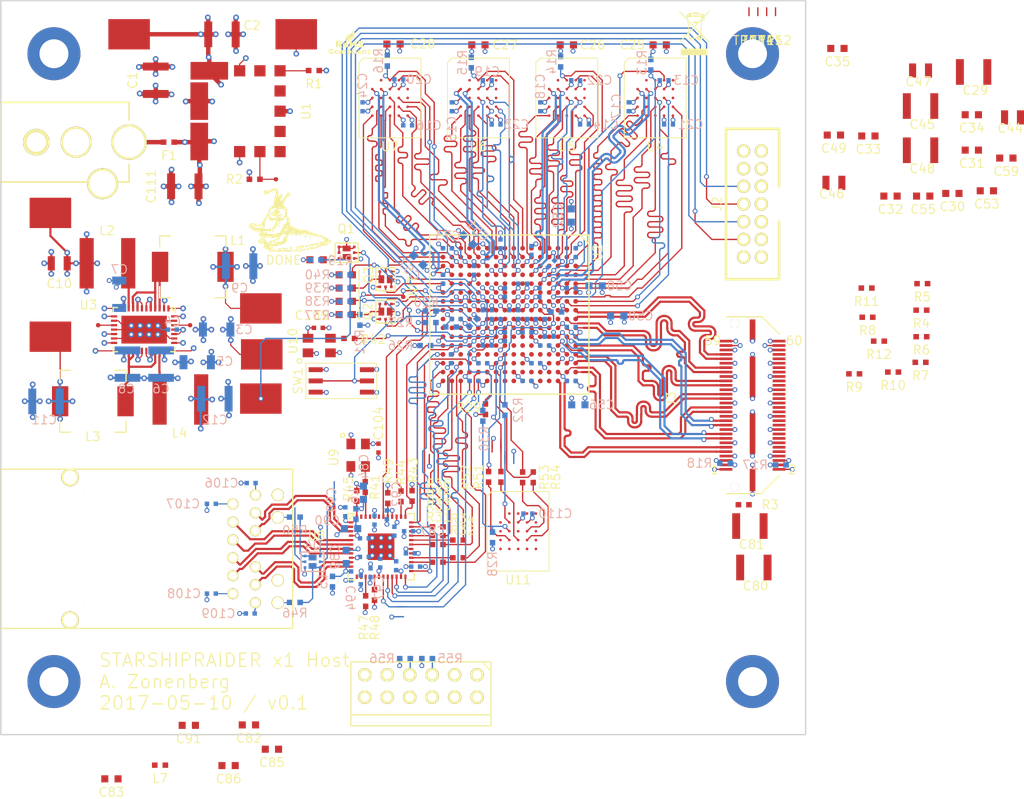
<source format=kicad_pcb>
(kicad_pcb (version 20170123) (host pcbnew "(2017-03-16 revision 996cba7)-master")
  (layers (0 F.Cu signal) (1 In1.Cu signal) (2 In2.Cu signal) (31 B.Cu signal) (34 B.Paste user) (35 F.Paste user) (36 B.SilkS user) (37 F.SilkS user) (38 B.Mask user) (39 F.Mask user) (44 Edge.Cuts user))
  (net 0 "")
  (net 1 "Net-(J2-Pad1)")
  (net 2 /1V8)
  (net 3 /GND)
  (net 4 "/FPGA support/JTAG_TMS")
  (net 5 "/FPGA support/JTAG_TCK")
  (net 6 "/FPGA support/JTAG_TDO")
  (net 7 "/FPGA support/JTAG_TDI")
  (net 8 "Net-(J2-Pad12)")
  (net 9 "Net-(J2-Pad13)")
  (net 10 "Net-(J2-Pad14)")
  (net 11 /1V0)
  (net 12 /1V2)
  (net 13 /3V3)
  (net 14 /5V0)
  (net 15 "/Power Supply/LTC_PGOOD")
  (net 16 "/Power Supply/BUCK_VTEMP")
  (net 17 "/Power Supply/5V0_PGOOD")
  (net 18 "/FPGA support/FPGA_INIT")
  (net 19 "Net-(R45-Pad2)")
  (net 20 "Net-(U8-Pad47)")
  (net 21 "/Flash / Ethernet/CLK_25MHZ")
  (net 22 "Net-(U8-Pad45)")
  (net 23 "/Flash / Ethernet/A1V2_PLL")
  (net 24 "Net-(U8-Pad43)")
  (net 25 "/Flash / Ethernet/ETH_RST_N")
  (net 26 "Net-(R49-Pad2)")
  (net 27 "Net-(R44-Pad2)")
  (net 28 "/Flash / Ethernet/ETH_MDIO")
  (net 29 "/Flash / Ethernet/RGMII_TX_CLK")
  (net 30 "/Flash / Ethernet/RGMII_TXD3")
  (net 31 "/Flash / Ethernet/RGMII_TXD2")
  (net 32 "/Flash / Ethernet/RGMII_TXD1")
  (net 33 "/Flash / Ethernet/RGMII_TXD0")
  (net 34 "Net-(R48-Pad2)")
  (net 35 "Net-(R47-Pad2)")
  (net 36 "Net-(U8-Pad13)")
  (net 37 "/Flash / Ethernet/A3V3")
  (net 38 "/Flash / Ethernet/ETH_A_P")
  (net 39 "/Flash / Ethernet/ETH_A_N")
  (net 40 "/Flash / Ethernet/A1V2")
  (net 41 "/Flash / Ethernet/ETH_B_P")
  (net 42 "/Flash / Ethernet/ETH_B_N")
  (net 43 "/Flash / Ethernet/ETH_C_P")
  (net 44 "/Flash / Ethernet/ETH_C_N")
  (net 45 "/Flash / Ethernet/ETH_D_P")
  (net 46 "/Flash / Ethernet/ETH_D_N")
  (net 47 "/Flash / Ethernet/ETH_MDC")
  (net 48 "Net-(R36-Pad2)")
  (net 49 "Net-(R35-Pad2)")
  (net 50 "Net-(R34-Pad2)")
  (net 51 "Net-(R33-Pad2)")
  (net 52 "Net-(R32-Pad2)")
  (net 53 "Net-(R31-Pad2)")
  (net 54 "/Flash / Ethernet/RGMII_TX_EN")
  (net 55 "/Power Supply/3V3_FB")
  (net 56 "/Power Supply/3V3_SW")
  (net 57 "/Power Supply/1V8_SW")
  (net 58 "/Power Supply/1V8_FB")
  (net 59 "/Power Supply/1V2_FB")
  (net 60 "/Power Supply/1V2_SW")
  (net 61 "/Power Supply/1V0_SW")
  (net 62 "/Power Supply/1V0_FB")
  (net 63 "Net-(R42-Pad2)")
  (net 64 "Net-(R41-Pad2)")
  (net 65 "/Flash / Ethernet/ETH_INT_N")
  (net 66 "Net-(D3-Pad2)")
  (net 67 "/Line Card/SCOPE_SCL")
  (net 68 "/Line Card/SCOPE_SDA")
  (net 69 "/Flash / Ethernet/FLASH_DQ3")
  (net 70 "Net-(R54-Pad2)")
  (net 71 "Net-(R53-Pad2)")
  (net 72 "/Flash / Ethernet/FLASH_DQ2")
  (net 73 "/Flash / Ethernet/FLASH_DQ1")
  (net 74 "Net-(R52-Pad2)")
  (net 75 "Net-(R51-Pad2)")
  (net 76 "/Flash / Ethernet/FLASH_DQ0")
  (net 77 "Net-(Q4-PadD1)")
  (net 78 "/Flash / Ethernet/ETH_LED_2_N")
  (net 79 "Net-(R23-Pad1)")
  (net 80 "/Flash / Ethernet/ETH_LED_1_N")
  (net 81 "Net-(R24-Pad1)")
  (net 82 "Net-(R25-Pad1)")
  (net 83 "Net-(R26-Pad1)")
  (net 84 "/FPGA support/FPGA_DONE")
  (net 85 "/Flash / Ethernet/FLASH_CS_N")
  (net 86 "Net-(R29-Pad1)")
  (net 87 "Net-(R30-Pad1)")
  (net 88 "/Flash / Ethernet/RGMII_RXD3")
  (net 89 "/Flash / Ethernet/RGMII_RXD2")
  (net 90 "/Flash / Ethernet/RGMII_RXD1")
  (net 91 "/Flash / Ethernet/RGMII_RXD0")
  (net 92 "/Flash / Ethernet/RGMII_RX_DV")
  (net 93 "/Flash / Ethernet/RGMII_RX_CLK")
  (net 94 "Net-(D2-Pad2)")
  (net 95 "Net-(D4-Pad2)")
  (net 96 /FLASH_SCK)
  (net 97 "Net-(R22-Pad1)")
  (net 98 "/Flash / Ethernet/CLK_100MHZ")
  (net 99 /RAM/RAM3_CS_N)
  (net 100 "/Line Card/I2C_SDA")
  (net 101 "/Line Card/I2C_SCL")
  (net 102 "Net-(D1-Pad2)")
  (net 103 "/FPGA support/FPGA_RST_N")
  (net 104 "Net-(R1-Pad1)")
  (net 105 "/Power Supply/5V0_SENSE")
  (net 106 "/Power Supply/12V0_UNFUSED")
  (net 107 "Net-(D5-Pad2)")
  (net 108 /RAM/RAM1_CS_N)
  (net 109 /RAM/RAM0_CS_N)
  (net 110 /RAM/RAM2_CS_N)
  (net 111 "/Flash / Ethernet/ETH_A_TAP")
  (net 112 "/Flash / Ethernet/ETH_B_TAP")
  (net 113 "/Flash / Ethernet/ETH_C_TAP")
  (net 114 "/Flash / Ethernet/ETH_D_TAP")
  (net 115 "/Flash / Ethernet/LED1")
  (net 116 "Net-(D4-Pad1)")
  (net 117 "/Flash / Ethernet/LED2")
  (net 118 "Net-(D3-Pad1)")
  (net 119 "Net-(D1-Pad1)")
  (net 120 "Net-(D2-Pad1)")
  (net 121 "/Flash / Ethernet/LED0")
  (net 122 "/Flash / Ethernet/ETH_LINK_LED")
  (net 123 "Net-(D5-Pad1)")
  (net 124 "/Flash / Ethernet/ETH_ACTIVITY_LED")
  (net 125 "/Flash / Ethernet/LED3")
  (net 126 /RAM/RAM1_CLK_N)
  (net 127 /RAM/RAM0_DQ3)
  (net 128 /RAM/RAM0_DQ1)
  (net 129 /RAM/RAM0_DQ0)
  (net 130 /RAM/RAM0_CLK_N)
  (net 131 "/Line Card/TXD0")
  (net 132 "/Line Card/OE0")
  (net 133 "/Line Card/OE1")
  (net 134 "/Line Card/OE3")
  (net 135 "/Line Card/TXD5")
  (net 136 "/Line Card/OE5")
  (net 137 "/Line Card/OE7")
  (net 138 /RAM/RAM1_DQ0)
  (net 139 /RAM/RAM1_CLK_P)
  (net 140 /RAM/RAM0_DQ2)
  (net 141 /RAM/RAM0_RST_N)
  (net 142 /RAM/RAM0_DQS)
  (net 143 /RAM/RAM0_CLK_P)
  (net 144 "/Line Card/TXD1")
  (net 145 "/Line Card/TXD2")
  (net 146 "/Line Card/OE2")
  (net 147 "/Line Card/TXD3")
  (net 148 "/Line Card/OE6")
  (net 149 "/Line Card/TXD7")
  (net 150 "/Line Card/RXD0_N")
  (net 151 /RAM/RAM1_DQS)
  (net 152 /RAM/RAM1_RST_N)
  (net 153 /RAM/RAM1_DQ6)
  (net 154 /RAM/RAM0_DQ5)
  (net 155 /RAM/RAM0_DQ4)
  (net 156 "/Line Card/RXD1_P")
  (net 157 "/Line Card/RXD1_N")
  (net 158 "/Line Card/RXD2_N")
  (net 159 "/Line Card/TXD6")
  (net 160 "/Line Card/RXD0_P")
  (net 161 /RAM/RAM1_DQ2)
  (net 162 /RAM/RAM1_DQ4)
  (net 163 /RAM/RAM1_DQ5)
  (net 164 /RAM/RAM0_DQ7)
  (net 165 /RAM/RAM0_DQ6)
  (net 166 "/Line Card/TXD4")
  (net 167 "/Line Card/OE4")
  (net 168 "Net-(U2-PadD10)")
  (net 169 "/Line Card/RXD4_N")
  (net 170 "/Line Card/RXD2_P")
  (net 171 "/Line Card/RXD5_P")
  (net 172 "/Line Card/RXD5_N")
  (net 173 "/Line Card/RXD7_N")
  (net 174 "/Line Card/RXD3_N")
  (net 175 "/Line Card/RXD3_P")
  (net 176 "/Line Card/RXD6_P")
  (net 177 "/Line Card/SCOPE_LE_N")
  (net 178 "/Line Card/RXD7_P")
  (net 179 "/Line Card/RXD4_P")
  (net 180 "/Line Card/SCOPE_LE_P")
  (net 181 "Net-(U2-PadG11)")
  (net 182 "Net-(U2-PadH14)")
  (net 183 "/Line Card/RXD6_N")
  (net 184 "/Line Card/SCOPEOUT_N")
  (net 185 "/Line Card/SCOPEOUT_P")
  (net 186 "Net-(U2-PadG15)")
  (net 187 /RAM/RAM1_DQ3)
  (net 188 /RAM/RAM2_CLK_P)
  (net 189 /RAM/RAM2_CLK_N)
  (net 190 /RAM/RAM2_RST_N)
  (net 191 /RAM/RAM1_DQ7)
  (net 192 /RAM/RAM2_DQ0)
  (net 193 /RAM/RAM2_DQ4)
  (net 194 /RAM/RAM1_DQ1)
  (net 195 /RAM/RAM2_DQS)
  (net 196 /RAM/RAM2_DQ2)
  (net 197 /RAM/RAM2_DQ3)
  (net 198 /RAM/RAM2_DQ1)
  (net 199 /RAM/RAM2_DQ5)
  (net 200 "Net-(U2-PadL14)")
  (net 201 "Net-(U2-PadK12)")
  (net 202 "Net-(U2-PadL13)")
  (net 203 "Net-(U2-PadK13)")
  (net 204 "Net-(U2-PadM12)")
  (net 205 "Net-(U2-PadN12)")
  (net 206 "Net-(U2-PadM14)")
  (net 207 "Net-(U2-PadT10)")
  (net 208 "Net-(U2-PadT9)")
  (net 209 "Net-(U2-PadP8)")
  (net 210 /RAM/RAM3_DQ1)
  (net 211 /RAM/RAM3_DQ5)
  (net 212 /RAM/RAM3_DQ0)
  (net 213 /RAM/RAM3_DQ3)
  (net 214 /RAM/RAM3_DQ2)
  (net 215 /RAM/RAM3_DQS)
  (net 216 /RAM/RAM3_DQ6)
  (net 217 /RAM/RAM3_CLK_N)
  (net 218 /RAM/RAM3_DQ4)
  (net 219 /RAM/RAM3_DQ7)
  (net 220 "Net-(U2-PadP5)")
  (net 221 "Net-(U2-PadK3)")
  (net 222 "Net-(U2-PadK5)")
  (net 223 /RAM/RAM3_CLK_P)
  (net 224 /RAM/RAM3_RST_N)
  (net 225 /RAM/RAM2_DQ7)
  (net 226 /RAM/RAM2_DQ6)
  (net 227 "Net-(J5-Pad1)")
  (net 228 "Net-(U11-PadA4)")
  (net 229 "Net-(U7-PadC5)")
  (net 230 "Net-(U7-PadB5)")
  (net 231 "Net-(U6-PadB5)")
  (net 232 "Net-(U6-PadC5)")
  (net 233 "Net-(U5-PadC5)")
  (net 234 "Net-(U5-PadB5)")
  (net 235 "Net-(U4-PadB5)")
  (net 236 "Net-(U4-PadC5)")
  (net 237 "Net-(U1-Pad9)")
  (net 238 "Net-(Q4-PadD2)")
  (net 239 "Net-(U2-PadM4)")
  (net 240 "Net-(U2-PadL4)")
  (net 241 "Net-(U2-PadN4)")
  (net 242 "Net-(U2-PadM5)")
  (net 243 "Net-(U2-PadP4)")
  (net 244 "Net-(U2-PadL5)")
  (net 245 /12V0_FUSED)
  (net 246 "Net-(U2-PadG4)")
  (net 247 "Net-(U2-PadJ5)")
  (net 248 "Net-(U2-PadG5)")
  (net 249 "Net-(U2-PadH5)")
  (net 250 "Net-(U2-PadF5)")
  (net 251 "Net-(U2-PadC4)")
  (net 252 "Net-(U2-PadE3)")
  (net 253 "Net-(U2-PadD3)")
  (net 254 "Net-(U2-PadE6)")
  (net 255 "Net-(U2-PadP6)")
  (net 256 "Net-(U2-PadR7)")
  (net 257 "Net-(U2-PadN9)")
  (net 258 "Net-(U2-PadP9)")
  (net 259 "Net-(U2-PadM6)")
  (net 260 "Net-(U2-PadN6)")
  (net 261 "Net-(U2-PadC8)")
  (net 262 "Net-(U2-PadD8)")
  (net 263 "Net-(U2-PadD9)")
  (net 264 "Net-(U2-PadC9)")
  (net 265 "Net-(U2-PadD11)")
  (net 266 "Net-(U2-PadE11)")
  (net 267 "Net-(U2-PadR13)")
  (net 268 "Net-(U2-PadR11)")
  (net 269 "Net-(U2-PadP10)")
  (net 270 "Net-(U2-PadP11)")
  (net 271 "Net-(U2-PadR10)")
  (module azonenberg_pcb:CONN_SAMTEC_QTH-030-01-L-D-A (layer F.Cu) (at 114 63.75)
    (fp_text reference J3 (at -9.2 -0.7 90) (layer F.SilkS) (effects (font (thickness 0.125))))
    (fp_text value STARSHIPRAIDER_IOBOARD_HOST hide)
    (fp_text user 1 (at -4.3 7.3) (layer F.SilkS) (effects (font (thickness 0.125))))
    (fp_text user 2 (at 4.5 7.3) (layer F.SilkS) (effects (font (thickness 0.125))))
    (fp_text user 60 (at 4.7 -7.3) (layer F.SilkS) (effects (font (thickness 0.125))))
    (fp_text user 59 (at -4.5 -7.3) (layer F.SilkS) (effects (font (thickness 0.125))))
    (pad 59 smd rect (at -3 -7.25) (size 1.45 0.305) (layers F.Cu F.Paste F.Mask) (net 245 /12V0_FUSED))
    (pad 60 smd rect (at 3 -7.25) (size 1.45 0.305) (layers F.Cu F.Paste F.Mask) (net 245 /12V0_FUSED))
    (pad 57 smd rect (at -3 -6.75) (size 1.45 0.305) (layers F.Cu F.Paste F.Mask) (net 13 /3V3))
    (pad 58 smd rect (at 3 -6.75) (size 1.45 0.305) (layers F.Cu F.Paste F.Mask) (net 13 /3V3))
    (pad 55 smd rect (at -3 -6.25) (size 1.45 0.305) (layers F.Cu F.Paste F.Mask) (net 3 /GND))
    (pad 56 smd rect (at 3 -6.25) (size 1.45 0.305) (layers F.Cu F.Paste F.Mask) (net 3 /GND))
    (pad 53 smd rect (at -3 -5.75) (size 1.45 0.305) (layers F.Cu F.Paste F.Mask) (net 173 "/Line Card/RXD7_N"))
    (pad 54 smd rect (at 3 -5.75) (size 1.45 0.305) (layers F.Cu F.Paste F.Mask) (net 137 "/Line Card/OE7"))
    (pad 51 smd rect (at -3 -5.25) (size 1.45 0.305) (layers F.Cu F.Paste F.Mask) (net 178 "/Line Card/RXD7_P"))
    (pad 52 smd rect (at 3 -5.25) (size 1.45 0.305) (layers F.Cu F.Paste F.Mask) (net 149 "/Line Card/TXD7"))
    (pad 49 smd rect (at -3 -4.75) (size 1.45 0.305) (layers F.Cu F.Paste F.Mask) (net 3 /GND))
    (pad 50 smd rect (at 3 -4.75) (size 1.45 0.305) (layers F.Cu F.Paste F.Mask) (net 3 /GND))
    (pad 47 smd rect (at -3 -4.25) (size 1.45 0.305) (layers F.Cu F.Paste F.Mask) (net 183 "/Line Card/RXD6_N"))
    (pad 48 smd rect (at 3 -4.25) (size 1.45 0.305) (layers F.Cu F.Paste F.Mask) (net 148 "/Line Card/OE6"))
    (pad 45 smd rect (at -3 -3.75) (size 1.45 0.305) (layers F.Cu F.Paste F.Mask) (net 176 "/Line Card/RXD6_P"))
    (pad 46 smd rect (at 3 -3.75) (size 1.45 0.305) (layers F.Cu F.Paste F.Mask) (net 159 "/Line Card/TXD6"))
    (pad 43 smd rect (at -3 -3.25) (size 1.45 0.305) (layers F.Cu F.Paste F.Mask) (net 3 /GND))
    (pad 44 smd rect (at 3 -3.25) (size 1.45 0.305) (layers F.Cu F.Paste F.Mask) (net 3 /GND))
    (pad 41 smd rect (at -3 -2.75) (size 1.45 0.305) (layers F.Cu F.Paste F.Mask) (net 172 "/Line Card/RXD5_N"))
    (pad 42 smd rect (at 3 -2.75) (size 1.45 0.305) (layers F.Cu F.Paste F.Mask) (net 136 "/Line Card/OE5"))
    (pad 39 smd rect (at -3 -2.25) (size 1.45 0.305) (layers F.Cu F.Paste F.Mask) (net 171 "/Line Card/RXD5_P"))
    (pad 40 smd rect (at 3 -2.25) (size 1.45 0.305) (layers F.Cu F.Paste F.Mask) (net 135 "/Line Card/TXD5"))
    (pad 37 smd rect (at -3 -1.75) (size 1.45 0.305) (layers F.Cu F.Paste F.Mask) (net 3 /GND))
    (pad 38 smd rect (at 3 -1.75) (size 1.45 0.305) (layers F.Cu F.Paste F.Mask) (net 3 /GND))
    (pad 35 smd rect (at -3 -1.25) (size 1.45 0.305) (layers F.Cu F.Paste F.Mask) (net 169 "/Line Card/RXD4_N"))
    (pad 36 smd rect (at 3 -1.25) (size 1.45 0.305) (layers F.Cu F.Paste F.Mask) (net 167 "/Line Card/OE4"))
    (pad 33 smd rect (at -3 -0.75) (size 1.45 0.305) (layers F.Cu F.Paste F.Mask) (net 179 "/Line Card/RXD4_P"))
    (pad 34 smd rect (at 3 -0.75) (size 1.45 0.305) (layers F.Cu F.Paste F.Mask) (net 166 "/Line Card/TXD4"))
    (pad 31 smd rect (at -3 -0.25) (size 1.45 0.305) (layers F.Cu F.Paste F.Mask) (net 3 /GND))
    (pad 32 smd rect (at 3 -0.25) (size 1.45 0.305) (layers F.Cu F.Paste F.Mask) (net 3 /GND))
    (pad 29 smd rect (at -3 0.25) (size 1.45 0.305) (layers F.Cu F.Paste F.Mask) (net 174 "/Line Card/RXD3_N"))
    (pad 30 smd rect (at 3 0.25) (size 1.45 0.305) (layers F.Cu F.Paste F.Mask) (net 134 "/Line Card/OE3"))
    (pad 27 smd rect (at -3 0.75) (size 1.45 0.305) (layers F.Cu F.Paste F.Mask) (net 175 "/Line Card/RXD3_P"))
    (pad 28 smd rect (at 3 0.75) (size 1.45 0.305) (layers F.Cu F.Paste F.Mask) (net 147 "/Line Card/TXD3"))
    (pad 25 smd rect (at -3 1.25) (size 1.45 0.305) (layers F.Cu F.Paste F.Mask) (net 3 /GND))
    (pad 26 smd rect (at 3 1.25) (size 1.45 0.305) (layers F.Cu F.Paste F.Mask) (net 3 /GND))
    (pad 23 smd rect (at -3 1.75) (size 1.45 0.305) (layers F.Cu F.Paste F.Mask) (net 158 "/Line Card/RXD2_N"))
    (pad 24 smd rect (at 3 1.75) (size 1.45 0.305) (layers F.Cu F.Paste F.Mask) (net 146 "/Line Card/OE2"))
    (pad 21 smd rect (at -3 2.25) (size 1.45 0.305) (layers F.Cu F.Paste F.Mask) (net 170 "/Line Card/RXD2_P"))
    (pad 22 smd rect (at 3 2.25) (size 1.45 0.305) (layers F.Cu F.Paste F.Mask) (net 145 "/Line Card/TXD2"))
    (pad 19 smd rect (at -3 2.75) (size 1.45 0.305) (layers F.Cu F.Paste F.Mask) (net 3 /GND))
    (pad 20 smd rect (at 3 2.75) (size 1.45 0.305) (layers F.Cu F.Paste F.Mask) (net 3 /GND))
    (pad 17 smd rect (at -3 3.25) (size 1.45 0.305) (layers F.Cu F.Paste F.Mask) (net 157 "/Line Card/RXD1_N"))
    (pad 18 smd rect (at 3 3.25) (size 1.45 0.305) (layers F.Cu F.Paste F.Mask) (net 133 "/Line Card/OE1"))
    (pad 15 smd rect (at -3 3.75) (size 1.45 0.305) (layers F.Cu F.Paste F.Mask) (net 156 "/Line Card/RXD1_P"))
    (pad 16 smd rect (at 3 3.75) (size 1.45 0.305) (layers F.Cu F.Paste F.Mask) (net 144 "/Line Card/TXD1"))
    (pad 13 smd rect (at -3 4.25) (size 1.45 0.305) (layers F.Cu F.Paste F.Mask) (net 3 /GND))
    (pad 14 smd rect (at 3 4.25) (size 1.45 0.305) (layers F.Cu F.Paste F.Mask) (net 3 /GND))
    (pad 11 smd rect (at -3 4.75) (size 1.45 0.305) (layers F.Cu F.Paste F.Mask) (net 150 "/Line Card/RXD0_N"))
    (pad 12 smd rect (at 3 4.75) (size 1.45 0.305) (layers F.Cu F.Paste F.Mask) (net 132 "/Line Card/OE0"))
    (pad 9 smd rect (at -3 5.25) (size 1.45 0.305) (layers F.Cu F.Paste F.Mask) (net 160 "/Line Card/RXD0_P"))
    (pad 10 smd rect (at 3 5.25) (size 1.45 0.305) (layers F.Cu F.Paste F.Mask) (net 131 "/Line Card/TXD0"))
    (pad 7 smd rect (at -3 5.75) (size 1.45 0.305) (layers F.Cu F.Paste F.Mask) (net 3 /GND))
    (pad 8 smd rect (at 3 5.75) (size 1.45 0.305) (layers F.Cu F.Paste F.Mask) (net 3 /GND))
    (pad 5 smd rect (at -3 6.25) (size 1.45 0.305) (layers F.Cu F.Paste F.Mask) (net 101 "/Line Card/I2C_SCL"))
    (pad 6 smd rect (at 3 6.25) (size 1.45 0.305) (layers F.Cu F.Paste F.Mask) (net 100 "/Line Card/I2C_SDA"))
    (pad 3 smd rect (at -3 6.75) (size 1.45 0.305) (layers F.Cu F.Paste F.Mask) (net 13 /3V3))
    (pad 4 smd rect (at 3 6.75) (size 1.45 0.305) (layers F.Cu F.Paste F.Mask) (net 13 /3V3))
    (pad 1 smd rect (at -3 7.25) (size 1.45 0.305) (layers F.Cu F.Paste F.Mask) (net 14 /5V0))
    (pad "" thru_hole circle (at -2.03 9.24) (size 1.02 1.02) (drill 1.02) (layers *.Cu *.Mask F.SilkS))
    (pad GND smd rect (at 0 -8.43) (size 0.64 2.54) (layers F.Cu F.Paste F.Mask) (net 3 /GND))
    (pad GND smd rect (at 0 8.46) (size 0.64 2.54) (layers F.Cu F.Paste F.Mask) (net 3 /GND))
    (pad GND smd rect (at 0 -3.159) (size 0.64 4.7) (layers F.Cu F.Paste F.Mask) (net 3 /GND))
    (pad GND smd rect (at 0 3.191) (size 0.64 4.7) (layers F.Cu F.Paste F.Mask) (net 3 /GND))
    (pad 2 smd rect (at 3 7.25) (size 1.45 0.305) (layers F.Cu F.Paste F.Mask) (net 14 /5V0))
    (pad "" thru_hole circle (at -2.03 -9.24) (size 1.02 1.02) (drill 1.02) (layers *.Cu *.Mask F.SilkS))
  )
  (module azonenberg_pcb:BGA_24_6x8_DEPOP1_1MM (layer F.Cu) (at 103 29)
    (fp_text reference U4 (at 0 5.5) (layer F.SilkS) (effects (font (thickness 0.125))))
    (fp_text value S27KS0641DPBHI02)
    (pad A2 smd circle (at -1 -2) (size 0.3 0.3) (layers F.Cu F.Paste F.Mask))
    (pad A3 smd circle (at 0 -2) (size 0.3 0.3) (layers F.Cu F.Paste F.Mask) (net 109 /RAM/RAM0_CS_N))
    (pad A4 smd circle (at 1 -2) (size 0.3 0.3) (layers F.Cu F.Paste F.Mask) (net 141 /RAM/RAM0_RST_N))
    (pad A5 smd circle (at 2 -2) (size 0.3 0.3) (layers F.Cu F.Paste F.Mask))
    (pad B1 smd circle (at -2 -1) (size 0.3 0.3) (layers F.Cu F.Paste F.Mask) (net 130 /RAM/RAM0_CLK_N))
    (pad B2 smd circle (at -1 -1) (size 0.3 0.3) (layers F.Cu F.Paste F.Mask) (net 143 /RAM/RAM0_CLK_P))
    (pad B3 smd circle (at 0 -1) (size 0.3 0.3) (layers F.Cu F.Paste F.Mask) (net 3 /GND))
    (pad B4 smd circle (at 1 -1) (size 0.3 0.3) (layers F.Cu F.Paste F.Mask) (net 2 /1V8))
    (pad B5 smd circle (at 2 -1) (size 0.3 0.3) (layers F.Cu F.Paste F.Mask) (net 235 "Net-(U4-PadB5)"))
    (pad C1 smd circle (at -2 0) (size 0.3 0.3) (layers F.Cu F.Paste F.Mask) (net 3 /GND))
    (pad C2 smd circle (at -1 0) (size 0.3 0.3) (layers F.Cu F.Paste F.Mask))
    (pad C3 smd circle (at 0 0) (size 0.3 0.3) (layers F.Cu F.Paste F.Mask) (net 142 /RAM/RAM0_DQS))
    (pad C4 smd circle (at 1 0) (size 0.3 0.3) (layers F.Cu F.Paste F.Mask) (net 140 /RAM/RAM0_DQ2))
    (pad C5 smd circle (at 2 0) (size 0.3 0.3) (layers F.Cu F.Paste F.Mask) (net 236 "Net-(U4-PadC5)"))
    (pad D1 smd circle (at -2 1) (size 0.3 0.3) (layers F.Cu F.Paste F.Mask) (net 2 /1V8))
    (pad D2 smd circle (at -1 1) (size 0.3 0.3) (layers F.Cu F.Paste F.Mask) (net 128 /RAM/RAM0_DQ1))
    (pad D3 smd circle (at 0 1) (size 0.3 0.3) (layers F.Cu F.Paste F.Mask) (net 129 /RAM/RAM0_DQ0))
    (pad D4 smd circle (at 1 1) (size 0.3 0.3) (layers F.Cu F.Paste F.Mask) (net 127 /RAM/RAM0_DQ3))
    (pad D5 smd circle (at 2 1) (size 0.3 0.3) (layers F.Cu F.Paste F.Mask) (net 155 /RAM/RAM0_DQ4))
    (pad E1 smd circle (at -2 2) (size 0.3 0.3) (layers F.Cu F.Paste F.Mask) (net 164 /RAM/RAM0_DQ7))
    (pad E2 smd circle (at -1 2) (size 0.3 0.3) (layers F.Cu F.Paste F.Mask) (net 165 /RAM/RAM0_DQ6))
    (pad E3 smd circle (at 0 2) (size 0.3 0.3) (layers F.Cu F.Paste F.Mask) (net 154 /RAM/RAM0_DQ5))
    (pad E4 smd circle (at 1 2) (size 0.3 0.3) (layers F.Cu F.Paste F.Mask) (net 2 /1V8))
    (pad E5 smd circle (at 2 2) (size 0.3 0.3) (layers F.Cu F.Paste F.Mask) (net 3 /GND))
  )
  (module azonenberg_pcb:BGA_24_6x8_DEPOP1_1MM (layer F.Cu) (at 73 29)
    (fp_text reference U7 (at 0 5.5) (layer F.SilkS) (effects (font (thickness 0.125))))
    (fp_text value S27KS0641DPBHI02)
    (pad E5 smd circle (at 2 2) (size 0.3 0.3) (layers F.Cu F.Paste F.Mask) (net 3 /GND))
    (pad E4 smd circle (at 1 2) (size 0.3 0.3) (layers F.Cu F.Paste F.Mask) (net 2 /1V8))
    (pad E3 smd circle (at 0 2) (size 0.3 0.3) (layers F.Cu F.Paste F.Mask) (net 211 /RAM/RAM3_DQ5))
    (pad E2 smd circle (at -1 2) (size 0.3 0.3) (layers F.Cu F.Paste F.Mask) (net 216 /RAM/RAM3_DQ6))
    (pad E1 smd circle (at -2 2) (size 0.3 0.3) (layers F.Cu F.Paste F.Mask) (net 219 /RAM/RAM3_DQ7))
    (pad D5 smd circle (at 2 1) (size 0.3 0.3) (layers F.Cu F.Paste F.Mask) (net 218 /RAM/RAM3_DQ4))
    (pad D4 smd circle (at 1 1) (size 0.3 0.3) (layers F.Cu F.Paste F.Mask) (net 213 /RAM/RAM3_DQ3))
    (pad D3 smd circle (at 0 1) (size 0.3 0.3) (layers F.Cu F.Paste F.Mask) (net 212 /RAM/RAM3_DQ0))
    (pad D2 smd circle (at -1 1) (size 0.3 0.3) (layers F.Cu F.Paste F.Mask) (net 210 /RAM/RAM3_DQ1))
    (pad D1 smd circle (at -2 1) (size 0.3 0.3) (layers F.Cu F.Paste F.Mask) (net 2 /1V8))
    (pad C5 smd circle (at 2 0) (size 0.3 0.3) (layers F.Cu F.Paste F.Mask) (net 229 "Net-(U7-PadC5)"))
    (pad C4 smd circle (at 1 0) (size 0.3 0.3) (layers F.Cu F.Paste F.Mask) (net 214 /RAM/RAM3_DQ2))
    (pad C3 smd circle (at 0 0) (size 0.3 0.3) (layers F.Cu F.Paste F.Mask) (net 215 /RAM/RAM3_DQS))
    (pad C2 smd circle (at -1 0) (size 0.3 0.3) (layers F.Cu F.Paste F.Mask))
    (pad C1 smd circle (at -2 0) (size 0.3 0.3) (layers F.Cu F.Paste F.Mask) (net 3 /GND))
    (pad B5 smd circle (at 2 -1) (size 0.3 0.3) (layers F.Cu F.Paste F.Mask) (net 230 "Net-(U7-PadB5)"))
    (pad B4 smd circle (at 1 -1) (size 0.3 0.3) (layers F.Cu F.Paste F.Mask) (net 2 /1V8))
    (pad B3 smd circle (at 0 -1) (size 0.3 0.3) (layers F.Cu F.Paste F.Mask) (net 3 /GND))
    (pad B2 smd circle (at -1 -1) (size 0.3 0.3) (layers F.Cu F.Paste F.Mask) (net 223 /RAM/RAM3_CLK_P))
    (pad B1 smd circle (at -2 -1) (size 0.3 0.3) (layers F.Cu F.Paste F.Mask) (net 217 /RAM/RAM3_CLK_N))
    (pad A5 smd circle (at 2 -2) (size 0.3 0.3) (layers F.Cu F.Paste F.Mask))
    (pad A4 smd circle (at 1 -2) (size 0.3 0.3) (layers F.Cu F.Paste F.Mask) (net 224 /RAM/RAM3_RST_N))
    (pad A3 smd circle (at 0 -2) (size 0.3 0.3) (layers F.Cu F.Paste F.Mask) (net 99 /RAM/RAM3_CS_N))
    (pad A2 smd circle (at -1 -2) (size 0.3 0.3) (layers F.Cu F.Paste F.Mask))
  )
  (module azonenberg_pcb:MODULE_MURATA_OKL-T3-W12 (layer F.Cu) (at 56 30.5 90)
    (fp_text reference U1 (at 0 7.5 90) (layer F.SilkS) (effects (font (thickness 0.125))))
    (fp_text value OLK-T_3-W12P-C)
    (pad 2 smd rect (at -3.43 -4.57 180) (size 2 4.25) (layers F.Cu F.Paste F.Mask) (net 245 /12V0_FUSED))
    (pad 3 smd rect (at 1.14 -4.57 180) (size 2 4.25) (layers F.Cu F.Paste F.Mask) (net 3 /GND))
    (pad 4 smd rect (at 4.57 -3.43 90) (size 2 4.25) (layers F.Cu F.Paste F.Mask) (net 14 /5V0))
    (pad 5 smd rect (at 4.57 0 90) (size 1.27 1.27) (layers F.Cu F.Paste F.Mask) (net 105 "/Power Supply/5V0_SENSE"))
    (pad 11 smd rect (at 4.57 2.29 90) (size 1.27 1.27) (layers F.Cu F.Paste F.Mask))
    (pad 6 smd rect (at 4.57 4.57 90) (size 1.27 1.27) (layers F.Cu F.Paste F.Mask) (net 104 "Net-(R1-Pad1)"))
    (pad 12 smd rect (at 2.29 4.57 90) (size 1.27 1.27) (layers F.Cu F.Paste F.Mask))
    (pad 7 smd rect (at 0 4.57 90) (size 1.27 1.27) (layers F.Cu F.Paste F.Mask) (net 3 /GND))
    (pad 8 smd rect (at -2.29 4.57 90) (size 1.27 1.27) (layers F.Cu F.Paste F.Mask))
    (pad 9 smd rect (at -4.57 4.57 90) (size 1.27 1.27) (layers F.Cu F.Paste F.Mask) (net 237 "Net-(U1-Pad9)"))
    (pad 10 smd rect (at -4.57 2.29 90) (size 1.27 1.27) (layers F.Cu F.Paste F.Mask) (net 17 "/Power Supply/5V0_PGOOD"))
    (pad 1 smd rect (at -4.57 0 90) (size 1.27 1.27) (layers F.Cu F.Paste F.Mask) (net 245 /12V0_FUSED))
  )
  (module azonenberg_pcb:BGA_24_6x8_DEPOP1_1MM (layer F.Cu) (at 87.5 78)
    (fp_text reference U11 (at 0 5.5) (layer F.SilkS) (effects (font (thickness 0.125))))
    (fp_text value S25FS064S_BGA)
    (pad A2 smd circle (at -1 -2) (size 0.3 0.3) (layers F.Cu F.Paste F.Mask))
    (pad A3 smd circle (at 0 -2) (size 0.3 0.3) (layers F.Cu F.Paste F.Mask))
    (pad A4 smd circle (at 1 -2) (size 0.3 0.3) (layers F.Cu F.Paste F.Mask) (net 228 "Net-(U11-PadA4)"))
    (pad A5 smd circle (at 2 -2) (size 0.3 0.3) (layers F.Cu F.Paste F.Mask))
    (pad B1 smd circle (at -2 -1) (size 0.3 0.3) (layers F.Cu F.Paste F.Mask))
    (pad B2 smd circle (at -1 -1) (size 0.3 0.3) (layers F.Cu F.Paste F.Mask) (net 96 /FLASH_SCK))
    (pad B3 smd circle (at 0 -1) (size 0.3 0.3) (layers F.Cu F.Paste F.Mask) (net 3 /GND))
    (pad B4 smd circle (at 1 -1) (size 0.3 0.3) (layers F.Cu F.Paste F.Mask) (net 2 /1V8))
    (pad B5 smd circle (at 2 -1) (size 0.3 0.3) (layers F.Cu F.Paste F.Mask))
    (pad C1 smd circle (at -2 0) (size 0.3 0.3) (layers F.Cu F.Paste F.Mask))
    (pad C2 smd circle (at -1 0) (size 0.3 0.3) (layers F.Cu F.Paste F.Mask) (net 85 "/Flash / Ethernet/FLASH_CS_N"))
    (pad C3 smd circle (at 0 0) (size 0.3 0.3) (layers F.Cu F.Paste F.Mask))
    (pad C4 smd circle (at 1 0) (size 0.3 0.3) (layers F.Cu F.Paste F.Mask) (net 71 "Net-(R53-Pad2)"))
    (pad C5 smd circle (at 2 0) (size 0.3 0.3) (layers F.Cu F.Paste F.Mask))
    (pad D1 smd circle (at -2 1) (size 0.3 0.3) (layers F.Cu F.Paste F.Mask))
    (pad D2 smd circle (at -1 1) (size 0.3 0.3) (layers F.Cu F.Paste F.Mask) (net 74 "Net-(R52-Pad2)"))
    (pad D3 smd circle (at 0 1) (size 0.3 0.3) (layers F.Cu F.Paste F.Mask) (net 75 "Net-(R51-Pad2)"))
    (pad D4 smd circle (at 1 1) (size 0.3 0.3) (layers F.Cu F.Paste F.Mask) (net 70 "Net-(R54-Pad2)"))
    (pad D5 smd circle (at 2 1) (size 0.3 0.3) (layers F.Cu F.Paste F.Mask))
    (pad E1 smd circle (at -2 2) (size 0.3 0.3) (layers F.Cu F.Paste F.Mask))
    (pad E2 smd circle (at -1 2) (size 0.3 0.3) (layers F.Cu F.Paste F.Mask))
    (pad E3 smd circle (at 0 2) (size 0.3 0.3) (layers F.Cu F.Paste F.Mask))
    (pad E4 smd circle (at 1 2) (size 0.3 0.3) (layers F.Cu F.Paste F.Mask))
    (pad E5 smd circle (at 2 2) (size 0.3 0.3) (layers F.Cu F.Paste F.Mask))
  )
  (module azonenberg_pcb:BGA_24_6x8_DEPOP1_1MM (layer F.Cu) (at 83 29)
    (fp_text reference U6 (at 0 5.5) (layer F.SilkS) (effects (font (thickness 0.125))))
    (fp_text value S27KS0641DPBHI02)
    (pad A2 smd circle (at -1 -2) (size 0.3 0.3) (layers F.Cu F.Paste F.Mask))
    (pad A3 smd circle (at 0 -2) (size 0.3 0.3) (layers F.Cu F.Paste F.Mask) (net 110 /RAM/RAM2_CS_N))
    (pad A4 smd circle (at 1 -2) (size 0.3 0.3) (layers F.Cu F.Paste F.Mask) (net 190 /RAM/RAM2_RST_N))
    (pad A5 smd circle (at 2 -2) (size 0.3 0.3) (layers F.Cu F.Paste F.Mask))
    (pad B1 smd circle (at -2 -1) (size 0.3 0.3) (layers F.Cu F.Paste F.Mask) (net 189 /RAM/RAM2_CLK_N))
    (pad B2 smd circle (at -1 -1) (size 0.3 0.3) (layers F.Cu F.Paste F.Mask) (net 188 /RAM/RAM2_CLK_P))
    (pad B3 smd circle (at 0 -1) (size 0.3 0.3) (layers F.Cu F.Paste F.Mask) (net 3 /GND))
    (pad B4 smd circle (at 1 -1) (size 0.3 0.3) (layers F.Cu F.Paste F.Mask) (net 2 /1V8))
    (pad B5 smd circle (at 2 -1) (size 0.3 0.3) (layers F.Cu F.Paste F.Mask) (net 231 "Net-(U6-PadB5)"))
    (pad C1 smd circle (at -2 0) (size 0.3 0.3) (layers F.Cu F.Paste F.Mask) (net 3 /GND))
    (pad C2 smd circle (at -1 0) (size 0.3 0.3) (layers F.Cu F.Paste F.Mask))
    (pad C3 smd circle (at 0 0) (size 0.3 0.3) (layers F.Cu F.Paste F.Mask) (net 195 /RAM/RAM2_DQS))
    (pad C4 smd circle (at 1 0) (size 0.3 0.3) (layers F.Cu F.Paste F.Mask) (net 196 /RAM/RAM2_DQ2))
    (pad C5 smd circle (at 2 0) (size 0.3 0.3) (layers F.Cu F.Paste F.Mask) (net 232 "Net-(U6-PadC5)"))
    (pad D1 smd circle (at -2 1) (size 0.3 0.3) (layers F.Cu F.Paste F.Mask) (net 2 /1V8))
    (pad D2 smd circle (at -1 1) (size 0.3 0.3) (layers F.Cu F.Paste F.Mask) (net 198 /RAM/RAM2_DQ1))
    (pad D3 smd circle (at 0 1) (size 0.3 0.3) (layers F.Cu F.Paste F.Mask) (net 192 /RAM/RAM2_DQ0))
    (pad D4 smd circle (at 1 1) (size 0.3 0.3) (layers F.Cu F.Paste F.Mask) (net 197 /RAM/RAM2_DQ3))
    (pad D5 smd circle (at 2 1) (size 0.3 0.3) (layers F.Cu F.Paste F.Mask) (net 193 /RAM/RAM2_DQ4))
    (pad E1 smd circle (at -2 2) (size 0.3 0.3) (layers F.Cu F.Paste F.Mask) (net 225 /RAM/RAM2_DQ7))
    (pad E2 smd circle (at -1 2) (size 0.3 0.3) (layers F.Cu F.Paste F.Mask) (net 226 /RAM/RAM2_DQ6))
    (pad E3 smd circle (at 0 2) (size 0.3 0.3) (layers F.Cu F.Paste F.Mask) (net 199 /RAM/RAM2_DQ5))
    (pad E4 smd circle (at 1 2) (size 0.3 0.3) (layers F.Cu F.Paste F.Mask) (net 2 /1V8))
    (pad E5 smd circle (at 2 2) (size 0.3 0.3) (layers F.Cu F.Paste F.Mask) (net 3 /GND))
  )
  (module azonenberg_pcb:BGA_24_6x8_DEPOP1_1MM (layer F.Cu) (at 93 29)
    (fp_text reference U5 (at 0 5.5) (layer F.SilkS) (effects (font (thickness 0.125))))
    (fp_text value S27KS0641DPBHI02)
    (pad E5 smd circle (at 2 2) (size 0.3 0.3) (layers F.Cu F.Paste F.Mask) (net 3 /GND))
    (pad E4 smd circle (at 1 2) (size 0.3 0.3) (layers F.Cu F.Paste F.Mask) (net 2 /1V8))
    (pad E3 smd circle (at 0 2) (size 0.3 0.3) (layers F.Cu F.Paste F.Mask) (net 163 /RAM/RAM1_DQ5))
    (pad E2 smd circle (at -1 2) (size 0.3 0.3) (layers F.Cu F.Paste F.Mask) (net 153 /RAM/RAM1_DQ6))
    (pad E1 smd circle (at -2 2) (size 0.3 0.3) (layers F.Cu F.Paste F.Mask) (net 191 /RAM/RAM1_DQ7))
    (pad D5 smd circle (at 2 1) (size 0.3 0.3) (layers F.Cu F.Paste F.Mask) (net 162 /RAM/RAM1_DQ4))
    (pad D4 smd circle (at 1 1) (size 0.3 0.3) (layers F.Cu F.Paste F.Mask) (net 187 /RAM/RAM1_DQ3))
    (pad D3 smd circle (at 0 1) (size 0.3 0.3) (layers F.Cu F.Paste F.Mask) (net 138 /RAM/RAM1_DQ0))
    (pad D2 smd circle (at -1 1) (size 0.3 0.3) (layers F.Cu F.Paste F.Mask) (net 194 /RAM/RAM1_DQ1))
    (pad D1 smd circle (at -2 1) (size 0.3 0.3) (layers F.Cu F.Paste F.Mask) (net 2 /1V8))
    (pad C5 smd circle (at 2 0) (size 0.3 0.3) (layers F.Cu F.Paste F.Mask) (net 233 "Net-(U5-PadC5)"))
    (pad C4 smd circle (at 1 0) (size 0.3 0.3) (layers F.Cu F.Paste F.Mask) (net 161 /RAM/RAM1_DQ2))
    (pad C3 smd circle (at 0 0) (size 0.3 0.3) (layers F.Cu F.Paste F.Mask) (net 151 /RAM/RAM1_DQS))
    (pad C2 smd circle (at -1 0) (size 0.3 0.3) (layers F.Cu F.Paste F.Mask))
    (pad C1 smd circle (at -2 0) (size 0.3 0.3) (layers F.Cu F.Paste F.Mask) (net 3 /GND))
    (pad B5 smd circle (at 2 -1) (size 0.3 0.3) (layers F.Cu F.Paste F.Mask) (net 234 "Net-(U5-PadB5)"))
    (pad B4 smd circle (at 1 -1) (size 0.3 0.3) (layers F.Cu F.Paste F.Mask) (net 2 /1V8))
    (pad B3 smd circle (at 0 -1) (size 0.3 0.3) (layers F.Cu F.Paste F.Mask) (net 3 /GND))
    (pad B2 smd circle (at -1 -1) (size 0.3 0.3) (layers F.Cu F.Paste F.Mask) (net 139 /RAM/RAM1_CLK_P))
    (pad B1 smd circle (at -2 -1) (size 0.3 0.3) (layers F.Cu F.Paste F.Mask) (net 126 /RAM/RAM1_CLK_N))
    (pad A5 smd circle (at 2 -2) (size 0.3 0.3) (layers F.Cu F.Paste F.Mask))
    (pad A4 smd circle (at 1 -2) (size 0.3 0.3) (layers F.Cu F.Paste F.Mask) (net 152 /RAM/RAM1_RST_N))
    (pad A3 smd circle (at 0 -2) (size 0.3 0.3) (layers F.Cu F.Paste F.Mask) (net 108 /RAM/RAM1_CS_N))
    (pad A2 smd circle (at -1 -2) (size 0.3 0.3) (layers F.Cu F.Paste F.Mask))
  )
  (module azonenberg_pcb:BGA_256_17x17_FULLARRAY_1MM (layer F.Cu) (at 86.5 53.5 270)
    (fp_text reference U2 (at -7 -10 270) (layer F.SilkS) (effects (font (thickness 0.125))))
    (fp_text value XC7A100T-1FTG256C hide)
    (pad A1 smd circle (at -7.5 -7.5 270) (size 0.53 0.53) (layers F.Cu F.Paste F.Mask) (net 3 /GND))
    (pad A2 smd circle (at -6.5 -7.5 270) (size 0.53 0.53) (layers F.Cu F.Paste F.Mask) (net 108 /RAM/RAM1_CS_N))
    (pad A3 smd circle (at -5.5 -7.5 270) (size 0.53 0.53) (layers F.Cu F.Paste F.Mask) (net 164 /RAM/RAM0_DQ7))
    (pad A4 smd circle (at -4.5 -7.5 270) (size 0.53 0.53) (layers F.Cu F.Paste F.Mask) (net 165 /RAM/RAM0_DQ6))
    (pad A5 smd circle (at -3.5 -7.5 270) (size 0.53 0.53) (layers F.Cu F.Paste F.Mask) (net 154 /RAM/RAM0_DQ5))
    (pad A6 smd circle (at -2.5 -7.5 270) (size 0.53 0.53) (layers F.Cu F.Paste F.Mask) (net 2 /1V8))
    (pad A7 smd circle (at -1.5 -7.5 270) (size 0.53 0.53) (layers F.Cu F.Paste F.Mask) (net 142 /RAM/RAM0_DQS))
    (pad A8 smd circle (at -0.5 -7.5 270) (size 0.53 0.53) (layers F.Cu F.Paste F.Mask) (net 173 "/Line Card/RXD7_N"))
    (pad A9 smd circle (at 0.5 -7.5 270) (size 0.53 0.53) (layers F.Cu F.Paste F.Mask) (net 178 "/Line Card/RXD7_P"))
    (pad A10 smd circle (at 1.5 -7.5 270) (size 0.53 0.53) (layers F.Cu F.Paste F.Mask) (net 176 "/Line Card/RXD6_P"))
    (pad A11 smd circle (at 2.5 -7.5 270) (size 0.53 0.53) (layers F.Cu F.Paste F.Mask) (net 3 /GND))
    (pad A12 smd circle (at 3.5 -7.5 270) (size 0.53 0.53) (layers F.Cu F.Paste F.Mask) (net 172 "/Line Card/RXD5_N"))
    (pad A13 smd circle (at 4.5 -7.5 270) (size 0.53 0.53) (layers F.Cu F.Paste F.Mask) (net 169 "/Line Card/RXD4_N"))
    (pad A14 smd circle (at 5.5 -7.5 270) (size 0.53 0.53) (layers F.Cu F.Paste F.Mask) (net 179 "/Line Card/RXD4_P"))
    (pad A15 smd circle (at 6.5 -7.5 270) (size 0.53 0.53) (layers F.Cu F.Paste F.Mask) (net 175 "/Line Card/RXD3_P"))
    (pad A16 smd circle (at 7.5 -7.5 270) (size 0.53 0.53) (layers F.Cu F.Paste F.Mask) (net 13 /3V3))
    (pad B1 smd circle (at -7.5 -6.5 270) (size 0.53 0.53) (layers F.Cu F.Paste F.Mask) (net 162 /RAM/RAM1_DQ4))
    (pad B2 smd circle (at -6.5 -6.5 270) (size 0.53 0.53) (layers F.Cu F.Paste F.Mask) (net 152 /RAM/RAM1_RST_N))
    (pad B3 smd circle (at -5.5 -6.5 270) (size 0.53 0.53) (layers F.Cu F.Paste F.Mask) (net 2 /1V8))
    (pad B4 smd circle (at -4.5 -6.5 270) (size 0.53 0.53) (layers F.Cu F.Paste F.Mask) (net 128 /RAM/RAM0_DQ1))
    (pad B5 smd circle (at -3.5 -6.5 270) (size 0.53 0.53) (layers F.Cu F.Paste F.Mask) (net 129 /RAM/RAM0_DQ0))
    (pad B6 smd circle (at -2.5 -6.5 270) (size 0.53 0.53) (layers F.Cu F.Paste F.Mask) (net 127 /RAM/RAM0_DQ3))
    (pad B7 smd circle (at -1.5 -6.5 270) (size 0.53 0.53) (layers F.Cu F.Paste F.Mask) (net 140 /RAM/RAM0_DQ2))
    (pad B8 smd circle (at -0.5 -6.5 270) (size 0.53 0.53) (layers F.Cu F.Paste F.Mask) (net 3 /GND))
    (pad B9 smd circle (at 0.5 -6.5 270) (size 0.53 0.53) (layers F.Cu F.Paste F.Mask) (net 183 "/Line Card/RXD6_N"))
    (pad B10 smd circle (at 1.5 -6.5 270) (size 0.53 0.53) (layers F.Cu F.Paste F.Mask) (net 158 "/Line Card/RXD2_N"))
    (pad B11 smd circle (at 2.5 -6.5 270) (size 0.53 0.53) (layers F.Cu F.Paste F.Mask) (net 170 "/Line Card/RXD2_P"))
    (pad B12 smd circle (at 3.5 -6.5 270) (size 0.53 0.53) (layers F.Cu F.Paste F.Mask) (net 171 "/Line Card/RXD5_P"))
    (pad B13 smd circle (at 4.5 -6.5 270) (size 0.53 0.53) (layers F.Cu F.Paste F.Mask) (net 13 /3V3))
    (pad B14 smd circle (at 5.5 -6.5 270) (size 0.53 0.53) (layers F.Cu F.Paste F.Mask) (net 148 "/Line Card/OE6"))
    (pad B15 smd circle (at 6.5 -6.5 270) (size 0.53 0.53) (layers F.Cu F.Paste F.Mask) (net 174 "/Line Card/RXD3_N"))
    (pad B16 smd circle (at 7.5 -6.5 270) (size 0.53 0.53) (layers F.Cu F.Paste F.Mask) (net 150 "/Line Card/RXD0_N"))
    (pad C1 smd circle (at -7.5 -5.5 270) (size 0.53 0.53) (layers F.Cu F.Paste F.Mask) (net 163 /RAM/RAM1_DQ5))
    (pad C2 smd circle (at -6.5 -5.5 270) (size 0.53 0.53) (layers F.Cu F.Paste F.Mask) (net 187 /RAM/RAM1_DQ3))
    (pad C3 smd circle (at -5.5 -5.5 270) (size 0.53 0.53) (layers F.Cu F.Paste F.Mask) (net 151 /RAM/RAM1_DQS))
    (pad C4 smd circle (at -4.5 -5.5 270) (size 0.53 0.53) (layers F.Cu F.Paste F.Mask) (net 251 "Net-(U2-PadC4)"))
    (pad C5 smd circle (at -3.5 -5.5 270) (size 0.53 0.53) (layers F.Cu F.Paste F.Mask) (net 3 /GND))
    (pad C6 smd circle (at -2.5 -5.5 270) (size 0.53 0.53) (layers F.Cu F.Paste F.Mask) (net 109 /RAM/RAM0_CS_N))
    (pad C7 smd circle (at -1.5 -5.5 270) (size 0.53 0.53) (layers F.Cu F.Paste F.Mask) (net 155 /RAM/RAM0_DQ4))
    (pad C8 smd circle (at -0.5 -5.5 270) (size 0.53 0.53) (layers F.Cu F.Paste F.Mask) (net 261 "Net-(U2-PadC8)"))
    (pad C9 smd circle (at 0.5 -5.5 270) (size 0.53 0.53) (layers F.Cu F.Paste F.Mask) (net 264 "Net-(U2-PadC9)"))
    (pad C10 smd circle (at 1.5 -5.5 270) (size 0.53 0.53) (layers F.Cu F.Paste F.Mask) (net 13 /3V3))
    (pad C11 smd circle (at 2.5 -5.5 270) (size 0.53 0.53) (layers F.Cu F.Paste F.Mask) (net 157 "/Line Card/RXD1_N"))
    (pad C12 smd circle (at 3.5 -5.5 270) (size 0.53 0.53) (layers F.Cu F.Paste F.Mask) (net 156 "/Line Card/RXD1_P"))
    (pad C13 smd circle (at 4.5 -5.5 270) (size 0.53 0.53) (layers F.Cu F.Paste F.Mask) (net 146 "/Line Card/OE2"))
    (pad C14 smd circle (at 5.5 -5.5 270) (size 0.53 0.53) (layers F.Cu F.Paste F.Mask) (net 159 "/Line Card/TXD6"))
    (pad C15 smd circle (at 6.5 -5.5 270) (size 0.53 0.53) (layers F.Cu F.Paste F.Mask) (net 3 /GND))
    (pad C16 smd circle (at 7.5 -5.5 270) (size 0.53 0.53) (layers F.Cu F.Paste F.Mask) (net 160 "/Line Card/RXD0_P"))
    (pad D1 smd circle (at -7.5 -4.5 270) (size 0.53 0.53) (layers F.Cu F.Paste F.Mask) (net 138 /RAM/RAM1_DQ0))
    (pad D2 smd circle (at -6.5 -4.5 270) (size 0.53 0.53) (layers F.Cu F.Paste F.Mask) (net 3 /GND))
    (pad D3 smd circle (at -5.5 -4.5 270) (size 0.53 0.53) (layers F.Cu F.Paste F.Mask) (net 253 "Net-(U2-PadD3)"))
    (pad D4 smd circle (at -4.5 -4.5 270) (size 0.53 0.53) (layers F.Cu F.Paste F.Mask) (net 161 /RAM/RAM1_DQ2))
    (pad D5 smd circle (at -3.5 -4.5 270) (size 0.53 0.53) (layers F.Cu F.Paste F.Mask) (net 130 /RAM/RAM0_CLK_N))
    (pad D6 smd circle (at -2.5 -4.5 270) (size 0.53 0.53) (layers F.Cu F.Paste F.Mask) (net 143 /RAM/RAM0_CLK_P))
    (pad D7 smd circle (at -1.5 -4.5 270) (size 0.53 0.53) (layers F.Cu F.Paste F.Mask) (net 2 /1V8))
    (pad D8 smd circle (at -0.5 -4.5 270) (size 0.53 0.53) (layers F.Cu F.Paste F.Mask) (net 262 "Net-(U2-PadD8)"))
    (pad D9 smd circle (at 0.5 -4.5 270) (size 0.53 0.53) (layers F.Cu F.Paste F.Mask) (net 263 "Net-(U2-PadD9)"))
    (pad D10 smd circle (at 1.5 -4.5 270) (size 0.53 0.53) (layers F.Cu F.Paste F.Mask) (net 168 "Net-(U2-PadD10)"))
    (pad D11 smd circle (at 2.5 -4.5 270) (size 0.53 0.53) (layers F.Cu F.Paste F.Mask) (net 265 "Net-(U2-PadD11)"))
    (pad D12 smd circle (at 3.5 -4.5 270) (size 0.53 0.53) (layers F.Cu F.Paste F.Mask) (net 3 /GND))
    (pad D13 smd circle (at 4.5 -4.5 270) (size 0.53 0.53) (layers F.Cu F.Paste F.Mask) (net 145 "/Line Card/TXD2"))
    (pad D14 smd circle (at 5.5 -4.5 270) (size 0.53 0.53) (layers F.Cu F.Paste F.Mask) (net 147 "/Line Card/TXD3"))
    (pad D15 smd circle (at 6.5 -4.5 270) (size 0.53 0.53) (layers F.Cu F.Paste F.Mask) (net 134 "/Line Card/OE3"))
    (pad D16 smd circle (at 7.5 -4.5 270) (size 0.53 0.53) (layers F.Cu F.Paste F.Mask) (net 132 "/Line Card/OE0"))
    (pad E13 smd circle (at 4.5 -3.5 270) (size 0.53 0.53) (layers F.Cu F.Paste F.Mask) (net 137 "/Line Card/OE7"))
    (pad E12 smd circle (at 3.5 -3.5 270) (size 0.53 0.53) (layers F.Cu F.Paste F.Mask) (net 149 "/Line Card/TXD7"))
    (pad F12 smd circle (at 3.5 -2.5 270) (size 0.53 0.53) (layers F.Cu F.Paste F.Mask) (net 144 "/Line Card/TXD1"))
    (pad G12 smd circle (at 3.5 -1.5 270) (size 0.53 0.53) (layers F.Cu F.Paste F.Mask) (net 177 "/Line Card/SCOPE_LE_N"))
    (pad E14 smd circle (at 5.5 -3.5 270) (size 0.53 0.53) (layers F.Cu F.Paste F.Mask) (net 13 /3V3))
    (pad E16 smd circle (at 7.5 -3.5 270) (size 0.53 0.53) (layers F.Cu F.Paste F.Mask) (net 131 "/Line Card/TXD0"))
    (pad E15 smd circle (at 6.5 -3.5 270) (size 0.53 0.53) (layers F.Cu F.Paste F.Mask) (net 67 "/Line Card/SCOPE_SCL"))
    (pad F15 smd circle (at 6.5 -2.5 270) (size 0.53 0.53) (layers F.Cu F.Paste F.Mask) (net 68 "/Line Card/SCOPE_SDA"))
    (pad E10 smd circle (at 1.5 -3.5 270) (size 0.53 0.53) (layers F.Cu F.Paste F.Mask) (net 11 /1V0))
    (pad E11 smd circle (at 2.5 -3.5 270) (size 0.53 0.53) (layers F.Cu F.Paste F.Mask) (net 266 "Net-(U2-PadE11)"))
    (pad F11 smd circle (at 2.5 -2.5 270) (size 0.53 0.53) (layers F.Cu F.Paste F.Mask) (net 11 /1V0))
    (pad H11 smd circle (at 2.5 -0.5 270) (size 0.53 0.53) (layers F.Cu F.Paste F.Mask) (net 180 "/Line Card/SCOPE_LE_P"))
    (pad F10 smd circle (at 1.5 -2.5 270) (size 0.53 0.53) (layers F.Cu F.Paste F.Mask) (net 3 /GND))
    (pad G11 smd circle (at 2.5 -1.5 270) (size 0.53 0.53) (layers F.Cu F.Paste F.Mask) (net 181 "Net-(U2-PadG11)"))
    (pad G10 smd circle (at 1.5 -1.5 270) (size 0.53 0.53) (layers F.Cu F.Paste F.Mask) (net 2 /1V8))
    (pad H10 smd circle (at 1.5 -0.5 270) (size 0.53 0.53) (layers F.Cu F.Paste F.Mask) (net 84 "/FPGA support/FPGA_DONE"))
    (pad F14 smd circle (at 5.5 -2.5 270) (size 0.53 0.53) (layers F.Cu F.Paste F.Mask) (net 166 "/Line Card/TXD4"))
    (pad H14 smd circle (at 5.5 -0.5 270) (size 0.53 0.53) (layers F.Cu F.Paste F.Mask) (net 182 "Net-(U2-PadH14)"))
    (pad G14 smd circle (at 5.5 -1.5 270) (size 0.53 0.53) (layers F.Cu F.Paste F.Mask) (net 100 "/Line Card/I2C_SDA"))
    (pad F13 smd circle (at 4.5 -2.5 270) (size 0.53 0.53) (layers F.Cu F.Paste F.Mask) (net 133 "/Line Card/OE1"))
    (pad G13 smd circle (at 4.5 -1.5 270) (size 0.53 0.53) (layers F.Cu F.Paste F.Mask) (net 3 /GND))
    (pad H13 smd circle (at 4.5 -0.5 270) (size 0.53 0.53) (layers F.Cu F.Paste F.Mask) (net 184 "/Line Card/SCOPEOUT_N"))
    (pad H12 smd circle (at 3.5 -0.5 270) (size 0.53 0.53) (layers F.Cu F.Paste F.Mask) (net 185 "/Line Card/SCOPEOUT_P"))
    (pad F16 smd circle (at 7.5 -2.5 270) (size 0.53 0.53) (layers F.Cu F.Paste F.Mask) (net 3 /GND))
    (pad G16 smd circle (at 7.5 -1.5 270) (size 0.53 0.53) (layers F.Cu F.Paste F.Mask) (net 101 "/Line Card/I2C_SCL"))
    (pad H15 smd circle (at 6.5 -0.5 270) (size 0.53 0.53) (layers F.Cu F.Paste F.Mask) (net 13 /3V3))
    (pad G15 smd circle (at 6.5 -1.5 270) (size 0.53 0.53) (layers F.Cu F.Paste F.Mask) (net 186 "Net-(U2-PadG15)"))
    (pad H16 smd circle (at 7.5 -0.5 270) (size 0.53 0.53) (layers F.Cu F.Paste F.Mask) (net 167 "/Line Card/OE4"))
    (pad F9 smd circle (at 0.5 -2.5 270) (size 0.53 0.53) (layers F.Cu F.Paste F.Mask) (net 11 /1V0))
    (pad E8 smd circle (at -0.5 -3.5 270) (size 0.53 0.53) (layers F.Cu F.Paste F.Mask) (net 97 "Net-(R22-Pad1)"))
    (pad E9 smd circle (at 0.5 -3.5 270) (size 0.53 0.53) (layers F.Cu F.Paste F.Mask) (net 3 /GND))
    (pad F8 smd circle (at -0.5 -2.5 270) (size 0.53 0.53) (layers F.Cu F.Paste F.Mask) (net 2 /1V8))
    (pad F7 smd circle (at -1.5 -2.5 270) (size 0.53 0.53) (layers F.Cu F.Paste F.Mask) (net 11 /1V0))
    (pad E7 smd circle (at -1.5 -3.5 270) (size 0.53 0.53) (layers F.Cu F.Paste F.Mask) (net 79 "Net-(R23-Pad1)"))
    (pad E3 smd circle (at -5.5 -3.5 270) (size 0.53 0.53) (layers F.Cu F.Paste F.Mask) (net 252 "Net-(U2-PadE3)"))
    (pad F4 smd circle (at -4.5 -2.5 270) (size 0.53 0.53) (layers F.Cu F.Paste F.Mask) (net 139 /RAM/RAM1_CLK_P))
    (pad E4 smd circle (at -4.5 -3.5 270) (size 0.53 0.53) (layers F.Cu F.Paste F.Mask) (net 2 /1V8))
    (pad F3 smd circle (at -5.5 -2.5 270) (size 0.53 0.53) (layers F.Cu F.Paste F.Mask) (net 126 /RAM/RAM1_CLK_N))
    (pad G6 smd circle (at -2.5 -1.5 270) (size 0.53 0.53) (layers F.Cu F.Paste F.Mask) (net 11 /1V0))
    (pad E6 smd circle (at -2.5 -3.5 270) (size 0.53 0.53) (layers F.Cu F.Paste F.Mask) (net 254 "Net-(U2-PadE6)"))
    (pad E5 smd circle (at -3.5 -3.5 270) (size 0.53 0.53) (layers F.Cu F.Paste F.Mask) (net 141 /RAM/RAM0_RST_N))
    (pad F5 smd circle (at -3.5 -2.5 270) (size 0.53 0.53) (layers F.Cu F.Paste F.Mask) (net 250 "Net-(U2-PadF5)"))
    (pad F6 smd circle (at -2.5 -2.5 270) (size 0.53 0.53) (layers F.Cu F.Paste F.Mask) (net 3 /GND))
    (pad G5 smd circle (at -3.5 -1.5 270) (size 0.53 0.53) (layers F.Cu F.Paste F.Mask) (net 248 "Net-(U2-PadG5)"))
    (pad H5 smd circle (at -3.5 -0.5 270) (size 0.53 0.53) (layers F.Cu F.Paste F.Mask) (net 249 "Net-(U2-PadH5)"))
    (pad H6 smd circle (at -2.5 -0.5 270) (size 0.53 0.53) (layers F.Cu F.Paste F.Mask) (net 3 /GND))
    (pad E2 smd circle (at -6.5 -3.5 270) (size 0.53 0.53) (layers F.Cu F.Paste F.Mask) (net 153 /RAM/RAM1_DQ6))
    (pad E1 smd circle (at -7.5 -3.5 270) (size 0.53 0.53) (layers F.Cu F.Paste F.Mask) (net 194 /RAM/RAM1_DQ1))
    (pad F2 smd circle (at -6.5 -2.5 270) (size 0.53 0.53) (layers F.Cu F.Paste F.Mask) (net 191 /RAM/RAM1_DQ7))
    (pad G2 smd circle (at -6.5 -1.5 270) (size 0.53 0.53) (layers F.Cu F.Paste F.Mask) (net 190 /RAM/RAM2_RST_N))
    (pad F1 smd circle (at -7.5 -2.5 270) (size 0.53 0.53) (layers F.Cu F.Paste F.Mask) (net 2 /1V8))
    (pad H1 smd circle (at -7.5 -0.5 270) (size 0.53 0.53) (layers F.Cu F.Paste F.Mask) (net 199 /RAM/RAM2_DQ5))
    (pad G1 smd circle (at -7.5 -1.5 270) (size 0.53 0.53) (layers F.Cu F.Paste F.Mask) (net 110 /RAM/RAM2_CS_N))
    (pad H2 smd circle (at -6.5 -0.5 270) (size 0.53 0.53) (layers F.Cu F.Paste F.Mask) (net 192 /RAM/RAM2_DQ0))
    (pad H7 smd circle (at -1.5 -0.5 270) (size 0.53 0.53) (layers F.Cu F.Paste F.Mask) (net 3 /GND))
    (pad G8 smd circle (at -0.5 -1.5 270) (size 0.53 0.53) (layers F.Cu F.Paste F.Mask) (net 2 /1V8))
    (pad G9 smd circle (at 0.5 -1.5 270) (size 0.53 0.53) (layers F.Cu F.Paste F.Mask) (net 3 /GND))
    (pad G7 smd circle (at -1.5 -1.5 270) (size 0.53 0.53) (layers F.Cu F.Paste F.Mask) (net 3 /GND))
    (pad H8 smd circle (at -0.5 -0.5 270) (size 0.53 0.53) (layers F.Cu F.Paste F.Mask) (net 3 /GND))
    (pad H9 smd circle (at 0.5 -0.5 270) (size 0.53 0.53) (layers F.Cu F.Paste F.Mask) (net 11 /1V0))
    (pad G4 smd circle (at -4.5 -1.5 270) (size 0.53 0.53) (layers F.Cu F.Paste F.Mask) (net 246 "Net-(U2-PadG4)"))
    (pad H4 smd circle (at -4.5 -0.5 270) (size 0.53 0.53) (layers F.Cu F.Paste F.Mask) (net 193 /RAM/RAM2_DQ4))
    (pad G3 smd circle (at -5.5 -1.5 270) (size 0.53 0.53) (layers F.Cu F.Paste F.Mask) (net 3 /GND))
    (pad H3 smd circle (at -5.5 -0.5 270) (size 0.53 0.53) (layers F.Cu F.Paste F.Mask) (net 196 /RAM/RAM2_DQ2))
    (pad R16 smd circle (at 7.5 6.5 270) (size 0.53 0.53) (layers F.Cu F.Paste F.Mask) (net 90 "/Flash / Ethernet/RGMII_RXD1"))
    (pad T15 smd circle (at 6.5 7.5 270) (size 0.53 0.53) (layers F.Cu F.Paste F.Mask) (net 92 "/Flash / Ethernet/RGMII_RX_DV"))
    (pad R15 smd circle (at 6.5 6.5 270) (size 0.53 0.53) (layers F.Cu F.Paste F.Mask) (net 91 "/Flash / Ethernet/RGMII_RXD0"))
    (pad P16 smd circle (at 7.5 5.5 270) (size 0.53 0.53) (layers F.Cu F.Paste F.Mask) (net 88 "/Flash / Ethernet/RGMII_RXD3"))
    (pad R14 smd circle (at 5.5 6.5 270) (size 0.53 0.53) (layers F.Cu F.Paste F.Mask) (net 2 /1V8))
    (pad P15 smd circle (at 6.5 5.5 270) (size 0.53 0.53) (layers F.Cu F.Paste F.Mask) (net 89 "/Flash / Ethernet/RGMII_RXD2"))
    (pad P14 smd circle (at 5.5 5.5 270) (size 0.53 0.53) (layers F.Cu F.Paste F.Mask) (net 30 "/Flash / Ethernet/RGMII_TXD3"))
    (pad T16 smd circle (at 7.5 7.5 270) (size 0.53 0.53) (layers F.Cu F.Paste F.Mask) (net 3 /GND))
    (pad J14 smd circle (at 5.5 0.5 270) (size 0.53 0.53) (layers F.Cu F.Paste F.Mask) (net 73 "/Flash / Ethernet/FLASH_DQ1"))
    (pad K16 smd circle (at 7.5 1.5 270) (size 0.53 0.53) (layers F.Cu F.Paste F.Mask) (net 69 "/Flash / Ethernet/FLASH_DQ3"))
    (pad L14 smd circle (at 5.5 2.5 270) (size 0.53 0.53) (layers F.Cu F.Paste F.Mask) (net 200 "Net-(U2-PadL14)"))
    (pad K14 smd circle (at 5.5 1.5 270) (size 0.53 0.53) (layers F.Cu F.Paste F.Mask) (net 3 /GND))
    (pad K15 smd circle (at 6.5 1.5 270) (size 0.53 0.53) (layers F.Cu F.Paste F.Mask) (net 72 "/Flash / Ethernet/FLASH_DQ2"))
    (pad J16 smd circle (at 7.5 0.5 270) (size 0.53 0.53) (layers F.Cu F.Paste F.Mask) (net 136 "/Line Card/OE5"))
    (pad J15 smd circle (at 6.5 0.5 270) (size 0.53 0.53) (layers F.Cu F.Paste F.Mask) (net 135 "/Line Card/TXD5"))
    (pad R13 smd circle (at 4.5 6.5 270) (size 0.53 0.53) (layers F.Cu F.Paste F.Mask) (net 267 "Net-(U2-PadR13)"))
    (pad R12 smd circle (at 3.5 6.5 270) (size 0.53 0.53) (layers F.Cu F.Paste F.Mask) (net 47 "/Flash / Ethernet/ETH_MDC"))
    (pad T13 smd circle (at 4.5 7.5 270) (size 0.53 0.53) (layers F.Cu F.Paste F.Mask) (net 54 "/Flash / Ethernet/RGMII_TX_EN"))
    (pad P13 smd circle (at 4.5 5.5 270) (size 0.53 0.53) (layers F.Cu F.Paste F.Mask) (net 124 "/Flash / Ethernet/ETH_ACTIVITY_LED"))
    (pad T14 smd circle (at 5.5 7.5 270) (size 0.53 0.53) (layers F.Cu F.Paste F.Mask) (net 29 "/Flash / Ethernet/RGMII_TX_CLK"))
    (pad T12 smd circle (at 3.5 7.5 270) (size 0.53 0.53) (layers F.Cu F.Paste F.Mask) (net 28 "/Flash / Ethernet/ETH_MDIO"))
    (pad P12 smd circle (at 3.5 5.5 270) (size 0.53 0.53) (layers F.Cu F.Paste F.Mask) (net 3 /GND))
    (pad J13 smd circle (at 4.5 0.5 270) (size 0.53 0.53) (layers F.Cu F.Paste F.Mask) (net 76 "/Flash / Ethernet/FLASH_DQ0"))
    (pad K12 smd circle (at 3.5 1.5 270) (size 0.53 0.53) (layers F.Cu F.Paste F.Mask) (net 201 "Net-(U2-PadK12)"))
    (pad L13 smd circle (at 4.5 2.5 270) (size 0.53 0.53) (layers F.Cu F.Paste F.Mask) (net 202 "Net-(U2-PadL13)"))
    (pad K13 smd circle (at 4.5 1.5 270) (size 0.53 0.53) (layers F.Cu F.Paste F.Mask) (net 203 "Net-(U2-PadK13)"))
    (pad L12 smd circle (at 3.5 2.5 270) (size 0.53 0.53) (layers F.Cu F.Paste F.Mask) (net 87 "Net-(R30-Pad1)"))
    (pad J12 smd circle (at 3.5 0.5 270) (size 0.53 0.53) (layers F.Cu F.Paste F.Mask) (net 13 /3V3))
    (pad M12 smd circle (at 3.5 3.5 270) (size 0.53 0.53) (layers F.Cu F.Paste F.Mask) (net 204 "Net-(U2-PadM12)"))
    (pad M13 smd circle (at 4.5 3.5 270) (size 0.53 0.53) (layers F.Cu F.Paste F.Mask) (net 2 /1V8))
    (pad N12 smd circle (at 3.5 4.5 270) (size 0.53 0.53) (layers F.Cu F.Paste F.Mask) (net 205 "Net-(U2-PadN12)"))
    (pad M14 smd circle (at 5.5 3.5 270) (size 0.53 0.53) (layers F.Cu F.Paste F.Mask) (net 206 "Net-(U2-PadM14)"))
    (pad N14 smd circle (at 5.5 4.5 270) (size 0.53 0.53) (layers F.Cu F.Paste F.Mask) (net 93 "/Flash / Ethernet/RGMII_RX_CLK"))
    (pad N13 smd circle (at 4.5 4.5 270) (size 0.53 0.53) (layers F.Cu F.Paste F.Mask) (net 122 "/Flash / Ethernet/ETH_LINK_LED"))
    (pad N16 smd circle (at 7.5 4.5 270) (size 0.53 0.53) (layers F.Cu F.Paste F.Mask) (net 31 "/Flash / Ethernet/RGMII_TXD2"))
    (pad M16 smd circle (at 7.5 3.5 270) (size 0.53 0.53) (layers F.Cu F.Paste F.Mask) (net 33 "/Flash / Ethernet/RGMII_TXD0"))
    (pad M15 smd circle (at 6.5 3.5 270) (size 0.53 0.53) (layers F.Cu F.Paste F.Mask) (net 32 "/Flash / Ethernet/RGMII_TXD1"))
    (pad N15 smd circle (at 6.5 4.5 270) (size 0.53 0.53) (layers F.Cu F.Paste F.Mask) (net 3 /GND))
    (pad L15 smd circle (at 6.5 2.5 270) (size 0.53 0.53) (layers F.Cu F.Paste F.Mask) (net 86 "Net-(R29-Pad1)"))
    (pad L16 smd circle (at 7.5 2.5 270) (size 0.53 0.53) (layers F.Cu F.Paste F.Mask) (net 2 /1V8))
    (pad K10 smd circle (at 1.5 1.5 270) (size 0.53 0.53) (layers F.Cu F.Paste F.Mask) (net 18 "/FPGA support/FPGA_INIT"))
    (pad K11 smd circle (at 2.5 1.5 270) (size 0.53 0.53) (layers F.Cu F.Paste F.Mask) (net 2 /1V8))
    (pad J9 smd circle (at 0.5 0.5 270) (size 0.53 0.53) (layers F.Cu F.Paste F.Mask) (net 3 /GND))
    (pad L11 smd circle (at 2.5 2.5 270) (size 0.53 0.53) (layers F.Cu F.Paste F.Mask) (net 3 /GND))
    (pad K9 smd circle (at 0.5 1.5 270) (size 0.53 0.53) (layers F.Cu F.Paste F.Mask) (net 11 /1V0))
    (pad L10 smd circle (at 1.5 2.5 270) (size 0.53 0.53) (layers F.Cu F.Paste F.Mask) (net 2 /1V8))
    (pad J10 smd circle (at 1.5 0.5 270) (size 0.53 0.53) (layers F.Cu F.Paste F.Mask) (net 2 /1V8))
    (pad J11 smd circle (at 2.5 0.5 270) (size 0.53 0.53) (layers F.Cu F.Paste F.Mask) (net 3 /GND))
    (pad L7 smd circle (at -1.5 2.5 270) (size 0.53 0.53) (layers F.Cu F.Paste F.Mask) (net 5 "/FPGA support/JTAG_TCK"))
    (pad M7 smd circle (at -1.5 3.5 270) (size 0.53 0.53) (layers F.Cu F.Paste F.Mask) (net 4 "/FPGA support/JTAG_TMS"))
    (pad M8 smd circle (at -0.5 3.5 270) (size 0.53 0.53) (layers F.Cu F.Paste F.Mask) (net 3 /GND))
    (pad L8 smd circle (at -0.5 2.5 270) (size 0.53 0.53) (layers F.Cu F.Paste F.Mask) (net 11 /1V0))
    (pad N9 smd circle (at 0.5 4.5 270) (size 0.53 0.53) (layers F.Cu F.Paste F.Mask) (net 257 "Net-(U2-PadN9)"))
    (pad M9 smd circle (at 0.5 3.5 270) (size 0.53 0.53) (layers F.Cu F.Paste F.Mask) (net 81 "Net-(R24-Pad1)"))
    (pad L9 smd circle (at 0.5 2.5 270) (size 0.53 0.53) (layers F.Cu F.Paste F.Mask) (net 103 "/FPGA support/FPGA_RST_N"))
    (pad T11 smd circle (at 2.5 7.5 270) (size 0.53 0.53) (layers F.Cu F.Paste F.Mask) (net 2 /1V8))
    (pad M11 smd circle (at 2.5 3.5 270) (size 0.53 0.53) (layers F.Cu F.Paste F.Mask) (net 83 "Net-(R26-Pad1)"))
    (pad N10 smd circle (at 1.5 4.5 270) (size 0.53 0.53) (layers F.Cu F.Paste F.Mask) (net 2 /1V8))
    (pad N11 smd circle (at 2.5 4.5 270) (size 0.53 0.53) (layers F.Cu F.Paste F.Mask) (net 98 "/Flash / Ethernet/CLK_100MHZ"))
    (pad R11 smd circle (at 2.5 6.5 270) (size 0.53 0.53) (layers F.Cu F.Paste F.Mask) (net 268 "Net-(U2-PadR11)"))
    (pad P11 smd circle (at 2.5 5.5 270) (size 0.53 0.53) (layers F.Cu F.Paste F.Mask) (net 270 "Net-(U2-PadP11)"))
    (pad M10 smd circle (at 1.5 3.5 270) (size 0.53 0.53) (layers F.Cu F.Paste F.Mask) (net 82 "Net-(R25-Pad1)"))
    (pad P10 smd circle (at 1.5 5.5 270) (size 0.53 0.53) (layers F.Cu F.Paste F.Mask) (net 269 "Net-(U2-PadP10)"))
    (pad R10 smd circle (at 1.5 6.5 270) (size 0.53 0.53) (layers F.Cu F.Paste F.Mask) (net 271 "Net-(U2-PadR10)"))
    (pad T10 smd circle (at 1.5 7.5 270) (size 0.53 0.53) (layers F.Cu F.Paste F.Mask) (net 207 "Net-(U2-PadT10)"))
    (pad P9 smd circle (at 0.5 5.5 270) (size 0.53 0.53) (layers F.Cu F.Paste F.Mask) (net 258 "Net-(U2-PadP9)"))
    (pad R9 smd circle (at 0.5 6.5 270) (size 0.53 0.53) (layers F.Cu F.Paste F.Mask) (net 3 /GND))
    (pad T9 smd circle (at 0.5 7.5 270) (size 0.53 0.53) (layers F.Cu F.Paste F.Mask) (net 208 "Net-(U2-PadT9)"))
    (pad N8 smd circle (at -0.5 4.5 270) (size 0.53 0.53) (layers F.Cu F.Paste F.Mask) (net 6 "/FPGA support/JTAG_TDO"))
    (pad N7 smd circle (at -1.5 4.5 270) (size 0.53 0.53) (layers F.Cu F.Paste F.Mask) (net 7 "/FPGA support/JTAG_TDI"))
    (pad M6 smd circle (at -2.5 3.5 270) (size 0.53 0.53) (layers F.Cu F.Paste F.Mask) (net 259 "Net-(U2-PadM6)"))
    (pad N6 smd circle (at -2.5 4.5 270) (size 0.53 0.53) (layers F.Cu F.Paste F.Mask) (net 260 "Net-(U2-PadN6)"))
    (pad P7 smd circle (at -1.5 5.5 270) (size 0.53 0.53) (layers F.Cu F.Paste F.Mask) (net 2 /1V8))
    (pad P8 smd circle (at -0.5 5.5 270) (size 0.53 0.53) (layers F.Cu F.Paste F.Mask) (net 209 "Net-(U2-PadP8)"))
    (pad P6 smd circle (at -2.5 5.5 270) (size 0.53 0.53) (layers F.Cu F.Paste F.Mask) (net 255 "Net-(U2-PadP6)"))
    (pad L6 smd circle (at -2.5 2.5 270) (size 0.53 0.53) (layers F.Cu F.Paste F.Mask) (net 2 /1V8))
    (pad K8 smd circle (at -0.5 1.5 270) (size 0.53 0.53) (layers F.Cu F.Paste F.Mask) (net 3 /GND))
    (pad K6 smd circle (at -2.5 1.5 270) (size 0.53 0.53) (layers F.Cu F.Paste F.Mask) (net 3 /GND))
    (pad J6 smd circle (at -2.5 0.5 270) (size 0.53 0.53) (layers F.Cu F.Paste F.Mask) (net 11 /1V0))
    (pad K7 smd circle (at -1.5 1.5 270) (size 0.53 0.53) (layers F.Cu F.Paste F.Mask) (net 3 /GND))
    (pad J8 smd circle (at -0.5 0.5 270) (size 0.53 0.53) (layers F.Cu F.Paste F.Mask) (net 3 /GND))
    (pad J7 smd circle (at -1.5 0.5 270) (size 0.53 0.53) (layers F.Cu F.Paste F.Mask) (net 3 /GND))
    (pad T8 smd circle (at -0.5 7.5 270) (size 0.53 0.53) (layers F.Cu F.Paste F.Mask) (net 65 "/Flash / Ethernet/ETH_INT_N"))
    (pad R8 smd circle (at -0.5 6.5 270) (size 0.53 0.53) (layers F.Cu F.Paste F.Mask) (net 25 "/Flash / Ethernet/ETH_RST_N"))
    (pad T7 smd circle (at -1.5 7.5 270) (size 0.53 0.53) (layers F.Cu F.Paste F.Mask) (net 121 "/Flash / Ethernet/LED0"))
    (pad R7 smd circle (at -1.5 6.5 270) (size 0.53 0.53) (layers F.Cu F.Paste F.Mask) (net 256 "Net-(U2-PadR7)"))
    (pad R6 smd circle (at -2.5 6.5 270) (size 0.53 0.53) (layers F.Cu F.Paste F.Mask) (net 115 "/Flash / Ethernet/LED1"))
    (pad T6 smd circle (at -2.5 7.5 270) (size 0.53 0.53) (layers F.Cu F.Paste F.Mask) (net 3 /GND))
    (pad P2 smd circle (at -6.5 5.5 270) (size 0.53 0.53) (layers F.Cu F.Paste F.Mask) (net 3 /GND))
    (pad N2 smd circle (at -6.5 4.5 270) (size 0.53 0.53) (layers F.Cu F.Paste F.Mask) (net 215 /RAM/RAM3_DQS))
    (pad P3 smd circle (at -5.5 5.5 270) (size 0.53 0.53) (layers F.Cu F.Paste F.Mask) (net 224 /RAM/RAM3_RST_N))
    (pad N3 smd circle (at -5.5 4.5 270) (size 0.53 0.53) (layers F.Cu F.Paste F.Mask) (net 99 /RAM/RAM3_CS_N))
    (pad P1 smd circle (at -7.5 5.5 270) (size 0.53 0.53) (layers F.Cu F.Paste F.Mask) (net 211 /RAM/RAM3_DQ5))
    (pad N1 smd circle (at -7.5 4.5 270) (size 0.53 0.53) (layers F.Cu F.Paste F.Mask) (net 213 /RAM/RAM3_DQ3))
    (pad M3 smd circle (at -5.5 3.5 270) (size 0.53 0.53) (layers F.Cu F.Paste F.Mask) (net 2 /1V8))
    (pad L1 smd circle (at -7.5 2.5 270) (size 0.53 0.53) (layers F.Cu F.Paste F.Mask) (net 3 /GND))
    (pad L2 smd circle (at -6.5 2.5 270) (size 0.53 0.53) (layers F.Cu F.Paste F.Mask) (net 189 /RAM/RAM2_CLK_N))
    (pad M1 smd circle (at -7.5 3.5 270) (size 0.53 0.53) (layers F.Cu F.Paste F.Mask) (net 214 /RAM/RAM3_DQ2))
    (pad L3 smd circle (at -5.5 2.5 270) (size 0.53 0.53) (layers F.Cu F.Paste F.Mask) (net 188 /RAM/RAM2_CLK_P))
    (pad M2 smd circle (at -6.5 3.5 270) (size 0.53 0.53) (layers F.Cu F.Paste F.Mask) (net 218 /RAM/RAM3_DQ4))
    (pad M5 smd circle (at -3.5 3.5 270) (size 0.53 0.53) (layers F.Cu F.Paste F.Mask) (net 242 "Net-(U2-PadM5)"))
    (pad M4 smd circle (at -4.5 3.5 270) (size 0.53 0.53) (layers F.Cu F.Paste F.Mask) (net 239 "Net-(U2-PadM4)"))
    (pad N5 smd circle (at -3.5 4.5 270) (size 0.53 0.53) (layers F.Cu F.Paste F.Mask) (net 3 /GND))
    (pad P4 smd circle (at -4.5 5.5 270) (size 0.53 0.53) (layers F.Cu F.Paste F.Mask) (net 243 "Net-(U2-PadP4)"))
    (pad N4 smd circle (at -4.5 4.5 270) (size 0.53 0.53) (layers F.Cu F.Paste F.Mask) (net 241 "Net-(U2-PadN4)"))
    (pad P5 smd circle (at -3.5 5.5 270) (size 0.53 0.53) (layers F.Cu F.Paste F.Mask) (net 220 "Net-(U2-PadP5)"))
    (pad K2 smd circle (at -6.5 1.5 270) (size 0.53 0.53) (layers F.Cu F.Paste F.Mask) (net 225 /RAM/RAM2_DQ7))
    (pad K1 smd circle (at -7.5 1.5 270) (size 0.53 0.53) (layers F.Cu F.Paste F.Mask) (net 198 /RAM/RAM2_DQ1))
    (pad J3 smd circle (at -5.5 0.5 270) (size 0.53 0.53) (layers F.Cu F.Paste F.Mask) (net 195 /RAM/RAM2_DQS))
    (pad J2 smd circle (at -6.5 0.5 270) (size 0.53 0.53) (layers F.Cu F.Paste F.Mask) (net 2 /1V8))
    (pad J1 smd circle (at -7.5 0.5 270) (size 0.53 0.53) (layers F.Cu F.Paste F.Mask) (net 226 /RAM/RAM2_DQ6))
    (pad K3 smd circle (at -5.5 1.5 270) (size 0.53 0.53) (layers F.Cu F.Paste F.Mask) (net 221 "Net-(U2-PadK3)"))
    (pad R4 smd circle (at -4.5 6.5 270) (size 0.53 0.53) (layers F.Cu F.Paste F.Mask) (net 2 /1V8))
    (pad T5 smd circle (at -3.5 7.5 270) (size 0.53 0.53) (layers F.Cu F.Paste F.Mask) (net 117 "/Flash / Ethernet/LED2"))
    (pad R5 smd circle (at -3.5 6.5 270) (size 0.53 0.53) (layers F.Cu F.Paste F.Mask) (net 125 "/Flash / Ethernet/LED3"))
    (pad T4 smd circle (at -4.5 7.5 270) (size 0.53 0.53) (layers F.Cu F.Paste F.Mask) (net 223 /RAM/RAM3_CLK_P))
    (pad K5 smd circle (at -3.5 1.5 270) (size 0.53 0.53) (layers F.Cu F.Paste F.Mask) (net 222 "Net-(U2-PadK5)"))
    (pad L4 smd circle (at -4.5 2.5 270) (size 0.53 0.53) (layers F.Cu F.Paste F.Mask) (net 240 "Net-(U2-PadL4)"))
    (pad L5 smd circle (at -3.5 2.5 270) (size 0.53 0.53) (layers F.Cu F.Paste F.Mask) (net 244 "Net-(U2-PadL5)"))
    (pad J4 smd circle (at -4.5 0.5 270) (size 0.53 0.53) (layers F.Cu F.Paste F.Mask) (net 197 /RAM/RAM2_DQ3))
    (pad J5 smd circle (at -3.5 0.5 270) (size 0.53 0.53) (layers F.Cu F.Paste F.Mask) (net 247 "Net-(U2-PadJ5)"))
    (pad K4 smd circle (at -4.5 1.5 270) (size 0.53 0.53) (layers F.Cu F.Paste F.Mask) (net 3 /GND))
    (pad R3 smd circle (at -5.5 6.5 270) (size 0.53 0.53) (layers F.Cu F.Paste F.Mask) (net 219 /RAM/RAM3_DQ7))
    (pad T1 smd circle (at -7.5 7.5 270) (size 0.53 0.53) (layers F.Cu F.Paste F.Mask) (net 2 /1V8))
    (pad T2 smd circle (at -6.5 7.5 270) (size 0.53 0.53) (layers F.Cu F.Paste F.Mask) (net 210 /RAM/RAM3_DQ1))
    (pad R1 smd circle (at -7.5 6.5 270) (size 0.53 0.53) (layers F.Cu F.Paste F.Mask) (net 212 /RAM/RAM3_DQ0))
    (pad R2 smd circle (at -6.5 6.5 270) (size 0.53 0.53) (layers F.Cu F.Paste F.Mask) (net 216 /RAM/RAM3_DQ6))
    (pad T3 smd circle (at -5.5 7.5 270) (size 0.53 0.53) (layers F.Cu F.Paste F.Mask) (net 217 /RAM/RAM3_CLK_N))
  )
  (module azonenberg_pcb:CONN_BELFUSE_0826_1G1T_23_F (layer F.Cu) (at 40 79.985 90)
    (fp_text reference J4 hide)
    (fp_text value BEL_FUSE_0826-1G1T-23-F hide)
    (pad "" np_thru_hole circle (at -6.35 0 90) (size 3.25 3.25) (drill 3.25) (layers *.Cu *.Mask F.SilkS))
    (pad "" np_thru_hole circle (at 6.35 0 90) (size 3.25 3.25) (drill 3.25) (layers *.Cu *.Mask F.SilkS))
    (pad 17 thru_hole circle (at 8.065 -3.18 90) (size 2 2) (drill 1.57) (layers *.Cu *.Mask F.SilkS) (net 3 /GND))
    (pad 17 thru_hole circle (at -8.065 -3.18 90) (size 2 2) (drill 1.57) (layers *.Cu *.Mask F.SilkS) (net 3 /GND))
    (pad 1 thru_hole circle (at -5.075 15.24 90) (size 1.25 1.25) (drill 0.89) (layers *.Cu *.Mask F.SilkS) (net 113 "/Flash / Ethernet/ETH_C_TAP"))
    (pad 2 thru_hole circle (at -3.045 15.24 90) (size 1.25 1.25) (drill 0.89) (layers *.Cu *.Mask F.SilkS) (net 44 "/Flash / Ethernet/ETH_C_N"))
    (pad 3 thru_hole circle (at -1.015 15.24 90) (size 1.25 1.25) (drill 0.89) (layers *.Cu *.Mask F.SilkS) (net 43 "/Flash / Ethernet/ETH_C_P"))
    (pad 4 thru_hole circle (at 1.015 15.24 90) (size 1.25 1.25) (drill 0.89) (layers *.Cu *.Mask F.SilkS) (net 41 "/Flash / Ethernet/ETH_B_P"))
    (pad 5 thru_hole circle (at 3.045 15.24 90) (size 1.25 1.25) (drill 0.89) (layers *.Cu *.Mask F.SilkS) (net 42 "/Flash / Ethernet/ETH_B_N"))
    (pad 6 thru_hole circle (at 5.075 15.24 90) (size 1.25 1.25) (drill 0.89) (layers *.Cu *.Mask F.SilkS) (net 112 "/Flash / Ethernet/ETH_B_TAP"))
    (pad 7 thru_hole circle (at -6.095 17.78 90) (size 1.25 1.25) (drill 0.89) (layers *.Cu *.Mask F.SilkS) (net 114 "/Flash / Ethernet/ETH_D_TAP"))
    (pad 8 thru_hole circle (at -4.065 17.78 90) (size 1.25 1.25) (drill 0.89) (layers *.Cu *.Mask F.SilkS) (net 45 "/Flash / Ethernet/ETH_D_P"))
    (pad 9 thru_hole circle (at -2.035 17.78 90) (size 1.25 1.25) (drill 0.89) (layers *.Cu *.Mask F.SilkS) (net 46 "/Flash / Ethernet/ETH_D_N"))
    (pad 10 thru_hole circle (at 2.035 17.78 90) (size 1.25 1.25) (drill 0.89) (layers *.Cu *.Mask F.SilkS) (net 39 "/Flash / Ethernet/ETH_A_N"))
    (pad 11 thru_hole circle (at 4.065 17.78 90) (size 1.25 1.25) (drill 0.89) (layers *.Cu *.Mask F.SilkS) (net 38 "/Flash / Ethernet/ETH_A_P"))
    (pad 12 thru_hole circle (at 6.095 17.78 90) (size 1.25 1.25) (drill 0.89) (layers *.Cu *.Mask F.SilkS) (net 111 "/Flash / Ethernet/ETH_A_TAP"))
    (pad 13 thru_hole circle (at -6.095 20.32 90) (size 1.4 1.4) (drill 1.14) (layers *.Cu *.Mask F.SilkS) (net 80 "/Flash / Ethernet/ETH_LED_1_N"))
    (pad 14 thru_hole circle (at -3.555 20.32 90) (size 1.4 1.4) (drill 1.14) (layers *.Cu *.Mask F.SilkS) (net 13 /3V3))
    (pad 15 thru_hole circle (at 3.555 20.32 90) (size 1.4 1.4) (drill 1.14) (layers *.Cu *.Mask F.SilkS) (net 78 "/Flash / Ethernet/ETH_LED_2_N"))
    (pad 16 thru_hole circle (at 6.095 20.32 90) (size 1.4 1.4) (drill 1.14) (layers *.Cu *.Mask F.SilkS) (net 13 /3V3))
  )
  (module azonenberg_pcb:CONN_CUI_PJ-058BH_HIPWR_BARREL_NOSLOT (layer F.Cu) (at 37 34)
    (fp_text reference J1 hide)
    (fp_text value CONN_3_PWROUT hide)
    (pad "" thru_hole circle (at -4 0) (size 3 3) (drill 2.2) (layers *.Cu *.Mask F.SilkS))
    (pad 2 thru_hole circle (at 0.5 0) (size 3.5 3.5) (drill 3) (layers *.Cu *.Mask F.SilkS) (net 3 /GND))
    (pad 1 thru_hole circle (at 6.5 0) (size 4 4) (drill 3.5) (layers *.Cu *.Mask F.SilkS) (net 106 "/Power Supply/12V0_UNFUSED"))
    (pad 3 thru_hole circle (at 3.5 4.7) (size 3.5 3.5) (drill 3) (layers *.Cu *.Mask F.SilkS) (net 3 /GND))
  )
  (module azonenberg_pcb:CONN_HEADER_2.54MM_2x6_RA_PMOD_HOST (layer F.Cu) (at 76.5 95.5)
    (fp_text reference J5 hide)
    (fp_text value PMOD_HEADER)
    (pad 4 thru_hole circle (at -1.27 -1.27) (size 1.524 1.524) (drill 1) (layers *.Cu *.Mask F.SilkS) (net 67 "/Line Card/SCOPE_SCL"))
    (pad 10 thru_hole circle (at -1.27 1.27) (size 1.524 1.524) (drill 1) (layers *.Cu *.Mask F.SilkS) (net 184 "/Line Card/SCOPEOUT_N"))
    (pad 3 thru_hole circle (at 1.27 -1.27) (size 1.524 1.524) (drill 1) (layers *.Cu *.Mask F.SilkS) (net 68 "/Line Card/SCOPE_SDA"))
    (pad 2 thru_hole circle (at 3.81 -1.27) (size 1.524 1.524) (drill 1) (layers *.Cu *.Mask F.SilkS) (net 227 "Net-(J5-Pad1)"))
    (pad 1 thru_hole circle (at 6.35 -1.27) (size 1.524 1.524) (drill 1) (layers *.Cu *.Mask F.SilkS) (net 227 "Net-(J5-Pad1)"))
    (pad 7 thru_hole circle (at 6.35 1.27) (size 1.524 1.524) (drill 1) (layers *.Cu *.Mask F.SilkS) (net 180 "/Line Card/SCOPE_LE_P"))
    (pad 8 thru_hole circle (at 3.81 1.27) (size 1.524 1.524) (drill 1) (layers *.Cu *.Mask F.SilkS) (net 177 "/Line Card/SCOPE_LE_N"))
    (pad 9 thru_hole circle (at 1.27 1.27) (size 1.524 1.524) (drill 1) (layers *.Cu *.Mask F.SilkS) (net 185 "/Line Card/SCOPEOUT_P"))
    (pad 12 thru_hole circle (at -6.35 1.27) (size 1.524 1.524) (drill 1) (layers *.Cu *.Mask F.SilkS) (net 13 /3V3))
    (pad 11 thru_hole circle (at -3.81 1.27) (size 1.524 1.524) (drill 1) (layers *.Cu *.Mask F.SilkS) (net 3 /GND))
    (pad 5 thru_hole circle (at -3.81 -1.27) (size 1.524 1.524) (drill 1) (layers *.Cu *.Mask F.SilkS) (net 3 /GND))
    (pad 6 thru_hole circle (at -6.35 -1.27) (size 1.524 1.524) (drill 1) (layers *.Cu *.Mask F.SilkS) (net 13 /3V3))
  )
  (module azonenberg_pcb:DFN_6_0.65MM_2x2MM_GDS (layer F.Cu) (at 72.5 49.5)
    (fp_text reference Q3 (at -1.9 -0.5 90) (layer F.SilkS) (effects (font (thickness 0.125))))
    (fp_text value SSM6N58NU hide)
    (pad D1 smd rect (at -0.475 0) (size 0.65 0.9) (layers F.Cu F.Paste F.Mask) (net 116 "Net-(D4-Pad1)"))
    (pad D2 smd rect (at 0.475 0) (size 0.65 0.9) (layers F.Cu F.Paste F.Mask) (net 123 "Net-(D5-Pad1)"))
    (pad D1 smd rect (at -0.65 -0.86) (size 0.3 0.3) (layers F.Cu F.Paste F.Mask) (net 116 "Net-(D4-Pad1)"))
    (pad G2 smd rect (at 0 -0.86) (size 0.3 0.3) (layers F.Cu F.Paste F.Mask) (net 125 "/Flash / Ethernet/LED3"))
    (pad S2 smd rect (at 0.65 -0.86) (size 0.3 0.3) (layers F.Cu F.Paste F.Mask) (net 3 /GND))
    (pad D2 smd rect (at 0.65 0.86) (size 0.3 0.3) (layers F.Cu F.Paste F.Mask) (net 123 "Net-(D5-Pad1)"))
    (pad G1 smd rect (at 0 0.86) (size 0.3 0.3) (layers F.Cu F.Paste F.Mask) (net 117 "/Flash / Ethernet/LED2"))
    (pad S1 smd rect (at -0.65 0.86) (size 0.3 0.3) (layers F.Cu F.Paste F.Mask) (net 3 /GND))
  )
  (module azonenberg_pcb:DFN_6_0.65MM_2x2MM_GDS (layer F.Cu) (at 68.1 46.5 90)
    (fp_text reference Q1 (at 2.7 -0.05 180) (layer F.SilkS) (effects (font (thickness 0.125))))
    (fp_text value SSM6N58NU hide)
    (pad S1 smd rect (at -0.65 0.86 90) (size 0.3 0.3) (layers F.Cu F.Paste F.Mask) (net 3 /GND))
    (pad G1 smd rect (at 0 0.86 90) (size 0.3 0.3) (layers F.Cu F.Paste F.Mask) (net 84 "/FPGA support/FPGA_DONE"))
    (pad D2 smd rect (at 0.65 0.86 90) (size 0.3 0.3) (layers F.Cu F.Paste F.Mask) (net 3 /GND))
    (pad S2 smd rect (at 0.65 -0.86 90) (size 0.3 0.3) (layers F.Cu F.Paste F.Mask) (net 3 /GND))
    (pad G2 smd rect (at 0 -0.86 90) (size 0.3 0.3) (layers F.Cu F.Paste F.Mask) (net 3 /GND))
    (pad D1 smd rect (at -0.65 -0.86 90) (size 0.3 0.3) (layers F.Cu F.Paste F.Mask) (net 119 "Net-(D1-Pad1)"))
    (pad D2 smd rect (at 0.475 0 90) (size 0.65 0.9) (layers F.Cu F.Paste F.Mask) (net 3 /GND))
    (pad D1 smd rect (at -0.475 0 90) (size 0.65 0.9) (layers F.Cu F.Paste F.Mask) (net 119 "Net-(D1-Pad1)"))
  )
  (module azonenberg_pcb:DFN_6_0.65MM_2x2MM_GDS (layer F.Cu) (at 72.5 53.16)
    (fp_text reference Q2 (at -2 0 90) (layer F.SilkS) (effects (font (thickness 0.125))))
    (fp_text value SSM6N58NU hide)
    (pad D1 smd rect (at -0.475 0) (size 0.65 0.9) (layers F.Cu F.Paste F.Mask) (net 120 "Net-(D2-Pad1)"))
    (pad D2 smd rect (at 0.475 0) (size 0.65 0.9) (layers F.Cu F.Paste F.Mask) (net 118 "Net-(D3-Pad1)"))
    (pad D1 smd rect (at -0.65 -0.86) (size 0.3 0.3) (layers F.Cu F.Paste F.Mask) (net 120 "Net-(D2-Pad1)"))
    (pad G2 smd rect (at 0 -0.86) (size 0.3 0.3) (layers F.Cu F.Paste F.Mask) (net 115 "/Flash / Ethernet/LED1"))
    (pad S2 smd rect (at 0.65 -0.86) (size 0.3 0.3) (layers F.Cu F.Paste F.Mask) (net 3 /GND))
    (pad D2 smd rect (at 0.65 0.86) (size 0.3 0.3) (layers F.Cu F.Paste F.Mask) (net 118 "Net-(D3-Pad1)"))
    (pad G1 smd rect (at 0 0.86) (size 0.3 0.3) (layers F.Cu F.Paste F.Mask) (net 121 "/Flash / Ethernet/LED0"))
    (pad S1 smd rect (at -0.65 0.86) (size 0.3 0.3) (layers F.Cu F.Paste F.Mask) (net 3 /GND))
  )
  (module azonenberg_pcb:DFN_6_0.65MM_2x2MM_GDS (layer B.Cu) (at 64.25 81.45 270)
    (fp_text reference Q4 (at -1.85 -0.05) (layer B.SilkS) (effects (font (thickness 0.125)) (justify mirror)))
    (fp_text value SSM6N58NU hide)
    (pad S1 smd rect (at -0.65 -0.86 270) (size 0.3 0.3) (layers B.Cu B.Paste B.Mask) (net 3 /GND))
    (pad G1 smd rect (at 0 -0.86 270) (size 0.3 0.3) (layers B.Cu B.Paste B.Mask) (net 122 "/Flash / Ethernet/ETH_LINK_LED"))
    (pad D2 smd rect (at 0.65 -0.86 270) (size 0.3 0.3) (layers B.Cu B.Paste B.Mask) (net 238 "Net-(Q4-PadD2)"))
    (pad S2 smd rect (at 0.65 0.86 270) (size 0.3 0.3) (layers B.Cu B.Paste B.Mask) (net 3 /GND))
    (pad G2 smd rect (at 0 0.86 270) (size 0.3 0.3) (layers B.Cu B.Paste B.Mask) (net 124 "/Flash / Ethernet/ETH_ACTIVITY_LED"))
    (pad D1 smd rect (at -0.65 0.86 270) (size 0.3 0.3) (layers B.Cu B.Paste B.Mask) (net 77 "Net-(Q4-PadD1)"))
    (pad D2 smd rect (at 0.475 0 270) (size 0.65 0.9) (layers B.Cu B.Paste B.Mask) (net 238 "Net-(Q4-PadD2)"))
    (pad D1 smd rect (at -0.475 0 270) (size 0.65 0.9) (layers B.Cu B.Paste B.Mask) (net 77 "Net-(Q4-PadD1)"))
  )
  (module azonenberg_pcb:EIA_0402_CAP_NOSILK (layer B.Cu) (at 73.7 81.9 90)
    (fp_text reference C102 hide)
    (fp_text value "0.47 uF" hide)
    (pad 1 smd rect (at -0.5 0 90) (size 0.5 0.5) (layers B.Cu B.Paste B.Mask) (net 12 /1V2))
    (pad 2 smd rect (at 0.5 0 90) (size 0.5 0.5) (layers B.Cu B.Paste B.Mask) (net 3 /GND))
  )
  (module azonenberg_pcb:EIA_0402_CAP_NOSILK (layer B.Cu) (at 85 54)
    (fp_text reference C38 hide)
    (fp_text value "0.47 uF" hide)
    (pad 2 smd rect (at 0.5 0) (size 0.5 0.5) (layers B.Cu B.Paste B.Mask) (net 3 /GND))
    (pad 1 smd rect (at -0.5 0) (size 0.5 0.5) (layers B.Cu B.Paste B.Mask) (net 11 /1V0))
  )
  (module azonenberg_pcb:EIA_0402_CAP_NOSILK (layer B.Cu) (at 90.5 57)
    (fp_text reference C40 hide)
    (fp_text value "0.47 uF" hide)
    (pad 1 smd rect (at -0.5 0) (size 0.5 0.5) (layers B.Cu B.Paste B.Mask) (net 11 /1V0))
    (pad 2 smd rect (at 0.5 0) (size 0.5 0.5) (layers B.Cu B.Paste B.Mask) (net 3 /GND))
  )
  (module azonenberg_pcb:EIA_0402_CAP_NOSILK (layer B.Cu) (at 88 50 180)
    (fp_text reference C41 hide)
    (fp_text value "0.47 uF" hide)
    (pad 2 smd rect (at 0.5 0 180) (size 0.5 0.5) (layers B.Cu B.Paste B.Mask) (net 3 /GND))
    (pad 1 smd rect (at -0.5 0 180) (size 0.5 0.5) (layers B.Cu B.Paste B.Mask) (net 11 /1V0))
  )
  (module azonenberg_pcb:EIA_0402_CAP_NOSILK (layer B.Cu) (at 82.5 48.5 270)
    (fp_text reference C68 hide)
    (fp_text value "0.47 uF" hide)
    (pad 1 smd rect (at -0.5 0 270) (size 0.5 0.5) (layers B.Cu B.Paste B.Mask) (net 2 /1V8))
    (pad 2 smd rect (at 0.5 0 270) (size 0.5 0.5) (layers B.Cu B.Paste B.Mask) (net 3 /GND))
  )
  (module azonenberg_pcb:EIA_0402_CAP_NOSILK (layer B.Cu) (at 75.9 82)
    (fp_text reference C93 hide)
    (fp_text value "0.47 uF" hide)
    (pad 2 smd rect (at 0.5 0) (size 0.5 0.5) (layers B.Cu B.Paste B.Mask) (net 3 /GND))
    (pad 1 smd rect (at -0.5 0) (size 0.5 0.5) (layers B.Cu B.Paste B.Mask) (net 12 /1V2))
  )
  (module azonenberg_pcb:EIA_0402_CAP_NOSILK (layer B.Cu) (at 71.9 81.6 90)
    (fp_text reference C103 hide)
    (fp_text value "0.47 uF" hide)
    (pad 1 smd rect (at -0.5 0 90) (size 0.5 0.5) (layers B.Cu B.Paste B.Mask) (net 12 /1V2))
    (pad 2 smd rect (at 0.5 0 90) (size 0.5 0.5) (layers B.Cu B.Paste B.Mask) (net 3 /GND))
  )
  (module azonenberg_pcb:EIA_0402_CAP_NOSILK (layer B.Cu) (at 70.1 80.9)
    (fp_text reference C100 hide)
    (fp_text value "0.47 uF" hide)
    (pad 2 smd rect (at 0.5 0) (size 0.5 0.5) (layers B.Cu B.Paste B.Mask) (net 3 /GND))
    (pad 1 smd rect (at -0.5 0) (size 0.5 0.5) (layers B.Cu B.Paste B.Mask) (net 40 "/Flash / Ethernet/A1V2"))
  )
  (module azonenberg_pcb:EIA_0402_CAP_NOSILK (layer B.Cu) (at 67.95 75.8 90)
    (fp_text reference C99 (at 1.35 -1.55 90) (layer B.SilkS) (effects (font (thickness 0.125)) (justify mirror)))
    (fp_text value "0.47 uF" hide)
    (pad 1 smd rect (at -0.5 0 90) (size 0.5 0.5) (layers B.Cu B.Paste B.Mask) (net 37 "/Flash / Ethernet/A3V3"))
    (pad 2 smd rect (at 0.5 0 90) (size 0.5 0.5) (layers B.Cu B.Paste B.Mask) (net 3 /GND))
  )
  (module azonenberg_pcb:EIA_0402_CAP_NOSILK (layer B.Cu) (at 73.5 78 270)
    (fp_text reference C98 hide)
    (fp_text value "0.47 uF" hide)
    (pad 2 smd rect (at 0.5 0 270) (size 0.5 0.5) (layers B.Cu B.Paste B.Mask) (net 3 /GND))
    (pad 1 smd rect (at -0.5 0 270) (size 0.5 0.5) (layers B.Cu B.Paste B.Mask) (net 12 /1V2))
  )
  (module azonenberg_pcb:EIA_0402_CAP_NOSILK (layer B.Cu) (at 70.8 82.7 90)
    (fp_text reference C97 (at -1.7 1 90) (layer B.SilkS) (effects (font (thickness 0.125)) (justify mirror)))
    (fp_text value "0.47 uF" hide)
    (pad 1 smd rect (at -0.5 0 90) (size 0.5 0.5) (layers B.Cu B.Paste B.Mask) (net 2 /1V8))
    (pad 2 smd rect (at 0.5 0 90) (size 0.5 0.5) (layers B.Cu B.Paste B.Mask) (net 3 /GND))
  )
  (module azonenberg_pcb:EIA_0402_CAP_NOSILK (layer B.Cu) (at 71.25 76.75 270)
    (fp_text reference C96 hide)
    (fp_text value "0.47 uF" hide)
    (pad 2 smd rect (at 0.5 0 270) (size 0.5 0.5) (layers B.Cu B.Paste B.Mask) (net 3 /GND))
    (pad 1 smd rect (at -0.5 0 270) (size 0.5 0.5) (layers B.Cu B.Paste B.Mask) (net 23 "/Flash / Ethernet/A1V2_PLL"))
  )
  (module azonenberg_pcb:EIA_0402_CAP_NOSILK (layer B.Cu) (at 70.1 78.8)
    (fp_text reference C95 hide)
    (fp_text value "0.47 uF" hide)
    (pad 1 smd rect (at -0.5 0) (size 0.5 0.5) (layers B.Cu B.Paste B.Mask) (net 40 "/Flash / Ethernet/A1V2"))
    (pad 2 smd rect (at 0.5 0) (size 0.5 0.5) (layers B.Cu B.Paste B.Mask) (net 3 /GND))
  )
  (module azonenberg_pcb:EIA_0402_CAP_NOSILK (layer F.Cu) (at 71.7 68.6 270)
    (fp_text reference C104 (at -2.8 0 270) (layer F.SilkS) (effects (font (thickness 0.125))))
    (fp_text value "0.47 uF" hide)
    (pad 2 smd rect (at 0.5 0 270) (size 0.5 0.5) (layers F.Cu F.Paste F.Mask) (net 3 /GND))
    (pad 1 smd rect (at -0.5 0 270) (size 0.5 0.5) (layers F.Cu F.Paste F.Mask) (net 2 /1V8))
  )
  (module azonenberg_pcb:EIA_0402_CAP_NOSILK (layer B.Cu) (at 84 53)
    (fp_text reference C39 hide)
    (fp_text value "0.47 uF" hide)
    (pad 1 smd rect (at -0.5 0) (size 0.5 0.5) (layers B.Cu B.Paste B.Mask) (net 11 /1V0))
    (pad 2 smd rect (at 0.5 0) (size 0.5 0.5) (layers B.Cu B.Paste B.Mask) (net 3 /GND))
  )
  (module azonenberg_pcb:EIA_0402_CAP_NOSILK (layer B.Cu) (at 90 54)
    (fp_text reference C37 hide)
    (fp_text value "0.47 uF" hide)
    (pad 2 smd rect (at 0.5 0) (size 0.5 0.5) (layers B.Cu B.Paste B.Mask) (net 3 /GND))
    (pad 1 smd rect (at -0.5 0) (size 0.5 0.5) (layers B.Cu B.Paste B.Mask) (net 11 /1V0))
  )
  (module azonenberg_pcb:EIA_0402_CAP_NOSILK (layer B.Cu) (at 88 54)
    (fp_text reference C36 hide)
    (fp_text value "0.47 uF" hide)
    (pad 1 smd rect (at -0.5 0) (size 0.5 0.5) (layers B.Cu B.Paste B.Mask) (net 11 /1V0))
    (pad 2 smd rect (at 0.5 0) (size 0.5 0.5) (layers B.Cu B.Paste B.Mask) (net 3 /GND))
  )
  (module azonenberg_pcb:EIA_0402_CAP_NOSILK (layer B.Cu) (at 69.9 30 90)
    (fp_text reference C24 (at 2.4 0 90) (layer B.SilkS) (effects (font (thickness 0.125)) (justify mirror)))
    (fp_text value "0.47 uF" hide)
    (pad 2 smd rect (at 0.5 0 90) (size 0.5 0.5) (layers B.Cu B.Paste B.Mask) (net 3 /GND))
    (pad 1 smd rect (at -0.5 0 90) (size 0.5 0.5) (layers B.Cu B.Paste B.Mask) (net 2 /1V8))
  )
  (module azonenberg_pcb:EIA_0402_CAP_NOSILK (layer B.Cu) (at 85 32)
    (fp_text reference C23 (at 2.3 0) (layer B.SilkS) (effects (font (thickness 0.125)) (justify mirror)))
    (fp_text value "0.47 uF" hide)
    (pad 1 smd rect (at -0.5 0) (size 0.5 0.5) (layers B.Cu B.Paste B.Mask) (net 2 /1V8))
    (pad 2 smd rect (at 0.5 0) (size 0.5 0.5) (layers B.Cu B.Paste B.Mask) (net 3 /GND))
  )
  (module azonenberg_pcb:EIA_0402_CAP_NOSILK (layer B.Cu) (at 94 27 180)
    (fp_text reference C22 (at -2.7 0 180) (layer B.SilkS) (effects (font (thickness 0.125)) (justify mirror)))
    (fp_text value "0.47 uF" hide)
    (pad 2 smd rect (at 0.5 0 180) (size 0.5 0.5) (layers B.Cu B.Paste B.Mask) (net 3 /GND))
    (pad 1 smd rect (at -0.5 0 180) (size 0.5 0.5) (layers B.Cu B.Paste B.Mask) (net 2 /1V8))
  )
  (module azonenberg_pcb:EIA_0402_CAP_NOSILK (layer B.Cu) (at 104.5 32)
    (fp_text reference C21 (at 2.5 0) (layer B.SilkS) (effects (font (thickness 0.125)) (justify mirror)))
    (fp_text value "0.47 uF" hide)
    (pad 1 smd rect (at -0.5 0) (size 0.5 0.5) (layers B.Cu B.Paste B.Mask) (net 2 /1V8))
    (pad 2 smd rect (at 0.5 0) (size 0.5 0.5) (layers B.Cu B.Paste B.Mask) (net 3 /GND))
  )
  (module azonenberg_pcb:EIA_0402_CAP_NOSILK (layer B.Cu) (at 74 26.9 180)
    (fp_text reference C20 (at -2.3 0 180) (layer B.SilkS) (effects (font (thickness 0.125)) (justify mirror)))
    (fp_text value "0.47 uF" hide)
    (pad 2 smd rect (at 0.5 0 180) (size 0.5 0.5) (layers B.Cu B.Paste B.Mask) (net 3 /GND))
    (pad 1 smd rect (at -0.5 0 180) (size 0.5 0.5) (layers B.Cu B.Paste B.Mask) (net 2 /1V8))
  )
  (module azonenberg_pcb:EIA_0402_CAP_NOSILK (layer B.Cu) (at 84 27 180)
    (fp_text reference C19 (at 0 1 180) (layer B.SilkS) (effects (font (thickness 0.125)) (justify mirror)))
    (fp_text value "0.47 uF" hide)
    (pad 1 smd rect (at -0.5 0 180) (size 0.5 0.5) (layers B.Cu B.Paste B.Mask) (net 2 /1V8))
    (pad 2 smd rect (at 0.5 0 180) (size 0.5 0.5) (layers B.Cu B.Paste B.Mask) (net 3 /GND))
  )
  (module azonenberg_pcb:EIA_0402_CAP_NOSILK (layer B.Cu) (at 90 30 90)
    (fp_text reference C18 (at 2.3 0 90) (layer B.SilkS) (effects (font (thickness 0.125)) (justify mirror)))
    (fp_text value "0.47 uF" hide)
    (pad 2 smd rect (at 0.5 0 90) (size 0.5 0.5) (layers B.Cu B.Paste B.Mask) (net 3 /GND))
    (pad 1 smd rect (at -0.5 0 90) (size 0.5 0.5) (layers B.Cu B.Paste B.Mask) (net 2 /1V8))
  )
  (module azonenberg_pcb:EIA_0402_CAP_NOSILK (layer B.Cu) (at 100 30 90)
    (fp_text reference C17 (at 0.05 -1.4 90) (layer B.SilkS) (effects (font (thickness 0.125)) (justify mirror)))
    (fp_text value "0.47 uF" hide)
    (pad 1 smd rect (at -0.5 0 90) (size 0.5 0.5) (layers B.Cu B.Paste B.Mask) (net 2 /1V8))
    (pad 2 smd rect (at 0.5 0 90) (size 0.5 0.5) (layers B.Cu B.Paste B.Mask) (net 3 /GND))
  )
  (module azonenberg_pcb:EIA_0402_CAP_NOSILK (layer B.Cu) (at 75 32.1)
    (fp_text reference C16 (at 2.4 0) (layer B.SilkS) (effects (font (thickness 0.125)) (justify mirror)))
    (fp_text value "0.47 uF" hide)
    (pad 2 smd rect (at 0.5 0) (size 0.5 0.5) (layers B.Cu B.Paste B.Mask) (net 3 /GND))
    (pad 1 smd rect (at -0.5 0) (size 0.5 0.5) (layers B.Cu B.Paste B.Mask) (net 2 /1V8))
  )
  (module azonenberg_pcb:EIA_0402_CAP_NOSILK (layer B.Cu) (at 80 30 90)
    (fp_text reference C15 (at -2.5 0 90) (layer B.SilkS) (effects (font (thickness 0.125)) (justify mirror)))
    (fp_text value "0.47 uF" hide)
    (pad 1 smd rect (at -0.5 0 90) (size 0.5 0.5) (layers B.Cu B.Paste B.Mask) (net 2 /1V8))
    (pad 2 smd rect (at 0.5 0 90) (size 0.5 0.5) (layers B.Cu B.Paste B.Mask) (net 3 /GND))
  )
  (module azonenberg_pcb:EIA_0402_CAP_NOSILK (layer B.Cu) (at 95 32)
    (fp_text reference C14 (at 2.4 0) (layer B.SilkS) (effects (font (thickness 0.125)) (justify mirror)))
    (fp_text value "0.47 uF" hide)
    (pad 2 smd rect (at 0.5 0) (size 0.5 0.5) (layers B.Cu B.Paste B.Mask) (net 3 /GND))
    (pad 1 smd rect (at -0.5 0) (size 0.5 0.5) (layers B.Cu B.Paste B.Mask) (net 2 /1V8))
  )
  (module azonenberg_pcb:EIA_0402_CAP_NOSILK (layer B.Cu) (at 104 27 180)
    (fp_text reference C13 (at -2.5 0 180) (layer B.SilkS) (effects (font (thickness 0.125)) (justify mirror)))
    (fp_text value "0.47 uF" hide)
    (pad 1 smd rect (at -0.5 0 180) (size 0.5 0.5) (layers B.Cu B.Paste B.Mask) (net 2 /1V8))
    (pad 2 smd rect (at 0.5 0 180) (size 0.5 0.5) (layers B.Cu B.Paste B.Mask) (net 3 /GND))
  )
  (module azonenberg_pcb:EIA_0402_CAP_NOSILK (layer B.Cu) (at 48.4 55.2 180)
    (fp_text reference C4 (at 0 0.9 180) (layer B.SilkS) (effects (font (thickness 0.125)) (justify mirror)))
    (fp_text value "0.1 uF" hide)
    (pad 2 smd rect (at 0.5 0 180) (size 0.5 0.5) (layers B.Cu B.Paste B.Mask) (net 3 /GND))
    (pad 1 smd rect (at -0.5 0 180) (size 0.5 0.5) (layers B.Cu B.Paste B.Mask) (net 14 /5V0))
  )
  (module azonenberg_pcb:EIA_0402_CAP_NOSILK (layer B.Cu) (at 68.6 83.05 270)
    (fp_text reference C94 (at 2.5 0 270) (layer B.SilkS) (effects (font (thickness 0.125)) (justify mirror)))
    (fp_text value "0.47 uF" hide)
    (pad 1 smd rect (at -0.5 0 270) (size 0.5 0.5) (layers B.Cu B.Paste B.Mask) (net 37 "/Flash / Ethernet/A3V3"))
    (pad 2 smd rect (at 0.5 0 270) (size 0.5 0.5) (layers B.Cu B.Paste B.Mask) (net 3 /GND))
  )
  (module azonenberg_pcb:EIA_0402_CAP_NOSILK (layer F.Cu) (at 64.9 55)
    (fp_text reference C105 (at -0.75 -1.4) (layer F.SilkS) (effects (font (thickness 0.125))))
    (fp_text value "0.47 uF" hide)
    (pad 2 smd rect (at 0.5 0) (size 0.5 0.5) (layers F.Cu F.Paste F.Mask) (net 3 /GND))
    (pad 1 smd rect (at -0.5 0) (size 0.5 0.5) (layers F.Cu F.Paste F.Mask) (net 2 /1V8))
  )
  (module azonenberg_pcb:EIA_0402_CAP_NOSILK (layer B.Cu) (at 57.3 72.55 180)
    (fp_text reference C106 (at 3.35 0 180) (layer B.SilkS) (effects (font (thickness 0.125)) (justify mirror)))
    (fp_text value "0.1 uF" hide)
    (pad 1 smd rect (at -0.5 0 180) (size 0.5 0.5) (layers B.Cu B.Paste B.Mask) (net 111 "/Flash / Ethernet/ETH_A_TAP"))
    (pad 2 smd rect (at 0.5 0 180) (size 0.5 0.5) (layers B.Cu B.Paste B.Mask) (net 3 /GND))
  )
  (module azonenberg_pcb:EIA_0402_CAP_NOSILK (layer B.Cu) (at 52.8 74.9 180)
    (fp_text reference C107 (at 3.2 0 180) (layer B.SilkS) (effects (font (thickness 0.125)) (justify mirror)))
    (fp_text value "0.1 uF" hide)
    (pad 2 smd rect (at 0.5 0 180) (size 0.5 0.5) (layers B.Cu B.Paste B.Mask) (net 3 /GND))
    (pad 1 smd rect (at -0.5 0 180) (size 0.5 0.5) (layers B.Cu B.Paste B.Mask) (net 112 "/Flash / Ethernet/ETH_B_TAP"))
  )
  (module azonenberg_pcb:EIA_0402_CAP_NOSILK (layer B.Cu) (at 52.8 85.05 180)
    (fp_text reference C108 (at 3.1 0 180) (layer B.SilkS) (effects (font (thickness 0.125)) (justify mirror)))
    (fp_text value "0.1 uF" hide)
    (pad 1 smd rect (at -0.5 0 180) (size 0.5 0.5) (layers B.Cu B.Paste B.Mask) (net 113 "/Flash / Ethernet/ETH_C_TAP"))
    (pad 2 smd rect (at 0.5 0 180) (size 0.5 0.5) (layers B.Cu B.Paste B.Mask) (net 3 /GND))
  )
  (module azonenberg_pcb:EIA_0402_CAP_NOSILK (layer B.Cu) (at 57.2 87.3 180)
    (fp_text reference C109 (at 3.6 0 180) (layer B.SilkS) (effects (font (thickness 0.125)) (justify mirror)))
    (fp_text value "0.1 uF" hide)
    (pad 2 smd rect (at 0.5 0 180) (size 0.5 0.5) (layers B.Cu B.Paste B.Mask) (net 3 /GND))
    (pad 1 smd rect (at -0.5 0 180) (size 0.5 0.5) (layers B.Cu B.Paste B.Mask) (net 114 "/Flash / Ethernet/ETH_D_TAP"))
  )
  (module azonenberg_pcb:EIA_0402_CAP_NOSILK (layer B.Cu) (at 88.6 76 180)
    (fp_text reference C110 (at -3.1 0 180) (layer B.SilkS) (effects (font (thickness 0.125)) (justify mirror)))
    (fp_text value "0.47 uF" hide)
    (pad 1 smd rect (at -0.5 0 180) (size 0.5 0.5) (layers B.Cu B.Paste B.Mask) (net 2 /1V8))
    (pad 2 smd rect (at 0.5 0 180) (size 0.5 0.5) (layers B.Cu B.Paste B.Mask) (net 3 /GND))
  )
  (module azonenberg_pcb:EIA_0402_CAP_NOSILK (layer B.Cu) (at 89 46.25 270)
    (fp_text reference C64 hide)
    (fp_text value "0.47 uF" hide)
    (pad 2 smd rect (at 0.5 0 270) (size 0.5 0.5) (layers B.Cu B.Paste B.Mask) (net 3 /GND))
    (pad 1 smd rect (at -0.5 0 270) (size 0.5 0.5) (layers B.Cu B.Paste B.Mask) (net 2 /1V8))
  )
  (module azonenberg_pcb:EIA_0402_CAP_NOSILK (layer B.Cu) (at 85.5 45.5 90)
    (fp_text reference C63 hide)
    (fp_text value "0.47 uF" hide)
    (pad 1 smd rect (at -0.5 0 90) (size 0.5 0.5) (layers B.Cu B.Paste B.Mask) (net 2 /1V8))
    (pad 2 smd rect (at 0.5 0 90) (size 0.5 0.5) (layers B.Cu B.Paste B.Mask) (net 3 /GND))
  )
  (module azonenberg_pcb:EIA_0402_CAP_NOSILK (layer B.Cu) (at 93.5 54.9)
    (fp_text reference C62 hide)
    (fp_text value "0.47 uF" hide)
    (pad 2 smd rect (at 0.5 0) (size 0.5 0.5) (layers B.Cu B.Paste B.Mask) (net 3 /GND))
    (pad 1 smd rect (at -0.5 0) (size 0.5 0.5) (layers B.Cu B.Paste B.Mask) (net 13 /3V3))
  )
  (module azonenberg_pcb:EIA_0402_CAP_NOSILK (layer B.Cu) (at 82.5 61 180)
    (fp_text reference C61 hide)
    (fp_text value "0.47 uF" hide)
    (pad 1 smd rect (at -0.5 0 180) (size 0.5 0.5) (layers B.Cu B.Paste B.Mask) (net 2 /1V8))
    (pad 2 smd rect (at 0.5 0 180) (size 0.5 0.5) (layers B.Cu B.Paste B.Mask) (net 3 /GND))
  )
  (module azonenberg_pcb:EIA_0402_CAP_NOSILK (layer B.Cu) (at 93.5 50.5 180)
    (fp_text reference C74 hide)
    (fp_text value "0.47 uF" hide)
    (pad 2 smd rect (at 0.5 0 180) (size 0.5 0.5) (layers B.Cu B.Paste B.Mask) (net 3 /GND))
    (pad 1 smd rect (at -0.5 0 180) (size 0.5 0.5) (layers B.Cu B.Paste B.Mask) (net 2 /1V8))
  )
  (module azonenberg_pcb:EIA_0402_CAP_NOSILK (layer B.Cu) (at 79.5 46)
    (fp_text reference C73 (at 0.05 -1.4) (layer B.SilkS) (effects (font (thickness 0.125)) (justify mirror)))
    (fp_text value "0.47 uF" hide)
    (pad 1 smd rect (at -0.5 0) (size 0.5 0.5) (layers B.Cu B.Paste B.Mask) (net 2 /1V8))
    (pad 2 smd rect (at 0.5 0) (size 0.5 0.5) (layers B.Cu B.Paste B.Mask) (net 3 /GND))
  )
  (module azonenberg_pcb:EIA_0402_CAP_NOSILK (layer B.Cu) (at 93.5 61 180)
    (fp_text reference C72 hide)
    (fp_text value "0.47 uF" hide)
    (pad 2 smd rect (at 0.5 0 180) (size 0.5 0.5) (layers B.Cu B.Paste B.Mask) (net 3 /GND))
    (pad 1 smd rect (at -0.5 0 180) (size 0.5 0.5) (layers B.Cu B.Paste B.Mask) (net 13 /3V3))
  )
  (module azonenberg_pcb:EIA_0402_CAP_NOSILK (layer B.Cu) (at 79.9 58.5 90)
    (fp_text reference C71 hide)
    (fp_text value "0.47 uF" hide)
    (pad 1 smd rect (at -0.5 0 90) (size 0.5 0.5) (layers B.Cu B.Paste B.Mask) (net 2 /1V8))
    (pad 2 smd rect (at 0.5 0 90) (size 0.5 0.5) (layers B.Cu B.Paste B.Mask) (net 3 /GND))
  )
  (module azonenberg_pcb:EIA_0402_CAP_NOSILK (layer B.Cu) (at 91 56)
    (fp_text reference C54 hide)
    (fp_text value "0.47 uF" hide)
    (pad 2 smd rect (at 0.5 0) (size 0.5 0.5) (layers B.Cu B.Paste B.Mask) (net 3 /GND))
    (pad 1 smd rect (at -0.5 0) (size 0.5 0.5) (layers B.Cu B.Paste B.Mask) (net 11 /1V0))
  )
  (module azonenberg_pcb:EIA_0402_CAP_NOSILK (layer B.Cu) (at 86 51 270)
    (fp_text reference C43 hide)
    (fp_text value "0.47 uF" hide)
    (pad 1 smd rect (at -0.5 0 270) (size 0.5 0.5) (layers B.Cu B.Paste B.Mask) (net 11 /1V0))
    (pad 2 smd rect (at 0.5 0 270) (size 0.5 0.5) (layers B.Cu B.Paste B.Mask) (net 3 /GND))
  )
  (module azonenberg_pcb:EIA_0402_CAP_NOSILK (layer B.Cu) (at 75.3 80.5)
    (fp_text reference C101 hide)
    (fp_text value "0.47 uF" hide)
    (pad 2 smd rect (at 0.5 0) (size 0.5 0.5) (layers B.Cu B.Paste B.Mask) (net 3 /GND))
    (pad 1 smd rect (at -0.5 0) (size 0.5 0.5) (layers B.Cu B.Paste B.Mask) (net 12 /1V2))
  )
  (module azonenberg_pcb:EIA_0402_CAP_NOSILK (layer B.Cu) (at 69.7 83.5 270)
    (fp_text reference C88 hide)
    (fp_text value "0.47 uF" hide)
    (pad 1 smd rect (at -0.5 0 270) (size 0.5 0.5) (layers B.Cu B.Paste B.Mask) (net 12 /1V2))
    (pad 2 smd rect (at 0.5 0 270) (size 0.5 0.5) (layers B.Cu B.Paste B.Mask) (net 3 /GND))
  )
  (module azonenberg_pcb:EIA_0402_CAP_NOSILK (layer B.Cu) (at 75.1 78 180)
    (fp_text reference C87 (at -2.7 0 180) (layer B.SilkS) (effects (font (thickness 0.125)) (justify mirror)))
    (fp_text value "0.47 uF" hide)
    (pad 2 smd rect (at 0.5 0 180) (size 0.5 0.5) (layers B.Cu B.Paste B.Mask) (net 3 /GND))
    (pad 1 smd rect (at -0.5 0 180) (size 0.5 0.5) (layers B.Cu B.Paste B.Mask) (net 2 /1V8))
  )
  (module azonenberg_pcb:EIA_0402_CAP_NOSILK (layer B.Cu) (at 84 57 180)
    (fp_text reference C65 hide)
    (fp_text value "0.47 uF" hide)
    (pad 1 smd rect (at -0.5 0 180) (size 0.5 0.5) (layers B.Cu B.Paste B.Mask) (net 2 /1V8))
    (pad 2 smd rect (at 0.5 0 180) (size 0.5 0.5) (layers B.Cu B.Paste B.Mask) (net 3 /GND))
  )
  (module azonenberg_pcb:EIA_0402_CAP_NOSILK (layer B.Cu) (at 83.5 59)
    (fp_text reference C66 hide)
    (fp_text value "0.47 uF" hide)
    (pad 2 smd rect (at 0.5 0) (size 0.5 0.5) (layers B.Cu B.Paste B.Mask) (net 3 /GND))
    (pad 1 smd rect (at -0.5 0) (size 0.5 0.5) (layers B.Cu B.Paste B.Mask) (net 2 /1V8))
  )
  (module azonenberg_pcb:EIA_0402_CAP_NOSILK (layer B.Cu) (at 91.25 47.75 45)
    (fp_text reference C79 hide)
    (fp_text value "0.47 uF" hide)
    (pad 1 smd rect (at -0.5 0 45) (size 0.5 0.5) (layers B.Cu B.Paste B.Mask) (net 2 /1V8))
    (pad 2 smd rect (at 0.5 0 45) (size 0.5 0.5) (layers B.Cu B.Paste B.Mask) (net 3 /GND))
  )
  (module azonenberg_pcb:EIA_0402_CAP_NOSILK (layer B.Cu) (at 79 49.5 270)
    (fp_text reference C78 hide)
    (fp_text value "0.47 uF" hide)
    (pad 2 smd rect (at 0.5 0 270) (size 0.5 0.5) (layers B.Cu B.Paste B.Mask) (net 3 /GND))
    (pad 1 smd rect (at -0.5 0 270) (size 0.5 0.5) (layers B.Cu B.Paste B.Mask) (net 2 /1V8))
  )
  (module azonenberg_pcb:EIA_0402_CAP_NOSILK (layer B.Cu) (at 88.5 61)
    (fp_text reference C77 hide)
    (fp_text value "0.47 uF" hide)
    (pad 1 smd rect (at -0.5 0) (size 0.5 0.5) (layers B.Cu B.Paste B.Mask) (net 13 /3V3))
    (pad 2 smd rect (at 0.5 0) (size 0.5 0.5) (layers B.Cu B.Paste B.Mask) (net 3 /GND))
  )
  (module azonenberg_pcb:EIA_0402_CAP_NOSILK (layer B.Cu) (at 72.65 76.15 270)
    (fp_text reference C92 (at -2.35 -1.1 270) (layer B.SilkS) (effects (font (thickness 0.125)) (justify mirror)))
    (fp_text value "0.47 uF" hide)
    (pad 2 smd rect (at 0.5 0 270) (size 0.5 0.5) (layers B.Cu B.Paste B.Mask) (net 3 /GND))
    (pad 1 smd rect (at -0.5 0 270) (size 0.5 0.5) (layers B.Cu B.Paste B.Mask) (net 2 /1V8))
  )
  (module azonenberg_pcb:EIA_0402_CAP_NOSILK (layer B.Cu) (at 80.5 54 180)
    (fp_text reference C76 hide)
    (fp_text value "0.47 uF" hide)
    (pad 1 smd rect (at -0.5 0 180) (size 0.5 0.5) (layers B.Cu B.Paste B.Mask) (net 2 /1V8))
    (pad 2 smd rect (at 0.5 0 180) (size 0.5 0.5) (layers B.Cu B.Paste B.Mask) (net 3 /GND))
  )
  (module azonenberg_pcb:EIA_0402_CAP_NOSILK (layer B.Cu) (at 86 56 270)
    (fp_text reference C75 hide)
    (fp_text value "0.47 uF" hide)
    (pad 2 smd rect (at 0.5 0 270) (size 0.5 0.5) (layers B.Cu B.Paste B.Mask) (net 3 /GND))
    (pad 1 smd rect (at -0.5 0 270) (size 0.5 0.5) (layers B.Cu B.Paste B.Mask) (net 2 /1V8))
  )
  (module azonenberg_pcb:EIA_0402_CAP_NOSILK (layer B.Cu) (at 87 53)
    (fp_text reference C60 hide)
    (fp_text value "0.47 uF" hide)
    (pad 1 smd rect (at -0.5 0) (size 0.5 0.5) (layers B.Cu B.Paste B.Mask) (net 11 /1V0))
    (pad 2 smd rect (at 0.5 0) (size 0.5 0.5) (layers B.Cu B.Paste B.Mask) (net 3 /GND))
  )
  (module azonenberg_pcb:EIA_0402_CAP_NOSILK (layer B.Cu) (at 89.5 59 180)
    (fp_text reference C67 hide)
    (fp_text value "0.47 uF" hide)
    (pad 2 smd rect (at 0.5 0 180) (size 0.5 0.5) (layers B.Cu B.Paste B.Mask) (net 3 /GND))
    (pad 1 smd rect (at -0.5 0 180) (size 0.5 0.5) (layers B.Cu B.Paste B.Mask) (net 13 /3V3))
  )
  (module azonenberg_pcb:EIA_0402_CAP_NOSILK (layer B.Cu) (at 94 46.5 90)
    (fp_text reference C69 hide)
    (fp_text value "0.47 uF" hide)
    (pad 1 smd rect (at -0.5 0 90) (size 0.5 0.5) (layers B.Cu B.Paste B.Mask) (net 2 /1V8))
    (pad 2 smd rect (at 0.5 0 90) (size 0.5 0.5) (layers B.Cu B.Paste B.Mask) (net 3 /GND))
  )
  (module azonenberg_pcb:EIA_0402_CAP_NOSILK (layer B.Cu) (at 88.5 55.5)
    (fp_text reference C70 hide)
    (fp_text value "0.47 uF" hide)
    (pad 2 smd rect (at 0.5 0) (size 0.5 0.5) (layers B.Cu B.Paste B.Mask) (net 3 /GND))
    (pad 1 smd rect (at -0.5 0) (size 0.5 0.5) (layers B.Cu B.Paste B.Mask) (net 2 /1V8))
  )
  (module azonenberg_pcb:EIA_0402_CAP_NOSILK (layer B.Cu) (at 89.9 51 90)
    (fp_text reference C42 hide)
    (fp_text value "0.47 uF" hide)
    (pad 1 smd rect (at -0.5 0 90) (size 0.5 0.5) (layers B.Cu B.Paste B.Mask) (net 11 /1V0))
    (pad 2 smd rect (at 0.5 0 90) (size 0.5 0.5) (layers B.Cu B.Paste B.Mask) (net 3 /GND))
  )
  (module azonenberg_pcb:EIA_0402_RES_NOSILK (layer F.Cu) (at 80.7 79 180)
    (fp_text reference R34 (at -0.5 2.4 180) (layer F.SilkS) (effects (font (thickness 0.125))))
    (fp_text value 33 hide)
    (pad 2 smd rect (at 0.597 0 180) (size 0.635 0.61) (layers F.Cu F.Paste F.Mask) (net 50 "Net-(R34-Pad2)"))
    (pad 1 smd rect (at -0.597 0 180) (size 0.635 0.61) (layers F.Cu F.Paste F.Mask) (net 91 "/Flash / Ethernet/RGMII_RXD0"))
  )
  (module azonenberg_pcb:EIA_0402_RES_NOSILK (layer F.Cu) (at 78.4 79.5 180)
    (fp_text reference R33 (at -0.1 4.4 180) (layer F.SilkS) (effects (font (thickness 0.125))))
    (fp_text value 33 hide)
    (pad 1 smd rect (at -0.597 0 180) (size 0.635 0.61) (layers F.Cu F.Paste F.Mask) (net 90 "/Flash / Ethernet/RGMII_RXD1"))
    (pad 2 smd rect (at 0.597 0 180) (size 0.635 0.61) (layers F.Cu F.Paste F.Mask) (net 51 "Net-(R33-Pad2)"))
  )
  (module azonenberg_pcb:EIA_0402_RES_NOSILK (layer F.Cu) (at 80.7 81 180)
    (fp_text reference R32 (at -0.5 3.1 180) (layer F.SilkS) (effects (font (thickness 0.125))))
    (fp_text value 33 hide)
    (pad 2 smd rect (at 0.597 0 180) (size 0.635 0.61) (layers F.Cu F.Paste F.Mask) (net 52 "Net-(R32-Pad2)"))
    (pad 1 smd rect (at -0.597 0 180) (size 0.635 0.61) (layers F.Cu F.Paste F.Mask) (net 89 "/Flash / Ethernet/RGMII_RXD2"))
  )
  (module azonenberg_pcb:EIA_0402_RES_NOSILK (layer F.Cu) (at 78.4 81.5 180)
    (fp_text reference R31 (at -0.1 5.1 180) (layer F.SilkS) (effects (font (thickness 0.125))))
    (fp_text value 33 hide)
    (pad 1 smd rect (at -0.597 0 180) (size 0.635 0.61) (layers F.Cu F.Paste F.Mask) (net 88 "/Flash / Ethernet/RGMII_RXD3"))
    (pad 2 smd rect (at 0.597 0 180) (size 0.635 0.61) (layers F.Cu F.Paste F.Mask) (net 53 "Net-(R31-Pad2)"))
  )
  (module azonenberg_pcb:EIA_0402_RES_NOSILK (layer B.Cu) (at 83.5 64.947 270)
    (fp_text reference R30 (at 2.603 -0.15 270) (layer B.SilkS) (effects (font (thickness 0.125)) (justify mirror)))
    (fp_text value 33 hide)
    (pad 2 smd rect (at 0.597 0 270) (size 0.635 0.61) (layers B.Cu B.Paste B.Mask) (net 85 "/Flash / Ethernet/FLASH_CS_N"))
    (pad 1 smd rect (at -0.597 0 270) (size 0.635 0.61) (layers B.Cu B.Paste B.Mask) (net 87 "Net-(R30-Pad1)"))
  )
  (module azonenberg_pcb:EIA_0402_RES_NOSILK (layer B.Cu) (at 84.6 78.7 270)
    (fp_text reference R28 (at 3 0 270) (layer B.SilkS) (effects (font (thickness 0.125)) (justify mirror)))
    (fp_text value 4.7k hide)
    (pad 1 smd rect (at -0.597 0 270) (size 0.635 0.61) (layers B.Cu B.Paste B.Mask) (net 85 "/Flash / Ethernet/FLASH_CS_N"))
    (pad 2 smd rect (at 0.597 0 270) (size 0.635 0.61) (layers B.Cu B.Paste B.Mask) (net 2 /1V8))
  )
  (module azonenberg_pcb:EIA_0402_RES_NOSILK (layer B.Cu) (at 77.6 54.4 180)
    (fp_text reference R27 (at 3.4 0 180) (layer B.SilkS) (effects (font (thickness 0.125)) (justify mirror)))
    (fp_text value 1k hide)
    (pad 2 smd rect (at 0.597 0 180) (size 0.635 0.61) (layers B.Cu B.Paste B.Mask) (net 2 /1V8))
    (pad 1 smd rect (at -0.597 0 180) (size 0.635 0.61) (layers B.Cu B.Paste B.Mask) (net 84 "/FPGA support/FPGA_DONE"))
  )
  (module azonenberg_pcb:EIA_0402_RES_NOSILK (layer B.Cu) (at 77 57 180)
    (fp_text reference R26 (at 2.8 0 180) (layer B.SilkS) (effects (font (thickness 0.125)) (justify mirror)))
    (fp_text value 0 hide)
    (pad 1 smd rect (at -0.597 0 180) (size 0.635 0.61) (layers B.Cu B.Paste B.Mask) (net 83 "Net-(R26-Pad1)"))
    (pad 2 smd rect (at 0.597 0 180) (size 0.635 0.61) (layers B.Cu B.Paste B.Mask) (net 3 /GND))
  )
  (module azonenberg_pcb:EIA_0402_RES_NOSILK (layer B.Cu) (at 79.9 54.9 180)
    (fp_text reference R25 hide)
    (fp_text value 0 hide)
    (pad 2 smd rect (at 0.597 0 180) (size 0.635 0.61) (layers B.Cu B.Paste B.Mask) (net 3 /GND))
    (pad 1 smd rect (at -0.597 0 180) (size 0.635 0.61) (layers B.Cu B.Paste B.Mask) (net 82 "Net-(R25-Pad1)"))
  )
  (module azonenberg_pcb:EIA_0402_RES_NOSILK (layer B.Cu) (at 82.4 54.4 225)
    (fp_text reference R24 hide)
    (fp_text value 0 hide)
    (pad 1 smd rect (at -0.597 0 225) (size 0.635 0.61) (layers B.Cu B.Paste B.Mask) (net 81 "Net-(R24-Pad1)"))
    (pad 2 smd rect (at 0.597 0 225) (size 0.635 0.61) (layers B.Cu B.Paste B.Mask) (net 2 /1V8))
  )
  (module azonenberg_pcb:EIA_0402_RES_NOSILK (layer B.Cu) (at 91.8 53.2)
    (fp_text reference R23 hide)
    (fp_text value 0 hide)
    (pad 2 smd rect (at 0.597 0) (size 0.635 0.61) (layers B.Cu B.Paste B.Mask) (net 3 /GND))
    (pad 1 smd rect (at -0.597 0) (size 0.635 0.61) (layers B.Cu B.Paste B.Mask) (net 79 "Net-(R23-Pad1)"))
  )
  (module azonenberg_pcb:EIA_0402_RES_NOSILK (layer F.Cu) (at 129.9 60)
    (fp_text reference R10 (at 0 1.5) (layer F.SilkS) (effects (font (thickness 0.125))))
    (fp_text value 464K hide)
    (pad 1 smd rect (at -0.597 0) (size 0.635 0.61) (layers F.Cu F.Paste F.Mask) (net 3 /GND))
    (pad 2 smd rect (at 0.597 0) (size 0.635 0.61) (layers F.Cu F.Paste F.Mask) (net 59 "/Power Supply/1V2_FB"))
  )
  (module azonenberg_pcb:EIA_0402_RES_NOSILK (layer F.Cu) (at 78.4 77.5 180)
    (fp_text reference R36 (at -0.1 4.85 180) (layer F.SilkS) (effects (font (thickness 0.125))))
    (fp_text value 33 hide)
    (pad 2 smd rect (at 0.597 0 180) (size 0.635 0.61) (layers F.Cu F.Paste F.Mask) (net 48 "Net-(R36-Pad2)"))
    (pad 1 smd rect (at -0.597 0 180) (size 0.635 0.61) (layers F.Cu F.Paste F.Mask) (net 93 "/Flash / Ethernet/RGMII_RX_CLK"))
  )
  (module azonenberg_pcb:EIA_0402_RES_NOSILK (layer B.Cu) (at 86 64.3 270)
    (fp_text reference R22 (at 0 -1.5 270) (layer B.SilkS) (effects (font (thickness 0.125)) (justify mirror)))
    (fp_text value 33 hide)
    (pad 1 smd rect (at -0.597 0 270) (size 0.635 0.61) (layers B.Cu B.Paste B.Mask) (net 97 "Net-(R22-Pad1)"))
    (pad 2 smd rect (at 0.597 0 270) (size 0.635 0.61) (layers B.Cu B.Paste B.Mask) (net 96 /FLASH_SCK))
  )
  (module azonenberg_pcb:EIA_0402_RES_NOSILK (layer B.Cu) (at 67.903 53.5)
    (fp_text reference R37 (at -3.103 0.1) (layer B.SilkS) (effects (font (thickness 0.125)) (justify mirror)))
    (fp_text value 270 hide)
    (pad 2 smd rect (at 0.597 0) (size 0.635 0.61) (layers B.Cu B.Paste B.Mask) (net 13 /3V3))
    (pad 1 smd rect (at -0.597 0) (size 0.635 0.61) (layers B.Cu B.Paste B.Mask) (net 94 "Net-(D2-Pad2)"))
  )
  (module azonenberg_pcb:EIA_0402_RES_NOSILK (layer B.Cu) (at 67.9 52)
    (fp_text reference R38 (at -3.1 0) (layer B.SilkS) (effects (font (thickness 0.125)) (justify mirror)))
    (fp_text value 270 hide)
    (pad 1 smd rect (at -0.597 0) (size 0.635 0.61) (layers B.Cu B.Paste B.Mask) (net 66 "Net-(D3-Pad2)"))
    (pad 2 smd rect (at 0.597 0) (size 0.635 0.61) (layers B.Cu B.Paste B.Mask) (net 13 /3V3))
  )
  (module azonenberg_pcb:EIA_0402_RES_NOSILK (layer B.Cu) (at 67.9 50.5)
    (fp_text reference R39 (at -3.1 0) (layer B.SilkS) (effects (font (thickness 0.125)) (justify mirror)))
    (fp_text value 270 hide)
    (pad 2 smd rect (at 0.597 0) (size 0.635 0.61) (layers B.Cu B.Paste B.Mask) (net 13 /3V3))
    (pad 1 smd rect (at -0.597 0) (size 0.635 0.61) (layers B.Cu B.Paste B.Mask) (net 95 "Net-(D4-Pad2)"))
  )
  (module azonenberg_pcb:EIA_0402_RES_NOSILK (layer F.Cu) (at 78.4 78.5 180)
    (fp_text reference R35 (at -0.1 4.6 180) (layer F.SilkS) (effects (font (thickness 0.125))))
    (fp_text value 33 hide)
    (pad 1 smd rect (at -0.597 0 180) (size 0.635 0.61) (layers F.Cu F.Paste F.Mask) (net 92 "/Flash / Ethernet/RGMII_RX_DV"))
    (pad 2 smd rect (at 0.597 0 180) (size 0.635 0.61) (layers F.Cu F.Paste F.Mask) (net 49 "Net-(R35-Pad2)"))
  )
  (module azonenberg_pcb:EIA_0402_RES_NOSILK (layer F.Cu) (at 64.4 25.9)
    (fp_text reference R1 (at 0 1.5) (layer F.SilkS) (effects (font (thickness 0.125))))
    (fp_text value "1.33K 1%" hide)
    (pad 2 smd rect (at 0.597 0) (size 0.635 0.61) (layers F.Cu F.Paste F.Mask) (net 3 /GND))
    (pad 1 smd rect (at -0.597 0) (size 0.635 0.61) (layers F.Cu F.Paste F.Mask) (net 104 "Net-(R1-Pad1)"))
  )
  (module azonenberg_pcb:EIA_0402_RES_NOSILK (layer F.Cu) (at 57.7 38.2)
    (fp_text reference R2 (at -2.3 0) (layer F.SilkS) (effects (font (thickness 0.125))))
    (fp_text value 1K hide)
    (pad 1 smd rect (at -0.597 0) (size 0.635 0.61) (layers F.Cu F.Paste F.Mask) (net 14 /5V0))
    (pad 2 smd rect (at 0.597 0) (size 0.635 0.61) (layers F.Cu F.Paste F.Mask) (net 17 "/Power Supply/5V0_PGOOD"))
  )
  (module azonenberg_pcb:EIA_0402_RES_NOSILK (layer F.Cu) (at 113 75 180)
    (fp_text reference R3 (at -3 0 180) (layer F.SilkS) (effects (font (thickness 0.125))))
    (fp_text value 0 hide)
    (pad 2 smd rect (at 0.597 0 180) (size 0.635 0.61) (layers F.Cu F.Paste F.Mask) (net 105 "/Power Supply/5V0_SENSE"))
    (pad 1 smd rect (at -0.597 0 180) (size 0.635 0.61) (layers F.Cu F.Paste F.Mask) (net 14 /5V0))
  )
  (module azonenberg_pcb:EIA_0402_RES_NOSILK (layer F.Cu) (at 133.1 53)
    (fp_text reference R4 (at 0 1.5) (layer F.SilkS) (effects (font (thickness 0.125))))
    (fp_text value 1K hide)
    (pad 1 smd rect (at -0.597 0) (size 0.635 0.61) (layers F.Cu F.Paste F.Mask) (net 15 "/Power Supply/LTC_PGOOD"))
    (pad 2 smd rect (at 0.597 0) (size 0.635 0.61) (layers F.Cu F.Paste F.Mask) (net 13 /3V3))
  )
  (module azonenberg_pcb:EIA_0402_RES_NOSILK (layer B.Cu) (at 64.6 47.3 180)
    (fp_text reference R19 (at -2.8 -0.1 180) (layer B.SilkS) (effects (font (thickness 0.125)) (justify mirror)))
    (fp_text value 270 hide)
    (pad 2 smd rect (at 0.597 0 180) (size 0.635 0.61) (layers B.Cu B.Paste B.Mask) (net 102 "Net-(D1-Pad2)"))
    (pad 1 smd rect (at -0.597 0 180) (size 0.635 0.61) (layers B.Cu B.Paste B.Mask) (net 13 /3V3))
  )
  (module azonenberg_pcb:EIA_0402_RES_NOSILK (layer F.Cu) (at 133.2 50)
    (fp_text reference R5 (at 0 1.5) (layer F.SilkS) (effects (font (thickness 0.125))))
    (fp_text value 255K hide)
    (pad 1 smd rect (at -0.597 0) (size 0.635 0.61) (layers F.Cu F.Paste F.Mask) (net 62 "/Power Supply/1V0_FB"))
    (pad 2 smd rect (at 0.597 0) (size 0.635 0.61) (layers F.Cu F.Paste F.Mask) (net 11 /1V0))
  )
  (module azonenberg_pcb:EIA_0402_RES_NOSILK (layer F.Cu) (at 133.1 56)
    (fp_text reference R6 (at 0 1.5) (layer F.SilkS) (effects (font (thickness 0.125))))
    (fp_text value 232K hide)
    (pad 2 smd rect (at 0.597 0) (size 0.635 0.61) (layers F.Cu F.Paste F.Mask) (net 12 /1V2))
    (pad 1 smd rect (at -0.597 0) (size 0.635 0.61) (layers F.Cu F.Paste F.Mask) (net 59 "/Power Supply/1V2_FB"))
  )
  (module azonenberg_pcb:EIA_0402_RES_NOSILK (layer F.Cu) (at 133 58.9)
    (fp_text reference R7 (at 0 1.5) (layer F.SilkS) (effects (font (thickness 0.125))))
    (fp_text value 806K hide)
    (pad 1 smd rect (at -0.597 0) (size 0.635 0.61) (layers F.Cu F.Paste F.Mask) (net 58 "/Power Supply/1V8_FB"))
    (pad 2 smd rect (at 0.597 0) (size 0.635 0.61) (layers F.Cu F.Paste F.Mask) (net 2 /1V8))
  )
  (module azonenberg_pcb:EIA_0402_RES_NOSILK (layer F.Cu) (at 127 53.8)
    (fp_text reference R8 (at 0 1.5) (layer F.SilkS) (effects (font (thickness 0.125))))
    (fp_text value 1.02M hide)
    (pad 2 smd rect (at 0.597 0) (size 0.635 0.61) (layers F.Cu F.Paste F.Mask) (net 13 /3V3))
    (pad 1 smd rect (at -0.597 0) (size 0.635 0.61) (layers F.Cu F.Paste F.Mask) (net 55 "/Power Supply/3V3_FB"))
  )
  (module azonenberg_pcb:EIA_0402_RES_NOSILK (layer F.Cu) (at 125.5 60.2)
    (fp_text reference R9 (at 0 1.5) (layer F.SilkS) (effects (font (thickness 0.125))))
    (fp_text value 1.02M hide)
    (pad 1 smd rect (at -0.597 0) (size 0.635 0.61) (layers F.Cu F.Paste F.Mask) (net 3 /GND))
    (pad 2 smd rect (at 0.597 0) (size 0.635 0.61) (layers F.Cu F.Paste F.Mask) (net 62 "/Power Supply/1V0_FB"))
  )
  (module azonenberg_pcb:EIA_0402_RES_NOSILK (layer B.Cu) (at 77.6 53.1 180)
    (fp_text reference R20 (at 0.5 1 180) (layer B.SilkS) (effects (font (thickness 0.125)) (justify mirror)))
    (fp_text value 1k hide)
    (pad 2 smd rect (at 0.597 0 180) (size 0.635 0.61) (layers B.Cu B.Paste B.Mask) (net 2 /1V8))
    (pad 1 smd rect (at -0.597 0 180) (size 0.635 0.61) (layers B.Cu B.Paste B.Mask) (net 103 "/FPGA support/FPGA_RST_N"))
  )
  (module azonenberg_pcb:EIA_0402_RES_NOSILK (layer B.Cu) (at 69.6 54.1 270)
    (fp_text reference R21 (at 2.5 0.003 270) (layer B.SilkS) (effects (font (thickness 0.125)) (justify mirror)))
    (fp_text value 1k hide)
    (pad 1 smd rect (at -0.597 0 270) (size 0.635 0.61) (layers B.Cu B.Paste B.Mask) (net 18 "/FPGA support/FPGA_INIT"))
    (pad 2 smd rect (at 0.597 0 270) (size 0.635 0.61) (layers B.Cu B.Paste B.Mask) (net 2 /1V8))
  )
  (module azonenberg_pcb:EIA_0402_RES_NOSILK (layer F.Cu) (at 83.8 64.2 270)
    (fp_text reference R29 (at -0.2 1.9) (layer F.SilkS) (effects (font (thickness 0.125))))
    (fp_text value 0 hide)
    (pad 2 smd rect (at 0.597 0 270) (size 0.635 0.61) (layers F.Cu F.Paste F.Mask) (net 3 /GND))
    (pad 1 smd rect (at -0.597 0 270) (size 0.635 0.61) (layers F.Cu F.Paste F.Mask) (net 86 "Net-(R29-Pad1)"))
  )
  (module azonenberg_pcb:EIA_0402_RES_NOSILK (layer F.Cu) (at 74.25 74.05 270)
    (fp_text reference R44 (at -2.7 0 270) (layer F.SilkS) (effects (font (thickness 0.125))))
    (fp_text value 33 hide)
    (pad 1 smd rect (at -0.597 0 270) (size 0.635 0.61) (layers F.Cu F.Paste F.Mask) (net 65 "/Flash / Ethernet/ETH_INT_N"))
    (pad 2 smd rect (at 0.597 0 270) (size 0.635 0.61) (layers F.Cu F.Paste F.Mask) (net 27 "Net-(R44-Pad2)"))
  )
  (module azonenberg_pcb:EIA_0402_RES_NOSILK (layer B.Cu) (at 62.25 86.05 180)
    (fp_text reference R46 (at 0 -1.2 180) (layer B.SilkS) (effects (font (thickness 0.125)) (justify mirror)))
    (fp_text value 270 hide)
    (pad 2 smd rect (at 0.597 0 180) (size 0.635 0.61) (layers B.Cu B.Paste B.Mask) (net 80 "/Flash / Ethernet/ETH_LED_1_N"))
    (pad 1 smd rect (at -0.597 0 180) (size 0.635 0.61) (layers B.Cu B.Paste B.Mask) (net 238 "Net-(Q4-PadD2)"))
  )
  (module azonenberg_pcb:EIA_0402_RES_NOSILK (layer F.Cu) (at 68.4 56.2 180)
    (fp_text reference R42 (at -2.7 -0.1 180) (layer F.SilkS) (effects (font (thickness 0.125))))
    (fp_text value 33 hide)
    (pad 1 smd rect (at -0.597 0 180) (size 0.635 0.61) (layers F.Cu F.Paste F.Mask) (net 98 "/Flash / Ethernet/CLK_100MHZ"))
    (pad 2 smd rect (at 0.597 0 180) (size 0.635 0.61) (layers F.Cu F.Paste F.Mask) (net 63 "Net-(R42-Pad2)"))
  )
  (module azonenberg_pcb:EIA_0402_RES_NOSILK (layer F.Cu) (at 70.203 73 90)
    (fp_text reference R41 (at 0 1.097 90) (layer F.SilkS) (effects (font (thickness 0.125))))
    (fp_text value 33 hide)
    (pad 2 smd rect (at 0.597 0 90) (size 0.635 0.61) (layers F.Cu F.Paste F.Mask) (net 64 "Net-(R41-Pad2)"))
    (pad 1 smd rect (at -0.597 0 90) (size 0.635 0.61) (layers F.Cu F.Paste F.Mask) (net 21 "/Flash / Ethernet/CLK_25MHZ"))
  )
  (module azonenberg_pcb:EIA_0402_RES_NOSILK (layer B.Cu) (at 66.5 83.7 270)
    (fp_text reference L5 (at 0 1.103 270) (layer B.SilkS) (effects (font (thickness 0.125)) (justify mirror)))
    (fp_text value 600R hide)
    (pad 1 smd rect (at -0.597 0 270) (size 0.635 0.61) (layers B.Cu B.Paste B.Mask) (net 37 "/Flash / Ethernet/A3V3"))
    (pad 2 smd rect (at 0.597 0 270) (size 0.635 0.61) (layers B.Cu B.Paste B.Mask) (net 13 /3V3))
  )
  (module azonenberg_pcb:EIA_0402_RES_NOSILK (layer B.Cu) (at 69.15 76.05 90)
    (fp_text reference L6 (at 2 -0.3 90) (layer B.SilkS) (effects (font (thickness 0.125)) (justify mirror)))
    (fp_text value 600R hide)
    (pad 2 smd rect (at 0.597 0 90) (size 0.635 0.61) (layers B.Cu B.Paste B.Mask) (net 12 /1V2))
    (pad 1 smd rect (at -0.597 0 90) (size 0.635 0.61) (layers B.Cu B.Paste B.Mask) (net 40 "/Flash / Ethernet/A1V2"))
  )
  (module azonenberg_pcb:EIA_0402_RES_NOSILK (layer B.Cu) (at 67.9 49)
    (fp_text reference R40 (at -3.1 0) (layer B.SilkS) (effects (font (thickness 0.125)) (justify mirror)))
    (fp_text value 270 hide)
    (pad 1 smd rect (at -0.597 0) (size 0.635 0.61) (layers B.Cu B.Paste B.Mask) (net 107 "Net-(D5-Pad2)"))
    (pad 2 smd rect (at 0.597 0) (size 0.635 0.61) (layers B.Cu B.Paste B.Mask) (net 13 /3V3))
  )
  (module azonenberg_pcb:EIA_0402_RES_NOSILK (layer F.Cu) (at 48 34)
    (fp_text reference F1 (at 0 1.5) (layer F.SilkS) (effects (font (thickness 0.125))))
    (fp_text value 4A hide)
    (pad 2 smd rect (at 0.597 0) (size 0.635 0.61) (layers F.Cu F.Paste F.Mask) (net 245 /12V0_FUSED))
    (pad 1 smd rect (at -0.597 0) (size 0.635 0.61) (layers F.Cu F.Paste F.Mask) (net 106 "/Power Supply/12V0_UNFUSED"))
  )
  (module azonenberg_pcb:EIA_0402_RES_NOSILK (layer F.Cu) (at 70.25 85.9 90)
    (fp_text reference R47 (at -3 -0.2 90) (layer F.SilkS) (effects (font (thickness 0.125))))
    (fp_text value 1k hide)
    (pad 1 smd rect (at -0.597 0 90) (size 0.635 0.61) (layers F.Cu F.Paste F.Mask) (net 3 /GND))
    (pad 2 smd rect (at 0.597 0 90) (size 0.635 0.61) (layers F.Cu F.Paste F.Mask) (net 35 "Net-(R47-Pad2)"))
  )
  (module azonenberg_pcb:EIA_0402_RES_NOSILK (layer F.Cu) (at 71.25 85.2 90)
    (fp_text reference R48 (at -3.7 0.05 90) (layer F.SilkS) (effects (font (thickness 0.125))))
    (fp_text value 10k hide)
    (pad 2 smd rect (at 0.597 0 90) (size 0.635 0.61) (layers F.Cu F.Paste F.Mask) (net 34 "Net-(R48-Pad2)"))
    (pad 1 smd rect (at -0.597 0 90) (size 0.635 0.61) (layers F.Cu F.Paste F.Mask) (net 2 /1V8))
  )
  (module azonenberg_pcb:EIA_0402_RES_NOSILK (layer F.Cu) (at 72.75 74.25 270)
    (fp_text reference R49 (at -3.05 -0.05 270) (layer F.SilkS) (effects (font (thickness 0.125))))
    (fp_text value 1k hide)
    (pad 1 smd rect (at -0.597 0 270) (size 0.635 0.61) (layers F.Cu F.Paste F.Mask) (net 2 /1V8))
    (pad 2 smd rect (at 0.597 0 270) (size 0.635 0.61) (layers F.Cu F.Paste F.Mask) (net 26 "Net-(R49-Pad2)"))
  )
  (module azonenberg_pcb:EIA_0402_RES_NOSILK (layer B.Cu) (at 62.247 76.4 180)
    (fp_text reference R50 (at 0 -1.5 180) (layer B.SilkS) (effects (font (thickness 0.125)) (justify mirror)))
    (fp_text value 270 hide)
    (pad 2 smd rect (at 0.597 0 180) (size 0.635 0.61) (layers B.Cu B.Paste B.Mask) (net 78 "/Flash / Ethernet/ETH_LED_2_N"))
    (pad 1 smd rect (at -0.597 0 180) (size 0.635 0.61) (layers B.Cu B.Paste B.Mask) (net 77 "Net-(Q4-PadD1)"))
  )
  (module azonenberg_pcb:EIA_0402_RES_NOSILK (layer F.Cu) (at 85.55 71.85 270)
    (fp_text reference R51 (at 0 2.55 270) (layer F.SilkS) (effects (font (thickness 0.125))))
    (fp_text value 33 hide)
    (pad 1 smd rect (at -0.597 0 270) (size 0.635 0.61) (layers F.Cu F.Paste F.Mask) (net 76 "/Flash / Ethernet/FLASH_DQ0"))
    (pad 2 smd rect (at 0.597 0 270) (size 0.635 0.61) (layers F.Cu F.Paste F.Mask) (net 75 "Net-(R51-Pad2)"))
  )
  (module azonenberg_pcb:EIA_0402_RES_NOSILK (layer F.Cu) (at 84.15 71.85 270)
    (fp_text reference R52 (at 0.05 2.55 270) (layer F.SilkS) (effects (font (thickness 0.125))))
    (fp_text value 33 hide)
    (pad 2 smd rect (at 0.597 0 270) (size 0.635 0.61) (layers F.Cu F.Paste F.Mask) (net 74 "Net-(R52-Pad2)"))
    (pad 1 smd rect (at -0.597 0 270) (size 0.635 0.61) (layers F.Cu F.Paste F.Mask) (net 73 "/Flash / Ethernet/FLASH_DQ1"))
  )
  (module azonenberg_pcb:EIA_0402_RES_NOSILK (layer F.Cu) (at 75.5 74 90)
    (fp_text reference R43 (at 2.9 0.1 90) (layer F.SilkS) (effects (font (thickness 0.125))))
    (fp_text value 1K hide)
    (pad 1 smd rect (at -0.597 0 90) (size 0.635 0.61) (layers F.Cu F.Paste F.Mask) (net 28 "/Flash / Ethernet/ETH_MDIO"))
    (pad 2 smd rect (at 0.597 0 90) (size 0.635 0.61) (layers F.Cu F.Paste F.Mask) (net 2 /1V8))
  )
  (module azonenberg_pcb:EIA_0402_RES_NOSILK (layer B.Cu) (at 110.9 70.3 180)
    (fp_text reference R18 (at 2.9 0 180) (layer B.SilkS) (effects (font (thickness 0.125)) (justify mirror)))
    (fp_text value 1k hide)
    (pad 2 smd rect (at 0.597 0 180) (size 0.635 0.61) (layers B.Cu B.Paste B.Mask) (net 101 "/Line Card/I2C_SCL"))
    (pad 1 smd rect (at -0.597 0 180) (size 0.635 0.61) (layers B.Cu B.Paste B.Mask) (net 13 /3V3))
  )
  (module azonenberg_pcb:EIA_0402_RES_NOSILK (layer B.Cu) (at 117.2 70.5)
    (fp_text reference R17 (at -2.9 0) (layer B.SilkS) (effects (font (thickness 0.125)) (justify mirror)))
    (fp_text value 1k hide)
    (pad 1 smd rect (at -0.597 0) (size 0.635 0.61) (layers B.Cu B.Paste B.Mask) (net 13 /3V3))
    (pad 2 smd rect (at 0.597 0) (size 0.635 0.61) (layers B.Cu B.Paste B.Mask) (net 100 "/Line Card/I2C_SDA"))
  )
  (module azonenberg_pcb:EIA_0402_RES_NOSILK (layer B.Cu) (at 72.7 24.8 90)
    (fp_text reference R16 (at 0 -1 90) (layer B.SilkS) (effects (font (thickness 0.125)) (justify mirror)))
    (fp_text value 10K hide)
    (pad 2 smd rect (at 0.597 0 90) (size 0.635 0.61) (layers B.Cu B.Paste B.Mask) (net 2 /1V8))
    (pad 1 smd rect (at -0.597 0 90) (size 0.635 0.61) (layers B.Cu B.Paste B.Mask) (net 99 /RAM/RAM3_CS_N))
  )
  (module azonenberg_pcb:EIA_0402_RES_NOSILK (layer B.Cu) (at 82.2 25 90)
    (fp_text reference R15 (at 0 -1 90) (layer B.SilkS) (effects (font (thickness 0.125)) (justify mirror)))
    (fp_text value 10K hide)
    (pad 1 smd rect (at -0.597 0 90) (size 0.635 0.61) (layers B.Cu B.Paste B.Mask) (net 110 /RAM/RAM2_CS_N))
    (pad 2 smd rect (at 0.597 0 90) (size 0.635 0.61) (layers B.Cu B.Paste B.Mask) (net 2 /1V8))
  )
  (module azonenberg_pcb:EIA_0402_RES_NOSILK (layer B.Cu) (at 92.3 24.9 90)
    (fp_text reference R14 (at 0 -1 90) (layer B.SilkS) (effects (font (thickness 0.125)) (justify mirror)))
    (fp_text value 10K hide)
    (pad 2 smd rect (at 0.597 0 90) (size 0.635 0.61) (layers B.Cu B.Paste B.Mask) (net 2 /1V8))
    (pad 1 smd rect (at -0.597 0 90) (size 0.635 0.61) (layers B.Cu B.Paste B.Mask) (net 108 /RAM/RAM1_CS_N))
  )
  (module azonenberg_pcb:EIA_0402_RES_NOSILK (layer B.Cu) (at 102.5 25.25 90)
    (fp_text reference R13 (at 0.25 -1 90) (layer B.SilkS) (effects (font (thickness 0.125)) (justify mirror)))
    (fp_text value 10K hide)
    (pad 1 smd rect (at -0.597 0 90) (size 0.635 0.61) (layers B.Cu B.Paste B.Mask) (net 109 /RAM/RAM0_CS_N))
    (pad 2 smd rect (at 0.597 0 90) (size 0.635 0.61) (layers B.Cu B.Paste B.Mask) (net 2 /1V8))
  )
  (module azonenberg_pcb:EIA_0402_RES_NOSILK (layer F.Cu) (at 128.3 56.5)
    (fp_text reference R12 (at 0 1.5) (layer F.SilkS) (effects (font (thickness 0.125))))
    (fp_text value 324K hide)
    (pad 2 smd rect (at 0.597 0) (size 0.635 0.61) (layers F.Cu F.Paste F.Mask) (net 55 "/Power Supply/3V3_FB"))
    (pad 1 smd rect (at -0.597 0) (size 0.635 0.61) (layers F.Cu F.Paste F.Mask) (net 3 /GND))
  )
  (module azonenberg_pcb:EIA_0402_RES_NOSILK (layer F.Cu) (at 69.25 74 270)
    (fp_text reference R45 (at -0.8 0.95 270) (layer F.SilkS) (effects (font (thickness 0.125))))
    (fp_text value 12.1K hide)
    (pad 1 smd rect (at -0.597 0 270) (size 0.635 0.61) (layers F.Cu F.Paste F.Mask) (net 3 /GND))
    (pad 2 smd rect (at 0.597 0 270) (size 0.635 0.61) (layers F.Cu F.Paste F.Mask) (net 19 "Net-(R45-Pad2)"))
  )
  (module azonenberg_pcb:EIA_0402_RES_NOSILK (layer F.Cu) (at 126.897 50.5)
    (fp_text reference R11 (at 0 1.5) (layer F.SilkS) (effects (font (thickness 0.125))))
    (fp_text value 649K hide)
    (pad 2 smd rect (at 0.597 0) (size 0.635 0.61) (layers F.Cu F.Paste F.Mask) (net 58 "/Power Supply/1V8_FB"))
    (pad 1 smd rect (at -0.597 0) (size 0.635 0.61) (layers F.Cu F.Paste F.Mask) (net 3 /GND))
  )
  (module azonenberg_pcb:EIA_0402_RES_NOSILK (layer F.Cu) (at 47 104.45)
    (fp_text reference L7 (at 0 1.5) (layer F.SilkS) (effects (font (thickness 0.125))))
    (fp_text value 600R hide)
    (pad 1 smd rect (at -0.597 0) (size 0.635 0.61) (layers F.Cu F.Paste F.Mask) (net 23 "/Flash / Ethernet/A1V2_PLL"))
    (pad 2 smd rect (at 0.597 0) (size 0.635 0.61) (layers F.Cu F.Paste F.Mask) (net 12 /1V2))
  )
  (module azonenberg_pcb:EIA_0402_RES_NOSILK (layer B.Cu) (at 74.7 92.4)
    (fp_text reference R56 (at -2.6 0) (layer B.SilkS) (effects (font (thickness 0.125)) (justify mirror)))
    (fp_text value 1k hide)
    (pad 2 smd rect (at 0.597 0) (size 0.635 0.61) (layers B.Cu B.Paste B.Mask) (net 67 "/Line Card/SCOPE_SCL"))
    (pad 1 smd rect (at -0.597 0) (size 0.635 0.61) (layers B.Cu B.Paste B.Mask) (net 13 /3V3))
  )
  (module azonenberg_pcb:EIA_0402_RES_NOSILK (layer B.Cu) (at 77.2 92.4)
    (fp_text reference R55 (at 2.6 0) (layer B.SilkS) (effects (font (thickness 0.125)) (justify mirror)))
    (fp_text value 1k hide)
    (pad 1 smd rect (at -0.597 0) (size 0.635 0.61) (layers B.Cu B.Paste B.Mask) (net 13 /3V3))
    (pad 2 smd rect (at 0.597 0) (size 0.635 0.61) (layers B.Cu B.Paste B.Mask) (net 68 "/Line Card/SCOPE_SDA"))
  )
  (module azonenberg_pcb:EIA_0402_RES_NOSILK (layer F.Cu) (at 89.2 71.9 270)
    (fp_text reference R54 (at 0 -2.55 270) (layer F.SilkS) (effects (font (thickness 0.125))))
    (fp_text value 33 hide)
    (pad 2 smd rect (at 0.597 0 270) (size 0.635 0.61) (layers F.Cu F.Paste F.Mask) (net 70 "Net-(R54-Pad2)"))
    (pad 1 smd rect (at -0.597 0 270) (size 0.635 0.61) (layers F.Cu F.Paste F.Mask) (net 69 "/Flash / Ethernet/FLASH_DQ3"))
  )
  (module azonenberg_pcb:EIA_0402_RES_NOSILK (layer F.Cu) (at 88 71.9 270)
    (fp_text reference R53 (at 0 -2.45 270) (layer F.SilkS) (effects (font (thickness 0.125))))
    (fp_text value 33 hide)
    (pad 1 smd rect (at -0.597 0 270) (size 0.635 0.61) (layers F.Cu F.Paste F.Mask) (net 72 "/Flash / Ethernet/FLASH_DQ2"))
    (pad 2 smd rect (at 0.597 0 270) (size 0.635 0.61) (layers F.Cu F.Paste F.Mask) (net 71 "Net-(R53-Pad2)"))
  )
  (module azonenberg_pcb:EIA_0603_CAP_NOSILK (layer F.Cu) (at 138.8 30.9)
    (fp_text reference C34 (at 0 1.5) (layer F.SilkS) (effects (font (thickness 0.125))))
    (fp_text value "4.7 uF" hide)
    (pad 2 smd rect (at 0.75 0) (size 0.8 0.8) (layers F.Cu F.Paste F.Mask) (net 3 /GND))
    (pad 1 smd rect (at -0.75 0) (size 0.8 0.8) (layers F.Cu F.Paste F.Mask) (net 11 /1V0))
  )
  (module azonenberg_pcb:EIA_0603_CAP_NOSILK (layer F.Cu) (at 129.6 40.1)
    (fp_text reference C32 (at 0 1.5) (layer F.SilkS) (effects (font (thickness 0.125))))
    (fp_text value "4.7 uF" hide)
    (pad 1 smd rect (at -0.75 0) (size 0.8 0.8) (layers F.Cu F.Paste F.Mask) (net 11 /1V0))
    (pad 2 smd rect (at 0.75 0) (size 0.8 0.8) (layers F.Cu F.Paste F.Mask) (net 3 /GND))
  )
  (module azonenberg_pcb:EIA_0603_CAP_NOSILK (layer F.Cu) (at 138.8 34.9)
    (fp_text reference C31 (at 0 1.5) (layer F.SilkS) (effects (font (thickness 0.125))))
    (fp_text value "4.7 uF" hide)
    (pad 2 smd rect (at 0.75 0) (size 0.8 0.8) (layers F.Cu F.Paste F.Mask) (net 3 /GND))
    (pad 1 smd rect (at -0.75 0) (size 0.8 0.8) (layers F.Cu F.Paste F.Mask) (net 11 /1V0))
  )
  (module azonenberg_pcb:EIA_0603_CAP_NOSILK (layer F.Cu) (at 123.2 33.2)
    (fp_text reference C49 (at 0 1.5) (layer F.SilkS) (effects (font (thickness 0.125))))
    (fp_text value "4.7 uF" hide)
    (pad 1 smd rect (at -0.75 0) (size 0.8 0.8) (layers F.Cu F.Paste F.Mask) (net 2 /1V8))
    (pad 2 smd rect (at 0.75 0) (size 0.8 0.8) (layers F.Cu F.Paste F.Mask) (net 3 /GND))
  )
  (module azonenberg_pcb:EIA_0603_CAP_NOSILK (layer F.Cu) (at 73.4 22.9)
    (fp_text reference C28 (at 3.3 0) (layer F.SilkS) (effects (font (thickness 0.125))))
    (fp_text value "4.7 uF" hide)
    (pad 2 smd rect (at 0.75 0) (size 0.8 0.8) (layers F.Cu F.Paste F.Mask) (net 3 /GND))
    (pad 1 smd rect (at -0.75 0) (size 0.8 0.8) (layers F.Cu F.Paste F.Mask) (net 2 /1V8))
  )
  (module azonenberg_pcb:EIA_0603_CAP_NOSILK (layer F.Cu) (at 50.25 99.95)
    (fp_text reference C91 (at 0 1.5) (layer F.SilkS) (effects (font (thickness 0.125))))
    (fp_text value "4.7 uF" hide)
    (pad 1 smd rect (at -0.75 0) (size 0.8 0.8) (layers F.Cu F.Paste F.Mask) (net 23 "/Flash / Ethernet/A1V2_PLL"))
    (pad 2 smd rect (at 0.75 0) (size 0.8 0.8) (layers F.Cu F.Paste F.Mask) (net 3 /GND))
  )
  (module azonenberg_pcb:EIA_0603_CAP_NOSILK (layer B.Cu) (at 68.6 77.7 180)
    (fp_text reference C90 (at 2.7 0.9 180) (layer B.SilkS) (effects (font (thickness 0.125)) (justify mirror)))
    (fp_text value "4.7 uF" hide)
    (pad 2 smd rect (at 0.75 0 180) (size 0.8 0.8) (layers B.Cu B.Paste B.Mask) (net 3 /GND))
    (pad 1 smd rect (at -0.75 0 180) (size 0.8 0.8) (layers B.Cu B.Paste B.Mask) (net 40 "/Flash / Ethernet/A1V2"))
  )
  (module azonenberg_pcb:EIA_0603_CAP_NOSILK (layer B.Cu) (at 68.05 80.9 90)
    (fp_text reference C89 (at 0 -1.25 90) (layer B.SilkS) (effects (font (thickness 0.125)) (justify mirror)))
    (fp_text value "4.7 uF" hide)
    (pad 1 smd rect (at -0.75 0 90) (size 0.8 0.8) (layers B.Cu B.Paste B.Mask) (net 37 "/Flash / Ethernet/A3V3"))
    (pad 2 smd rect (at 0.75 0 90) (size 0.8 0.8) (layers B.Cu B.Paste B.Mask) (net 3 /GND))
  )
  (module azonenberg_pcb:EIA_0603_CAP_NOSILK (layer F.Cu) (at 83 23)
    (fp_text reference C27 (at 3 0) (layer F.SilkS) (effects (font (thickness 0.125))))
    (fp_text value "4.7 uF" hide)
    (pad 2 smd rect (at 0.75 0) (size 0.8 0.8) (layers F.Cu F.Paste F.Mask) (net 3 /GND))
    (pad 1 smd rect (at -0.75 0) (size 0.8 0.8) (layers F.Cu F.Paste F.Mask) (net 2 /1V8))
  )
  (module azonenberg_pcb:EIA_0603_CAP_NOSILK (layer F.Cu) (at 93 23)
    (fp_text reference C26 (at 2.9 0) (layer F.SilkS) (effects (font (thickness 0.125))))
    (fp_text value "4.7 uF" hide)
    (pad 1 smd rect (at -0.75 0) (size 0.8 0.8) (layers F.Cu F.Paste F.Mask) (net 2 /1V8))
    (pad 2 smd rect (at 0.75 0) (size 0.8 0.8) (layers F.Cu F.Paste F.Mask) (net 3 /GND))
  )
  (module azonenberg_pcb:EIA_0603_CAP_NOSILK (layer F.Cu) (at 54.75 104.5)
    (fp_text reference C86 (at 0 1.5) (layer F.SilkS) (effects (font (thickness 0.125))))
    (fp_text value "4.7 uF" hide)
    (pad 2 smd rect (at 0.75 0) (size 0.8 0.8) (layers F.Cu F.Paste F.Mask) (net 3 /GND))
    (pad 1 smd rect (at -0.75 0) (size 0.8 0.8) (layers F.Cu F.Paste F.Mask) (net 12 /1V2))
  )
  (module azonenberg_pcb:EIA_0603_CAP_NOSILK (layer F.Cu) (at 59.65 102.65)
    (fp_text reference C85 (at 0 1.5) (layer F.SilkS) (effects (font (thickness 0.125))))
    (fp_text value "4.7 uF" hide)
    (pad 1 smd rect (at -0.75 0) (size 0.8 0.8) (layers F.Cu F.Paste F.Mask) (net 12 /1V2))
    (pad 2 smd rect (at 0.75 0) (size 0.8 0.8) (layers F.Cu F.Paste F.Mask) (net 3 /GND))
  )
  (module azonenberg_pcb:EIA_0603_CAP_NOSILK (layer F.Cu) (at 136.6 39.8)
    (fp_text reference C30 (at 0 1.5) (layer F.SilkS) (effects (font (thickness 0.125))))
    (fp_text value "4.7 uF" hide)
    (pad 2 smd rect (at 0.75 0) (size 0.8 0.8) (layers F.Cu F.Paste F.Mask) (net 3 /GND))
    (pad 1 smd rect (at -0.75 0) (size 0.8 0.8) (layers F.Cu F.Paste F.Mask) (net 11 /1V0))
  )
  (module azonenberg_pcb:EIA_0603_CAP_NOSILK (layer F.Cu) (at 127.1 33.3)
    (fp_text reference C33 (at 0 1.5) (layer F.SilkS) (effects (font (thickness 0.125))))
    (fp_text value "4.7 uF" hide)
    (pad 1 smd rect (at -0.75 0) (size 0.8 0.8) (layers F.Cu F.Paste F.Mask) (net 11 /1V0))
    (pad 2 smd rect (at 0.75 0) (size 0.8 0.8) (layers F.Cu F.Paste F.Mask) (net 3 /GND))
  )
  (module azonenberg_pcb:EIA_0603_CAP_NOSILK (layer F.Cu) (at 123.6 23.4)
    (fp_text reference C35 (at 0 1.5) (layer F.SilkS) (effects (font (thickness 0.125))))
    (fp_text value "4.7 uF" hide)
    (pad 2 smd rect (at 0.75 0) (size 0.8 0.8) (layers F.Cu F.Paste F.Mask) (net 3 /GND))
    (pad 1 smd rect (at -0.75 0) (size 0.8 0.8) (layers F.Cu F.Paste F.Mask) (net 11 /1V0))
  )
  (module azonenberg_pcb:EIA_0603_CAP_NOSILK (layer B.Cu) (at 96.25 50.25 180)
    (fp_text reference C58 (at -2.7 0 180) (layer B.SilkS) (effects (font (thickness 0.125)) (justify mirror)))
    (fp_text value "4.7 uF" hide)
    (pad 1 smd rect (at -0.75 0 180) (size 0.8 0.8) (layers B.Cu B.Paste B.Mask) (net 2 /1V8))
    (pad 2 smd rect (at 0.75 0 180) (size 0.8 0.8) (layers B.Cu B.Paste B.Mask) (net 3 /GND))
  )
  (module azonenberg_pcb:EIA_0603_CAP_NOSILK (layer F.Cu) (at 41.5 106)
    (fp_text reference C83 (at 0 1.5) (layer F.SilkS) (effects (font (thickness 0.125))))
    (fp_text value "4.7 uF" hide)
    (pad 2 smd rect (at 0.75 0) (size 0.8 0.8) (layers F.Cu F.Paste F.Mask) (net 3 /GND))
    (pad 1 smd rect (at -0.75 0) (size 0.8 0.8) (layers F.Cu F.Paste F.Mask) (net 2 /1V8))
  )
  (module azonenberg_pcb:EIA_0603_CAP_NOSILK (layer B.Cu) (at 98.7 53.65)
    (fp_text reference C50 (at 2.65 0) (layer B.SilkS) (effects (font (thickness 0.125)) (justify mirror)))
    (fp_text value "4.7 uF" hide)
    (pad 1 smd rect (at -0.75 0) (size 0.8 0.8) (layers B.Cu B.Paste B.Mask) (net 13 /3V3))
    (pad 2 smd rect (at 0.75 0) (size 0.8 0.8) (layers B.Cu B.Paste B.Mask) (net 3 /GND))
  )
  (module azonenberg_pcb:EIA_0603_CAP_NOSILK (layer B.Cu) (at 81.85 45.05 315)
    (fp_text reference C51 (at 0 -1.5 315) (layer B.SilkS) (effects (font (thickness 0.125)) (justify mirror)))
    (fp_text value "4.7 uF" hide)
    (pad 2 smd rect (at 0.75 0 315) (size 0.8 0.8) (layers B.Cu B.Paste B.Mask) (net 3 /GND))
    (pad 1 smd rect (at -0.75 0 315) (size 0.8 0.8) (layers B.Cu B.Paste B.Mask) (net 2 /1V8))
  )
  (module azonenberg_pcb:EIA_0603_CAP_NOSILK (layer B.Cu) (at 93.5 42.3 90)
    (fp_text reference C52 (at 0 -1.5 90) (layer B.SilkS) (effects (font (thickness 0.125)) (justify mirror)))
    (fp_text value "4.7 uF" hide)
    (pad 1 smd rect (at -0.75 0 90) (size 0.8 0.8) (layers B.Cu B.Paste B.Mask) (net 2 /1V8))
    (pad 2 smd rect (at 0.75 0 90) (size 0.8 0.8) (layers B.Cu B.Paste B.Mask) (net 3 /GND))
  )
  (module azonenberg_pcb:EIA_0603_CAP_NOSILK (layer F.Cu) (at 140.5 39.5)
    (fp_text reference C53 (at 0 1.5) (layer F.SilkS) (effects (font (thickness 0.125))))
    (fp_text value "4.7 uF" hide)
    (pad 2 smd rect (at 0.75 0) (size 0.8 0.8) (layers F.Cu F.Paste F.Mask) (net 3 /GND))
    (pad 1 smd rect (at -0.75 0) (size 0.8 0.8) (layers F.Cu F.Paste F.Mask) (net 2 /1V8))
  )
  (module azonenberg_pcb:EIA_0603_CAP_NOSILK (layer F.Cu) (at 133.3 40.1)
    (fp_text reference C55 (at 0 1.5) (layer F.SilkS) (effects (font (thickness 0.125))))
    (fp_text value "4.7 uF" hide)
    (pad 1 smd rect (at -0.75 0) (size 0.8 0.8) (layers F.Cu F.Paste F.Mask) (net 2 /1V8))
    (pad 2 smd rect (at 0.75 0) (size 0.8 0.8) (layers F.Cu F.Paste F.Mask) (net 3 /GND))
  )
  (module azonenberg_pcb:EIA_0603_CAP_NOSILK (layer B.Cu) (at 76.2 47.35 135)
    (fp_text reference C57 (at 0 -1.5 135) (layer B.SilkS) (effects (font (thickness 0.125)) (justify mirror)))
    (fp_text value "4.7 uF" hide)
    (pad 2 smd rect (at 0.75 0 135) (size 0.8 0.8) (layers B.Cu B.Paste B.Mask) (net 3 /GND))
    (pad 1 smd rect (at -0.75 0 135) (size 0.8 0.8) (layers B.Cu B.Paste B.Mask) (net 2 /1V8))
  )
  (module azonenberg_pcb:EIA_0603_CAP_NOSILK (layer B.Cu) (at 94.3 63.7)
    (fp_text reference C56 (at 2.65 0) (layer B.SilkS) (effects (font (thickness 0.125)) (justify mirror)))
    (fp_text value "4.7 uF" hide)
    (pad 1 smd rect (at -0.75 0) (size 0.8 0.8) (layers B.Cu B.Paste B.Mask) (net 13 /3V3))
    (pad 2 smd rect (at 0.75 0) (size 0.8 0.8) (layers B.Cu B.Paste B.Mask) (net 3 /GND))
  )
  (module azonenberg_pcb:EIA_0603_CAP_NOSILK (layer F.Cu) (at 103.5 23)
    (fp_text reference C25 (at -3.1 0) (layer F.SilkS) (effects (font (thickness 0.125))))
    (fp_text value "4.7 uF" hide)
    (pad 2 smd rect (at 0.75 0) (size 0.8 0.8) (layers F.Cu F.Paste F.Mask) (net 3 /GND))
    (pad 1 smd rect (at -0.75 0) (size 0.8 0.8) (layers F.Cu F.Paste F.Mask) (net 2 /1V8))
  )
  (module azonenberg_pcb:EIA_0603_CAP_NOSILK (layer F.Cu) (at 57.05 99.9)
    (fp_text reference C82 (at 0 1.5) (layer F.SilkS) (effects (font (thickness 0.125))))
    (fp_text value "4.7 uF" hide)
    (pad 1 smd rect (at -0.75 0) (size 0.8 0.8) (layers F.Cu F.Paste F.Mask) (net 13 /3V3))
    (pad 2 smd rect (at 0.75 0) (size 0.8 0.8) (layers F.Cu F.Paste F.Mask) (net 3 /GND))
  )
  (module azonenberg_pcb:EIA_0603_CAP_NOSILK (layer B.Cu) (at 70 73.65 90)
    (fp_text reference C84 (at 2.95 0.05 90) (layer B.SilkS) (effects (font (thickness 0.125)) (justify mirror)))
    (fp_text value "4.7 uF" hide)
    (pad 2 smd rect (at 0.75 0 90) (size 0.8 0.8) (layers B.Cu B.Paste B.Mask) (net 3 /GND))
    (pad 1 smd rect (at -0.75 0 90) (size 0.8 0.8) (layers B.Cu B.Paste B.Mask) (net 12 /1V2))
  )
  (module azonenberg_pcb:EIA_0603_CAP_NOSILK (layer F.Cu) (at 142.7 35.8)
    (fp_text reference C59 (at 0 1.5) (layer F.SilkS) (effects (font (thickness 0.125))))
    (fp_text value "4.7 uF" hide)
    (pad 1 smd rect (at -0.75 0) (size 0.8 0.8) (layers F.Cu F.Paste F.Mask) (net 2 /1V8))
    (pad 2 smd rect (at 0.75 0) (size 0.8 0.8) (layers F.Cu F.Paste F.Mask) (net 3 /GND))
  )
  (module azonenberg_pcb:EIA_0603_LED (layer F.Cu) (at 68 53.5 180)
    (fp_text reference D2 hide)
    (fp_text value GREEN hide)
    (pad 1 smd rect (at -0.75 0 180) (size 0.8 0.8) (layers F.Cu F.Paste F.Mask) (net 120 "Net-(D2-Pad1)"))
    (pad 2 smd rect (at 0.75 0 180) (size 0.8 0.8) (layers F.Cu F.Paste F.Mask) (net 94 "Net-(D2-Pad2)"))
  )
  (module azonenberg_pcb:EIA_0603_LED (layer F.Cu) (at 68 50.5 180)
    (fp_text reference D4 hide)
    (fp_text value GREEN hide)
    (pad 2 smd rect (at 0.75 0 180) (size 0.8 0.8) (layers F.Cu F.Paste F.Mask) (net 95 "Net-(D4-Pad2)"))
    (pad 1 smd rect (at -0.75 0 180) (size 0.8 0.8) (layers F.Cu F.Paste F.Mask) (net 116 "Net-(D4-Pad1)"))
  )
  (module azonenberg_pcb:EIA_0603_LED (layer F.Cu) (at 64.7 47.3 180)
    (fp_text reference D1 hide)
    (fp_text value GREEN hide)
    (pad 1 smd rect (at -0.75 0 180) (size 0.8 0.8) (layers F.Cu F.Paste F.Mask) (net 119 "Net-(D1-Pad1)"))
    (pad 2 smd rect (at 0.75 0 180) (size 0.8 0.8) (layers F.Cu F.Paste F.Mask) (net 102 "Net-(D1-Pad2)"))
  )
  (module azonenberg_pcb:EIA_0603_LED (layer F.Cu) (at 68 49 180)
    (fp_text reference D5 hide)
    (fp_text value GREEN hide)
    (pad 2 smd rect (at 0.75 0 180) (size 0.8 0.8) (layers F.Cu F.Paste F.Mask) (net 107 "Net-(D5-Pad2)"))
    (pad 1 smd rect (at -0.75 0 180) (size 0.8 0.8) (layers F.Cu F.Paste F.Mask) (net 123 "Net-(D5-Pad1)"))
  )
  (module azonenberg_pcb:EIA_0603_LED (layer F.Cu) (at 68 52 180)
    (fp_text reference D3 hide)
    (fp_text value GREEN hide)
    (pad 1 smd rect (at -0.75 0 180) (size 0.8 0.8) (layers F.Cu F.Paste F.Mask) (net 118 "Net-(D3-Pad1)"))
    (pad 2 smd rect (at 0.75 0 180) (size 0.8 0.8) (layers F.Cu F.Paste F.Mask) (net 66 "Net-(D3-Pad2)"))
  )
  (module azonenberg_pcb:EIA_0805_CAP_NOSILK (layer F.Cu) (at 133 25.9)
    (fp_text reference C47 (at -0.25 1.25) (layer F.SilkS) (effects (font (thickness 0.125))))
    (fp_text value "47 uF" hide)
    (pad 2 smd rect (at 0.9 0) (size 0.8 1.6) (layers F.Cu F.Paste F.Mask) (net 3 /GND))
    (pad 1 smd rect (at -0.9 0) (size 0.8 1.6) (layers F.Cu F.Paste F.Mask) (net 2 /1V8))
  )
  (module azonenberg_pcb:EIA_0805_CAP_NOSILK (layer F.Cu) (at 143.4 31.2)
    (fp_text reference C44 (at -0.25 1.25) (layer F.SilkS) (effects (font (thickness 0.125))))
    (fp_text value "47 uF" hide)
    (pad 1 smd rect (at -0.9 0) (size 0.8 1.6) (layers F.Cu F.Paste F.Mask) (net 2 /1V8))
    (pad 2 smd rect (at 0.9 0) (size 0.8 1.6) (layers F.Cu F.Paste F.Mask) (net 3 /GND))
  )
  (module azonenberg_pcb:EIA_0805_CAP_NOSILK (layer F.Cu) (at 35.6 47.7)
    (fp_text reference C10 (at 0 2.3 180) (layer F.SilkS) (effects (font (thickness 0.125))))
    (fp_text value "22 uF" hide)
    (pad 2 smd rect (at 0.9 0) (size 0.8 1.6) (layers F.Cu F.Paste F.Mask) (net 12 /1V2))
    (pad 1 smd rect (at -0.9 0) (size 0.8 1.6) (layers F.Cu F.Paste F.Mask) (net 3 /GND))
  )
  (module azonenberg_pcb:EIA_0805_CAP_NOSILK (layer F.Cu) (at 123.2 38.6)
    (fp_text reference C46 (at -0.25 1.25) (layer F.SilkS) (effects (font (thickness 0.125))))
    (fp_text value "47 uF" hide)
    (pad 1 smd rect (at -0.9 0) (size 0.8 1.6) (layers F.Cu F.Paste F.Mask) (net 2 /1V8))
    (pad 2 smd rect (at 0.9 0) (size 0.8 1.6) (layers F.Cu F.Paste F.Mask) (net 3 /GND))
  )
  (module azonenberg_pcb:EIA_1206_CAP_NOSILK (layer B.Cu) (at 53.4 55.2)
    (fp_text reference C3 (at 3.1 0) (layer B.SilkS) (effects (font (thickness 0.125)) (justify mirror)))
    (fp_text value "10 uF 10V" hide)
    (pad 1 smd rect (at -1.55 -0.01493) (size 0.9 1.6) (layers B.Cu B.Paste B.Mask) (net 14 /5V0))
    (pad 2 smd rect (at 1.55 -0.01493) (size 0.9 1.6) (layers B.Cu B.Paste B.Mask) (net 3 /GND))
  )
  (module azonenberg_pcb:EIA_1206_CAP_NOSILK (layer B.Cu) (at 42.4 51.2 90)
    (fp_text reference C7 (at 2.8 0 180) (layer B.SilkS) (effects (font (thickness 0.125)) (justify mirror)))
    (fp_text value "10 uF 10V" hide)
    (pad 2 smd rect (at 1.55 -0.01493 90) (size 0.9 1.6) (layers B.Cu B.Paste B.Mask) (net 3 /GND))
    (pad 1 smd rect (at -1.55 -0.01493 90) (size 0.9 1.6) (layers B.Cu B.Paste B.Mask) (net 14 /5V0))
  )
  (module azonenberg_pcb:EIA_1206_CAP_NOSILK (layer B.Cu) (at 51.2 58.9)
    (fp_text reference C5 (at 3.1 -0.1) (layer B.SilkS) (effects (font (thickness 0.125)) (justify mirror)))
    (fp_text value "10 uF 10V" hide)
    (pad 1 smd rect (at -1.55 -0.01493) (size 0.9 1.6) (layers B.Cu B.Paste B.Mask) (net 14 /5V0))
    (pad 2 smd rect (at 1.55 -0.01493) (size 0.9 1.6) (layers B.Cu B.Paste B.Mask) (net 3 /GND))
  )
  (module azonenberg_pcb:EIA_1210_CAP_NOSILK (layer F.Cu) (at 133 29.9)
    (fp_text reference C45 (at 0.2 2.1) (layer F.SilkS) (effects (font (thickness 0.125))))
    (fp_text value "47 uF 10V" hide)
    (pad 1 smd rect (at -1.55 0.01493) (size 0.9 2.9) (layers F.Cu F.Paste F.Mask) (net 13 /3V3))
    (pad 2 smd rect (at 1.55 0.01493) (size 0.9 2.9) (layers F.Cu F.Paste F.Mask) (net 3 /GND))
  )
  (module azonenberg_pcb:EIA_1210_CAP_NOSILK (layer F.Cu) (at 114.15 82.08507)
    (fp_text reference C80 (at 0.2 2.1) (layer F.SilkS) (effects (font (thickness 0.125))))
    (fp_text value "47 uF 10V" hide)
    (pad 2 smd rect (at 1.55 0.01493) (size 0.9 2.9) (layers F.Cu F.Paste F.Mask) (net 3 /GND))
    (pad 1 smd rect (at -1.55 0.01493) (size 0.9 2.9) (layers F.Cu F.Paste F.Mask) (net 13 /3V3))
  )
  (module azonenberg_pcb:EIA_1210_CAP_NOSILK (layer F.Cu) (at 133 34.9)
    (fp_text reference C48 (at 0.2 2.1) (layer F.SilkS) (effects (font (thickness 0.125))))
    (fp_text value "100 uF" hide)
    (pad 1 smd rect (at -1.55 0.01493) (size 0.9 2.9) (layers F.Cu F.Paste F.Mask) (net 11 /1V0))
    (pad 2 smd rect (at 1.55 0.01493) (size 0.9 2.9) (layers F.Cu F.Paste F.Mask) (net 3 /GND))
  )
  (module azonenberg_pcb:EIA_1210_CAP_NOSILK (layer F.Cu) (at 46.5 27 90)
    (fp_text reference C1 (at 0 -2.6 270) (layer F.SilkS) (effects (font (thickness 0.125))))
    (fp_text value "22 uF 25V" hide)
    (pad 2 smd rect (at 1.55 0.01493 90) (size 0.9 2.9) (layers F.Cu F.Paste F.Mask) (net 3 /GND))
    (pad 1 smd rect (at -1.55 0.01493 90) (size 0.9 2.9) (layers F.Cu F.Paste F.Mask) (net 245 /12V0_FUSED))
  )
  (module azonenberg_pcb:EIA_1210_CAP_NOSILK (layer F.Cu) (at 49.8 39 180)
    (fp_text reference C111 (at 3.8 0 270) (layer F.SilkS) (effects (font (thickness 0.125))))
    (fp_text value "22 uF 25V" hide)
    (pad 1 smd rect (at -1.55 0.01493 180) (size 0.9 2.9) (layers F.Cu F.Paste F.Mask) (net 245 /12V0_FUSED))
    (pad 2 smd rect (at 1.55 0.01493 180) (size 0.9 2.9) (layers F.Cu F.Paste F.Mask) (net 3 /GND))
  )
  (module azonenberg_pcb:EIA_1210_CAP_NOSILK (layer F.Cu) (at 113.7 77.4)
    (fp_text reference C81 (at 0.2 2.1) (layer F.SilkS) (effects (font (thickness 0.125))))
    (fp_text value "47 uF 10V" hide)
    (pad 2 smd rect (at 1.55 0.01493) (size 0.9 2.9) (layers F.Cu F.Paste F.Mask) (net 3 /GND))
    (pad 1 smd rect (at -1.55 0.01493) (size 0.9 2.9) (layers F.Cu F.Paste F.Mask) (net 14 /5V0))
  )
  (module azonenberg_pcb:EIA_1210_CAP_NOSILK (layer F.Cu) (at 54 21.8)
    (fp_text reference C2 (at 3.4 -1) (layer F.SilkS) (effects (font (thickness 0.125))))
    (fp_text value "22 uF 25V" hide)
    (pad 1 smd rect (at -1.55 0.01493) (size 0.9 2.9) (layers F.Cu F.Paste F.Mask) (net 14 /5V0))
    (pad 2 smd rect (at 1.55 0.01493) (size 0.9 2.9) (layers F.Cu F.Paste F.Mask) (net 3 /GND))
  )
  (module azonenberg_pcb:EIA_1210_CAP_NOSILK (layer F.Cu) (at 139 26.05)
    (fp_text reference C29 (at 0.2 2.1) (layer F.SilkS) (effects (font (thickness 0.125))))
    (fp_text value "330 uF" hide)
    (pad 2 smd rect (at 1.55 0.01493) (size 0.9 2.9) (layers F.Cu F.Paste F.Mask) (net 3 /GND))
    (pad 1 smd rect (at -1.55 0.01493) (size 0.9 2.9) (layers F.Cu F.Paste F.Mask) (net 11 /1V0))
  )
  (module azonenberg_pcb:EIA_1210_CAP_NOSILK (layer B.Cu) (at 34.1 63.3 180)
    (fp_text reference C11 (at 0.2 -2.1 180) (layer B.SilkS) (effects (font (thickness 0.125)) (justify mirror)))
    (fp_text value "100 uF" hide)
    (pad 1 smd rect (at -1.55 -0.01493 180) (size 0.9 2.9) (layers B.Cu B.Paste B.Mask) (net 2 /1V8))
    (pad 2 smd rect (at 1.55 -0.01493 180) (size 0.9 2.9) (layers B.Cu B.Paste B.Mask) (net 3 /GND))
  )
  (module azonenberg_pcb:EIA_1210_CAP_NOSILK (layer B.Cu) (at 56 48 180)
    (fp_text reference C9 (at 0 -2.5 180) (layer B.SilkS) (effects (font (thickness 0.125)) (justify mirror)))
    (fp_text value "100 uF" hide)
    (pad 2 smd rect (at 1.55 -0.01493 180) (size 0.9 2.9) (layers B.Cu B.Paste B.Mask) (net 11 /1V0))
    (pad 1 smd rect (at -1.55 -0.01493 180) (size 0.9 2.9) (layers B.Cu B.Paste B.Mask) (net 3 /GND))
  )
  (module azonenberg_pcb:EIA_1210_CAP_NOSILK (layer B.Cu) (at 43.3 59.1 270)
    (fp_text reference C8 (at 2.8 0.1) (layer B.SilkS) (effects (font (thickness 0.125)) (justify mirror)))
    (fp_text value "47 uF 10V" hide)
    (pad 1 smd rect (at -1.55 -0.01493 270) (size 0.9 2.9) (layers B.Cu B.Paste B.Mask) (net 14 /5V0))
    (pad 2 smd rect (at 1.55 -0.01493 270) (size 0.9 2.9) (layers B.Cu B.Paste B.Mask) (net 3 /GND))
  )
  (module azonenberg_pcb:EIA_1210_CAP_NOSILK (layer B.Cu) (at 47.1 59.1 270)
    (fp_text reference C6 (at 2.8 0) (layer B.SilkS) (effects (font (thickness 0.125)) (justify mirror)))
    (fp_text value "47 uF 10V" hide)
    (pad 2 smd rect (at 1.55 -0.01493 270) (size 0.9 2.9) (layers B.Cu B.Paste B.Mask) (net 3 /GND))
    (pad 1 smd rect (at -1.55 -0.01493 270) (size 0.9 2.9) (layers B.Cu B.Paste B.Mask) (net 14 /5V0))
  )
  (module azonenberg_pcb:EIA_1210_CAP_NOSILK (layer B.Cu) (at 53.2 63 180)
    (fp_text reference C12 (at 0 -2.4 180) (layer B.SilkS) (effects (font (thickness 0.125)) (justify mirror)))
    (fp_text value "22 uF 25V" hide)
    (pad 1 smd rect (at -1.55 -0.01493 180) (size 0.9 2.9) (layers B.Cu B.Paste B.Mask) (net 3 /GND))
    (pad 2 smd rect (at 1.55 -0.01493 180) (size 0.9 2.9) (layers B.Cu B.Paste B.Mask) (net 13 /3V3))
  )
  (module azonenberg_pcb:INDUCTOR_TDK_SPM6530 (layer F.Cu) (at 50.7 48.1 180)
    (fp_text reference L1 (at -5.1 3 180) (layer F.SilkS) (effects (font (thickness 0.125))))
    (fp_text value SPM6530T-2R2M hide)
    (pad 2 smd rect (at 3.7 0 180) (size 1.85 3.4) (layers F.Cu F.Paste F.Mask) (net 61 "/Power Supply/1V0_SW"))
    (pad 1 smd rect (at -3.7 0 180) (size 1.85 3.4) (layers F.Cu F.Paste F.Mask) (net 11 /1V0))
  )
  (module azonenberg_pcb:INDUCTOR_TDK_SPM6530 (layer F.Cu) (at 39.4 63.3)
    (fp_text reference L3 (at 0 4) (layer F.SilkS) (effects (font (thickness 0.125))))
    (fp_text value SPM6530T-2R2M hide)
    (pad 1 smd rect (at -3.7 0) (size 1.85 3.4) (layers F.Cu F.Paste F.Mask) (net 2 /1V8))
    (pad 2 smd rect (at 3.7 0) (size 1.85 3.4) (layers F.Cu F.Paste F.Mask) (net 57 "/Power Supply/1V8_SW"))
  )
  (module azonenberg_pcb:INDUCTOR_YUDEN_NR6028 (layer F.Cu) (at 41.05 47.7)
    (fp_text reference L2 (at -0.05 -3.7) (layer F.SilkS) (effects (font (thickness 0.125))))
    (fp_text value NRS6028T2R2NMGJ hide)
    (pad 2 smd rect (at 2.35 0) (size 1.6 5.7) (layers F.Cu F.Paste F.Mask) (net 60 "/Power Supply/1V2_SW"))
    (pad 1 smd rect (at -2.35 0) (size 1.6 5.7) (layers F.Cu F.Paste F.Mask) (net 12 /1V2))
  )
  (module azonenberg_pcb:INDUCTOR_YUDEN_NR6028 (layer F.Cu) (at 49.3 63.1 180)
    (fp_text reference L4 (at 0.1 -3.8 180) (layer F.SilkS) (effects (font (thickness 0.125))))
    (fp_text value NRS6028T2R2NMGJ hide)
    (pad 1 smd rect (at -2.35 0 180) (size 1.6 5.7) (layers F.Cu F.Paste F.Mask) (net 13 /3V3))
    (pad 2 smd rect (at 2.35 0 180) (size 1.6 5.7) (layers F.Cu F.Paste F.Mask) (net 56 "/Power Supply/3V3_SW"))
  )
  (module azonenberg_pcb:LONGTHING-1200DPI (layer F.Cu) (at 62.25 43.2)
    (fp_text reference M1 hide)
    (fp_text value LOGO_LONGTHING hide)
  )
  (module azonenberg_pcb:MECHANICAL_CLEARANCEHOLE_4_40 (layer F.Cu) (at 35 95)
    (fp_text reference M4 hide)
    (fp_text value HOLE)
    (pad ~ thru_hole circle (at 0 0) (size 6 6) (drill 3.27) (layers *.Cu *.Mask))
  )
  (module azonenberg_pcb:MECHANICAL_CLEARANCEHOLE_4_40 (layer F.Cu) (at 35 24)
    (fp_text reference M7 hide)
    (fp_text value HOLE)
    (pad ~ thru_hole circle (at 0 0) (size 6 6) (drill 3.27) (layers *.Cu *.Mask))
  )
  (module azonenberg_pcb:MECHANICAL_CLEARANCEHOLE_4_40 (layer F.Cu) (at 114 95)
    (fp_text reference M5 hide)
    (fp_text value HOLE)
    (pad ~ thru_hole circle (at 0 0) (size 6 6) (drill 3.27) (layers *.Cu *.Mask))
  )
  (module azonenberg_pcb:MECHANICAL_CLEARANCEHOLE_4_40 (layer F.Cu) (at 114 24)
    (fp_text reference M6 hide)
    (fp_text value HOLE)
    (pad ~ thru_hole circle (at 0 0) (size 6 6) (drill 3.27) (layers *.Cu *.Mask))
  )
  (module azonenberg_pcb:OSCILLATOR_3.2x2.5 (layer F.Cu) (at 65 57)
    (fp_text reference U10 (at -3 -0.5 90) (layer F.SilkS) (effects (font (thickness 0.125))))
    (fp_text value DSC6102CI2A-100.0000 hide)
    (pad 1 smd rect (at -1.27 0.825) (size 1.2 1) (layers F.Cu F.Paste F.Mask) (net 2 /1V8))
    (pad 2 smd rect (at 1.27 0.825) (size 1.2 1) (layers F.Cu F.Paste F.Mask) (net 3 /GND))
    (pad 3 smd rect (at 1.27 -0.825) (size 1.2 1) (layers F.Cu F.Paste F.Mask) (net 63 "Net-(R42-Pad2)"))
    (pad 4 smd rect (at -1.27 -0.825) (size 1.2 1) (layers F.Cu F.Paste F.Mask) (net 2 /1V8))
  )
  (module azonenberg_pcb:OSCILLATOR_3.2x2.5 (layer F.Cu) (at 69.4 69.4 270)
    (fp_text reference U9 (at 0.25 2.75 270) (layer F.SilkS) (effects (font (thickness 0.125))))
    (fp_text value DSC6101CI2A-025.0000 hide)
    (pad 4 smd rect (at -1.27 -0.825 270) (size 1.2 1) (layers F.Cu F.Paste F.Mask) (net 2 /1V8))
    (pad 3 smd rect (at 1.27 -0.825 270) (size 1.2 1) (layers F.Cu F.Paste F.Mask) (net 64 "Net-(R41-Pad2)"))
    (pad 2 smd rect (at 1.27 0.825 270) (size 1.2 1) (layers F.Cu F.Paste F.Mask) (net 3 /GND))
    (pad 1 smd rect (at -1.27 0.825 270) (size 1.2 1) (layers F.Cu F.Paste F.Mask) (net 2 /1V8))
  )
  (module azonenberg_pcb:QFN_38_0.5MM_5x7MM (layer F.Cu) (at 45.2 55.2 180)
    (fp_text reference U3 (at 6.3 2.8 180) (layer F.SilkS) (effects (font (thickness 0.125))))
    (fp_text value LTC3374-QFN hide)
    (pad 31 smd rect (at -2.75 -2.4 180) (size 0.25 0.7) (layers F.Cu F.Paste F.Mask) (net 55 "/Power Supply/3V3_FB"))
    (pad 30 smd rect (at -2.25 -2.4 180) (size 0.25 0.7) (layers F.Cu F.Paste F.Mask) (net 14 /5V0))
    (pad 29 smd rect (at -1.75 -2.4 180) (size 0.25 0.7) (layers F.Cu F.Paste F.Mask) (net 56 "/Power Supply/3V3_SW"))
    (pad 28 smd rect (at -1.25 -2.4 180) (size 0.25 0.7) (layers F.Cu F.Paste F.Mask) (net 57 "/Power Supply/1V8_SW"))
    (pad 27 smd rect (at -0.75 -2.4 180) (size 0.25 0.7) (layers F.Cu F.Paste F.Mask) (net 14 /5V0))
    (pad 26 smd rect (at -0.25 -2.4 180) (size 0.25 0.7) (layers F.Cu F.Paste F.Mask) (net 14 /5V0))
    (pad 25 smd rect (at 0.25 -2.4 180) (size 0.25 0.7) (layers F.Cu F.Paste F.Mask) (net 14 /5V0))
    (pad 24 smd rect (at 0.75 -2.4 180) (size 0.25 0.7) (layers F.Cu F.Paste F.Mask) (net 14 /5V0))
    (pad 23 smd rect (at 1.25 -2.4 180) (size 0.25 0.7) (layers F.Cu F.Paste F.Mask) (net 57 "/Power Supply/1V8_SW"))
    (pad 22 smd rect (at 1.75 -2.4 180) (size 0.25 0.7) (layers F.Cu F.Paste F.Mask) (net 57 "/Power Supply/1V8_SW"))
    (pad 21 smd rect (at 2.25 -2.4 180) (size 0.25 0.7) (layers F.Cu F.Paste F.Mask) (net 14 /5V0))
    (pad 20 smd rect (at 2.75 -2.4 180) (size 0.25 0.7) (layers F.Cu F.Paste F.Mask) (net 58 "/Power Supply/1V8_FB"))
    (pad 19 smd rect (at 3.4 -1.5 270) (size 0.25 0.7) (layers F.Cu F.Paste F.Mask) (net 14 /5V0))
    (pad 18 smd rect (at 3.4 -1 270) (size 0.25 0.7) (layers F.Cu F.Paste F.Mask) (net 3 /GND))
    (pad 17 smd rect (at 3.4 -0.5 270) (size 0.25 0.7) (layers F.Cu F.Paste F.Mask) (net 14 /5V0))
    (pad 16 smd rect (at 3.4 0 270) (size 0.25 0.7) (layers F.Cu F.Paste F.Mask) (net 3 /GND))
    (pad 15 smd rect (at 3.4 0.5 270) (size 0.25 0.7) (layers F.Cu F.Paste F.Mask) (net 15 "/Power Supply/LTC_PGOOD"))
    (pad 14 smd rect (at 3.4 1 270) (size 0.25 0.7) (layers F.Cu F.Paste F.Mask) (net 3 /GND))
    (pad 13 smd rect (at 3.4 1.5 270) (size 0.25 0.7) (layers F.Cu F.Paste F.Mask) (net 14 /5V0))
    (pad 12 smd rect (at 2.75 2.4) (size 0.25 0.7) (layers F.Cu F.Paste F.Mask) (net 59 "/Power Supply/1V2_FB"))
    (pad 11 smd rect (at 2.25 2.4) (size 0.25 0.7) (layers F.Cu F.Paste F.Mask) (net 14 /5V0))
    (pad 10 smd rect (at 1.75 2.4) (size 0.25 0.7) (layers F.Cu F.Paste F.Mask) (net 60 "/Power Supply/1V2_SW"))
    (pad 9 smd rect (at 1.25 2.4) (size 0.25 0.7) (layers F.Cu F.Paste F.Mask) (net 61 "/Power Supply/1V0_SW"))
    (pad 8 smd rect (at 0.75 2.4) (size 0.25 0.7) (layers F.Cu F.Paste F.Mask) (net 14 /5V0))
    (pad 7 smd rect (at 0.25 2.4) (size 0.25 0.7) (layers F.Cu F.Paste F.Mask) (net 14 /5V0))
    (pad 6 smd rect (at -0.25 2.4) (size 0.25 0.7) (layers F.Cu F.Paste F.Mask) (net 14 /5V0))
    (pad 5 smd rect (at -0.75 2.4) (size 0.25 0.7) (layers F.Cu F.Paste F.Mask) (net 14 /5V0))
    (pad 4 smd rect (at -1.25 2.4) (size 0.25 0.7) (layers F.Cu F.Paste F.Mask) (net 61 "/Power Supply/1V0_SW"))
    (pad 3 smd rect (at -1.75 2.4) (size 0.25 0.7) (layers F.Cu F.Paste F.Mask) (net 61 "/Power Supply/1V0_SW"))
    (pad 2 smd rect (at -2.25 2.4) (size 0.25 0.7) (layers F.Cu F.Paste F.Mask) (net 14 /5V0))
    (pad 1 smd rect (at -2.75 2.4) (size 0.25 0.7) (layers F.Cu F.Paste F.Mask) (net 62 "/Power Supply/1V0_FB"))
    (pad 38 smd rect (at -3.4 1.5 90) (size 0.25 0.7) (layers F.Cu F.Paste F.Mask) (net 14 /5V0))
    (pad 37 smd rect (at -3.4 1 90) (size 0.25 0.7) (layers F.Cu F.Paste F.Mask) (net 3 /GND))
    (pad 36 smd rect (at -3.4 0.5 90) (size 0.25 0.7) (layers F.Cu F.Paste F.Mask) (net 16 "/Power Supply/BUCK_VTEMP"))
    (pad 35 smd rect (at -3.4 0 90) (size 0.25 0.7) (layers F.Cu F.Paste F.Mask) (net 14 /5V0))
    (pad 34 smd rect (at -3.4 -0.5 90) (size 0.25 0.7) (layers F.Cu F.Paste F.Mask) (net 14 /5V0))
    (pad 33 smd rect (at -3.4 -1 90) (size 0.25 0.7) (layers F.Cu F.Paste F.Mask) (net 3 /GND))
    (pad 32 smd rect (at -3.4 -1.5 90) (size 0.25 0.7) (layers F.Cu F.Paste F.Mask) (net 14 /5V0))
    (pad PAD smd rect (at 0 0 180) (size 5.15 3.15) (layers F.Cu F.Mask) (net 3 /GND))
    (pad PAD smd rect (at -2 -1 180) (size 0.75 0.75) (layers F.Cu F.Paste) (net 3 /GND))
    (pad PAD smd rect (at -1 -1 180) (size 0.75 0.75) (layers F.Cu F.Paste) (net 3 /GND))
    (pad PAD smd rect (at 0 -1 180) (size 0.75 0.75) (layers F.Cu F.Paste) (net 3 /GND))
    (pad PAD smd rect (at 1 -1 180) (size 0.75 0.75) (layers F.Cu F.Paste) (net 3 /GND))
    (pad PAD smd rect (at 2 -1 180) (size 0.75 0.75) (layers F.Cu F.Paste) (net 3 /GND))
    (pad PAD smd rect (at 2 0 180) (size 0.75 0.75) (layers F.Cu F.Paste) (net 3 /GND))
    (pad PAD smd rect (at 2 1 180) (size 0.75 0.75) (layers F.Cu F.Paste) (net 3 /GND))
    (pad PAD smd rect (at 1 1 180) (size 0.75 0.75) (layers F.Cu F.Paste) (net 3 /GND))
    (pad PAD smd rect (at 0 1 180) (size 0.75 0.75) (layers F.Cu F.Paste) (net 3 /GND))
    (pad PAD smd rect (at -1 1 180) (size 0.75 0.75) (layers F.Cu F.Paste) (net 3 /GND))
    (pad PAD smd rect (at -2 1 180) (size 0.75 0.75) (layers F.Cu F.Paste) (net 3 /GND))
    (pad PAD smd rect (at -2 0 180) (size 0.75 0.75) (layers F.Cu F.Paste) (net 3 /GND))
    (pad PAD smd rect (at -1 0 180) (size 0.75 0.75) (layers F.Cu F.Paste) (net 3 /GND))
    (pad PAD smd rect (at 0 0 180) (size 0.75 0.75) (layers F.Cu F.Paste) (net 3 /GND))
    (pad PAD smd rect (at 1 0 180) (size 0.75 0.75) (layers F.Cu F.Paste) (net 3 /GND))
  )
  (module azonenberg_pcb:QFN_48_0.5MM_7x7MM (layer F.Cu) (at 72 79.75)
    (fp_text reference U8 (at -7.3 -1.25) (layer F.SilkS) (effects (font (thickness 0.125))))
    (fp_text value KSZ9031RN hide)
    (pad 48 smd rect (at -2.75 -3.4) (size 0.25 0.5) (layers F.Cu F.Paste F.Mask) (net 19 "Net-(R45-Pad2)"))
    (pad 47 smd rect (at -2.25 -3.4) (size 0.25 0.5) (layers F.Cu F.Paste F.Mask) (net 20 "Net-(U8-Pad47)"))
    (pad 46 smd rect (at -1.75 -3.4) (size 0.25 0.5) (layers F.Cu F.Paste F.Mask) (net 21 "/Flash / Ethernet/CLK_25MHZ"))
    (pad 45 smd rect (at -1.25 -3.4) (size 0.25 0.5) (layers F.Cu F.Paste F.Mask) (net 22 "Net-(U8-Pad45)"))
    (pad 44 smd rect (at -0.75 -3.4) (size 0.25 0.5) (layers F.Cu F.Paste F.Mask) (net 23 "/Flash / Ethernet/A1V2_PLL"))
    (pad 43 smd rect (at -0.25 -3.4) (size 0.25 0.5) (layers F.Cu F.Paste F.Mask) (net 24 "Net-(U8-Pad43)"))
    (pad 42 smd rect (at 0.25 -3.4) (size 0.25 0.5) (layers F.Cu F.Paste F.Mask) (net 25 "/Flash / Ethernet/ETH_RST_N"))
    (pad 41 smd rect (at 0.75 -3.4) (size 0.25 0.5) (layers F.Cu F.Paste F.Mask) (net 26 "Net-(R49-Pad2)"))
    (pad 40 smd rect (at 1.25 -3.4) (size 0.25 0.5) (layers F.Cu F.Paste F.Mask) (net 2 /1V8))
    (pad 39 smd rect (at 1.75 -3.4) (size 0.25 0.5) (layers F.Cu F.Paste F.Mask) (net 12 /1V2))
    (pad 38 smd rect (at 2.25 -3.4) (size 0.25 0.5) (layers F.Cu F.Paste F.Mask) (net 27 "Net-(R44-Pad2)"))
    (pad 37 smd rect (at 2.75 -3.4) (size 0.25 0.5) (layers F.Cu F.Paste F.Mask) (net 28 "/Flash / Ethernet/ETH_MDIO"))
    (pad 24 smd rect (at 2.75 3.4) (size 0.25 0.5) (layers F.Cu F.Paste F.Mask) (net 29 "/Flash / Ethernet/RGMII_TX_CLK"))
    (pad 23 smd rect (at 2.25 3.4) (size 0.25 0.5) (layers F.Cu F.Paste F.Mask) (net 12 /1V2))
    (pad 22 smd rect (at 1.75 3.4) (size 0.25 0.5) (layers F.Cu F.Paste F.Mask) (net 30 "/Flash / Ethernet/RGMII_TXD3"))
    (pad 21 smd rect (at 1.25 3.4) (size 0.25 0.5) (layers F.Cu F.Paste F.Mask) (net 31 "/Flash / Ethernet/RGMII_TXD2"))
    (pad 20 smd rect (at 0.75 3.4) (size 0.25 0.5) (layers F.Cu F.Paste F.Mask) (net 32 "/Flash / Ethernet/RGMII_TXD1"))
    (pad 19 smd rect (at 0.25 3.4) (size 0.25 0.5) (layers F.Cu F.Paste F.Mask) (net 33 "/Flash / Ethernet/RGMII_TXD0"))
    (pad 18 smd rect (at -0.25 3.4) (size 0.25 0.5) (layers F.Cu F.Paste F.Mask) (net 12 /1V2))
    (pad 17 smd rect (at -0.75 3.4) (size 0.25 0.5) (layers F.Cu F.Paste F.Mask) (net 34 "Net-(R48-Pad2)"))
    (pad 16 smd rect (at -1.25 3.4) (size 0.25 0.5) (layers F.Cu F.Paste F.Mask) (net 2 /1V8))
    (pad 15 smd rect (at -1.75 3.4) (size 0.25 0.5) (layers F.Cu F.Paste F.Mask) (net 35 "Net-(R47-Pad2)"))
    (pad 14 smd rect (at -2.25 3.4) (size 0.25 0.5) (layers F.Cu F.Paste F.Mask) (net 12 /1V2))
    (pad 13 smd rect (at -2.75 3.4) (size 0.25 0.5) (layers F.Cu F.Paste F.Mask) (net 36 "Net-(U8-Pad13)"))
    (pad 1 smd rect (at -3.4 -2.75 90) (size 0.25 0.5) (layers F.Cu F.Paste F.Mask) (net 37 "/Flash / Ethernet/A3V3"))
    (pad 2 smd rect (at -3.4 -2.25 90) (size 0.25 0.5) (layers F.Cu F.Paste F.Mask) (net 38 "/Flash / Ethernet/ETH_A_P"))
    (pad 3 smd rect (at -3.4 -1.75 90) (size 0.25 0.5) (layers F.Cu F.Paste F.Mask) (net 39 "/Flash / Ethernet/ETH_A_N"))
    (pad 4 smd rect (at -3.4 -1.25 90) (size 0.25 0.5) (layers F.Cu F.Paste F.Mask) (net 40 "/Flash / Ethernet/A1V2"))
    (pad 5 smd rect (at -3.4 -0.75 90) (size 0.25 0.5) (layers F.Cu F.Paste F.Mask) (net 42 "/Flash / Ethernet/ETH_B_N"))
    (pad 6 smd rect (at -3.4 -0.25 90) (size 0.25 0.5) (layers F.Cu F.Paste F.Mask) (net 41 "/Flash / Ethernet/ETH_B_P"))
    (pad 7 smd rect (at -3.4 0.25 90) (size 0.25 0.5) (layers F.Cu F.Paste F.Mask) (net 43 "/Flash / Ethernet/ETH_C_P"))
    (pad 8 smd rect (at -3.4 0.75 90) (size 0.25 0.5) (layers F.Cu F.Paste F.Mask) (net 44 "/Flash / Ethernet/ETH_C_N"))
    (pad 9 smd rect (at -3.4 1.25 90) (size 0.25 0.5) (layers F.Cu F.Paste F.Mask) (net 40 "/Flash / Ethernet/A1V2"))
    (pad 10 smd rect (at -3.4 1.75 90) (size 0.25 0.5) (layers F.Cu F.Paste F.Mask) (net 46 "/Flash / Ethernet/ETH_D_N"))
    (pad 11 smd rect (at -3.4 2.25 90) (size 0.25 0.5) (layers F.Cu F.Paste F.Mask) (net 45 "/Flash / Ethernet/ETH_D_P"))
    (pad 12 smd rect (at -3.4 2.75 90) (size 0.25 0.5) (layers F.Cu F.Paste F.Mask) (net 37 "/Flash / Ethernet/A3V3"))
    (pad 36 smd rect (at 3.4 -2.75 90) (size 0.25 0.5) (layers F.Cu F.Paste F.Mask) (net 47 "/Flash / Ethernet/ETH_MDC"))
    (pad 35 smd rect (at 3.4 -2.25 90) (size 0.25 0.5) (layers F.Cu F.Paste F.Mask) (net 48 "Net-(R36-Pad2)"))
    (pad 34 smd rect (at 3.4 -1.75 90) (size 0.25 0.5) (layers F.Cu F.Paste F.Mask) (net 2 /1V8))
    (pad 33 smd rect (at 3.4 -1.25 90) (size 0.25 0.5) (layers F.Cu F.Paste F.Mask) (net 49 "Net-(R35-Pad2)"))
    (pad 32 smd rect (at 3.4 -0.75 90) (size 0.25 0.5) (layers F.Cu F.Paste F.Mask) (net 50 "Net-(R34-Pad2)"))
    (pad 31 smd rect (at 3.4 -0.25 90) (size 0.25 0.5) (layers F.Cu F.Paste F.Mask) (net 51 "Net-(R33-Pad2)"))
    (pad 30 smd rect (at 3.4 0.25 90) (size 0.25 0.5) (layers F.Cu F.Paste F.Mask) (net 12 /1V2))
    (pad 28 smd rect (at 3.4 1.25 90) (size 0.25 0.5) (layers F.Cu F.Paste F.Mask) (net 52 "Net-(R32-Pad2)"))
    (pad 29 smd rect (at 3.4 0.75 90) (size 0.25 0.5) (layers F.Cu F.Paste F.Mask) (net 3 /GND))
    (pad 27 smd rect (at 3.4 1.75 90) (size 0.25 0.5) (layers F.Cu F.Paste F.Mask) (net 53 "Net-(R31-Pad2)"))
    (pad 26 smd rect (at 3.4 2.25 90) (size 0.25 0.5) (layers F.Cu F.Paste F.Mask) (net 12 /1V2))
    (pad 25 smd rect (at 3.4 2.75 90) (size 0.25 0.5) (layers F.Cu F.Paste F.Mask) (net 54 "/Flash / Ethernet/RGMII_TX_EN"))
    (pad PAD smd rect (at 0 0) (size 3 3) (layers F.Cu F.Mask) (net 3 /GND))
    (pad PAD smd rect (at -1 -1) (size 0.75 0.75) (layers F.Cu F.Paste) (net 3 /GND))
    (pad PAD smd rect (at 0 -1) (size 0.75 0.75) (layers F.Cu F.Paste) (net 3 /GND))
    (pad PAD smd rect (at 1 -1) (size 0.75 0.75) (layers F.Cu F.Paste) (net 3 /GND))
    (pad PAD smd rect (at 1 0) (size 0.75 0.75) (layers F.Cu F.Paste) (net 3 /GND))
    (pad PAD smd rect (at 0 0) (size 0.75 0.75) (layers F.Cu F.Paste) (net 3 /GND))
    (pad PAD smd rect (at -1 0) (size 0.75 0.75) (layers F.Cu F.Paste) (net 3 /GND))
    (pad PAD smd rect (at -1 1) (size 0.75 0.75) (layers F.Cu F.Paste) (net 3 /GND))
    (pad PAD smd rect (at 0 1) (size 0.75 0.75) (layers F.Cu F.Paste) (net 3 /GND))
    (pad PAD smd rect (at 1 1) (size 0.75 0.75) (layers F.Cu F.Paste) (net 3 /GND))
  )
  (module azonenberg_pcb:SWITCH_RAFI_MICON_5 (layer F.Cu) (at 67.5 61 90)
    (fp_text reference SW1 (at 0 -4.9 90) (layer F.SilkS) (effects (font (thickness 0.125))))
    (fp_text value SW_Push)
    (pad 1 smd rect (at -1.27 -2.9 90) (size 0.55 1.6) (layers F.Cu F.Paste F.Mask) (net 3 /GND))
    (pad 2 smd rect (at 0 -2.9 90) (size 0.55 1.6) (layers F.Cu F.Paste F.Mask) (net 103 "/FPGA support/FPGA_RST_N"))
    (pad 1 smd rect (at 1.27 -2.9 90) (size 0.55 1.6) (layers F.Cu F.Paste F.Mask) (net 3 /GND))
    (pad 1 smd rect (at -1.27 2.9 90) (size 0.55 1.6) (layers F.Cu F.Paste F.Mask) (net 3 /GND))
    (pad 2 smd rect (at 0 2.9 90) (size 0.55 1.6) (layers F.Cu F.Paste F.Mask) (net 103 "/FPGA support/FPGA_RST_N"))
    (pad 1 smd rect (at 1.27 2.9 90) (size 0.55 1.6) (layers F.Cu F.Paste F.Mask) (net 3 /GND))
  )
  (module azonenberg_pcb:TESTPOINT_BARETRACE_150UM (layer F.Cu) (at 85.55 68.6)
    (fp_text reference TP22 hide)
    (fp_text value TESTPOINT)
    (pad 1 smd rect (at 0 0) (size 0.15 1) (layers F.Cu F.Mask) (net 76 "/Flash / Ethernet/FLASH_DQ0"))
  )
  (module azonenberg_pcb:TESTPOINT_BARETRACE_150UM (layer F.Cu) (at 116.6 19.25)
    (fp_text reference TP12 (at 0 3.25) (layer F.SilkS) (effects (font (thickness 0.125))))
    (fp_text value TESTPOINT)
    (pad 1 smd rect (at 0 0) (size 0.15 1) (layers F.Cu F.Mask) (net 142 /RAM/RAM0_DQS))
  )
  (module azonenberg_pcb:TESTPOINT_BARETRACE_150UM (layer F.Cu) (at 113.6 19.25)
    (fp_text reference TP13 (at 0 3.25) (layer F.SilkS) (effects (font (thickness 0.125))))
    (fp_text value TESTPOINT)
    (pad 1 smd rect (at 0 0) (size 0.15 1) (layers F.Cu F.Mask) (net 129 /RAM/RAM0_DQ0))
  )
  (module azonenberg_pcb:TESTPOINT_BARETRACE_150UM (layer F.Cu) (at 115.6 19.25)
    (fp_text reference TP15 (at 0 3.25) (layer F.SilkS) (effects (font (thickness 0.125))))
    (fp_text value TESTPOINT)
    (pad 1 smd rect (at 0 0) (size 0.15 1) (layers F.Cu F.Mask) (net 3 /GND))
  )
  (module azonenberg_pcb:TESTPOINT_BARETRACE_150UM (layer B.Cu) (at 74.1 86.55 90)
    (fp_text reference TP16 hide)
    (fp_text value TESTPOINT)
    (pad 1 smd rect (at 0 0 90) (size 0.15 1) (layers B.Cu B.Mask) (net 33 "/Flash / Ethernet/RGMII_TXD0"))
  )
  (module azonenberg_pcb:TESTPOINT_BARETRACE_150UM (layer B.Cu) (at 74.1 87.66 90)
    (fp_text reference TP17 hide)
    (fp_text value TESTPOINT)
    (pad 1 smd rect (at 0 0 90) (size 0.15 1) (layers B.Cu B.Mask) (net 3 /GND))
  )
  (module azonenberg_pcb:TESTPOINT_BARETRACE_150UM (layer F.Cu) (at 78.45 69.75)
    (fp_text reference TP18 hide)
    (fp_text value TESTPOINT)
    (pad 1 smd rect (at 0 0) (size 0.15 1) (layers F.Cu F.Mask) (net 91 "/Flash / Ethernet/RGMII_RXD0"))
  )
  (module azonenberg_pcb:TESTPOINT_BARETRACE_150UM (layer F.Cu) (at 77.45 69.75)
    (fp_text reference TP19 hide)
    (fp_text value TESTPOINT)
    (pad 1 smd rect (at 0 0) (size 0.15 1) (layers F.Cu F.Mask) (net 3 /GND))
  )
  (module azonenberg_pcb:TESTPOINT_BARETRACE_150UM (layer B.Cu) (at 86 69.9)
    (fp_text reference TP20 hide)
    (fp_text value TESTPOINT)
    (pad 1 smd rect (at 0 0) (size 0.15 1) (layers B.Cu B.Mask) (net 96 /FLASH_SCK))
  )
  (module azonenberg_pcb:TESTPOINT_BARETRACE_150UM (layer B.Cu) (at 86.75 69.9)
    (fp_text reference TP21 hide)
    (fp_text value TESTPOINT)
    (pad 1 smd rect (at 0.25 0) (size 0.15 1) (layers B.Cu B.Mask) (net 3 /GND))
  )
  (module azonenberg_pcb:TESTPOINT_BARETRACE_150UM (layer F.Cu) (at 84.35 68.6)
    (fp_text reference TP23 hide)
    (fp_text value TESTPOINT)
    (pad 1 smd rect (at 0.2 0) (size 0.15 1) (layers F.Cu F.Mask) (net 3 /GND))
  )
  (module azonenberg_pcb:TESTPOINT_BARETRACE_150UM (layer F.Cu) (at 114.6 19.25)
    (fp_text reference TP14 (at 0 3.25) (layer F.SilkS) (effects (font (thickness 0.125))))
    (fp_text value TESTPOINT)
    (pad 1 smd rect (at 0 0) (size 0.15 1) (layers F.Cu F.Mask) (net 3 /GND))
  )
  (module azonenberg_pcb:TESTPOINT_SMT_0.5MM (layer F.Cu) (at 50.4 54.7)
    (fp_text reference TP5 hide)
    (fp_text value TESTPOINT hide)
    (pad 1 smd circle (at 0 0) (size 0.5 0.5) (layers F.Cu F.Mask) (net 16 "/Power Supply/BUCK_VTEMP"))
  )
  (module azonenberg_pcb:TESTPOINT_SMT_0.5MM (layer F.Cu) (at 60.1 38.2)
    (fp_text reference TP2 hide)
    (fp_text value TESTPOINT hide)
    (pad 1 smd circle (at 0 0) (size 0.5 0.5) (layers F.Cu F.Mask) (net 17 "/Power Supply/5V0_PGOOD"))
  )
  (module azonenberg_pcb:TESTPOINT_SMT_0.5MM (layer F.Cu) (at 74.5 51.5)
    (fp_text reference TP1 hide)
    (fp_text value TESTPOINT hide)
    (pad 1 smd circle (at 0 0) (size 0.5 0.5) (layers F.Cu F.Mask) (net 18 "/FPGA support/FPGA_INIT"))
  )
  (module azonenberg_pcb:TESTPOINT_SMT_0.5MM (layer F.Cu) (at 40 54.7)
    (fp_text reference TP6 hide)
    (fp_text value TESTPOINT hide)
    (pad 1 smd circle (at 0 0) (size 0.5 0.5) (layers F.Cu F.Mask) (net 15 "/Power Supply/LTC_PGOOD"))
  )
  (module azonenberg_pcb:TESTPOINT_SMT_KEYSTONE_5016 (layer F.Cu) (at 58.4 63)
    (fp_text reference TP10 hide)
    (fp_text value TESTCLIP hide)
    (pad 1 smd rect (at 0 0) (size 4.7 3.43) (layers F.Cu F.Paste F.Mask) (net 13 /3V3))
  )
  (module azonenberg_pcb:TESTPOINT_SMT_KEYSTONE_5016 (layer F.Cu) (at 58.5 58 180)
    (fp_text reference TP4 hide)
    (fp_text value TESTCLIP hide)
    (pad 1 smd rect (at 0 0 180) (size 4.7 3.43) (layers F.Cu F.Paste F.Mask) (net 3 /GND))
  )
  (module azonenberg_pcb:TESTPOINT_SMT_KEYSTONE_5016 (layer F.Cu) (at 62.4 21.8)
    (fp_text reference TP3 hide)
    (fp_text value TESTCLIP hide)
    (pad 1 smd rect (at 0 0) (size 4.7 3.43) (layers F.Cu F.Paste F.Mask) (net 3 /GND))
  )
  (module azonenberg_pcb:TESTPOINT_SMT_KEYSTONE_5016 (layer F.Cu) (at 43.5 21.8)
    (fp_text reference TP11 hide)
    (fp_text value TESTCLIP hide)
    (pad 1 smd rect (at 0 0) (size 4.7 3.43) (layers F.Cu F.Paste F.Mask) (net 14 /5V0))
  )
  (module azonenberg_pcb:TESTPOINT_SMT_KEYSTONE_5016 (layer F.Cu) (at 34.6 56)
    (fp_text reference TP9 hide)
    (fp_text value TESTCLIP hide)
    (pad 1 smd rect (at 0 0) (size 4.7 3.43) (layers F.Cu F.Paste F.Mask) (net 2 /1V8))
  )
  (module azonenberg_pcb:TESTPOINT_SMT_KEYSTONE_5016 (layer F.Cu) (at 34.6 42)
    (fp_text reference TP8 hide)
    (fp_text value TESTCLIP hide)
    (pad 1 smd rect (at 0 0) (size 4.7 3.43) (layers F.Cu F.Paste F.Mask) (net 12 /1V2))
  )
  (module azonenberg_pcb:TESTPOINT_SMT_KEYSTONE_5016 (layer F.Cu) (at 58.4 52.8)
    (fp_text reference TP7 hide)
    (fp_text value TESTCLIP hide)
    (pad 1 smd rect (at 0 0) (size 4.7 3.43) (layers F.Cu F.Paste F.Mask) (net 11 /1V0))
  )
  (module azonenberg_pcb:XILINX_JTAG_PTH_MOLEX_0878311420 (layer F.Cu) (at 114 41 90)
    (fp_text reference J2 (at 0 -4 90) (layer F.SilkS) (effects (font (thickness 0.125))))
    (fp_text value XILINX_JTAG hide)
    (pad 1 thru_hole circle (at -6 1 90) (size 1.5 1.5) (drill 1) (layers *.Cu *.Mask F.SilkS) (net 1 "Net-(J2-Pad1)"))
    (pad 2 thru_hole circle (at -6 -1 90) (size 1.5 1.5) (drill 1) (layers *.Cu *.Mask F.SilkS) (net 2 /1V8))
    (pad 3 thru_hole circle (at -4 1 90) (size 1.5 1.5) (drill 1) (layers *.Cu *.Mask F.SilkS) (net 3 /GND))
    (pad 4 thru_hole circle (at -4 -1 90) (size 1.5 1.5) (drill 1) (layers *.Cu *.Mask F.SilkS) (net 4 "/FPGA support/JTAG_TMS"))
    (pad 5 thru_hole circle (at -2 1 90) (size 1.5 1.5) (drill 1) (layers *.Cu *.Mask F.SilkS) (net 3 /GND))
    (pad 6 thru_hole circle (at -2 -1 90) (size 1.5 1.5) (drill 1) (layers *.Cu *.Mask F.SilkS) (net 5 "/FPGA support/JTAG_TCK"))
    (pad 7 thru_hole circle (at 0 1 90) (size 1.5 1.5) (drill 1) (layers *.Cu *.Mask F.SilkS) (net 3 /GND))
    (pad 8 thru_hole circle (at 0 -1 90) (size 1.5 1.5) (drill 1) (layers *.Cu *.Mask F.SilkS) (net 6 "/FPGA support/JTAG_TDO"))
    (pad 9 thru_hole circle (at 2 1 90) (size 1.5 1.5) (drill 1) (layers *.Cu *.Mask F.SilkS) (net 3 /GND))
    (pad 10 thru_hole circle (at 2 -1 90) (size 1.5 1.5) (drill 1) (layers *.Cu *.Mask F.SilkS) (net 7 "/FPGA support/JTAG_TDI"))
    (pad 11 thru_hole circle (at 4 1 90) (size 1.5 1.5) (drill 1) (layers *.Cu *.Mask F.SilkS) (net 3 /GND))
    (pad 12 thru_hole circle (at 4 -1 90) (size 1.5 1.5) (drill 1) (layers *.Cu *.Mask F.SilkS) (net 8 "Net-(J2-Pad12)"))
    (pad 13 thru_hole circle (at 6 1 90) (size 1.5 1.5) (drill 1) (layers *.Cu *.Mask F.SilkS) (net 9 "Net-(J2-Pad13)"))
    (pad 14 thru_hole circle (at 6 -1 90) (size 1.5 1.5) (drill 1) (layers *.Cu *.Mask F.SilkS) (net 10 "Net-(J2-Pad14)"))
  )
  (module w_logo:Logo_silk_ROHS_5x2.8mm (layer F.Cu) (at 68.45 22.8)
    (fp_text reference M2 hide)
    (fp_text value LOGO_ROHS hide)
  )
  (module w_logo:Logo_silk_WEEE_3.4x5mm (layer F.Cu) (at 107.4 21.7)
    (fp_text reference M3 hide)
    (fp_text value LOGO_WEEE hide)
  )
  (gr_text INIT (at 75.6 50.55 90) (layer F.SilkS) (effects (font (size 1 1) (thickness 0.125))))
  (gr_text DONE (at 60.95 47.35) (layer F.SilkS) (effects (font (size 1 1) (thickness 0.125))))
  (gr_text "STARSHIPRAIDER x1 Host\nA. Zonenberg\n2017-05-10 / v0.1" (at 40 95) (layer F.SilkS) (effects (font (size 1.5 1.5)) (justify left)))
  (gr_line (start 120 18) (end 120 101) (layer Edge.Cuts) (width 0.15))
  (gr_line (start 43 101) (end 43 101) (layer F.SilkS) (width 0.15))
  (gr_line (start 29 101) (end 120 101) (layer Edge.Cuts) (width 0.15))
  (gr_line (start 29 18) (end 120 18) (layer Edge.Cuts) (width 0.15))
  (gr_line (start 29 18) (end 29 101) (layer Edge.Cuts) (width 0.15))
  (segment (start 76.25 78) (end 75.6 78) (width 0.15) (layer B.Cu) (net 2))
  (segment (start 70.8 83.2) (end 70.8 83.8) (width 0.15) (layer B.Cu) (net 2))
  (segment (start 70.8 83.8) (end 70.75 83.85) (width 0.15) (layer B.Cu) (net 2))
  (segment (start 84.6 79.297) (end 84.6 80) (width 0.15) (layer B.Cu) (net 2))
  (via (at 84.6 80) (size 0.55) (drill 0.33) (layers F.Cu B.Cu) (net 2))
  (segment (start 89.1 76) (end 89.1 76.5) (width 0.15) (layer B.Cu) (net 2))
  (segment (start 88.5 77) (end 88.6 77) (width 0.15) (layer F.Cu) (net 2))
  (segment (start 88.6 77) (end 89.1 76.5) (width 0.15) (layer F.Cu) (net 2))
  (via (at 89.1 76.5) (size 0.55) (drill 0.33) (layers F.Cu B.Cu) (net 2))
  (segment (start 73.25 75.65) (end 72.65 75.65) (width 0.15) (layer B.Cu) (net 2))
  (segment (start 75.5 73.403) (end 75.5 72.7) (width 0.15) (layer F.Cu) (net 2))
  (via (at 75.5 72.7) (size 0.55) (drill 0.33) (layers F.Cu B.Cu) (net 2))
  (segment (start 71.25 85.797) (end 71.25 86.6) (width 0.15) (layer F.Cu) (net 2))
  (segment (start 75.4 78) (end 76.25 78) (width 0.15) (layer F.Cu) (net 2))
  (segment (start 68.575 68.13) (end 68.575 67.125) (width 0.125) (layer F.Cu) (net 2))
  (segment (start 68.575 67.125) (end 68.6 67.1) (width 0.125) (layer F.Cu) (net 2))
  (via (at 68.6 67.1) (size 0.55) (drill 0.33) (layers F.Cu B.Cu) (net 2))
  (segment (start 71.7 68.1) (end 71.1 68.1) (width 0.125) (layer F.Cu) (net 2))
  (segment (start 71.1 68.1) (end 70.255 68.1) (width 0.125) (layer F.Cu) (net 2))
  (segment (start 70.255 68.1) (end 70.225 68.13) (width 0.125) (layer F.Cu) (net 2))
  (via (at 71.1 68.1) (size 0.55) (drill 0.33) (layers F.Cu B.Cu) (net 2))
  (segment (start 72.75 73.653) (end 72.75 72.8) (width 0.125) (layer F.Cu) (net 2))
  (via (at 72.75 72.8) (size 0.55) (drill 0.33) (layers F.Cu B.Cu) (net 2))
  (via (at 71.25 86.6) (size 0.55) (drill 0.33) (layers F.Cu B.Cu) (net 2))
  (segment (start 73.25 75.65) (end 73.25 76.35) (width 0.125) (layer F.Cu) (net 2))
  (via (at 73.25 75.65) (size 0.55) (drill 0.33) (layers F.Cu B.Cu) (net 2))
  (via (at 76.25 78) (size 0.55) (drill 0.33) (layers F.Cu B.Cu) (net 2))
  (segment (start 70.75 83.15) (end 70.75 83.85) (width 0.125) (layer F.Cu) (net 2))
  (via (at 70.75 83.85) (size 0.55) (drill 0.33) (layers F.Cu B.Cu) (net 2))
  (segment (start 97 50.25) (end 97 51) (width 0.15) (layer B.Cu) (net 2))
  (via (at 97 51) (size 0.55) (drill 0.33) (layers F.Cu B.Cu) (net 2))
  (segment (start 93.5 43.05) (end 93.5 43.8) (width 0.15) (layer B.Cu) (net 2))
  (via (at 93.5 43.8) (size 0.55) (drill 0.33) (layers F.Cu B.Cu) (net 2))
  (segment (start 81.31967 44.51967) (end 81.26967 44.51967) (width 0.15) (layer B.Cu) (net 2))
  (segment (start 81.26967 44.51967) (end 80.75 44) (width 0.15) (layer B.Cu) (net 2))
  (via (at 80.75 44) (size 0.55) (drill 0.33) (layers F.Cu B.Cu) (net 2))
  (segment (start 76.73033 47.88033) (end 76.73033 48.03033) (width 0.15) (layer B.Cu) (net 2))
  (segment (start 76.73033 48.03033) (end 77.2 48.5) (width 0.15) (layer B.Cu) (net 2))
  (via (at 77.2 48.5) (size 0.55) (drill 0.33) (layers F.Cu B.Cu) (net 2))
  (segment (start 69.6 54.697) (end 70.497 54.697) (width 0.15) (layer B.Cu) (net 2))
  (segment (start 70.497 54.697) (end 70.5 54.7) (width 0.15) (layer B.Cu) (net 2))
  (via (at 70.5 54.7) (size 0.55) (drill 0.33) (layers F.Cu B.Cu) (net 2))
  (segment (start 86 55.5) (end 85.5 55.5) (width 0.15) (layer B.Cu) (net 2))
  (segment (start 84.5 57) (end 84.5 56.5) (width 0.15) (layer B.Cu) (net 2))
  (segment (start 88 55.5) (end 87.5 55.5) (width 0.15) (layer B.Cu) (net 2))
  (segment (start 88 55) (end 87.5 55.5) (width 0.15) (layer F.Cu) (net 2))
  (via (at 87.5 55.5) (size 0.55) (drill 0.33) (layers F.Cu B.Cu) (net 2))
  (segment (start 83.4 50.4) (end 83.470227 50.470227) (width 0.15) (layer B.Cu) (net 2))
  (segment (start 77.003 54.4) (end 76.2 54.4) (width 0.15) (layer B.Cu) (net 2))
  (via (at 76.2 54.4) (size 0.55) (drill 0.33) (layers F.Cu B.Cu) (net 2))
  (segment (start 63.73 57.825) (end 64.625 57.825) (width 0.15) (layer F.Cu) (net 2))
  (segment (start 64.625 57.825) (end 64.7 57.9) (width 0.15) (layer F.Cu) (net 2))
  (via (at 64.7 57.9) (size 0.55) (drill 0.33) (layers F.Cu B.Cu) (net 2))
  (segment (start 64.4 55) (end 63.7 55) (width 0.15) (layer F.Cu) (net 2))
  (segment (start 63.73 56.175) (end 63.73 55.03) (width 0.15) (layer F.Cu) (net 2))
  (segment (start 63.73 55.03) (end 63.7 55) (width 0.15) (layer F.Cu) (net 2))
  (via (at 63.7 55) (size 0.55) (drill 0.33) (layers F.Cu B.Cu) (net 2))
  (segment (start 77.003 53.1) (end 76.2 53.1) (width 0.15) (layer B.Cu) (net 2))
  (via (at 76.2 53.1) (size 0.55) (drill 0.33) (layers F.Cu B.Cu) (net 2))
  (segment (start 81.977857 54.822143) (end 81.822143 54.822143) (width 0.15) (layer B.Cu) (net 2))
  (segment (start 81.822143 54.822143) (end 81.5 54.5) (width 0.15) (layer B.Cu) (net 2))
  (segment (start 83 61) (end 83.5 61.5) (width 0.15) (layer B.Cu) (net 2))
  (segment (start 82.5 58.5) (end 83 59) (width 0.15) (layer B.Cu) (net 2))
  (segment (start 80 59) (end 79.5 59.5) (width 0.15) (layer B.Cu) (net 2))
  (segment (start 81 54) (end 81.5 54.5) (width 0.15) (layer B.Cu) (net 2))
  (segment (start 85.5 46.5) (end 85.5 46) (width 0.15) (layer B.Cu) (net 2))
  (segment (start 91 52) (end 91.019278 52) (width 0.15) (layer F.Cu) (net 2))
  (segment (start 91.019278 52) (end 91.499999 52.480721) (width 0.15) (layer F.Cu) (net 2))
  (via (at 91.499999 52.480721) (size 0.55) (drill 0.33) (layers F.Cu B.Cu) (net 2))
  (segment (start 94 50.5) (end 94.5 51) (width 0.15) (layer B.Cu) (net 2))
  (segment (start 94.5 51) (end 94 51) (width 0.15) (layer F.Cu) (net 2))
  (via (at 94.5 51) (size 0.55) (drill 0.33) (layers F.Cu B.Cu) (net 2))
  (segment (start 104 31.5) (end 104 32) (width 0.15) (layer B.Cu) (net 2))
  (segment (start 104 31) (end 104 31.5) (width 0.15) (layer F.Cu) (net 2))
  (via (at 104 31.5) (size 0.55) (drill 0.33) (layers F.Cu B.Cu) (net 2))
  (segment (start 102.5 24.653) (end 102.5 24) (width 0.15) (layer B.Cu) (net 2))
  (segment (start 102.5 24) (end 102.75 23.75) (width 0.15) (layer B.Cu) (net 2))
  (segment (start 102.75 23) (end 102.75 23.75) (width 0.15) (layer F.Cu) (net 2))
  (via (at 102.75 23.75) (size 0.55) (drill 0.33) (layers F.Cu B.Cu) (net 2))
  (segment (start 104.5 27) (end 104.5 27.5) (width 0.15) (layer B.Cu) (net 2))
  (segment (start 100.5 30.5) (end 100 30.5) (width 0.15) (layer B.Cu) (net 2))
  (segment (start 104 28) (end 104.5 27.5) (width 0.15) (layer F.Cu) (net 2))
  (via (at 104.5 27.5) (size 0.55) (drill 0.33) (layers F.Cu B.Cu) (net 2))
  (segment (start 101 30) (end 100.5 30.5) (width 0.15) (layer F.Cu) (net 2))
  (via (at 100.5 30.5) (size 0.55) (drill 0.33) (layers F.Cu B.Cu) (net 2))
  (segment (start 89 45.75) (end 89.25 45.75) (width 0.15) (layer B.Cu) (net 2))
  (segment (start 89.25 45.75) (end 89.5 45.5) (width 0.15) (layer B.Cu) (net 2))
  (segment (start 94 47) (end 93.5 47.5) (width 0.15) (layer B.Cu) (net 2))
  (segment (start 90.896447 48.103553) (end 90.5 48.5) (width 0.15) (layer B.Cu) (net 2))
  (segment (start 82.5 47.5) (end 82.5 48) (width 0.15) (layer B.Cu) (net 2))
  (segment (start 79.5 48.5) (end 79 49) (width 0.15) (layer B.Cu) (net 2))
  (segment (start 79 46) (end 78.5 45.5) (width 0.15) (layer B.Cu) (net 2))
  (segment (start 92.3 23.7) (end 92.3 24.303) (width 0.15) (layer B.Cu) (net 2))
  (segment (start 92.25 23) (end 92.25 23.65) (width 0.15) (layer F.Cu) (net 2))
  (segment (start 92.25 23.65) (end 92.3 23.7) (width 0.15) (layer F.Cu) (net 2))
  (via (at 92.3 23.7) (size 0.55) (drill 0.33) (layers F.Cu B.Cu) (net 2))
  (segment (start 94.5 31.5) (end 94.5 32) (width 0.15) (layer B.Cu) (net 2))
  (segment (start 94.5 27) (end 94.5 27.5) (width 0.15) (layer B.Cu) (net 2))
  (segment (start 90.5 30.5) (end 90 30.5) (width 0.15) (layer B.Cu) (net 2))
  (segment (start 94 31) (end 94.5 31.5) (width 0.15) (layer F.Cu) (net 2))
  (via (at 94.5 31.5) (size 0.55) (drill 0.33) (layers F.Cu B.Cu) (net 2))
  (segment (start 94 28) (end 94.5 27.5) (width 0.15) (layer F.Cu) (net 2))
  (via (at 94.5 27.5) (size 0.55) (drill 0.33) (layers F.Cu B.Cu) (net 2))
  (via (at 90.5 30.5) (size 0.55) (drill 0.33) (layers F.Cu B.Cu) (net 2))
  (segment (start 91 30) (end 90.5 30.5) (width 0.15) (layer F.Cu) (net 2))
  (segment (start 81 52) (end 80.5 51.5) (width 0.15) (layer F.Cu) (net 2))
  (via (at 80.5 51.5) (size 0.55) (drill 0.33) (layers F.Cu B.Cu) (net 2))
  (segment (start 82.2 24.403) (end 82.2 23.8) (width 0.15) (layer B.Cu) (net 2))
  (segment (start 82.2 23.8) (end 82.25 23.75) (width 0.15) (layer B.Cu) (net 2))
  (segment (start 72.7 24.203) (end 72.7 23.7) (width 0.15) (layer B.Cu) (net 2))
  (segment (start 82.25 23) (end 82.25 23.75) (width 0.15) (layer F.Cu) (net 2))
  (via (at 82.25 23.75) (size 0.55) (drill 0.33) (layers F.Cu B.Cu) (net 2))
  (segment (start 84.5 31.5) (end 84.5 32) (width 0.15) (layer B.Cu) (net 2))
  (segment (start 84.5 27) (end 84.5 27.5) (width 0.15) (layer B.Cu) (net 2))
  (segment (start 80.5 30.5) (end 80 30.5) (width 0.15) (layer B.Cu) (net 2))
  (segment (start 84 31) (end 84.5 31.5) (width 0.15) (layer F.Cu) (net 2))
  (via (at 84.5 31.5) (size 0.55) (drill 0.33) (layers F.Cu B.Cu) (net 2))
  (segment (start 84 28) (end 84.5 27.5) (width 0.15) (layer F.Cu) (net 2))
  (via (at 84.5 27.5) (size 0.55) (drill 0.33) (layers F.Cu B.Cu) (net 2))
  (segment (start 81 30) (end 80.5 30.5) (width 0.15) (layer F.Cu) (net 2))
  (via (at 80.5 30.5) (size 0.55) (drill 0.33) (layers F.Cu B.Cu) (net 2))
  (via (at 85.5 55.5) (size 0.55) (drill 0.33) (layers F.Cu B.Cu) (net 2))
  (segment (start 86 55) (end 85.5 55.5) (width 0.15) (layer F.Cu) (net 2))
  (segment (start 85 56) (end 84.5 56.5) (width 0.15) (layer F.Cu) (net 2))
  (via (at 84.5 56.5) (size 0.55) (drill 0.33) (layers F.Cu B.Cu) (net 2))
  (segment (start 89 46) (end 89.5 45.5) (width 0.15) (layer F.Cu) (net 2))
  (via (at 89.5 45.5) (size 0.55) (drill 0.33) (layers F.Cu B.Cu) (net 2))
  (segment (start 90 49) (end 90.5 48.5) (width 0.15) (layer F.Cu) (net 2))
  (via (at 90.5 48.5) (size 0.55) (drill 0.33) (layers F.Cu B.Cu) (net 2))
  (segment (start 93 48) (end 93.5 47.5) (width 0.15) (layer F.Cu) (net 2))
  (via (at 93.5 47.5) (size 0.55) (drill 0.33) (layers F.Cu B.Cu) (net 2))
  (segment (start 82 55) (end 81.5 54.5) (width 0.15) (layer F.Cu) (net 2))
  (via (at 81.5 54.5) (size 0.55) (drill 0.33) (layers F.Cu B.Cu) (net 2))
  (segment (start 79 56) (end 78.5 56.5) (width 0.15) (layer F.Cu) (net 2))
  (via (at 78.5 56.5) (size 0.55) (drill 0.33) (layers F.Cu B.Cu) (net 2))
  (segment (start 80 59) (end 79.5 59.5) (width 0.15) (layer F.Cu) (net 2))
  (via (at 79.5 59.5) (size 0.55) (drill 0.33) (layers F.Cu B.Cu) (net 2))
  (segment (start 83 58) (end 82.5 58.5) (width 0.15) (layer F.Cu) (net 2))
  (via (at 82.5 58.5) (size 0.55) (drill 0.33) (layers F.Cu B.Cu) (net 2))
  (segment (start 84 61) (end 83.5 61.5) (width 0.15) (layer F.Cu) (net 2))
  (via (at 83.5 61.5) (size 0.55) (drill 0.33) (layers F.Cu B.Cu) (net 2))
  (segment (start 84 55) (end 83.5 55.5) (width 0.15) (layer F.Cu) (net 2))
  (via (at 83.5 55.5) (size 0.55) (drill 0.33) (layers F.Cu B.Cu) (net 2))
  (segment (start 84 51) (end 83.470227 50.470227) (width 0.15) (layer F.Cu) (net 2))
  (via (at 83.470227 50.470227) (size 0.55) (drill 0.33) (layers F.Cu B.Cu) (net 2))
  (segment (start 89 53) (end 89.5 52.5) (width 0.15) (layer F.Cu) (net 2))
  (via (at 89.5 52.5) (size 0.55) (drill 0.33) (layers F.Cu B.Cu) (net 2))
  (segment (start 88 53) (end 88.5 52.5) (width 0.15) (layer F.Cu) (net 2))
  (via (at 88.5 52.5) (size 0.55) (drill 0.33) (layers F.Cu B.Cu) (net 2))
  (segment (start 85.5 46.5) (end 86 47) (width 0.15) (layer F.Cu) (net 2))
  (via (at 85.5 46.5) (size 0.55) (drill 0.33) (layers F.Cu B.Cu) (net 2))
  (segment (start 79 46) (end 78.5 45.5) (width 0.15) (layer F.Cu) (net 2))
  (via (at 78.5 45.5) (size 0.55) (drill 0.33) (layers F.Cu B.Cu) (net 2))
  (segment (start 83 48) (end 82.5 47.5) (width 0.15) (layer F.Cu) (net 2))
  (via (at 82.5 47.5) (size 0.55) (drill 0.33) (layers F.Cu B.Cu) (net 2))
  (segment (start 80 49) (end 79.5 48.5) (width 0.15) (layer F.Cu) (net 2))
  (via (at 79.5 48.5) (size 0.55) (drill 0.33) (layers F.Cu B.Cu) (net 2))
  (segment (start 72.65 22.9) (end 72.65 23.65) (width 0.15) (layer F.Cu) (net 2))
  (segment (start 72.65 23.65) (end 72.7 23.7) (width 0.15) (layer F.Cu) (net 2))
  (via (at 72.7 23.7) (size 0.55) (drill 0.33) (layers F.Cu B.Cu) (net 2))
  (segment (start 70.5 30.5) (end 69.9 30.5) (width 0.15) (layer B.Cu) (net 2))
  (segment (start 74.5 26.9) (end 74.5 27.5) (width 0.15) (layer B.Cu) (net 2))
  (segment (start 74.5 31.5) (end 74.5 32.1) (width 0.15) (layer B.Cu) (net 2))
  (segment (start 71 30) (end 70.5 30.5) (width 0.15) (layer F.Cu) (net 2))
  (via (at 70.5 30.5) (size 0.55) (drill 0.33) (layers F.Cu B.Cu) (net 2))
  (segment (start 74 31) (end 74.5 31.5) (width 0.15) (layer F.Cu) (net 2))
  (via (at 74.5 31.5) (size 0.55) (drill 0.33) (layers F.Cu B.Cu) (net 2))
  (segment (start 74 28) (end 74.5 27.5) (width 0.15) (layer F.Cu) (net 2))
  (via (at 74.5 27.5) (size 0.55) (drill 0.33) (layers F.Cu B.Cu) (net 2))
  (segment (start 35.7 65.3) (end 35.7 63.3) (width 0.25) (layer F.Cu) (net 2))
  (segment (start 35.65 63.31493) (end 35.65 65.25) (width 0.25) (layer B.Cu) (net 2))
  (segment (start 35.65 65.25) (end 35.7 65.3) (width 0.25) (layer B.Cu) (net 2))
  (via (at 35.7 65.3) (size 0.65) (drill 0.33) (layers F.Cu B.Cu) (net 2))
  (segment (start 35.7 63.3) (end 35.7 61.1) (width 0.15) (layer F.Cu) (net 2))
  (segment (start 35.7 61.1) (end 35.7 57.1) (width 0.15) (layer F.Cu) (net 2))
  (segment (start 35.65 63.31493) (end 35.65 61.15) (width 0.25) (layer B.Cu) (net 2))
  (segment (start 35.65 61.15) (end 35.7 61.1) (width 0.25) (layer B.Cu) (net 2))
  (via (at 35.7 61.1) (size 0.65) (drill 0.33) (layers F.Cu B.Cu) (net 2))
  (segment (start 34.4 63.3) (end 35.63507 63.3) (width 0.25) (layer B.Cu) (net 2))
  (segment (start 35.63507 63.3) (end 35.65 63.31493) (width 0.25) (layer B.Cu) (net 2))
  (segment (start 35.7 63.3) (end 34.4 63.3) (width 0.25) (layer F.Cu) (net 2))
  (via (at 34.4 63.3) (size 0.65) (drill 0.33) (layers F.Cu B.Cu) (net 2))
  (segment (start 37.1 63.3) (end 35.7 63.3) (width 0.25) (layer F.Cu) (net 2))
  (segment (start 35.65 63.31493) (end 37.08507 63.31493) (width 0.25) (layer B.Cu) (net 2))
  (segment (start 37.08507 63.31493) (end 37.1 63.3) (width 0.25) (layer B.Cu) (net 2))
  (via (at 37.1 63.3) (size 0.65) (drill 0.33) (layers F.Cu B.Cu) (net 2))
  (segment (start 35.7 57.1) (end 34.6 56) (width 0.15) (layer F.Cu) (net 2))
  (segment (start 70 72.9) (end 69.5 72.9) (width 0.15) (layer B.Cu) (net 3))
  (segment (start 69.5 72.9) (end 69.2 72.6) (width 0.15) (layer B.Cu) (net 3))
  (segment (start 67.85 77.7) (end 67.7 77.7) (width 0.15) (layer B.Cu) (net 3))
  (segment (start 67.7 77.7) (end 67 78.4) (width 0.15) (layer B.Cu) (net 3))
  (via (at 67 78.4) (size 0.55) (drill 0.33) (layers F.Cu B.Cu) (net 3))
  (segment (start 74.6 78) (end 74.6 78.6) (width 0.15) (layer B.Cu) (net 3))
  (via (at 74.6 78.6) (size 0.55) (drill 0.33) (layers F.Cu B.Cu) (net 3))
  (segment (start 70.8 82.2) (end 70.8 81.7) (width 0.15) (layer B.Cu) (net 3))
  (via (at 70.8 81.7) (size 0.55) (drill 0.33) (layers F.Cu B.Cu) (net 3))
  (segment (start 68.05 80.15) (end 69.25 80.15) (width 0.15) (layer B.Cu) (net 3))
  (segment (start 69.25 80.15) (end 69.4 80) (width 0.15) (layer B.Cu) (net 3))
  (via (at 69.4 80) (size 0.55) (drill 0.33) (layers F.Cu B.Cu) (net 3))
  (segment (start 77.45 69.75) (end 77.45 70.65) (width 0.15) (layer F.Cu) (net 3))
  (via (at 77.45 70.65) (size 0.55) (drill 0.33) (layers F.Cu B.Cu) (net 3))
  (segment (start 74.1 87.66) (end 73.24 87.66) (width 0.15) (layer B.Cu) (net 3))
  (segment (start 73.24 87.66) (end 73.2 87.7) (width 0.15) (layer B.Cu) (net 3))
  (via (at 73.2 87.7) (size 0.55) (drill 0.33) (layers F.Cu B.Cu) (net 3))
  (segment (start 87 69.9) (end 87 68.95) (width 0.15) (layer B.Cu) (net 3))
  (via (at 87 68.95) (size 0.55) (drill 0.33) (layers F.Cu B.Cu) (net 3))
  (segment (start 84.55 68.6) (end 84.55 67.65) (width 0.15) (layer F.Cu) (net 3))
  (segment (start 84.55 67.65) (end 84.7 67.5) (width 0.15) (layer F.Cu) (net 3))
  (via (at 84.7 67.5) (size 0.55) (drill 0.33) (layers F.Cu B.Cu) (net 3))
  (segment (start 83.8 64.797) (end 82.703 64.797) (width 0.15) (layer F.Cu) (net 3))
  (segment (start 82.703 64.797) (end 82.7 64.8) (width 0.15) (layer F.Cu) (net 3))
  (via (at 82.7 64.8) (size 0.55) (drill 0.33) (layers F.Cu B.Cu) (net 3))
  (segment (start 88.1 76) (end 88.1 76.4) (width 0.15) (layer B.Cu) (net 3))
  (segment (start 88.1 76.4) (end 88 76.5) (width 0.15) (layer B.Cu) (net 3))
  (segment (start 87.5 77) (end 88 76.5) (width 0.15) (layer F.Cu) (net 3))
  (via (at 88 76.5) (size 0.55) (drill 0.33) (layers F.Cu B.Cu) (net 3))
  (segment (start 72.65 76.65) (end 72.65 77.2) (width 0.15) (layer B.Cu) (net 3))
  (via (at 72.65 77.2) (size 0.55) (drill 0.33) (layers F.Cu B.Cu) (net 3))
  (segment (start 68.6 83.55) (end 68 83.55) (width 0.15) (layer B.Cu) (net 3))
  (via (at 68 83.55) (size 0.55) (drill 0.33) (layers F.Cu B.Cu) (net 3))
  (segment (start 67.95 75.3) (end 67.4 75.3) (width 0.15) (layer B.Cu) (net 3))
  (via (at 67.4 75.3) (size 0.55) (drill 0.33) (layers F.Cu B.Cu) (net 3))
  (segment (start 65.11 80.8) (end 65.11 77.59) (width 0.15) (layer B.Cu) (net 3))
  (segment (start 65.11 77.59) (end 65.15 77.55) (width 0.15) (layer B.Cu) (net 3))
  (via (at 65.15 77.55) (size 0.55) (drill 0.33) (layers F.Cu B.Cu) (net 3))
  (segment (start 63.39 82.1) (end 63.39 82.81) (width 0.15) (layer B.Cu) (net 3))
  (segment (start 63.39 82.81) (end 63.35 82.85) (width 0.15) (layer B.Cu) (net 3))
  (via (at 63.35 82.85) (size 0.55) (drill 0.33) (layers F.Cu B.Cu) (net 3))
  (segment (start 70.25 86.497) (end 70.25 87.15) (width 0.15) (layer F.Cu) (net 3))
  (segment (start 70.25 87.15) (end 70.2 87.2) (width 0.15) (layer F.Cu) (net 3))
  (segment (start 71.7 69.1) (end 71.7 69.7) (width 0.125) (layer F.Cu) (net 3))
  (via (at 71.7 69.7) (size 0.55) (drill 0.33) (layers F.Cu B.Cu) (net 3))
  (segment (start 68.575 70.67) (end 68.575 71.675) (width 0.125) (layer F.Cu) (net 3))
  (segment (start 68.575 71.675) (end 68.6 71.7) (width 0.125) (layer F.Cu) (net 3))
  (via (at 68.6 71.7) (size 0.55) (drill 0.33) (layers F.Cu B.Cu) (net 3))
  (segment (start 69.25 73.403) (end 69.25 72.65) (width 0.125) (layer F.Cu) (net 3))
  (segment (start 69.25 72.65) (end 69.2 72.6) (width 0.125) (layer F.Cu) (net 3))
  (via (at 69.2 72.6) (size 0.55) (drill 0.33) (layers F.Cu B.Cu) (net 3))
  (via (at 70.2 87.2) (size 0.55) (drill 0.33) (layers F.Cu B.Cu) (net 3))
  (segment (start 69.7 84) (end 69.7 84.6) (width 0.125) (layer B.Cu) (net 3))
  (via (at 69.7 84.6) (size 0.55) (drill 0.33) (layers F.Cu B.Cu) (net 3))
  (segment (start 76.4 82) (end 77 82) (width 0.125) (layer B.Cu) (net 3))
  (via (at 77 82) (size 0.55) (drill 0.33) (layers F.Cu B.Cu) (net 3))
  (segment (start 73.5 78.5) (end 73.25 78.5) (width 0.125) (layer B.Cu) (net 3))
  (segment (start 73.25 78.5) (end 73 78.75) (width 0.125) (layer B.Cu) (net 3))
  (segment (start 75.8 80.5) (end 76.2 80.5) (width 0.125) (layer B.Cu) (net 3))
  (segment (start 73.7 81.4) (end 73.65 81.4) (width 0.125) (layer B.Cu) (net 3))
  (segment (start 73.65 81.4) (end 73 80.75) (width 0.125) (layer B.Cu) (net 3))
  (segment (start 71.9 81.1) (end 71.9 80.85) (width 0.125) (layer B.Cu) (net 3))
  (segment (start 71.9 80.85) (end 72 80.75) (width 0.125) (layer B.Cu) (net 3))
  (segment (start 71 80.75) (end 70.75 80.75) (width 0.125) (layer B.Cu) (net 3))
  (segment (start 70.75 80.75) (end 70.6 80.9) (width 0.125) (layer B.Cu) (net 3))
  (segment (start 70.6 78.8) (end 70.95 78.8) (width 0.125) (layer B.Cu) (net 3))
  (segment (start 70.95 78.8) (end 71 78.75) (width 0.125) (layer B.Cu) (net 3))
  (segment (start 75.4 80.5) (end 76.2 80.5) (width 0.125) (layer F.Cu) (net 3))
  (via (at 76.2 80.5) (size 0.55) (drill 0.33) (layers F.Cu B.Cu) (net 3))
  (via (at 71 80.75) (size 0.55) (drill 0.33) (layers F.Cu B.Cu) (net 3))
  (via (at 72 80.75) (size 0.55) (drill 0.33) (layers F.Cu B.Cu) (net 3))
  (via (at 72 79.75) (size 0.55) (drill 0.33) (layers F.Cu B.Cu) (net 3))
  (via (at 71 79.75) (size 0.55) (drill 0.33) (layers F.Cu B.Cu) (net 3))
  (via (at 73 80.75) (size 0.55) (drill 0.33) (layers F.Cu B.Cu) (net 3))
  (via (at 73 79.75) (size 0.55) (drill 0.33) (layers F.Cu B.Cu) (net 3))
  (via (at 73 78.75) (size 0.55) (drill 0.33) (layers F.Cu B.Cu) (net 3))
  (via (at 72 78.75) (size 0.55) (drill 0.33) (layers F.Cu B.Cu) (net 3))
  (via (at 71 78.75) (size 0.55) (drill 0.33) (layers F.Cu B.Cu) (net 3))
  (segment (start 71.25 79) (end 72 79.75) (width 0.125) (layer F.Cu) (net 3))
  (segment (start 71.25 77.25) (end 71.25 77.85) (width 0.125) (layer B.Cu) (net 3))
  (via (at 71.25 77.85) (size 0.55) (drill 0.33) (layers F.Cu B.Cu) (net 3))
  (segment (start 56.7 87.3) (end 56 87.3) (width 0.125) (layer B.Cu) (net 3))
  (via (at 56 87.3) (size 0.55) (drill 0.33) (layers F.Cu B.Cu) (net 3))
  (segment (start 56.8 72.55) (end 56.15 72.55) (width 0.125) (layer B.Cu) (net 3))
  (via (at 56.15 72.55) (size 0.55) (drill 0.33) (layers F.Cu B.Cu) (net 3))
  (segment (start 52.3 75.65) (end 52.3 74.9) (width 0.125) (layer B.Cu) (net 3))
  (via (at 52.3 75.65) (size 0.55) (drill 0.33) (layers F.Cu B.Cu) (net 3))
  (segment (start 52.3 85.05) (end 52.3 85.75) (width 0.125) (layer B.Cu) (net 3))
  (via (at 52.3 85.75) (size 0.55) (drill 0.33) (layers F.Cu B.Cu) (net 3))
  (segment (start 42.38507 49.65) (end 42.38507 50.06493) (width 0.15) (layer B.Cu) (net 3))
  (segment (start 42.38507 50.06493) (end 42.05 50.4) (width 0.15) (layer B.Cu) (net 3))
  (via (at 42.05 50.4) (size 0.55) (drill 0.33) (layers F.Cu B.Cu) (net 3))
  (segment (start 42.38507 49.65) (end 41.25 49.65) (width 0.15) (layer B.Cu) (net 3))
  (via (at 41.25 49.65) (size 0.55) (drill 0.33) (layers F.Cu B.Cu) (net 3))
  (segment (start 95.05 63.7) (end 95.05 62.95) (width 0.15) (layer B.Cu) (net 3))
  (via (at 95.05 62.95) (size 0.55) (drill 0.33) (layers F.Cu B.Cu) (net 3))
  (segment (start 95.5 50.25) (end 95.5 50.95) (width 0.15) (layer B.Cu) (net 3))
  (segment (start 95.5 50.95) (end 95.45 51) (width 0.15) (layer B.Cu) (net 3))
  (segment (start 99.45 53.65) (end 99.45 54.3) (width 0.15) (layer B.Cu) (net 3))
  (segment (start 99.45 54.3) (end 99.5 54.35) (width 0.15) (layer B.Cu) (net 3))
  (via (at 99.5 54.35) (size 0.55) (drill 0.33) (layers F.Cu B.Cu) (net 3))
  (segment (start 93.5 41.55) (end 93.5 40.7) (width 0.15) (layer B.Cu) (net 3))
  (via (at 93.5 40.7) (size 0.55) (drill 0.33) (layers F.Cu B.Cu) (net 3))
  (via (at 95.45 51) (size 0.55) (drill 0.33) (layers F.Cu B.Cu) (net 3))
  (segment (start 83.5 45.5) (end 82.46066 45.5) (width 0.15) (layer B.Cu) (net 3))
  (segment (start 82.46066 45.5) (end 82.38033 45.58033) (width 0.15) (layer B.Cu) (net 3))
  (segment (start 75.66967 46.81967) (end 75.66967 46.28033) (width 0.15) (layer B.Cu) (net 3))
  (segment (start 75.66967 46.28033) (end 75.95 46) (width 0.15) (layer B.Cu) (net 3))
  (via (at 75.95 46) (size 0.55) (drill 0.33) (layers F.Cu B.Cu) (net 3))
  (segment (start 68.96 47.15) (end 69.65 47.15) (width 0.15) (layer F.Cu) (net 3))
  (segment (start 69.65 47.15) (end 69.7 47.2) (width 0.15) (layer F.Cu) (net 3))
  (via (at 69.7 47.2) (size 0.55) (drill 0.33) (layers F.Cu B.Cu) (net 3))
  (segment (start 68.1 46.025) (end 68.1 45) (width 0.15) (layer F.Cu) (net 3))
  (via (at 68.1 45) (size 0.55) (drill 0.33) (layers F.Cu B.Cu) (net 3))
  (segment (start 68.1 46.025) (end 68.785 46.025) (width 0.15) (layer F.Cu) (net 3))
  (segment (start 68.785 46.025) (end 68.96 45.85) (width 0.15) (layer F.Cu) (net 3))
  (segment (start 67.24 45.85) (end 67.925 45.85) (width 0.15) (layer F.Cu) (net 3))
  (segment (start 67.925 45.85) (end 68.1 46.025) (width 0.15) (layer F.Cu) (net 3))
  (segment (start 67.24 46.5) (end 67.24 45.85) (width 0.15) (layer F.Cu) (net 3))
  (segment (start 114 72.21) (end 114 73.63) (width 0.15) (layer F.Cu) (net 3))
  (segment (start 114 73.63) (end 114 73.8) (width 0.15) (layer F.Cu) (net 3))
  (via (at 114 73.8) (size 0.55) (drill 0.33) (layers F.Cu B.Cu) (net 3))
  (segment (start 114 72.21) (end 114 70.5) (width 0.15) (layer F.Cu) (net 3))
  (via (at 114 70.5) (size 0.55) (drill 0.33) (layers F.Cu B.Cu) (net 3))
  (segment (start 94 55) (end 94.5 55.5) (width 0.15) (layer B.Cu) (net 3))
  (segment (start 92.397 53.2) (end 92.397 52.603) (width 0.15) (layer B.Cu) (net 3))
  (segment (start 92.397 52.603) (end 92.5 52.5) (width 0.15) (layer B.Cu) (net 3))
  (segment (start 86 56.5) (end 85.5 56.5) (width 0.15) (layer B.Cu) (net 3))
  (segment (start 86 56) (end 85.5 56.5) (width 0.15) (layer F.Cu) (net 3))
  (via (at 85.5 56.5) (size 0.55) (drill 0.33) (layers F.Cu B.Cu) (net 3))
  (segment (start 83.5 57) (end 83.5 56.5) (width 0.15) (layer B.Cu) (net 3))
  (segment (start 89 55.5) (end 89.5 55.5) (width 0.15) (layer B.Cu) (net 3))
  (segment (start 84.4 50.4) (end 84.5 50.5) (width 0.15) (layer B.Cu) (net 3))
  (segment (start 79.303 54.9) (end 79.303 54.697) (width 0.15) (layer B.Cu) (net 3))
  (segment (start 79.303 54.697) (end 80 54) (width 0.15) (layer B.Cu) (net 3))
  (segment (start 76.403 57) (end 75.8 57) (width 0.15) (layer B.Cu) (net 3))
  (via (at 75.8 57) (size 0.55) (drill 0.33) (layers F.Cu B.Cu) (net 3))
  (segment (start 67.3 57.8) (end 66.295 57.8) (width 0.15) (layer F.Cu) (net 3))
  (segment (start 66.295 57.8) (end 66.27 57.825) (width 0.15) (layer F.Cu) (net 3))
  (via (at 67.3 57.8) (size 0.55) (drill 0.33) (layers F.Cu B.Cu) (net 3))
  (segment (start 65.4 55) (end 66.1 55) (width 0.15) (layer F.Cu) (net 3))
  (via (at 66.1 55) (size 0.55) (drill 0.33) (layers F.Cu B.Cu) (net 3))
  (segment (start 64.6 59.73) (end 65.77 59.73) (width 0.15) (layer F.Cu) (net 3))
  (segment (start 65.77 59.73) (end 65.8 59.7) (width 0.15) (layer F.Cu) (net 3))
  (via (at 65.8 59.7) (size 0.55) (drill 0.33) (layers F.Cu B.Cu) (net 3))
  (segment (start 65.8 62.3) (end 64.63 62.3) (width 0.15) (layer F.Cu) (net 3))
  (segment (start 64.63 62.3) (end 64.6 62.27) (width 0.15) (layer F.Cu) (net 3))
  (via (at 65.8 62.3) (size 0.55) (drill 0.33) (layers F.Cu B.Cu) (net 3))
  (segment (start 71.5 62.3) (end 70.43 62.3) (width 0.15) (layer F.Cu) (net 3))
  (segment (start 70.43 62.3) (end 70.4 62.27) (width 0.15) (layer F.Cu) (net 3))
  (via (at 71.5 62.3) (size 0.55) (drill 0.33) (layers F.Cu B.Cu) (net 3))
  (segment (start 70.4 59.73) (end 71.47 59.73) (width 0.15) (layer F.Cu) (net 3))
  (segment (start 71.47 59.73) (end 71.5 59.7) (width 0.15) (layer F.Cu) (net 3))
  (via (at 71.5 59.7) (size 0.55) (drill 0.33) (layers F.Cu B.Cu) (net 3))
  (segment (start 117 69.5) (end 116 69.5) (width 0.15) (layer F.Cu) (net 3))
  (via (at 116 69.5) (size 0.55) (drill 0.33) (layers F.Cu B.Cu) (net 3))
  (segment (start 117 68) (end 116 68) (width 0.15) (layer F.Cu) (net 3))
  (via (at 116 68) (size 0.55) (drill 0.33) (layers F.Cu B.Cu) (net 3))
  (segment (start 117 66.5) (end 116 66.5) (width 0.15) (layer F.Cu) (net 3))
  (via (at 116 66.5) (size 0.55) (drill 0.33) (layers F.Cu B.Cu) (net 3))
  (segment (start 117 65) (end 116 65) (width 0.15) (layer F.Cu) (net 3))
  (via (at 116 65) (size 0.55) (drill 0.33) (layers F.Cu B.Cu) (net 3))
  (segment (start 111 69.5) (end 112 69.5) (width 0.15) (layer F.Cu) (net 3))
  (via (at 112 69.5) (size 0.55) (drill 0.33) (layers F.Cu B.Cu) (net 3))
  (segment (start 111 68) (end 112 68) (width 0.15) (layer F.Cu) (net 3))
  (via (at 112 68) (size 0.55) (drill 0.33) (layers F.Cu B.Cu) (net 3))
  (segment (start 114 66.941) (end 114 69.5) (width 0.15) (layer F.Cu) (net 3))
  (via (at 114 69.5) (size 0.55) (drill 0.33) (layers F.Cu B.Cu) (net 3))
  (segment (start 114 66.941) (end 114 64.5) (width 0.15) (layer F.Cu) (net 3))
  (via (at 114 64.5) (size 0.55) (drill 0.33) (layers F.Cu B.Cu) (net 3))
  (segment (start 114 55.32) (end 114 56.5) (width 0.15) (layer F.Cu) (net 3))
  (via (at 114 56.5) (size 0.55) (drill 0.33) (layers F.Cu B.Cu) (net 3))
  (segment (start 114 60.591) (end 114 58) (width 0.15) (layer F.Cu) (net 3))
  (via (at 114 58) (size 0.55) (drill 0.33) (layers F.Cu B.Cu) (net 3))
  (segment (start 114 60.591) (end 114 63) (width 0.15) (layer F.Cu) (net 3))
  (via (at 114 63) (size 0.55) (drill 0.33) (layers F.Cu B.Cu) (net 3))
  (segment (start 117 63.5) (end 116 63.5) (width 0.15) (layer F.Cu) (net 3))
  (via (at 116 63.5) (size 0.55) (drill 0.33) (layers F.Cu B.Cu) (net 3))
  (segment (start 117 62) (end 116 62) (width 0.15) (layer F.Cu) (net 3))
  (via (at 116 62) (size 0.55) (drill 0.33) (layers F.Cu B.Cu) (net 3))
  (segment (start 117 60.5) (end 116 60.5) (width 0.15) (layer F.Cu) (net 3))
  (via (at 116 60.5) (size 0.55) (drill 0.33) (layers F.Cu B.Cu) (net 3))
  (segment (start 117 59) (end 116 59) (width 0.15) (layer F.Cu) (net 3))
  (via (at 116 59) (size 0.55) (drill 0.33) (layers F.Cu B.Cu) (net 3))
  (segment (start 117 57.5) (end 116 57.5) (width 0.15) (layer F.Cu) (net 3))
  (via (at 116 57.5) (size 0.55) (drill 0.33) (layers F.Cu B.Cu) (net 3))
  (segment (start 111 66.5) (end 112 66.5) (width 0.15) (layer F.Cu) (net 3))
  (via (at 112 66.5) (size 0.55) (drill 0.33) (layers F.Cu B.Cu) (net 3))
  (segment (start 111 65) (end 112 65) (width 0.15) (layer F.Cu) (net 3))
  (via (at 112 65) (size 0.55) (drill 0.33) (layers F.Cu B.Cu) (net 3))
  (segment (start 111 63.5) (end 112 63.5) (width 0.15) (layer F.Cu) (net 3))
  (via (at 112 63.5) (size 0.55) (drill 0.33) (layers F.Cu B.Cu) (net 3))
  (segment (start 111 62) (end 112 62) (width 0.15) (layer F.Cu) (net 3))
  (via (at 112 62) (size 0.55) (drill 0.33) (layers F.Cu B.Cu) (net 3))
  (segment (start 111 60.5) (end 112 60.5) (width 0.15) (layer F.Cu) (net 3))
  (via (at 112 60.5) (size 0.55) (drill 0.33) (layers F.Cu B.Cu) (net 3))
  (segment (start 111 59) (end 112 59) (width 0.15) (layer F.Cu) (net 3))
  (via (at 112 59) (size 0.55) (drill 0.33) (layers F.Cu B.Cu) (net 3))
  (segment (start 111 57.5) (end 112 57.5) (width 0.15) (layer F.Cu) (net 3))
  (via (at 112 57.5) (size 0.55) (drill 0.33) (layers F.Cu B.Cu) (net 3))
  (segment (start 89 61) (end 89 61.1) (width 0.15) (layer B.Cu) (net 3))
  (segment (start 89 61.1) (end 89.5 61.6) (width 0.15) (layer B.Cu) (net 3))
  (segment (start 89 59) (end 88.938437 59) (width 0.15) (layer B.Cu) (net 3))
  (segment (start 88.938437 59) (end 88.500001 58.561564) (width 0.15) (layer B.Cu) (net 3))
  (segment (start 93 61) (end 93 60.938435) (width 0.15) (layer B.Cu) (net 3))
  (segment (start 93 60.938435) (end 92.561564 60.499999) (width 0.15) (layer B.Cu) (net 3))
  (segment (start 94 56) (end 94.5 55.5) (width 0.15) (layer F.Cu) (net 3))
  (via (at 94.5 55.5) (size 0.55) (drill 0.33) (layers F.Cu B.Cu) (net 3))
  (segment (start 82 61) (end 81.5 60.5) (width 0.15) (layer B.Cu) (net 3))
  (segment (start 84 59) (end 84.5 59.5) (width 0.15) (layer B.Cu) (net 3))
  (segment (start 80.5 57.5) (end 80 58) (width 0.15) (layer B.Cu) (net 3))
  (segment (start 80 54) (end 79.5 53.5) (width 0.15) (layer B.Cu) (net 3))
  (segment (start 71.85 50.36) (end 71.14 50.36) (width 0.15) (layer F.Cu) (net 3))
  (via (at 71.1 50.4) (size 0.55) (drill 0.33) (layers F.Cu B.Cu) (net 3))
  (segment (start 71.14 50.36) (end 71.1 50.4) (width 0.15) (layer F.Cu) (net 3))
  (segment (start 71.85 54.02) (end 71.22 54.02) (width 0.15) (layer F.Cu) (net 3))
  (segment (start 71.22 54.02) (end 71.2 54) (width 0.15) (layer F.Cu) (net 3))
  (via (at 71.2 54) (size 0.55) (drill 0.33) (layers F.Cu B.Cu) (net 3))
  (segment (start 73.15 52.3) (end 73.8 52.3) (width 0.15) (layer F.Cu) (net 3))
  (via (at 73.8 52.3) (size 0.55) (drill 0.33) (layers F.Cu B.Cu) (net 3))
  (segment (start 73.15 48.64) (end 73.76 48.64) (width 0.15) (layer F.Cu) (net 3))
  (segment (start 73.76 48.64) (end 73.8 48.6) (width 0.15) (layer F.Cu) (net 3))
  (via (at 73.8 48.6) (size 0.55) (drill 0.33) (layers F.Cu B.Cu) (net 3))
  (segment (start 89.9 50.5) (end 89.5 50.5) (width 0.15) (layer B.Cu) (net 3))
  (segment (start 93 53) (end 92.5 52.5) (width 0.15) (layer F.Cu) (net 3))
  (via (at 92.5 52.5) (size 0.55) (drill 0.33) (layers F.Cu B.Cu) (net 3))
  (segment (start 100.5 29.5) (end 101 29) (width 0.15) (layer F.Cu) (net 3))
  (segment (start 103 28) (end 103.5 27.5) (width 0.15) (layer F.Cu) (net 3))
  (segment (start 93 50.5) (end 92.5 50.5) (width 0.15) (layer B.Cu) (net 3))
  (segment (start 105 31.5) (end 105 32) (width 0.15) (layer B.Cu) (net 3))
  (segment (start 105 31) (end 105 31.5) (width 0.15) (layer F.Cu) (net 3))
  (via (at 105 31.5) (size 0.55) (drill 0.33) (layers F.Cu B.Cu) (net 3))
  (segment (start 92 50) (end 92.5 50.5) (width 0.15) (layer F.Cu) (net 3))
  (via (at 92.5 50.5) (size 0.55) (drill 0.33) (layers F.Cu B.Cu) (net 3))
  (segment (start 104.25 23) (end 104.25 23.75) (width 0.15) (layer F.Cu) (net 3))
  (via (at 104.25 23.75) (size 0.55) (drill 0.33) (layers F.Cu B.Cu) (net 3))
  (segment (start 103.5 27) (end 103.5 27.5) (width 0.15) (layer B.Cu) (net 3))
  (segment (start 100.5 29.5) (end 100 29.5) (width 0.15) (layer B.Cu) (net 3))
  (via (at 103.5 27.5) (size 0.55) (drill 0.33) (layers F.Cu B.Cu) (net 3))
  (via (at 100.5 29.5) (size 0.55) (drill 0.33) (layers F.Cu B.Cu) (net 3))
  (segment (start 89 46.75) (end 89 47) (width 0.15) (layer B.Cu) (net 3))
  (segment (start 89 47) (end 88.5 47.5) (width 0.15) (layer B.Cu) (net 3))
  (segment (start 85.5 45) (end 85.5 44.25) (width 0.15) (layer B.Cu) (net 3))
  (via (at 85.5 44.25) (size 0.55) (drill 0.33) (layers F.Cu B.Cu) (net 3))
  (segment (start 94 46) (end 94.5 45.5) (width 0.15) (layer B.Cu) (net 3))
  (segment (start 91.603553 47.396447) (end 91.603553 46.603553) (width 0.15) (layer B.Cu) (net 3))
  (segment (start 91.603553 46.603553) (end 91.5 46.5) (width 0.15) (layer B.Cu) (net 3))
  (segment (start 82.5 49) (end 82.5 49.5) (width 0.15) (layer B.Cu) (net 3))
  (segment (start 82 50) (end 82.5 49.5) (width 0.15) (layer F.Cu) (net 3))
  (via (at 82.5 49.5) (size 0.55) (drill 0.33) (layers F.Cu B.Cu) (net 3))
  (segment (start 79 50) (end 78.5 50.5) (width 0.15) (layer B.Cu) (net 3))
  (segment (start 80 46) (end 80.5 46.5) (width 0.15) (layer B.Cu) (net 3))
  (segment (start 93.75 23) (end 93.75 23.65) (width 0.15) (layer F.Cu) (net 3))
  (segment (start 93.75 23.65) (end 93.7 23.7) (width 0.15) (layer F.Cu) (net 3))
  (via (at 93.7 23.7) (size 0.55) (drill 0.33) (layers F.Cu B.Cu) (net 3))
  (segment (start 95.5 31.5) (end 95.5 32) (width 0.15) (layer B.Cu) (net 3))
  (segment (start 93.5 27.5) (end 93.5 27) (width 0.15) (layer B.Cu) (net 3))
  (segment (start 90.5 29.5) (end 90 29.5) (width 0.15) (layer B.Cu) (net 3))
  (segment (start 95 31) (end 95.5 31.5) (width 0.15) (layer F.Cu) (net 3))
  (via (at 95.5 31.5) (size 0.55) (drill 0.33) (layers F.Cu B.Cu) (net 3))
  (segment (start 93 28) (end 93.5 27.5) (width 0.15) (layer F.Cu) (net 3))
  (via (at 93.5 27.5) (size 0.55) (drill 0.33) (layers F.Cu B.Cu) (net 3))
  (via (at 90.5 29.5) (size 0.55) (drill 0.33) (layers F.Cu B.Cu) (net 3))
  (segment (start 91 29) (end 90.5 29.5) (width 0.15) (layer F.Cu) (net 3))
  (segment (start 83.75 23) (end 83.75 23.75) (width 0.15) (layer F.Cu) (net 3))
  (via (at 83.75 23.75) (size 0.55) (drill 0.33) (layers F.Cu B.Cu) (net 3))
  (segment (start 85.5 31.5) (end 85.5 32) (width 0.15) (layer B.Cu) (net 3))
  (segment (start 83.5 27) (end 83.5 27.5) (width 0.15) (layer B.Cu) (net 3))
  (segment (start 80.5 29.5) (end 80 29.5) (width 0.15) (layer B.Cu) (net 3))
  (segment (start 85 31) (end 85.5 31.5) (width 0.15) (layer F.Cu) (net 3))
  (via (at 85.5 31.5) (size 0.55) (drill 0.33) (layers F.Cu B.Cu) (net 3))
  (segment (start 83 28) (end 83.5 27.5) (width 0.15) (layer F.Cu) (net 3))
  (via (at 83.5 27.5) (size 0.55) (drill 0.33) (layers F.Cu B.Cu) (net 3))
  (segment (start 81 29) (end 80.5 29.5) (width 0.15) (layer F.Cu) (net 3))
  (via (at 80.5 29.5) (size 0.55) (drill 0.33) (layers F.Cu B.Cu) (net 3))
  (segment (start 87.5 53) (end 87.5 52.5) (width 0.15) (layer B.Cu) (net 3))
  (segment (start 91.5 56) (end 91.5 55.5) (width 0.15) (layer B.Cu) (net 3))
  (via (at 91.5 55.5) (size 0.55) (drill 0.33) (layers F.Cu B.Cu) (net 3))
  (segment (start 86 51.5) (end 85.5 51.5) (width 0.15) (layer B.Cu) (net 3))
  (segment (start 85.5 54) (end 85.5 54.5) (width 0.15) (layer B.Cu) (net 3))
  (segment (start 88.5 54) (end 88.5 54.5) (width 0.15) (layer B.Cu) (net 3))
  (segment (start 90.5 54) (end 90.5 54.5) (width 0.15) (layer B.Cu) (net 3))
  (segment (start 87.5 50) (end 87.5 50.5) (width 0.15) (layer B.Cu) (net 3))
  (segment (start 91 57) (end 91.5 57.5) (width 0.15) (layer B.Cu) (net 3))
  (segment (start 84.5 53) (end 84.5 52.5) (width 0.15) (layer B.Cu) (net 3))
  (segment (start 94 46) (end 94.5 45.5) (width 0.15) (layer F.Cu) (net 3))
  (via (at 94.5 45.5) (size 0.55) (drill 0.33) (layers F.Cu B.Cu) (net 3))
  (segment (start 91 47) (end 91.5 46.5) (width 0.15) (layer F.Cu) (net 3))
  (via (at 91.5 46.5) (size 0.55) (drill 0.33) (layers F.Cu B.Cu) (net 3))
  (segment (start 88 48) (end 88.5 47.5) (width 0.15) (layer F.Cu) (net 3))
  (via (at 88.5 47.5) (size 0.55) (drill 0.33) (layers F.Cu B.Cu) (net 3))
  (segment (start 92 60) (end 92.061565 60) (width 0.15) (layer F.Cu) (net 3))
  (segment (start 92.061565 60) (end 92.561564 60.499999) (width 0.15) (layer F.Cu) (net 3))
  (via (at 92.561564 60.499999) (size 0.55) (drill 0.33) (layers F.Cu B.Cu) (net 3))
  (segment (start 89.5 61.6) (end 89.5 61.5) (width 0.15) (layer F.Cu) (net 3))
  (segment (start 89.5 61.5) (end 89 61) (width 0.15) (layer F.Cu) (net 3))
  (via (at 89.5 61.6) (size 0.55) (drill 0.33) (layers F.Cu B.Cu) (net 3))
  (segment (start 80 54) (end 79.5 53.5) (width 0.15) (layer F.Cu) (net 3))
  (via (at 79.5 53.5) (size 0.55) (drill 0.33) (layers F.Cu B.Cu) (net 3))
  (segment (start 79 61) (end 78.5 61.5) (width 0.15) (layer F.Cu) (net 3))
  (via (at 78.5 61.5) (size 0.55) (drill 0.33) (layers F.Cu B.Cu) (net 3))
  (segment (start 81 57) (end 80.5 57.5) (width 0.15) (layer F.Cu) (net 3))
  (via (at 80.5 57.5) (size 0.55) (drill 0.33) (layers F.Cu B.Cu) (net 3))
  (segment (start 82 60) (end 81.5 60.5) (width 0.15) (layer F.Cu) (net 3))
  (via (at 81.5 60.5) (size 0.55) (drill 0.33) (layers F.Cu B.Cu) (net 3))
  (segment (start 91 57) (end 91.5 57.5) (width 0.15) (layer F.Cu) (net 3))
  (via (at 91.5 57.5) (size 0.55) (drill 0.33) (layers F.Cu B.Cu) (net 3))
  (segment (start 88 58) (end 88 58.061563) (width 0.15) (layer F.Cu) (net 3))
  (segment (start 88 58.061563) (end 88.500001 58.561564) (width 0.15) (layer F.Cu) (net 3))
  (via (at 88.500001 58.561564) (size 0.55) (drill 0.33) (layers F.Cu B.Cu) (net 3))
  (segment (start 85 59) (end 84.5 59.5) (width 0.15) (layer F.Cu) (net 3))
  (via (at 84.5 59.5) (size 0.55) (drill 0.33) (layers F.Cu B.Cu) (net 3))
  (segment (start 90 54) (end 90.5 54.5) (width 0.15) (layer F.Cu) (net 3))
  (via (at 90.5 54.5) (size 0.55) (drill 0.33) (layers F.Cu B.Cu) (net 3))
  (segment (start 89 55) (end 89.5 55.5) (width 0.15) (layer F.Cu) (net 3))
  (via (at 89.5 55.5) (size 0.55) (drill 0.33) (layers F.Cu B.Cu) (net 3))
  (segment (start 84 56) (end 83.5 56.5) (width 0.15) (layer F.Cu) (net 3))
  (via (at 83.5 56.5) (size 0.55) (drill 0.33) (layers F.Cu B.Cu) (net 3))
  (segment (start 83 53) (end 82.5 52.5) (width 0.15) (layer F.Cu) (net 3))
  (via (at 82.5 52.5) (size 0.55) (drill 0.33) (layers F.Cu B.Cu) (net 3))
  (segment (start 89 51) (end 89.5 50.5) (width 0.15) (layer F.Cu) (net 3))
  (via (at 89.5 50.5) (size 0.55) (drill 0.33) (layers F.Cu B.Cu) (net 3))
  (segment (start 88 52) (end 88.5 51.5) (width 0.15) (layer F.Cu) (net 3))
  (via (at 88.5 51.5) (size 0.55) (drill 0.33) (layers F.Cu B.Cu) (net 3))
  (segment (start 87 53) (end 87.5 52.5) (width 0.15) (layer F.Cu) (net 3))
  (via (at 87.5 52.5) (size 0.55) (drill 0.33) (layers F.Cu B.Cu) (net 3))
  (segment (start 88 54) (end 88.5 54.5) (width 0.15) (layer F.Cu) (net 3))
  (via (at 88.5 54.5) (size 0.55) (drill 0.33) (layers F.Cu B.Cu) (net 3))
  (segment (start 86 54) (end 85.5 54.5) (width 0.15) (layer F.Cu) (net 3))
  (via (at 85.5 54.5) (size 0.55) (drill 0.33) (layers F.Cu B.Cu) (net 3))
  (segment (start 86 53) (end 85.5 52.5) (width 0.15) (layer F.Cu) (net 3))
  (via (at 85.5 52.5) (size 0.55) (drill 0.33) (layers F.Cu B.Cu) (net 3))
  (segment (start 85 53) (end 84.5 52.5) (width 0.15) (layer F.Cu) (net 3))
  (via (at 84.5 52.5) (size 0.55) (drill 0.33) (layers F.Cu B.Cu) (net 3))
  (segment (start 85 52) (end 84.5 51.5) (width 0.15) (layer F.Cu) (net 3))
  (via (at 84.5 51.5) (size 0.55) (drill 0.33) (layers F.Cu B.Cu) (net 3))
  (segment (start 85 51) (end 84.5 50.5) (width 0.15) (layer F.Cu) (net 3))
  (via (at 84.5 50.5) (size 0.55) (drill 0.33) (layers F.Cu B.Cu) (net 3))
  (segment (start 86 52) (end 85.5 51.5) (width 0.15) (layer F.Cu) (net 3))
  (via (at 85.5 51.5) (size 0.55) (drill 0.33) (layers F.Cu B.Cu) (net 3))
  (segment (start 87 52) (end 87.5 51.5) (width 0.15) (layer F.Cu) (net 3))
  (via (at 87.5 51.5) (size 0.55) (drill 0.33) (layers F.Cu B.Cu) (net 3))
  (segment (start 87 51) (end 87.5 50.5) (width 0.15) (layer F.Cu) (net 3))
  (via (at 87.5 50.5) (size 0.55) (drill 0.33) (layers F.Cu B.Cu) (net 3))
  (segment (start 79 51) (end 78.5 50.5) (width 0.15) (layer F.Cu) (net 3))
  (via (at 78.5 50.5) (size 0.55) (drill 0.33) (layers F.Cu B.Cu) (net 3))
  (segment (start 85 49) (end 84.5 48.5) (width 0.15) (layer F.Cu) (net 3))
  (via (at 84.5 48.5) (size 0.55) (drill 0.33) (layers F.Cu B.Cu) (net 3))
  (segment (start 84 46) (end 83.5 45.5) (width 0.15) (layer F.Cu) (net 3))
  (via (at 83.5 45.5) (size 0.55) (drill 0.33) (layers F.Cu B.Cu) (net 3))
  (segment (start 81 47) (end 80.5 46.5) (width 0.15) (layer F.Cu) (net 3))
  (via (at 80.5 46.5) (size 0.55) (drill 0.33) (layers F.Cu B.Cu) (net 3))
  (segment (start 74.15 22.9) (end 74.15 23.65) (width 0.15) (layer F.Cu) (net 3))
  (via (at 74.1 23.7) (size 0.55) (drill 0.33) (layers F.Cu B.Cu) (net 3))
  (segment (start 74.15 23.65) (end 74.1 23.7) (width 0.15) (layer F.Cu) (net 3))
  (segment (start 70.5 29.5) (end 69.9 29.5) (width 0.15) (layer B.Cu) (net 3))
  (segment (start 73.5 26.9) (end 73.5 27.5) (width 0.15) (layer B.Cu) (net 3))
  (segment (start 73 28) (end 73.5 27.5) (width 0.15) (layer F.Cu) (net 3))
  (via (at 73.5 27.5) (size 0.55) (drill 0.33) (layers F.Cu B.Cu) (net 3))
  (segment (start 75.5 31.5) (end 75.5 32.1) (width 0.15) (layer B.Cu) (net 3))
  (segment (start 71 29) (end 70.5 29.5) (width 0.15) (layer F.Cu) (net 3))
  (via (at 70.5 29.5) (size 0.55) (drill 0.33) (layers F.Cu B.Cu) (net 3))
  (segment (start 75 31) (end 75.5 31.5) (width 0.15) (layer F.Cu) (net 3))
  (via (at 75.5 31.5) (size 0.55) (drill 0.33) (layers F.Cu B.Cu) (net 3))
  (segment (start 55 56.4) (end 55 56.975) (width 0.125) (layer F.Cu) (net 3))
  (segment (start 55 56.975) (end 56.025 58) (width 0.125) (layer F.Cu) (net 3))
  (segment (start 56.025 58) (end 58.5 58) (width 0.125) (layer F.Cu) (net 3))
  (segment (start 54.95 55.18507) (end 54.95 54.05) (width 0.25) (layer B.Cu) (net 3))
  (segment (start 54.95 54.05) (end 55 54) (width 0.25) (layer B.Cu) (net 3))
  (via (at 55 54) (size 0.65) (drill 0.33) (layers F.Cu B.Cu) (net 3))
  (segment (start 54.95 55.18507) (end 54.95 56.35) (width 0.25) (layer B.Cu) (net 3))
  (segment (start 54.95 56.35) (end 55 56.4) (width 0.25) (layer B.Cu) (net 3))
  (via (at 55 56.4) (size 0.65) (drill 0.33) (layers F.Cu B.Cu) (net 3))
  (segment (start 54.95 55.18507) (end 54.11493 55.18507) (width 0.25) (layer B.Cu) (net 3))
  (via (at 54.1 55.2) (size 0.65) (drill 0.33) (layers F.Cu B.Cu) (net 3))
  (segment (start 54.11493 55.18507) (end 54.1 55.2) (width 0.25) (layer B.Cu) (net 3))
  (segment (start 54.75 63.01493) (end 54.75 64.85) (width 0.25) (layer B.Cu) (net 3))
  (segment (start 54.75 64.85) (end 54.8 64.9) (width 0.25) (layer B.Cu) (net 3))
  (via (at 54.8 64.9) (size 0.65) (drill 0.33) (layers F.Cu B.Cu) (net 3))
  (segment (start 54.75 63.01493) (end 53.91493 63.01493) (width 0.25) (layer B.Cu) (net 3))
  (segment (start 53.91493 63.01493) (end 53.9 63) (width 0.25) (layer B.Cu) (net 3))
  (via (at 53.9 63) (size 0.65) (drill 0.33) (layers F.Cu B.Cu) (net 3))
  (segment (start 54.75 63.01493) (end 54.75 61.15) (width 0.25) (layer B.Cu) (net 3))
  (segment (start 54.75 61.15) (end 54.7 61.1) (width 0.25) (layer B.Cu) (net 3))
  (via (at 54.7 61.1) (size 0.65) (drill 0.33) (layers F.Cu B.Cu) (net 3))
  (segment (start 52.8 57.7) (end 52.8 58.83507) (width 0.25) (layer B.Cu) (net 3))
  (segment (start 52.8 58.83507) (end 52.75 58.88507) (width 0.25) (layer B.Cu) (net 3))
  (via (at 52.8 57.7) (size 0.65) (drill 0.33) (layers F.Cu B.Cu) (net 3))
  (segment (start 52.75 58.88507) (end 53.58507 58.88507) (width 0.25) (layer B.Cu) (net 3))
  (segment (start 53.58507 58.88507) (end 53.6 58.9) (width 0.25) (layer B.Cu) (net 3))
  (via (at 53.6 58.9) (size 0.65) (drill 0.33) (layers F.Cu B.Cu) (net 3))
  (segment (start 52.75 58.88507) (end 51.91493 58.88507) (width 0.25) (layer B.Cu) (net 3))
  (segment (start 51.91493 58.88507) (end 51.9 58.9) (width 0.25) (layer B.Cu) (net 3))
  (via (at 51.9 58.9) (size 0.65) (drill 0.33) (layers F.Cu B.Cu) (net 3))
  (segment (start 47.11493 60.65) (end 48.95 60.65) (width 0.25) (layer B.Cu) (net 3))
  (segment (start 48.95 60.65) (end 49 60.7) (width 0.25) (layer B.Cu) (net 3))
  (via (at 49 60.7) (size 0.65) (drill 0.33) (layers F.Cu B.Cu) (net 3))
  (segment (start 45.2 60.7) (end 47.06493 60.7) (width 0.25) (layer B.Cu) (net 3))
  (segment (start 47.06493 60.7) (end 47.11493 60.65) (width 0.25) (layer B.Cu) (net 3))
  (segment (start 43.31493 60.65) (end 45.15 60.65) (width 0.25) (layer B.Cu) (net 3))
  (segment (start 45.15 60.65) (end 45.2 60.7) (width 0.25) (layer B.Cu) (net 3))
  (via (at 45.2 60.7) (size 0.65) (drill 0.33) (layers F.Cu B.Cu) (net 3))
  (segment (start 43.31493 60.65) (end 41.45 60.65) (width 0.25) (layer B.Cu) (net 3))
  (segment (start 41.45 60.65) (end 41.4 60.6) (width 0.25) (layer B.Cu) (net 3))
  (via (at 41.4 60.6) (size 0.65) (drill 0.33) (layers F.Cu B.Cu) (net 3))
  (segment (start 32.6 65.1) (end 32.6 63.36493) (width 0.25) (layer B.Cu) (net 3))
  (segment (start 32.6 63.36493) (end 32.55 63.31493) (width 0.25) (layer B.Cu) (net 3))
  (via (at 32.6 65.1) (size 0.65) (drill 0.33) (layers F.Cu B.Cu) (net 3))
  (segment (start 32.55 63.31493) (end 32.55 61.45) (width 0.25) (layer B.Cu) (net 3))
  (segment (start 32.55 61.45) (end 32.6 61.4) (width 0.25) (layer B.Cu) (net 3))
  (via (at 32.6 61.4) (size 0.65) (drill 0.33) (layers F.Cu B.Cu) (net 3))
  (segment (start 31.7 63.3) (end 32.53507 63.3) (width 0.25) (layer B.Cu) (net 3))
  (segment (start 32.53507 63.3) (end 32.55 63.31493) (width 0.25) (layer B.Cu) (net 3))
  (via (at 31.7 63.3) (size 0.65) (drill 0.33) (layers F.Cu B.Cu) (net 3))
  (segment (start 32.55 63.31493) (end 33.38507 63.31493) (width 0.25) (layer B.Cu) (net 3))
  (segment (start 33.38507 63.31493) (end 33.4 63.3) (width 0.25) (layer B.Cu) (net 3))
  (via (at 33.4 63.3) (size 0.65) (drill 0.33) (layers F.Cu B.Cu) (net 3))
  (segment (start 57.5 49.7) (end 57.5 48.06493) (width 0.25) (layer B.Cu) (net 3))
  (segment (start 57.5 48.06493) (end 57.55 48.01493) (width 0.25) (layer B.Cu) (net 3))
  (via (at 57.5 49.7) (size 0.65) (drill 0.33) (layers F.Cu B.Cu) (net 3))
  (segment (start 57.55 48.01493) (end 57.55 46.15) (width 0.25) (layer B.Cu) (net 3))
  (segment (start 57.55 46.15) (end 57.5 46.1) (width 0.25) (layer B.Cu) (net 3))
  (via (at 57.5 46.1) (size 0.65) (drill 0.33) (layers F.Cu B.Cu) (net 3))
  (segment (start 58.3 48) (end 57.56493 48) (width 0.25) (layer B.Cu) (net 3))
  (segment (start 57.56493 48) (end 57.55 48.01493) (width 0.25) (layer B.Cu) (net 3))
  (via (at 58.3 48) (size 0.65) (drill 0.33) (layers F.Cu B.Cu) (net 3))
  (segment (start 57.55 48.01493) (end 56.71493 48.01493) (width 0.25) (layer B.Cu) (net 3))
  (segment (start 56.71493 48.01493) (end 56.7 48) (width 0.25) (layer B.Cu) (net 3))
  (via (at 56.7 48) (size 0.65) (drill 0.33) (layers F.Cu B.Cu) (net 3))
  (segment (start 33.9 47.7) (end 34.7 47.7) (width 0.25) (layer F.Cu) (net 3))
  (via (at 33.9 47.7) (size 0.65) (drill 0.33) (layers F.Cu B.Cu) (net 3))
  (segment (start 34.7 47.7) (end 34.7 48.9) (width 0.25) (layer F.Cu) (net 3))
  (via (at 34.7 48.9) (size 0.65) (drill 0.33) (layers F.Cu B.Cu) (net 3))
  (segment (start 34.7 47.7) (end 34.7 46.4) (width 0.25) (layer F.Cu) (net 3))
  (via (at 34.7 46.4) (size 0.65) (drill 0.33) (layers F.Cu B.Cu) (net 3))
  (segment (start 47.9 55.2) (end 47.2 55.2) (width 0.125) (layer B.Cu) (net 3))
  (segment (start 47.2 55.2) (end 46.75 54.75) (width 0.125) (layer B.Cu) (net 3))
  (via (at 46.75 55.75) (size 0.65) (drill 0.33) (layers F.Cu B.Cu) (net 3))
  (via (at 46.75 54.75) (size 0.65) (drill 0.33) (layers F.Cu B.Cu) (net 3))
  (via (at 45.75 55.75) (size 0.65) (drill 0.33) (layers F.Cu B.Cu) (net 3))
  (via (at 44.75 55.75) (size 0.65) (drill 0.33) (layers F.Cu B.Cu) (net 3))
  (via (at 43.75 55.75) (size 0.65) (drill 0.33) (layers F.Cu B.Cu) (net 3))
  (via (at 45.75 54.75) (size 0.65) (drill 0.33) (layers F.Cu B.Cu) (net 3))
  (via (at 44.75 54.75) (size 0.65) (drill 0.33) (layers F.Cu B.Cu) (net 3))
  (segment (start 43.75 54.75) (end 44.2 55.2) (width 0.125) (layer F.Cu) (net 3))
  (segment (start 44.2 55.2) (end 45.2 55.2) (width 0.125) (layer F.Cu) (net 3))
  (via (at 43.75 54.75) (size 0.65) (drill 0.33) (layers F.Cu B.Cu) (net 3))
  (segment (start 48.6 56.2) (end 48.125 56.2) (width 0.125) (layer F.Cu) (net 3))
  (segment (start 48.125 56.2) (end 47.125 55.2) (width 0.125) (layer F.Cu) (net 3))
  (segment (start 47.125 55.2) (end 45.2 55.2) (width 0.125) (layer F.Cu) (net 3))
  (segment (start 48.6 54.2) (end 47.2 54.2) (width 0.125) (layer F.Cu) (net 3))
  (segment (start 41.8 56.2) (end 44.2 56.2) (width 0.125) (layer F.Cu) (net 3))
  (segment (start 44.2 56.2) (end 45.2 55.2) (width 0.125) (layer F.Cu) (net 3))
  (segment (start 41.8 55.2) (end 45.2 55.2) (width 0.125) (layer F.Cu) (net 3))
  (segment (start 41.8 54.2) (end 42.275 54.2) (width 0.125) (layer F.Cu) (net 3))
  (segment (start 42.275 54.2) (end 43.275 55.2) (width 0.125) (layer F.Cu) (net 3))
  (segment (start 43.275 55.2) (end 45.2 55.2) (width 0.125) (layer F.Cu) (net 3))
  (segment (start 48.3 40.8) (end 48.3 39.03507) (width 0.5) (layer F.Cu) (net 3))
  (segment (start 48.3 39.03507) (end 48.25 38.98507) (width 0.5) (layer F.Cu) (net 3))
  (via (at 48.3 40.8) (size 0.65) (drill 0.33) (layers F.Cu B.Cu) (net 3))
  (segment (start 48.25 38.98507) (end 48.25 37.15) (width 0.5) (layer F.Cu) (net 3))
  (segment (start 48.25 37.15) (end 48.3 37.1) (width 0.5) (layer F.Cu) (net 3))
  (via (at 48.3 37.1) (size 0.65) (drill 0.33) (layers F.Cu B.Cu) (net 3))
  (segment (start 47.4 39) (end 48.23507 39) (width 0.5) (layer F.Cu) (net 3))
  (segment (start 48.23507 39) (end 48.25 38.98507) (width 0.5) (layer F.Cu) (net 3))
  (via (at 47.4 39) (size 0.65) (drill 0.33) (layers F.Cu B.Cu) (net 3))
  (segment (start 48.25 38.98507) (end 49.08507 38.98507) (width 0.5) (layer F.Cu) (net 3))
  (segment (start 49.08507 38.98507) (end 49.1 39) (width 0.5) (layer F.Cu) (net 3))
  (via (at 49.1 39) (size 0.65) (drill 0.33) (layers F.Cu B.Cu) (net 3))
  (segment (start 62.4 21.8) (end 62.4 24) (width 0.125) (layer F.Cu) (net 3))
  (via (at 62.4 24) (size 0.65) (drill 0.33) (layers F.Cu B.Cu) (net 3))
  (segment (start 55.55 21.81493) (end 55.55 23.65) (width 0.5) (layer F.Cu) (net 3))
  (segment (start 55.55 23.65) (end 55.6 23.7) (width 0.5) (layer F.Cu) (net 3))
  (via (at 55.6 23.7) (size 0.65) (drill 0.33) (layers F.Cu B.Cu) (net 3))
  (segment (start 55.55 21.81493) (end 55.55 19.95) (width 0.5) (layer F.Cu) (net 3))
  (segment (start 55.55 19.95) (end 55.6 19.9) (width 0.5) (layer F.Cu) (net 3))
  (via (at 55.6 19.9) (size 0.65) (drill 0.33) (layers F.Cu B.Cu) (net 3))
  (segment (start 55.55 21.81493) (end 56.38507 21.81493) (width 0.5) (layer F.Cu) (net 3))
  (segment (start 56.38507 21.81493) (end 56.4 21.8) (width 0.5) (layer F.Cu) (net 3))
  (via (at 56.4 21.8) (size 0.65) (drill 0.33) (layers F.Cu B.Cu) (net 3))
  (segment (start 54.7 21.8) (end 55.53507 21.8) (width 0.5) (layer F.Cu) (net 3))
  (segment (start 55.53507 21.8) (end 55.55 21.81493) (width 0.5) (layer F.Cu) (net 3))
  (via (at 54.7 21.8) (size 0.65) (drill 0.33) (layers F.Cu B.Cu) (net 3))
  (segment (start 64.997 25.9) (end 65.8 25.9) (width 0.125) (layer F.Cu) (net 3))
  (via (at 65.8 25.9) (size 0.65) (drill 0.33) (layers F.Cu B.Cu) (net 3))
  (segment (start 60.57 30.5) (end 61.7 30.5) (width 0.5) (layer F.Cu) (net 3))
  (via (at 61.7 30.5) (size 0.65) (drill 0.33) (layers F.Cu B.Cu) (net 3))
  (segment (start 51.43 29.36) (end 52.86 29.36) (width 0.5) (layer F.Cu) (net 3))
  (segment (start 52.86 29.36) (end 52.9 29.4) (width 0.5) (layer F.Cu) (net 3))
  (via (at 52.9 29.4) (size 0.65) (drill 0.33) (layers F.Cu B.Cu) (net 3))
  (segment (start 51.43 29.36) (end 49.94 29.36) (width 0.5) (layer F.Cu) (net 3))
  (via (at 49.9 29.4) (size 0.65) (drill 0.33) (layers F.Cu B.Cu) (net 3))
  (segment (start 49.94 29.36) (end 49.9 29.4) (width 0.5) (layer F.Cu) (net 3))
  (segment (start 46.51493 25.45) (end 46.51493 26.28507) (width 0.5) (layer F.Cu) (net 3))
  (segment (start 46.51493 26.28507) (end 46.5 26.3) (width 0.5) (layer F.Cu) (net 3))
  (via (at 46.5 26.3) (size 0.65) (drill 0.33) (layers F.Cu B.Cu) (net 3))
  (segment (start 46.51493 25.45) (end 46.51493 24.61493) (width 0.5) (layer F.Cu) (net 3))
  (segment (start 46.51493 24.61493) (end 46.5 24.6) (width 0.5) (layer F.Cu) (net 3))
  (via (at 46.5 24.6) (size 0.65) (drill 0.33) (layers F.Cu B.Cu) (net 3))
  (segment (start 46.51493 25.45) (end 48.35 25.45) (width 0.5) (layer F.Cu) (net 3))
  (segment (start 48.35 25.45) (end 48.4 25.5) (width 0.5) (layer F.Cu) (net 3))
  (via (at 48.4 25.5) (size 0.65) (drill 0.33) (layers F.Cu B.Cu) (net 3))
  (segment (start 46.51493 25.45) (end 44.65 25.45) (width 0.5) (layer F.Cu) (net 3))
  (segment (start 44.65 25.45) (end 44.6 25.5) (width 0.5) (layer F.Cu) (net 3))
  (via (at 44.6 25.5) (size 0.65) (drill 0.33) (layers F.Cu B.Cu) (net 3))
  (segment (start 82.5 51.5) (end 82.5 51.111092) (width 0.15) (layer B.Cu) (net 4))
  (segment (start 82.5 51.111092) (end 81.388908 50) (width 0.15) (layer B.Cu) (net 4))
  (segment (start 68.6 23.5) (end 69.8 22.3) (width 0.15) (layer B.Cu) (net 4))
  (segment (start 81.388908 50) (end 80.3 50) (width 0.15) (layer B.Cu) (net 4))
  (segment (start 80.3 50) (end 79.3 51) (width 0.15) (layer B.Cu) (net 4))
  (segment (start 107.5 23.4) (end 107.5 29.1) (width 0.15) (layer B.Cu) (net 4))
  (segment (start 79.3 51) (end 77.9 51) (width 0.15) (layer B.Cu) (net 4))
  (segment (start 77.9 51) (end 68.6 41.7) (width 0.15) (layer B.Cu) (net 4))
  (segment (start 68.6 41.7) (end 68.6 23.5) (width 0.15) (layer B.Cu) (net 4))
  (segment (start 69.8 22.3) (end 106.4 22.3) (width 0.15) (layer B.Cu) (net 4))
  (segment (start 106.4 22.3) (end 107.5 23.4) (width 0.15) (layer B.Cu) (net 4))
  (segment (start 107.5 29.1) (end 107.5 41.8) (width 0.15) (layer B.Cu) (net 4))
  (segment (start 107.5 41.8) (end 107.5 43.1) (width 0.15) (layer F.Cu) (net 4))
  (segment (start 107.5 43.1) (end 109.4 45) (width 0.15) (layer F.Cu) (net 4))
  (segment (start 109.4 45) (end 113 45) (width 0.15) (layer F.Cu) (net 4))
  (via (at 107.5 41.8) (size 0.55) (drill 0.33) (layers F.Cu B.Cu) (net 4))
  (via (at 82.5 51.5) (size 0.55) (drill 0.33) (layers F.Cu B.Cu) (net 4))
  (segment (start 83 52) (end 82.5 51.5) (width 0.15) (layer F.Cu) (net 4))
  (segment (start 113 43) (end 107.5 43) (width 0.15) (layer B.Cu) (net 5))
  (segment (start 69.1 23.9) (end 69.1 41.4) (width 0.15) (layer B.Cu) (net 5))
  (segment (start 107.5 43) (end 106.8 42.3) (width 0.15) (layer B.Cu) (net 5))
  (segment (start 106.8 42.3) (end 106.8 23.7) (width 0.15) (layer B.Cu) (net 5))
  (segment (start 106.8 23.7) (end 106 22.9) (width 0.15) (layer B.Cu) (net 5))
  (segment (start 83.005721 51.024999) (end 83.500001 51.519279) (width 0.15) (layer B.Cu) (net 5))
  (segment (start 106 22.9) (end 70.1 22.9) (width 0.15) (layer B.Cu) (net 5))
  (segment (start 70.1 22.9) (end 69.1 23.9) (width 0.15) (layer B.Cu) (net 5))
  (segment (start 81.5 49.5) (end 83.005721 51.005721) (width 0.15) (layer B.Cu) (net 5))
  (segment (start 69.1 41.4) (end 77.2 49.5) (width 0.15) (layer B.Cu) (net 5))
  (segment (start 77.2 49.5) (end 81.5 49.5) (width 0.15) (layer B.Cu) (net 5))
  (segment (start 83.005721 51.005721) (end 83.005721 51.024999) (width 0.15) (layer B.Cu) (net 5))
  (segment (start 84 52) (end 83.980722 52) (width 0.15) (layer F.Cu) (net 5))
  (segment (start 83.980722 52) (end 83.500001 51.519279) (width 0.15) (layer F.Cu) (net 5))
  (via (at 83.500001 51.519279) (size 0.55) (drill 0.33) (layers F.Cu B.Cu) (net 5))
  (segment (start 108.8 40.4) (end 109.4 41) (width 0.15) (layer F.Cu) (net 6))
  (segment (start 109.4 41) (end 113 41) (width 0.15) (layer F.Cu) (net 6))
  (segment (start 108.8 37.9) (end 108.8 40.4) (width 0.15) (layer F.Cu) (net 6))
  (segment (start 108.8 22.8) (end 108.8 37.9) (width 0.15) (layer B.Cu) (net 6))
  (via (at 108.8 37.9) (size 0.55) (drill 0.33) (layers F.Cu B.Cu) (net 6))
  (segment (start 107.1 21.1) (end 108.8 22.8) (width 0.15) (layer B.Cu) (net 6))
  (segment (start 69.5 21.1) (end 107.1 21.1) (width 0.15) (layer B.Cu) (net 6))
  (segment (start 67.6 23) (end 69.5 21.1) (width 0.15) (layer B.Cu) (net 6))
  (segment (start 67.6 23.411078) (end 67.6 23) (width 0.15) (layer B.Cu) (net 6))
  (segment (start 67.6 42) (end 67.6 23.411078) (width 0.15) (layer B.Cu) (net 6))
  (segment (start 72.8 47.2) (end 67.6 42) (width 0.15) (layer B.Cu) (net 6))
  (segment (start 72.8 48.4) (end 72.8 47.2) (width 0.15) (layer B.Cu) (net 6))
  (segment (start 73.6 49.2) (end 72.8 48.4) (width 0.15) (layer B.Cu) (net 6))
  (segment (start 74.3 49.2) (end 73.6 49.2) (width 0.15) (layer B.Cu) (net 6))
  (segment (start 74.7 49.6) (end 74.3 49.2) (width 0.15) (layer B.Cu) (net 6))
  (segment (start 74.7 50.1) (end 74.7 49.6) (width 0.15) (layer B.Cu) (net 6))
  (segment (start 77.1 52.5) (end 74.7 50.1) (width 0.15) (layer B.Cu) (net 6))
  (segment (start 77.6 52.5) (end 77.1 52.5) (width 0.15) (layer B.Cu) (net 6))
  (segment (start 81.5 52.5) (end 77.6 52.5) (width 0.15) (layer B.Cu) (net 6))
  (segment (start 82 53) (end 81.5 52.5) (width 0.15) (layer F.Cu) (net 6))
  (via (at 81.5 52.5) (size 0.55) (drill 0.33) (layers F.Cu B.Cu) (net 6))
  (segment (start 81.525 51.519279) (end 81.069278 51.975001) (width 0.15) (layer B.Cu) (net 7))
  (segment (start 81.069278 51.975001) (end 77.375001 51.975001) (width 0.15) (layer B.Cu) (net 7))
  (segment (start 68.1 41.8) (end 68.1 23.3) (width 0.15) (layer B.Cu) (net 7))
  (segment (start 77.375001 51.975001) (end 75.3 49.9) (width 0.15) (layer B.Cu) (net 7))
  (segment (start 69.7 21.7) (end 106.8 21.7) (width 0.15) (layer B.Cu) (net 7))
  (segment (start 108.6 39) (end 113 39) (width 0.15) (layer B.Cu) (net 7))
  (segment (start 75.3 49.9) (end 75.3 49) (width 0.15) (layer B.Cu) (net 7))
  (segment (start 75.3 49) (end 68.1 41.8) (width 0.15) (layer B.Cu) (net 7))
  (segment (start 68.1 23.3) (end 69.7 21.7) (width 0.15) (layer B.Cu) (net 7))
  (segment (start 106.8 21.7) (end 108.1 23) (width 0.15) (layer B.Cu) (net 7))
  (segment (start 108.1 23) (end 108.1 38.5) (width 0.15) (layer B.Cu) (net 7))
  (segment (start 108.1 38.5) (end 108.6 39) (width 0.15) (layer B.Cu) (net 7))
  (segment (start 82 52) (end 82 51.994279) (width 0.15) (layer F.Cu) (net 7))
  (segment (start 82 51.994279) (end 81.525 51.519279) (width 0.15) (layer F.Cu) (net 7))
  (via (at 81.525 51.519279) (size 0.55) (drill 0.33) (layers F.Cu B.Cu) (net 7))
  (segment (start 89.9 51.5) (end 89.5 51.5) (width 0.15) (layer B.Cu) (net 11))
  (segment (start 86.5 53) (end 86.5 52.5) (width 0.15) (layer B.Cu) (net 11))
  (via (at 86.5 52.5) (size 0.55) (drill 0.33) (layers F.Cu B.Cu) (net 11))
  (segment (start 90.5 56) (end 90.5 55.5) (width 0.15) (layer B.Cu) (net 11))
  (segment (start 86 51) (end 85.5 50.5) (width 0.15) (layer F.Cu) (net 11))
  (segment (start 86 50.5) (end 85.5 50.5) (width 0.15) (layer B.Cu) (net 11))
  (segment (start 84.5 54) (end 84.5 54.5) (width 0.15) (layer B.Cu) (net 11))
  (segment (start 87.5 54) (end 87.5 54.5) (width 0.15) (layer B.Cu) (net 11))
  (segment (start 89.5 54) (end 89.5 54.5) (width 0.15) (layer B.Cu) (net 11))
  (segment (start 88.5 50) (end 88.5 50.5) (width 0.15) (layer B.Cu) (net 11))
  (segment (start 90 57) (end 89.5 56.5) (width 0.15) (layer B.Cu) (net 11))
  (segment (start 83.5 53) (end 83.5 52.5) (width 0.15) (layer B.Cu) (net 11))
  (segment (start 89 56) (end 89.5 56.5) (width 0.15) (layer F.Cu) (net 11))
  (via (at 89.5 56.5) (size 0.55) (drill 0.33) (layers F.Cu B.Cu) (net 11))
  (segment (start 90 55) (end 90.5 55.5) (width 0.15) (layer F.Cu) (net 11))
  (via (at 90.5 55.5) (size 0.55) (drill 0.33) (layers F.Cu B.Cu) (net 11))
  (via (at 85.5 50.5) (size 0.55) (drill 0.33) (layers F.Cu B.Cu) (net 11))
  (segment (start 89 52) (end 89.5 51.5) (width 0.15) (layer F.Cu) (net 11))
  (via (at 89.5 51.5) (size 0.55) (drill 0.33) (layers F.Cu B.Cu) (net 11))
  (segment (start 88 51) (end 88.5 50.5) (width 0.15) (layer F.Cu) (net 11))
  (via (at 88.5 50.5) (size 0.55) (drill 0.33) (layers F.Cu B.Cu) (net 11))
  (segment (start 89 54) (end 89.5 54.5) (width 0.15) (layer F.Cu) (net 11))
  (via (at 89.5 54.5) (size 0.55) (drill 0.33) (layers F.Cu B.Cu) (net 11))
  (segment (start 87 54) (end 87.5 54.5) (width 0.15) (layer F.Cu) (net 11))
  (via (at 87.5 54.5) (size 0.55) (drill 0.33) (layers F.Cu B.Cu) (net 11))
  (segment (start 84 53) (end 83.5 52.5) (width 0.15) (layer F.Cu) (net 11))
  (via (at 83.5 52.5) (size 0.55) (drill 0.33) (layers F.Cu B.Cu) (net 11))
  (segment (start 85 54) (end 84.5 54.5) (width 0.15) (layer F.Cu) (net 11))
  (via (at 84.5 54.5) (size 0.55) (drill 0.33) (layers F.Cu B.Cu) (net 11))
  (segment (start 54.4 50.3) (end 54.4 52.2) (width 0.125) (layer F.Cu) (net 11))
  (segment (start 54.4 52.2) (end 55 52.8) (width 0.125) (layer F.Cu) (net 11))
  (segment (start 55 52.8) (end 58.4 52.8) (width 0.125) (layer F.Cu) (net 11))
  (segment (start 54.4 50.3) (end 54.4 48.1) (width 0.25) (layer F.Cu) (net 11))
  (segment (start 54.45 48.01493) (end 54.45 50.25) (width 0.25) (layer B.Cu) (net 11))
  (segment (start 54.45 50.25) (end 54.4 50.3) (width 0.25) (layer B.Cu) (net 11))
  (via (at 54.4 50.3) (size 0.65) (drill 0.33) (layers F.Cu B.Cu) (net 11))
  (segment (start 54.4 46.1) (end 54.4 47.96493) (width 0.25) (layer B.Cu) (net 11))
  (segment (start 54.4 47.96493) (end 54.45 48.01493) (width 0.25) (layer B.Cu) (net 11))
  (segment (start 54.4 48.1) (end 54.4 46.1) (width 0.25) (layer F.Cu) (net 11))
  (via (at 54.4 46.1) (size 0.65) (drill 0.33) (layers F.Cu B.Cu) (net 11))
  (segment (start 55.7 48.1) (end 54.4 48.1) (width 0.25) (layer F.Cu) (net 11))
  (segment (start 54.45 48.01493) (end 55.61493 48.01493) (width 0.25) (layer B.Cu) (net 11))
  (segment (start 55.61493 48.01493) (end 55.7 48.1) (width 0.25) (layer B.Cu) (net 11))
  (via (at 55.7 48.1) (size 0.65) (drill 0.33) (layers F.Cu B.Cu) (net 11))
  (segment (start 53 48.1) (end 54.36493 48.1) (width 0.25) (layer B.Cu) (net 11))
  (segment (start 54.36493 48.1) (end 54.45 48.01493) (width 0.25) (layer B.Cu) (net 11))
  (segment (start 54.4 48.1) (end 53 48.1) (width 0.25) (layer F.Cu) (net 11))
  (via (at 53 48.1) (size 0.65) (drill 0.33) (layers F.Cu B.Cu) (net 11))
  (segment (start 70 74.4) (end 70 75.225) (width 0.15) (layer B.Cu) (net 12))
  (segment (start 70 75.225) (end 69.775 75.45) (width 0.15) (layer B.Cu) (net 12))
  (segment (start 69.15 75.453) (end 69.772 75.453) (width 0.15) (layer B.Cu) (net 12))
  (segment (start 69.772 75.453) (end 69.775 75.45) (width 0.15) (layer B.Cu) (net 12))
  (via (at 69.775 75.45) (size 0.55) (drill 0.33) (layers F.Cu B.Cu) (net 12))
  (segment (start 69.7 83) (end 69.7 82.55) (width 0.15) (layer B.Cu) (net 12))
  (segment (start 69.7 82.55) (end 69.75 82.5) (width 0.15) (layer B.Cu) (net 12))
  (segment (start 75.4 82) (end 74.8 82) (width 0.125) (layer B.Cu) (net 12))
  (segment (start 73.5 77.5) (end 73.5 77.3) (width 0.125) (layer B.Cu) (net 12))
  (segment (start 73.5 77.3) (end 73.8 77) (width 0.125) (layer B.Cu) (net 12))
  (segment (start 74.8 80.5) (end 74.8 80) (width 0.125) (layer B.Cu) (net 12))
  (segment (start 73.7 82.4) (end 74.15 82.4) (width 0.125) (layer B.Cu) (net 12))
  (segment (start 74.15 82.4) (end 74.25 82.5) (width 0.125) (layer B.Cu) (net 12))
  (segment (start 71.9 82.1) (end 71.9 82.35) (width 0.125) (layer B.Cu) (net 12))
  (segment (start 71.9 82.35) (end 71.75 82.5) (width 0.125) (layer B.Cu) (net 12))
  (segment (start 74.25 83.15) (end 74.25 82.5) (width 0.125) (layer F.Cu) (net 12))
  (via (at 74.25 82.5) (size 0.55) (drill 0.33) (layers F.Cu B.Cu) (net 12))
  (segment (start 69.75 82.5) (end 69.75 83.15) (width 0.125) (layer F.Cu) (net 12))
  (via (at 69.75 82.5) (size 0.55) (drill 0.33) (layers F.Cu B.Cu) (net 12))
  (segment (start 71.75 82.5) (end 71.75 83.15) (width 0.125) (layer F.Cu) (net 12))
  (via (at 71.75 82.5) (size 0.55) (drill 0.33) (layers F.Cu B.Cu) (net 12))
  (segment (start 74.3 83.1) (end 74.25 83.15) (width 0.125) (layer F.Cu) (net 12))
  (segment (start 74.8 82) (end 75.4 82) (width 0.125) (layer F.Cu) (net 12))
  (via (at 74.8 82) (size 0.55) (drill 0.33) (layers F.Cu B.Cu) (net 12))
  (segment (start 74.8 80) (end 75.4 80) (width 0.125) (layer F.Cu) (net 12))
  (via (at 74.8 80) (size 0.55) (drill 0.33) (layers F.Cu B.Cu) (net 12))
  (segment (start 73.75 76.35) (end 73.75 76.95) (width 0.125) (layer F.Cu) (net 12))
  (segment (start 73.75 76.95) (end 73.8 77) (width 0.125) (layer F.Cu) (net 12))
  (via (at 73.8 77) (size 0.55) (drill 0.33) (layers F.Cu B.Cu) (net 12))
  (segment (start 34.6 42) (end 34.6 44.6) (width 0.25) (layer F.Cu) (net 12))
  (segment (start 34.6 44.6) (end 36.5 46.5) (width 0.25) (layer F.Cu) (net 12))
  (segment (start 36.5 47.7) (end 36.5 48.9) (width 0.25) (layer F.Cu) (net 12))
  (via (at 36.5 48.9) (size 0.65) (drill 0.33) (layers F.Cu B.Cu) (net 12))
  (segment (start 36.5 47.7) (end 36.5 46.5) (width 0.25) (layer F.Cu) (net 12))
  (via (at 36.5 46.5) (size 0.65) (drill 0.33) (layers F.Cu B.Cu) (net 12))
  (segment (start 36.5 47.7) (end 37.5 47.7) (width 0.25) (layer F.Cu) (net 12))
  (segment (start 38.7 50.9) (end 38.7 47.7) (width 0.25) (layer F.Cu) (net 12))
  (via (at 38.7 50.9) (size 0.65) (drill 0.33) (layers F.Cu B.Cu) (net 12))
  (segment (start 38.7 47.7) (end 38.7 44.4) (width 0.25) (layer F.Cu) (net 12))
  (via (at 38.7 44.4) (size 0.65) (drill 0.33) (layers F.Cu B.Cu) (net 12))
  (segment (start 39.9 47.7) (end 38.7 47.7) (width 0.25) (layer F.Cu) (net 12))
  (via (at 39.9 47.7) (size 0.65) (drill 0.33) (layers F.Cu B.Cu) (net 12))
  (segment (start 38.7 47.7) (end 37.5 47.7) (width 0.25) (layer F.Cu) (net 12))
  (via (at 37.5 47.7) (size 0.65) (drill 0.33) (layers F.Cu B.Cu) (net 12))
  (segment (start 66.5 84.297) (end 66.5 85) (width 0.15) (layer B.Cu) (net 13))
  (via (at 66.5 85) (size 0.55) (drill 0.33) (layers F.Cu B.Cu) (net 13))
  (segment (start 74.1 93.2) (end 74.1 92.403) (width 0.15) (layer B.Cu) (net 13))
  (segment (start 74.1 92.403) (end 74.103 92.4) (width 0.15) (layer B.Cu) (net 13))
  (via (at 74.1 93.2) (size 0.55) (drill 0.33) (layers F.Cu B.Cu) (net 13))
  (segment (start 76.6 92.858) (end 76.6 93.2) (width 0.15) (layer B.Cu) (net 13))
  (via (at 76.6 93.2) (size 0.55) (drill 0.33) (layers F.Cu B.Cu) (net 13))
  (segment (start 76.603 92.4) (end 76.603 92.855) (width 0.15) (layer B.Cu) (net 13))
  (segment (start 76.603 92.855) (end 76.6 92.858) (width 0.15) (layer B.Cu) (net 13))
  (segment (start 93.55 63.7) (end 93.55 62.95) (width 0.15) (layer B.Cu) (net 13))
  (via (at 93.55 62.95) (size 0.55) (drill 0.33) (layers F.Cu B.Cu) (net 13))
  (segment (start 97.95 53.65) (end 97.95 54.4) (width 0.15) (layer B.Cu) (net 13))
  (via (at 97.95 54.4) (size 0.55) (drill 0.33) (layers F.Cu B.Cu) (net 13))
  (segment (start 58.95 56.2) (end 58.4 56.75) (width 0.15) (layer B.Cu) (net 13))
  (segment (start 58.4 56.75) (end 58.4 63) (width 0.15) (layer B.Cu) (net 13))
  (via (at 58.4 63) (size 0.55) (drill 0.33) (layers F.Cu B.Cu) (net 13))
  (segment (start 67.95 56.2) (end 58.95 56.2) (width 0.15) (layer B.Cu) (net 13))
  (segment (start 68.5 55.65) (end 67.95 56.2) (width 0.15) (layer B.Cu) (net 13))
  (segment (start 68.5 53.5) (end 68.5 55.65) (width 0.15) (layer B.Cu) (net 13))
  (segment (start 68.2 47.3) (end 68.497 47.597) (width 0.15) (layer B.Cu) (net 13))
  (segment (start 68.497 47.597) (end 68.497 49) (width 0.15) (layer B.Cu) (net 13))
  (segment (start 65.197 47.3) (end 68.2 47.3) (width 0.15) (layer B.Cu) (net 13))
  (segment (start 115.4 57) (end 116.203002 57) (width 0.15) (layer F.Cu) (net 13))
  (segment (start 116.203002 57) (end 117 57) (width 0.15) (layer F.Cu) (net 13))
  (via (at 115.4 57) (size 0.55) (drill 0.33) (layers F.Cu B.Cu) (net 13))
  (segment (start 111 57) (end 112.6 57) (width 0.15) (layer F.Cu) (net 13))
  (via (at 112.6 57) (size 0.55) (drill 0.33) (layers F.Cu B.Cu) (net 13))
  (segment (start 93 55) (end 93 54.975002) (width 0.15) (layer B.Cu) (net 13))
  (segment (start 93 54.975002) (end 92.524998 54.5) (width 0.15) (layer B.Cu) (net 13))
  (segment (start 92 55) (end 92.024998 55) (width 0.15) (layer F.Cu) (net 13))
  (segment (start 92.024998 55) (end 92.524998 54.5) (width 0.15) (layer F.Cu) (net 13))
  (via (at 92.524998 54.5) (size 0.55) (drill 0.33) (layers F.Cu B.Cu) (net 13))
  (segment (start 112 70.5) (end 111.697 70.5) (width 0.15) (layer B.Cu) (net 13))
  (segment (start 111.697 70.5) (end 111.497 70.3) (width 0.15) (layer B.Cu) (net 13))
  (segment (start 111 70.5) (end 112 70.5) (width 0.15) (layer F.Cu) (net 13))
  (via (at 112 70.5) (size 0.55) (drill 0.33) (layers F.Cu B.Cu) (net 13))
  (segment (start 116.603 70.5) (end 116 70.5) (width 0.15) (layer B.Cu) (net 13))
  (segment (start 117 70.5) (end 116 70.5) (width 0.15) (layer F.Cu) (net 13))
  (via (at 116 70.5) (size 0.55) (drill 0.33) (layers F.Cu B.Cu) (net 13))
  (segment (start 93 58) (end 92.5 57.5) (width 0.15) (layer F.Cu) (net 13))
  (via (at 92.5 57.5) (size 0.55) (drill 0.33) (layers F.Cu B.Cu) (net 13))
  (segment (start 88 61) (end 87.5 60.5) (width 0.15) (layer B.Cu) (net 13))
  (segment (start 90 59) (end 90.5 59.5) (width 0.15) (layer B.Cu) (net 13))
  (segment (start 94 61) (end 94.6 61.6) (width 0.15) (layer B.Cu) (net 13))
  (segment (start 68.497 50.5) (end 68.497 49) (width 0.15) (layer B.Cu) (net 13))
  (segment (start 68.497 52) (end 68.497 50.5) (width 0.15) (layer B.Cu) (net 13))
  (segment (start 68.497 52) (end 68.497 53.497) (width 0.15) (layer B.Cu) (net 13))
  (segment (start 68.497 53.497) (end 68.5 53.5) (width 0.15) (layer B.Cu) (net 13))
  (segment (start 94 61) (end 94.6 61.6) (width 0.15) (layer F.Cu) (net 13))
  (via (at 94.6 61.6) (size 0.55) (drill 0.33) (layers F.Cu B.Cu) (net 13))
  (segment (start 87 60) (end 87.5 60.5) (width 0.15) (layer F.Cu) (net 13))
  (via (at 87.5 60.5) (size 0.55) (drill 0.33) (layers F.Cu B.Cu) (net 13))
  (segment (start 90 59) (end 90.5 59.5) (width 0.15) (layer F.Cu) (net 13))
  (via (at 90.5 59.5) (size 0.55) (drill 0.33) (layers F.Cu B.Cu) (net 13))
  (via (at 85.5 57.5) (size 0.55) (drill 0.33) (layers F.Cu B.Cu) (net 13))
  (segment (start 86 57) (end 85.5 57.5) (width 0.15) (layer F.Cu) (net 13))
  (segment (start 51.6 66.4) (end 51.6 63.06493) (width 0.25) (layer B.Cu) (net 13))
  (segment (start 51.6 63.06493) (end 51.65 63.01493) (width 0.25) (layer B.Cu) (net 13))
  (segment (start 51.65 63.1) (end 51.65 66.35) (width 0.25) (layer F.Cu) (net 13))
  (segment (start 51.65 66.35) (end 51.6 66.4) (width 0.25) (layer F.Cu) (net 13))
  (via (at 51.6 66.4) (size 0.65) (drill 0.33) (layers F.Cu B.Cu) (net 13))
  (segment (start 51.6 63.05) (end 51.65 63.1) (width 0.25) (layer F.Cu) (net 13))
  (segment (start 52.9 63.1) (end 51.73507 63.1) (width 0.25) (layer B.Cu) (net 13))
  (segment (start 51.73507 63.1) (end 51.65 63.01493) (width 0.25) (layer B.Cu) (net 13))
  (segment (start 51.65 63.1) (end 52.9 63.1) (width 0.25) (layer F.Cu) (net 13))
  (via (at 52.9 63.1) (size 0.65) (drill 0.33) (layers F.Cu B.Cu) (net 13))
  (segment (start 50.5 63) (end 51.55 63) (width 0.25) (layer F.Cu) (net 13))
  (segment (start 51.55 63) (end 51.65 63.1) (width 0.25) (layer F.Cu) (net 13))
  (segment (start 51.65 63.01493) (end 50.51493 63.01493) (width 0.25) (layer B.Cu) (net 13))
  (segment (start 50.51493 63.01493) (end 50.5 63) (width 0.25) (layer B.Cu) (net 13))
  (via (at 50.5 63) (size 0.65) (drill 0.33) (layers F.Cu B.Cu) (net 13))
  (segment (start 109.7 71) (end 111 71) (width 0.15) (layer F.Cu) (net 14))
  (via (at 109.7 71) (size 0.55) (drill 0.33) (layers F.Cu B.Cu) (net 14))
  (segment (start 118.5 71) (end 117 71) (width 0.15) (layer F.Cu) (net 14))
  (via (at 118.5 71) (size 0.55) (drill 0.33) (layers F.Cu B.Cu) (net 14))
  (segment (start 49.65 58.88507) (end 50.41493 58.88507) (width 0.25) (layer B.Cu) (net 14))
  (segment (start 50.41493 58.88507) (end 50.5 58.8) (width 0.25) (layer B.Cu) (net 14))
  (via (at 50.5 58.8) (size 0.65) (drill 0.33) (layers F.Cu B.Cu) (net 14))
  (segment (start 49.65 58.88507) (end 48.71493 58.88507) (width 0.25) (layer B.Cu) (net 14))
  (via (at 48.7 58.9) (size 0.65) (drill 0.33) (layers F.Cu B.Cu) (net 14))
  (segment (start 48.71493 58.88507) (end 48.7 58.9) (width 0.25) (layer B.Cu) (net 14))
  (segment (start 45.45 57.6) (end 45.45 58.175) (width 0.125) (layer F.Cu) (net 14))
  (segment (start 45.45 58.175) (end 45.875 58.6) (width 0.125) (layer F.Cu) (net 14))
  (segment (start 46 58.2) (end 46 58.475) (width 0.25) (layer B.Cu) (net 14))
  (segment (start 46 58.475) (end 45.875 58.6) (width 0.25) (layer B.Cu) (net 14))
  (segment (start 45.95 57.6) (end 45.95 58.525) (width 0.25) (layer F.Cu) (net 14))
  (segment (start 45.95 58.525) (end 45.875 58.6) (width 0.25) (layer F.Cu) (net 14))
  (via (at 45.875 58.6) (size 0.65) (drill 0.33) (layers F.Cu B.Cu) (net 14))
  (segment (start 47.5 58.6) (end 47.5 57.93507) (width 0.25) (layer B.Cu) (net 14))
  (segment (start 47.5 57.93507) (end 47.11493 57.55) (width 0.25) (layer B.Cu) (net 14))
  (segment (start 47.45 57.6) (end 47.45 58.55) (width 0.25) (layer F.Cu) (net 14))
  (segment (start 47.45 58.55) (end 47.5 58.6) (width 0.25) (layer F.Cu) (net 14))
  (via (at 47.5 58.6) (size 0.65) (drill 0.33) (layers F.Cu B.Cu) (net 14))
  (segment (start 47.11493 57.55) (end 46.65 57.55) (width 0.25) (layer B.Cu) (net 14))
  (segment (start 46.65 57.55) (end 46 58.2) (width 0.25) (layer B.Cu) (net 14))
  (segment (start 44.95 57.6) (end 44.95 58.15) (width 0.125) (layer F.Cu) (net 14))
  (segment (start 44.95 58.15) (end 44.5 58.6) (width 0.125) (layer F.Cu) (net 14))
  (segment (start 43.31493 57.55) (end 43.95 57.55) (width 0.25) (layer B.Cu) (net 14))
  (segment (start 43.95 57.55) (end 44.5 58.1) (width 0.25) (layer B.Cu) (net 14))
  (segment (start 44.5 58.6) (end 44.5 58.1) (width 0.25) (layer B.Cu) (net 14))
  (segment (start 44.5 58.6) (end 44.36493 58.6) (width 0.25) (layer B.Cu) (net 14))
  (segment (start 44.45 57.6) (end 44.45 58.55) (width 0.25) (layer F.Cu) (net 14))
  (segment (start 44.45 58.55) (end 44.5 58.6) (width 0.25) (layer F.Cu) (net 14))
  (via (at 44.5 58.6) (size 0.65) (drill 0.33) (layers F.Cu B.Cu) (net 14))
  (segment (start 42.9 58.6) (end 42.9 57.96493) (width 0.25) (layer B.Cu) (net 14))
  (segment (start 42.9 57.96493) (end 43.31493 57.55) (width 0.25) (layer B.Cu) (net 14))
  (segment (start 42.95 57.6) (end 42.95 58.55) (width 0.25) (layer F.Cu) (net 14))
  (via (at 42.9 58.6) (size 0.65) (drill 0.33) (layers F.Cu B.Cu) (net 14))
  (segment (start 42.95 58.55) (end 42.9 58.6) (width 0.25) (layer F.Cu) (net 14))
  (segment (start 48.6 56.7) (end 49.6 56.7) (width 0.125) (layer F.Cu) (net 14))
  (via (at 49.6 56.7) (size 0.65) (drill 0.33) (layers F.Cu B.Cu) (net 14))
  (segment (start 48.6 55.7) (end 49.1125 55.7) (width 0.125) (layer F.Cu) (net 14))
  (segment (start 49.1125 55.7) (end 49.6 55.2125) (width 0.125) (layer F.Cu) (net 14))
  (segment (start 51.85 55.18507) (end 51.85 56.35) (width 0.25) (layer B.Cu) (net 14))
  (segment (start 51.85 56.35) (end 51.9 56.4) (width 0.25) (layer B.Cu) (net 14))
  (via (at 51.9 56.4) (size 0.65) (drill 0.33) (layers F.Cu B.Cu) (net 14))
  (segment (start 51.85 55.18507) (end 51.85 54.05) (width 0.25) (layer B.Cu) (net 14))
  (segment (start 51.85 54.05) (end 51.9 54) (width 0.25) (layer B.Cu) (net 14))
  (via (at 51.9 54) (size 0.65) (drill 0.33) (layers F.Cu B.Cu) (net 14))
  (segment (start 51.85 55.18507) (end 52.78507 55.18507) (width 0.25) (layer B.Cu) (net 14))
  (segment (start 52.78507 55.18507) (end 52.8 55.2) (width 0.25) (layer B.Cu) (net 14))
  (via (at 52.8 55.2) (size 0.65) (drill 0.33) (layers F.Cu B.Cu) (net 14))
  (segment (start 51.85 55.18507) (end 51.01493 55.18507) (width 0.25) (layer B.Cu) (net 14))
  (via (at 51 55.2) (size 0.65) (drill 0.33) (layers F.Cu B.Cu) (net 14))
  (segment (start 51.01493 55.18507) (end 51 55.2) (width 0.25) (layer B.Cu) (net 14))
  (segment (start 48.9 55.2) (end 49.5875 55.2) (width 0.125) (layer B.Cu) (net 14))
  (segment (start 49.5875 55.2) (end 49.6 55.2125) (width 0.125) (layer B.Cu) (net 14))
  (segment (start 48.6 55.2) (end 49.5875 55.2) (width 0.125) (layer F.Cu) (net 14))
  (segment (start 49.5875 55.2) (end 49.6 55.2125) (width 0.125) (layer F.Cu) (net 14))
  (via (at 49.6 55.2125) (size 0.65) (drill 0.33) (layers F.Cu B.Cu) (net 14))
  (segment (start 48.6 53.7) (end 49.6 53.7) (width 0.125) (layer F.Cu) (net 14))
  (via (at 49.6 53.7) (size 0.65) (drill 0.33) (layers F.Cu B.Cu) (net 14))
  (segment (start 47.45 52.8) (end 47.45 51.975) (width 0.125) (layer F.Cu) (net 14))
  (segment (start 47.45 51.975) (end 47.525 51.9) (width 0.125) (layer F.Cu) (net 14))
  (via (at 47.525 51.9) (size 0.65) (drill 0.33) (layers F.Cu B.Cu) (net 14))
  (segment (start 41.8 56.7) (end 40.7 56.7) (width 0.125) (layer F.Cu) (net 14))
  (via (at 40.7 56.7) (size 0.65) (drill 0.33) (layers F.Cu B.Cu) (net 14))
  (segment (start 41.8 55.7) (end 40.7 55.7) (width 0.125) (layer F.Cu) (net 14))
  (via (at 40.7 55.7) (size 0.65) (drill 0.33) (layers F.Cu B.Cu) (net 14))
  (segment (start 41.8 53.7) (end 40.7 53.7) (width 0.125) (layer F.Cu) (net 14))
  (via (at 40.7 53.7) (size 0.65) (drill 0.33) (layers F.Cu B.Cu) (net 14))
  (segment (start 42.875 51.7) (end 42.875 52.26007) (width 0.25) (layer B.Cu) (net 14))
  (segment (start 42.875 52.26007) (end 42.38507 52.75) (width 0.25) (layer B.Cu) (net 14))
  (segment (start 42.95 52.8) (end 42.95 51.775) (width 0.25) (layer F.Cu) (net 14))
  (segment (start 42.95 51.775) (end 42.875 51.7) (width 0.25) (layer F.Cu) (net 14))
  (via (at 42.875 51.7) (size 0.65) (drill 0.33) (layers F.Cu B.Cu) (net 14))
  (segment (start 44.45 52.8) (end 44.45 51.85) (width 0.25) (layer F.Cu) (net 14))
  (segment (start 44.45 51.85) (end 44.5 51.8) (width 0.25) (layer F.Cu) (net 14))
  (segment (start 45.95 52.8) (end 45.95 51.914) (width 0.25) (layer F.Cu) (net 14))
  (segment (start 45.95 51.914) (end 45.836 51.8) (width 0.25) (layer F.Cu) (net 14))
  (segment (start 45.45 52.8) (end 45.45 52.186) (width 0.125) (layer F.Cu) (net 14))
  (segment (start 45.45 52.186) (end 45.836 51.8) (width 0.125) (layer F.Cu) (net 14))
  (segment (start 44.95 52.8) (end 44.95 52.25) (width 0.125) (layer F.Cu) (net 14))
  (segment (start 44.95 52.25) (end 44.5 51.8) (width 0.125) (layer F.Cu) (net 14))
  (via (at 45.836 51.8) (size 0.65) (drill 0.33) (layers F.Cu B.Cu) (net 14))
  (via (at 44.5 51.8) (size 0.65) (drill 0.33) (layers F.Cu B.Cu) (net 14))
  (segment (start 43.5 21.8) (end 51.6 21.8) (width 0.5) (layer F.Cu) (net 14))
  (segment (start 52.45 21.81493) (end 52.45 19.95) (width 0.5) (layer F.Cu) (net 14))
  (segment (start 52.45 19.95) (end 52.4 19.9) (width 0.5) (layer F.Cu) (net 14))
  (via (at 52.4 19.9) (size 0.65) (drill 0.33) (layers F.Cu B.Cu) (net 14))
  (segment (start 52.45 21.81493) (end 53.28507 21.81493) (width 0.5) (layer F.Cu) (net 14))
  (segment (start 53.28507 21.81493) (end 53.3 21.8) (width 0.5) (layer F.Cu) (net 14))
  (via (at 53.3 21.8) (size 0.65) (drill 0.33) (layers F.Cu B.Cu) (net 14))
  (segment (start 52.45 21.81493) (end 52.45 24.35) (width 0.5) (layer F.Cu) (net 14))
  (segment (start 52.45 24.35) (end 52.5 24.4) (width 0.5) (layer F.Cu) (net 14))
  (segment (start 52.45 21.81493) (end 51.61493 21.81493) (width 0.5) (layer F.Cu) (net 14))
  (segment (start 51.61493 21.81493) (end 51.6 21.8) (width 0.5) (layer F.Cu) (net 14))
  (via (at 51.6 21.8) (size 0.65) (drill 0.33) (layers F.Cu B.Cu) (net 14))
  (segment (start 57.103 38.2) (end 57.103 37.403) (width 0.125) (layer F.Cu) (net 14))
  (segment (start 57.103 37.403) (end 57.1 37.4) (width 0.125) (layer F.Cu) (net 14))
  (via (at 57.1 37.4) (size 0.65) (drill 0.33) (layers F.Cu B.Cu) (net 14))
  (segment (start 52.57 25.93) (end 52.57 26.17) (width 0.5) (layer F.Cu) (net 14))
  (segment (start 52.57 26.17) (end 53.9 27.5) (width 0.5) (layer F.Cu) (net 14))
  (via (at 53.9 27.5) (size 0.65) (drill 0.33) (layers F.Cu B.Cu) (net 14))
  (segment (start 52.57 25.93) (end 52.57 24.47) (width 0.5) (layer F.Cu) (net 14))
  (via (at 52.5 24.4) (size 0.65) (drill 0.33) (layers F.Cu B.Cu) (net 14))
  (segment (start 52.57 24.47) (end 52.5 24.4) (width 0.5) (layer F.Cu) (net 14))
  (segment (start 41.8 54.7) (end 40 54.7) (width 0.125) (layer F.Cu) (net 15))
  (segment (start 48.6 54.7) (end 50.4 54.7) (width 0.125) (layer F.Cu) (net 16))
  (segment (start 60.1 38.2) (end 58.297 38.2) (width 0.125) (layer F.Cu) (net 17))
  (segment (start 58.29 35.07) (end 58.29 38.193) (width 0.125) (layer F.Cu) (net 17))
  (segment (start 58.29 38.193) (end 58.297 38.2) (width 0.125) (layer F.Cu) (net 17))
  (segment (start 77 50.8) (end 77.7 51.5) (width 0.15) (layer B.Cu) (net 18))
  (segment (start 77.7 51.5) (end 79.5 51.5) (width 0.15) (layer B.Cu) (net 18))
  (segment (start 83.7 52) (end 83.975001 52.275001) (width 0.15) (layer B.Cu) (net 18))
  (segment (start 79.5 51.5) (end 80.3 50.7) (width 0.15) (layer B.Cu) (net 18))
  (segment (start 80.3 50.7) (end 81.4 50.7) (width 0.15) (layer B.Cu) (net 18))
  (segment (start 83.975001 52.275001) (end 83.975001 54.975001) (width 0.15) (layer B.Cu) (net 18))
  (segment (start 81.4 50.7) (end 82 51.3) (width 0.15) (layer B.Cu) (net 18))
  (segment (start 82 51.3) (end 82 51.703002) (width 0.15) (layer B.Cu) (net 18))
  (segment (start 82 51.703002) (end 82.296998 52) (width 0.15) (layer B.Cu) (net 18))
  (segment (start 84.05 55.05) (end 84.5 55.5) (width 0.15) (layer B.Cu) (net 18))
  (segment (start 82.296998 52) (end 83.7 52) (width 0.15) (layer B.Cu) (net 18))
  (segment (start 83.975001 54.975001) (end 84.05 55.05) (width 0.15) (layer B.Cu) (net 18))
  (segment (start 69.6 53.503) (end 69.6 51.6) (width 0.15) (layer B.Cu) (net 18))
  (segment (start 69.6 51.6) (end 70 51.2) (width 0.15) (layer B.Cu) (net 18))
  (segment (start 74.3 51.3) (end 70.1 51.3) (width 0.15) (layer F.Cu) (net 18))
  (segment (start 70.1 51.3) (end 70 51.2) (width 0.15) (layer F.Cu) (net 18))
  (via (at 70 51.2) (size 0.55) (drill 0.33) (layers F.Cu B.Cu) (net 18))
  (segment (start 74.5 51.5) (end 74.3 51.3) (width 0.15) (layer F.Cu) (net 18))
  (segment (start 74.5 51.5) (end 74.5 50.8) (width 0.15) (layer F.Cu) (net 18))
  (segment (start 77 50.8) (end 74.5 50.8) (width 0.15) (layer F.Cu) (net 18))
  (via (at 74.5 50.8) (size 0.55) (drill 0.33) (layers F.Cu B.Cu) (net 18))
  (via (at 77 50.8) (size 0.55) (drill 0.33) (layers F.Cu B.Cu) (net 18))
  (segment (start 85 55) (end 84.5 55.5) (width 0.15) (layer F.Cu) (net 18))
  (via (at 84.5 55.5) (size 0.55) (drill 0.33) (layers F.Cu B.Cu) (net 18))
  (segment (start 69.25 74.597) (end 69.25 75.0645) (width 0.15) (layer F.Cu) (net 19))
  (segment (start 69.25 75.0645) (end 69.25 76.35) (width 0.15) (layer F.Cu) (net 19))
  (segment (start 70.25 76.35) (end 70.25 73.644) (width 0.15) (layer F.Cu) (net 21))
  (segment (start 70.25 73.644) (end 70.203 73.597) (width 0.15) (layer F.Cu) (net 21))
  (segment (start 71.25 76.25) (end 71.25 75.65) (width 0.125) (layer B.Cu) (net 23))
  (segment (start 71.25 76.35) (end 71.25 75.65) (width 0.125) (layer F.Cu) (net 23))
  (via (at 71.25 75.65) (size 0.55) (drill 0.33) (layers F.Cu B.Cu) (net 23))
  (segment (start 76.675001 53.124999) (end 77.265001 52.534999) (width 0.15) (layer F.Cu) (net 25))
  (segment (start 77.265001 52.534999) (end 79.534999 52.534999) (width 0.15) (layer F.Cu) (net 25))
  (segment (start 79.534999 52.534999) (end 79.735001 52.735001) (width 0.15) (layer F.Cu) (net 25))
  (segment (start 79.735001 52.735001) (end 80 53) (width 0.15) (layer F.Cu) (net 25))
  (segment (start 76.5 55.9) (end 76.675001 55.724999) (width 0.15) (layer F.Cu) (net 25))
  (segment (start 76.675001 55.724999) (end 76.675001 53.124999) (width 0.15) (layer F.Cu) (net 25))
  (segment (start 75 55.9) (end 76.5 55.9) (width 0.15) (layer F.Cu) (net 25))
  (segment (start 72.6 58.3) (end 75 55.9) (width 0.15) (layer F.Cu) (net 25))
  (segment (start 72.6 71.4) (end 72.6 58.3) (width 0.15) (layer F.Cu) (net 25))
  (segment (start 72.244999 71.755001) (end 72.6 71.4) (width 0.15) (layer F.Cu) (net 25))
  (segment (start 72.25 76.35) (end 72.25 75.95) (width 0.15) (layer F.Cu) (net 25))
  (segment (start 72.25 75.95) (end 72.244999 75.944999) (width 0.15) (layer F.Cu) (net 25))
  (segment (start 72.244999 75.944999) (end 72.244999 71.755001) (width 0.15) (layer F.Cu) (net 25))
  (segment (start 72.75 76.35) (end 72.75 74.847) (width 0.15) (layer F.Cu) (net 26))
  (segment (start 74.25 76.35) (end 74.25 74.647) (width 0.15) (layer F.Cu) (net 27))
  (segment (start 75.5 74.597) (end 75.497 74.597) (width 0.15) (layer F.Cu) (net 28))
  (segment (start 75.497 74.597) (end 74.9 74) (width 0.15) (layer F.Cu) (net 28))
  (segment (start 74.9 74) (end 74.9 59.2) (width 0.15) (layer F.Cu) (net 28))
  (segment (start 74.9 59.2) (end 77.1 57) (width 0.15) (layer F.Cu) (net 28))
  (segment (start 77.1 57) (end 79 57) (width 0.15) (layer F.Cu) (net 28))
  (segment (start 75.4 75.4) (end 75.5 75.3) (width 0.15) (layer F.Cu) (net 28))
  (segment (start 75.5 75.3) (end 75.5 74.597) (width 0.15) (layer F.Cu) (net 28))
  (segment (start 75 75.4) (end 75.4 75.4) (width 0.15) (layer F.Cu) (net 28))
  (segment (start 74.75 75.65) (end 75 75.4) (width 0.15) (layer F.Cu) (net 28))
  (segment (start 74.75 76.35) (end 74.75 75.65) (width 0.15) (layer F.Cu) (net 28))
  (segment (start 76.754602 73.15) (end 77.895398 73.15) (width 0.15) (layer B.Cu) (net 29))
  (segment (start 78.165689 74.519834) (end 78.187877 74.583243) (width 0.15) (layer B.Cu) (net 29))
  (segment (start 76.462123 74.116756) (end 76.484311 74.180165) (width 0.15) (layer B.Cu) (net 29))
  (segment (start 77.1 68.55) (end 76.7 68.95) (width 0.15) (layer B.Cu) (net 29))
  (segment (start 78.35 59.009999) (end 78.35 59.398907) (width 0.15) (layer B.Cu) (net 29))
  (segment (start 76.687845 72.557521) (end 76.624436 72.579709) (width 0.15) (layer B.Cu) (net 29))
  (segment (start 78.165689 73.319834) (end 78.187877 73.383243) (width 0.15) (layer B.Cu) (net 29))
  (segment (start 78.35 59.398907) (end 77.85 59.898907) (width 0.15) (layer B.Cu) (net 29))
  (segment (start 76.462123 72.916756) (end 76.484311 72.980165) (width 0.15) (layer B.Cu) (net 29))
  (segment (start 78.165689 73.580165) (end 78.129948 73.637046) (width 0.15) (layer B.Cu) (net 29))
  (segment (start 78.3 78.35) (end 78.3 83.15) (width 0.15) (layer B.Cu) (net 29))
  (segment (start 77.85 59.898907) (end 77.85 62.85) (width 0.15) (layer B.Cu) (net 29))
  (segment (start 76.462123 72.783243) (end 76.454602 72.85) (width 0.15) (layer B.Cu) (net 29))
  (segment (start 78.082445 73.684549) (end 78.025564 73.72029) (width 0.15) (layer B.Cu) (net 29))
  (segment (start 77.137046 72.484549) (end 77.080165 72.52029) (width 0.15) (layer B.Cu) (net 29))
  (segment (start 77.25 71.85) (end 77.25 72.25) (width 0.15) (layer B.Cu) (net 29))
  (segment (start 78.129948 73.637046) (end 78.082445 73.684549) (width 0.15) (layer B.Cu) (net 29))
  (segment (start 77.85 62.85) (end 77.1 63.6) (width 0.15) (layer B.Cu) (net 29))
  (segment (start 76.484311 74.180165) (end 76.520052 74.237046) (width 0.15) (layer B.Cu) (net 29))
  (segment (start 76.454602 74.05) (end 76.462123 74.116756) (width 0.15) (layer B.Cu) (net 29))
  (segment (start 77.1 63.6) (end 77.1 68.55) (width 0.15) (layer B.Cu) (net 29))
  (segment (start 77.483244 74.957521) (end 77.419835 74.979709) (width 0.15) (layer B.Cu) (net 29))
  (segment (start 76.7 68.95) (end 76.7 71.3) (width 0.15) (layer B.Cu) (net 29))
  (segment (start 76.7 71.3) (end 77.25 71.85) (width 0.15) (layer B.Cu) (net 29))
  (segment (start 76.567555 74.284549) (end 76.624436 74.32029) (width 0.15) (layer B.Cu) (net 29))
  (segment (start 77.25 72.25) (end 77.242478 72.316756) (width 0.15) (layer B.Cu) (net 29))
  (segment (start 77.25 77.3) (end 78.3 78.35) (width 0.15) (layer B.Cu) (net 29))
  (segment (start 76.567555 72.61545) (end 76.520052 72.662953) (width 0.15) (layer B.Cu) (net 29))
  (segment (start 77.895398 73.15) (end 77.962155 73.157521) (width 0.15) (layer B.Cu) (net 29))
  (segment (start 77.016756 72.542478) (end 76.95 72.55) (width 0.15) (layer B.Cu) (net 29))
  (segment (start 76.687845 73.142478) (end 76.754602 73.15) (width 0.15) (layer B.Cu) (net 29))
  (segment (start 77.242478 72.316756) (end 77.22029 72.380165) (width 0.15) (layer B.Cu) (net 29))
  (segment (start 77.962155 74.942478) (end 77.895398 74.95) (width 0.15) (layer B.Cu) (net 29))
  (segment (start 77.22029 72.380165) (end 77.184549 72.437046) (width 0.15) (layer B.Cu) (net 29))
  (segment (start 76.520052 72.662953) (end 76.484311 72.719834) (width 0.15) (layer B.Cu) (net 29))
  (segment (start 77.184549 72.437046) (end 77.137046 72.484549) (width 0.15) (layer B.Cu) (net 29))
  (segment (start 78.129948 74.462953) (end 78.165689 74.519834) (width 0.15) (layer B.Cu) (net 29))
  (segment (start 77.962155 73.157521) (end 78.025564 73.179709) (width 0.15) (layer B.Cu) (net 29))
  (segment (start 76.484311 72.719834) (end 76.462123 72.783243) (width 0.15) (layer B.Cu) (net 29))
  (segment (start 76.567555 73.81545) (end 76.520052 73.862953) (width 0.15) (layer B.Cu) (net 29))
  (segment (start 77.080165 72.52029) (end 77.016756 72.542478) (width 0.15) (layer B.Cu) (net 29))
  (segment (start 76.520052 73.037046) (end 76.567555 73.084549) (width 0.15) (layer B.Cu) (net 29))
  (segment (start 76.95 72.55) (end 76.754602 72.55) (width 0.15) (layer B.Cu) (net 29))
  (segment (start 76.484311 72.980165) (end 76.520052 73.037046) (width 0.15) (layer B.Cu) (net 29))
  (segment (start 76.754602 72.55) (end 76.687845 72.557521) (width 0.15) (layer B.Cu) (net 29))
  (segment (start 76.624436 72.579709) (end 76.567555 72.61545) (width 0.15) (layer B.Cu) (net 29))
  (segment (start 76.754602 74.35) (end 77.895398 74.35) (width 0.15) (layer B.Cu) (net 29))
  (segment (start 77.25 75.25) (end 77.25 77.3) (width 0.15) (layer B.Cu) (net 29))
  (segment (start 76.454602 72.85) (end 76.462123 72.916756) (width 0.15) (layer B.Cu) (net 29))
  (segment (start 78.187877 73.516756) (end 78.165689 73.580165) (width 0.15) (layer B.Cu) (net 29))
  (segment (start 76.567555 73.084549) (end 76.624436 73.12029) (width 0.15) (layer B.Cu) (net 29))
  (segment (start 76.624436 73.12029) (end 76.687845 73.142478) (width 0.15) (layer B.Cu) (net 29))
  (segment (start 78.025564 73.179709) (end 78.082445 73.21545) (width 0.15) (layer B.Cu) (net 29))
  (segment (start 78.082445 73.21545) (end 78.129948 73.262953) (width 0.15) (layer B.Cu) (net 29))
  (segment (start 78.129948 73.262953) (end 78.165689 73.319834) (width 0.15) (layer B.Cu) (net 29))
  (segment (start 78.187877 73.383243) (end 78.195398 73.45) (width 0.15) (layer B.Cu) (net 29))
  (segment (start 78.195398 73.45) (end 78.187877 73.516756) (width 0.15) (layer B.Cu) (net 29))
  (segment (start 76.520052 74.237046) (end 76.567555 74.284549) (width 0.15) (layer B.Cu) (net 29))
  (segment (start 78.025564 73.72029) (end 77.962155 73.742478) (width 0.15) (layer B.Cu) (net 29))
  (segment (start 77.962155 73.742478) (end 77.895398 73.75) (width 0.15) (layer B.Cu) (net 29))
  (segment (start 77.895398 73.75) (end 76.754602 73.75) (width 0.15) (layer B.Cu) (net 29))
  (segment (start 76.754602 73.75) (end 76.687845 73.757521) (width 0.15) (layer B.Cu) (net 29))
  (segment (start 77.895398 74.35) (end 77.962155 74.357521) (width 0.15) (layer B.Cu) (net 29))
  (segment (start 76.687845 73.757521) (end 76.624436 73.779709) (width 0.15) (layer B.Cu) (net 29))
  (segment (start 76.624436 73.779709) (end 76.567555 73.81545) (width 0.15) (layer B.Cu) (net 29))
  (segment (start 76.520052 73.862953) (end 76.484311 73.919834) (width 0.15) (layer B.Cu) (net 29))
  (segment (start 76.484311 73.919834) (end 76.462123 73.983243) (width 0.15) (layer B.Cu) (net 29))
  (segment (start 76.462123 73.983243) (end 76.454602 74.05) (width 0.15) (layer B.Cu) (net 29))
  (segment (start 76.624436 74.32029) (end 76.687845 74.342478) (width 0.15) (layer B.Cu) (net 29))
  (segment (start 76.687845 74.342478) (end 76.754602 74.35) (width 0.15) (layer B.Cu) (net 29))
  (segment (start 77.962155 74.357521) (end 78.025564 74.379709) (width 0.15) (layer B.Cu) (net 29))
  (segment (start 78.025564 74.379709) (end 78.082445 74.41545) (width 0.15) (layer B.Cu) (net 29))
  (segment (start 77.362954 75.01545) (end 77.315451 75.062953) (width 0.15) (layer B.Cu) (net 29))
  (segment (start 77.1375 84.3125) (end 74.75 84.3125) (width 0.15) (layer B.Cu) (net 29))
  (segment (start 78.082445 74.41545) (end 78.129948 74.462953) (width 0.15) (layer B.Cu) (net 29))
  (segment (start 78.187877 74.583243) (end 78.195398 74.65) (width 0.15) (layer B.Cu) (net 29))
  (segment (start 78.082445 74.884549) (end 78.025564 74.92029) (width 0.15) (layer B.Cu) (net 29))
  (segment (start 78.195398 74.65) (end 78.187877 74.716756) (width 0.15) (layer B.Cu) (net 29))
  (segment (start 78.187877 74.716756) (end 78.165689 74.780165) (width 0.15) (layer B.Cu) (net 29))
  (segment (start 78.165689 74.780165) (end 78.129948 74.837046) (width 0.15) (layer B.Cu) (net 29))
  (segment (start 78.129948 74.837046) (end 78.082445 74.884549) (width 0.15) (layer B.Cu) (net 29))
  (segment (start 78.025564 74.92029) (end 77.962155 74.942478) (width 0.15) (layer B.Cu) (net 29))
  (segment (start 78.3 83.15) (end 77.1375 84.3125) (width 0.15) (layer B.Cu) (net 29))
  (segment (start 77.895398 74.95) (end 77.55 74.95) (width 0.15) (layer B.Cu) (net 29))
  (segment (start 77.55 74.95) (end 77.483244 74.957521) (width 0.15) (layer B.Cu) (net 29))
  (segment (start 77.419835 74.979709) (end 77.362954 75.01545) (width 0.15) (layer B.Cu) (net 29))
  (segment (start 77.315451 75.062953) (end 77.27971 75.119834) (width 0.15) (layer B.Cu) (net 29))
  (segment (start 77.27971 75.119834) (end 77.257522 75.183243) (width 0.15) (layer B.Cu) (net 29))
  (segment (start 77.257522 75.183243) (end 77.25 75.25) (width 0.15) (layer B.Cu) (net 29))
  (segment (start 74.75 83.15) (end 74.75 84.3125) (width 0.15) (layer F.Cu) (net 29))
  (via (at 74.75 84.3125) (size 0.55) (drill 0.33) (layers F.Cu B.Cu) (net 29))
  (segment (start 79 59) (end 78.359999 59) (width 0.15) (layer F.Cu) (net 29))
  (segment (start 78.359999 59) (end 78.35 59.009999) (width 0.15) (layer F.Cu) (net 29))
  (via (at 78.35 59.009999) (size 0.55) (drill 0.33) (layers F.Cu B.Cu) (net 29))
  (segment (start 77.574729 64.925957) (end 77.518494 64.961291) (width 0.15) (layer B.Cu) (net 30))
  (segment (start 77.970628 66.867902) (end 77.992563 66.930589) (width 0.15) (layer B.Cu) (net 30))
  (segment (start 77.414263 66.330589) (end 77.406827 66.396586) (width 0.15) (layer B.Cu) (net 30))
  (segment (start 80.5 59.45) (end 80.5 59.9) (width 0.15) (layer B.Cu) (net 30))
  (segment (start 80.5 59.9) (end 79.7 60.7) (width 0.15) (layer B.Cu) (net 30))
  (segment (start 77.436198 65.328683) (end 77.471532 65.384918) (width 0.15) (layer B.Cu) (net 30))
  (segment (start 77.574729 66.129371) (end 77.518494 66.164705) (width 0.15) (layer B.Cu) (net 30))
  (segment (start 79.7 60.7) (end 79.7 62.55) (width 0.15) (layer B.Cu) (net 30))
  (segment (start 77.888332 64.83188) (end 77.832097 64.867214) (width 0.15) (layer B.Cu) (net 30))
  (segment (start 77.471532 65.384918) (end 77.518494 65.43188) (width 0.15) (layer B.Cu) (net 30))
  (segment (start 77.76941 64.889149) (end 77.637416 64.904022) (width 0.15) (layer B.Cu) (net 30))
  (segment (start 78.693173 66.1) (end 77.703413 66.1) (width 0.15) (layer B.Cu) (net 30))
  (segment (start 77.637416 65.489149) (end 77.703414 65.496586) (width 0.15) (layer B.Cu) (net 30))
  (segment (start 73.948592 84.9) (end 73.75 84.701408) (width 0.15) (layer B.Cu) (net 30))
  (segment (start 77.436198 66.267902) (end 77.414263 66.330589) (width 0.15) (layer B.Cu) (net 30))
  (segment (start 79.7 62.55) (end 78 64.25) (width 0.15) (layer B.Cu) (net 30))
  (segment (start 78 64.25) (end 78 64.6) (width 0.15) (layer B.Cu) (net 30))
  (segment (start 77.637416 64.904022) (end 77.574729 64.925957) (width 0.15) (layer B.Cu) (net 30))
  (segment (start 77.436198 66.532097) (end 77.471532 66.588332) (width 0.15) (layer B.Cu) (net 30))
  (segment (start 78.823339 65.529709) (end 78.88022 65.56545) (width 0.15) (layer B.Cu) (net 30))
  (segment (start 77.832097 64.867214) (end 77.76941 64.889149) (width 0.15) (layer B.Cu) (net 30))
  (segment (start 78 64.6) (end 77.992563 64.665996) (width 0.15) (layer B.Cu) (net 30))
  (segment (start 77.703414 65.496586) (end 78 65.496586) (width 0.15) (layer B.Cu) (net 30))
  (segment (start 79 83.55) (end 77.65 84.9) (width 0.15) (layer B.Cu) (net 30))
  (segment (start 77.992563 64.665996) (end 77.970628 64.728683) (width 0.15) (layer B.Cu) (net 30))
  (segment (start 78.985652 65.866756) (end 78.963464 65.930165) (width 0.15) (layer B.Cu) (net 30))
  (segment (start 77.436198 65.064488) (end 77.414263 65.127175) (width 0.15) (layer B.Cu) (net 30))
  (segment (start 77.970628 64.728683) (end 77.935294 64.784918) (width 0.15) (layer B.Cu) (net 30))
  (segment (start 77.471532 66.588332) (end 77.518494 66.635294) (width 0.15) (layer B.Cu) (net 30))
  (segment (start 78.993173 65.8) (end 78.985652 65.866756) (width 0.15) (layer B.Cu) (net 30))
  (segment (start 78 65.5) (end 78.693173 65.5) (width 0.15) (layer B.Cu) (net 30))
  (segment (start 77.935294 64.784918) (end 77.888332 64.83188) (width 0.15) (layer B.Cu) (net 30))
  (segment (start 77.518494 64.961291) (end 77.471532 65.008253) (width 0.15) (layer B.Cu) (net 30))
  (segment (start 78.985652 65.733243) (end 78.993173 65.8) (width 0.15) (layer B.Cu) (net 30))
  (segment (start 77.471532 65.008253) (end 77.436198 65.064488) (width 0.15) (layer B.Cu) (net 30))
  (segment (start 77.406827 65.193172) (end 77.406827 65.2) (width 0.15) (layer B.Cu) (net 30))
  (segment (start 78.963464 65.930165) (end 78.927723 65.987046) (width 0.15) (layer B.Cu) (net 30))
  (segment (start 77.414263 65.127175) (end 77.406827 65.193172) (width 0.15) (layer B.Cu) (net 30))
  (segment (start 77.414263 65.265996) (end 77.436198 65.328683) (width 0.15) (layer B.Cu) (net 30))
  (segment (start 77.406827 65.2) (end 77.414263 65.265996) (width 0.15) (layer B.Cu) (net 30))
  (segment (start 77.518494 65.43188) (end 77.574729 65.467214) (width 0.15) (layer B.Cu) (net 30))
  (segment (start 78.88022 65.56545) (end 78.927723 65.612953) (width 0.15) (layer B.Cu) (net 30))
  (segment (start 77.574729 65.467214) (end 77.637416 65.489149) (width 0.15) (layer B.Cu) (net 30))
  (segment (start 78 65.496586) (end 78 65.5) (width 0.15) (layer B.Cu) (net 30))
  (segment (start 78.693173 65.5) (end 78.75993 65.507521) (width 0.15) (layer B.Cu) (net 30))
  (segment (start 78.75993 65.507521) (end 78.823339 65.529709) (width 0.15) (layer B.Cu) (net 30))
  (segment (start 78 72.4) (end 79 73.4) (width 0.15) (layer B.Cu) (net 30))
  (segment (start 78.927723 65.612953) (end 78.963464 65.669834) (width 0.15) (layer B.Cu) (net 30))
  (segment (start 77.637416 66.692563) (end 77.76941 66.707436) (width 0.15) (layer B.Cu) (net 30))
  (segment (start 78.963464 65.669834) (end 78.985652 65.733243) (width 0.15) (layer B.Cu) (net 30))
  (segment (start 77.888332 66.764705) (end 77.935294 66.811667) (width 0.15) (layer B.Cu) (net 30))
  (segment (start 78.927723 65.987046) (end 78.88022 66.034549) (width 0.15) (layer B.Cu) (net 30))
  (segment (start 78.88022 66.034549) (end 78.823339 66.07029) (width 0.15) (layer B.Cu) (net 30))
  (segment (start 78.823339 66.07029) (end 78.75993 66.092478) (width 0.15) (layer B.Cu) (net 30))
  (segment (start 78.75993 66.092478) (end 78.693173 66.1) (width 0.15) (layer B.Cu) (net 30))
  (segment (start 77.703413 66.1) (end 77.637416 66.107436) (width 0.15) (layer B.Cu) (net 30))
  (segment (start 77.935294 66.811667) (end 77.970628 66.867902) (width 0.15) (layer B.Cu) (net 30))
  (segment (start 77.637416 66.107436) (end 77.574729 66.129371) (width 0.15) (layer B.Cu) (net 30))
  (segment (start 77.518494 66.164705) (end 77.471532 66.211667) (width 0.15) (layer B.Cu) (net 30))
  (segment (start 77.471532 66.211667) (end 77.436198 66.267902) (width 0.15) (layer B.Cu) (net 30))
  (segment (start 77.406827 66.396586) (end 77.406827 66.403414) (width 0.15) (layer B.Cu) (net 30))
  (segment (start 77.406827 66.403414) (end 77.414263 66.46941) (width 0.15) (layer B.Cu) (net 30))
  (segment (start 77.414263 66.46941) (end 77.436198 66.532097) (width 0.15) (layer B.Cu) (net 30))
  (segment (start 77.992563 66.930589) (end 78 66.996586) (width 0.15) (layer B.Cu) (net 30))
  (segment (start 77.518494 66.635294) (end 77.574729 66.670628) (width 0.15) (layer B.Cu) (net 30))
  (segment (start 77.574729 66.670628) (end 77.637416 66.692563) (width 0.15) (layer B.Cu) (net 30))
  (segment (start 77.76941 66.707436) (end 77.832097 66.729371) (width 0.15) (layer B.Cu) (net 30))
  (segment (start 73.75 84.701408) (end 73.75 84.3125) (width 0.15) (layer B.Cu) (net 30))
  (segment (start 77.832097 66.729371) (end 77.888332 66.764705) (width 0.15) (layer B.Cu) (net 30))
  (segment (start 78 66.996586) (end 78 72.4) (width 0.15) (layer B.Cu) (net 30))
  (segment (start 79 73.4) (end 79 83.55) (width 0.15) (layer B.Cu) (net 30))
  (segment (start 77.65 84.9) (end 73.948592 84.9) (width 0.15) (layer B.Cu) (net 30))
  (segment (start 73.75 83.15) (end 73.75 84.3125) (width 0.15) (layer F.Cu) (net 30))
  (via (at 73.75 84.3125) (size 0.55) (drill 0.33) (layers F.Cu B.Cu) (net 30))
  (segment (start 81 59) (end 80.95 59) (width 0.15) (layer F.Cu) (net 30))
  (segment (start 80.95 59) (end 80.5 59.45) (width 0.15) (layer F.Cu) (net 30))
  (via (at 80.5 59.45) (size 0.55) (drill 0.33) (layers F.Cu B.Cu) (net 30))
  (segment (start 82 62.3) (end 79.6 64.7) (width 0.15) (layer B.Cu) (net 31))
  (segment (start 79.6 64.7) (end 79.6 66.95) (width 0.15) (layer B.Cu) (net 31))
  (segment (start 78.870427 68.429566) (end 78.83485 68.486187) (width 0.15) (layer B.Cu) (net 31))
  (segment (start 79.247243 69.2) (end 79.314 69.207521) (width 0.15) (layer B.Cu) (net 31))
  (segment (start 78.310244 70.032171) (end 78.302757 70.098621) (width 0.15) (layer B.Cu) (net 31))
  (segment (start 79.6 66.95) (end 78.9 67.65) (width 0.15) (layer B.Cu) (net 31))
  (segment (start 79.481793 70.887046) (end 79.43429 70.934549) (width 0.15) (layer B.Cu) (net 31))
  (segment (start 78.9 67.65) (end 78.9 68.3) (width 0.15) (layer B.Cu) (net 31))
  (segment (start 78.9 68.3) (end 78.892512 68.366449) (width 0.15) (layer B.Cu) (net 31))
  (segment (start 78.302757 70.101379) (end 78.310244 70.167828) (width 0.15) (layer B.Cu) (net 31))
  (segment (start 79.314 69.207521) (end 79.377409 69.229709) (width 0.15) (layer B.Cu) (net 31))
  (segment (start 79.43429 69.734549) (end 79.377409 69.77029) (width 0.15) (layer B.Cu) (net 31))
  (segment (start 79.43429 69.26545) (end 79.481793 69.312953) (width 0.15) (layer B.Cu) (net 31))
  (segment (start 79.43429 70.46545) (end 79.481793 70.512953) (width 0.15) (layer B.Cu) (net 31))
  (segment (start 78.892512 68.366449) (end 78.870427 68.429566) (width 0.15) (layer B.Cu) (net 31))
  (segment (start 78.667828 68.591133) (end 78.534928 68.606108) (width 0.15) (layer B.Cu) (net 31))
  (segment (start 78.302757 68.9) (end 78.310244 68.966449) (width 0.15) (layer B.Cu) (net 31))
  (segment (start 78.83485 68.486187) (end 78.787566 68.533471) (width 0.15) (layer B.Cu) (net 31))
  (segment (start 78.367906 69.086187) (end 78.41519 69.133471) (width 0.15) (layer B.Cu) (net 31))
  (segment (start 79.247243 70.4) (end 79.314 70.407521) (width 0.15) (layer B.Cu) (net 31))
  (segment (start 78.787566 68.533471) (end 78.730945 68.569048) (width 0.15) (layer B.Cu) (net 31))
  (segment (start 78.332329 68.767675) (end 78.310244 68.830792) (width 0.15) (layer B.Cu) (net 31))
  (segment (start 78.730945 68.569048) (end 78.667828 68.591133) (width 0.15) (layer B.Cu) (net 31))
  (segment (start 79.314 70.407521) (end 79.377409 70.429709) (width 0.15) (layer B.Cu) (net 31))
  (segment (start 78.534928 68.606108) (end 78.471811 68.628193) (width 0.15) (layer B.Cu) (net 31))
  (segment (start 78.41519 70.33485) (end 78.471811 70.370427) (width 0.15) (layer B.Cu) (net 31))
  (segment (start 78.471811 68.628193) (end 78.41519 68.66377) (width 0.15) (layer B.Cu) (net 31))
  (segment (start 78.41519 68.66377) (end 78.367906 68.711054) (width 0.15) (layer B.Cu) (net 31))
  (segment (start 78.92971 71.169834) (end 78.907522 71.233243) (width 0.15) (layer B.Cu) (net 31))
  (segment (start 79.539722 69.566756) (end 79.517534 69.630165) (width 0.15) (layer B.Cu) (net 31))
  (segment (start 78.367906 68.711054) (end 78.332329 68.767675) (width 0.15) (layer B.Cu) (net 31))
  (segment (start 79.314 69.792478) (end 79.247243 69.8) (width 0.15) (layer B.Cu) (net 31))
  (segment (start 78.310244 68.830792) (end 78.302757 68.897242) (width 0.15) (layer B.Cu) (net 31))
  (segment (start 78.332329 69.029566) (end 78.367906 69.086187) (width 0.15) (layer B.Cu) (net 31))
  (segment (start 78.41519 69.133471) (end 78.471811 69.169048) (width 0.15) (layer B.Cu) (net 31))
  (segment (start 79.2 71) (end 79.133244 71.007521) (width 0.15) (layer B.Cu) (net 31))
  (segment (start 79.481793 69.312953) (end 79.517534 69.369834) (width 0.15) (layer B.Cu) (net 31))
  (segment (start 78.302757 68.897242) (end 78.302757 68.9) (width 0.15) (layer B.Cu) (net 31))
  (segment (start 78.310244 68.966449) (end 78.332329 69.029566) (width 0.15) (layer B.Cu) (net 31))
  (segment (start 78.471811 69.169048) (end 78.534928 69.191133) (width 0.15) (layer B.Cu) (net 31))
  (segment (start 78.1 85.3) (end 73.55 85.3) (width 0.15) (layer B.Cu) (net 31))
  (segment (start 78.534928 69.191133) (end 78.601379 69.198621) (width 0.15) (layer B.Cu) (net 31))
  (segment (start 79.481793 69.687046) (end 79.43429 69.734549) (width 0.15) (layer B.Cu) (net 31))
  (segment (start 78.601379 69.198621) (end 78.9 69.198621) (width 0.15) (layer B.Cu) (net 31))
  (segment (start 78.332329 70.230945) (end 78.367906 70.287566) (width 0.15) (layer B.Cu) (net 31))
  (segment (start 78.310244 70.167828) (end 78.332329 70.230945) (width 0.15) (layer B.Cu) (net 31))
  (segment (start 78.332329 69.969054) (end 78.310244 70.032171) (width 0.15) (layer B.Cu) (net 31))
  (segment (start 78.9 69.198621) (end 78.9 69.2) (width 0.15) (layer B.Cu) (net 31))
  (segment (start 78.9 69.2) (end 79.247243 69.2) (width 0.15) (layer B.Cu) (net 31))
  (segment (start 78.534928 69.807487) (end 78.471811 69.829572) (width 0.15) (layer B.Cu) (net 31))
  (segment (start 79.377409 69.229709) (end 79.43429 69.26545) (width 0.15) (layer B.Cu) (net 31))
  (segment (start 79.517534 69.369834) (end 79.539722 69.433243) (width 0.15) (layer B.Cu) (net 31))
  (segment (start 78.41519 69.865149) (end 78.367906 69.912433) (width 0.15) (layer B.Cu) (net 31))
  (segment (start 79.539722 69.433243) (end 79.547243 69.5) (width 0.15) (layer B.Cu) (net 31))
  (segment (start 78.601378 69.8) (end 78.534928 69.807487) (width 0.15) (layer B.Cu) (net 31))
  (segment (start 79.547243 69.5) (end 79.539722 69.566756) (width 0.15) (layer B.Cu) (net 31))
  (segment (start 79.517534 69.630165) (end 79.481793 69.687046) (width 0.15) (layer B.Cu) (net 31))
  (segment (start 79.377409 69.77029) (end 79.314 69.792478) (width 0.15) (layer B.Cu) (net 31))
  (segment (start 79.247243 69.8) (end 78.601378 69.8) (width 0.15) (layer B.Cu) (net 31))
  (segment (start 78.471811 69.829572) (end 78.41519 69.865149) (width 0.15) (layer B.Cu) (net 31))
  (segment (start 78.367906 69.912433) (end 78.332329 69.969054) (width 0.15) (layer B.Cu) (net 31))
  (segment (start 78.302757 70.098621) (end 78.302757 70.101379) (width 0.15) (layer B.Cu) (net 31))
  (segment (start 78.367906 70.287566) (end 78.41519 70.33485) (width 0.15) (layer B.Cu) (net 31))
  (segment (start 78.471811 70.370427) (end 78.534928 70.392512) (width 0.15) (layer B.Cu) (net 31))
  (segment (start 78.9 72.1) (end 79.6 72.8) (width 0.15) (layer B.Cu) (net 31))
  (segment (start 78.534928 70.392512) (end 78.601378 70.4) (width 0.15) (layer B.Cu) (net 31))
  (segment (start 78.601378 70.4) (end 79.247243 70.4) (width 0.15) (layer B.Cu) (net 31))
  (segment (start 79.377409 70.429709) (end 79.43429 70.46545) (width 0.15) (layer B.Cu) (net 31))
  (segment (start 79.481793 70.512953) (end 79.517534 70.569834) (width 0.15) (layer B.Cu) (net 31))
  (segment (start 79.517534 70.569834) (end 79.539722 70.633243) (width 0.15) (layer B.Cu) (net 31))
  (segment (start 79.012954 71.06545) (end 78.965451 71.112953) (width 0.15) (layer B.Cu) (net 31))
  (segment (start 79.539722 70.633243) (end 79.547243 70.7) (width 0.15) (layer B.Cu) (net 31))
  (segment (start 79.547243 70.7) (end 79.539722 70.766756) (width 0.15) (layer B.Cu) (net 31))
  (segment (start 79.6 83.8) (end 78.1 85.3) (width 0.15) (layer B.Cu) (net 31))
  (segment (start 79.539722 70.766756) (end 79.517534 70.830165) (width 0.15) (layer B.Cu) (net 31))
  (segment (start 79.517534 70.830165) (end 79.481793 70.887046) (width 0.15) (layer B.Cu) (net 31))
  (segment (start 79.43429 70.934549) (end 79.377409 70.97029) (width 0.15) (layer B.Cu) (net 31))
  (segment (start 79.377409 70.97029) (end 79.314 70.992478) (width 0.15) (layer B.Cu) (net 31))
  (segment (start 79.314 70.992478) (end 79.247243 71) (width 0.15) (layer B.Cu) (net 31))
  (segment (start 79.247243 71) (end 79.2 71) (width 0.15) (layer B.Cu) (net 31))
  (segment (start 79.133244 71.007521) (end 79.069835 71.029709) (width 0.15) (layer B.Cu) (net 31))
  (segment (start 79.069835 71.029709) (end 79.012954 71.06545) (width 0.15) (layer B.Cu) (net 31))
  (segment (start 78.965451 71.112953) (end 78.92971 71.169834) (width 0.15) (layer B.Cu) (net 31))
  (segment (start 78.907522 71.233243) (end 78.9 71.3) (width 0.15) (layer B.Cu) (net 31))
  (segment (start 78.9 71.3) (end 78.9 72.1) (width 0.15) (layer B.Cu) (net 31))
  (segment (start 79.6 72.8) (end 79.6 83.8) (width 0.15) (layer B.Cu) (net 31))
  (segment (start 73.25 83.15) (end 73.25 85) (width 0.15) (layer F.Cu) (net 31))
  (segment (start 73.25 85) (end 73.55 85.3) (width 0.15) (layer F.Cu) (net 31))
  (via (at 73.55 85.3) (size 0.55) (drill 0.33) (layers F.Cu B.Cu) (net 31))
  (segment (start 82 62.3) (end 82 61) (width 0.15) (layer F.Cu) (net 31))
  (via (at 82 62.3) (size 0.55) (drill 0.33) (layers F.Cu B.Cu) (net 31))
  (segment (start 82.5 63) (end 80.7 64.8) (width 0.15) (layer B.Cu) (net 32))
  (segment (start 80.7 64.8) (end 80.7 73.35) (width 0.15) (layer B.Cu) (net 32))
  (segment (start 80.4 74.25) (end 80.466756 74.257521) (width 0.15) (layer B.Cu) (net 32))
  (segment (start 80.7 73.35) (end 80.692478 73.416756) (width 0.15) (layer B.Cu) (net 32))
  (segment (start 79.968901 74.016756) (end 79.991089 74.080165) (width 0.15) (layer B.Cu) (net 32))
  (segment (start 80.692478 73.416756) (end 80.67029 73.480165) (width 0.15) (layer B.Cu) (net 32))
  (segment (start 80.530165 74.279709) (end 80.587046 74.31545) (width 0.15) (layer B.Cu) (net 32))
  (segment (start 80.194623 73.657521) (end 80.131214 73.679709) (width 0.15) (layer B.Cu) (net 32))
  (segment (start 80.194623 74.242478) (end 80.26138 74.25) (width 0.15) (layer B.Cu) (net 32))
  (segment (start 80.67029 73.480165) (end 80.634549 73.537046) (width 0.15) (layer B.Cu) (net 32))
  (segment (start 80.634549 73.537046) (end 80.587046 73.584549) (width 0.15) (layer B.Cu) (net 32))
  (segment (start 80.634549 74.362953) (end 80.67029 74.419834) (width 0.15) (layer B.Cu) (net 32))
  (segment (start 80.02683 74.137046) (end 80.074333 74.184549) (width 0.15) (layer B.Cu) (net 32))
  (segment (start 80.587046 73.584549) (end 80.530165 73.62029) (width 0.15) (layer B.Cu) (net 32))
  (segment (start 80.530165 73.62029) (end 80.466756 73.642478) (width 0.15) (layer B.Cu) (net 32))
  (segment (start 80.131214 73.679709) (end 80.074333 73.71545) (width 0.15) (layer B.Cu) (net 32))
  (segment (start 80.02683 73.762953) (end 79.991089 73.819834) (width 0.15) (layer B.Cu) (net 32))
  (segment (start 80.7 74.55) (end 80.7 83.7) (width 0.15) (layer B.Cu) (net 32))
  (segment (start 80.587046 74.31545) (end 80.634549 74.362953) (width 0.15) (layer B.Cu) (net 32))
  (segment (start 80.4 73.65) (end 80.26138 73.65) (width 0.15) (layer B.Cu) (net 32))
  (segment (start 80.131214 74.22029) (end 80.194623 74.242478) (width 0.15) (layer B.Cu) (net 32))
  (segment (start 80.466756 73.642478) (end 80.4 73.65) (width 0.15) (layer B.Cu) (net 32))
  (segment (start 72.75 85.45) (end 72.75 84.7) (width 0.15) (layer B.Cu) (net 32))
  (segment (start 80.26138 73.65) (end 80.194623 73.657521) (width 0.15) (layer B.Cu) (net 32))
  (segment (start 80.074333 73.71545) (end 80.02683 73.762953) (width 0.15) (layer B.Cu) (net 32))
  (segment (start 80.26138 74.25) (end 80.4 74.25) (width 0.15) (layer B.Cu) (net 32))
  (segment (start 79.96138 73.95) (end 79.968901 74.016756) (width 0.15) (layer B.Cu) (net 32))
  (segment (start 79.991089 73.819834) (end 79.968901 73.883243) (width 0.15) (layer B.Cu) (net 32))
  (segment (start 79.968901 73.883243) (end 79.96138 73.95) (width 0.15) (layer B.Cu) (net 32))
  (segment (start 79.991089 74.080165) (end 80.02683 74.137046) (width 0.15) (layer B.Cu) (net 32))
  (segment (start 80.074333 74.184549) (end 80.131214 74.22029) (width 0.15) (layer B.Cu) (net 32))
  (segment (start 80.466756 74.257521) (end 80.530165 74.279709) (width 0.15) (layer B.Cu) (net 32))
  (segment (start 80.67029 74.419834) (end 80.692478 74.483243) (width 0.15) (layer B.Cu) (net 32))
  (segment (start 80.692478 74.483243) (end 80.7 74.55) (width 0.15) (layer B.Cu) (net 32))
  (segment (start 80.7 83.7) (end 78.45 85.95) (width 0.15) (layer B.Cu) (net 32))
  (segment (start 78.45 85.95) (end 73.25 85.95) (width 0.15) (layer B.Cu) (net 32))
  (segment (start 73.25 85.95) (end 72.75 85.45) (width 0.15) (layer B.Cu) (net 32))
  (segment (start 72.75 83.15) (end 72.75 84.7) (width 0.15) (layer F.Cu) (net 32))
  (via (at 72.75 84.7) (size 0.55) (drill 0.33) (layers F.Cu B.Cu) (net 32))
  (segment (start 83 60) (end 82.534999 60.465001) (width 0.15) (layer F.Cu) (net 32))
  (segment (start 82.534999 60.465001) (end 82.534999 62.965001) (width 0.15) (layer F.Cu) (net 32))
  (segment (start 82.534999 62.965001) (end 82.5 63) (width 0.15) (layer F.Cu) (net 32))
  (via (at 82.5 63) (size 0.55) (drill 0.33) (layers F.Cu B.Cu) (net 32))
  (segment (start 74.85 86.55) (end 72.9 86.55) (width 0.15) (layer B.Cu) (net 33))
  (segment (start 79.05 86.55) (end 74.85 86.55) (width 0.15) (layer B.Cu) (net 33))
  (segment (start 74.85 86.55) (end 74.1 86.55) (width 0.15) (layer B.Cu) (net 33))
  (segment (start 81.55 65.9) (end 81.55 84.05) (width 0.15) (layer B.Cu) (net 33))
  (segment (start 81.55 64.85) (end 81.55 65.9) (width 0.15) (layer B.Cu) (net 33))
  (segment (start 83.009999 62.3) (end 83.009999 63.390001) (width 0.15) (layer B.Cu) (net 33))
  (segment (start 83.009999 63.390001) (end 81.55 64.85) (width 0.15) (layer B.Cu) (net 33))
  (segment (start 81.55 84.05) (end 79.05 86.55) (width 0.15) (layer B.Cu) (net 33))
  (segment (start 72.9 86.55) (end 72.25 85.9) (width 0.15) (layer B.Cu) (net 33))
  (segment (start 72.25 85.9) (end 72.25 85.511092) (width 0.15) (layer F.Cu) (net 33))
  (segment (start 72.25 85.511092) (end 72.25 83.15) (width 0.15) (layer F.Cu) (net 33))
  (via (at 72.25 85.9) (size 0.55) (drill 0.33) (layers F.Cu B.Cu) (net 33))
  (segment (start 83 61) (end 83 62.290001) (width 0.15) (layer F.Cu) (net 33))
  (segment (start 83 62.290001) (end 83.009999 62.3) (width 0.15) (layer F.Cu) (net 33))
  (via (at 83.009999 62.3) (size 0.55) (drill 0.33) (layers F.Cu B.Cu) (net 33))
  (segment (start 71.25 83.15) (end 71.25 84.603) (width 0.15) (layer F.Cu) (net 34))
  (segment (start 70.25 85.303) (end 70.25 84.8355) (width 0.15) (layer F.Cu) (net 35))
  (segment (start 70.25 84.8355) (end 70.25 83.15) (width 0.15) (layer F.Cu) (net 35))
  (segment (start 66.5 83.103) (end 67.417 83.103) (width 0.15) (layer B.Cu) (net 37))
  (segment (start 67.417 83.103) (end 68 82.52) (width 0.15) (layer B.Cu) (net 37))
  (segment (start 68.05 81.65) (end 68.05 82.47) (width 0.15) (layer B.Cu) (net 37))
  (segment (start 68.05 82.47) (end 68 82.52) (width 0.15) (layer B.Cu) (net 37))
  (segment (start 68.6 82.55) (end 68.03 82.55) (width 0.15) (layer B.Cu) (net 37))
  (segment (start 68.03 82.55) (end 68 82.52) (width 0.15) (layer B.Cu) (net 37))
  (segment (start 68 76.8) (end 68 76.35) (width 0.15) (layer B.Cu) (net 37))
  (segment (start 68 76.35) (end 67.95 76.3) (width 0.15) (layer B.Cu) (net 37))
  (segment (start 68.6 77) (end 68.2 77) (width 0.125) (layer F.Cu) (net 37))
  (segment (start 68.2 77) (end 68 76.8) (width 0.125) (layer F.Cu) (net 37))
  (via (at 68 76.8) (size 0.55) (drill 0.33) (layers F.Cu B.Cu) (net 37))
  (segment (start 68.6 82.5) (end 68.02 82.5) (width 0.125) (layer F.Cu) (net 37))
  (segment (start 68.02 82.5) (end 68 82.52) (width 0.125) (layer F.Cu) (net 37))
  (via (at 68 82.52) (size 0.55) (drill 0.33) (layers F.Cu B.Cu) (net 37))
  (segment (start 62.344987 74.00501) (end 65.707531 74.00501) (width 0.245) (layer F.Cu) (net 38))
  (segment (start 65.707531 74.00501) (end 66.6975 74.994979) (width 0.245) (layer F.Cu) (net 38))
  (segment (start 66.6975 74.994979) (end 66.6975 76.597482) (width 0.245) (layer F.Cu) (net 38))
  (segment (start 61.36249 74.987508) (end 62.344987 74.00501) (width 0.245) (layer F.Cu) (net 38))
  (segment (start 57.78 75.92) (end 58.5475 76.6875) (width 0.245) (layer F.Cu) (net 38))
  (segment (start 58.562482 76.6875) (end 58.877508 76.372474) (width 0.245) (layer F.Cu) (net 38))
  (segment (start 58.5475 76.6875) (end 58.562482 76.6875) (width 0.245) (layer F.Cu) (net 38))
  (segment (start 58.877508 76.372474) (end 58.877508 75.770168) (width 0.245) (layer F.Cu) (net 38))
  (segment (start 58.877508 75.770168) (end 59.660168 74.987508) (width 0.245) (layer F.Cu) (net 38))
  (segment (start 59.660168 74.987508) (end 61.36249 74.987508) (width 0.245) (layer F.Cu) (net 38))
  (segment (start 68.224999 77.5) (end 68.6 77.5) (width 0.245) (layer F.Cu) (net 38))
  (segment (start 67.602518 77.5025) (end 68.222499 77.5025) (width 0.245) (layer F.Cu) (net 38))
  (segment (start 68.222499 77.5025) (end 68.224999 77.5) (width 0.245) (layer F.Cu) (net 38))
  (segment (start 66.6975 76.597482) (end 67.602518 77.5025) (width 0.245) (layer F.Cu) (net 38))
  (segment (start 61.567519 75.482499) (end 62.550018 74.5) (width 0.245) (layer F.Cu) (net 39))
  (segment (start 66.2025 75.2) (end 66.2025 76.802518) (width 0.245) (layer F.Cu) (net 39))
  (segment (start 62.550018 74.5) (end 65.5025 74.5) (width 0.245) (layer F.Cu) (net 39))
  (segment (start 65.5025 74.5) (end 66.2025 75.2) (width 0.245) (layer F.Cu) (net 39))
  (segment (start 66.2025 76.802518) (end 67.397482 77.9975) (width 0.245) (layer F.Cu) (net 39))
  (segment (start 67.397482 77.9975) (end 68.222499 77.9975) (width 0.245) (layer F.Cu) (net 39))
  (segment (start 57.78 77.95) (end 58.5475 77.1825) (width 0.245) (layer F.Cu) (net 39))
  (segment (start 58.767518 77.1825) (end 59.372499 76.577519) (width 0.245) (layer F.Cu) (net 39))
  (segment (start 59.372499 76.577519) (end 59.372499 75.975199) (width 0.245) (layer F.Cu) (net 39))
  (segment (start 58.5475 77.1825) (end 58.767518 77.1825) (width 0.245) (layer F.Cu) (net 39))
  (segment (start 59.372499 75.975199) (end 59.865199 75.482499) (width 0.245) (layer F.Cu) (net 39))
  (segment (start 59.865199 75.482499) (end 61.567519 75.482499) (width 0.245) (layer F.Cu) (net 39))
  (segment (start 68.222499 77.9975) (end 68.224999 78) (width 0.245) (layer F.Cu) (net 39))
  (segment (start 68.224999 78) (end 68.6 78) (width 0.245) (layer F.Cu) (net 39))
  (segment (start 69.15 76.647) (end 69.15 77.5) (width 0.15) (layer B.Cu) (net 40))
  (segment (start 69.15 77.5) (end 69.35 77.7) (width 0.15) (layer B.Cu) (net 40))
  (segment (start 69.35 77.7) (end 69.35 78.45) (width 0.15) (layer B.Cu) (net 40))
  (segment (start 69.35 78.45) (end 69.3 78.5) (width 0.15) (layer B.Cu) (net 40))
  (segment (start 69.6 80.9) (end 69.4 80.9) (width 0.125) (layer B.Cu) (net 40))
  (segment (start 69.4 80.9) (end 69.3 81) (width 0.125) (layer B.Cu) (net 40))
  (segment (start 69.6 78.8) (end 69.3 78.5) (width 0.125) (layer B.Cu) (net 40))
  (segment (start 69.3 81) (end 68.6 81) (width 0.125) (layer F.Cu) (net 40))
  (via (at 69.3 81) (size 0.55) (drill 0.33) (layers F.Cu B.Cu) (net 40))
  (segment (start 68.6 78.5) (end 69.3 78.5) (width 0.125) (layer F.Cu) (net 40))
  (via (at 69.3 78.5) (size 0.55) (drill 0.33) (layers F.Cu B.Cu) (net 40))
  (segment (start 68.6 79.5) (end 68.224999 79.5) (width 0.245) (layer F.Cu) (net 41))
  (segment (start 68.222499 79.4975) (end 65.047482 79.4975) (width 0.245) (layer F.Cu) (net 41))
  (segment (start 68.224999 79.5) (end 68.222499 79.4975) (width 0.245) (layer F.Cu) (net 41))
  (segment (start 65.047482 79.4975) (end 64.047482 78.4975) (width 0.245) (layer F.Cu) (net 41))
  (segment (start 59.002518 79.3975) (end 57.7525 79.3975) (width 0.245) (layer F.Cu) (net 41))
  (segment (start 64.047482 78.4975) (end 59.902518 78.4975) (width 0.245) (layer F.Cu) (net 41))
  (segment (start 59.902518 78.4975) (end 59.002518 79.3975) (width 0.245) (layer F.Cu) (net 41))
  (segment (start 56.22 79.95) (end 55.24 78.97) (width 0.245) (layer F.Cu) (net 41))
  (segment (start 57.7525 79.3975) (end 56.95 80.2) (width 0.245) (layer F.Cu) (net 41))
  (segment (start 56.95 80.2) (end 56.47 80.2) (width 0.245) (layer F.Cu) (net 41))
  (segment (start 56.47 80.2) (end 56.22 79.95) (width 0.245) (layer F.Cu) (net 41))
  (segment (start 64.252518 78.0025) (end 65.252518 79.0025) (width 0.245) (layer F.Cu) (net 42))
  (segment (start 65.252518 79.0025) (end 68.222499 79.0025) (width 0.245) (layer F.Cu) (net 42))
  (segment (start 68.222499 79.0025) (end 68.224999 79) (width 0.245) (layer F.Cu) (net 42))
  (segment (start 68.224999 79) (end 68.6 79) (width 0.245) (layer F.Cu) (net 42))
  (segment (start 59.697482 78.0025) (end 64.252518 78.0025) (width 0.245) (layer F.Cu) (net 42))
  (segment (start 58.797482 78.9025) (end 59.697482 78.0025) (width 0.245) (layer F.Cu) (net 42))
  (segment (start 55.24 76.94) (end 57.2025 78.9025) (width 0.245) (layer F.Cu) (net 42))
  (segment (start 57.2025 78.9025) (end 58.797482 78.9025) (width 0.245) (layer F.Cu) (net 42))
  (segment (start 55.24 81) (end 56.0075 81.7675) (width 0.245) (layer F.Cu) (net 43))
  (segment (start 57.847482 80.0025) (end 60.647482 80.0025) (width 0.245) (layer F.Cu) (net 43))
  (segment (start 56.0075 81.7675) (end 56.082482 81.7675) (width 0.245) (layer F.Cu) (net 43))
  (segment (start 56.082482 81.7675) (end 57.847482 80.0025) (width 0.245) (layer F.Cu) (net 43))
  (segment (start 61.2 79.449982) (end 61.200015 79.449982) (width 0.245) (layer F.Cu) (net 43))
  (segment (start 60.647482 80.0025) (end 61.2 79.449982) (width 0.245) (layer F.Cu) (net 43))
  (segment (start 61.200015 79.449982) (end 61.444969 79.205028) (width 0.245) (layer F.Cu) (net 43))
  (segment (start 61.444969 79.205028) (end 63.405046 79.205028) (width 0.245) (layer F.Cu) (net 43))
  (segment (start 63.405046 79.205028) (end 64.202518 80.0025) (width 0.245) (layer F.Cu) (net 43))
  (segment (start 68.222499 80.0025) (end 68.224999 80) (width 0.245) (layer F.Cu) (net 43))
  (segment (start 68.224999 80) (end 68.6 80) (width 0.245) (layer F.Cu) (net 43))
  (segment (start 64.202518 80.0025) (end 68.222499 80.0025) (width 0.245) (layer F.Cu) (net 43))
  (segment (start 55.24 83.03) (end 56.0075 82.2625) (width 0.245) (layer F.Cu) (net 44))
  (segment (start 56.287518 82.2625) (end 58.052518 80.4975) (width 0.245) (layer F.Cu) (net 44))
  (segment (start 61.65 79.700018) (end 63.2 79.700018) (width 0.245) (layer F.Cu) (net 44))
  (segment (start 68.224999 80.5) (end 68.6 80.5) (width 0.245) (layer F.Cu) (net 44))
  (segment (start 56.0075 82.2625) (end 56.287518 82.2625) (width 0.245) (layer F.Cu) (net 44))
  (segment (start 58.052518 80.4975) (end 60.852518 80.4975) (width 0.245) (layer F.Cu) (net 44))
  (segment (start 60.852518 80.4975) (end 61.65 79.700018) (width 0.245) (layer F.Cu) (net 44))
  (segment (start 63.2 79.700018) (end 63.997482 80.4975) (width 0.245) (layer F.Cu) (net 44))
  (segment (start 63.997482 80.4975) (end 68.222499 80.4975) (width 0.245) (layer F.Cu) (net 44))
  (segment (start 68.222499 80.4975) (end 68.224999 80.5) (width 0.245) (layer F.Cu) (net 44))
  (segment (start 64.702518 84.2975) (end 65.5975 83.402518) (width 0.245) (layer F.Cu) (net 45))
  (segment (start 65.5975 83.402518) (end 65.5975 82.352518) (width 0.245) (layer F.Cu) (net 45))
  (segment (start 62.747482 84.2975) (end 64.702518 84.2975) (width 0.245) (layer F.Cu) (net 45))
  (segment (start 62.1525 83.702518) (end 62.747482 84.2975) (width 0.245) (layer F.Cu) (net 45))
  (segment (start 62.1525 82.302518) (end 62.1525 83.702518) (width 0.245) (layer F.Cu) (net 45))
  (segment (start 68.224999 82) (end 68.6 82) (width 0.245) (layer F.Cu) (net 45))
  (segment (start 65.952518 81.9975) (end 68.222499 81.9975) (width 0.245) (layer F.Cu) (net 45))
  (segment (start 68.222499 81.9975) (end 68.224999 82) (width 0.245) (layer F.Cu) (net 45))
  (segment (start 65.5975 82.352518) (end 65.952518 81.9975) (width 0.245) (layer F.Cu) (net 45))
  (segment (start 61.847482 81.9975) (end 62.1525 82.302518) (width 0.245) (layer F.Cu) (net 45))
  (segment (start 60.202518 81.9975) (end 61.847482 81.9975) (width 0.245) (layer F.Cu) (net 45))
  (segment (start 57.78 84.05) (end 58.5475 83.2825) (width 0.245) (layer F.Cu) (net 45))
  (segment (start 58.5475 83.2825) (end 58.917518 83.2825) (width 0.245) (layer F.Cu) (net 45))
  (segment (start 58.917518 83.2825) (end 60.202518 81.9975) (width 0.245) (layer F.Cu) (net 45))
  (segment (start 64.497482 83.8025) (end 65.1025 83.197482) (width 0.245) (layer F.Cu) (net 46))
  (segment (start 65.1025 83.197482) (end 65.1025 82.147482) (width 0.245) (layer F.Cu) (net 46))
  (segment (start 62.952518 83.8025) (end 64.497482 83.8025) (width 0.245) (layer F.Cu) (net 46))
  (segment (start 62.6475 83.497482) (end 62.952518 83.8025) (width 0.245) (layer F.Cu) (net 46))
  (segment (start 62.6475 82.097482) (end 62.6475 83.497482) (width 0.245) (layer F.Cu) (net 46))
  (segment (start 65.747482 81.5025) (end 68.222499 81.5025) (width 0.245) (layer F.Cu) (net 46))
  (segment (start 68.222499 81.5025) (end 68.224999 81.5) (width 0.245) (layer F.Cu) (net 46))
  (segment (start 68.224999 81.5) (end 68.6 81.5) (width 0.245) (layer F.Cu) (net 46))
  (segment (start 65.1025 82.147482) (end 65.747482 81.5025) (width 0.245) (layer F.Cu) (net 46))
  (segment (start 62.052518 81.5025) (end 62.6475 82.097482) (width 0.245) (layer F.Cu) (net 46))
  (segment (start 59.997482 81.5025) (end 62.052518 81.5025) (width 0.245) (layer F.Cu) (net 46))
  (segment (start 57.78 82.02) (end 58.5475 82.7875) (width 0.245) (layer F.Cu) (net 46))
  (segment (start 58.5475 82.7875) (end 58.712482 82.7875) (width 0.245) (layer F.Cu) (net 46))
  (segment (start 58.712482 82.7875) (end 59.997482 81.5025) (width 0.245) (layer F.Cu) (net 46))
  (segment (start 75.4 77) (end 76.2 77) (width 0.15) (layer F.Cu) (net 47))
  (segment (start 76.2 77) (end 76.4 76.8) (width 0.15) (layer F.Cu) (net 47))
  (segment (start 76.4 76.8) (end 76.4 72.8) (width 0.15) (layer F.Cu) (net 47))
  (segment (start 76.4 72.8) (end 76.1 72.5) (width 0.15) (layer F.Cu) (net 47))
  (segment (start 76.1 72.5) (end 76.1 58.9) (width 0.15) (layer F.Cu) (net 47))
  (segment (start 77.534999 57.465001) (end 79.534999 57.465001) (width 0.15) (layer F.Cu) (net 47))
  (segment (start 76.1 58.9) (end 77.534999 57.465001) (width 0.15) (layer F.Cu) (net 47))
  (segment (start 79.534999 57.465001) (end 79.735001 57.264999) (width 0.15) (layer F.Cu) (net 47))
  (segment (start 79.735001 57.264999) (end 80 57) (width 0.15) (layer F.Cu) (net 47))
  (segment (start 75.4 77.5) (end 77.803 77.5) (width 0.15) (layer F.Cu) (net 48))
  (segment (start 75.4 78.5) (end 77.803 78.5) (width 0.15) (layer F.Cu) (net 49))
  (segment (start 75.4 79) (end 75.775 79) (width 0.125) (layer F.Cu) (net 50))
  (segment (start 75.775 79) (end 80.103 79) (width 0.125) (layer F.Cu) (net 50))
  (segment (start 75.4 79.5) (end 77.803 79.5) (width 0.15) (layer F.Cu) (net 51))
  (segment (start 75.4 81) (end 75.8 81) (width 0.15) (layer F.Cu) (net 52))
  (segment (start 75.8 81) (end 75.805001 80.994999) (width 0.15) (layer F.Cu) (net 52))
  (segment (start 75.805001 80.994999) (end 79.630499 80.994999) (width 0.15) (layer F.Cu) (net 52))
  (segment (start 79.630499 80.994999) (end 79.6355 81) (width 0.15) (layer F.Cu) (net 52))
  (segment (start 79.6355 81) (end 80.103 81) (width 0.15) (layer F.Cu) (net 52))
  (segment (start 75.4 81.5) (end 77.203002 81.5) (width 0.15) (layer F.Cu) (net 53))
  (segment (start 77.203002 81.5) (end 77.803 81.5) (width 0.15) (layer F.Cu) (net 53))
  (segment (start 75.987046 60.484549) (end 75.930165 60.52029) (width 0.15) (layer B.Cu) (net 54))
  (segment (start 75.172974 62.180165) (end 75.208715 62.237046) (width 0.15) (layer B.Cu) (net 54))
  (segment (start 78.35 58) (end 77.961092 58) (width 0.15) (layer B.Cu) (net 54))
  (segment (start 77.056735 62.65) (end 77.049214 62.716756) (width 0.15) (layer B.Cu) (net 54))
  (segment (start 75.313099 61.12029) (end 75.376508 61.142478) (width 0.15) (layer B.Cu) (net 54))
  (segment (start 75.443265 61.15) (end 76.756735 61.15) (width 0.15) (layer B.Cu) (net 54))
  (segment (start 77.056735 61.45) (end 77.049214 61.516756) (width 0.15) (layer B.Cu) (net 54))
  (segment (start 77.961092 58) (end 76.1 59.861092) (width 0.15) (layer B.Cu) (net 54))
  (segment (start 76.943782 61.21545) (end 76.991285 61.262953) (width 0.15) (layer B.Cu) (net 54))
  (segment (start 77.049214 61.383243) (end 77.056735 61.45) (width 0.15) (layer B.Cu) (net 54))
  (segment (start 75.208715 60.662953) (end 75.172974 60.719834) (width 0.15) (layer B.Cu) (net 54))
  (segment (start 76.756735 62.95) (end 75.443265 62.95) (width 0.15) (layer B.Cu) (net 54))
  (segment (start 75.256218 61.084549) (end 75.313099 61.12029) (width 0.15) (layer B.Cu) (net 54))
  (segment (start 75.987046 63.61545) (end 76.034549 63.662953) (width 0.15) (layer B.Cu) (net 54))
  (segment (start 76.1 59.861092) (end 76.1 60.25) (width 0.15) (layer B.Cu) (net 54))
  (segment (start 76.1 60.25) (end 76.092478 60.316756) (width 0.15) (layer B.Cu) (net 54))
  (segment (start 76.886901 62.379709) (end 76.943782 62.41545) (width 0.15) (layer B.Cu) (net 54))
  (segment (start 76.092478 60.316756) (end 76.07029 60.380165) (width 0.15) (layer B.Cu) (net 54))
  (segment (start 75.143265 60.85) (end 75.150786 60.916756) (width 0.15) (layer B.Cu) (net 54))
  (segment (start 75.376508 60.557521) (end 75.313099 60.579709) (width 0.15) (layer B.Cu) (net 54))
  (segment (start 76.07029 60.380165) (end 76.034549 60.437046) (width 0.15) (layer B.Cu) (net 54))
  (segment (start 75.376508 61.757521) (end 75.313099 61.779709) (width 0.15) (layer B.Cu) (net 54))
  (segment (start 76.034549 60.437046) (end 75.987046 60.484549) (width 0.15) (layer B.Cu) (net 54))
  (segment (start 77.049214 62.583243) (end 77.056735 62.65) (width 0.15) (layer B.Cu) (net 54))
  (segment (start 75.208715 61.037046) (end 75.256218 61.084549) (width 0.15) (layer B.Cu) (net 54))
  (segment (start 75.443265 62.95) (end 75.376508 62.957521) (width 0.15) (layer B.Cu) (net 54))
  (segment (start 75.930165 60.52029) (end 75.866756 60.542478) (width 0.15) (layer B.Cu) (net 54))
  (segment (start 75.866756 60.542478) (end 75.8 60.55) (width 0.15) (layer B.Cu) (net 54))
  (segment (start 75.172974 60.980165) (end 75.208715 61.037046) (width 0.15) (layer B.Cu) (net 54))
  (segment (start 75.8 60.55) (end 75.443265 60.55) (width 0.15) (layer B.Cu) (net 54))
  (segment (start 76.943782 62.41545) (end 76.991285 62.462953) (width 0.15) (layer B.Cu) (net 54))
  (segment (start 75.443265 60.55) (end 75.376508 60.557521) (width 0.15) (layer B.Cu) (net 54))
  (segment (start 75.313099 61.779709) (end 75.256218 61.81545) (width 0.15) (layer B.Cu) (net 54))
  (segment (start 75.313099 60.579709) (end 75.256218 60.61545) (width 0.15) (layer B.Cu) (net 54))
  (segment (start 76.886901 62.92029) (end 76.823492 62.942478) (width 0.15) (layer B.Cu) (net 54))
  (segment (start 77.027026 61.319834) (end 77.049214 61.383243) (width 0.15) (layer B.Cu) (net 54))
  (segment (start 75.143265 63.25) (end 75.150786 63.316756) (width 0.15) (layer B.Cu) (net 54))
  (segment (start 75.376508 62.342478) (end 75.443265 62.35) (width 0.15) (layer B.Cu) (net 54))
  (segment (start 75.256218 60.61545) (end 75.208715 60.662953) (width 0.15) (layer B.Cu) (net 54))
  (segment (start 75.376508 62.957521) (end 75.313099 62.979709) (width 0.15) (layer B.Cu) (net 54))
  (segment (start 75.443265 61.75) (end 75.376508 61.757521) (width 0.15) (layer B.Cu) (net 54))
  (segment (start 75.172974 60.719834) (end 75.150786 60.783243) (width 0.15) (layer B.Cu) (net 54))
  (segment (start 75.150786 60.783243) (end 75.143265 60.85) (width 0.15) (layer B.Cu) (net 54))
  (segment (start 75.313099 63.52029) (end 75.376508 63.542478) (width 0.15) (layer B.Cu) (net 54))
  (segment (start 75.150786 60.916756) (end 75.172974 60.980165) (width 0.15) (layer B.Cu) (net 54))
  (segment (start 75.376508 61.142478) (end 75.443265 61.15) (width 0.15) (layer B.Cu) (net 54))
  (segment (start 76.756735 61.15) (end 76.823492 61.157521) (width 0.15) (layer B.Cu) (net 54))
  (segment (start 75.443265 62.35) (end 76.756735 62.35) (width 0.15) (layer B.Cu) (net 54))
  (segment (start 76.823492 61.157521) (end 76.886901 61.179709) (width 0.15) (layer B.Cu) (net 54))
  (segment (start 76.886901 61.179709) (end 76.943782 61.21545) (width 0.15) (layer B.Cu) (net 54))
  (segment (start 76.991285 62.462953) (end 77.027026 62.519834) (width 0.15) (layer B.Cu) (net 54))
  (segment (start 76.991285 61.262953) (end 77.027026 61.319834) (width 0.15) (layer B.Cu) (net 54))
  (segment (start 77.049214 61.516756) (end 77.027026 61.580165) (width 0.15) (layer B.Cu) (net 54))
  (segment (start 76.756735 62.35) (end 76.823492 62.357521) (width 0.15) (layer B.Cu) (net 54))
  (segment (start 77.027026 61.580165) (end 76.991285 61.637046) (width 0.15) (layer B.Cu) (net 54))
  (segment (start 76.991285 61.637046) (end 76.943782 61.684549) (width 0.15) (layer B.Cu) (net 54))
  (segment (start 76.756735 61.75) (end 75.443265 61.75) (width 0.15) (layer B.Cu) (net 54))
  (segment (start 76.823492 61.742478) (end 76.756735 61.75) (width 0.15) (layer B.Cu) (net 54))
  (segment (start 76.943782 61.684549) (end 76.886901 61.72029) (width 0.15) (layer B.Cu) (net 54))
  (segment (start 76.991285 62.837046) (end 76.943782 62.884549) (width 0.15) (layer B.Cu) (net 54))
  (segment (start 76.886901 61.72029) (end 76.823492 61.742478) (width 0.15) (layer B.Cu) (net 54))
  (segment (start 75.256218 61.81545) (end 75.208715 61.862953) (width 0.15) (layer B.Cu) (net 54))
  (segment (start 75.208715 61.862953) (end 75.172974 61.919834) (width 0.15) (layer B.Cu) (net 54))
  (segment (start 75.172974 63.380165) (end 75.208715 63.437046) (width 0.15) (layer B.Cu) (net 54))
  (segment (start 75.143265 62.05) (end 75.150786 62.116756) (width 0.15) (layer B.Cu) (net 54))
  (segment (start 75.172974 61.919834) (end 75.150786 61.983243) (width 0.15) (layer B.Cu) (net 54))
  (segment (start 75.150786 61.983243) (end 75.143265 62.05) (width 0.15) (layer B.Cu) (net 54))
  (segment (start 75.150786 62.116756) (end 75.172974 62.180165) (width 0.15) (layer B.Cu) (net 54))
  (segment (start 76.1 77) (end 77.5 78.4) (width 0.15) (layer B.Cu) (net 54))
  (segment (start 75.208715 62.237046) (end 75.256218 62.284549) (width 0.15) (layer B.Cu) (net 54))
  (segment (start 75.256218 62.284549) (end 75.313099 62.32029) (width 0.15) (layer B.Cu) (net 54))
  (segment (start 75.313099 62.32029) (end 75.376508 62.342478) (width 0.15) (layer B.Cu) (net 54))
  (segment (start 76.823492 62.942478) (end 76.756735 62.95) (width 0.15) (layer B.Cu) (net 54))
  (segment (start 76.823492 62.357521) (end 76.886901 62.379709) (width 0.15) (layer B.Cu) (net 54))
  (segment (start 77.027026 62.519834) (end 77.049214 62.583243) (width 0.15) (layer B.Cu) (net 54))
  (segment (start 77.049214 62.716756) (end 77.027026 62.780165) (width 0.15) (layer B.Cu) (net 54))
  (segment (start 77.027026 62.780165) (end 76.991285 62.837046) (width 0.15) (layer B.Cu) (net 54))
  (segment (start 75.208715 63.437046) (end 75.256218 63.484549) (width 0.15) (layer B.Cu) (net 54))
  (segment (start 76.943782 62.884549) (end 76.886901 62.92029) (width 0.15) (layer B.Cu) (net 54))
  (segment (start 75.313099 62.979709) (end 75.256218 63.01545) (width 0.15) (layer B.Cu) (net 54))
  (segment (start 75.930165 63.579709) (end 75.987046 63.61545) (width 0.15) (layer B.Cu) (net 54))
  (segment (start 75.256218 63.01545) (end 75.208715 63.062953) (width 0.15) (layer B.Cu) (net 54))
  (segment (start 75.208715 63.062953) (end 75.172974 63.119834) (width 0.15) (layer B.Cu) (net 54))
  (segment (start 75.172974 63.119834) (end 75.150786 63.183243) (width 0.15) (layer B.Cu) (net 54))
  (segment (start 75.150786 63.183243) (end 75.143265 63.25) (width 0.15) (layer B.Cu) (net 54))
  (segment (start 75.150786 63.316756) (end 75.172974 63.380165) (width 0.15) (layer B.Cu) (net 54))
  (segment (start 75.256218 63.484549) (end 75.313099 63.52029) (width 0.15) (layer B.Cu) (net 54))
  (segment (start 75.376508 63.542478) (end 75.443265 63.55) (width 0.15) (layer B.Cu) (net 54))
  (segment (start 75.443265 63.55) (end 75.8 63.55) (width 0.15) (layer B.Cu) (net 54))
  (segment (start 75.8 63.55) (end 75.866756 63.557521) (width 0.15) (layer B.Cu) (net 54))
  (segment (start 75.866756 63.557521) (end 75.930165 63.579709) (width 0.15) (layer B.Cu) (net 54))
  (segment (start 76.034549 63.662953) (end 76.07029 63.719834) (width 0.15) (layer B.Cu) (net 54))
  (segment (start 76.07029 63.719834) (end 76.092478 63.783243) (width 0.15) (layer B.Cu) (net 54))
  (segment (start 76.092478 63.783243) (end 76.1 63.85) (width 0.15) (layer B.Cu) (net 54))
  (segment (start 76.1 63.85) (end 76.1 77) (width 0.15) (layer B.Cu) (net 54))
  (segment (start 77.5 78.4) (end 77.5 82.5) (width 0.15) (layer B.Cu) (net 54))
  (segment (start 79 58) (end 78.35 58) (width 0.15) (layer F.Cu) (net 54))
  (via (at 78.35 58) (size 0.55) (drill 0.33) (layers F.Cu B.Cu) (net 54))
  (segment (start 75.4 82.5) (end 77.5 82.5) (width 0.15) (layer F.Cu) (net 54))
  (via (at 77.5 82.5) (size 0.55) (drill 0.33) (layers F.Cu B.Cu) (net 54))
  (segment (start 47.95 57.6) (end 50.5 57.6) (width 0.125) (layer F.Cu) (net 55))
  (segment (start 50.5 57.6) (end 50.8 57.3) (width 0.125) (layer F.Cu) (net 55))
  (via (at 50.8 57.3) (size 0.65) (drill 0.33) (layers F.Cu B.Cu) (net 55))
  (segment (start 46.95 57.6) (end 46.95 58.2) (width 0.25) (layer F.Cu) (net 56))
  (segment (start 46.95 58.2) (end 46.924999 58.225001) (width 0.25) (layer F.Cu) (net 56))
  (segment (start 46.924999 58.225001) (end 46.924999 59.974999) (width 0.25) (layer F.Cu) (net 56))
  (segment (start 46.924999 59.974999) (end 46.95 60) (width 0.25) (layer F.Cu) (net 56))
  (segment (start 46.95 60) (end 46.95 63.1) (width 0.25) (layer F.Cu) (net 56))
  (segment (start 43.475001 58.9) (end 43.475001 59.4) (width 0.25) (layer F.Cu) (net 57))
  (segment (start 43.475001 59.4) (end 43.475001 60.974999) (width 0.25) (layer F.Cu) (net 57))
  (segment (start 46 59.4) (end 43.475001 59.4) (width 0.25) (layer F.Cu) (net 57))
  (segment (start 46.45 58.95) (end 46 59.4) (width 0.25) (layer F.Cu) (net 57))
  (segment (start 46.45 57.6) (end 46.45 58.95) (width 0.25) (layer F.Cu) (net 57))
  (segment (start 43.475001 58.225001) (end 43.475001 58.9) (width 0.25) (layer F.Cu) (net 57))
  (segment (start 43.95 58.2) (end 43.475001 58.674999) (width 0.25) (layer F.Cu) (net 57))
  (segment (start 43.95 57.6) (end 43.95 58.2) (width 0.25) (layer F.Cu) (net 57))
  (segment (start 43.475001 58.674999) (end 43.475001 58.9) (width 0.25) (layer F.Cu) (net 57))
  (segment (start 43.1 61.35) (end 43.1 63.3) (width 0.25) (layer F.Cu) (net 57))
  (segment (start 43.45 57.6) (end 43.45 58.2) (width 0.25) (layer F.Cu) (net 57))
  (segment (start 43.45 58.2) (end 43.475001 58.225001) (width 0.25) (layer F.Cu) (net 57))
  (segment (start 43.475001 60.974999) (end 43.1 61.35) (width 0.25) (layer F.Cu) (net 57))
  (segment (start 42.45 57.6) (end 39.7 57.6) (width 0.125) (layer F.Cu) (net 58))
  (via (at 39.7 57.6) (size 0.65) (drill 0.33) (layers F.Cu B.Cu) (net 58))
  (segment (start 42.45 52.8) (end 40.7 52.8) (width 0.125) (layer F.Cu) (net 59))
  (via (at 40.7 52.8) (size 0.65) (drill 0.33) (layers F.Cu B.Cu) (net 59))
  (segment (start 43.45 52.8) (end 43.45 47.75) (width 0.25) (layer F.Cu) (net 60))
  (segment (start 43.45 47.75) (end 43.4 47.7) (width 0.25) (layer F.Cu) (net 60))
  (segment (start 46.45 52.8) (end 46.45 51) (width 0.25) (layer F.Cu) (net 61))
  (segment (start 46.45 51) (end 46.45 48.65) (width 0.25) (layer F.Cu) (net 61))
  (segment (start 43.924999 51.475001) (end 44.4 51) (width 0.25) (layer F.Cu) (net 61))
  (segment (start 44.4 51) (end 46.45 51) (width 0.25) (layer F.Cu) (net 61))
  (segment (start 43.95 52.8) (end 43.95 52.2) (width 0.25) (layer F.Cu) (net 61))
  (segment (start 43.95 52.2) (end 43.924999 52.174999) (width 0.25) (layer F.Cu) (net 61))
  (segment (start 43.924999 52.174999) (end 43.924999 51.475001) (width 0.25) (layer F.Cu) (net 61))
  (segment (start 46.95 52.8) (end 46.95 48.15) (width 0.25) (layer F.Cu) (net 61))
  (segment (start 46.95 48.15) (end 47 48.1) (width 0.25) (layer F.Cu) (net 61))
  (segment (start 46.45 48.65) (end 47 48.1) (width 0.25) (layer F.Cu) (net 61))
  (segment (start 47.95 52.8) (end 49.6 52.8) (width 0.125) (layer F.Cu) (net 62))
  (via (at 49.6 52.8) (size 0.65) (drill 0.33) (layers F.Cu B.Cu) (net 62))
  (segment (start 66.27 56.175) (end 67.778 56.175) (width 0.15) (layer F.Cu) (net 63))
  (segment (start 67.778 56.175) (end 67.803 56.2) (width 0.15) (layer F.Cu) (net 63))
  (segment (start 70.225 70.67) (end 70.225 72.381) (width 0.15) (layer F.Cu) (net 64))
  (segment (start 70.225 72.381) (end 70.203 72.403) (width 0.15) (layer F.Cu) (net 64))
  (segment (start 74.25 73.453) (end 74.25 72.9855) (width 0.15) (layer F.Cu) (net 65))
  (segment (start 77.2 53.5) (end 77.7 53) (width 0.15) (layer F.Cu) (net 65))
  (segment (start 74.25 72.9855) (end 73.7645 72.5) (width 0.15) (layer F.Cu) (net 65))
  (segment (start 76.388922 56.4) (end 77.2 55.588922) (width 0.15) (layer F.Cu) (net 65))
  (segment (start 73.7645 72.5) (end 73.7645 58.0355) (width 0.15) (layer F.Cu) (net 65))
  (segment (start 73.7645 58.0355) (end 75.4 56.4) (width 0.15) (layer F.Cu) (net 65))
  (segment (start 75.4 56.4) (end 76.388922 56.4) (width 0.15) (layer F.Cu) (net 65))
  (segment (start 77.2 55.588922) (end 77.2 53.5) (width 0.15) (layer F.Cu) (net 65))
  (segment (start 77.7 53) (end 79 53) (width 0.15) (layer F.Cu) (net 65))
  (segment (start 67.303 52) (end 66.4 52) (width 0.15) (layer B.Cu) (net 66))
  (segment (start 67.25 52) (end 66.4 52) (width 0.15) (layer F.Cu) (net 66))
  (via (at 66.4 52) (size 0.55) (drill 0.33) (layers F.Cu B.Cu) (net 66))
  (segment (start 75.297 92.4) (end 75.297 94.163) (width 0.15) (layer B.Cu) (net 67))
  (segment (start 75.297 94.163) (end 75.23 94.23) (width 0.15) (layer B.Cu) (net 67))
  (segment (start 77.797 92.4) (end 77.797 94.203) (width 0.15) (layer B.Cu) (net 68))
  (segment (start 77.797 94.203) (end 77.77 94.23) (width 0.15) (layer B.Cu) (net 68))
  (segment (start 89.2 71.303) (end 89.2 71.3155) (width 0.15) (layer F.Cu) (net 69))
  (segment (start 89.2 71.3155) (end 88.6155 71.9) (width 0.15) (layer F.Cu) (net 69))
  (segment (start 88.6155 71.9) (end 87 71.9) (width 0.15) (layer F.Cu) (net 69))
  (segment (start 87 71.9) (end 86.2 71.1) (width 0.15) (layer F.Cu) (net 69))
  (segment (start 86.2 71.1) (end 86.2 65) (width 0.15) (layer F.Cu) (net 69))
  (segment (start 86.2 65) (end 85 63.8) (width 0.15) (layer F.Cu) (net 69))
  (segment (start 85 61.374766) (end 85 61) (width 0.15) (layer F.Cu) (net 69))
  (segment (start 85 63.8) (end 85 61.374766) (width 0.15) (layer F.Cu) (net 69))
  (segment (start 89.2 72.497) (end 89.2 73.5) (width 0.15) (layer F.Cu) (net 70))
  (segment (start 89.2 73.5) (end 90.9 75.2) (width 0.15) (layer F.Cu) (net 70))
  (segment (start 90.9 75.2) (end 90.9 77.8) (width 0.15) (layer F.Cu) (net 70))
  (segment (start 90.9 77.8) (end 90.2 78.5) (width 0.15) (layer F.Cu) (net 70))
  (segment (start 90.2 78.5) (end 89 78.5) (width 0.15) (layer F.Cu) (net 70))
  (segment (start 89 78.5) (end 88.5 79) (width 0.15) (layer F.Cu) (net 70))
  (segment (start 88.5 75.1) (end 88 74.6) (width 0.15) (layer F.Cu) (net 71))
  (segment (start 88 74.6) (end 88 72.497) (width 0.15) (layer F.Cu) (net 71))
  (segment (start 89.8 75.1) (end 88.5 75.1) (width 0.15) (layer F.Cu) (net 71))
  (segment (start 90.4 75.7) (end 89.8 75.1) (width 0.15) (layer F.Cu) (net 71))
  (segment (start 90.4 77) (end 90.4 75.7) (width 0.15) (layer F.Cu) (net 71))
  (segment (start 89.9 77.5) (end 90.4 77) (width 0.15) (layer F.Cu) (net 71))
  (segment (start 89 77.5) (end 89.9 77.5) (width 0.15) (layer F.Cu) (net 71))
  (segment (start 88.5 78) (end 89 77.5) (width 0.15) (layer F.Cu) (net 71))
  (segment (start 85.465001 63.265001) (end 86.7 64.5) (width 0.15) (layer F.Cu) (net 72))
  (segment (start 88 69) (end 88 71.303) (width 0.15) (layer F.Cu) (net 72))
  (segment (start 86.7 64.5) (end 86.7 67.7) (width 0.15) (layer F.Cu) (net 72))
  (segment (start 86.7 67.7) (end 88 69) (width 0.15) (layer F.Cu) (net 72))
  (segment (start 85 60) (end 85.465001 60.465001) (width 0.15) (layer F.Cu) (net 72))
  (segment (start 85.465001 60.465001) (end 85.465001 63.265001) (width 0.15) (layer F.Cu) (net 72))
  (segment (start 85.4 65.2) (end 85.4 62.8) (width 0.15) (layer B.Cu) (net 73))
  (segment (start 85.4 62.8) (end 85.5 62.7) (width 0.15) (layer B.Cu) (net 73))
  (segment (start 84.2 66.4) (end 85.4 65.2) (width 0.15) (layer B.Cu) (net 73))
  (segment (start 84.2 70.5) (end 84.2 66.4) (width 0.15) (layer B.Cu) (net 73))
  (segment (start 84.15 71.253) (end 84.15 70.55) (width 0.15) (layer F.Cu) (net 73))
  (via (at 84.2 70.5) (size 0.55) (drill 0.33) (layers F.Cu B.Cu) (net 73))
  (segment (start 84.15 70.55) (end 84.2 70.5) (width 0.15) (layer F.Cu) (net 73))
  (segment (start 85.5 59.5) (end 85.5 62.7) (width 0.15) (layer B.Cu) (net 73))
  (segment (start 86 59) (end 85.5 59.5) (width 0.15) (layer F.Cu) (net 73))
  (via (at 85.5 59.5) (size 0.55) (drill 0.33) (layers F.Cu B.Cu) (net 73))
  (segment (start 84.15 72.447) (end 84.15 72.9145) (width 0.15) (layer F.Cu) (net 74))
  (segment (start 86 78.5) (end 86.5 79) (width 0.15) (layer F.Cu) (net 74))
  (segment (start 84.15 72.9145) (end 84.4 73.1645) (width 0.15) (layer F.Cu) (net 74))
  (segment (start 84.4 73.1645) (end 84.4 77.8) (width 0.15) (layer F.Cu) (net 74))
  (segment (start 84.4 77.8) (end 85.1 78.5) (width 0.15) (layer F.Cu) (net 74))
  (segment (start 85.1 78.5) (end 86 78.5) (width 0.15) (layer F.Cu) (net 74))
  (segment (start 87.5 79) (end 87 78.5) (width 0.15) (layer F.Cu) (net 75))
  (segment (start 87 78.5) (end 87 74.8) (width 0.15) (layer F.Cu) (net 75))
  (segment (start 87 74.8) (end 85.55 73.35) (width 0.15) (layer F.Cu) (net 75))
  (segment (start 85.55 73.35) (end 85.55 72.447) (width 0.15) (layer F.Cu) (net 75))
  (segment (start 85.55 67.6) (end 85.55 66.3) (width 0.15) (layer F.Cu) (net 76))
  (segment (start 85.55 71.253) (end 85.55 67.6) (width 0.15) (layer F.Cu) (net 76))
  (segment (start 85.55 67.6) (end 85.55 68.6) (width 0.15) (layer F.Cu) (net 76))
  (segment (start 85.55 66.3) (end 85.55 65.95) (width 0.15) (layer F.Cu) (net 76))
  (segment (start 85.55 65.95) (end 85.4 65.8) (width 0.15) (layer F.Cu) (net 76))
  (segment (start 85.4 65.8) (end 84.7 65.1) (width 0.15) (layer F.Cu) (net 76))
  (segment (start 85 62.6) (end 85 62.7) (width 0.15) (layer B.Cu) (net 76))
  (segment (start 85 59) (end 85 62.6) (width 0.15) (layer B.Cu) (net 76))
  (segment (start 85 62.6) (end 85 64.8) (width 0.15) (layer B.Cu) (net 76))
  (segment (start 85 64.8) (end 84.7 65.1) (width 0.15) (layer B.Cu) (net 76))
  (via (at 84.7 65.1) (size 0.55) (drill 0.33) (layers F.Cu B.Cu) (net 76))
  (segment (start 85.5 58.5) (end 85 59) (width 0.15) (layer B.Cu) (net 76))
  (segment (start 86 58) (end 85.5 58.5) (width 0.15) (layer F.Cu) (net 76))
  (via (at 85.5 58.5) (size 0.55) (drill 0.33) (layers F.Cu B.Cu) (net 76))
  (segment (start 62.844 76.4) (end 62.844 80.554) (width 0.15) (layer B.Cu) (net 77))
  (segment (start 62.844 80.554) (end 63.09 80.8) (width 0.15) (layer B.Cu) (net 77))
  (segment (start 63.09 80.8) (end 63.39 80.8) (width 0.15) (layer B.Cu) (net 77))
  (segment (start 63.39 80.8) (end 64.075 80.8) (width 0.15) (layer B.Cu) (net 77))
  (segment (start 64.075 80.8) (end 64.25 80.975) (width 0.15) (layer B.Cu) (net 77))
  (segment (start 60.32 76.43) (end 61.62 76.43) (width 0.125) (layer B.Cu) (net 78))
  (segment (start 61.62 76.43) (end 61.65 76.4) (width 0.125) (layer B.Cu) (net 78))
  (segment (start 91.203 53.2) (end 91.138437 53.2) (width 0.15) (layer B.Cu) (net 79))
  (segment (start 91.138437 53.2) (end 90.500001 52.561564) (width 0.15) (layer B.Cu) (net 79))
  (segment (start 90 52) (end 90 52.061563) (width 0.15) (layer F.Cu) (net 79))
  (segment (start 90 52.061563) (end 90.500001 52.561564) (width 0.15) (layer F.Cu) (net 79))
  (via (at 90.500001 52.561564) (size 0.55) (drill 0.33) (layers F.Cu B.Cu) (net 79))
  (segment (start 60.32 86.08) (end 61.623 86.08) (width 0.125) (layer B.Cu) (net 80))
  (segment (start 61.623 86.08) (end 61.653 86.05) (width 0.125) (layer B.Cu) (net 80))
  (segment (start 82.822143 53.977857) (end 82.822143 53.822143) (width 0.15) (layer B.Cu) (net 81))
  (segment (start 82.822143 53.822143) (end 82.5 53.5) (width 0.15) (layer B.Cu) (net 81))
  (segment (start 83 54) (end 82.5 53.5) (width 0.15) (layer F.Cu) (net 81))
  (via (at 82.5 53.5) (size 0.55) (drill 0.33) (layers F.Cu B.Cu) (net 81))
  (segment (start 82.5 55.5) (end 81.5645 55.5) (width 0.15) (layer B.Cu) (net 82))
  (segment (start 81.5645 55.5) (end 80.9645 54.9) (width 0.15) (layer B.Cu) (net 82))
  (segment (start 80.9645 54.9) (end 80.497 54.9) (width 0.15) (layer B.Cu) (net 82))
  (segment (start 83 55) (end 82.5 55.5) (width 0.15) (layer F.Cu) (net 82))
  (via (at 82.5 55.5) (size 0.55) (drill 0.33) (layers F.Cu B.Cu) (net 82))
  (segment (start 77.597 57) (end 82 57) (width 0.15) (layer B.Cu) (net 83))
  (segment (start 82 57) (end 82.5 56.5) (width 0.15) (layer B.Cu) (net 83))
  (via (at 82.5 56.5) (size 0.55) (drill 0.33) (layers F.Cu B.Cu) (net 83))
  (segment (start 83 56) (end 82.5 56.5) (width 0.15) (layer F.Cu) (net 83))
  (segment (start 75.2 53) (end 73.8 51.6) (width 0.15) (layer B.Cu) (net 84))
  (segment (start 73.8 51.6) (end 71.3 51.6) (width 0.15) (layer B.Cu) (net 84))
  (segment (start 71.3 51.6) (end 70.624999 50.924999) (width 0.15) (layer B.Cu) (net 84))
  (segment (start 70.624999 50.924999) (end 70.624999 47.124999) (width 0.15) (layer B.Cu) (net 84))
  (segment (start 70.624999 47.124999) (end 70 46.5) (width 0.15) (layer B.Cu) (net 84))
  (segment (start 75.2 53) (end 75.2 54.1) (width 0.15) (layer F.Cu) (net 84))
  (segment (start 76.1 55.3) (end 75.2 54.4) (width 0.15) (layer F.Cu) (net 84))
  (segment (start 75.2 54.4) (end 75.2 54.1) (width 0.15) (layer F.Cu) (net 84))
  (segment (start 76.688908 55.5) (end 78.2 55.5) (width 0.15) (layer B.Cu) (net 84))
  (segment (start 78.2 55.5) (end 78.7 55.5) (width 0.15) (layer B.Cu) (net 84))
  (segment (start 78.197 54.4) (end 78.197 55.497) (width 0.15) (layer B.Cu) (net 84))
  (segment (start 78.197 55.497) (end 78.2 55.5) (width 0.15) (layer B.Cu) (net 84))
  (segment (start 76.1 55.3) (end 76.488908 55.3) (width 0.15) (layer B.Cu) (net 84))
  (segment (start 76.488908 55.3) (end 76.688908 55.5) (width 0.15) (layer B.Cu) (net 84))
  (via (at 76.1 55.3) (size 0.55) (drill 0.33) (layers F.Cu B.Cu) (net 84))
  (via (at 75.2 53) (size 0.55) (drill 0.33) (layers F.Cu B.Cu) (net 84))
  (segment (start 68.96 46.5) (end 70 46.5) (width 0.15) (layer F.Cu) (net 84))
  (via (at 70 46.5) (size 0.55) (drill 0.33) (layers F.Cu B.Cu) (net 84))
  (segment (start 85.024999 55.678003) (end 85.024999 55.275001) (width 0.15) (layer B.Cu) (net 84))
  (segment (start 85.024999 55.275001) (end 85.3 55) (width 0.15) (layer B.Cu) (net 84))
  (segment (start 86 55) (end 86.5 54.5) (width 0.15) (layer B.Cu) (net 84))
  (segment (start 78.7 55.5) (end 79.5 55.5) (width 0.15) (layer B.Cu) (net 84))
  (segment (start 79.5 55.5) (end 79.975001 55.975001) (width 0.15) (layer B.Cu) (net 84))
  (segment (start 82.675001 55.975001) (end 82.7 56) (width 0.15) (layer B.Cu) (net 84))
  (segment (start 79.975001 55.975001) (end 82.675001 55.975001) (width 0.15) (layer B.Cu) (net 84))
  (segment (start 82.7 56) (end 84.703002 56) (width 0.15) (layer B.Cu) (net 84))
  (segment (start 84.703002 56) (end 85.024999 55.678003) (width 0.15) (layer B.Cu) (net 84))
  (segment (start 85.3 55) (end 86 55) (width 0.15) (layer B.Cu) (net 84))
  (segment (start 87 55) (end 86.5 54.5) (width 0.15) (layer F.Cu) (net 84))
  (via (at 86.5 54.5) (size 0.55) (drill 0.33) (layers F.Cu B.Cu) (net 84))
  (segment (start 83.85 77.45) (end 84.6 77.45) (width 0.15) (layer B.Cu) (net 85))
  (segment (start 84.6 77.45) (end 86 77.45) (width 0.15) (layer B.Cu) (net 85))
  (segment (start 84.6 78.103) (end 84.6 77.45) (width 0.15) (layer B.Cu) (net 85))
  (segment (start 86 77.45) (end 86 77.5) (width 0.15) (layer F.Cu) (net 85))
  (segment (start 86 77.5) (end 86.5 78) (width 0.15) (layer F.Cu) (net 85))
  (segment (start 83.5 77.1) (end 83.85 77.45) (width 0.15) (layer B.Cu) (net 85))
  (via (at 86 77.45) (size 0.55) (drill 0.33) (layers F.Cu B.Cu) (net 85))
  (segment (start 83.5 66.0115) (end 83.5 77.1) (width 0.15) (layer B.Cu) (net 85))
  (segment (start 83.5 65.544) (end 83.5 66.0115) (width 0.15) (layer B.Cu) (net 85))
  (segment (start 84 60) (end 84.465001 60.465001) (width 0.15) (layer F.Cu) (net 86))
  (segment (start 84.465001 60.465001) (end 84.465001 62.470499) (width 0.15) (layer F.Cu) (net 86))
  (segment (start 84.465001 62.470499) (end 83.8 63.1355) (width 0.15) (layer F.Cu) (net 86))
  (segment (start 83.8 63.1355) (end 83.8 63.603) (width 0.15) (layer F.Cu) (net 86))
  (segment (start 82.5 57.5) (end 82.111092 57.5) (width 0.15) (layer B.Cu) (net 87))
  (segment (start 81.9 59.7) (end 82.2 60) (width 0.15) (layer B.Cu) (net 87))
  (segment (start 82.111092 57.5) (end 81.9 57.711092) (width 0.15) (layer B.Cu) (net 87))
  (segment (start 81.9 57.711092) (end 81.9 59.7) (width 0.15) (layer B.Cu) (net 87))
  (segment (start 84.05 60) (end 84.45 60.4) (width 0.15) (layer B.Cu) (net 87))
  (segment (start 82.2 60) (end 84.05 60) (width 0.15) (layer B.Cu) (net 87))
  (segment (start 83.5 63.65) (end 83.5 64.35) (width 0.15) (layer B.Cu) (net 87))
  (segment (start 84.45 60.4) (end 84.45 62.7) (width 0.15) (layer B.Cu) (net 87))
  (segment (start 84.45 62.7) (end 83.5 63.65) (width 0.15) (layer B.Cu) (net 87))
  (segment (start 83.5 57.5) (end 82.5 57.5) (width 0.15) (layer F.Cu) (net 87))
  (via (at 82.5 57.5) (size 0.55) (drill 0.33) (layers F.Cu B.Cu) (net 87))
  (segment (start 84 57) (end 83.5 57.5) (width 0.15) (layer F.Cu) (net 87))
  (segment (start 81 61) (end 81 63.95) (width 0.15) (layer F.Cu) (net 88))
  (segment (start 82.75 73.35) (end 83.25 73.35) (width 0.15) (layer F.Cu) (net 88))
  (segment (start 81 63.95) (end 82.2 65.15) (width 0.15) (layer F.Cu) (net 88))
  (segment (start 82.594999 81.505001) (end 79.469501 81.505001) (width 0.15) (layer F.Cu) (net 88))
  (segment (start 82.2 65.15) (end 82.2 72.8) (width 0.15) (layer F.Cu) (net 88))
  (segment (start 79.4645 81.5) (end 78.997 81.5) (width 0.15) (layer F.Cu) (net 88))
  (segment (start 82.2 72.8) (end 82.75 73.35) (width 0.15) (layer F.Cu) (net 88))
  (segment (start 79.469501 81.505001) (end 79.4645 81.5) (width 0.15) (layer F.Cu) (net 88))
  (segment (start 83.25 73.35) (end 83.8 73.9) (width 0.15) (layer F.Cu) (net 88))
  (segment (start 83.8 73.9) (end 83.8 80.3) (width 0.15) (layer F.Cu) (net 88))
  (segment (start 83.8 80.3) (end 82.594999 81.505001) (width 0.15) (layer F.Cu) (net 88))
  (segment (start 81.297 81) (end 81.7645 81) (width 0.15) (layer F.Cu) (net 89))
  (segment (start 83.1 79.6645) (end 83.1 74.9) (width 0.15) (layer F.Cu) (net 89))
  (segment (start 81.261128 68.775304) (end 81.305494 68.730938) (width 0.15) (layer F.Cu) (net 89))
  (segment (start 81.7645 81) (end 83.1 79.6645) (width 0.15) (layer F.Cu) (net 89))
  (segment (start 83.1 74.9) (end 81.2 73) (width 0.15) (layer F.Cu) (net 89))
  (segment (start 81.753356 68.287651) (end 81.732633 68.22843) (width 0.15) (layer F.Cu) (net 89))
  (segment (start 80.739619 67.45) (end 81.480191 67.45) (width 0.15) (layer F.Cu) (net 89))
  (segment (start 81.732633 68.22843) (end 81.699252 68.175304) (width 0.15) (layer F.Cu) (net 89))
  (segment (start 81.2 73) (end 81.2 68.95) (width 0.15) (layer F.Cu) (net 89))
  (segment (start 81.60176 68.642062) (end 81.654886 68.608681) (width 0.15) (layer F.Cu) (net 89))
  (segment (start 81.699252 68.564315) (end 81.732633 68.511189) (width 0.15) (layer F.Cu) (net 89))
  (segment (start 81.227747 66.691379) (end 81.207024 66.632158) (width 0.15) (layer F.Cu) (net 89))
  (segment (start 81.2 68.95) (end 81.207024 68.887651) (width 0.15) (layer F.Cu) (net 89))
  (segment (start 81.305494 68.730938) (end 81.35862 68.697557) (width 0.15) (layer F.Cu) (net 89))
  (segment (start 81.732633 68.511189) (end 81.753356 68.451968) (width 0.15) (layer F.Cu) (net 89))
  (segment (start 81.207024 68.887651) (end 81.227747 68.82843) (width 0.15) (layer F.Cu) (net 89))
  (segment (start 81.227747 68.82843) (end 81.261128 68.775304) (width 0.15) (layer F.Cu) (net 89))
  (segment (start 81.542539 66.857024) (end 81.417841 66.842975) (width 0.15) (layer F.Cu) (net 89))
  (segment (start 80.672863 67.457521) (end 80.739619 67.45) (width 0.15) (layer F.Cu) (net 89))
  (segment (start 81.654886 68.608681) (end 81.699252 68.564315) (width 0.15) (layer F.Cu) (net 89))
  (segment (start 81.35862 68.697557) (end 81.417841 68.676834) (width 0.15) (layer F.Cu) (net 89))
  (segment (start 81.417841 68.676834) (end 81.542539 68.662785) (width 0.15) (layer F.Cu) (net 89))
  (segment (start 81.542539 68.662785) (end 81.60176 68.642062) (width 0.15) (layer F.Cu) (net 89))
  (segment (start 81.753356 68.451968) (end 81.760381 68.38962) (width 0.15) (layer F.Cu) (net 89))
  (segment (start 81.2 68.06981) (end 81.2 68.05) (width 0.15) (layer F.Cu) (net 89))
  (segment (start 81.760381 68.38962) (end 81.760381 68.35) (width 0.15) (layer F.Cu) (net 89))
  (segment (start 81.305494 66.788871) (end 81.261128 66.744505) (width 0.15) (layer F.Cu) (net 89))
  (segment (start 81.760381 68.35) (end 81.753356 68.287651) (width 0.15) (layer F.Cu) (net 89))
  (segment (start 81.699252 68.175304) (end 81.654886 68.130938) (width 0.15) (layer F.Cu) (net 89))
  (segment (start 80.439619 67.75) (end 80.447141 67.683243) (width 0.15) (layer F.Cu) (net 89))
  (segment (start 81.654886 68.130938) (end 81.60176 68.097557) (width 0.15) (layer F.Cu) (net 89))
  (segment (start 80.739619 68.05) (end 80.672863 68.042478) (width 0.15) (layer F.Cu) (net 89))
  (segment (start 81.60176 68.097557) (end 81.542539 68.076834) (width 0.15) (layer F.Cu) (net 89))
  (segment (start 80.50507 67.562953) (end 80.552573 67.51545) (width 0.15) (layer F.Cu) (net 89))
  (segment (start 81.542539 68.076834) (end 81.48019 68.06981) (width 0.15) (layer F.Cu) (net 89))
  (segment (start 81.699252 66.955494) (end 81.654886 66.911128) (width 0.15) (layer F.Cu) (net 89))
  (segment (start 81.48019 68.06981) (end 81.2 68.06981) (width 0.15) (layer F.Cu) (net 89))
  (segment (start 81.753356 67.067841) (end 81.732633 67.00862) (width 0.15) (layer F.Cu) (net 89))
  (segment (start 80.447141 67.816756) (end 80.439619 67.75) (width 0.15) (layer F.Cu) (net 89))
  (segment (start 80.672863 68.042478) (end 80.609454 68.02029) (width 0.15) (layer F.Cu) (net 89))
  (segment (start 81.2 68.05) (end 80.739619 68.05) (width 0.15) (layer F.Cu) (net 89))
  (segment (start 81.2 66.56981) (end 81.2 65.6) (width 0.15) (layer F.Cu) (net 89))
  (segment (start 80.609454 68.02029) (end 80.552573 67.984549) (width 0.15) (layer F.Cu) (net 89))
  (segment (start 80.552573 67.984549) (end 80.50507 67.937046) (width 0.15) (layer F.Cu) (net 89))
  (segment (start 80.50507 67.937046) (end 80.469329 67.880165) (width 0.15) (layer F.Cu) (net 89))
  (segment (start 81.60176 66.877747) (end 81.542539 66.857024) (width 0.15) (layer F.Cu) (net 89))
  (segment (start 80.469329 67.880165) (end 80.447141 67.816756) (width 0.15) (layer F.Cu) (net 89))
  (segment (start 80.447141 67.683243) (end 80.469329 67.619834) (width 0.15) (layer F.Cu) (net 89))
  (segment (start 81.699252 67.344505) (end 81.732633 67.291379) (width 0.15) (layer F.Cu) (net 89))
  (segment (start 80.469329 67.619834) (end 80.50507 67.562953) (width 0.15) (layer F.Cu) (net 89))
  (segment (start 81.753356 67.232158) (end 81.760381 67.16981) (width 0.15) (layer F.Cu) (net 89))
  (segment (start 80.552573 67.51545) (end 80.609454 67.479709) (width 0.15) (layer F.Cu) (net 89))
  (segment (start 80.609454 67.479709) (end 80.672863 67.457521) (width 0.15) (layer F.Cu) (net 89))
  (segment (start 81.417841 66.842975) (end 81.35862 66.822252) (width 0.15) (layer F.Cu) (net 89))
  (segment (start 81.480191 67.45) (end 81.542539 67.442975) (width 0.15) (layer F.Cu) (net 89))
  (segment (start 81.542539 67.442975) (end 81.60176 67.422252) (width 0.15) (layer F.Cu) (net 89))
  (segment (start 81.60176 67.422252) (end 81.654886 67.388871) (width 0.15) (layer F.Cu) (net 89))
  (segment (start 81.654886 67.388871) (end 81.699252 67.344505) (width 0.15) (layer F.Cu) (net 89))
  (segment (start 81.732633 67.291379) (end 81.753356 67.232158) (width 0.15) (layer F.Cu) (net 89))
  (segment (start 81.760381 67.16981) (end 81.760381 67.13019) (width 0.15) (layer F.Cu) (net 89))
  (segment (start 81.760381 67.13019) (end 81.753356 67.067841) (width 0.15) (layer F.Cu) (net 89))
  (segment (start 81.732633 67.00862) (end 81.699252 66.955494) (width 0.15) (layer F.Cu) (net 89))
  (segment (start 81.654886 66.911128) (end 81.60176 66.877747) (width 0.15) (layer F.Cu) (net 89))
  (segment (start 81.35862 66.822252) (end 81.305494 66.788871) (width 0.15) (layer F.Cu) (net 89))
  (segment (start 81.261128 66.744505) (end 81.227747 66.691379) (width 0.15) (layer F.Cu) (net 89))
  (segment (start 81.207024 66.632158) (end 81.2 66.56981) (width 0.15) (layer F.Cu) (net 89))
  (segment (start 81.2 65.6) (end 80.534999 64.934999) (width 0.15) (layer F.Cu) (net 89))
  (segment (start 80.534999 64.934999) (end 80.534999 60.465001) (width 0.15) (layer F.Cu) (net 89))
  (segment (start 80.534999 60.465001) (end 81 60) (width 0.15) (layer F.Cu) (net 89))
  (segment (start 79.333563 70.65) (end 80.566437 70.65) (width 0.15) (layer F.Cu) (net 90))
  (segment (start 80 65.35) (end 80 68.55) (width 0.15) (layer F.Cu) (net 90))
  (segment (start 79.146516 68.91545) (end 79.099013 68.962953) (width 0.15) (layer F.Cu) (net 90))
  (segment (start 79.830165 68.82029) (end 79.766756 68.842478) (width 0.15) (layer F.Cu) (net 90))
  (segment (start 80 68.55) (end 79.992478 68.616756) (width 0.15) (layer F.Cu) (net 90))
  (segment (start 79.766756 71.857521) (end 79.830165 71.879709) (width 0.15) (layer F.Cu) (net 90))
  (segment (start 79.063272 69.019834) (end 79.041084 69.083243) (width 0.15) (layer F.Cu) (net 90))
  (segment (start 80.566437 70.65) (end 80.633194 70.657521) (width 0.15) (layer F.Cu) (net 90))
  (segment (start 79.266806 68.857521) (end 79.203397 68.879709) (width 0.15) (layer F.Cu) (net 90))
  (segment (start 79.033563 71.55) (end 79.041084 71.616756) (width 0.15) (layer F.Cu) (net 90))
  (segment (start 79.041084 71.616756) (end 79.063272 71.680165) (width 0.15) (layer F.Cu) (net 90))
  (segment (start 79.992478 68.616756) (end 79.97029 68.680165) (width 0.15) (layer F.Cu) (net 90))
  (segment (start 80.800987 70.762953) (end 80.836728 70.819834) (width 0.15) (layer F.Cu) (net 90))
  (segment (start 79.97029 68.680165) (end 79.934549 68.737046) (width 0.15) (layer F.Cu) (net 90))
  (segment (start 80.566437 71.25) (end 79.333563 71.25) (width 0.15) (layer F.Cu) (net 90))
  (segment (start 79.887046 68.784549) (end 79.830165 68.82029) (width 0.15) (layer F.Cu) (net 90))
  (segment (start 79.934549 68.737046) (end 79.887046 68.784549) (width 0.15) (layer F.Cu) (net 90))
  (segment (start 80.858916 71.016756) (end 80.836728 71.080165) (width 0.15) (layer F.Cu) (net 90))
  (segment (start 80.836728 69.880165) (end 80.800987 69.937046) (width 0.15) (layer F.Cu) (net 90))
  (segment (start 79.333563 71.85) (end 79.7 71.85) (width 0.15) (layer F.Cu) (net 90))
  (segment (start 79.099013 70.162953) (end 79.063272 70.219834) (width 0.15) (layer F.Cu) (net 90))
  (segment (start 79.203397 69.42029) (end 79.266806 69.442478) (width 0.15) (layer F.Cu) (net 90))
  (segment (start 79.766756 68.842478) (end 79.7 68.85) (width 0.15) (layer F.Cu) (net 90))
  (segment (start 79.033563 70.35) (end 79.041084 70.416756) (width 0.15) (layer F.Cu) (net 90))
  (segment (start 79.041084 70.283243) (end 79.033563 70.35) (width 0.15) (layer F.Cu) (net 90))
  (segment (start 79.7 68.85) (end 79.333563 68.85) (width 0.15) (layer F.Cu) (net 90))
  (segment (start 80.696603 69.479709) (end 80.753484 69.51545) (width 0.15) (layer F.Cu) (net 90))
  (segment (start 79.333563 68.85) (end 79.266806 68.857521) (width 0.15) (layer F.Cu) (net 90))
  (segment (start 79.099013 68.962953) (end 79.063272 69.019834) (width 0.15) (layer F.Cu) (net 90))
  (segment (start 79.203397 68.879709) (end 79.146516 68.91545) (width 0.15) (layer F.Cu) (net 90))
  (segment (start 79.041084 69.083243) (end 79.033563 69.15) (width 0.15) (layer F.Cu) (net 90))
  (segment (start 79.033563 69.15) (end 79.041084 69.216756) (width 0.15) (layer F.Cu) (net 90))
  (segment (start 79.97029 72.019834) (end 79.992478 72.083243) (width 0.15) (layer F.Cu) (net 90))
  (segment (start 79.063272 70.480165) (end 79.099013 70.537046) (width 0.15) (layer F.Cu) (net 90))
  (segment (start 79.041084 69.216756) (end 79.063272 69.280165) (width 0.15) (layer F.Cu) (net 90))
  (segment (start 80.753484 69.51545) (end 80.800987 69.562953) (width 0.15) (layer F.Cu) (net 90))
  (segment (start 80.753484 71.184549) (end 80.696603 71.22029) (width 0.15) (layer F.Cu) (net 90))
  (segment (start 79.063272 69.280165) (end 79.099013 69.337046) (width 0.15) (layer F.Cu) (net 90))
  (segment (start 79.203397 71.82029) (end 79.266806 71.842478) (width 0.15) (layer F.Cu) (net 90))
  (segment (start 80.566437 69.45) (end 80.633194 69.457521) (width 0.15) (layer F.Cu) (net 90))
  (segment (start 79.333563 70.05) (end 79.266806 70.057521) (width 0.15) (layer F.Cu) (net 90))
  (segment (start 79.099013 69.337046) (end 79.146516 69.384549) (width 0.15) (layer F.Cu) (net 90))
  (segment (start 80.633194 69.457521) (end 80.696603 69.479709) (width 0.15) (layer F.Cu) (net 90))
  (segment (start 80.633194 70.042478) (end 80.566437 70.05) (width 0.15) (layer F.Cu) (net 90))
  (segment (start 79.146516 70.584549) (end 79.203397 70.62029) (width 0.15) (layer F.Cu) (net 90))
  (segment (start 79.146516 69.384549) (end 79.203397 69.42029) (width 0.15) (layer F.Cu) (net 90))
  (segment (start 79.887046 71.91545) (end 79.934549 71.962953) (width 0.15) (layer F.Cu) (net 90))
  (segment (start 79.266806 69.442478) (end 79.333563 69.45) (width 0.15) (layer F.Cu) (net 90))
  (segment (start 79.333563 69.45) (end 80.566437 69.45) (width 0.15) (layer F.Cu) (net 90))
  (segment (start 80.800987 69.562953) (end 80.836728 69.619834) (width 0.15) (layer F.Cu) (net 90))
  (segment (start 80.836728 69.619834) (end 80.858916 69.683243) (width 0.15) (layer F.Cu) (net 90))
  (segment (start 80.800987 71.137046) (end 80.753484 71.184549) (width 0.15) (layer F.Cu) (net 90))
  (segment (start 80.858916 69.683243) (end 80.866437 69.75) (width 0.15) (layer F.Cu) (net 90))
  (segment (start 79.063272 70.219834) (end 79.041084 70.283243) (width 0.15) (layer F.Cu) (net 90))
  (segment (start 80.866437 69.75) (end 80.858916 69.816756) (width 0.15) (layer F.Cu) (net 90))
  (segment (start 79.266806 70.642478) (end 79.333563 70.65) (width 0.15) (layer F.Cu) (net 90))
  (segment (start 80.858916 69.816756) (end 80.836728 69.880165) (width 0.15) (layer F.Cu) (net 90))
  (segment (start 80.800987 69.937046) (end 80.753484 69.984549) (width 0.15) (layer F.Cu) (net 90))
  (segment (start 80.753484 69.984549) (end 80.696603 70.02029) (width 0.15) (layer F.Cu) (net 90))
  (segment (start 80.696603 70.02029) (end 80.633194 70.042478) (width 0.15) (layer F.Cu) (net 90))
  (segment (start 79.7 71.85) (end 79.766756 71.857521) (width 0.15) (layer F.Cu) (net 90))
  (segment (start 80.566437 70.05) (end 79.333563 70.05) (width 0.15) (layer F.Cu) (net 90))
  (segment (start 79.469501 79.505001) (end 79.4645 79.5) (width 0.15) (layer F.Cu) (net 90))
  (segment (start 79.203397 70.079709) (end 79.146516 70.11545) (width 0.15) (layer F.Cu) (net 90))
  (segment (start 80.633194 70.657521) (end 80.696603 70.679709) (width 0.15) (layer F.Cu) (net 90))
  (segment (start 79.266806 70.057521) (end 79.203397 70.079709) (width 0.15) (layer F.Cu) (net 90))
  (segment (start 80.696603 71.22029) (end 80.633194 71.242478) (width 0.15) (layer F.Cu) (net 90))
  (segment (start 79.934549 71.962953) (end 79.97029 72.019834) (width 0.15) (layer F.Cu) (net 90))
  (segment (start 80.836728 71.080165) (end 80.800987 71.137046) (width 0.15) (layer F.Cu) (net 90))
  (segment (start 79.063272 71.419834) (end 79.041084 71.483243) (width 0.15) (layer F.Cu) (net 90))
  (segment (start 79.146516 70.11545) (end 79.099013 70.162953) (width 0.15) (layer F.Cu) (net 90))
  (segment (start 79.041084 70.416756) (end 79.063272 70.480165) (width 0.15) (layer F.Cu) (net 90))
  (segment (start 79.099013 70.537046) (end 79.146516 70.584549) (width 0.15) (layer F.Cu) (net 90))
  (segment (start 79.203397 70.62029) (end 79.266806 70.642478) (width 0.15) (layer F.Cu) (net 90))
  (segment (start 80.696603 70.679709) (end 80.753484 70.71545) (width 0.15) (layer F.Cu) (net 90))
  (segment (start 80.753484 70.71545) (end 80.800987 70.762953) (width 0.15) (layer F.Cu) (net 90))
  (segment (start 80.836728 70.819834) (end 80.858916 70.883243) (width 0.15) (layer F.Cu) (net 90))
  (segment (start 80.858916 70.883243) (end 80.866437 70.95) (width 0.15) (layer F.Cu) (net 90))
  (segment (start 80.866437 70.95) (end 80.858916 71.016756) (width 0.15) (layer F.Cu) (net 90))
  (segment (start 80.633194 71.242478) (end 80.566437 71.25) (width 0.15) (layer F.Cu) (net 90))
  (segment (start 79.333563 71.25) (end 79.266806 71.257521) (width 0.15) (layer F.Cu) (net 90))
  (segment (start 79.266806 71.257521) (end 79.203397 71.279709) (width 0.15) (layer F.Cu) (net 90))
  (segment (start 79.146516 71.31545) (end 79.099013 71.362953) (width 0.15) (layer F.Cu) (net 90))
  (segment (start 79.203397 71.279709) (end 79.146516 71.31545) (width 0.15) (layer F.Cu) (net 90))
  (segment (start 79.099013 71.362953) (end 79.063272 71.419834) (width 0.15) (layer F.Cu) (net 90))
  (segment (start 79.041084 71.483243) (end 79.033563 71.55) (width 0.15) (layer F.Cu) (net 90))
  (segment (start 80 72.15) (end 80 73) (width 0.15) (layer F.Cu) (net 90))
  (segment (start 80 73) (end 82.3 75.3) (width 0.15) (layer F.Cu) (net 90))
  (segment (start 79.063272 71.680165) (end 79.099013 71.737046) (width 0.15) (layer F.Cu) (net 90))
  (segment (start 79.099013 71.737046) (end 79.146516 71.784549) (width 0.15) (layer F.Cu) (net 90))
  (segment (start 79.146516 71.784549) (end 79.203397 71.82029) (width 0.15) (layer F.Cu) (net 90))
  (segment (start 79.266806 71.842478) (end 79.333563 71.85) (width 0.15) (layer F.Cu) (net 90))
  (segment (start 79.830165 71.879709) (end 79.887046 71.91545) (width 0.15) (layer F.Cu) (net 90))
  (segment (start 79.992478 72.083243) (end 80 72.15) (width 0.15) (layer F.Cu) (net 90))
  (segment (start 82.3 75.3) (end 82.3 79.3) (width 0.15) (layer F.Cu) (net 90))
  (segment (start 82.3 79.3) (end 82.094999 79.505001) (width 0.15) (layer F.Cu) (net 90))
  (segment (start 82.094999 79.505001) (end 79.469501 79.505001) (width 0.15) (layer F.Cu) (net 90))
  (segment (start 79.4645 79.5) (end 78.997 79.5) (width 0.15) (layer F.Cu) (net 90))
  (segment (start 80 65.35) (end 80 61) (width 0.15) (layer F.Cu) (net 90))
  (segment (start 80 65.35) (end 80 65.55) (width 0.15) (layer F.Cu) (net 90))
  (segment (start 78.443168 68.936832) (end 78.45 68.943664) (width 0.15) (layer F.Cu) (net 91))
  (segment (start 78.45 68.943664) (end 78.45 69.75) (width 0.15) (layer F.Cu) (net 91))
  (segment (start 80 60) (end 79.534999 60.465001) (width 0.15) (layer F.Cu) (net 91))
  (segment (start 79.534999 60.465001) (end 79.534999 64.115001) (width 0.15) (layer F.Cu) (net 91))
  (segment (start 79.534999 64.115001) (end 78.45 65.2) (width 0.15) (layer F.Cu) (net 91))
  (segment (start 79.125089 66.354709) (end 79.18197 66.39045) (width 0.15) (layer F.Cu) (net 91))
  (segment (start 79.06168 66.917478) (end 78.994923 66.925) (width 0.15) (layer F.Cu) (net 91))
  (segment (start 78.45 65.2) (end 78.45 65.45) (width 0.15) (layer F.Cu) (net 91))
  (segment (start 78.443168 65.510628) (end 78.423017 65.568216) (width 0.15) (layer F.Cu) (net 91))
  (segment (start 81.297 75.562001) (end 81.297 79) (width 0.15) (layer F.Cu) (net 91))
  (segment (start 78.45 65.45) (end 78.443168 65.510628) (width 0.15) (layer F.Cu) (net 91))
  (segment (start 77.964519 66.219876) (end 78.007661 66.263018) (width 0.15) (layer F.Cu) (net 91))
  (segment (start 78.994923 67.525) (end 79.06168 67.532521) (width 0.15) (layer F.Cu) (net 91))
  (segment (start 78.007661 65.781903) (end 77.964519 65.825045) (width 0.15) (layer F.Cu) (net 91))
  (segment (start 78.390557 65.619876) (end 78.347415 65.663018) (width 0.15) (layer F.Cu) (net 91))
  (segment (start 77.932059 65.876705) (end 77.911908 65.934293) (width 0.15) (layer F.Cu) (net 91))
  (segment (start 79.265214 66.494834) (end 79.287402 66.558243) (width 0.15) (layer F.Cu) (net 91))
  (segment (start 78.423017 65.568216) (end 78.390557 65.619876) (width 0.15) (layer F.Cu) (net 91))
  (segment (start 78.390557 68.827584) (end 78.423017 68.879244) (width 0.15) (layer F.Cu) (net 91))
  (segment (start 79.229473 67.637953) (end 79.265214 67.694834) (width 0.15) (layer F.Cu) (net 91))
  (segment (start 78.238167 65.715629) (end 78.116909 65.729292) (width 0.15) (layer F.Cu) (net 91))
  (segment (start 78.347415 65.663018) (end 78.295755 65.695478) (width 0.15) (layer F.Cu) (net 91))
  (segment (start 78.059321 67.498017) (end 78.116909 67.518168) (width 0.15) (layer F.Cu) (net 91))
  (segment (start 78.295755 65.695478) (end 78.238167 65.715629) (width 0.15) (layer F.Cu) (net 91))
  (segment (start 77.905077 68.452539) (end 77.911908 68.513167) (width 0.15) (layer F.Cu) (net 91))
  (segment (start 78.059321 66.295478) (end 78.116909 66.315629) (width 0.15) (layer F.Cu) (net 91))
  (segment (start 78.116909 65.729292) (end 78.059321 65.749443) (width 0.15) (layer F.Cu) (net 91))
  (segment (start 77.905077 65.994922) (end 77.905077 66.05) (width 0.15) (layer F.Cu) (net 91))
  (segment (start 78.059321 65.749443) (end 78.007661 65.781903) (width 0.15) (layer F.Cu) (net 91))
  (segment (start 78.177538 66.925) (end 78.116909 66.931831) (width 0.15) (layer F.Cu) (net 91))
  (segment (start 77.905077 66.05) (end 77.911908 66.110628) (width 0.15) (layer F.Cu) (net 91))
  (segment (start 79.265214 67.955165) (end 79.229473 68.012046) (width 0.15) (layer F.Cu) (net 91))
  (segment (start 77.964519 65.825045) (end 77.932059 65.876705) (width 0.15) (layer F.Cu) (net 91))
  (segment (start 78.116909 68.718168) (end 78.238167 68.731831) (width 0.15) (layer F.Cu) (net 91))
  (segment (start 78.116909 66.931831) (end 78.059321 66.951982) (width 0.15) (layer F.Cu) (net 91))
  (segment (start 77.905077 67.197461) (end 77.905077 67.252539) (width 0.15) (layer F.Cu) (net 91))
  (segment (start 77.911908 65.934293) (end 77.905077 65.994922) (width 0.15) (layer F.Cu) (net 91))
  (segment (start 78.994923 68.125) (end 78.177538 68.125) (width 0.15) (layer F.Cu) (net 91))
  (segment (start 77.905077 68.397461) (end 77.905077 68.452539) (width 0.15) (layer F.Cu) (net 91))
  (segment (start 77.911908 66.110628) (end 77.932059 66.168216) (width 0.15) (layer F.Cu) (net 91))
  (segment (start 77.964519 67.027584) (end 77.932059 67.079244) (width 0.15) (layer F.Cu) (net 91))
  (segment (start 78.45 68.997461) (end 78.45 72.715001) (width 0.15) (layer F.Cu) (net 91))
  (segment (start 77.932059 66.168216) (end 77.964519 66.219876) (width 0.15) (layer F.Cu) (net 91))
  (segment (start 79.287402 67.891756) (end 79.265214 67.955165) (width 0.15) (layer F.Cu) (net 91))
  (segment (start 78.007661 66.263018) (end 78.059321 66.295478) (width 0.15) (layer F.Cu) (net 91))
  (segment (start 78.059321 66.951982) (end 78.007661 66.984442) (width 0.15) (layer F.Cu) (net 91))
  (segment (start 79.287402 67.758243) (end 79.294923 67.825) (width 0.15) (layer F.Cu) (net 91))
  (segment (start 77.905077 67.252539) (end 77.911908 67.313167) (width 0.15) (layer F.Cu) (net 91))
  (segment (start 78.116909 66.315629) (end 78.177539 66.322461) (width 0.15) (layer F.Cu) (net 91))
  (segment (start 78.177539 66.322461) (end 78.45 66.322461) (width 0.15) (layer F.Cu) (net 91))
  (segment (start 78.45 66.322461) (end 78.45 66.325) (width 0.15) (layer F.Cu) (net 91))
  (segment (start 78.45 66.325) (end 78.994923 66.325) (width 0.15) (layer F.Cu) (net 91))
  (segment (start 79.229473 68.012046) (end 79.18197 68.059549) (width 0.15) (layer F.Cu) (net 91))
  (segment (start 77.932059 68.570755) (end 77.964519 68.622415) (width 0.15) (layer F.Cu) (net 91))
  (segment (start 79.229473 66.812046) (end 79.18197 66.859549) (width 0.15) (layer F.Cu) (net 91))
  (segment (start 78.994923 66.325) (end 79.06168 66.332521) (width 0.15) (layer F.Cu) (net 91))
  (segment (start 77.911908 67.313167) (end 77.932059 67.370755) (width 0.15) (layer F.Cu) (net 91))
  (segment (start 78.177538 67.525) (end 78.994923 67.525) (width 0.15) (layer F.Cu) (net 91))
  (segment (start 79.06168 66.332521) (end 79.125089 66.354709) (width 0.15) (layer F.Cu) (net 91))
  (segment (start 79.18197 66.39045) (end 79.229473 66.437953) (width 0.15) (layer F.Cu) (net 91))
  (segment (start 78.994923 66.925) (end 78.177538 66.925) (width 0.15) (layer F.Cu) (net 91))
  (segment (start 79.229473 66.437953) (end 79.265214 66.494834) (width 0.15) (layer F.Cu) (net 91))
  (segment (start 79.287402 66.558243) (end 79.294923 66.625) (width 0.15) (layer F.Cu) (net 91))
  (segment (start 79.18197 66.859549) (end 79.125089 66.89529) (width 0.15) (layer F.Cu) (net 91))
  (segment (start 78.116909 67.518168) (end 78.177538 67.525) (width 0.15) (layer F.Cu) (net 91))
  (segment (start 79.294923 66.625) (end 79.287402 66.691756) (width 0.15) (layer F.Cu) (net 91))
  (segment (start 79.287402 66.691756) (end 79.265214 66.755165) (width 0.15) (layer F.Cu) (net 91))
  (segment (start 79.265214 66.755165) (end 79.229473 66.812046) (width 0.15) (layer F.Cu) (net 91))
  (segment (start 79.125089 66.89529) (end 79.06168 66.917478) (width 0.15) (layer F.Cu) (net 91))
  (segment (start 78.007661 66.984442) (end 77.964519 67.027584) (width 0.15) (layer F.Cu) (net 91))
  (segment (start 77.964519 68.227584) (end 77.932059 68.279244) (width 0.15) (layer F.Cu) (net 91))
  (segment (start 77.932059 67.079244) (end 77.911908 67.136832) (width 0.15) (layer F.Cu) (net 91))
  (segment (start 77.911908 67.136832) (end 77.905077 67.197461) (width 0.15) (layer F.Cu) (net 91))
  (segment (start 78.059321 68.151982) (end 78.007661 68.184442) (width 0.15) (layer F.Cu) (net 91))
  (segment (start 77.932059 67.370755) (end 77.964519 67.422415) (width 0.15) (layer F.Cu) (net 91))
  (segment (start 77.964519 67.422415) (end 78.007661 67.465557) (width 0.15) (layer F.Cu) (net 91))
  (segment (start 78.007661 67.465557) (end 78.059321 67.498017) (width 0.15) (layer F.Cu) (net 91))
  (segment (start 79.06168 68.117478) (end 78.994923 68.125) (width 0.15) (layer F.Cu) (net 91))
  (segment (start 79.06168 67.532521) (end 79.125089 67.554709) (width 0.15) (layer F.Cu) (net 91))
  (segment (start 79.125089 67.554709) (end 79.18197 67.59045) (width 0.15) (layer F.Cu) (net 91))
  (segment (start 79.18197 67.59045) (end 79.229473 67.637953) (width 0.15) (layer F.Cu) (net 91))
  (segment (start 79.265214 67.694834) (end 79.287402 67.758243) (width 0.15) (layer F.Cu) (net 91))
  (segment (start 79.294923 67.825) (end 79.287402 67.891756) (width 0.15) (layer F.Cu) (net 91))
  (segment (start 79.18197 68.059549) (end 79.125089 68.09529) (width 0.15) (layer F.Cu) (net 91))
  (segment (start 79.125089 68.09529) (end 79.06168 68.117478) (width 0.15) (layer F.Cu) (net 91))
  (segment (start 78.177538 68.125) (end 78.116909 68.131831) (width 0.15) (layer F.Cu) (net 91))
  (segment (start 78.116909 68.131831) (end 78.059321 68.151982) (width 0.15) (layer F.Cu) (net 91))
  (segment (start 78.007661 68.184442) (end 77.964519 68.227584) (width 0.15) (layer F.Cu) (net 91))
  (segment (start 77.932059 68.279244) (end 77.911908 68.336832) (width 0.15) (layer F.Cu) (net 91))
  (segment (start 77.911908 68.336832) (end 77.905077 68.397461) (width 0.15) (layer F.Cu) (net 91))
  (segment (start 77.911908 68.513167) (end 77.932059 68.570755) (width 0.15) (layer F.Cu) (net 91))
  (segment (start 77.964519 68.622415) (end 78.007661 68.665557) (width 0.15) (layer F.Cu) (net 91))
  (segment (start 78.007661 68.665557) (end 78.059321 68.698017) (width 0.15) (layer F.Cu) (net 91))
  (segment (start 78.059321 68.698017) (end 78.116909 68.718168) (width 0.15) (layer F.Cu) (net 91))
  (segment (start 78.238167 68.731831) (end 78.295755 68.751982) (width 0.15) (layer F.Cu) (net 91))
  (segment (start 78.295755 68.751982) (end 78.347415 68.784442) (width 0.15) (layer F.Cu) (net 91))
  (segment (start 78.347415 68.784442) (end 78.390557 68.827584) (width 0.15) (layer F.Cu) (net 91))
  (segment (start 78.423017 68.879244) (end 78.443168 68.936832) (width 0.15) (layer F.Cu) (net 91))
  (segment (start 78.443168 68.936832) (end 78.45 68.997461) (width 0.15) (layer F.Cu) (net 91))
  (segment (start 78.45 72.715001) (end 81.297 75.562001) (width 0.15) (layer F.Cu) (net 91))
  (segment (start 78.997 78.5) (end 79.4645 78.5) (width 0.15) (layer F.Cu) (net 92))
  (segment (start 78.366657 62.72029) (end 78.423538 62.684549) (width 0.15) (layer F.Cu) (net 92))
  (segment (start 78.625234 60) (end 79 60) (width 0.15) (layer F.Cu) (net 92))
  (segment (start 77.28017 64.045246) (end 77.300214 64.013346) (width 0.15) (layer F.Cu) (net 92))
  (segment (start 77.263508 64.381754) (end 77.263508 64.118246) (width 0.15) (layer F.Cu) (net 92))
  (segment (start 77.267727 64.080807) (end 77.28017 64.045246) (width 0.15) (layer F.Cu) (net 92))
  (segment (start 79.4645 78.5) (end 79.7645 78.2) (width 0.15) (layer F.Cu) (net 92))
  (segment (start 78.186492 64.863508) (end 78.186492 64.85) (width 0.15) (layer F.Cu) (net 92))
  (segment (start 78.366657 62.179709) (end 78.303248 62.157521) (width 0.15) (layer F.Cu) (net 92))
  (segment (start 77.6 73.2) (end 77.6 71.4) (width 0.15) (layer F.Cu) (net 92))
  (segment (start 78.303248 63.942478) (end 78.366657 63.92029) (width 0.15) (layer F.Cu) (net 92))
  (segment (start 77.607352 65.384746) (end 77.62904 65.322765) (width 0.15) (layer F.Cu) (net 92))
  (segment (start 78.471041 62.262953) (end 78.423538 62.21545) (width 0.15) (layer F.Cu) (net 92))
  (segment (start 78.506782 63.780165) (end 78.52897 63.716756) (width 0.15) (layer F.Cu) (net 92))
  (segment (start 78.471041 63.837046) (end 78.506782 63.780165) (width 0.15) (layer F.Cu) (net 92))
  (segment (start 79.7645 78.2) (end 79.7645 75.3645) (width 0.15) (layer F.Cu) (net 92))
  (segment (start 77.267727 62.880807) (end 77.28017 62.845246) (width 0.15) (layer F.Cu) (net 92))
  (segment (start 78.157451 64.722765) (end 78.122514 64.667164) (width 0.15) (layer F.Cu) (net 92))
  (segment (start 77.358755 63.333338) (end 77.326855 63.313294) (width 0.15) (layer F.Cu) (net 92))
  (segment (start 79.7645 75.3645) (end 77.6 73.2) (width 0.15) (layer F.Cu) (net 92))
  (segment (start 78.076081 65.092776) (end 78.122514 65.046343) (width 0.15) (layer F.Cu) (net 92))
  (segment (start 78.236492 62.15) (end 77.9 62.15) (width 0.15) (layer F.Cu) (net 92))
  (segment (start 77.6 71.4) (end 78 71) (width 0.15) (layer F.Cu) (net 92))
  (segment (start 78 71) (end 78 69.25) (width 0.15) (layer F.Cu) (net 92))
  (segment (start 77.326855 64.513294) (end 77.300214 64.486653) (width 0.15) (layer F.Cu) (net 92))
  (segment (start 78 69.25) (end 77.6 68.85) (width 0.15) (layer F.Cu) (net 92))
  (segment (start 77.6 65.45) (end 77.607352 65.384746) (width 0.15) (layer F.Cu) (net 92))
  (segment (start 77.66545 62.037046) (end 77.629709 61.980165) (width 0.15) (layer F.Cu) (net 92))
  (segment (start 77.263508 64.118246) (end 77.267727 64.080807) (width 0.15) (layer F.Cu) (net 92))
  (segment (start 77.6 68.85) (end 77.6 65.45) (width 0.15) (layer F.Cu) (net 92))
  (segment (start 78.157451 64.990742) (end 78.179139 64.928761) (width 0.15) (layer F.Cu) (net 92))
  (segment (start 78.236492 62.75) (end 78.303248 62.742478) (width 0.15) (layer F.Cu) (net 92))
  (segment (start 77.62904 65.322765) (end 77.663977 65.267164) (width 0.15) (layer F.Cu) (net 92))
  (segment (start 77.958499 64.564106) (end 77.893246 64.556754) (width 0.15) (layer F.Cu) (net 92))
  (segment (start 77.663977 65.267164) (end 77.71041 65.220731) (width 0.15) (layer F.Cu) (net 92))
  (segment (start 78.506782 62.580165) (end 78.52897 62.516756) (width 0.15) (layer F.Cu) (net 92))
  (segment (start 78.471041 63.462953) (end 78.423538 63.41545) (width 0.15) (layer F.Cu) (net 92))
  (segment (start 78.02048 64.585794) (end 77.958499 64.564106) (width 0.15) (layer F.Cu) (net 92))
  (segment (start 77.71041 65.220731) (end 77.766011 65.185794) (width 0.15) (layer F.Cu) (net 92))
  (segment (start 77.712953 62.084549) (end 77.66545 62.037046) (width 0.15) (layer F.Cu) (net 92))
  (segment (start 78.303248 63.357521) (end 78.236492 63.35) (width 0.15) (layer F.Cu) (net 92))
  (segment (start 77.267727 64.419192) (end 77.263508 64.381754) (width 0.15) (layer F.Cu) (net 92))
  (segment (start 77.766011 65.185794) (end 77.827992 65.164106) (width 0.15) (layer F.Cu) (net 92))
  (segment (start 77.431754 63.95) (end 78.236492 63.95) (width 0.15) (layer F.Cu) (net 92))
  (segment (start 78.52897 63.716756) (end 78.536492 63.65) (width 0.15) (layer F.Cu) (net 92))
  (segment (start 78.122514 65.046343) (end 78.157451 64.990742) (width 0.15) (layer F.Cu) (net 92))
  (segment (start 77.827992 65.164106) (end 77.958499 65.149401) (width 0.15) (layer F.Cu) (net 92))
  (segment (start 77.958499 65.149401) (end 78.02048 65.127713) (width 0.15) (layer F.Cu) (net 92))
  (segment (start 77.607521 61.916756) (end 77.6 61.85) (width 0.15) (layer F.Cu) (net 92))
  (segment (start 77.394316 64.545781) (end 77.358755 64.533338) (width 0.15) (layer F.Cu) (net 92))
  (segment (start 78.122514 64.667164) (end 78.076081 64.620731) (width 0.15) (layer F.Cu) (net 92))
  (segment (start 78.366657 63.92029) (end 78.423538 63.884549) (width 0.15) (layer F.Cu) (net 92))
  (segment (start 77.358755 64.533338) (end 77.326855 64.513294) (width 0.15) (layer F.Cu) (net 92))
  (segment (start 78.02048 65.127713) (end 78.076081 65.092776) (width 0.15) (layer F.Cu) (net 92))
  (segment (start 77.431754 62.75) (end 78.236492 62.75) (width 0.15) (layer F.Cu) (net 92))
  (segment (start 78.506782 63.519834) (end 78.471041 63.462953) (width 0.15) (layer F.Cu) (net 92))
  (segment (start 77.629709 61.980165) (end 77.607521 61.916756) (width 0.15) (layer F.Cu) (net 92))
  (segment (start 77.431754 64.55) (end 77.394316 64.545781) (width 0.15) (layer F.Cu) (net 92))
  (segment (start 78.179139 64.928761) (end 78.186492 64.863508) (width 0.15) (layer F.Cu) (net 92))
  (segment (start 78.423538 63.41545) (end 78.366657 63.379709) (width 0.15) (layer F.Cu) (net 92))
  (segment (start 77.6 64.556754) (end 77.6 64.55) (width 0.15) (layer F.Cu) (net 92))
  (segment (start 78.186492 64.85) (end 78.179139 64.784746) (width 0.15) (layer F.Cu) (net 92))
  (segment (start 78.179139 64.784746) (end 78.157451 64.722765) (width 0.15) (layer F.Cu) (net 92))
  (segment (start 78.076081 64.620731) (end 78.02048 64.585794) (width 0.15) (layer F.Cu) (net 92))
  (segment (start 77.893246 64.556754) (end 77.6 64.556754) (width 0.15) (layer F.Cu) (net 92))
  (segment (start 77.6 64.55) (end 77.431754 64.55) (width 0.15) (layer F.Cu) (net 92))
  (segment (start 78.536492 63.65) (end 78.52897 63.583243) (width 0.15) (layer F.Cu) (net 92))
  (segment (start 77.300214 64.486653) (end 77.28017 64.454753) (width 0.15) (layer F.Cu) (net 92))
  (segment (start 78.236492 63.35) (end 77.431754 63.35) (width 0.15) (layer F.Cu) (net 92))
  (segment (start 77.28017 64.454753) (end 77.267727 64.419192) (width 0.15) (layer F.Cu) (net 92))
  (segment (start 77.300214 64.013346) (end 77.326855 63.986705) (width 0.15) (layer F.Cu) (net 92))
  (segment (start 77.358755 62.766661) (end 77.394316 62.754218) (width 0.15) (layer F.Cu) (net 92))
  (segment (start 78.536492 62.45) (end 78.52897 62.383243) (width 0.15) (layer F.Cu) (net 92))
  (segment (start 78.52897 63.583243) (end 78.506782 63.519834) (width 0.15) (layer F.Cu) (net 92))
  (segment (start 77.326855 63.986705) (end 77.358755 63.966661) (width 0.15) (layer F.Cu) (net 92))
  (segment (start 77.358755 63.966661) (end 77.394316 63.954218) (width 0.15) (layer F.Cu) (net 92))
  (segment (start 78.471041 62.637046) (end 78.506782 62.580165) (width 0.15) (layer F.Cu) (net 92))
  (segment (start 77.394316 63.954218) (end 77.431754 63.95) (width 0.15) (layer F.Cu) (net 92))
  (segment (start 78.236492 63.95) (end 78.303248 63.942478) (width 0.15) (layer F.Cu) (net 92))
  (segment (start 77.769834 62.12029) (end 77.712953 62.084549) (width 0.15) (layer F.Cu) (net 92))
  (segment (start 78.423538 63.884549) (end 78.471041 63.837046) (width 0.15) (layer F.Cu) (net 92))
  (segment (start 78.366657 63.379709) (end 78.303248 63.357521) (width 0.15) (layer F.Cu) (net 92))
  (segment (start 77.431754 63.35) (end 77.394316 63.345781) (width 0.15) (layer F.Cu) (net 92))
  (segment (start 77.394316 63.345781) (end 77.358755 63.333338) (width 0.15) (layer F.Cu) (net 92))
  (segment (start 77.394316 62.754218) (end 77.431754 62.75) (width 0.15) (layer F.Cu) (net 92))
  (segment (start 77.326855 63.313294) (end 77.300214 63.286653) (width 0.15) (layer F.Cu) (net 92))
  (segment (start 77.300214 63.286653) (end 77.28017 63.254753) (width 0.15) (layer F.Cu) (net 92))
  (segment (start 77.28017 63.254753) (end 77.267727 63.219192) (width 0.15) (layer F.Cu) (net 92))
  (segment (start 77.267727 63.219192) (end 77.263508 63.181754) (width 0.15) (layer F.Cu) (net 92))
  (segment (start 77.263508 63.181754) (end 77.263508 62.918246) (width 0.15) (layer F.Cu) (net 92))
  (segment (start 77.263508 62.918246) (end 77.267727 62.880807) (width 0.15) (layer F.Cu) (net 92))
  (segment (start 78.303248 62.157521) (end 78.236492 62.15) (width 0.15) (layer F.Cu) (net 92))
  (segment (start 77.28017 62.845246) (end 77.300214 62.813346) (width 0.15) (layer F.Cu) (net 92))
  (segment (start 77.300214 62.813346) (end 77.326855 62.786705) (width 0.15) (layer F.Cu) (net 92))
  (segment (start 77.326855 62.786705) (end 77.358755 62.766661) (width 0.15) (layer F.Cu) (net 92))
  (segment (start 78.303248 62.742478) (end 78.366657 62.72029) (width 0.15) (layer F.Cu) (net 92))
  (segment (start 78.423538 62.684549) (end 78.471041 62.637046) (width 0.15) (layer F.Cu) (net 92))
  (segment (start 78.52897 62.516756) (end 78.536492 62.45) (width 0.15) (layer F.Cu) (net 92))
  (segment (start 78.52897 62.383243) (end 78.506782 62.319834) (width 0.15) (layer F.Cu) (net 92))
  (segment (start 78.506782 62.319834) (end 78.471041 62.262953) (width 0.15) (layer F.Cu) (net 92))
  (segment (start 78.423538 62.21545) (end 78.366657 62.179709) (width 0.15) (layer F.Cu) (net 92))
  (segment (start 77.9 62.15) (end 77.833243 62.142478) (width 0.15) (layer F.Cu) (net 92))
  (segment (start 77.833243 62.142478) (end 77.769834 62.12029) (width 0.15) (layer F.Cu) (net 92))
  (segment (start 77.6 61.85) (end 77.6 61.025234) (width 0.15) (layer F.Cu) (net 92))
  (segment (start 77.6 61.025234) (end 78.625234 60) (width 0.15) (layer F.Cu) (net 92))
  (segment (start 78.997 77.5) (end 78.997 75.8) (width 0.15) (layer F.Cu) (net 93))
  (segment (start 78.997 75.8) (end 76.9 73.703) (width 0.15) (layer F.Cu) (net 93))
  (segment (start 76.9 73.703) (end 76.9 59.1) (width 0.15) (layer F.Cu) (net 93))
  (segment (start 76.9 59.1) (end 77.465001 58.534999) (width 0.15) (layer F.Cu) (net 93))
  (segment (start 77.465001 58.534999) (end 81.534999 58.534999) (width 0.15) (layer F.Cu) (net 93))
  (segment (start 81.534999 58.534999) (end 82 59) (width 0.15) (layer F.Cu) (net 93))
  (segment (start 67.306 53.5) (end 66.4 53.5) (width 0.15) (layer B.Cu) (net 94))
  (segment (start 67.25 53.5) (end 66.4 53.5) (width 0.15) (layer F.Cu) (net 94))
  (via (at 66.4 53.5) (size 0.55) (drill 0.33) (layers F.Cu B.Cu) (net 94))
  (segment (start 67.303 50.5) (end 66.4 50.5) (width 0.15) (layer B.Cu) (net 95))
  (segment (start 67.25 50.5) (end 66.4 50.5) (width 0.15) (layer F.Cu) (net 95))
  (via (at 66.4 50.5) (size 0.55) (drill 0.33) (layers F.Cu B.Cu) (net 95))
  (segment (start 86 69) (end 86 64.897) (width 0.15) (layer B.Cu) (net 96))
  (segment (start 86 74.511092) (end 86 69) (width 0.15) (layer B.Cu) (net 96))
  (segment (start 86 69) (end 86 69.9) (width 0.15) (layer B.Cu) (net 96))
  (segment (start 86 74.9) (end 86 74.511092) (width 0.15) (layer B.Cu) (net 96))
  (segment (start 86.5 77) (end 86 76.5) (width 0.15) (layer F.Cu) (net 96))
  (segment (start 86 76.5) (end 86 74.9) (width 0.15) (layer F.Cu) (net 96))
  (via (at 86 74.9) (size 0.55) (drill 0.33) (layers F.Cu B.Cu) (net 96))
  (segment (start 91.5 54.5) (end 91.024999 54.975001) (width 0.15) (layer B.Cu) (net 97))
  (segment (start 91.024999 54.975001) (end 87.024999 54.975001) (width 0.15) (layer B.Cu) (net 97))
  (segment (start 87.024999 54.975001) (end 86.7 55.3) (width 0.15) (layer B.Cu) (net 97))
  (segment (start 86.7 55.3) (end 86.7 56.6) (width 0.15) (layer B.Cu) (net 97))
  (segment (start 86.7 56.6) (end 86.5 56.8) (width 0.15) (layer B.Cu) (net 97))
  (segment (start 86.5 56.8) (end 86.5 57.4) (width 0.15) (layer B.Cu) (net 97))
  (segment (start 86.5 57.4) (end 86 57.9) (width 0.15) (layer B.Cu) (net 97))
  (segment (start 86 57.9) (end 86 62.9) (width 0.15) (layer B.Cu) (net 97))
  (segment (start 86 62.9) (end 86 63.703) (width 0.15) (layer B.Cu) (net 97))
  (segment (start 91.365001 53.465001) (end 91.5 53.6) (width 0.15) (layer F.Cu) (net 97))
  (segment (start 91.5 53.6) (end 91.5 54.5) (width 0.15) (layer F.Cu) (net 97))
  (via (at 91.5 54.5) (size 0.55) (drill 0.33) (layers F.Cu B.Cu) (net 97))
  (segment (start 90.776799 53.465001) (end 91.365001 53.465001) (width 0.15) (layer F.Cu) (net 97))
  (segment (start 90 53) (end 90.465001 53.465001) (width 0.15) (layer F.Cu) (net 97))
  (segment (start 90.465001 53.465001) (end 90.776799 53.465001) (width 0.15) (layer F.Cu) (net 97))
  (segment (start 76.3 55.9) (end 72.8 55.9) (width 0.15) (layer B.Cu) (net 98))
  (via (at 72.8 55.9) (size 0.55) (drill 0.33) (layers F.Cu B.Cu) (net 98))
  (segment (start 76.3 55.9) (end 78.8 55.9) (width 0.15) (layer B.Cu) (net 98))
  (segment (start 81.5 56.5) (end 79.4 56.5) (width 0.15) (layer B.Cu) (net 98))
  (segment (start 79.4 56.5) (end 78.8 55.9) (width 0.15) (layer B.Cu) (net 98))
  (segment (start 72.5 56.2) (end 72.8 55.9) (width 0.15) (layer F.Cu) (net 98))
  (segment (start 68.997 56.2) (end 72.5 56.2) (width 0.15) (layer F.Cu) (net 98))
  (segment (start 82 56) (end 81.5 56.5) (width 0.15) (layer F.Cu) (net 98))
  (via (at 81.5 56.5) (size 0.55) (drill 0.33) (layers F.Cu B.Cu) (net 98))
  (segment (start 78 34.5) (end 78 42.8) (width 0.15) (layer B.Cu) (net 99))
  (segment (start 78 42.8) (end 80.450001 45.250001) (width 0.15) (layer B.Cu) (net 99))
  (segment (start 80.450001 45.250001) (end 80.450001 45.750001) (width 0.15) (layer B.Cu) (net 99))
  (segment (start 80.450001 45.750001) (end 81 46.3) (width 0.15) (layer B.Cu) (net 99))
  (segment (start 81 46.3) (end 81 47) (width 0.15) (layer B.Cu) (net 99))
  (segment (start 81 47) (end 81.5 47.5) (width 0.15) (layer B.Cu) (net 99))
  (segment (start 72.7 25.397) (end 72.7 26.3) (width 0.15) (layer B.Cu) (net 99))
  (segment (start 72.7 26.3) (end 72.5 26.5) (width 0.15) (layer B.Cu) (net 99))
  (segment (start 73 27) (end 72.5 26.5) (width 0.15) (layer F.Cu) (net 99))
  (via (at 72.5 26.5) (size 0.55) (drill 0.33) (layers F.Cu B.Cu) (net 99))
  (segment (start 81.5 47.5) (end 82 48) (width 0.15) (layer F.Cu) (net 99))
  (via (at 81.5 47.5) (size 0.55) (drill 0.33) (layers F.Cu B.Cu) (net 99))
  (segment (start 78 29.5) (end 78 34.5) (width 0.15) (layer F.Cu) (net 99))
  (via (at 78 34.5) (size 0.55) (drill 0.33) (layers F.Cu B.Cu) (net 99))
  (segment (start 77 28.5) (end 78 29.5) (width 0.15) (layer F.Cu) (net 99))
  (segment (start 77 27) (end 77 28.5) (width 0.15) (layer F.Cu) (net 99))
  (segment (start 76 26) (end 77 27) (width 0.15) (layer F.Cu) (net 99))
  (segment (start 74 26) (end 76 26) (width 0.15) (layer F.Cu) (net 99))
  (segment (start 73 27) (end 74 26) (width 0.15) (layer F.Cu) (net 99))
  (segment (start 117.797 70.5) (end 117.797 70.303) (width 0.15) (layer B.Cu) (net 100))
  (segment (start 117.797 70.303) (end 118.1 70) (width 0.15) (layer B.Cu) (net 100))
  (segment (start 117 70) (end 118.1 70) (width 0.15) (layer F.Cu) (net 100))
  (via (at 118.1 70) (size 0.55) (drill 0.33) (layers F.Cu B.Cu) (net 100))
  (segment (start 110.303 70.3) (end 110.2 70.3) (width 0.15) (layer B.Cu) (net 101))
  (segment (start 110.2 70.3) (end 109.9 70) (width 0.15) (layer B.Cu) (net 101))
  (segment (start 111 70) (end 109.9 70) (width 0.15) (layer F.Cu) (net 101))
  (via (at 109.9 70) (size 0.55) (drill 0.33) (layers F.Cu B.Cu) (net 101))
  (segment (start 63.2 47.3) (end 64.003 47.3) (width 0.15) (layer B.Cu) (net 102))
  (segment (start 63.95 47.3) (end 63.2 47.3) (width 0.15) (layer F.Cu) (net 102))
  (via (at 63.2 47.3) (size 0.55) (drill 0.33) (layers F.Cu B.Cu) (net 102))
  (segment (start 74.3 54.3) (end 73 54.3) (width 0.15) (layer B.Cu) (net 103))
  (segment (start 78.052 53.7) (end 74.9 53.7) (width 0.15) (layer B.Cu) (net 103))
  (segment (start 74.9 53.7) (end 74.3 54.3) (width 0.15) (layer B.Cu) (net 103))
  (segment (start 64.6 61) (end 65.55 61) (width 0.15) (layer F.Cu) (net 103))
  (segment (start 65.55 61) (end 69 61) (width 0.15) (layer F.Cu) (net 103))
  (segment (start 69 61) (end 70.4 61) (width 0.15) (layer F.Cu) (net 103))
  (segment (start 73 54.3) (end 69 58.3) (width 0.15) (layer B.Cu) (net 103))
  (segment (start 69 58.3) (end 69 61) (width 0.15) (layer B.Cu) (net 103))
  (via (at 69 61) (size 0.55) (drill 0.33) (layers F.Cu B.Cu) (net 103))
  (segment (start 78.197 53.1) (end 78.197 53.555) (width 0.15) (layer B.Cu) (net 103))
  (segment (start 78.197 53.555) (end 78.052 53.7) (width 0.15) (layer B.Cu) (net 103))
  (segment (start 83.5 54.5) (end 83.2 54.8) (width 0.15) (layer B.Cu) (net 103))
  (segment (start 83.2 54.8) (end 82.8 54.8) (width 0.15) (layer B.Cu) (net 103))
  (segment (start 81 53) (end 79 53) (width 0.15) (layer B.Cu) (net 103))
  (segment (start 79 53) (end 78.9 53.1) (width 0.15) (layer B.Cu) (net 103))
  (segment (start 82.8 54.8) (end 81 53) (width 0.15) (layer B.Cu) (net 103))
  (segment (start 78.9 53.1) (end 78.197 53.1) (width 0.15) (layer B.Cu) (net 103))
  (segment (start 84 54) (end 83.5 54.5) (width 0.15) (layer F.Cu) (net 103))
  (via (at 83.5 54.5) (size 0.55) (drill 0.33) (layers F.Cu B.Cu) (net 103))
  (segment (start 60.57 25.93) (end 63.773 25.93) (width 0.125) (layer F.Cu) (net 104))
  (segment (start 63.773 25.93) (end 63.803 25.9) (width 0.125) (layer F.Cu) (net 104))
  (segment (start 56 25.93) (end 56 25.17) (width 0.125) (layer F.Cu) (net 105))
  (segment (start 56 25.17) (end 56.67 24.5) (width 0.125) (layer F.Cu) (net 105))
  (segment (start 56.67 24.5) (end 56.7 24.5) (width 0.125) (layer F.Cu) (net 105))
  (via (at 56.7 24.5) (size 0.65) (drill 0.33) (layers F.Cu B.Cu) (net 105))
  (segment (start 43.5 34) (end 47.403 34) (width 0.5) (layer F.Cu) (net 106))
  (segment (start 67.303 49) (end 66.4 49) (width 0.15) (layer B.Cu) (net 107))
  (segment (start 67.25 49) (end 66.4 49) (width 0.15) (layer F.Cu) (net 107))
  (via (at 66.4 49) (size 0.55) (drill 0.33) (layers F.Cu B.Cu) (net 107))
  (segment (start 95.5 45.5) (end 94 47) (width 0.15) (layer F.Cu) (net 108))
  (segment (start 97 27) (end 97 33) (width 0.15) (layer F.Cu) (net 108))
  (segment (start 95.5 45.5) (end 95.5 34.5) (width 0.15) (layer F.Cu) (net 108))
  (segment (start 95.5 34.5) (end 97 33) (width 0.15) (layer F.Cu) (net 108))
  (segment (start 92.5 26.5) (end 93.5 26.5) (width 0.15) (layer F.Cu) (net 108))
  (segment (start 93.5 26.5) (end 94 26) (width 0.15) (layer F.Cu) (net 108))
  (segment (start 94 26) (end 96 26) (width 0.15) (layer F.Cu) (net 108))
  (segment (start 96 26) (end 97 27) (width 0.15) (layer F.Cu) (net 108))
  (segment (start 92.3 25.497) (end 92.3 26.3) (width 0.15) (layer B.Cu) (net 108))
  (segment (start 92.3 26.3) (end 92.5 26.5) (width 0.15) (layer B.Cu) (net 108))
  (segment (start 93 27) (end 92.5 26.5) (width 0.15) (layer F.Cu) (net 108))
  (via (at 92.5 26.5) (size 0.55) (drill 0.33) (layers F.Cu B.Cu) (net 108))
  (segment (start 91.5 51.5) (end 95.75 51.5) (width 0.15) (layer B.Cu) (net 109))
  (segment (start 95.75 51.5) (end 96.25 51) (width 0.15) (layer B.Cu) (net 109))
  (segment (start 96.25 51) (end 96.25 49.85) (width 0.15) (layer B.Cu) (net 109))
  (segment (start 96.25 49.85) (end 97 49.1) (width 0.15) (layer B.Cu) (net 109))
  (segment (start 97 49.1) (end 97 39.5) (width 0.15) (layer B.Cu) (net 109))
  (segment (start 103 33.5) (end 103 27) (width 0.15) (layer B.Cu) (net 109))
  (segment (start 97 39.5) (end 103 33.5) (width 0.15) (layer B.Cu) (net 109))
  (segment (start 103 27) (end 102.5 26.5) (width 0.15) (layer B.Cu) (net 109))
  (segment (start 92 51) (end 91.5 51.5) (width 0.15) (layer F.Cu) (net 109))
  (via (at 91.5 51.5) (size 0.55) (drill 0.33) (layers F.Cu B.Cu) (net 109))
  (segment (start 102.5 25.847) (end 102.5 26.5) (width 0.15) (layer B.Cu) (net 109))
  (segment (start 103 27) (end 102.5 26.5) (width 0.15) (layer F.Cu) (net 109))
  (via (at 102.5 26.5) (size 0.55) (drill 0.33) (layers F.Cu B.Cu) (net 109))
  (segment (start 82.2 25.597) (end 82.2 26.2) (width 0.15) (layer B.Cu) (net 110))
  (segment (start 82.2 26.2) (end 82.5 26.5) (width 0.15) (layer B.Cu) (net 110))
  (segment (start 83 27) (end 82.5 26.5) (width 0.15) (layer F.Cu) (net 110))
  (via (at 82.5 26.5) (size 0.55) (drill 0.33) (layers F.Cu B.Cu) (net 110))
  (segment (start 83 27) (end 84 26) (width 0.15) (layer F.Cu) (net 110))
  (segment (start 84 26) (end 86 26) (width 0.15) (layer F.Cu) (net 110))
  (segment (start 86 26) (end 87 27) (width 0.15) (layer F.Cu) (net 110))
  (segment (start 87 27) (end 87 40.5) (width 0.15) (layer F.Cu) (net 110))
  (segment (start 88 41.5) (end 88 46) (width 0.15) (layer F.Cu) (net 110))
  (segment (start 87 40.5) (end 88 41.5) (width 0.15) (layer F.Cu) (net 110))
  (segment (start 57.8 72.55) (end 57.8 73.87) (width 0.125) (layer B.Cu) (net 111))
  (segment (start 57.8 73.87) (end 57.78 73.89) (width 0.125) (layer B.Cu) (net 111))
  (segment (start 55.24 74.91) (end 53.31 74.91) (width 0.125) (layer B.Cu) (net 112))
  (segment (start 53.31 74.91) (end 53.3 74.9) (width 0.125) (layer B.Cu) (net 112))
  (segment (start 55.24 85.06) (end 53.31 85.06) (width 0.125) (layer B.Cu) (net 113))
  (segment (start 53.31 85.06) (end 53.3 85.05) (width 0.125) (layer B.Cu) (net 113))
  (segment (start 57.7 87.3) (end 57.7 86.925) (width 0.125) (layer B.Cu) (net 114))
  (segment (start 57.7 86.925) (end 57.78 86.845) (width 0.125) (layer B.Cu) (net 114))
  (segment (start 57.78 86.845) (end 57.78 86.08) (width 0.125) (layer B.Cu) (net 114))
  (segment (start 80 51) (end 79.5 51.5) (width 0.15) (layer F.Cu) (net 115))
  (segment (start 79.5 51.5) (end 75.3 51.5) (width 0.15) (layer F.Cu) (net 115))
  (segment (start 75.3 51.5) (end 74.8 52) (width 0.15) (layer F.Cu) (net 115))
  (segment (start 74.8 52) (end 74.3 52) (width 0.15) (layer F.Cu) (net 115))
  (segment (start 74.3 52) (end 74 51.7) (width 0.15) (layer F.Cu) (net 115))
  (segment (start 74 51.7) (end 72.8 51.7) (width 0.15) (layer F.Cu) (net 115))
  (segment (start 72.8 51.7) (end 72.5 52) (width 0.15) (layer F.Cu) (net 115))
  (segment (start 72.5 52) (end 72.5 52.3) (width 0.15) (layer F.Cu) (net 115))
  (segment (start 71 49.5) (end 70 50.5) (width 0.15) (layer F.Cu) (net 116))
  (segment (start 70 50.5) (end 68.75 50.5) (width 0.15) (layer F.Cu) (net 116))
  (segment (start 72.025 49.5) (end 71 49.5) (width 0.15) (layer F.Cu) (net 116))
  (segment (start 71.85 48.64) (end 71.85 49.325) (width 0.15) (layer F.Cu) (net 116))
  (segment (start 71.85 49.325) (end 72.025 49.5) (width 0.15) (layer F.Cu) (net 116))
  (segment (start 79 50) (end 74.5 50) (width 0.15) (layer F.Cu) (net 117))
  (segment (start 74.5 50) (end 73.5 51) (width 0.15) (layer F.Cu) (net 117))
  (segment (start 73.5 51) (end 72.7 51) (width 0.15) (layer F.Cu) (net 117))
  (segment (start 72.7 51) (end 72.5 50.8) (width 0.15) (layer F.Cu) (net 117))
  (segment (start 72.5 50.8) (end 72.5 50.36) (width 0.15) (layer F.Cu) (net 117))
  (segment (start 70.1 51.9) (end 68.85 51.9) (width 0.15) (layer F.Cu) (net 118))
  (segment (start 68.85 51.9) (end 68.75 52) (width 0.15) (layer F.Cu) (net 118))
  (segment (start 73.9 53.4) (end 72.4 51.9) (width 0.15) (layer B.Cu) (net 118))
  (segment (start 72.4 51.9) (end 70.1 51.9) (width 0.15) (layer B.Cu) (net 118))
  (via (at 70.1 51.9) (size 0.55) (drill 0.33) (layers F.Cu B.Cu) (net 118))
  (segment (start 72.975 53.16) (end 73.66 53.16) (width 0.15) (layer F.Cu) (net 118))
  (segment (start 73.66 53.16) (end 73.9 53.4) (width 0.15) (layer F.Cu) (net 118))
  (via (at 73.9 53.4) (size 0.55) (drill 0.33) (layers F.Cu B.Cu) (net 118))
  (segment (start 73.15 54.02) (end 73.15 53.335) (width 0.15) (layer F.Cu) (net 118))
  (segment (start 73.15 53.335) (end 72.975 53.16) (width 0.15) (layer F.Cu) (net 118))
  (segment (start 67.24 47.15) (end 67.925 47.15) (width 0.15) (layer F.Cu) (net 119))
  (segment (start 67.925 47.15) (end 68.1 46.975) (width 0.15) (layer F.Cu) (net 119))
  (segment (start 65.45 47.3) (end 67.09 47.3) (width 0.15) (layer F.Cu) (net 119))
  (segment (start 67.09 47.3) (end 67.24 47.15) (width 0.15) (layer F.Cu) (net 119))
  (segment (start 70.5 53.5) (end 70.84 53.16) (width 0.15) (layer F.Cu) (net 120))
  (segment (start 70.84 53.16) (end 72.025 53.16) (width 0.15) (layer F.Cu) (net 120))
  (segment (start 68.75 53.5) (end 70.5 53.5) (width 0.15) (layer F.Cu) (net 120))
  (segment (start 71.85 52.3) (end 71.85 52.985) (width 0.15) (layer F.Cu) (net 120))
  (segment (start 71.85 52.985) (end 72.025 53.16) (width 0.15) (layer F.Cu) (net 120))
  (segment (start 79 52) (end 75.496998 52) (width 0.15) (layer F.Cu) (net 121))
  (segment (start 75.496998 52) (end 74.5 52.996998) (width 0.15) (layer F.Cu) (net 121))
  (segment (start 74.5 52.996998) (end 74.5 53.9) (width 0.15) (layer F.Cu) (net 121))
  (segment (start 74.5 53.9) (end 73.6 54.8) (width 0.15) (layer F.Cu) (net 121))
  (segment (start 73.6 54.8) (end 72.7 54.8) (width 0.15) (layer F.Cu) (net 121))
  (segment (start 72.7 54.8) (end 72.5 54.6) (width 0.15) (layer F.Cu) (net 121))
  (segment (start 72.5 54.6) (end 72.5 54.02) (width 0.15) (layer F.Cu) (net 121))
  (segment (start 66.7 75) (end 66.7 72.4) (width 0.15) (layer B.Cu) (net 122))
  (segment (start 65.9 81) (end 65.9 75.8) (width 0.15) (layer B.Cu) (net 122))
  (segment (start 65.9 75.8) (end 66.7 75) (width 0.15) (layer B.Cu) (net 122))
  (segment (start 65.5 81.4) (end 65.9 81) (width 0.15) (layer B.Cu) (net 122))
  (segment (start 65.11 81.45) (end 65.5 81.45) (width 0.15) (layer B.Cu) (net 122))
  (segment (start 65.5 81.45) (end 65.5 81.4) (width 0.15) (layer B.Cu) (net 122))
  (segment (start 71.2 47.9) (end 69.1 47.9) (width 0.15) (layer F.Cu) (net 123))
  (segment (start 68.75 49) (end 68.75 48.25) (width 0.15) (layer F.Cu) (net 123))
  (segment (start 68.75 48.25) (end 69.1 47.9) (width 0.15) (layer F.Cu) (net 123))
  (segment (start 71.6 47.9) (end 71.2 47.9) (width 0.15) (layer B.Cu) (net 123))
  (via (at 71.2 47.9) (size 0.55) (drill 0.33) (layers F.Cu B.Cu) (net 123))
  (segment (start 72 48.3) (end 71.6 47.9) (width 0.15) (layer B.Cu) (net 123))
  (segment (start 73.3 49.6) (end 72 48.3) (width 0.15) (layer B.Cu) (net 123))
  (segment (start 73.311092 49.6) (end 73.3 49.6) (width 0.15) (layer B.Cu) (net 123))
  (segment (start 73.9 49.8) (end 73.511092 49.8) (width 0.15) (layer B.Cu) (net 123))
  (segment (start 73.511092 49.8) (end 73.311092 49.6) (width 0.15) (layer B.Cu) (net 123))
  (segment (start 72.975 49.5) (end 73.6 49.5) (width 0.15) (layer F.Cu) (net 123))
  (segment (start 73.6 49.5) (end 73.9 49.8) (width 0.15) (layer F.Cu) (net 123))
  (via (at 73.9 49.8) (size 0.55) (drill 0.33) (layers F.Cu B.Cu) (net 123))
  (segment (start 73.15 50.36) (end 73.15 49.675) (width 0.15) (layer F.Cu) (net 123))
  (segment (start 73.15 49.675) (end 72.975 49.5) (width 0.15) (layer F.Cu) (net 123))
  (segment (start 62.25 80.61) (end 62.25 75.35) (width 0.15) (layer B.Cu) (net 124))
  (segment (start 63.39 81.45) (end 63.09 81.45) (width 0.15) (layer B.Cu) (net 124))
  (segment (start 63.09 81.45) (end 62.25 80.61) (width 0.15) (layer B.Cu) (net 124))
  (segment (start 72.5 48.64) (end 72.5 48.34) (width 0.15) (layer F.Cu) (net 125))
  (segment (start 72.5 48.34) (end 72.94 47.9) (width 0.15) (layer F.Cu) (net 125))
  (segment (start 75.8 49.5) (end 79.5 49.5) (width 0.15) (layer F.Cu) (net 125))
  (segment (start 72.94 47.9) (end 74.2 47.9) (width 0.15) (layer F.Cu) (net 125))
  (segment (start 74.2 47.9) (end 75.8 49.5) (width 0.15) (layer F.Cu) (net 125))
  (segment (start 79.5 49.5) (end 80 50) (width 0.15) (layer F.Cu) (net 125))
  (segment (start 90.019257 44.092478) (end 90.082666 44.07029) (width 0.245) (layer B.Cu) (net 126))
  (segment (start 89.5 47.5) (end 89.799964 47.5) (width 0.245) (layer B.Cu) (net 126))
  (segment (start 89.799964 47.5) (end 90.2525 47.047464) (width 0.245) (layer B.Cu) (net 126))
  (segment (start 90.082666 44.07029) (end 90.139547 44.034549) (width 0.245) (layer B.Cu) (net 126))
  (segment (start 90.2525 47.047464) (end 90.2525 45) (width 0.245) (layer B.Cu) (net 126))
  (segment (start 90.244979 44.933243) (end 90.222791 44.869834) (width 0.245) (layer B.Cu) (net 126))
  (segment (start 91.7525 28.7525) (end 91.5 28.5) (width 0.245) (layer B.Cu) (net 126))
  (segment (start 89.591286 44.16545) (end 89.648167 44.129709) (width 0.245) (layer B.Cu) (net 126))
  (segment (start 90.2525 45) (end 90.244979 44.933243) (width 0.245) (layer B.Cu) (net 126))
  (segment (start 90.222791 44.869834) (end 90.18705 44.812953) (width 0.245) (layer B.Cu) (net 126))
  (segment (start 89.508042 44.530165) (end 89.485854 44.466756) (width 0.245) (layer B.Cu) (net 126))
  (segment (start 90.18705 44.812953) (end 90.139547 44.76545) (width 0.245) (layer B.Cu) (net 126))
  (segment (start 90.019257 44.707521) (end 89.9525 44.7) (width 0.245) (layer B.Cu) (net 126))
  (segment (start 89.478332 44.4) (end 89.485854 44.333243) (width 0.245) (layer B.Cu) (net 126))
  (segment (start 90.139547 44.76545) (end 90.082666 44.729709) (width 0.245) (layer B.Cu) (net 126))
  (segment (start 89.9525 44.7) (end 89.778332 44.7) (width 0.245) (layer B.Cu) (net 126))
  (segment (start 90.082666 44.729709) (end 90.019257 44.707521) (width 0.245) (layer B.Cu) (net 126))
  (segment (start 89.778332 44.7) (end 89.711576 44.692478) (width 0.245) (layer B.Cu) (net 126))
  (segment (start 89.711576 44.692478) (end 89.648167 44.67029) (width 0.245) (layer B.Cu) (net 126))
  (segment (start 89.648167 44.67029) (end 89.591286 44.634549) (width 0.245) (layer B.Cu) (net 126))
  (segment (start 89.591286 44.634549) (end 89.543783 44.587046) (width 0.245) (layer B.Cu) (net 126))
  (segment (start 89.543783 44.587046) (end 89.508042 44.530165) (width 0.245) (layer B.Cu) (net 126))
  (segment (start 89.485854 44.466756) (end 89.478332 44.4) (width 0.245) (layer B.Cu) (net 126))
  (segment (start 90.18705 43.987046) (end 90.222791 43.930165) (width 0.245) (layer B.Cu) (net 126))
  (segment (start 89.485854 44.333243) (end 89.508042 44.269834) (width 0.245) (layer B.Cu) (net 126))
  (segment (start 90.222791 43.930165) (end 90.244979 43.866756) (width 0.245) (layer B.Cu) (net 126))
  (segment (start 89.711576 44.107521) (end 89.778332 44.1) (width 0.245) (layer B.Cu) (net 126))
  (segment (start 90.2525 32.897482) (end 91.7525 31.397482) (width 0.245) (layer B.Cu) (net 126))
  (segment (start 89.508042 44.269834) (end 89.543783 44.212953) (width 0.245) (layer B.Cu) (net 126))
  (segment (start 89.543783 44.212953) (end 89.591286 44.16545) (width 0.245) (layer B.Cu) (net 126))
  (segment (start 89.648167 44.129709) (end 89.711576 44.107521) (width 0.245) (layer B.Cu) (net 126))
  (segment (start 89.778332 44.1) (end 89.9525 44.1) (width 0.245) (layer B.Cu) (net 126))
  (segment (start 89.9525 44.1) (end 90.019257 44.092478) (width 0.245) (layer B.Cu) (net 126))
  (segment (start 90.2525 43.8) (end 90.2525 32.897482) (width 0.245) (layer B.Cu) (net 126))
  (segment (start 90.139547 44.034549) (end 90.18705 43.987046) (width 0.245) (layer B.Cu) (net 126))
  (segment (start 90.244979 43.866756) (end 90.2525 43.8) (width 0.245) (layer B.Cu) (net 126))
  (segment (start 91.7525 31.397482) (end 91.7525 28.7525) (width 0.245) (layer B.Cu) (net 126))
  (segment (start 91 28) (end 91.5 28.5) (width 0.15) (layer F.Cu) (net 126))
  (via (at 91.5 28.5) (size 0.55) (drill 0.33) (layers F.Cu B.Cu) (net 126))
  (segment (start 89 48) (end 89.5 47.5) (width 0.15) (layer F.Cu) (net 126))
  (via (at 89.5 47.5) (size 0.55) (drill 0.33) (layers F.Cu B.Cu) (net 126))
  (segment (start 103.816346 35.87029) (end 103.879755 35.892478) (width 0.15) (layer F.Cu) (net 127))
  (segment (start 104.175001 35.3) (end 103.946512 35.3) (width 0.15) (layer F.Cu) (net 127))
  (segment (start 104.475001 35) (end 104.467479 35.066756) (width 0.15) (layer F.Cu) (net 127))
  (segment (start 103.946512 35.3) (end 103.879755 35.307521) (width 0.15) (layer F.Cu) (net 127))
  (segment (start 104 30) (end 103.5 30.5) (width 0.15) (layer F.Cu) (net 127))
  (segment (start 105.070247 36.492478) (end 105.00349 36.5) (width 0.15) (layer F.Cu) (net 127))
  (segment (start 103.5 30.5) (end 103.5 32.5) (width 0.15) (layer F.Cu) (net 127))
  (segment (start 103.816346 35.329709) (end 103.759465 35.36545) (width 0.15) (layer F.Cu) (net 127))
  (segment (start 104.587955 36.56545) (end 104.540452 36.612953) (width 0.15) (layer F.Cu) (net 127))
  (segment (start 103.5 32.5) (end 104.475001 33.475001) (width 0.15) (layer F.Cu) (net 127))
  (segment (start 104.40955 35.187046) (end 104.362047 35.234549) (width 0.15) (layer F.Cu) (net 127))
  (segment (start 103.654033 35.533243) (end 103.646512 35.6) (width 0.15) (layer F.Cu) (net 127))
  (segment (start 104.475001 33.475001) (end 104.475001 35) (width 0.15) (layer F.Cu) (net 127))
  (segment (start 103.946512 35.9) (end 105.00349 35.9) (width 0.15) (layer F.Cu) (net 127))
  (segment (start 105.00349 36.5) (end 104.775001 36.5) (width 0.15) (layer F.Cu) (net 127))
  (segment (start 104.467479 35.066756) (end 104.445291 35.130165) (width 0.15) (layer F.Cu) (net 127))
  (segment (start 104.445291 35.130165) (end 104.40955 35.187046) (width 0.15) (layer F.Cu) (net 127))
  (segment (start 105.30349 36.2) (end 105.295969 36.266756) (width 0.15) (layer F.Cu) (net 127))
  (segment (start 105.070247 35.907521) (end 105.133656 35.929709) (width 0.15) (layer F.Cu) (net 127))
  (segment (start 104.362047 35.234549) (end 104.305166 35.27029) (width 0.15) (layer F.Cu) (net 127))
  (segment (start 105.273781 36.330165) (end 105.23804 36.387046) (width 0.15) (layer F.Cu) (net 127))
  (segment (start 104.305166 35.27029) (end 104.241757 35.292478) (width 0.15) (layer F.Cu) (net 127))
  (segment (start 104.241757 35.292478) (end 104.175001 35.3) (width 0.15) (layer F.Cu) (net 127))
  (segment (start 103.879755 35.307521) (end 103.816346 35.329709) (width 0.15) (layer F.Cu) (net 127))
  (segment (start 100 50.5) (end 93.5 50.5) (width 0.15) (layer F.Cu) (net 127))
  (segment (start 103.759465 35.36545) (end 103.711962 35.412953) (width 0.15) (layer F.Cu) (net 127))
  (segment (start 103.711962 35.412953) (end 103.676221 35.469834) (width 0.15) (layer F.Cu) (net 127))
  (segment (start 103.676221 35.469834) (end 103.654033 35.533243) (width 0.15) (layer F.Cu) (net 127))
  (segment (start 105.133656 35.929709) (end 105.190537 35.96545) (width 0.15) (layer F.Cu) (net 127))
  (segment (start 103.676221 35.730165) (end 103.711962 35.787046) (width 0.15) (layer F.Cu) (net 127))
  (segment (start 103.646512 35.6) (end 103.654033 35.666756) (width 0.15) (layer F.Cu) (net 127))
  (segment (start 105.23804 36.012953) (end 105.273781 36.069834) (width 0.15) (layer F.Cu) (net 127))
  (segment (start 103.654033 35.666756) (end 103.676221 35.730165) (width 0.15) (layer F.Cu) (net 127))
  (segment (start 103.711962 35.787046) (end 103.759465 35.834549) (width 0.15) (layer F.Cu) (net 127))
  (segment (start 103.759465 35.834549) (end 103.816346 35.87029) (width 0.15) (layer F.Cu) (net 127))
  (segment (start 103.879755 35.892478) (end 103.946512 35.9) (width 0.15) (layer F.Cu) (net 127))
  (segment (start 105.00349 35.9) (end 105.070247 35.907521) (width 0.15) (layer F.Cu) (net 127))
  (segment (start 105.190537 35.96545) (end 105.23804 36.012953) (width 0.15) (layer F.Cu) (net 127))
  (segment (start 101.5 49.5) (end 101 49.5) (width 0.15) (layer F.Cu) (net 127))
  (segment (start 105.273781 36.069834) (end 105.295969 36.133243) (width 0.15) (layer F.Cu) (net 127))
  (segment (start 105.295969 36.266756) (end 105.273781 36.330165) (width 0.15) (layer F.Cu) (net 127))
  (segment (start 104.775001 36.5) (end 104.708245 36.507521) (width 0.15) (layer F.Cu) (net 127))
  (segment (start 105.295969 36.133243) (end 105.30349 36.2) (width 0.15) (layer F.Cu) (net 127))
  (segment (start 105.23804 36.387046) (end 105.190537 36.434549) (width 0.15) (layer F.Cu) (net 127))
  (segment (start 105.190537 36.434549) (end 105.133656 36.47029) (width 0.15) (layer F.Cu) (net 127))
  (segment (start 105.133656 36.47029) (end 105.070247 36.492478) (width 0.15) (layer F.Cu) (net 127))
  (segment (start 104.708245 36.507521) (end 104.644836 36.529709) (width 0.15) (layer F.Cu) (net 127))
  (segment (start 104.644836 36.529709) (end 104.587955 36.56545) (width 0.15) (layer F.Cu) (net 127))
  (segment (start 104.540452 36.612953) (end 104.504711 36.669834) (width 0.15) (layer F.Cu) (net 127))
  (segment (start 104.504711 36.669834) (end 104.482523 36.733243) (width 0.15) (layer F.Cu) (net 127))
  (segment (start 104.482523 36.733243) (end 104.475001 36.8) (width 0.15) (layer F.Cu) (net 127))
  (segment (start 104.475001 36.8) (end 104.475001 46.524999) (width 0.15) (layer F.Cu) (net 127))
  (segment (start 101 49.5) (end 100 50.5) (width 0.15) (layer F.Cu) (net 127))
  (segment (start 104.475001 46.524999) (end 101.5 49.5) (width 0.15) (layer F.Cu) (net 127))
  (segment (start 93.5 50.5) (end 93 51) (width 0.15) (layer F.Cu) (net 127))
  (segment (start 93 49) (end 93.5 48.5) (width 0.15) (layer F.Cu) (net 128))
  (segment (start 99.057223 34.035339) (end 99.124403 34.035338) (width 0.15) (layer F.Cu) (net 128))
  (segment (start 98.878681 34.121321) (end 98.931204 34.079435) (width 0.15) (layer F.Cu) (net 128))
  (segment (start 97.887482 36.434801) (end 97.934802 36.387481) (width 0.15) (layer F.Cu) (net 128))
  (segment (start 97.402308 36.801154) (end 97.402308 36.798846) (width 0.15) (layer F.Cu) (net 128))
  (segment (start 98.584738 37.634549) (end 98.632241 37.587046) (width 0.15) (layer F.Cu) (net 128))
  (segment (start 98.527857 37.129709) (end 98.464448 37.107521) (width 0.15) (layer F.Cu) (net 128))
  (segment (start 99.764331 34.490144) (end 99.831509 34.490145) (width 0.15) (layer F.Cu) (net 128))
  (segment (start 100.051936 34.032422) (end 100.010051 33.979899) (width 0.15) (layer F.Cu) (net 128))
  (segment (start 99.981676 31.646124) (end 100.04717 31.631175) (width 0.15) (layer F.Cu) (net 128))
  (segment (start 93.5 48.5) (end 96.5 48.5) (width 0.15) (layer F.Cu) (net 128))
  (segment (start 98.029709 37.869834) (end 98.06545 37.812953) (width 0.15) (layer F.Cu) (net 128))
  (segment (start 98 38) (end 98.007521 37.933243) (width 0.15) (layer F.Cu) (net 128))
  (segment (start 98.233243 37.707521) (end 98.3 37.7) (width 0.15) (layer F.Cu) (net 128))
  (segment (start 97.992508 36.267653) (end 98 36.201154) (width 0.15) (layer F.Cu) (net 128))
  (segment (start 96.5 48.5) (end 98 47) (width 0.15) (layer F.Cu) (net 128))
  (segment (start 97.634655 37.092507) (end 97.57149 37.070404) (width 0.15) (layer F.Cu) (net 128))
  (segment (start 99.831509 34.490145) (end 99.897004 34.475195) (width 0.15) (layer F.Cu) (net 128))
  (segment (start 98 47) (end 98 38) (width 0.15) (layer F.Cu) (net 128))
  (segment (start 98.632241 37.212953) (end 98.584738 37.16545) (width 0.15) (layer F.Cu) (net 128))
  (segment (start 100.821457 32.085981) (end 100.886951 32.071032) (width 0.15) (layer F.Cu) (net 128))
  (segment (start 98.007521 37.933243) (end 98.029709 37.869834) (width 0.15) (layer F.Cu) (net 128))
  (segment (start 100.096033 34.225621) (end 100.096034 34.158441) (width 0.15) (layer F.Cu) (net 128))
  (segment (start 98.667982 37.530165) (end 98.69017 37.466756) (width 0.15) (layer F.Cu) (net 128))
  (segment (start 98.06545 37.812953) (end 98.112953 37.76545) (width 0.15) (layer F.Cu) (net 128))
  (segment (start 98.397692 37.7) (end 98.464448 37.692478) (width 0.15) (layer F.Cu) (net 128))
  (segment (start 98.697692 37.4) (end 98.69017 37.333243) (width 0.15) (layer F.Cu) (net 128))
  (segment (start 99.444365 32.565685) (end 100.434315 33.555635) (width 0.15) (layer F.Cu) (net 128))
  (segment (start 98.397692 37.1) (end 97.701154 37.1) (width 0.15) (layer F.Cu) (net 128))
  (segment (start 97.57149 36.529595) (end 97.634655 36.507492) (width 0.15) (layer F.Cu) (net 128))
  (segment (start 98.112953 37.76545) (end 98.169834 37.729709) (width 0.15) (layer F.Cu) (net 128))
  (segment (start 97.634655 36.507492) (end 97.767654 36.492507) (width 0.15) (layer F.Cu) (net 128))
  (segment (start 97.467507 36.612518) (end 97.514827 36.565198) (width 0.15) (layer F.Cu) (net 128))
  (segment (start 98.527857 37.67029) (end 98.584738 37.634549) (width 0.15) (layer F.Cu) (net 128))
  (segment (start 98.169834 37.729709) (end 98.233243 37.707521) (width 0.15) (layer F.Cu) (net 128))
  (segment (start 100.745532 33.626667) (end 100.806057 33.597521) (width 0.15) (layer F.Cu) (net 128))
  (segment (start 98.3 37.7) (end 98.397692 37.7) (width 0.15) (layer F.Cu) (net 128))
  (segment (start 99.868628 31.717157) (end 99.92115 31.675272) (width 0.15) (layer F.Cu) (net 128))
  (segment (start 98.464448 37.107521) (end 98.397692 37.1) (width 0.15) (layer F.Cu) (net 128))
  (segment (start 99.250422 34.079436) (end 99.302945 34.121321) (width 0.15) (layer F.Cu) (net 128))
  (segment (start 98.632241 37.587046) (end 98.667982 37.530165) (width 0.15) (layer F.Cu) (net 128))
  (segment (start 97.57149 37.070404) (end 97.514827 37.034801) (width 0.15) (layer F.Cu) (net 128))
  (segment (start 98.464448 37.692478) (end 98.527857 37.67029) (width 0.15) (layer F.Cu) (net 128))
  (segment (start 98.69017 37.466756) (end 98.697692 37.4) (width 0.15) (layer F.Cu) (net 128))
  (segment (start 99.198643 32.479703) (end 99.265822 32.479703) (width 0.15) (layer F.Cu) (net 128))
  (segment (start 98.69017 37.333243) (end 98.667982 37.269834) (width 0.15) (layer F.Cu) (net 128))
  (segment (start 98.667982 37.269834) (end 98.632241 37.212953) (width 0.15) (layer F.Cu) (net 128))
  (segment (start 98.584738 37.16545) (end 98.527857 37.129709) (width 0.15) (layer F.Cu) (net 128))
  (segment (start 99.698836 34.475196) (end 99.764331 34.490144) (width 0.15) (layer F.Cu) (net 128))
  (segment (start 97.830819 36.470404) (end 97.887482 36.434801) (width 0.15) (layer F.Cu) (net 128))
  (segment (start 97.701154 37.1) (end 97.634655 37.092507) (width 0.15) (layer F.Cu) (net 128))
  (segment (start 97.934802 36.387481) (end 97.970405 36.330818) (width 0.15) (layer F.Cu) (net 128))
  (segment (start 97.514827 37.034801) (end 97.467507 36.987481) (width 0.15) (layer F.Cu) (net 128))
  (segment (start 97.467507 36.987481) (end 97.431904 36.930818) (width 0.15) (layer F.Cu) (net 128))
  (segment (start 97.431904 36.930818) (end 97.409801 36.867653) (width 0.15) (layer F.Cu) (net 128))
  (segment (start 97.409801 36.867653) (end 97.402308 36.801154) (width 0.15) (layer F.Cu) (net 128))
  (segment (start 97.402308 36.798846) (end 97.409801 36.732346) (width 0.15) (layer F.Cu) (net 128))
  (segment (start 99.868628 32.141421) (end 99.826742 32.088898) (width 0.15) (layer F.Cu) (net 128))
  (segment (start 97.409801 36.732346) (end 97.431904 36.669181) (width 0.15) (layer F.Cu) (net 128))
  (segment (start 97.431904 36.669181) (end 97.467507 36.612518) (width 0.15) (layer F.Cu) (net 128))
  (segment (start 97.514827 36.565198) (end 97.57149 36.529595) (width 0.15) (layer F.Cu) (net 128))
  (segment (start 97.767654 36.492507) (end 97.830819 36.470404) (width 0.15) (layer F.Cu) (net 128))
  (segment (start 100.010051 34.404163) (end 100.051937 34.35164) (width 0.15) (layer F.Cu) (net 128))
  (segment (start 98.949068 32.8769) (end 98.934119 32.811406) (width 0.15) (layer F.Cu) (net 128))
  (segment (start 97.970405 36.330818) (end 97.992508 36.267653) (width 0.15) (layer F.Cu) (net 128))
  (segment (start 98 36.201154) (end 98 35) (width 0.15) (layer F.Cu) (net 128))
  (segment (start 100.858579 33.131371) (end 99.868628 32.141421) (width 0.15) (layer F.Cu) (net 128))
  (segment (start 98 35) (end 98.878681 34.121321) (width 0.15) (layer F.Cu) (net 128))
  (segment (start 100.929613 33.442586) (end 100.944561 33.377093) (width 0.15) (layer F.Cu) (net 128))
  (segment (start 98.931204 34.079435) (end 98.99173 34.050287) (width 0.15) (layer F.Cu) (net 128))
  (segment (start 98.99173 34.050287) (end 99.057223 34.035339) (width 0.15) (layer F.Cu) (net 128))
  (segment (start 100.114349 31.631175) (end 100.179843 31.646124) (width 0.15) (layer F.Cu) (net 128))
  (segment (start 99.124403 34.035338) (end 99.189896 34.050288) (width 0.15) (layer F.Cu) (net 128))
  (segment (start 98.934119 32.811406) (end 98.934119 32.744227) (width 0.15) (layer F.Cu) (net 128))
  (segment (start 99.189896 34.050288) (end 99.250422 34.079436) (width 0.15) (layer F.Cu) (net 128))
  (segment (start 100.292892 31.717157) (end 100.575735 32) (width 0.15) (layer F.Cu) (net 128))
  (segment (start 99.302945 34.121321) (end 99.585787 34.404163) (width 0.15) (layer F.Cu) (net 128))
  (segment (start 100.081084 34.092948) (end 100.051936 34.032422) (width 0.15) (layer F.Cu) (net 128))
  (segment (start 99.585787 34.404163) (end 99.638311 34.446048) (width 0.15) (layer F.Cu) (net 128))
  (segment (start 99.638311 34.446048) (end 99.698836 34.475196) (width 0.15) (layer F.Cu) (net 128))
  (segment (start 99.072623 32.5238) (end 99.133149 32.494652) (width 0.15) (layer F.Cu) (net 128))
  (segment (start 99.897004 34.475195) (end 99.957529 34.446049) (width 0.15) (layer F.Cu) (net 128))
  (segment (start 99.957529 34.446049) (end 100.010051 34.404163) (width 0.15) (layer F.Cu) (net 128))
  (segment (start 98.978215 32.937426) (end 98.949068 32.8769) (width 0.15) (layer F.Cu) (net 128))
  (segment (start 99.331316 32.494652) (end 99.391842 32.5238) (width 0.15) (layer F.Cu) (net 128))
  (segment (start 100.051937 34.35164) (end 100.081085 34.291114) (width 0.15) (layer F.Cu) (net 128))
  (segment (start 100.929612 33.24442) (end 100.900464 33.183894) (width 0.15) (layer F.Cu) (net 128))
  (segment (start 100.081085 34.291114) (end 100.096033 34.225621) (width 0.15) (layer F.Cu) (net 128))
  (segment (start 100.096034 34.158441) (end 100.081084 34.092948) (width 0.15) (layer F.Cu) (net 128))
  (segment (start 100.010051 33.979899) (end 99.020101 32.989949) (width 0.15) (layer F.Cu) (net 128))
  (segment (start 99.797595 32.028372) (end 99.782646 31.962878) (width 0.15) (layer F.Cu) (net 128))
  (segment (start 99.020101 32.989949) (end 98.978215 32.937426) (width 0.15) (layer F.Cu) (net 128))
  (segment (start 100.04717 31.631175) (end 100.114349 31.631175) (width 0.15) (layer F.Cu) (net 128))
  (segment (start 100.688784 32.071032) (end 100.754278 32.085981) (width 0.15) (layer F.Cu) (net 128))
  (segment (start 98.934119 32.744227) (end 98.949068 32.678733) (width 0.15) (layer F.Cu) (net 128))
  (segment (start 100.900464 33.183894) (end 100.858579 33.131371) (width 0.15) (layer F.Cu) (net 128))
  (segment (start 99.797595 31.830205) (end 99.826742 31.769679) (width 0.15) (layer F.Cu) (net 128))
  (segment (start 98.949068 32.678733) (end 98.978215 32.618207) (width 0.15) (layer F.Cu) (net 128))
  (segment (start 98.978215 32.618207) (end 99.020101 32.565685) (width 0.15) (layer F.Cu) (net 128))
  (segment (start 99.020101 32.565685) (end 99.072623 32.5238) (width 0.15) (layer F.Cu) (net 128))
  (segment (start 99.133149 32.494652) (end 99.198643 32.479703) (width 0.15) (layer F.Cu) (net 128))
  (segment (start 100.612859 33.641616) (end 100.680037 33.641617) (width 0.15) (layer F.Cu) (net 128))
  (segment (start 99.265822 32.479703) (end 99.331316 32.494652) (width 0.15) (layer F.Cu) (net 128))
  (segment (start 100.547364 33.626668) (end 100.612859 33.641616) (width 0.15) (layer F.Cu) (net 128))
  (segment (start 101 32) (end 101.5 31.5) (width 0.15) (layer F.Cu) (net 128))
  (segment (start 99.391842 32.5238) (end 99.444365 32.565685) (width 0.15) (layer F.Cu) (net 128))
  (segment (start 100.434315 33.555635) (end 100.486839 33.59752) (width 0.15) (layer F.Cu) (net 128))
  (segment (start 100.858579 33.555635) (end 100.900465 33.503112) (width 0.15) (layer F.Cu) (net 128))
  (segment (start 100.486839 33.59752) (end 100.547364 33.626668) (width 0.15) (layer F.Cu) (net 128))
  (segment (start 100.680037 33.641617) (end 100.745532 33.626667) (width 0.15) (layer F.Cu) (net 128))
  (segment (start 100.806057 33.597521) (end 100.858579 33.555635) (width 0.15) (layer F.Cu) (net 128))
  (segment (start 99.826742 32.088898) (end 99.797595 32.028372) (width 0.15) (layer F.Cu) (net 128))
  (segment (start 100.900465 33.503112) (end 100.929613 33.442586) (width 0.15) (layer F.Cu) (net 128))
  (segment (start 100.944561 33.377093) (end 100.944562 33.309913) (width 0.15) (layer F.Cu) (net 128))
  (segment (start 101.5 30.5) (end 102 30) (width 0.15) (layer F.Cu) (net 128))
  (segment (start 100.944562 33.309913) (end 100.929612 33.24442) (width 0.15) (layer F.Cu) (net 128))
  (segment (start 99.782646 31.962878) (end 99.782646 31.895699) (width 0.15) (layer F.Cu) (net 128))
  (segment (start 99.782646 31.895699) (end 99.797595 31.830205) (width 0.15) (layer F.Cu) (net 128))
  (segment (start 99.826742 31.769679) (end 99.868628 31.717157) (width 0.15) (layer F.Cu) (net 128))
  (segment (start 99.92115 31.675272) (end 99.981676 31.646124) (width 0.15) (layer F.Cu) (net 128))
  (segment (start 100.179843 31.646124) (end 100.240369 31.675272) (width 0.15) (layer F.Cu) (net 128))
  (segment (start 100.240369 31.675272) (end 100.292892 31.717157) (width 0.15) (layer F.Cu) (net 128))
  (segment (start 100.575735 32) (end 100.628258 32.041885) (width 0.15) (layer F.Cu) (net 128))
  (segment (start 100.628258 32.041885) (end 100.688784 32.071032) (width 0.15) (layer F.Cu) (net 128))
  (segment (start 100.754278 32.085981) (end 100.821457 32.085981) (width 0.15) (layer F.Cu) (net 128))
  (segment (start 100.886951 32.071032) (end 100.947477 32.041885) (width 0.15) (layer F.Cu) (net 128))
  (segment (start 100.947477 32.041885) (end 101 32) (width 0.15) (layer F.Cu) (net 128))
  (segment (start 101.5 31.5) (end 101.5 30.5) (width 0.15) (layer F.Cu) (net 128))
  (segment (start 100.5 48) (end 99 49.5) (width 0.15) (layer F.Cu) (net 129))
  (segment (start 101.5 39.5) (end 101.5 41.5) (width 0.15) (layer F.Cu) (net 129))
  (segment (start 100.5 48) (end 100.5 42.5) (width 0.15) (layer F.Cu) (net 129))
  (segment (start 100.5 42.5) (end 101.5 41.5) (width 0.15) (layer F.Cu) (net 129))
  (segment (start 103 30) (end 102.5 30.5) (width 0.15) (layer F.Cu) (net 129))
  (segment (start 100.866545 38.007521) (end 100.803136 38.029709) (width 0.15) (layer F.Cu) (net 129))
  (segment (start 101.434549 36.687046) (end 101.387046 36.734549) (width 0.15) (layer F.Cu) (net 129))
  (segment (start 102.5 30.5) (end 102.5 34.5) (width 0.15) (layer F.Cu) (net 129))
  (segment (start 100.803136 36.829709) (end 100.746255 36.86545) (width 0.15) (layer F.Cu) (net 129))
  (segment (start 102.066698 37.4) (end 102.133455 37.407521) (width 0.15) (layer F.Cu) (net 129))
  (segment (start 99 49.5) (end 93.5 49.5) (width 0.15) (layer F.Cu) (net 129))
  (segment (start 102.5 34.5) (end 101.5 35.5) (width 0.15) (layer F.Cu) (net 129))
  (segment (start 100.663011 37.230165) (end 100.698752 37.287046) (width 0.15) (layer F.Cu) (net 129))
  (segment (start 102.359177 38.833243) (end 102.366698 38.9) (width 0.15) (layer F.Cu) (net 129))
  (segment (start 101.5 35.5) (end 101.5 36.5) (width 0.15) (layer F.Cu) (net 129))
  (segment (start 102.366698 37.7) (end 102.359177 37.766756) (width 0.15) (layer F.Cu) (net 129))
  (segment (start 100.803136 37.37029) (end 100.866545 37.392478) (width 0.15) (layer F.Cu) (net 129))
  (segment (start 100.866545 37.392478) (end 100.933302 37.4) (width 0.15) (layer F.Cu) (net 129))
  (segment (start 100.640823 38.233243) (end 100.633302 38.3) (width 0.15) (layer F.Cu) (net 129))
  (segment (start 101.5 36.5) (end 101.492478 36.566756) (width 0.15) (layer F.Cu) (net 129))
  (segment (start 102.066698 38.6) (end 102.133455 38.607521) (width 0.15) (layer F.Cu) (net 129))
  (segment (start 100.698752 38.487046) (end 100.746255 38.534549) (width 0.15) (layer F.Cu) (net 129))
  (segment (start 101.266756 36.792478) (end 101.2 36.8) (width 0.15) (layer F.Cu) (net 129))
  (segment (start 101.492478 36.566756) (end 101.47029 36.630165) (width 0.15) (layer F.Cu) (net 129))
  (segment (start 100.746255 38.06545) (end 100.698752 38.112953) (width 0.15) (layer F.Cu) (net 129))
  (segment (start 102.301248 37.887046) (end 102.253745 37.934549) (width 0.15) (layer F.Cu) (net 129))
  (segment (start 100.746255 36.86545) (end 100.698752 36.912953) (width 0.15) (layer F.Cu) (net 129))
  (segment (start 101.507522 39.433243) (end 101.5 39.5) (width 0.15) (layer F.Cu) (net 129))
  (segment (start 101.47029 36.630165) (end 101.434549 36.687046) (width 0.15) (layer F.Cu) (net 129))
  (segment (start 102.366698 38.9) (end 102.359177 38.966756) (width 0.15) (layer F.Cu) (net 129))
  (segment (start 100.933302 38.6) (end 102.066698 38.6) (width 0.15) (layer F.Cu) (net 129))
  (segment (start 100.640823 37.166756) (end 100.663011 37.230165) (width 0.15) (layer F.Cu) (net 129))
  (segment (start 101.52971 39.369834) (end 101.507522 39.433243) (width 0.15) (layer F.Cu) (net 129))
  (segment (start 102.196864 37.97029) (end 102.133455 37.992478) (width 0.15) (layer F.Cu) (net 129))
  (segment (start 102.133455 37.407521) (end 102.196864 37.429709) (width 0.15) (layer F.Cu) (net 129))
  (segment (start 102.253745 38.66545) (end 102.301248 38.712953) (width 0.15) (layer F.Cu) (net 129))
  (segment (start 101.387046 36.734549) (end 101.330165 36.77029) (width 0.15) (layer F.Cu) (net 129))
  (segment (start 101.330165 36.77029) (end 101.266756 36.792478) (width 0.15) (layer F.Cu) (net 129))
  (segment (start 101.2 36.8) (end 100.933302 36.8) (width 0.15) (layer F.Cu) (net 129))
  (segment (start 100.933302 36.8) (end 100.866545 36.807521) (width 0.15) (layer F.Cu) (net 129))
  (segment (start 102.133455 38.607521) (end 102.196864 38.629709) (width 0.15) (layer F.Cu) (net 129))
  (segment (start 100.866545 36.807521) (end 100.803136 36.829709) (width 0.15) (layer F.Cu) (net 129))
  (segment (start 102.336989 39.030165) (end 102.301248 39.087046) (width 0.15) (layer F.Cu) (net 129))
  (segment (start 101.612954 39.26545) (end 101.565451 39.312953) (width 0.15) (layer F.Cu) (net 129))
  (segment (start 102.336989 38.769834) (end 102.359177 38.833243) (width 0.15) (layer F.Cu) (net 129))
  (segment (start 100.663011 38.430165) (end 100.698752 38.487046) (width 0.15) (layer F.Cu) (net 129))
  (segment (start 100.698752 36.912953) (end 100.663011 36.969834) (width 0.15) (layer F.Cu) (net 129))
  (segment (start 102.301248 38.712953) (end 102.336989 38.769834) (width 0.15) (layer F.Cu) (net 129))
  (segment (start 100.663011 36.969834) (end 100.640823 37.033243) (width 0.15) (layer F.Cu) (net 129))
  (segment (start 100.640823 37.033243) (end 100.633302 37.1) (width 0.15) (layer F.Cu) (net 129))
  (segment (start 100.633302 37.1) (end 100.640823 37.166756) (width 0.15) (layer F.Cu) (net 129))
  (segment (start 100.698752 37.287046) (end 100.746255 37.334549) (width 0.15) (layer F.Cu) (net 129))
  (segment (start 102.196864 39.17029) (end 102.133455 39.192478) (width 0.15) (layer F.Cu) (net 129))
  (segment (start 100.746255 37.334549) (end 100.803136 37.37029) (width 0.15) (layer F.Cu) (net 129))
  (segment (start 100.663011 38.169834) (end 100.640823 38.233243) (width 0.15) (layer F.Cu) (net 129))
  (segment (start 100.933302 37.4) (end 102.066698 37.4) (width 0.15) (layer F.Cu) (net 129))
  (segment (start 102.066698 38) (end 100.933302 38) (width 0.15) (layer F.Cu) (net 129))
  (segment (start 102.196864 37.429709) (end 102.253745 37.46545) (width 0.15) (layer F.Cu) (net 129))
  (segment (start 102.253745 37.46545) (end 102.301248 37.512953) (width 0.15) (layer F.Cu) (net 129))
  (segment (start 100.746255 38.534549) (end 100.803136 38.57029) (width 0.15) (layer F.Cu) (net 129))
  (segment (start 102.066698 39.2) (end 101.8 39.2) (width 0.15) (layer F.Cu) (net 129))
  (segment (start 102.301248 37.512953) (end 102.336989 37.569834) (width 0.15) (layer F.Cu) (net 129))
  (segment (start 102.336989 37.569834) (end 102.359177 37.633243) (width 0.15) (layer F.Cu) (net 129))
  (segment (start 93.5 49.5) (end 93 50) (width 0.15) (layer F.Cu) (net 129))
  (segment (start 102.359177 37.633243) (end 102.366698 37.7) (width 0.15) (layer F.Cu) (net 129))
  (segment (start 102.301248 39.087046) (end 102.253745 39.134549) (width 0.15) (layer F.Cu) (net 129))
  (segment (start 102.359177 37.766756) (end 102.336989 37.830165) (width 0.15) (layer F.Cu) (net 129))
  (segment (start 102.336989 37.830165) (end 102.301248 37.887046) (width 0.15) (layer F.Cu) (net 129))
  (segment (start 102.253745 37.934549) (end 102.196864 37.97029) (width 0.15) (layer F.Cu) (net 129))
  (segment (start 102.133455 37.992478) (end 102.066698 38) (width 0.15) (layer F.Cu) (net 129))
  (segment (start 100.933302 38) (end 100.866545 38.007521) (width 0.15) (layer F.Cu) (net 129))
  (segment (start 100.803136 38.029709) (end 100.746255 38.06545) (width 0.15) (layer F.Cu) (net 129))
  (segment (start 100.866545 38.592478) (end 100.933302 38.6) (width 0.15) (layer F.Cu) (net 129))
  (segment (start 100.698752 38.112953) (end 100.663011 38.169834) (width 0.15) (layer F.Cu) (net 129))
  (segment (start 100.633302 38.3) (end 100.640823 38.366756) (width 0.15) (layer F.Cu) (net 129))
  (segment (start 100.640823 38.366756) (end 100.663011 38.430165) (width 0.15) (layer F.Cu) (net 129))
  (segment (start 100.803136 38.57029) (end 100.866545 38.592478) (width 0.15) (layer F.Cu) (net 129))
  (segment (start 102.133455 39.192478) (end 102.066698 39.2) (width 0.15) (layer F.Cu) (net 129))
  (segment (start 102.196864 38.629709) (end 102.253745 38.66545) (width 0.15) (layer F.Cu) (net 129))
  (segment (start 102.359177 38.966756) (end 102.336989 39.030165) (width 0.15) (layer F.Cu) (net 129))
  (segment (start 102.253745 39.134549) (end 102.196864 39.17029) (width 0.15) (layer F.Cu) (net 129))
  (segment (start 101.8 39.2) (end 101.733244 39.207521) (width 0.15) (layer F.Cu) (net 129))
  (segment (start 101.733244 39.207521) (end 101.669835 39.229709) (width 0.15) (layer F.Cu) (net 129))
  (segment (start 101.669835 39.229709) (end 101.612954 39.26545) (width 0.15) (layer F.Cu) (net 129))
  (segment (start 101.565451 39.312953) (end 101.52971 39.369834) (width 0.15) (layer F.Cu) (net 129))
  (segment (start 99.053255 35.011787) (end 99.064683 35.061848) (width 0.245) (layer B.Cu) (net 130))
  (segment (start 98.275735 35.789308) (end 98.229469 35.767029) (width 0.245) (layer B.Cu) (net 130))
  (segment (start 96.989981 35.560004) (end 95.4525 37.097482) (width 0.245) (layer B.Cu) (net 130))
  (segment (start 99.351616 32.250095) (end 99.213928 32.183787) (width 0.245) (layer B.Cu) (net 130))
  (segment (start 95.4525 37.097482) (end 95.4525 48.350792) (width 0.245) (layer B.Cu) (net 130))
  (segment (start 99.030976 34.965521) (end 99.053255 35.011787) (width 0.245) (layer B.Cu) (net 130))
  (segment (start 100 32.549982) (end 99.959853 32.581998) (width 0.245) (layer B.Cu) (net 130))
  (segment (start 99.863526 32.615704) (end 99.812176 32.615704) (width 0.245) (layer B.Cu) (net 130))
  (segment (start 98.325796 35.800736) (end 98.275735 35.789308) (width 0.245) (layer B.Cu) (net 130))
  (segment (start 98.912115 32.149781) (end 98.763124 32.183787) (width 0.245) (layer B.Cu) (net 130))
  (segment (start 97.727549 35.368819) (end 97.578559 35.334812) (width 0.245) (layer B.Cu) (net 130))
  (segment (start 98.503185 34.396811) (end 98.486794 34.413207) (width 0.245) (layer B.Cu) (net 130))
  (segment (start 95.4525 48.350792) (end 94.750792 49.0525) (width 0.245) (layer B.Cu) (net 130))
  (segment (start 101.5 28.5) (end 101.7525 28.7525) (width 0.245) (layer B.Cu) (net 130))
  (segment (start 101.7525 30.797482) (end 100 32.549982) (width 0.245) (layer B.Cu) (net 130))
  (segment (start 99.030976 35.209525) (end 98.998959 35.249673) (width 0.245) (layer B.Cu) (net 130))
  (segment (start 99.064683 35.113198) (end 99.053255 35.163261) (width 0.245) (layer B.Cu) (net 130))
  (segment (start 97.991019 33.884645) (end 98.503185 34.396811) (width 0.245) (layer B.Cu) (net 130))
  (segment (start 99.959853 32.581998) (end 99.913588 32.604278) (width 0.245) (layer B.Cu) (net 130))
  (segment (start 97.961424 33.855051) (end 97.991019 33.884645) (width 0.245) (layer B.Cu) (net 130))
  (segment (start 98.427209 35.789308) (end 98.377146 35.800736) (width 0.245) (layer B.Cu) (net 130))
  (segment (start 99.213928 32.183787) (end 99.064937 32.149781) (width 0.245) (layer B.Cu) (net 130))
  (segment (start 97.961424 32.889907) (end 97.866141 33.009388) (width 0.245) (layer B.Cu) (net 130))
  (segment (start 98.998959 34.925375) (end 99.030976 34.965521) (width 0.245) (layer B.Cu) (net 130))
  (segment (start 98.513621 35.735012) (end 98.473473 35.767029) (width 0.245) (layer B.Cu) (net 130))
  (segment (start 97.865237 35.435127) (end 97.727549 35.368819) (width 0.245) (layer B.Cu) (net 130))
  (segment (start 98.763124 32.183787) (end 98.625435 32.250095) (width 0.245) (layer B.Cu) (net 130))
  (segment (start 97.98472 35.530409) (end 97.865237 35.435127) (width 0.245) (layer B.Cu) (net 130))
  (segment (start 98.998959 35.249673) (end 98.513621 35.735012) (width 0.245) (layer B.Cu) (net 130))
  (segment (start 97.799834 33.597881) (end 97.866141 33.735569) (width 0.245) (layer B.Cu) (net 130))
  (segment (start 99.715849 32.581998) (end 99.675702 32.549982) (width 0.245) (layer B.Cu) (net 130))
  (segment (start 91.774966 49.524998) (end 91.475 49.524998) (width 0.245) (layer B.Cu) (net 130))
  (segment (start 99.064937 32.149781) (end 98.912115 32.149781) (width 0.245) (layer B.Cu) (net 130))
  (segment (start 101.7525 28.7525) (end 101.7525 30.797482) (width 0.245) (layer B.Cu) (net 130))
  (segment (start 99.913588 32.604278) (end 99.863526 32.615704) (width 0.245) (layer B.Cu) (net 130))
  (segment (start 99.812176 32.615704) (end 99.762114 32.604278) (width 0.245) (layer B.Cu) (net 130))
  (segment (start 99.762114 32.604278) (end 99.715849 32.581998) (width 0.245) (layer B.Cu) (net 130))
  (segment (start 99.675702 32.549982) (end 99.471098 32.345378) (width 0.245) (layer B.Cu) (net 130))
  (segment (start 99.471098 32.345378) (end 99.351616 32.250095) (width 0.245) (layer B.Cu) (net 130))
  (segment (start 98.486794 34.413207) (end 98.648941 34.575357) (width 0.245) (layer B.Cu) (net 130))
  (segment (start 98.625435 32.250095) (end 98.505954 32.345378) (width 0.245) (layer B.Cu) (net 130))
  (segment (start 98.505954 32.345378) (end 97.961424 32.889907) (width 0.245) (layer B.Cu) (net 130))
  (segment (start 97.578559 35.334812) (end 97.425737 35.334812) (width 0.245) (layer B.Cu) (net 130))
  (segment (start 97.866141 33.009388) (end 97.799834 33.147077) (width 0.245) (layer B.Cu) (net 130))
  (segment (start 97.866141 33.735569) (end 97.961424 33.855051) (width 0.245) (layer B.Cu) (net 130))
  (segment (start 97.799834 33.147077) (end 97.765827 33.296068) (width 0.245) (layer B.Cu) (net 130))
  (segment (start 97.765827 33.296068) (end 97.765827 33.44889) (width 0.245) (layer B.Cu) (net 130))
  (segment (start 98.229469 35.767029) (end 98.189323 35.735012) (width 0.245) (layer B.Cu) (net 130))
  (segment (start 97.765827 33.44889) (end 97.799834 33.597881) (width 0.245) (layer B.Cu) (net 130))
  (segment (start 98.648941 34.575357) (end 98.998959 34.925375) (width 0.245) (layer B.Cu) (net 130))
  (segment (start 99.064683 35.061848) (end 99.064683 35.113198) (width 0.245) (layer B.Cu) (net 130))
  (segment (start 99.053255 35.163261) (end 99.030976 35.209525) (width 0.245) (layer B.Cu) (net 130))
  (segment (start 98.189323 35.735012) (end 97.98472 35.530409) (width 0.245) (layer B.Cu) (net 130))
  (segment (start 98.473473 35.767029) (end 98.427209 35.789308) (width 0.245) (layer B.Cu) (net 130))
  (segment (start 98.377146 35.800736) (end 98.325796 35.800736) (width 0.245) (layer B.Cu) (net 130))
  (segment (start 97.425737 35.334812) (end 97.276745 35.368819) (width 0.245) (layer B.Cu) (net 130))
  (segment (start 97.276745 35.368819) (end 97.139057 35.435126) (width 0.245) (layer B.Cu) (net 130))
  (segment (start 97.139057 35.435126) (end 97.019576 35.530409) (width 0.245) (layer B.Cu) (net 130))
  (segment (start 97.019576 35.530409) (end 96.989981 35.560004) (width 0.245) (layer B.Cu) (net 130))
  (segment (start 94.750792 49.0525) (end 92.247464 49.0525) (width 0.245) (layer B.Cu) (net 130))
  (segment (start 92.247464 49.0525) (end 91.774966 49.524998) (width 0.245) (layer B.Cu) (net 130))
  (segment (start 91 50) (end 91 49.999998) (width 0.15) (layer F.Cu) (net 130))
  (segment (start 91 49.999998) (end 91.475 49.524998) (width 0.15) (layer F.Cu) (net 130))
  (via (at 91.475 49.524998) (size 0.55) (drill 0.33) (layers F.Cu B.Cu) (net 130))
  (segment (start 101 28) (end 101.5 28.5) (width 0.15) (layer F.Cu) (net 130))
  (via (at 101.5 28.5) (size 0.55) (drill 0.33) (layers F.Cu B.Cu) (net 130))
  (segment (start 92.143153 35.069834) (end 92.165341 35.133243) (width 0.15) (layer F.Cu) (net 138))
  (segment (start 92.5 30.5) (end 92.5 32.5) (width 0.15) (layer F.Cu) (net 138))
  (segment (start 91.060381 37.292478) (end 91.127138 37.3) (width 0.15) (layer F.Cu) (net 138))
  (segment (start 91.127138 36.1) (end 91.872862 36.1) (width 0.15) (layer F.Cu) (net 138))
  (segment (start 93 30) (end 92.5 30.5) (width 0.15) (layer F.Cu) (net 138))
  (segment (start 90.892588 35.987046) (end 90.940091 36.034549) (width 0.15) (layer F.Cu) (net 138))
  (segment (start 91.47029 34.130165) (end 91.434549 34.187046) (width 0.15) (layer F.Cu) (net 138))
  (segment (start 92.107412 36.212953) (end 92.143153 36.269834) (width 0.15) (layer F.Cu) (net 138))
  (segment (start 90.940091 36.034549) (end 90.996972 36.07029) (width 0.15) (layer F.Cu) (net 138))
  (segment (start 90.892588 34.412953) (end 90.856847 34.469834) (width 0.15) (layer F.Cu) (net 138))
  (segment (start 90.834659 34.533243) (end 90.827138 34.6) (width 0.15) (layer F.Cu) (net 138))
  (segment (start 92.5 32.5) (end 91.5 33.5) (width 0.15) (layer F.Cu) (net 138))
  (segment (start 92.003028 36.67029) (end 91.939619 36.692478) (width 0.15) (layer F.Cu) (net 138))
  (segment (start 91.5 33.5) (end 91.5 34) (width 0.15) (layer F.Cu) (net 138))
  (segment (start 91.330165 34.27029) (end 91.266756 34.292478) (width 0.15) (layer F.Cu) (net 138))
  (segment (start 92.003028 36.129709) (end 92.059909 36.16545) (width 0.15) (layer F.Cu) (net 138))
  (segment (start 92.059909 35.434549) (end 92.003028 35.47029) (width 0.15) (layer F.Cu) (net 138))
  (segment (start 90.856847 34.469834) (end 90.834659 34.533243) (width 0.15) (layer F.Cu) (net 138))
  (segment (start 91.5 34) (end 91.492478 34.066756) (width 0.15) (layer F.Cu) (net 138))
  (segment (start 91.939619 34.907521) (end 92.003028 34.929709) (width 0.15) (layer F.Cu) (net 138))
  (segment (start 91.266756 34.292478) (end 91.2 34.3) (width 0.15) (layer F.Cu) (net 138))
  (segment (start 91.127138 34.3) (end 91.060381 34.307521) (width 0.15) (layer F.Cu) (net 138))
  (segment (start 90.834659 34.666756) (end 90.856847 34.730165) (width 0.15) (layer F.Cu) (net 138))
  (segment (start 91.872862 34.9) (end 91.939619 34.907521) (width 0.15) (layer F.Cu) (net 138))
  (segment (start 90.856847 37.130165) (end 90.892588 37.187046) (width 0.15) (layer F.Cu) (net 138))
  (segment (start 91.492478 34.066756) (end 91.47029 34.130165) (width 0.15) (layer F.Cu) (net 138))
  (segment (start 90.834659 35.866756) (end 90.856847 35.930165) (width 0.15) (layer F.Cu) (net 138))
  (segment (start 91.939619 35.492478) (end 91.872862 35.5) (width 0.15) (layer F.Cu) (net 138))
  (segment (start 92.143153 36.269834) (end 92.165341 36.333243) (width 0.15) (layer F.Cu) (net 138))
  (segment (start 90.856847 35.669834) (end 90.834659 35.733243) (width 0.15) (layer F.Cu) (net 138))
  (segment (start 92.143153 35.330165) (end 92.107412 35.387046) (width 0.15) (layer F.Cu) (net 138))
  (segment (start 91.060381 34.307521) (end 90.996972 34.329709) (width 0.15) (layer F.Cu) (net 138))
  (segment (start 91.434549 34.187046) (end 91.387046 34.234549) (width 0.15) (layer F.Cu) (net 138))
  (segment (start 91.060381 36.707521) (end 90.996972 36.729709) (width 0.15) (layer F.Cu) (net 138))
  (segment (start 90.856847 36.869834) (end 90.834659 36.933243) (width 0.15) (layer F.Cu) (net 138))
  (segment (start 91.387046 37.36545) (end 91.434549 37.412953) (width 0.15) (layer F.Cu) (net 138))
  (segment (start 91.127138 34.9) (end 91.872862 34.9) (width 0.15) (layer F.Cu) (net 138))
  (segment (start 90.892588 34.787046) (end 90.940091 34.834549) (width 0.15) (layer F.Cu) (net 138))
  (segment (start 92.143153 36.530165) (end 92.107412 36.587046) (width 0.15) (layer F.Cu) (net 138))
  (segment (start 91.387046 34.234549) (end 91.330165 34.27029) (width 0.15) (layer F.Cu) (net 138))
  (segment (start 90.834659 36.933243) (end 90.827138 37) (width 0.15) (layer F.Cu) (net 138))
  (segment (start 90.892588 35.612953) (end 90.856847 35.669834) (width 0.15) (layer F.Cu) (net 138))
  (segment (start 90.996972 34.329709) (end 90.940091 34.36545) (width 0.15) (layer F.Cu) (net 138))
  (segment (start 91.2 34.3) (end 91.127138 34.3) (width 0.15) (layer F.Cu) (net 138))
  (segment (start 92.107412 36.587046) (end 92.059909 36.634549) (width 0.15) (layer F.Cu) (net 138))
  (segment (start 90.940091 34.36545) (end 90.892588 34.412953) (width 0.15) (layer F.Cu) (net 138))
  (segment (start 90.827138 34.6) (end 90.834659 34.666756) (width 0.15) (layer F.Cu) (net 138))
  (segment (start 91.060381 35.507521) (end 90.996972 35.529709) (width 0.15) (layer F.Cu) (net 138))
  (segment (start 90.940091 36.76545) (end 90.892588 36.812953) (width 0.15) (layer F.Cu) (net 138))
  (segment (start 90.856847 34.730165) (end 90.892588 34.787046) (width 0.15) (layer F.Cu) (net 138))
  (segment (start 90.940091 34.834549) (end 90.996972 34.87029) (width 0.15) (layer F.Cu) (net 138))
  (segment (start 92.107412 35.012953) (end 92.143153 35.069834) (width 0.15) (layer F.Cu) (net 138))
  (segment (start 90.996972 34.87029) (end 91.060381 34.892478) (width 0.15) (layer F.Cu) (net 138))
  (segment (start 91.060381 34.892478) (end 91.127138 34.9) (width 0.15) (layer F.Cu) (net 138))
  (segment (start 90.856847 35.930165) (end 90.892588 35.987046) (width 0.15) (layer F.Cu) (net 138))
  (segment (start 92.165341 35.266756) (end 92.143153 35.330165) (width 0.15) (layer F.Cu) (net 138))
  (segment (start 92.003028 34.929709) (end 92.059909 34.96545) (width 0.15) (layer F.Cu) (net 138))
  (segment (start 92.059909 34.96545) (end 92.107412 35.012953) (width 0.15) (layer F.Cu) (net 138))
  (segment (start 92.165341 35.133243) (end 92.172862 35.2) (width 0.15) (layer F.Cu) (net 138))
  (segment (start 92.165341 36.466756) (end 92.143153 36.530165) (width 0.15) (layer F.Cu) (net 138))
  (segment (start 92.172862 35.2) (end 92.165341 35.266756) (width 0.15) (layer F.Cu) (net 138))
  (segment (start 92.059909 36.634549) (end 92.003028 36.67029) (width 0.15) (layer F.Cu) (net 138))
  (segment (start 92.107412 35.387046) (end 92.059909 35.434549) (width 0.15) (layer F.Cu) (net 138))
  (segment (start 92.003028 35.47029) (end 91.939619 35.492478) (width 0.15) (layer F.Cu) (net 138))
  (segment (start 91.060381 36.092478) (end 91.127138 36.1) (width 0.15) (layer F.Cu) (net 138))
  (segment (start 91.872862 35.5) (end 91.127138 35.5) (width 0.15) (layer F.Cu) (net 138))
  (segment (start 91.127138 35.5) (end 91.060381 35.507521) (width 0.15) (layer F.Cu) (net 138))
  (segment (start 90.996972 35.529709) (end 90.940091 35.56545) (width 0.15) (layer F.Cu) (net 138))
  (segment (start 90.834659 37.066756) (end 90.856847 37.130165) (width 0.15) (layer F.Cu) (net 138))
  (segment (start 90.940091 35.56545) (end 90.892588 35.612953) (width 0.15) (layer F.Cu) (net 138))
  (segment (start 90.834659 35.733243) (end 90.827138 35.8) (width 0.15) (layer F.Cu) (net 138))
  (segment (start 90.827138 35.8) (end 90.834659 35.866756) (width 0.15) (layer F.Cu) (net 138))
  (segment (start 90.996972 36.07029) (end 91.060381 36.092478) (width 0.15) (layer F.Cu) (net 138))
  (segment (start 91.872862 36.1) (end 91.939619 36.107521) (width 0.15) (layer F.Cu) (net 138))
  (segment (start 91.939619 36.107521) (end 92.003028 36.129709) (width 0.15) (layer F.Cu) (net 138))
  (segment (start 92.059909 36.16545) (end 92.107412 36.212953) (width 0.15) (layer F.Cu) (net 138))
  (segment (start 92.165341 36.333243) (end 92.172862 36.4) (width 0.15) (layer F.Cu) (net 138))
  (segment (start 90.996972 36.729709) (end 90.940091 36.76545) (width 0.15) (layer F.Cu) (net 138))
  (segment (start 92.172862 36.4) (end 92.165341 36.466756) (width 0.15) (layer F.Cu) (net 138))
  (segment (start 91.127138 37.3) (end 91.2 37.3) (width 0.15) (layer F.Cu) (net 138))
  (segment (start 91.939619 36.692478) (end 91.872862 36.7) (width 0.15) (layer F.Cu) (net 138))
  (segment (start 91.872862 36.7) (end 91.127138 36.7) (width 0.15) (layer F.Cu) (net 138))
  (segment (start 91.127138 36.7) (end 91.060381 36.707521) (width 0.15) (layer F.Cu) (net 138))
  (segment (start 90.892588 36.812953) (end 90.856847 36.869834) (width 0.15) (layer F.Cu) (net 138))
  (segment (start 90.827138 37) (end 90.834659 37.066756) (width 0.15) (layer F.Cu) (net 138))
  (segment (start 90.892588 37.187046) (end 90.940091 37.234549) (width 0.15) (layer F.Cu) (net 138))
  (segment (start 90.940091 37.234549) (end 90.996972 37.27029) (width 0.15) (layer F.Cu) (net 138))
  (segment (start 90.996972 37.27029) (end 91.060381 37.292478) (width 0.15) (layer F.Cu) (net 138))
  (segment (start 91.2 37.3) (end 91.266756 37.307521) (width 0.15) (layer F.Cu) (net 138))
  (segment (start 91.266756 37.307521) (end 91.330165 37.329709) (width 0.15) (layer F.Cu) (net 138))
  (segment (start 91.434549 37.412953) (end 91.47029 37.469834) (width 0.15) (layer F.Cu) (net 138))
  (segment (start 91.330165 37.329709) (end 91.387046 37.36545) (width 0.15) (layer F.Cu) (net 138))
  (segment (start 91.47029 37.469834) (end 91.492478 37.533243) (width 0.15) (layer F.Cu) (net 138))
  (segment (start 91.492478 37.533243) (end 91.5 37.6) (width 0.15) (layer F.Cu) (net 138))
  (segment (start 91.5 37.6) (end 91.5 39.5) (width 0.15) (layer F.Cu) (net 138))
  (segment (start 91.5 39.5) (end 91 40) (width 0.15) (layer F.Cu) (net 138))
  (segment (start 91 40) (end 91 46) (width 0.15) (layer F.Cu) (net 138))
  (segment (start 90.7475 47.2525) (end 89.5 48.5) (width 0.245) (layer B.Cu) (net 139))
  (segment (start 92.5 28.5) (end 92.2475 28.7525) (width 0.245) (layer B.Cu) (net 139))
  (segment (start 92.2475 28.7525) (end 92.2475 31.602518) (width 0.245) (layer B.Cu) (net 139))
  (segment (start 92.2475 31.602518) (end 90.7475 33.102518) (width 0.245) (layer B.Cu) (net 139))
  (segment (start 90.7475 33.102518) (end 90.7475 47.2525) (width 0.245) (layer B.Cu) (net 139))
  (segment (start 92 28) (end 92.5 28.5) (width 0.15) (layer F.Cu) (net 139))
  (via (at 92.5 28.5) (size 0.55) (drill 0.33) (layers F.Cu B.Cu) (net 139))
  (segment (start 89 49) (end 89.5 48.5) (width 0.15) (layer F.Cu) (net 139))
  (via (at 89.5 48.5) (size 0.55) (drill 0.33) (layers F.Cu B.Cu) (net 139))
  (segment (start 104.5 29.5) (end 104 29) (width 0.15) (layer F.Cu) (net 140))
  (segment (start 104.5 49) (end 104.5 29.5) (width 0.15) (layer B.Cu) (net 140))
  (via (at 104.5 29.5) (size 0.55) (drill 0.33) (layers F.Cu B.Cu) (net 140))
  (segment (start 101 52.5) (end 104.5 49) (width 0.15) (layer B.Cu) (net 140))
  (via (at 101 52.5) (size 0.55) (drill 0.33) (layers F.Cu B.Cu) (net 140))
  (segment (start 93 52) (end 93.5 52.5) (width 0.15) (layer F.Cu) (net 140))
  (segment (start 93.5 52.5) (end 101 52.5) (width 0.15) (layer F.Cu) (net 140))
  (segment (start 90.425 49.524998) (end 90.949998 49) (width 0.15) (layer B.Cu) (net 141))
  (segment (start 90.949998 49) (end 91.728004 49) (width 0.15) (layer B.Cu) (net 141))
  (segment (start 94.975001 47.524999) (end 94.975001 44.975001) (width 0.15) (layer B.Cu) (net 141))
  (segment (start 99 31) (end 99 26.5) (width 0.15) (layer B.Cu) (net 141))
  (segment (start 91.728004 49) (end 92.278004 48.45) (width 0.15) (layer B.Cu) (net 141))
  (segment (start 92.278004 48.45) (end 94.05 48.45) (width 0.15) (layer B.Cu) (net 141))
  (segment (start 94.05 48.45) (end 94.975001 47.524999) (width 0.15) (layer B.Cu) (net 141))
  (segment (start 94.975001 44.975001) (end 94.5 44.5) (width 0.15) (layer B.Cu) (net 141))
  (segment (start 94.5 44.5) (end 94.5 35.5) (width 0.15) (layer B.Cu) (net 141))
  (segment (start 94.5 35.5) (end 99 31) (width 0.15) (layer B.Cu) (net 141))
  (segment (start 104 27) (end 104 26.5) (width 0.15) (layer F.Cu) (net 141))
  (segment (start 104 26.5) (end 103.5 26) (width 0.15) (layer F.Cu) (net 141))
  (via (at 90.425 49.524998) (size 0.55) (drill 0.33) (layers F.Cu B.Cu) (net 141))
  (segment (start 99.5 26) (end 99 26.5) (width 0.15) (layer F.Cu) (net 141))
  (via (at 99 26.5) (size 0.55) (drill 0.33) (layers F.Cu B.Cu) (net 141))
  (segment (start 90 49.949998) (end 90.425 49.524998) (width 0.15) (layer F.Cu) (net 141))
  (segment (start 103.5 26) (end 99.5 26) (width 0.15) (layer F.Cu) (net 141))
  (segment (start 90 50) (end 90 49.949998) (width 0.15) (layer F.Cu) (net 141))
  (segment (start 90 50) (end 90.05 50) (width 0.15) (layer F.Cu) (net 141))
  (segment (start 103.5 29.5) (end 103.5 44.5) (width 0.15) (layer B.Cu) (net 142))
  (segment (start 103.996414 45.504894) (end 104.029606 45.557718) (width 0.15) (layer B.Cu) (net 142))
  (segment (start 103.5 44.5) (end 103.492478 44.566756) (width 0.15) (layer B.Cu) (net 142))
  (segment (start 102.876048 44.807521) (end 102.812639 44.829709) (width 0.15) (layer B.Cu) (net 142))
  (segment (start 102.755758 44.86545) (end 102.708255 44.912953) (width 0.15) (layer B.Cu) (net 142))
  (segment (start 103.492478 44.566756) (end 103.47029 44.630165) (width 0.15) (layer B.Cu) (net 142))
  (segment (start 103.5 46.278597) (end 103.5 49) (width 0.15) (layer B.Cu) (net 142))
  (segment (start 102.672514 44.969834) (end 102.650326 45.033243) (width 0.15) (layer B.Cu) (net 142))
  (segment (start 103.47029 44.630165) (end 103.434549 44.687046) (width 0.15) (layer B.Cu) (net 142))
  (segment (start 102.812639 45.37029) (end 102.876048 45.392478) (width 0.15) (layer B.Cu) (net 142))
  (segment (start 103.434549 44.687046) (end 103.387046 44.734549) (width 0.15) (layer B.Cu) (net 142))
  (segment (start 104.05021 45.783396) (end 104.029606 45.842281) (width 0.15) (layer B.Cu) (net 142))
  (segment (start 102.672514 45.230165) (end 102.708255 45.287046) (width 0.15) (layer B.Cu) (net 142))
  (segment (start 103.387046 44.734549) (end 103.330165 44.77029) (width 0.15) (layer B.Cu) (net 142))
  (segment (start 103.5 49) (end 101 51.5) (width 0.15) (layer B.Cu) (net 142))
  (segment (start 103.330165 44.77029) (end 103.266756 44.792478) (width 0.15) (layer B.Cu) (net 142))
  (segment (start 102.708255 44.912953) (end 102.672514 44.969834) (width 0.15) (layer B.Cu) (net 142))
  (segment (start 103.52759 46.157718) (end 103.506986 46.216603) (width 0.15) (layer B.Cu) (net 142))
  (segment (start 102.876048 45.392478) (end 102.942805 45.4) (width 0.15) (layer B.Cu) (net 142))
  (segment (start 103.266756 44.792478) (end 103.2 44.8) (width 0.15) (layer B.Cu) (net 142))
  (segment (start 102.812639 44.829709) (end 102.755758 44.86545) (width 0.15) (layer B.Cu) (net 142))
  (segment (start 103.2 44.8) (end 102.942805 44.8) (width 0.15) (layer B.Cu) (net 142))
  (segment (start 102.650326 45.033243) (end 102.642805 45.1) (width 0.15) (layer B.Cu) (net 142))
  (segment (start 102.942805 44.8) (end 102.876048 44.807521) (width 0.15) (layer B.Cu) (net 142))
  (segment (start 102.642805 45.1) (end 102.650326 45.166756) (width 0.15) (layer B.Cu) (net 142))
  (segment (start 102.650326 45.166756) (end 102.672514 45.230165) (width 0.15) (layer B.Cu) (net 142))
  (segment (start 102.708255 45.287046) (end 102.755758 45.334549) (width 0.15) (layer B.Cu) (net 142))
  (segment (start 104.05021 45.616603) (end 104.057195 45.678597) (width 0.15) (layer B.Cu) (net 142))
  (segment (start 102.755758 45.334549) (end 102.812639 45.37029) (width 0.15) (layer B.Cu) (net 142))
  (segment (start 104.057195 45.678597) (end 104.057195 45.721403) (width 0.15) (layer B.Cu) (net 142))
  (segment (start 102.942805 45.4) (end 103.778598 45.4) (width 0.15) (layer B.Cu) (net 142))
  (segment (start 103.506986 46.216603) (end 103.5 46.278597) (width 0.15) (layer B.Cu) (net 142))
  (segment (start 103.778598 45.4) (end 103.840592 45.406985) (width 0.15) (layer B.Cu) (net 142))
  (segment (start 103.996414 45.895105) (end 103.952301 45.939218) (width 0.15) (layer B.Cu) (net 142))
  (segment (start 103.716604 46.006985) (end 103.657719 46.027589) (width 0.15) (layer B.Cu) (net 142))
  (segment (start 103.840592 45.406985) (end 103.899477 45.427589) (width 0.15) (layer B.Cu) (net 142))
  (segment (start 103.899477 45.427589) (end 103.952301 45.460781) (width 0.15) (layer B.Cu) (net 142))
  (segment (start 103.604895 46.060781) (end 103.560782 46.104894) (width 0.15) (layer B.Cu) (net 142))
  (segment (start 103.952301 45.460781) (end 103.996414 45.504894) (width 0.15) (layer B.Cu) (net 142))
  (segment (start 104.029606 45.557718) (end 104.05021 45.616603) (width 0.15) (layer B.Cu) (net 142))
  (segment (start 104.057195 45.721403) (end 104.05021 45.783396) (width 0.15) (layer B.Cu) (net 142))
  (segment (start 103.952301 45.939218) (end 103.899477 45.97241) (width 0.15) (layer B.Cu) (net 142))
  (segment (start 104.029606 45.842281) (end 103.996414 45.895105) (width 0.15) (layer B.Cu) (net 142))
  (segment (start 103.899477 45.97241) (end 103.840592 45.993014) (width 0.15) (layer B.Cu) (net 142))
  (segment (start 103.840592 45.993014) (end 103.716604 46.006985) (width 0.15) (layer B.Cu) (net 142))
  (segment (start 103.657719 46.027589) (end 103.604895 46.060781) (width 0.15) (layer B.Cu) (net 142))
  (segment (start 103.560782 46.104894) (end 103.52759 46.157718) (width 0.15) (layer B.Cu) (net 142))
  (segment (start 100.5 52) (end 101 51.5) (width 0.15) (layer F.Cu) (net 142))
  (via (at 101 51.5) (size 0.55) (drill 0.33) (layers F.Cu B.Cu) (net 142))
  (segment (start 94 52) (end 100.5 52) (width 0.15) (layer F.Cu) (net 142))
  (segment (start 103 29) (end 103.5 29.5) (width 0.15) (layer F.Cu) (net 142))
  (via (at 103.5 29.5) (size 0.55) (drill 0.33) (layers F.Cu B.Cu) (net 142))
  (segment (start 102.5 28.5) (end 102.2475 28.7525) (width 0.245) (layer B.Cu) (net 143))
  (segment (start 102.2475 28.7525) (end 102.2475 31.002518) (width 0.245) (layer B.Cu) (net 143))
  (segment (start 98.275314 33.398153) (end 98.286741 33.448215) (width 0.245) (layer B.Cu) (net 143))
  (segment (start 102.2475 31.002518) (end 100.320423 32.929594) (width 0.245) (layer B.Cu) (net 143))
  (segment (start 100.320423 32.929594) (end 100.200941 33.024877) (width 0.245) (layer B.Cu) (net 143))
  (segment (start 100.200941 33.024877) (end 100.063253 33.091185) (width 0.245) (layer B.Cu) (net 143))
  (segment (start 100.063253 33.091185) (end 99.914262 33.125191) (width 0.245) (layer B.Cu) (net 143))
  (segment (start 99.540162 35.312926) (end 99.473856 35.450613) (width 0.245) (layer B.Cu) (net 143))
  (segment (start 99.150675 32.72499) (end 99.110528 32.692973) (width 0.245) (layer B.Cu) (net 143))
  (segment (start 99.914262 33.125191) (end 99.76144 33.125191) (width 0.245) (layer B.Cu) (net 143))
  (segment (start 98.309021 33.49448) (end 98.341037 33.534627) (width 0.245) (layer B.Cu) (net 143))
  (segment (start 99.612449 33.091185) (end 99.47476 33.024877) (width 0.245) (layer B.Cu) (net 143))
  (segment (start 99.76144 33.125191) (end 99.612449 33.091185) (width 0.245) (layer B.Cu) (net 143))
  (segment (start 97.624151 35.878004) (end 97.577886 35.855725) (width 0.245) (layer B.Cu) (net 143))
  (segment (start 99.473855 34.724433) (end 99.540162 34.862122) (width 0.245) (layer B.Cu) (net 143))
  (segment (start 97.839306 36.085029) (end 97.664298 35.910021) (width 0.245) (layer B.Cu) (net 143))
  (segment (start 99.110528 32.692973) (end 99.064263 32.670694) (width 0.245) (layer B.Cu) (net 143))
  (segment (start 98.286741 33.448215) (end 98.309021 33.49448) (width 0.245) (layer B.Cu) (net 143))
  (segment (start 97.664298 35.910021) (end 97.624151 35.878004) (width 0.245) (layer B.Cu) (net 143))
  (segment (start 99.540162 34.862122) (end 99.574167 35.011114) (width 0.245) (layer B.Cu) (net 143))
  (segment (start 99.47476 33.024877) (end 99.355279 32.929594) (width 0.245) (layer B.Cu) (net 143))
  (segment (start 99.348978 35.599689) (end 98.834043 36.114625) (width 0.245) (layer B.Cu) (net 143))
  (segment (start 99.355279 32.929594) (end 99.150675 32.72499) (width 0.245) (layer B.Cu) (net 143))
  (segment (start 98.962851 32.659267) (end 98.912789 32.670694) (width 0.245) (layer B.Cu) (net 143))
  (segment (start 98.866524 32.692973) (end 98.826377 32.72499) (width 0.245) (layer B.Cu) (net 143))
  (segment (start 99.064263 32.670694) (end 99.014201 32.659267) (width 0.245) (layer B.Cu) (net 143))
  (segment (start 99.014201 32.659267) (end 98.962851 32.659267) (width 0.245) (layer B.Cu) (net 143))
  (segment (start 98.912789 32.670694) (end 98.866524 32.692973) (width 0.245) (layer B.Cu) (net 143))
  (segment (start 98.826377 32.72499) (end 98.341037 33.210329) (width 0.245) (layer B.Cu) (net 143))
  (segment (start 98.341037 33.534627) (end 98.853203 34.046793) (width 0.245) (layer B.Cu) (net 143))
  (segment (start 99.378572 34.604952) (end 99.473855 34.724433) (width 0.245) (layer B.Cu) (net 143))
  (segment (start 97.426412 35.855725) (end 97.380147 35.878004) (width 0.245) (layer B.Cu) (net 143))
  (segment (start 98.341037 33.210329) (end 98.309021 33.250476) (width 0.245) (layer B.Cu) (net 143))
  (segment (start 98.834043 36.114625) (end 98.714562 36.209908) (width 0.245) (layer B.Cu) (net 143))
  (segment (start 98.309021 33.250476) (end 98.286741 33.296741) (width 0.245) (layer B.Cu) (net 143))
  (segment (start 98.126069 36.276215) (end 97.988382 36.209907) (width 0.245) (layer B.Cu) (net 143))
  (segment (start 98.286741 33.296741) (end 98.275314 33.346803) (width 0.245) (layer B.Cu) (net 143))
  (segment (start 98.275314 33.346803) (end 98.275314 33.398153) (width 0.245) (layer B.Cu) (net 143))
  (segment (start 98.853203 34.046793) (end 98.836809 34.063192) (width 0.245) (layer B.Cu) (net 143))
  (segment (start 99.473856 35.450613) (end 99.378572 35.570096) (width 0.245) (layer B.Cu) (net 143))
  (segment (start 98.836809 34.063192) (end 98.998959 34.225339) (width 0.245) (layer B.Cu) (net 143))
  (segment (start 97.380147 35.878004) (end 97.34 35.910021) (width 0.245) (layer B.Cu) (net 143))
  (segment (start 98.998959 34.225339) (end 99.378572 34.604952) (width 0.245) (layer B.Cu) (net 143))
  (segment (start 99.574167 35.011114) (end 99.574169 35.163934) (width 0.245) (layer B.Cu) (net 143))
  (segment (start 97.868899 36.114625) (end 97.839306 36.085029) (width 0.245) (layer B.Cu) (net 143))
  (segment (start 99.574169 35.163934) (end 99.540162 35.312926) (width 0.245) (layer B.Cu) (net 143))
  (segment (start 99.378572 35.570096) (end 99.348978 35.599689) (width 0.245) (layer B.Cu) (net 143))
  (segment (start 98.714562 36.209908) (end 98.576873 36.276215) (width 0.245) (layer B.Cu) (net 143))
  (segment (start 98.576873 36.276215) (end 98.427882 36.310222) (width 0.245) (layer B.Cu) (net 143))
  (segment (start 97.527823 35.844299) (end 97.476473 35.844299) (width 0.245) (layer B.Cu) (net 143))
  (segment (start 98.427882 36.310222) (end 98.27506 36.310222) (width 0.245) (layer B.Cu) (net 143))
  (segment (start 98.27506 36.310222) (end 98.126069 36.276215) (width 0.245) (layer B.Cu) (net 143))
  (segment (start 97.988382 36.209907) (end 97.868899 36.114625) (width 0.245) (layer B.Cu) (net 143))
  (segment (start 97.577886 35.855725) (end 97.527823 35.844299) (width 0.245) (layer B.Cu) (net 143))
  (segment (start 92.4525 49.5475) (end 91.5 50.5) (width 0.245) (layer B.Cu) (net 143))
  (segment (start 97.476473 35.844299) (end 97.426412 35.855725) (width 0.245) (layer B.Cu) (net 143))
  (segment (start 97.34 35.910021) (end 95.9475 37.302518) (width 0.245) (layer B.Cu) (net 143))
  (segment (start 95.9475 37.302518) (end 95.9475 48.555828) (width 0.245) (layer B.Cu) (net 143))
  (segment (start 95.9475 48.555828) (end 94.955828 49.5475) (width 0.245) (layer B.Cu) (net 143))
  (segment (start 94.955828 49.5475) (end 92.4525 49.5475) (width 0.245) (layer B.Cu) (net 143))
  (segment (start 91 51) (end 91.5 50.5) (width 0.15) (layer F.Cu) (net 143))
  (via (at 91.5 50.5) (size 0.55) (drill 0.33) (layers F.Cu B.Cu) (net 143))
  (segment (start 102 28) (end 102.5 28.5) (width 0.15) (layer F.Cu) (net 143))
  (via (at 102.5 28.5) (size 0.55) (drill 0.33) (layers F.Cu B.Cu) (net 143))
  (segment (start 102 28) (end 102 28.075) (width 0.15) (layer F.Cu) (net 143))
  (segment (start 93 59) (end 93.5 58.5) (width 0.15) (layer F.Cu) (net 148))
  (via (at 93.5 58.5) (size 0.55) (drill 0.33) (layers F.Cu B.Cu) (net 148))
  (segment (start 92.7475 66.3) (end 92.7475 61.2525) (width 0.245) (layer F.Cu) (net 150))
  (segment (start 92.755021 66.366756) (end 92.7475 66.3) (width 0.245) (layer F.Cu) (net 150))
  (segment (start 93.0475 66.6) (end 92.980743 66.592478) (width 0.245) (layer F.Cu) (net 150))
  (segment (start 92.81295 66.487046) (end 92.777209 66.430165) (width 0.245) (layer F.Cu) (net 150))
  (segment (start 92.860453 66.534549) (end 92.81295 66.487046) (width 0.245) (layer F.Cu) (net 150))
  (segment (start 92.917334 66.57029) (end 92.860453 66.534549) (width 0.245) (layer F.Cu) (net 150))
  (segment (start 93.351629 66.712953) (end 93.304126 66.66545) (width 0.245) (layer F.Cu) (net 150))
  (segment (start 92.777209 66.430165) (end 92.755021 66.366756) (width 0.245) (layer F.Cu) (net 150))
  (segment (start 93.38737 66.769834) (end 93.351629 66.712953) (width 0.245) (layer F.Cu) (net 150))
  (segment (start 93.409558 66.966756) (end 93.41708 66.9) (width 0.245) (layer F.Cu) (net 150))
  (segment (start 92.7475 67.5) (end 92.755021 67.433243) (width 0.245) (layer F.Cu) (net 150))
  (segment (start 93.183836 66.607521) (end 93.11708 66.6) (width 0.245) (layer F.Cu) (net 150))
  (segment (start 93.0475 67.2) (end 93.11708 67.2) (width 0.245) (layer F.Cu) (net 150))
  (segment (start 92.980743 66.592478) (end 92.917334 66.57029) (width 0.245) (layer F.Cu) (net 150))
  (segment (start 92.980743 67.207521) (end 93.0475 67.2) (width 0.245) (layer F.Cu) (net 150))
  (segment (start 93.183836 67.192478) (end 93.247245 67.17029) (width 0.245) (layer F.Cu) (net 150))
  (segment (start 92.81295 67.312953) (end 92.860453 67.26545) (width 0.245) (layer F.Cu) (net 150))
  (segment (start 93.11708 67.2) (end 93.183836 67.192478) (width 0.245) (layer F.Cu) (net 150))
  (segment (start 93.304126 66.66545) (end 93.247245 66.629709) (width 0.245) (layer F.Cu) (net 150))
  (segment (start 92.777209 67.369834) (end 92.81295 67.312953) (width 0.245) (layer F.Cu) (net 150))
  (segment (start 93.351629 67.087046) (end 93.38737 67.030165) (width 0.245) (layer F.Cu) (net 150))
  (segment (start 93.41708 66.9) (end 93.409558 66.833243) (width 0.245) (layer F.Cu) (net 150))
  (segment (start 93.247245 66.629709) (end 93.183836 66.607521) (width 0.245) (layer F.Cu) (net 150))
  (segment (start 92.755021 67.433243) (end 92.777209 67.369834) (width 0.245) (layer F.Cu) (net 150))
  (segment (start 93.502518 69.1025) (end 92.7475 68.347482) (width 0.245) (layer F.Cu) (net 150))
  (segment (start 93.409558 66.833243) (end 93.38737 66.769834) (width 0.245) (layer F.Cu) (net 150))
  (segment (start 94.797482 69.1025) (end 93.502518 69.1025) (width 0.245) (layer F.Cu) (net 150))
  (segment (start 92.860453 67.26545) (end 92.917334 67.229709) (width 0.245) (layer F.Cu) (net 150))
  (segment (start 95.397482 68.5025) (end 94.797482 69.1025) (width 0.245) (layer F.Cu) (net 150))
  (segment (start 93.304126 67.134549) (end 93.351629 67.087046) (width 0.245) (layer F.Cu) (net 150))
  (segment (start 92.917334 67.229709) (end 92.980743 67.207521) (width 0.245) (layer F.Cu) (net 150))
  (segment (start 109.909999 68.5025) (end 95.397482 68.5025) (width 0.245) (layer F.Cu) (net 150))
  (segment (start 109.912499 68.5) (end 109.909999 68.5025) (width 0.245) (layer F.Cu) (net 150))
  (segment (start 93.11708 66.6) (end 93.0475 66.6) (width 0.245) (layer F.Cu) (net 150))
  (segment (start 92.7475 68.347482) (end 92.7475 67.5) (width 0.245) (layer F.Cu) (net 150))
  (segment (start 93.247245 67.17029) (end 93.304126 67.134549) (width 0.245) (layer F.Cu) (net 150))
  (segment (start 111 68.5) (end 109.912499 68.5) (width 0.245) (layer F.Cu) (net 150))
  (segment (start 93.38737 67.030165) (end 93.409558 66.966756) (width 0.245) (layer F.Cu) (net 150))
  (segment (start 92.7475 61.2525) (end 93 61) (width 0.245) (layer F.Cu) (net 150))
  (segment (start 93.5 29.5) (end 93 30) (width 0.15) (layer B.Cu) (net 151))
  (segment (start 91.934549 35.187046) (end 91.887046 35.234549) (width 0.15) (layer B.Cu) (net 151))
  (segment (start 92.100523 36.558247) (end 92.058248 36.600522) (width 0.15) (layer B.Cu) (net 151))
  (segment (start 91.887046 35.234549) (end 91.830165 35.27029) (width 0.15) (layer B.Cu) (net 151))
  (segment (start 93 30) (end 93 33) (width 0.15) (layer B.Cu) (net 151))
  (segment (start 93 33) (end 92 34) (width 0.15) (layer B.Cu) (net 151))
  (segment (start 91.7 35.3) (end 91.566028 35.3) (width 0.15) (layer B.Cu) (net 151))
  (segment (start 92 35) (end 91.992478 35.066756) (width 0.15) (layer B.Cu) (net 151))
  (segment (start 92 34) (end 92 35) (width 0.15) (layer B.Cu) (net 151))
  (segment (start 91.566028 35.9) (end 92.266986 35.9) (width 0.15) (layer B.Cu) (net 151))
  (segment (start 91.273549 35.666756) (end 91.295737 35.730165) (width 0.15) (layer B.Cu) (net 151))
  (segment (start 91.992478 35.066756) (end 91.97029 35.130165) (width 0.15) (layer B.Cu) (net 151))
  (segment (start 91.97029 35.130165) (end 91.934549 35.187046) (width 0.15) (layer B.Cu) (net 151))
  (segment (start 92.507533 36.051145) (end 92.527279 36.107576) (width 0.15) (layer B.Cu) (net 151))
  (segment (start 91.830165 35.27029) (end 91.766756 35.292478) (width 0.15) (layer B.Cu) (net 151))
  (segment (start 92.02644 36.651145) (end 92.006694 36.707576) (width 0.15) (layer B.Cu) (net 151))
  (segment (start 91.766756 35.292478) (end 91.7 35.3) (width 0.15) (layer B.Cu) (net 151))
  (segment (start 91.566028 35.3) (end 91.499271 35.307521) (width 0.15) (layer B.Cu) (net 151))
  (segment (start 92.326396 36.493306) (end 92.207577 36.506693) (width 0.15) (layer B.Cu) (net 151))
  (segment (start 92 47) (end 92.5 47.5) (width 0.15) (layer B.Cu) (net 151))
  (segment (start 92.326396 35.906693) (end 92.382827 35.926439) (width 0.15) (layer B.Cu) (net 151))
  (segment (start 91.273549 35.533243) (end 91.266028 35.6) (width 0.15) (layer B.Cu) (net 151))
  (segment (start 91.378981 35.36545) (end 91.331478 35.412953) (width 0.15) (layer B.Cu) (net 151))
  (segment (start 92.006694 36.707576) (end 92 36.766986) (width 0.15) (layer B.Cu) (net 151))
  (segment (start 91.499271 35.307521) (end 91.435862 35.329709) (width 0.15) (layer B.Cu) (net 151))
  (segment (start 91.435862 35.329709) (end 91.378981 35.36545) (width 0.15) (layer B.Cu) (net 151))
  (segment (start 91.331478 35.412953) (end 91.295737 35.469834) (width 0.15) (layer B.Cu) (net 151))
  (segment (start 91.435862 35.87029) (end 91.499271 35.892478) (width 0.15) (layer B.Cu) (net 151))
  (segment (start 92.43345 36.441752) (end 92.382827 36.47356) (width 0.15) (layer B.Cu) (net 151))
  (segment (start 91.295737 35.469834) (end 91.273549 35.533243) (width 0.15) (layer B.Cu) (net 151))
  (segment (start 91.266028 35.6) (end 91.273549 35.666756) (width 0.15) (layer B.Cu) (net 151))
  (segment (start 91.295737 35.730165) (end 91.331478 35.787046) (width 0.15) (layer B.Cu) (net 151))
  (segment (start 92.266986 35.9) (end 92.326396 35.906693) (width 0.15) (layer B.Cu) (net 151))
  (segment (start 92.382827 35.926439) (end 92.43345 35.958247) (width 0.15) (layer B.Cu) (net 151))
  (segment (start 92.533972 36.166986) (end 92.533972 36.233014) (width 0.15) (layer B.Cu) (net 151))
  (segment (start 92.475725 36.000522) (end 92.507533 36.051145) (width 0.15) (layer B.Cu) (net 151))
  (segment (start 91.331478 35.787046) (end 91.378981 35.834549) (width 0.15) (layer B.Cu) (net 151))
  (segment (start 91.378981 35.834549) (end 91.435862 35.87029) (width 0.15) (layer B.Cu) (net 151))
  (segment (start 91.499271 35.892478) (end 91.566028 35.9) (width 0.15) (layer B.Cu) (net 151))
  (segment (start 92.43345 35.958247) (end 92.475725 36.000522) (width 0.15) (layer B.Cu) (net 151))
  (segment (start 92.527279 36.107576) (end 92.533972 36.166986) (width 0.15) (layer B.Cu) (net 151))
  (segment (start 92.533972 36.233014) (end 92.527279 36.292423) (width 0.15) (layer B.Cu) (net 151))
  (segment (start 92.527279 36.292423) (end 92.507533 36.348854) (width 0.15) (layer B.Cu) (net 151))
  (segment (start 92.507533 36.348854) (end 92.475725 36.399477) (width 0.15) (layer B.Cu) (net 151))
  (segment (start 92.475725 36.399477) (end 92.43345 36.441752) (width 0.15) (layer B.Cu) (net 151))
  (segment (start 92.382827 36.47356) (end 92.326396 36.493306) (width 0.15) (layer B.Cu) (net 151))
  (segment (start 92.207577 36.506693) (end 92.151146 36.526439) (width 0.15) (layer B.Cu) (net 151))
  (segment (start 92.151146 36.526439) (end 92.100523 36.558247) (width 0.15) (layer B.Cu) (net 151))
  (segment (start 92.058248 36.600522) (end 92.02644 36.651145) (width 0.15) (layer B.Cu) (net 151))
  (segment (start 92 36.766986) (end 92 47) (width 0.15) (layer B.Cu) (net 151))
  (segment (start 92.5 47.5) (end 92 48) (width 0.15) (layer F.Cu) (net 151))
  (via (at 92.5 47.5) (size 0.55) (drill 0.33) (layers F.Cu B.Cu) (net 151))
  (segment (start 93 29) (end 93.5 29.5) (width 0.15) (layer F.Cu) (net 151))
  (via (at 93.5 29.5) (size 0.55) (drill 0.33) (layers F.Cu B.Cu) (net 151))
  (segment (start 93.5 45.5) (end 93.5 46.5) (width 0.15) (layer F.Cu) (net 152))
  (segment (start 95 44) (end 93.5 45.5) (width 0.15) (layer F.Cu) (net 152))
  (segment (start 95 34) (end 95 44) (width 0.15) (layer F.Cu) (net 152))
  (segment (start 96.5 32.5) (end 95 34) (width 0.15) (layer F.Cu) (net 152))
  (segment (start 94 27) (end 94.5 26.5) (width 0.15) (layer F.Cu) (net 152))
  (segment (start 94.5 26.5) (end 95.75 26.5) (width 0.15) (layer F.Cu) (net 152))
  (segment (start 95.75 26.5) (end 96.5 27.25) (width 0.15) (layer F.Cu) (net 152))
  (segment (start 96.5 27.25) (end 96.5 32.5) (width 0.15) (layer F.Cu) (net 152))
  (segment (start 93.5 46.5) (end 93 47) (width 0.15) (layer F.Cu) (net 152))
  (segment (start 92 31) (end 92 32) (width 0.15) (layer F.Cu) (net 153))
  (segment (start 89.398268 41.669834) (end 89.37608 41.733243) (width 0.15) (layer F.Cu) (net 153))
  (segment (start 89.601802 43.292478) (end 89.668559 43.3) (width 0.15) (layer F.Cu) (net 153))
  (segment (start 89.481512 40.834549) (end 89.538393 40.87029) (width 0.15) (layer F.Cu) (net 153))
  (segment (start 90.398198 40.907521) (end 90.461607 40.929709) (width 0.15) (layer F.Cu) (net 153))
  (segment (start 89.601802 40.307521) (end 89.538393 40.329709) (width 0.15) (layer F.Cu) (net 153))
  (segment (start 92 32) (end 90.5 33.5) (width 0.15) (layer F.Cu) (net 153))
  (segment (start 90.5 33.5) (end 90.5 39) (width 0.15) (layer F.Cu) (net 153))
  (segment (start 89.934549 43.412953) (end 89.97029 43.469834) (width 0.15) (layer F.Cu) (net 153))
  (segment (start 89.601802 42.092478) (end 89.668559 42.1) (width 0.15) (layer F.Cu) (net 153))
  (segment (start 90.5 39) (end 90 39.5) (width 0.15) (layer F.Cu) (net 153))
  (segment (start 89.434009 40.787046) (end 89.481512 40.834549) (width 0.15) (layer F.Cu) (net 153))
  (segment (start 89.601802 40.892478) (end 89.668559 40.9) (width 0.15) (layer F.Cu) (net 153))
  (segment (start 89.830165 40.27029) (end 89.766756 40.292478) (width 0.15) (layer F.Cu) (net 153))
  (segment (start 89.481512 42.76545) (end 89.434009 42.812953) (width 0.15) (layer F.Cu) (net 153))
  (segment (start 89.538393 41.529709) (end 89.481512 41.56545) (width 0.15) (layer F.Cu) (net 153))
  (segment (start 90 39.5) (end 90 40) (width 0.15) (layer F.Cu) (net 153))
  (segment (start 89.37608 41.733243) (end 89.368559 41.8) (width 0.15) (layer F.Cu) (net 153))
  (segment (start 89.538393 40.329709) (end 89.481512 40.36545) (width 0.15) (layer F.Cu) (net 153))
  (segment (start 89.481512 40.36545) (end 89.434009 40.412953) (width 0.15) (layer F.Cu) (net 153))
  (segment (start 89.398268 40.730165) (end 89.434009 40.787046) (width 0.15) (layer F.Cu) (net 153))
  (segment (start 90.461607 40.929709) (end 90.518488 40.96545) (width 0.15) (layer F.Cu) (net 153))
  (segment (start 90 40) (end 89.992478 40.066756) (width 0.15) (layer F.Cu) (net 153))
  (segment (start 90.461607 41.47029) (end 90.398198 41.492478) (width 0.15) (layer F.Cu) (net 153))
  (segment (start 89.992478 40.066756) (end 89.97029 40.130165) (width 0.15) (layer F.Cu) (net 153))
  (segment (start 89.398268 40.469834) (end 89.37608 40.533243) (width 0.15) (layer F.Cu) (net 153))
  (segment (start 90.565991 42.212953) (end 90.601732 42.269834) (width 0.15) (layer F.Cu) (net 153))
  (segment (start 89.398268 41.930165) (end 89.434009 41.987046) (width 0.15) (layer F.Cu) (net 153))
  (segment (start 89.37608 41.866756) (end 89.398268 41.930165) (width 0.15) (layer F.Cu) (net 153))
  (segment (start 89.97029 40.130165) (end 89.934549 40.187046) (width 0.15) (layer F.Cu) (net 153))
  (segment (start 89.668559 40.9) (end 90.331441 40.9) (width 0.15) (layer F.Cu) (net 153))
  (segment (start 89.37608 40.533243) (end 89.368559 40.6) (width 0.15) (layer F.Cu) (net 153))
  (segment (start 89.668559 42.7) (end 89.601802 42.707521) (width 0.15) (layer F.Cu) (net 153))
  (segment (start 89.887046 40.234549) (end 89.830165 40.27029) (width 0.15) (layer F.Cu) (net 153))
  (segment (start 89.934549 40.187046) (end 89.887046 40.234549) (width 0.15) (layer F.Cu) (net 153))
  (segment (start 89.7 40.3) (end 89.668559 40.3) (width 0.15) (layer F.Cu) (net 153))
  (segment (start 89.766756 40.292478) (end 89.7 40.3) (width 0.15) (layer F.Cu) (net 153))
  (segment (start 90.565991 41.387046) (end 90.518488 41.434549) (width 0.15) (layer F.Cu) (net 153))
  (segment (start 90.398198 42.107521) (end 90.461607 42.129709) (width 0.15) (layer F.Cu) (net 153))
  (segment (start 89.434009 40.412953) (end 89.398268 40.469834) (width 0.15) (layer F.Cu) (net 153))
  (segment (start 89.601802 42.707521) (end 89.538393 42.729709) (width 0.15) (layer F.Cu) (net 153))
  (segment (start 89.434009 42.812953) (end 89.398268 42.869834) (width 0.15) (layer F.Cu) (net 153))
  (segment (start 90 43.6) (end 90 44.5) (width 0.15) (layer F.Cu) (net 153))
  (segment (start 89.668559 40.3) (end 89.601802 40.307521) (width 0.15) (layer F.Cu) (net 153))
  (segment (start 89.368559 40.6) (end 89.37608 40.666756) (width 0.15) (layer F.Cu) (net 153))
  (segment (start 90.518488 40.96545) (end 90.565991 41.012953) (width 0.15) (layer F.Cu) (net 153))
  (segment (start 90.398198 41.492478) (end 90.331441 41.5) (width 0.15) (layer F.Cu) (net 153))
  (segment (start 89.37608 40.666756) (end 89.398268 40.730165) (width 0.15) (layer F.Cu) (net 153))
  (segment (start 90.331441 40.9) (end 90.398198 40.907521) (width 0.15) (layer F.Cu) (net 153))
  (segment (start 90.631441 42.4) (end 90.62392 42.466756) (width 0.15) (layer F.Cu) (net 153))
  (segment (start 89.668559 41.5) (end 89.601802 41.507521) (width 0.15) (layer F.Cu) (net 153))
  (segment (start 89.538393 40.87029) (end 89.601802 40.892478) (width 0.15) (layer F.Cu) (net 153))
  (segment (start 90.461607 42.129709) (end 90.518488 42.16545) (width 0.15) (layer F.Cu) (net 153))
  (segment (start 90.565991 41.012953) (end 90.601732 41.069834) (width 0.15) (layer F.Cu) (net 153))
  (segment (start 89.481512 43.234549) (end 89.538393 43.27029) (width 0.15) (layer F.Cu) (net 153))
  (segment (start 90.601732 41.069834) (end 90.62392 41.133243) (width 0.15) (layer F.Cu) (net 153))
  (segment (start 89.481512 41.56545) (end 89.434009 41.612953) (width 0.15) (layer F.Cu) (net 153))
  (segment (start 90.62392 41.133243) (end 90.631441 41.2) (width 0.15) (layer F.Cu) (net 153))
  (segment (start 90.631441 41.2) (end 90.62392 41.266756) (width 0.15) (layer F.Cu) (net 153))
  (segment (start 90.62392 41.266756) (end 90.601732 41.330165) (width 0.15) (layer F.Cu) (net 153))
  (segment (start 90.601732 41.330165) (end 90.565991 41.387046) (width 0.15) (layer F.Cu) (net 153))
  (segment (start 90.518488 41.434549) (end 90.461607 41.47029) (width 0.15) (layer F.Cu) (net 153))
  (segment (start 89.668559 42.1) (end 90.331441 42.1) (width 0.15) (layer F.Cu) (net 153))
  (segment (start 90.331441 41.5) (end 89.668559 41.5) (width 0.15) (layer F.Cu) (net 153))
  (segment (start 89.601802 41.507521) (end 89.538393 41.529709) (width 0.15) (layer F.Cu) (net 153))
  (segment (start 90.62392 42.466756) (end 90.601732 42.530165) (width 0.15) (layer F.Cu) (net 153))
  (segment (start 89.434009 41.612953) (end 89.398268 41.669834) (width 0.15) (layer F.Cu) (net 153))
  (segment (start 89.7 43.3) (end 89.766756 43.307521) (width 0.15) (layer F.Cu) (net 153))
  (segment (start 89.538393 42.07029) (end 89.601802 42.092478) (width 0.15) (layer F.Cu) (net 153))
  (segment (start 89.368559 41.8) (end 89.37608 41.866756) (width 0.15) (layer F.Cu) (net 153))
  (segment (start 89.434009 41.987046) (end 89.481512 42.034549) (width 0.15) (layer F.Cu) (net 153))
  (segment (start 89.481512 42.034549) (end 89.538393 42.07029) (width 0.15) (layer F.Cu) (net 153))
  (segment (start 90.331441 42.1) (end 90.398198 42.107521) (width 0.15) (layer F.Cu) (net 153))
  (segment (start 90.518488 42.16545) (end 90.565991 42.212953) (width 0.15) (layer F.Cu) (net 153))
  (segment (start 90.518488 42.634549) (end 90.461607 42.67029) (width 0.15) (layer F.Cu) (net 153))
  (segment (start 90.601732 42.269834) (end 90.62392 42.333243) (width 0.15) (layer F.Cu) (net 153))
  (segment (start 90.62392 42.333243) (end 90.631441 42.4) (width 0.15) (layer F.Cu) (net 153))
  (segment (start 90.5 46.5) (end 90 47) (width 0.15) (layer F.Cu) (net 153))
  (segment (start 90.601732 42.530165) (end 90.565991 42.587046) (width 0.15) (layer F.Cu) (net 153))
  (segment (start 89.37608 43.066756) (end 89.398268 43.130165) (width 0.15) (layer F.Cu) (net 153))
  (segment (start 89.830165 43.329709) (end 89.887046 43.36545) (width 0.15) (layer F.Cu) (net 153))
  (segment (start 90.565991 42.587046) (end 90.518488 42.634549) (width 0.15) (layer F.Cu) (net 153))
  (segment (start 90.461607 42.67029) (end 90.398198 42.692478) (width 0.15) (layer F.Cu) (net 153))
  (segment (start 90.398198 42.692478) (end 90.331441 42.7) (width 0.15) (layer F.Cu) (net 153))
  (segment (start 90.331441 42.7) (end 89.668559 42.7) (width 0.15) (layer F.Cu) (net 153))
  (segment (start 89.538393 42.729709) (end 89.481512 42.76545) (width 0.15) (layer F.Cu) (net 153))
  (segment (start 89.398268 42.869834) (end 89.37608 42.933243) (width 0.15) (layer F.Cu) (net 153))
  (segment (start 89.37608 42.933243) (end 89.368559 43) (width 0.15) (layer F.Cu) (net 153))
  (segment (start 89.368559 43) (end 89.37608 43.066756) (width 0.15) (layer F.Cu) (net 153))
  (segment (start 89.398268 43.130165) (end 89.434009 43.187046) (width 0.15) (layer F.Cu) (net 153))
  (segment (start 89.434009 43.187046) (end 89.481512 43.234549) (width 0.15) (layer F.Cu) (net 153))
  (segment (start 89.538393 43.27029) (end 89.601802 43.292478) (width 0.15) (layer F.Cu) (net 153))
  (segment (start 89.668559 43.3) (end 89.7 43.3) (width 0.15) (layer F.Cu) (net 153))
  (segment (start 89.766756 43.307521) (end 89.830165 43.329709) (width 0.15) (layer F.Cu) (net 153))
  (segment (start 89.887046 43.36545) (end 89.934549 43.412953) (width 0.15) (layer F.Cu) (net 153))
  (segment (start 89.97029 43.469834) (end 89.992478 43.533243) (width 0.15) (layer F.Cu) (net 153))
  (segment (start 89.992478 43.533243) (end 90 43.6) (width 0.15) (layer F.Cu) (net 153))
  (segment (start 90 44.5) (end 90.5 45) (width 0.15) (layer F.Cu) (net 153))
  (segment (start 90.5 45) (end 90.5 46.5) (width 0.15) (layer F.Cu) (net 153))
  (segment (start 102.252223 43.06545) (end 102.20472 43.112953) (width 0.15) (layer F.Cu) (net 154))
  (segment (start 103 31) (end 103 41.5) (width 0.15) (layer F.Cu) (net 154))
  (segment (start 103.747777 42.46545) (end 103.79528 42.512953) (width 0.15) (layer F.Cu) (net 154))
  (segment (start 103 45.1) (end 103 46.5) (width 0.15) (layer F.Cu) (net 154))
  (segment (start 103.79528 43.712953) (end 103.831021 43.769834) (width 0.15) (layer F.Cu) (net 154))
  (segment (start 103.853209 42.633243) (end 103.86073 42.7) (width 0.15) (layer F.Cu) (net 154))
  (segment (start 103.747777 44.134549) (end 103.690896 44.17029) (width 0.15) (layer F.Cu) (net 154))
  (segment (start 102.252223 41.86545) (end 102.20472 41.912953) (width 0.15) (layer F.Cu) (net 154))
  (segment (start 102.252223 42.334549) (end 102.309104 42.37029) (width 0.15) (layer F.Cu) (net 154))
  (segment (start 102.43927 42.4) (end 103.56073 42.4) (width 0.15) (layer F.Cu) (net 154))
  (segment (start 103 41.5) (end 102.992478 41.566756) (width 0.15) (layer F.Cu) (net 154))
  (segment (start 102.992478 41.566756) (end 102.97029 41.630165) (width 0.15) (layer F.Cu) (net 154))
  (segment (start 102.97029 41.630165) (end 102.934549 41.687046) (width 0.15) (layer F.Cu) (net 154))
  (segment (start 102.372513 41.807521) (end 102.309104 41.829709) (width 0.15) (layer F.Cu) (net 154))
  (segment (start 102.252223 43.534549) (end 102.309104 43.57029) (width 0.15) (layer F.Cu) (net 154))
  (segment (start 102.168979 43.169834) (end 102.146791 43.233243) (width 0.15) (layer F.Cu) (net 154))
  (segment (start 102.43927 44.2) (end 102.372513 44.207521) (width 0.15) (layer F.Cu) (net 154))
  (segment (start 102.934549 41.687046) (end 102.887046 41.734549) (width 0.15) (layer F.Cu) (net 154))
  (segment (start 102.168979 44.369834) (end 102.146791 44.433243) (width 0.15) (layer F.Cu) (net 154))
  (segment (start 103.86073 43.9) (end 103.853209 43.966756) (width 0.15) (layer F.Cu) (net 154))
  (segment (start 102.146791 42.033243) (end 102.13927 42.1) (width 0.15) (layer F.Cu) (net 154))
  (segment (start 102.887046 41.734549) (end 102.830165 41.77029) (width 0.15) (layer F.Cu) (net 154))
  (segment (start 103.831021 44.030165) (end 103.79528 44.087046) (width 0.15) (layer F.Cu) (net 154))
  (segment (start 103.831021 42.569834) (end 103.853209 42.633243) (width 0.15) (layer F.Cu) (net 154))
  (segment (start 102.20472 41.912953) (end 102.168979 41.969834) (width 0.15) (layer F.Cu) (net 154))
  (segment (start 103.853209 42.766756) (end 103.831021 42.830165) (width 0.15) (layer F.Cu) (net 154))
  (segment (start 102.43927 41.8) (end 102.372513 41.807521) (width 0.15) (layer F.Cu) (net 154))
  (segment (start 102.830165 41.77029) (end 102.766756 41.792478) (width 0.15) (layer F.Cu) (net 154))
  (segment (start 103.79528 42.887046) (end 103.747777 42.934549) (width 0.15) (layer F.Cu) (net 154))
  (segment (start 102.309104 42.37029) (end 102.372513 42.392478) (width 0.15) (layer F.Cu) (net 154))
  (segment (start 102.309104 41.829709) (end 102.252223 41.86545) (width 0.15) (layer F.Cu) (net 154))
  (segment (start 102.766756 41.792478) (end 102.7 41.8) (width 0.15) (layer F.Cu) (net 154))
  (segment (start 102.168979 42.230165) (end 102.20472 42.287046) (width 0.15) (layer F.Cu) (net 154))
  (segment (start 102.7 41.8) (end 102.43927 41.8) (width 0.15) (layer F.Cu) (net 154))
  (segment (start 102.168979 41.969834) (end 102.146791 42.033243) (width 0.15) (layer F.Cu) (net 154))
  (segment (start 103.79528 44.087046) (end 103.747777 44.134549) (width 0.15) (layer F.Cu) (net 154))
  (segment (start 102.13927 42.1) (end 102.146791 42.166756) (width 0.15) (layer F.Cu) (net 154))
  (segment (start 103.690896 44.17029) (end 103.627487 44.192478) (width 0.15) (layer F.Cu) (net 154))
  (segment (start 102.372513 42.392478) (end 102.43927 42.4) (width 0.15) (layer F.Cu) (net 154))
  (segment (start 102.146791 42.166756) (end 102.168979 42.230165) (width 0.15) (layer F.Cu) (net 154))
  (segment (start 102.20472 42.287046) (end 102.252223 42.334549) (width 0.15) (layer F.Cu) (net 154))
  (segment (start 99.5 50) (end 94 50) (width 0.15) (layer F.Cu) (net 154))
  (segment (start 103.56073 42.4) (end 103.627487 42.407521) (width 0.15) (layer F.Cu) (net 154))
  (segment (start 103.627487 42.407521) (end 103.690896 42.429709) (width 0.15) (layer F.Cu) (net 154))
  (segment (start 103.690896 42.429709) (end 103.747777 42.46545) (width 0.15) (layer F.Cu) (net 154))
  (segment (start 103.627487 42.992478) (end 103.56073 43) (width 0.15) (layer F.Cu) (net 154))
  (segment (start 102.97029 44.969834) (end 102.992478 45.033243) (width 0.15) (layer F.Cu) (net 154))
  (segment (start 102.146791 43.233243) (end 102.13927 43.3) (width 0.15) (layer F.Cu) (net 154))
  (segment (start 103.690896 43.629709) (end 103.747777 43.66545) (width 0.15) (layer F.Cu) (net 154))
  (segment (start 103.79528 42.512953) (end 103.831021 42.569834) (width 0.15) (layer F.Cu) (net 154))
  (segment (start 103.86073 42.7) (end 103.853209 42.766756) (width 0.15) (layer F.Cu) (net 154))
  (segment (start 103.853209 43.966756) (end 103.831021 44.030165) (width 0.15) (layer F.Cu) (net 154))
  (segment (start 102.372513 43.592478) (end 102.43927 43.6) (width 0.15) (layer F.Cu) (net 154))
  (segment (start 103.831021 42.830165) (end 103.79528 42.887046) (width 0.15) (layer F.Cu) (net 154))
  (segment (start 103.747777 42.934549) (end 103.690896 42.97029) (width 0.15) (layer F.Cu) (net 154))
  (segment (start 103.690896 42.97029) (end 103.627487 42.992478) (width 0.15) (layer F.Cu) (net 154))
  (segment (start 103.56073 43) (end 102.43927 43) (width 0.15) (layer F.Cu) (net 154))
  (segment (start 102.43927 43) (end 102.372513 43.007521) (width 0.15) (layer F.Cu) (net 154))
  (segment (start 102.372513 43.007521) (end 102.309104 43.029709) (width 0.15) (layer F.Cu) (net 154))
  (segment (start 102.309104 43.029709) (end 102.252223 43.06545) (width 0.15) (layer F.Cu) (net 154))
  (segment (start 102.934549 44.912953) (end 102.97029 44.969834) (width 0.15) (layer F.Cu) (net 154))
  (segment (start 102.309104 43.57029) (end 102.372513 43.592478) (width 0.15) (layer F.Cu) (net 154))
  (segment (start 102.20472 43.112953) (end 102.168979 43.169834) (width 0.15) (layer F.Cu) (net 154))
  (segment (start 102.13927 43.3) (end 102.146791 43.366756) (width 0.15) (layer F.Cu) (net 154))
  (segment (start 102.146791 43.366756) (end 102.168979 43.430165) (width 0.15) (layer F.Cu) (net 154))
  (segment (start 102.168979 43.430165) (end 102.20472 43.487046) (width 0.15) (layer F.Cu) (net 154))
  (segment (start 102.20472 44.312953) (end 102.168979 44.369834) (width 0.15) (layer F.Cu) (net 154))
  (segment (start 102.20472 43.487046) (end 102.252223 43.534549) (width 0.15) (layer F.Cu) (net 154))
  (segment (start 102.43927 43.6) (end 103.56073 43.6) (width 0.15) (layer F.Cu) (net 154))
  (segment (start 103.56073 43.6) (end 103.627487 43.607521) (width 0.15) (layer F.Cu) (net 154))
  (segment (start 102.146791 44.566756) (end 102.168979 44.630165) (width 0.15) (layer F.Cu) (net 154))
  (segment (start 103.627487 43.607521) (end 103.690896 43.629709) (width 0.15) (layer F.Cu) (net 154))
  (segment (start 103.747777 43.66545) (end 103.79528 43.712953) (width 0.15) (layer F.Cu) (net 154))
  (segment (start 103.831021 43.769834) (end 103.853209 43.833243) (width 0.15) (layer F.Cu) (net 154))
  (segment (start 103.853209 43.833243) (end 103.86073 43.9) (width 0.15) (layer F.Cu) (net 154))
  (segment (start 103.627487 44.192478) (end 103.56073 44.2) (width 0.15) (layer F.Cu) (net 154))
  (segment (start 103 46.5) (end 99.5 50) (width 0.15) (layer F.Cu) (net 154))
  (segment (start 103.56073 44.2) (end 102.43927 44.2) (width 0.15) (layer F.Cu) (net 154))
  (segment (start 102.13927 44.5) (end 102.146791 44.566756) (width 0.15) (layer F.Cu) (net 154))
  (segment (start 102.372513 44.207521) (end 102.309104 44.229709) (width 0.15) (layer F.Cu) (net 154))
  (segment (start 102.309104 44.229709) (end 102.252223 44.26545) (width 0.15) (layer F.Cu) (net 154))
  (segment (start 102.252223 44.26545) (end 102.20472 44.312953) (width 0.15) (layer F.Cu) (net 154))
  (segment (start 102.146791 44.433243) (end 102.13927 44.5) (width 0.15) (layer F.Cu) (net 154))
  (segment (start 102.372513 44.792478) (end 102.43927 44.8) (width 0.15) (layer F.Cu) (net 154))
  (segment (start 102.168979 44.630165) (end 102.20472 44.687046) (width 0.15) (layer F.Cu) (net 154))
  (segment (start 102.20472 44.687046) (end 102.252223 44.734549) (width 0.15) (layer F.Cu) (net 154))
  (segment (start 102.252223 44.734549) (end 102.309104 44.77029) (width 0.15) (layer F.Cu) (net 154))
  (segment (start 102.309104 44.77029) (end 102.372513 44.792478) (width 0.15) (layer F.Cu) (net 154))
  (segment (start 102.43927 44.8) (end 102.7 44.8) (width 0.15) (layer F.Cu) (net 154))
  (segment (start 102.7 44.8) (end 102.766756 44.807521) (width 0.15) (layer F.Cu) (net 154))
  (segment (start 102.766756 44.807521) (end 102.830165 44.829709) (width 0.15) (layer F.Cu) (net 154))
  (segment (start 102.830165 44.829709) (end 102.887046 44.86545) (width 0.15) (layer F.Cu) (net 154))
  (segment (start 102.887046 44.86545) (end 102.934549 44.912953) (width 0.15) (layer F.Cu) (net 154))
  (segment (start 102.992478 45.033243) (end 103 45.1) (width 0.15) (layer F.Cu) (net 154))
  (segment (start 101 50.5) (end 100 51.5) (width 0.15) (layer F.Cu) (net 155))
  (segment (start 105 30) (end 106 31) (width 0.15) (layer F.Cu) (net 155))
  (segment (start 97.4 51.338062) (end 97.381982 51.340092) (width 0.15) (layer F.Cu) (net 155))
  (segment (start 98 51.5) (end 97.981982 51.497969) (width 0.15) (layer F.Cu) (net 155))
  (segment (start 97.873193 51.34608) (end 97.856079 51.340092) (width 0.15) (layer F.Cu) (net 155))
  (segment (start 101.5 50.5) (end 101 50.5) (width 0.15) (layer F.Cu) (net 155))
  (segment (start 97.321061 51.401013) (end 97.317 51.437048) (width 0.15) (layer F.Cu) (net 155))
  (segment (start 106 31) (end 106 46) (width 0.15) (layer F.Cu) (net 155))
  (segment (start 97.949516 51.482335) (end 97.936695 51.469514) (width 0.15) (layer F.Cu) (net 155))
  (segment (start 97.349516 51.355726) (end 97.336695 51.368547) (width 0.15) (layer F.Cu) (net 155))
  (segment (start 106 46) (end 101.5 50.5) (width 0.15) (layer F.Cu) (net 155))
  (segment (start 97.936695 51.469514) (end 97.927049 51.454162) (width 0.15) (layer F.Cu) (net 155))
  (segment (start 97.288545 51.482335) (end 97.273193 51.491981) (width 0.15) (layer F.Cu) (net 155))
  (segment (start 100 51.5) (end 98 51.5) (width 0.15) (layer F.Cu) (net 155))
  (segment (start 97.901366 51.368547) (end 97.888545 51.355726) (width 0.15) (layer F.Cu) (net 155))
  (segment (start 97.311012 51.454162) (end 97.301366 51.469514) (width 0.15) (layer F.Cu) (net 155))
  (segment (start 97.336695 51.368547) (end 97.327049 51.383899) (width 0.15) (layer F.Cu) (net 155))
  (segment (start 97.981982 51.497969) (end 97.964868 51.491981) (width 0.15) (layer F.Cu) (net 155))
  (segment (start 97.917 51.401013) (end 97.911012 51.383899) (width 0.15) (layer F.Cu) (net 155))
  (segment (start 97.381982 51.340092) (end 97.364868 51.34608) (width 0.15) (layer F.Cu) (net 155))
  (segment (start 97.888545 51.355726) (end 97.873193 51.34608) (width 0.15) (layer F.Cu) (net 155))
  (segment (start 97.964868 51.491981) (end 97.949516 51.482335) (width 0.15) (layer F.Cu) (net 155))
  (segment (start 97.838062 51.338062) (end 97.4 51.338062) (width 0.15) (layer F.Cu) (net 155))
  (segment (start 97.856079 51.340092) (end 97.838062 51.338062) (width 0.15) (layer F.Cu) (net 155))
  (segment (start 97.927049 51.454162) (end 97.921061 51.437048) (width 0.15) (layer F.Cu) (net 155))
  (segment (start 97.911012 51.383899) (end 97.901366 51.368547) (width 0.15) (layer F.Cu) (net 155))
  (segment (start 97.301366 51.469514) (end 97.288545 51.482335) (width 0.15) (layer F.Cu) (net 155))
  (segment (start 97.364868 51.34608) (end 97.349516 51.355726) (width 0.15) (layer F.Cu) (net 155))
  (segment (start 97.921061 51.437048) (end 97.917 51.401013) (width 0.15) (layer F.Cu) (net 155))
  (segment (start 97.327049 51.383899) (end 97.321061 51.401013) (width 0.15) (layer F.Cu) (net 155))
  (segment (start 97.317 51.437048) (end 97.311012 51.454162) (width 0.15) (layer F.Cu) (net 155))
  (segment (start 97.273193 51.491981) (end 97.256079 51.497969) (width 0.15) (layer F.Cu) (net 155))
  (segment (start 97.256079 51.497969) (end 97.238062 51.5) (width 0.15) (layer F.Cu) (net 155))
  (segment (start 97.238062 51.5) (end 92.524998 51.5) (width 0.15) (layer F.Cu) (net 155))
  (segment (start 92.524998 51.5) (end 92 52) (width 0.15) (layer F.Cu) (net 155))
  (segment (start 92 52) (end 92.024998 52) (width 0.15) (layer F.Cu) (net 155))
  (segment (start 98.595021 58.652572) (end 98.637785 58.667536) (width 0.245) (layer B.Cu) (net 156))
  (segment (start 94.3 57.8) (end 94.549982 57.8) (width 0.245) (layer B.Cu) (net 156))
  (segment (start 103.5525 66.302518) (end 104.747482 67.4975) (width 0.245) (layer B.Cu) (net 156))
  (segment (start 94.549982 57.8) (end 95.397482 58.6475) (width 0.245) (layer B.Cu) (net 156))
  (segment (start 98.757396 58.894846) (end 98.77236 58.93761) (width 0.245) (layer B.Cu) (net 156))
  (segment (start 95.397482 58.6475) (end 98.55 58.6475) (width 0.245) (layer B.Cu) (net 156))
  (segment (start 98.732287 58.762038) (end 98.747251 58.804802) (width 0.245) (layer B.Cu) (net 156))
  (segment (start 98.55 58.6475) (end 98.595021 58.652572) (width 0.245) (layer B.Cu) (net 156))
  (segment (start 98.828501 59.008008) (end 98.866862 59.032112) (width 0.245) (layer B.Cu) (net 156))
  (segment (start 98.637785 58.667536) (end 98.676146 58.69164) (width 0.245) (layer B.Cu) (net 156))
  (segment (start 99.332287 58.93761) (end 99.347251 58.894846) (width 0.245) (layer B.Cu) (net 156))
  (segment (start 101.297482 58.6475) (end 103.5525 60.902518) (width 0.245) (layer B.Cu) (net 156))
  (segment (start 98.676146 58.69164) (end 98.708183 58.723677) (width 0.245) (layer B.Cu) (net 156))
  (segment (start 99.237785 59.032112) (end 99.276146 59.008008) (width 0.245) (layer B.Cu) (net 156))
  (segment (start 98.708183 58.723677) (end 98.732287 58.762038) (width 0.245) (layer B.Cu) (net 156))
  (segment (start 98.747251 58.804802) (end 98.757396 58.894846) (width 0.245) (layer B.Cu) (net 156))
  (segment (start 99.509626 58.652572) (end 99.554648 58.6475) (width 0.245) (layer B.Cu) (net 156))
  (segment (start 98.77236 58.93761) (end 98.796464 58.975971) (width 0.245) (layer B.Cu) (net 156))
  (segment (start 99.396464 58.723677) (end 99.428501 58.69164) (width 0.245) (layer B.Cu) (net 156))
  (segment (start 98.796464 58.975971) (end 98.828501 59.008008) (width 0.245) (layer B.Cu) (net 156))
  (segment (start 108.3475 67.4975) (end 108.5 67.65) (width 0.245) (layer B.Cu) (net 156))
  (segment (start 99.554648 58.6475) (end 101.297482 58.6475) (width 0.245) (layer B.Cu) (net 156))
  (segment (start 98.866862 59.032112) (end 98.909626 59.047076) (width 0.245) (layer B.Cu) (net 156))
  (segment (start 98.909626 59.047076) (end 98.954648 59.052149) (width 0.245) (layer B.Cu) (net 156))
  (segment (start 99.466862 58.667536) (end 99.509626 58.652572) (width 0.245) (layer B.Cu) (net 156))
  (segment (start 98.954648 59.052149) (end 99.15 59.052149) (width 0.245) (layer B.Cu) (net 156))
  (segment (start 99.308183 58.975971) (end 99.332287 58.93761) (width 0.245) (layer B.Cu) (net 156))
  (segment (start 99.15 59.052149) (end 99.195021 59.047076) (width 0.245) (layer B.Cu) (net 156))
  (segment (start 99.195021 59.047076) (end 99.237785 59.032112) (width 0.245) (layer B.Cu) (net 156))
  (segment (start 99.357396 58.804802) (end 99.37236 58.762038) (width 0.245) (layer B.Cu) (net 156))
  (segment (start 99.276146 59.008008) (end 99.308183 58.975971) (width 0.245) (layer B.Cu) (net 156))
  (segment (start 103.5525 60.902518) (end 103.5525 66.302518) (width 0.245) (layer B.Cu) (net 156))
  (segment (start 99.347251 58.894846) (end 99.357396 58.804802) (width 0.245) (layer B.Cu) (net 156))
  (segment (start 99.37236 58.762038) (end 99.396464 58.723677) (width 0.245) (layer B.Cu) (net 156))
  (segment (start 99.428501 58.69164) (end 99.466862 58.667536) (width 0.245) (layer B.Cu) (net 156))
  (segment (start 104.747482 67.4975) (end 108.3475 67.4975) (width 0.245) (layer B.Cu) (net 156))
  (via (at 108.5 67.65) (size 0.55) (drill 0.33) (layers F.Cu B.Cu) (net 156))
  (segment (start 108.6525 67.4975) (end 108.5 67.65) (width 0.245) (layer F.Cu) (net 156))
  (segment (start 111 67.5) (end 109.912499 67.5) (width 0.245) (layer F.Cu) (net 156))
  (segment (start 109.909999 67.4975) (end 108.6525 67.4975) (width 0.245) (layer F.Cu) (net 156))
  (segment (start 109.912499 67.5) (end 109.909999 67.4975) (width 0.245) (layer F.Cu) (net 156))
  (segment (start 93.531328 57.8) (end 94.3 57.8) (width 0.15) (layer B.Cu) (net 156))
  (segment (start 92.62501 56.893682) (end 93.531328 57.8) (width 0.15) (layer B.Cu) (net 156))
  (segment (start 92.5 56.5) (end 92.5 56.768672) (width 0.15) (layer B.Cu) (net 156))
  (segment (start 92.5 56.768672) (end 92.62501 56.893682) (width 0.15) (layer B.Cu) (net 156))
  (segment (start 92 57) (end 92.5 56.5) (width 0.15) (layer F.Cu) (net 156))
  (via (at 92.5 56.5) (size 0.55) (drill 0.33) (layers F.Cu B.Cu) (net 156))
  (segment (start 94.750018 57.3) (end 94.6 57.3) (width 0.245) (layer B.Cu) (net 157))
  (segment (start 108.5 66.85) (end 108.3475 67.0025) (width 0.245) (layer B.Cu) (net 157))
  (segment (start 104.952518 67.0025) (end 104.0475 66.097482) (width 0.245) (layer B.Cu) (net 157))
  (segment (start 108.3475 67.0025) (end 104.952518 67.0025) (width 0.245) (layer B.Cu) (net 157))
  (segment (start 104.0475 66.097482) (end 104.0475 60.697482) (width 0.245) (layer B.Cu) (net 157))
  (segment (start 104.0475 60.697482) (end 101.502518 58.1525) (width 0.245) (layer B.Cu) (net 157))
  (segment (start 101.502518 58.1525) (end 95.602518 58.1525) (width 0.245) (layer B.Cu) (net 157))
  (segment (start 95.602518 58.1525) (end 94.750018 57.3) (width 0.245) (layer B.Cu) (net 157))
  (via (at 108.5 66.85) (size 0.55) (drill 0.33) (layers F.Cu B.Cu) (net 157))
  (segment (start 111 67) (end 109.912499 67) (width 0.245) (layer F.Cu) (net 157))
  (segment (start 109.912499 67) (end 109.909999 67.0025) (width 0.245) (layer F.Cu) (net 157))
  (segment (start 109.909999 67.0025) (end 108.6525 67.0025) (width 0.245) (layer F.Cu) (net 157))
  (segment (start 108.6525 67.0025) (end 108.5 66.85) (width 0.245) (layer F.Cu) (net 157))
  (segment (start 93.596998 57.3) (end 94.6 57.3) (width 0.15) (layer B.Cu) (net 157))
  (segment (start 93.024999 56.271999) (end 93.024999 56.728001) (width 0.15) (layer B.Cu) (net 157))
  (segment (start 93.024999 56.728001) (end 93.596998 57.3) (width 0.15) (layer B.Cu) (net 157))
  (segment (start 92.499999 55.530805) (end 93.024999 56.055805) (width 0.15) (layer B.Cu) (net 157))
  (segment (start 93.024999 56.055805) (end 93.024999 56.271999) (width 0.15) (layer B.Cu) (net 157))
  (segment (start 92 56) (end 92.030804 56) (width 0.15) (layer F.Cu) (net 157))
  (segment (start 92.030804 56) (end 92.499999 55.530805) (width 0.15) (layer F.Cu) (net 157))
  (via (at 92.499999 55.530805) (size 0.55) (drill 0.33) (layers F.Cu B.Cu) (net 157))
  (segment (start 98.952518 55.6525) (end 99.652518 56.3525) (width 0.245) (layer B.Cu) (net 158))
  (segment (start 94.3525 56.3525) (end 96.447482 56.3525) (width 0.245) (layer B.Cu) (net 158))
  (segment (start 96.447482 56.3525) (end 97.147482 55.6525) (width 0.245) (layer B.Cu) (net 158))
  (segment (start 93.5 55.5) (end 94.3525 56.3525) (width 0.245) (layer B.Cu) (net 158))
  (segment (start 97.147482 55.6525) (end 98.952518 55.6525) (width 0.245) (layer B.Cu) (net 158))
  (segment (start 99.652518 56.3525) (end 104.952518 56.3525) (width 0.245) (layer B.Cu) (net 158))
  (segment (start 109.193498 65.5025) (end 109.345998 65.35) (width 0.245) (layer B.Cu) (net 158))
  (segment (start 104.952518 56.3525) (end 106.4475 57.847482) (width 0.245) (layer B.Cu) (net 158))
  (segment (start 106.4475 57.847482) (end 106.4475 64.597482) (width 0.245) (layer B.Cu) (net 158))
  (segment (start 106.4475 64.597482) (end 107.352518 65.5025) (width 0.245) (layer B.Cu) (net 158))
  (segment (start 107.352518 65.5025) (end 109.193498 65.5025) (width 0.245) (layer B.Cu) (net 158))
  (via (at 109.345998 65.35) (size 0.55) (drill 0.33) (layers F.Cu B.Cu) (net 158))
  (segment (start 111 65.5) (end 109.912499 65.5) (width 0.245) (layer F.Cu) (net 158))
  (segment (start 109.912499 65.5) (end 109.909999 65.5025) (width 0.245) (layer F.Cu) (net 158))
  (segment (start 109.909999 65.5025) (end 109.498498 65.5025) (width 0.245) (layer F.Cu) (net 158))
  (segment (start 109.498498 65.5025) (end 109.345998 65.35) (width 0.245) (layer F.Cu) (net 158))
  (segment (start 93 55) (end 93.5 55.5) (width 0.15) (layer F.Cu) (net 158))
  (via (at 93.5 55.5) (size 0.55) (drill 0.33) (layers F.Cu B.Cu) (net 158))
  (segment (start 92 59) (end 92 58.970226) (width 0.15) (layer F.Cu) (net 159))
  (segment (start 92 58.970226) (end 92.499999 58.470227) (width 0.15) (layer F.Cu) (net 159))
  (via (at 92.499999 58.470227) (size 0.55) (drill 0.33) (layers F.Cu B.Cu) (net 159))
  (segment (start 92.2525 68.552518) (end 92.2525 61.2525) (width 0.245) (layer F.Cu) (net 160))
  (segment (start 95.602518 68.9975) (end 95.002518 69.5975) (width 0.245) (layer F.Cu) (net 160))
  (segment (start 111 69) (end 109.912499 69) (width 0.245) (layer F.Cu) (net 160))
  (segment (start 109.909999 68.9975) (end 95.602518 68.9975) (width 0.245) (layer F.Cu) (net 160))
  (segment (start 109.912499 69) (end 109.909999 68.9975) (width 0.245) (layer F.Cu) (net 160))
  (segment (start 93.297482 69.5975) (end 92.2525 68.552518) (width 0.245) (layer F.Cu) (net 160))
  (segment (start 95.002518 69.5975) (end 93.297482 69.5975) (width 0.245) (layer F.Cu) (net 160))
  (segment (start 92 61) (end 92.2525 61.2525) (width 0.245) (layer F.Cu) (net 160))
  (segment (start 94.5 29.5) (end 93.5 30.5) (width 0.15) (layer B.Cu) (net 161))
  (segment (start 92.740997 38.06717) (end 92.696218 38.082839) (width 0.15) (layer B.Cu) (net 161))
  (segment (start 93.5 33.5) (end 93 34) (width 0.15) (layer B.Cu) (net 161))
  (segment (start 93.5 30.5) (end 93.5 33.5) (width 0.15) (layer B.Cu) (net 161))
  (segment (start 92.656049 38.108079) (end 92.622502 38.141626) (width 0.15) (layer B.Cu) (net 161))
  (segment (start 93 47.703002) (end 92.678 48.025002) (width 0.15) (layer B.Cu) (net 161))
  (segment (start 93 34) (end 93 37.85) (width 0.15) (layer B.Cu) (net 161))
  (segment (start 92.696218 38.082839) (end 92.656049 38.108079) (width 0.15) (layer B.Cu) (net 161))
  (segment (start 92.979019 38.781795) (end 92.994688 38.826574) (width 0.15) (layer B.Cu) (net 161))
  (segment (start 92.597262 38.181795) (end 92.581593 38.226574) (width 0.15) (layer B.Cu) (net 161))
  (segment (start 93 37.85) (end 92.994688 37.897143) (width 0.15) (layer B.Cu) (net 161))
  (segment (start 92.994688 37.897143) (end 92.979019 37.941922) (width 0.15) (layer B.Cu) (net 161))
  (segment (start 92.979019 37.941922) (end 92.953779 37.982091) (width 0.15) (layer B.Cu) (net 161))
  (segment (start 92.835284 38.056547) (end 92.740997 38.06717) (width 0.15) (layer B.Cu) (net 161))
  (segment (start 93 40) (end 92.7 40.3) (width 0.15) (layer B.Cu) (net 161))
  (segment (start 92.953779 37.982091) (end 92.920232 38.015638) (width 0.15) (layer B.Cu) (net 161))
  (segment (start 92.920232 38.015638) (end 92.880063 38.040878) (width 0.15) (layer B.Cu) (net 161))
  (segment (start 92.880063 38.040878) (end 92.835284 38.056547) (width 0.15) (layer B.Cu) (net 161))
  (segment (start 92.581593 38.226574) (end 92.576282 38.273718) (width 0.15) (layer B.Cu) (net 161))
  (segment (start 92.622502 38.141626) (end 92.597262 38.181795) (width 0.15) (layer B.Cu) (net 161))
  (segment (start 92.678 48.025002) (end 92 48.025002) (width 0.15) (layer B.Cu) (net 161))
  (segment (start 93 38.873718) (end 93 40) (width 0.15) (layer B.Cu) (net 161))
  (segment (start 92.576282 38.273718) (end 92.576282 38.45) (width 0.15) (layer B.Cu) (net 161))
  (segment (start 92.576282 38.45) (end 92.581593 38.497143) (width 0.15) (layer B.Cu) (net 161))
  (segment (start 92.581593 38.497143) (end 92.597262 38.541922) (width 0.15) (layer B.Cu) (net 161))
  (segment (start 92.597262 38.541922) (end 92.622502 38.582091) (width 0.15) (layer B.Cu) (net 161))
  (segment (start 92.622502 38.582091) (end 92.656049 38.615638) (width 0.15) (layer B.Cu) (net 161))
  (segment (start 92.656049 38.615638) (end 92.696218 38.640878) (width 0.15) (layer B.Cu) (net 161))
  (segment (start 92.696218 38.640878) (end 92.740997 38.656547) (width 0.15) (layer B.Cu) (net 161))
  (segment (start 92.835284 38.66717) (end 92.880063 38.682839) (width 0.15) (layer B.Cu) (net 161))
  (segment (start 92.740997 38.656547) (end 92.835284 38.66717) (width 0.15) (layer B.Cu) (net 161))
  (segment (start 92.880063 38.682839) (end 92.920232 38.708079) (width 0.15) (layer B.Cu) (net 161))
  (segment (start 92.7 44.3) (end 93 44.6) (width 0.15) (layer B.Cu) (net 161))
  (segment (start 92.920232 38.708079) (end 92.953779 38.741626) (width 0.15) (layer B.Cu) (net 161))
  (segment (start 92.953779 38.741626) (end 92.979019 38.781795) (width 0.15) (layer B.Cu) (net 161))
  (segment (start 92.994688 38.826574) (end 93 38.873718) (width 0.15) (layer B.Cu) (net 161))
  (segment (start 92.7 40.3) (end 92.7 44.3) (width 0.15) (layer B.Cu) (net 161))
  (segment (start 93 44.6) (end 93 47.703002) (width 0.15) (layer B.Cu) (net 161))
  (segment (start 92 48.025002) (end 91.525002 48.5) (width 0.15) (layer B.Cu) (net 161))
  (segment (start 91.525002 48.5) (end 91.5 48.5) (width 0.15) (layer F.Cu) (net 161))
  (segment (start 91.5 48.5) (end 91 49) (width 0.15) (layer F.Cu) (net 161))
  (segment (start 91.5 48.5) (end 91.525002 48.5) (width 0.15) (layer B.Cu) (net 161))
  (via (at 91.525002 48.5) (size 0.55) (drill 0.33) (layers F.Cu B.Cu) (net 161))
  (segment (start 94 29) (end 94.5 29.5) (width 0.15) (layer F.Cu) (net 161))
  (via (at 94.5 29.5) (size 0.55) (drill 0.33) (layers F.Cu B.Cu) (net 161))
  (segment (start 95 30) (end 95.975001 30.975001) (width 0.15) (layer F.Cu) (net 162))
  (segment (start 93.412953 36.534549) (end 93.469834 36.57029) (width 0.15) (layer F.Cu) (net 162))
  (segment (start 94.692479 36.833243) (end 94.7 36.9) (width 0.15) (layer F.Cu) (net 162))
  (segment (start 93.97029 34.630165) (end 93.934549 34.687046) (width 0.15) (layer F.Cu) (net 162))
  (segment (start 93.766756 34.792478) (end 93.7 34.8) (width 0.15) (layer F.Cu) (net 162))
  (segment (start 93.992478 34.566756) (end 93.97029 34.630165) (width 0.15) (layer F.Cu) (net 162))
  (segment (start 95.975001 30.975001) (end 95.975001 32.024999) (width 0.15) (layer F.Cu) (net 162))
  (segment (start 93.36545 36.112953) (end 93.329709 36.169834) (width 0.15) (layer F.Cu) (net 162))
  (segment (start 94.63455 37.087046) (end 94.587047 37.134549) (width 0.15) (layer F.Cu) (net 162))
  (segment (start 94.587047 35.934549) (end 94.530166 35.97029) (width 0.15) (layer F.Cu) (net 162))
  (segment (start 95.975001 32.024999) (end 94 34) (width 0.15) (layer F.Cu) (net 162))
  (segment (start 94 34.5) (end 93.992478 34.566756) (width 0.15) (layer F.Cu) (net 162))
  (segment (start 94.7 35.7) (end 94.692479 35.766756) (width 0.15) (layer F.Cu) (net 162))
  (segment (start 94 34) (end 94 34.5) (width 0.15) (layer F.Cu) (net 162))
  (segment (start 93.6 35.4) (end 94.4 35.4) (width 0.15) (layer F.Cu) (net 162))
  (segment (start 94.587047 37.134549) (end 94.530166 37.17029) (width 0.15) (layer F.Cu) (net 162))
  (segment (start 93.6 34.8) (end 93.533243 34.807521) (width 0.15) (layer F.Cu) (net 162))
  (segment (start 93.6 36) (end 93.533243 36.007521) (width 0.15) (layer F.Cu) (net 162))
  (segment (start 93.469834 34.829709) (end 93.412953 34.86545) (width 0.15) (layer F.Cu) (net 162))
  (segment (start 93.934549 34.687046) (end 93.887046 34.734549) (width 0.15) (layer F.Cu) (net 162))
  (segment (start 94.233244 37.207521) (end 94.169835 37.229709) (width 0.15) (layer F.Cu) (net 162))
  (segment (start 93.3 36.3) (end 93.307521 36.366756) (width 0.15) (layer F.Cu) (net 162))
  (segment (start 94.530166 35.429709) (end 94.587047 35.46545) (width 0.15) (layer F.Cu) (net 162))
  (segment (start 93.36545 34.912953) (end 93.329709 34.969834) (width 0.15) (layer F.Cu) (net 162))
  (segment (start 93.887046 34.734549) (end 93.830165 34.77029) (width 0.15) (layer F.Cu) (net 162))
  (segment (start 93.830165 34.77029) (end 93.766756 34.792478) (width 0.15) (layer F.Cu) (net 162))
  (segment (start 94.587047 36.66545) (end 94.63455 36.712953) (width 0.15) (layer F.Cu) (net 162))
  (segment (start 93.36545 35.287046) (end 93.412953 35.334549) (width 0.15) (layer F.Cu) (net 162))
  (segment (start 94.466757 35.992478) (end 94.4 36) (width 0.15) (layer F.Cu) (net 162))
  (segment (start 94.63455 35.512953) (end 94.670291 35.569834) (width 0.15) (layer F.Cu) (net 162))
  (segment (start 94.7 36.9) (end 94.692479 36.966756) (width 0.15) (layer F.Cu) (net 162))
  (segment (start 93.7 34.8) (end 93.6 34.8) (width 0.15) (layer F.Cu) (net 162))
  (segment (start 94.4 36.6) (end 94.466757 36.607521) (width 0.15) (layer F.Cu) (net 162))
  (segment (start 93.533243 34.807521) (end 93.469834 34.829709) (width 0.15) (layer F.Cu) (net 162))
  (segment (start 93.412953 34.86545) (end 93.36545 34.912953) (width 0.15) (layer F.Cu) (net 162))
  (segment (start 93.329709 34.969834) (end 93.307521 35.033243) (width 0.15) (layer F.Cu) (net 162))
  (segment (start 94.4 35.4) (end 94.466757 35.407521) (width 0.15) (layer F.Cu) (net 162))
  (segment (start 93.307521 35.033243) (end 93.3 35.1) (width 0.15) (layer F.Cu) (net 162))
  (segment (start 94.169835 37.229709) (end 94.112954 37.26545) (width 0.15) (layer F.Cu) (net 162))
  (segment (start 93.307521 35.166756) (end 93.329709 35.230165) (width 0.15) (layer F.Cu) (net 162))
  (segment (start 93.3 35.1) (end 93.307521 35.166756) (width 0.15) (layer F.Cu) (net 162))
  (segment (start 94.670291 36.769834) (end 94.692479 36.833243) (width 0.15) (layer F.Cu) (net 162))
  (segment (start 93.533243 35.392478) (end 93.6 35.4) (width 0.15) (layer F.Cu) (net 162))
  (segment (start 94.530166 35.97029) (end 94.466757 35.992478) (width 0.15) (layer F.Cu) (net 162))
  (segment (start 94.670291 35.569834) (end 94.692479 35.633243) (width 0.15) (layer F.Cu) (net 162))
  (segment (start 93.329709 35.230165) (end 93.36545 35.287046) (width 0.15) (layer F.Cu) (net 162))
  (segment (start 93.469834 35.37029) (end 93.533243 35.392478) (width 0.15) (layer F.Cu) (net 162))
  (segment (start 94.692479 35.633243) (end 94.7 35.7) (width 0.15) (layer F.Cu) (net 162))
  (segment (start 93.412953 35.334549) (end 93.469834 35.37029) (width 0.15) (layer F.Cu) (net 162))
  (segment (start 94.466757 35.407521) (end 94.530166 35.429709) (width 0.15) (layer F.Cu) (net 162))
  (segment (start 94.63455 35.887046) (end 94.587047 35.934549) (width 0.15) (layer F.Cu) (net 162))
  (segment (start 94.587047 35.46545) (end 94.63455 35.512953) (width 0.15) (layer F.Cu) (net 162))
  (segment (start 94.692479 35.766756) (end 94.670291 35.830165) (width 0.15) (layer F.Cu) (net 162))
  (segment (start 94.670291 35.830165) (end 94.63455 35.887046) (width 0.15) (layer F.Cu) (net 162))
  (segment (start 94.4 36) (end 93.6 36) (width 0.15) (layer F.Cu) (net 162))
  (segment (start 93.533243 36.007521) (end 93.469834 36.029709) (width 0.15) (layer F.Cu) (net 162))
  (segment (start 93.469834 36.029709) (end 93.412953 36.06545) (width 0.15) (layer F.Cu) (net 162))
  (segment (start 93.307521 36.233243) (end 93.3 36.3) (width 0.15) (layer F.Cu) (net 162))
  (segment (start 93.412953 36.06545) (end 93.36545 36.112953) (width 0.15) (layer F.Cu) (net 162))
  (segment (start 93.329709 36.169834) (end 93.307521 36.233243) (width 0.15) (layer F.Cu) (net 162))
  (segment (start 93.307521 36.366756) (end 93.329709 36.430165) (width 0.15) (layer F.Cu) (net 162))
  (segment (start 94.692479 36.966756) (end 94.670291 37.030165) (width 0.15) (layer F.Cu) (net 162))
  (segment (start 93.329709 36.430165) (end 93.36545 36.487046) (width 0.15) (layer F.Cu) (net 162))
  (segment (start 93.36545 36.487046) (end 93.412953 36.534549) (width 0.15) (layer F.Cu) (net 162))
  (segment (start 94.466757 36.607521) (end 94.530166 36.629709) (width 0.15) (layer F.Cu) (net 162))
  (segment (start 93.469834 36.57029) (end 93.533243 36.592478) (width 0.15) (layer F.Cu) (net 162))
  (segment (start 93.533243 36.592478) (end 93.6 36.6) (width 0.15) (layer F.Cu) (net 162))
  (segment (start 93.6 36.6) (end 94.4 36.6) (width 0.15) (layer F.Cu) (net 162))
  (segment (start 94.530166 36.629709) (end 94.587047 36.66545) (width 0.15) (layer F.Cu) (net 162))
  (segment (start 94.63455 36.712953) (end 94.670291 36.769834) (width 0.15) (layer F.Cu) (net 162))
  (segment (start 94.670291 37.030165) (end 94.63455 37.087046) (width 0.15) (layer F.Cu) (net 162))
  (segment (start 94.530166 37.17029) (end 94.466757 37.192478) (width 0.15) (layer F.Cu) (net 162))
  (segment (start 94.466757 37.192478) (end 94.4 37.2) (width 0.15) (layer F.Cu) (net 162))
  (segment (start 94.4 37.2) (end 94.3 37.2) (width 0.15) (layer F.Cu) (net 162))
  (segment (start 94.3 37.2) (end 94.233244 37.207521) (width 0.15) (layer F.Cu) (net 162))
  (segment (start 94.112954 37.26545) (end 94.065451 37.312953) (width 0.15) (layer F.Cu) (net 162))
  (segment (start 94.065451 37.312953) (end 94.02971 37.369834) (width 0.15) (layer F.Cu) (net 162))
  (segment (start 94.02971 37.369834) (end 94.007522 37.433243) (width 0.15) (layer F.Cu) (net 162))
  (segment (start 94.007522 37.433243) (end 94 37.5) (width 0.15) (layer F.Cu) (net 162))
  (segment (start 94 37.5) (end 94 44) (width 0.15) (layer F.Cu) (net 162))
  (segment (start 94 44) (end 93 45) (width 0.15) (layer F.Cu) (net 162))
  (segment (start 93 45) (end 93 46) (width 0.15) (layer F.Cu) (net 162))
  (segment (start 92.670291 41.069834) (end 92.692479 41.133243) (width 0.15) (layer F.Cu) (net 163))
  (segment (start 93 31) (end 93 33) (width 0.15) (layer F.Cu) (net 163))
  (segment (start 91.307521 40.666756) (end 91.329709 40.730165) (width 0.15) (layer F.Cu) (net 163))
  (segment (start 92.466757 43.307521) (end 92.530166 43.329709) (width 0.15) (layer F.Cu) (net 163))
  (segment (start 91.533243 40.307521) (end 91.469834 40.329709) (width 0.15) (layer F.Cu) (net 163))
  (segment (start 91.36545 41.612953) (end 91.329709 41.669834) (width 0.15) (layer F.Cu) (net 163))
  (segment (start 92.587047 40.96545) (end 92.63455 41.012953) (width 0.15) (layer F.Cu) (net 163))
  (segment (start 93 33) (end 92.5 33.5) (width 0.15) (layer F.Cu) (net 163))
  (segment (start 92.587047 42.16545) (end 92.63455 42.212953) (width 0.15) (layer F.Cu) (net 163))
  (segment (start 92.63455 42.212953) (end 92.670291 42.269834) (width 0.15) (layer F.Cu) (net 163))
  (segment (start 91.7 40.3) (end 91.6 40.3) (width 0.15) (layer F.Cu) (net 163))
  (segment (start 92.5 33.5) (end 92.5 37) (width 0.15) (layer F.Cu) (net 163))
  (segment (start 92.4 43.9) (end 92.3 43.9) (width 0.15) (layer F.Cu) (net 163))
  (segment (start 91.469834 40.87029) (end 91.533243 40.892478) (width 0.15) (layer F.Cu) (net 163))
  (segment (start 92.63455 41.387046) (end 92.587047 41.434549) (width 0.15) (layer F.Cu) (net 163))
  (segment (start 91.830165 40.27029) (end 91.766756 40.292478) (width 0.15) (layer F.Cu) (net 163))
  (segment (start 92.530166 41.47029) (end 92.466757 41.492478) (width 0.15) (layer F.Cu) (net 163))
  (segment (start 91.887046 40.234549) (end 91.830165 40.27029) (width 0.15) (layer F.Cu) (net 163))
  (segment (start 92.5 37) (end 92 37.5) (width 0.15) (layer F.Cu) (net 163))
  (segment (start 92.530166 43.329709) (end 92.587047 43.36545) (width 0.15) (layer F.Cu) (net 163))
  (segment (start 92.4 42.1) (end 92.466757 42.107521) (width 0.15) (layer F.Cu) (net 163))
  (segment (start 92 40) (end 91.992478 40.066756) (width 0.15) (layer F.Cu) (net 163))
  (segment (start 92 37.5) (end 92 40) (width 0.15) (layer F.Cu) (net 163))
  (segment (start 92.530166 42.67029) (end 92.466757 42.692478) (width 0.15) (layer F.Cu) (net 163))
  (segment (start 91.36545 43.187046) (end 91.412953 43.234549) (width 0.15) (layer F.Cu) (net 163))
  (segment (start 91.469834 42.07029) (end 91.533243 42.092478) (width 0.15) (layer F.Cu) (net 163))
  (segment (start 91.992478 40.066756) (end 91.97029 40.130165) (width 0.15) (layer F.Cu) (net 163))
  (segment (start 91.3 40.6) (end 91.307521 40.666756) (width 0.15) (layer F.Cu) (net 163))
  (segment (start 91.329709 40.730165) (end 91.36545 40.787046) (width 0.15) (layer F.Cu) (net 163))
  (segment (start 91.307521 41.866756) (end 91.329709 41.930165) (width 0.15) (layer F.Cu) (net 163))
  (segment (start 91.469834 40.329709) (end 91.412953 40.36545) (width 0.15) (layer F.Cu) (net 163))
  (segment (start 91.97029 40.130165) (end 91.934549 40.187046) (width 0.15) (layer F.Cu) (net 163))
  (segment (start 91.6 42.7) (end 91.533243 42.707521) (width 0.15) (layer F.Cu) (net 163))
  (segment (start 91.934549 40.187046) (end 91.887046 40.234549) (width 0.15) (layer F.Cu) (net 163))
  (segment (start 91.329709 40.469834) (end 91.307521 40.533243) (width 0.15) (layer F.Cu) (net 163))
  (segment (start 91.766756 40.292478) (end 91.7 40.3) (width 0.15) (layer F.Cu) (net 163))
  (segment (start 91.6 40.3) (end 91.533243 40.307521) (width 0.15) (layer F.Cu) (net 163))
  (segment (start 92.692479 42.333243) (end 92.7 42.4) (width 0.15) (layer F.Cu) (net 163))
  (segment (start 92.4 42.7) (end 91.6 42.7) (width 0.15) (layer F.Cu) (net 163))
  (segment (start 91.412953 42.034549) (end 91.469834 42.07029) (width 0.15) (layer F.Cu) (net 163))
  (segment (start 91.533243 40.892478) (end 91.6 40.9) (width 0.15) (layer F.Cu) (net 163))
  (segment (start 91.3 41.8) (end 91.307521 41.866756) (width 0.15) (layer F.Cu) (net 163))
  (segment (start 92.4 40.9) (end 92.466757 40.907521) (width 0.15) (layer F.Cu) (net 163))
  (segment (start 91.412953 40.36545) (end 91.36545 40.412953) (width 0.15) (layer F.Cu) (net 163))
  (segment (start 91.36545 40.412953) (end 91.329709 40.469834) (width 0.15) (layer F.Cu) (net 163))
  (segment (start 92.112954 43.96545) (end 92.065451 44.012953) (width 0.15) (layer F.Cu) (net 163))
  (segment (start 92.466757 40.907521) (end 92.530166 40.929709) (width 0.15) (layer F.Cu) (net 163))
  (segment (start 92.7 42.4) (end 92.692479 42.466756) (width 0.15) (layer F.Cu) (net 163))
  (segment (start 91.307521 41.733243) (end 91.3 41.8) (width 0.15) (layer F.Cu) (net 163))
  (segment (start 91.307521 40.533243) (end 91.3 40.6) (width 0.15) (layer F.Cu) (net 163))
  (segment (start 91.36545 40.787046) (end 91.412953 40.834549) (width 0.15) (layer F.Cu) (net 163))
  (segment (start 92.4 43.3) (end 92.466757 43.307521) (width 0.15) (layer F.Cu) (net 163))
  (segment (start 91.412953 40.834549) (end 91.469834 40.87029) (width 0.15) (layer F.Cu) (net 163))
  (segment (start 91.6 40.9) (end 92.4 40.9) (width 0.15) (layer F.Cu) (net 163))
  (segment (start 92.530166 40.929709) (end 92.587047 40.96545) (width 0.15) (layer F.Cu) (net 163))
  (segment (start 92.63455 41.012953) (end 92.670291 41.069834) (width 0.15) (layer F.Cu) (net 163))
  (segment (start 92.587047 43.36545) (end 92.63455 43.412953) (width 0.15) (layer F.Cu) (net 163))
  (segment (start 92.692479 41.133243) (end 92.7 41.2) (width 0.15) (layer F.Cu) (net 163))
  (segment (start 92.233244 43.907521) (end 92.169835 43.929709) (width 0.15) (layer F.Cu) (net 163))
  (segment (start 92.7 41.2) (end 92.692479 41.266756) (width 0.15) (layer F.Cu) (net 163))
  (segment (start 92.670291 42.269834) (end 92.692479 42.333243) (width 0.15) (layer F.Cu) (net 163))
  (segment (start 92.692479 41.266756) (end 92.670291 41.330165) (width 0.15) (layer F.Cu) (net 163))
  (segment (start 92.670291 41.330165) (end 92.63455 41.387046) (width 0.15) (layer F.Cu) (net 163))
  (segment (start 92.530166 42.129709) (end 92.587047 42.16545) (width 0.15) (layer F.Cu) (net 163))
  (segment (start 92.587047 41.434549) (end 92.530166 41.47029) (width 0.15) (layer F.Cu) (net 163))
  (segment (start 91.533243 42.092478) (end 91.6 42.1) (width 0.15) (layer F.Cu) (net 163))
  (segment (start 91.469834 42.729709) (end 91.412953 42.76545) (width 0.15) (layer F.Cu) (net 163))
  (segment (start 92.466757 41.492478) (end 92.4 41.5) (width 0.15) (layer F.Cu) (net 163))
  (segment (start 92.4 41.5) (end 91.6 41.5) (width 0.15) (layer F.Cu) (net 163))
  (segment (start 92.3 43.9) (end 92.233244 43.907521) (width 0.15) (layer F.Cu) (net 163))
  (segment (start 91.6 41.5) (end 91.533243 41.507521) (width 0.15) (layer F.Cu) (net 163))
  (segment (start 91.533243 41.507521) (end 91.469834 41.529709) (width 0.15) (layer F.Cu) (net 163))
  (segment (start 91.469834 41.529709) (end 91.412953 41.56545) (width 0.15) (layer F.Cu) (net 163))
  (segment (start 91.412953 41.56545) (end 91.36545 41.612953) (width 0.15) (layer F.Cu) (net 163))
  (segment (start 91.329709 41.669834) (end 91.307521 41.733243) (width 0.15) (layer F.Cu) (net 163))
  (segment (start 91.533243 42.707521) (end 91.469834 42.729709) (width 0.15) (layer F.Cu) (net 163))
  (segment (start 91.329709 41.930165) (end 91.36545 41.987046) (width 0.15) (layer F.Cu) (net 163))
  (segment (start 91.307521 42.933243) (end 91.3 43) (width 0.15) (layer F.Cu) (net 163))
  (segment (start 91.6 43.3) (end 92.4 43.3) (width 0.15) (layer F.Cu) (net 163))
  (segment (start 91.36545 41.987046) (end 91.412953 42.034549) (width 0.15) (layer F.Cu) (net 163))
  (segment (start 91.412953 42.76545) (end 91.36545 42.812953) (width 0.15) (layer F.Cu) (net 163))
  (segment (start 91.6 42.1) (end 92.4 42.1) (width 0.15) (layer F.Cu) (net 163))
  (segment (start 92.466757 42.107521) (end 92.530166 42.129709) (width 0.15) (layer F.Cu) (net 163))
  (segment (start 92.692479 42.466756) (end 92.670291 42.530165) (width 0.15) (layer F.Cu) (net 163))
  (segment (start 92.63455 42.587046) (end 92.587047 42.634549) (width 0.15) (layer F.Cu) (net 163))
  (segment (start 91.3 43) (end 91.307521 43.066756) (width 0.15) (layer F.Cu) (net 163))
  (segment (start 92.065451 44.012953) (end 92.02971 44.069834) (width 0.15) (layer F.Cu) (net 163))
  (segment (start 92.670291 42.530165) (end 92.63455 42.587046) (width 0.15) (layer F.Cu) (net 163))
  (segment (start 92.587047 42.634549) (end 92.530166 42.67029) (width 0.15) (layer F.Cu) (net 163))
  (segment (start 92.466757 42.692478) (end 92.4 42.7) (width 0.15) (layer F.Cu) (net 163))
  (segment (start 91.36545 42.812953) (end 91.329709 42.869834) (width 0.15) (layer F.Cu) (net 163))
  (segment (start 91.329709 42.869834) (end 91.307521 42.933243) (width 0.15) (layer F.Cu) (net 163))
  (segment (start 92 44.2) (end 92 46) (width 0.15) (layer F.Cu) (net 163))
  (segment (start 91.307521 43.066756) (end 91.329709 43.130165) (width 0.15) (layer F.Cu) (net 163))
  (segment (start 91.329709 43.130165) (end 91.36545 43.187046) (width 0.15) (layer F.Cu) (net 163))
  (segment (start 91.412953 43.234549) (end 91.469834 43.27029) (width 0.15) (layer F.Cu) (net 163))
  (segment (start 92.692479 43.666756) (end 92.670291 43.730165) (width 0.15) (layer F.Cu) (net 163))
  (segment (start 91.469834 43.27029) (end 91.533243 43.292478) (width 0.15) (layer F.Cu) (net 163))
  (segment (start 91.533243 43.292478) (end 91.6 43.3) (width 0.15) (layer F.Cu) (net 163))
  (segment (start 92.587047 43.834549) (end 92.530166 43.87029) (width 0.15) (layer F.Cu) (net 163))
  (segment (start 92.63455 43.412953) (end 92.670291 43.469834) (width 0.15) (layer F.Cu) (net 163))
  (segment (start 92.670291 43.469834) (end 92.692479 43.533243) (width 0.15) (layer F.Cu) (net 163))
  (segment (start 92.692479 43.533243) (end 92.7 43.6) (width 0.15) (layer F.Cu) (net 163))
  (segment (start 92.7 43.6) (end 92.692479 43.666756) (width 0.15) (layer F.Cu) (net 163))
  (segment (start 92.670291 43.730165) (end 92.63455 43.787046) (width 0.15) (layer F.Cu) (net 163))
  (segment (start 92.63455 43.787046) (end 92.587047 43.834549) (width 0.15) (layer F.Cu) (net 163))
  (segment (start 92.530166 43.87029) (end 92.466757 43.892478) (width 0.15) (layer F.Cu) (net 163))
  (segment (start 92.466757 43.892478) (end 92.4 43.9) (width 0.15) (layer F.Cu) (net 163))
  (segment (start 92.169835 43.929709) (end 92.112954 43.96545) (width 0.15) (layer F.Cu) (net 163))
  (segment (start 92.02971 44.069834) (end 92.007522 44.133243) (width 0.15) (layer F.Cu) (net 163))
  (segment (start 92.007522 44.133243) (end 92 44.2) (width 0.15) (layer F.Cu) (net 163))
  (segment (start 96.076772 43.751038) (end 96.060305 43.798096) (width 0.15) (layer F.Cu) (net 164))
  (segment (start 96.5 34.5) (end 96.5 35) (width 0.15) (layer F.Cu) (net 164))
  (segment (start 96.22782 43.630581) (end 96.180762 43.647048) (width 0.15) (layer F.Cu) (net 164))
  (segment (start 96.076772 36.551038) (end 96.060305 36.598096) (width 0.15) (layer F.Cu) (net 164))
  (segment (start 96.054724 35.445276) (end 96.054724 35.6) (width 0.15) (layer F.Cu) (net 164))
  (segment (start 96.180762 43.647048) (end 96.138549 43.673572) (width 0.15) (layer F.Cu) (net 164))
  (segment (start 96.939695 35.998096) (end 96.945276 36.047638) (width 0.15) (layer F.Cu) (net 164))
  (segment (start 96.861451 40.673572) (end 96.896704 40.708825) (width 0.15) (layer F.Cu) (net 164))
  (segment (start 96.060305 36.598096) (end 96.054724 36.647638) (width 0.15) (layer F.Cu) (net 164))
  (segment (start 96.945276 36.202362) (end 96.939695 36.251903) (width 0.15) (layer F.Cu) (net 164))
  (segment (start 96.060305 42.598096) (end 96.054724 42.647638) (width 0.15) (layer F.Cu) (net 164))
  (segment (start 96.277362 35.822638) (end 96.5 35.822638) (width 0.15) (layer F.Cu) (net 164))
  (segment (start 96.945276 36.047638) (end 96.945276 36.202362) (width 0.15) (layer F.Cu) (net 164))
  (segment (start 101 31) (end 100 31) (width 0.15) (layer F.Cu) (net 164))
  (segment (start 96.373961 35.200589) (end 96.326903 35.217056) (width 0.15) (layer F.Cu) (net 164))
  (segment (start 100 31) (end 96.5 34.5) (width 0.15) (layer F.Cu) (net 164))
  (segment (start 96.77218 38.230581) (end 96.819238 38.247048) (width 0.15) (layer F.Cu) (net 164))
  (segment (start 96.77218 38.819418) (end 96.722638 38.825) (width 0.15) (layer F.Cu) (net 164))
  (segment (start 96.22782 35.228219) (end 96.180762 35.244686) (width 0.15) (layer F.Cu) (net 164))
  (segment (start 96.77218 42.419418) (end 96.722638 42.425) (width 0.15) (layer F.Cu) (net 164))
  (segment (start 96.416174 35.174065) (end 96.373961 35.200589) (width 0.15) (layer F.Cu) (net 164))
  (segment (start 96.722638 35.825) (end 96.77218 35.830581) (width 0.15) (layer F.Cu) (net 164))
  (segment (start 96.180762 41.247048) (end 96.138549 41.273572) (width 0.15) (layer F.Cu) (net 164))
  (segment (start 96.819238 38.802951) (end 96.77218 38.819418) (width 0.15) (layer F.Cu) (net 164))
  (segment (start 96.138549 42.976427) (end 96.180762 43.002951) (width 0.15) (layer F.Cu) (net 164))
  (segment (start 96.819238 41.847048) (end 96.861451 41.873572) (width 0.15) (layer F.Cu) (net 164))
  (segment (start 96.896704 35.908825) (end 96.923228 35.951038) (width 0.15) (layer F.Cu) (net 164))
  (segment (start 96.277362 37.625) (end 96.22782 37.630581) (width 0.15) (layer F.Cu) (net 164))
  (segment (start 96.5 35) (end 96.494418 35.049541) (width 0.15) (layer F.Cu) (net 164))
  (segment (start 96.494418 35.049541) (end 96.477951 35.096599) (width 0.15) (layer F.Cu) (net 164))
  (segment (start 96.054724 38.002362) (end 96.060305 38.051903) (width 0.15) (layer F.Cu) (net 164))
  (segment (start 96.722638 36.425) (end 96.277362 36.425) (width 0.15) (layer F.Cu) (net 164))
  (segment (start 96.819238 36.402951) (end 96.77218 36.419418) (width 0.15) (layer F.Cu) (net 164))
  (segment (start 96.060305 36.851903) (end 96.076772 36.898961) (width 0.15) (layer F.Cu) (net 164))
  (segment (start 96.923228 36.298961) (end 96.896704 36.341174) (width 0.15) (layer F.Cu) (net 164))
  (segment (start 96.076772 35.348676) (end 96.060305 35.395734) (width 0.15) (layer F.Cu) (net 164))
  (segment (start 96.5 35.825) (end 96.722638 35.825) (width 0.15) (layer F.Cu) (net 164))
  (segment (start 96.060305 35.395734) (end 96.054724 35.445276) (width 0.15) (layer F.Cu) (net 164))
  (segment (start 96.277362 40.025) (end 96.22782 40.030581) (width 0.15) (layer F.Cu) (net 164))
  (segment (start 96.477951 35.096599) (end 96.451427 35.138812) (width 0.15) (layer F.Cu) (net 164))
  (segment (start 96.22782 40.619418) (end 96.277362 40.625) (width 0.15) (layer F.Cu) (net 164))
  (segment (start 96.819238 40.002951) (end 96.77218 40.019418) (width 0.15) (layer F.Cu) (net 164))
  (segment (start 96.277362 36.425) (end 96.22782 36.430581) (width 0.15) (layer F.Cu) (net 164))
  (segment (start 96.451427 35.138812) (end 96.416174 35.174065) (width 0.15) (layer F.Cu) (net 164))
  (segment (start 96.054724 42.647638) (end 96.054724 42.802362) (width 0.15) (layer F.Cu) (net 164))
  (segment (start 96.77218 37.030581) (end 96.819238 37.047048) (width 0.15) (layer F.Cu) (net 164))
  (segment (start 96.060305 44.998096) (end 96.054724 45.047638) (width 0.15) (layer F.Cu) (net 164))
  (segment (start 96.326903 35.217056) (end 96.22782 35.228219) (width 0.15) (layer F.Cu) (net 164))
  (segment (start 96.819238 39.447048) (end 96.861451 39.473572) (width 0.15) (layer F.Cu) (net 164))
  (segment (start 96.138549 35.27121) (end 96.103296 35.306463) (width 0.15) (layer F.Cu) (net 164))
  (segment (start 96.180762 35.244686) (end 96.138549 35.27121) (width 0.15) (layer F.Cu) (net 164))
  (segment (start 96.054724 36.802362) (end 96.060305 36.851903) (width 0.15) (layer F.Cu) (net 164))
  (segment (start 96.060305 38.051903) (end 96.076772 38.098961) (width 0.15) (layer F.Cu) (net 164))
  (segment (start 96.861451 43.073572) (end 96.896704 43.108825) (width 0.15) (layer F.Cu) (net 164))
  (segment (start 96.277362 38.225) (end 96.722638 38.225) (width 0.15) (layer F.Cu) (net 164))
  (segment (start 96.5 35.822638) (end 96.5 35.825) (width 0.15) (layer F.Cu) (net 164))
  (segment (start 96.896704 38.741174) (end 96.861451 38.776427) (width 0.15) (layer F.Cu) (net 164))
  (segment (start 96.277362 39.425) (end 96.722638 39.425) (width 0.15) (layer F.Cu) (net 164))
  (segment (start 96.076772 40.498961) (end 96.103296 40.541174) (width 0.15) (layer F.Cu) (net 164))
  (segment (start 96.923228 35.951038) (end 96.939695 35.998096) (width 0.15) (layer F.Cu) (net 164))
  (segment (start 96.103296 35.306463) (end 96.076772 35.348676) (width 0.15) (layer F.Cu) (net 164))
  (segment (start 96.722638 37.625) (end 96.277362 37.625) (width 0.15) (layer F.Cu) (net 164))
  (segment (start 96.819238 37.047048) (end 96.861451 37.073572) (width 0.15) (layer F.Cu) (net 164))
  (segment (start 96.819238 37.602951) (end 96.77218 37.619418) (width 0.15) (layer F.Cu) (net 164))
  (segment (start 96.054724 35.6) (end 96.060305 35.649541) (width 0.15) (layer F.Cu) (net 164))
  (segment (start 96.060305 37.798096) (end 96.054724 37.847638) (width 0.15) (layer F.Cu) (net 164))
  (segment (start 96.060305 35.649541) (end 96.076772 35.696599) (width 0.15) (layer F.Cu) (net 164))
  (segment (start 96.722638 39.425) (end 96.77218 39.430581) (width 0.15) (layer F.Cu) (net 164))
  (segment (start 96.722638 40.625) (end 96.77218 40.630581) (width 0.15) (layer F.Cu) (net 164))
  (segment (start 96.722638 38.225) (end 96.77218 38.230581) (width 0.15) (layer F.Cu) (net 164))
  (segment (start 96.277362 37.025) (end 96.722638 37.025) (width 0.15) (layer F.Cu) (net 164))
  (segment (start 96.076772 35.696599) (end 96.103296 35.738812) (width 0.15) (layer F.Cu) (net 164))
  (segment (start 96.076772 41.698961) (end 96.103296 41.741174) (width 0.15) (layer F.Cu) (net 164))
  (segment (start 96.861451 39.976427) (end 96.819238 40.002951) (width 0.15) (layer F.Cu) (net 164))
  (segment (start 96.103296 36.508825) (end 96.076772 36.551038) (width 0.15) (layer F.Cu) (net 164))
  (segment (start 96.180762 37.647048) (end 96.138549 37.673572) (width 0.15) (layer F.Cu) (net 164))
  (segment (start 96.103296 35.738812) (end 96.138549 35.774065) (width 0.15) (layer F.Cu) (net 164))
  (segment (start 96.896704 37.541174) (end 96.861451 37.576427) (width 0.15) (layer F.Cu) (net 164))
  (segment (start 96.861451 43.576427) (end 96.819238 43.602951) (width 0.15) (layer F.Cu) (net 164))
  (segment (start 96.180762 35.800589) (end 96.22782 35.817056) (width 0.15) (layer F.Cu) (net 164))
  (segment (start 96.819238 35.847048) (end 96.861451 35.873572) (width 0.15) (layer F.Cu) (net 164))
  (segment (start 96.22782 42.430581) (end 96.180762 42.447048) (width 0.15) (layer F.Cu) (net 164))
  (segment (start 96.22782 35.817056) (end 96.277362 35.822638) (width 0.15) (layer F.Cu) (net 164))
  (segment (start 96.138549 35.774065) (end 96.180762 35.800589) (width 0.15) (layer F.Cu) (net 164))
  (segment (start 96.138549 44.873572) (end 96.103296 44.908825) (width 0.15) (layer F.Cu) (net 164))
  (segment (start 96.77218 35.830581) (end 96.819238 35.847048) (width 0.15) (layer F.Cu) (net 164))
  (segment (start 96.861451 35.873572) (end 96.896704 35.908825) (width 0.15) (layer F.Cu) (net 164))
  (segment (start 96.861451 44.273572) (end 96.896704 44.308825) (width 0.15) (layer F.Cu) (net 164))
  (segment (start 96.722638 37.025) (end 96.77218 37.030581) (width 0.15) (layer F.Cu) (net 164))
  (segment (start 96.722638 38.825) (end 96.277362 38.825) (width 0.15) (layer F.Cu) (net 164))
  (segment (start 96.939695 36.251903) (end 96.923228 36.298961) (width 0.15) (layer F.Cu) (net 164))
  (segment (start 96.060305 39.251903) (end 96.076772 39.298961) (width 0.15) (layer F.Cu) (net 164))
  (segment (start 96.5 47) (end 95.5 48) (width 0.15) (layer F.Cu) (net 164))
  (segment (start 96.896704 36.341174) (end 96.861451 36.376427) (width 0.15) (layer F.Cu) (net 164))
  (segment (start 96.180762 43.002951) (end 96.22782 43.019418) (width 0.15) (layer F.Cu) (net 164))
  (segment (start 96.861451 36.376427) (end 96.819238 36.402951) (width 0.15) (layer F.Cu) (net 164))
  (segment (start 96.22782 36.430581) (end 96.180762 36.447048) (width 0.15) (layer F.Cu) (net 164))
  (segment (start 96.77218 36.419418) (end 96.722638 36.425) (width 0.15) (layer F.Cu) (net 164))
  (segment (start 96.138549 36.473572) (end 96.103296 36.508825) (width 0.15) (layer F.Cu) (net 164))
  (segment (start 96.180762 36.447048) (end 96.138549 36.473572) (width 0.15) (layer F.Cu) (net 164))
  (segment (start 96.939695 37.198096) (end 96.945276 37.247638) (width 0.15) (layer F.Cu) (net 164))
  (segment (start 96.819238 43.602951) (end 96.77218 43.619418) (width 0.15) (layer F.Cu) (net 164))
  (segment (start 96.861451 39.473572) (end 96.896704 39.508825) (width 0.15) (layer F.Cu) (net 164))
  (segment (start 96.054724 36.647638) (end 96.054724 36.802362) (width 0.15) (layer F.Cu) (net 164))
  (segment (start 96.923228 41.098961) (end 96.896704 41.141174) (width 0.15) (layer F.Cu) (net 164))
  (segment (start 96.103296 40.108825) (end 96.076772 40.151038) (width 0.15) (layer F.Cu) (net 164))
  (segment (start 96.138549 40.073572) (end 96.103296 40.108825) (width 0.15) (layer F.Cu) (net 164))
  (segment (start 96.22782 38.830581) (end 96.180762 38.847048) (width 0.15) (layer F.Cu) (net 164))
  (segment (start 96.076772 36.898961) (end 96.103296 36.941174) (width 0.15) (layer F.Cu) (net 164))
  (segment (start 96.103296 36.941174) (end 96.138549 36.976427) (width 0.15) (layer F.Cu) (net 164))
  (segment (start 96.060305 38.998096) (end 96.054724 39.047638) (width 0.15) (layer F.Cu) (net 164))
  (segment (start 96.138549 36.976427) (end 96.180762 37.002951) (width 0.15) (layer F.Cu) (net 164))
  (segment (start 96.939695 39.598096) (end 96.945276 39.647638) (width 0.15) (layer F.Cu) (net 164))
  (segment (start 96.180762 42.447048) (end 96.138549 42.473572) (width 0.15) (layer F.Cu) (net 164))
  (segment (start 96.180762 37.002951) (end 96.22782 37.019418) (width 0.15) (layer F.Cu) (net 164))
  (segment (start 96.22782 37.019418) (end 96.277362 37.025) (width 0.15) (layer F.Cu) (net 164))
  (segment (start 96.722638 40.025) (end 96.277362 40.025) (width 0.15) (layer F.Cu) (net 164))
  (segment (start 96.861451 37.576427) (end 96.819238 37.602951) (width 0.15) (layer F.Cu) (net 164))
  (segment (start 96.076772 37.751038) (end 96.060305 37.798096) (width 0.15) (layer F.Cu) (net 164))
  (segment (start 96.138549 38.873572) (end 96.103296 38.908825) (width 0.15) (layer F.Cu) (net 164))
  (segment (start 96.861451 37.073572) (end 96.896704 37.108825) (width 0.15) (layer F.Cu) (net 164))
  (segment (start 96.896704 37.108825) (end 96.923228 37.151038) (width 0.15) (layer F.Cu) (net 164))
  (segment (start 96.060305 44.051903) (end 96.076772 44.098961) (width 0.15) (layer F.Cu) (net 164))
  (segment (start 96.923228 38.698961) (end 96.896704 38.741174) (width 0.15) (layer F.Cu) (net 164))
  (segment (start 96.22782 38.219418) (end 96.277362 38.225) (width 0.15) (layer F.Cu) (net 164))
  (segment (start 96.923228 37.151038) (end 96.939695 37.198096) (width 0.15) (layer F.Cu) (net 164))
  (segment (start 96.22782 39.419418) (end 96.277362 39.425) (width 0.15) (layer F.Cu) (net 164))
  (segment (start 96.945276 37.247638) (end 96.945276 37.402362) (width 0.15) (layer F.Cu) (net 164))
  (segment (start 96.180762 41.802951) (end 96.22782 41.819418) (width 0.15) (layer F.Cu) (net 164))
  (segment (start 96.945276 37.402362) (end 96.939695 37.451903) (width 0.15) (layer F.Cu) (net 164))
  (segment (start 96.722638 42.425) (end 96.277362 42.425) (width 0.15) (layer F.Cu) (net 164))
  (segment (start 96.103296 37.708825) (end 96.076772 37.751038) (width 0.15) (layer F.Cu) (net 164))
  (segment (start 96.939695 37.451903) (end 96.923228 37.498961) (width 0.15) (layer F.Cu) (net 164))
  (segment (start 96.923228 37.498961) (end 96.896704 37.541174) (width 0.15) (layer F.Cu) (net 164))
  (segment (start 96.054724 43.847638) (end 96.054724 44.002362) (width 0.15) (layer F.Cu) (net 164))
  (segment (start 96.103296 43.708825) (end 96.076772 43.751038) (width 0.15) (layer F.Cu) (net 164))
  (segment (start 96.22782 41.230581) (end 96.180762 41.247048) (width 0.15) (layer F.Cu) (net 164))
  (segment (start 96.076772 40.151038) (end 96.060305 40.198096) (width 0.15) (layer F.Cu) (net 164))
  (segment (start 96.77218 37.619418) (end 96.722638 37.625) (width 0.15) (layer F.Cu) (net 164))
  (segment (start 96.22782 37.630581) (end 96.180762 37.647048) (width 0.15) (layer F.Cu) (net 164))
  (segment (start 96.076772 44.951038) (end 96.060305 44.998096) (width 0.15) (layer F.Cu) (net 164))
  (segment (start 96.861451 41.176427) (end 96.819238 41.202951) (width 0.15) (layer F.Cu) (net 164))
  (segment (start 96.138549 37.673572) (end 96.103296 37.708825) (width 0.15) (layer F.Cu) (net 164))
  (segment (start 96.054724 37.847638) (end 96.054724 38.002362) (width 0.15) (layer F.Cu) (net 164))
  (segment (start 96.076772 38.098961) (end 96.103296 38.141174) (width 0.15) (layer F.Cu) (net 164))
  (segment (start 96.22782 44.219418) (end 96.277362 44.225) (width 0.15) (layer F.Cu) (net 164))
  (segment (start 96.103296 38.141174) (end 96.138549 38.176427) (width 0.15) (layer F.Cu) (net 164))
  (segment (start 96.939695 38.398096) (end 96.945276 38.447638) (width 0.15) (layer F.Cu) (net 164))
  (segment (start 96.103296 38.908825) (end 96.076772 38.951038) (width 0.15) (layer F.Cu) (net 164))
  (segment (start 96.138549 38.176427) (end 96.180762 38.202951) (width 0.15) (layer F.Cu) (net 164))
  (segment (start 96.277362 44.225) (end 96.722638 44.225) (width 0.15) (layer F.Cu) (net 164))
  (segment (start 96.180762 38.202951) (end 96.22782 38.219418) (width 0.15) (layer F.Cu) (net 164))
  (segment (start 96.819238 38.247048) (end 96.861451 38.273572) (width 0.15) (layer F.Cu) (net 164))
  (segment (start 96.861451 38.273572) (end 96.896704 38.308825) (width 0.15) (layer F.Cu) (net 164))
  (segment (start 96.896704 38.308825) (end 96.923228 38.351038) (width 0.15) (layer F.Cu) (net 164))
  (segment (start 96.923228 38.351038) (end 96.939695 38.398096) (width 0.15) (layer F.Cu) (net 164))
  (segment (start 96.945276 38.447638) (end 96.945276 38.602362) (width 0.15) (layer F.Cu) (net 164))
  (segment (start 96.819238 43.047048) (end 96.861451 43.073572) (width 0.15) (layer F.Cu) (net 164))
  (segment (start 96.945276 38.602362) (end 96.939695 38.651903) (width 0.15) (layer F.Cu) (net 164))
  (segment (start 96.896704 44.308825) (end 96.923228 44.351038) (width 0.15) (layer F.Cu) (net 164))
  (segment (start 96.939695 38.651903) (end 96.923228 38.698961) (width 0.15) (layer F.Cu) (net 164))
  (segment (start 96.861451 38.776427) (end 96.819238 38.802951) (width 0.15) (layer F.Cu) (net 164))
  (segment (start 96.076772 39.298961) (end 96.103296 39.341174) (width 0.15) (layer F.Cu) (net 164))
  (segment (start 96.939695 42.251903) (end 96.923228 42.298961) (width 0.15) (layer F.Cu) (net 164))
  (segment (start 96.277362 38.825) (end 96.22782 38.830581) (width 0.15) (layer F.Cu) (net 164))
  (segment (start 96.138549 41.776427) (end 96.180762 41.802951) (width 0.15) (layer F.Cu) (net 164))
  (segment (start 96.180762 44.202951) (end 96.22782 44.219418) (width 0.15) (layer F.Cu) (net 164))
  (segment (start 96.180762 38.847048) (end 96.138549 38.873572) (width 0.15) (layer F.Cu) (net 164))
  (segment (start 96.076772 38.951038) (end 96.060305 38.998096) (width 0.15) (layer F.Cu) (net 164))
  (segment (start 96.819238 41.202951) (end 96.77218 41.219418) (width 0.15) (layer F.Cu) (net 164))
  (segment (start 96.060305 40.198096) (end 96.054724 40.247638) (width 0.15) (layer F.Cu) (net 164))
  (segment (start 96.054724 39.047638) (end 96.054724 39.202362) (width 0.15) (layer F.Cu) (net 164))
  (segment (start 96.819238 44.247048) (end 96.861451 44.273572) (width 0.15) (layer F.Cu) (net 164))
  (segment (start 96.054724 39.202362) (end 96.060305 39.251903) (width 0.15) (layer F.Cu) (net 164))
  (segment (start 96.103296 39.341174) (end 96.138549 39.376427) (width 0.15) (layer F.Cu) (net 164))
  (segment (start 96.138549 39.376427) (end 96.180762 39.402951) (width 0.15) (layer F.Cu) (net 164))
  (segment (start 96.22782 44.830581) (end 96.180762 44.847048) (width 0.15) (layer F.Cu) (net 164))
  (segment (start 96.180762 39.402951) (end 96.22782 39.419418) (width 0.15) (layer F.Cu) (net 164))
  (segment (start 96.103296 45.341174) (end 96.138549 45.376427) (width 0.15) (layer F.Cu) (net 164))
  (segment (start 96.77218 39.430581) (end 96.819238 39.447048) (width 0.15) (layer F.Cu) (net 164))
  (segment (start 96.896704 39.508825) (end 96.923228 39.551038) (width 0.15) (layer F.Cu) (net 164))
  (segment (start 96.77218 44.819418) (end 96.722638 44.825) (width 0.15) (layer F.Cu) (net 164))
  (segment (start 96.923228 39.551038) (end 96.939695 39.598096) (width 0.15) (layer F.Cu) (net 164))
  (segment (start 96.060305 41.651903) (end 96.076772 41.698961) (width 0.15) (layer F.Cu) (net 164))
  (segment (start 96.945276 39.647638) (end 96.945276 39.802362) (width 0.15) (layer F.Cu) (net 164))
  (segment (start 96.945276 39.802362) (end 96.939695 39.851903) (width 0.15) (layer F.Cu) (net 164))
  (segment (start 96.054724 41.447638) (end 96.054724 41.602362) (width 0.15) (layer F.Cu) (net 164))
  (segment (start 96.939695 39.851903) (end 96.923228 39.898961) (width 0.15) (layer F.Cu) (net 164))
  (segment (start 96.819238 40.647048) (end 96.861451 40.673572) (width 0.15) (layer F.Cu) (net 164))
  (segment (start 96.923228 39.898961) (end 96.896704 39.941174) (width 0.15) (layer F.Cu) (net 164))
  (segment (start 96.923228 43.151038) (end 96.939695 43.198096) (width 0.15) (layer F.Cu) (net 164))
  (segment (start 96.896704 39.941174) (end 96.861451 39.976427) (width 0.15) (layer F.Cu) (net 164))
  (segment (start 96.923228 40.751038) (end 96.939695 40.798096) (width 0.15) (layer F.Cu) (net 164))
  (segment (start 96.77218 40.019418) (end 96.722638 40.025) (width 0.15) (layer F.Cu) (net 164))
  (segment (start 96.22782 40.030581) (end 96.180762 40.047048) (width 0.15) (layer F.Cu) (net 164))
  (segment (start 96.180762 40.047048) (end 96.138549 40.073572) (width 0.15) (layer F.Cu) (net 164))
  (segment (start 96.945276 41.002362) (end 96.939695 41.051903) (width 0.15) (layer F.Cu) (net 164))
  (segment (start 96.861451 42.376427) (end 96.819238 42.402951) (width 0.15) (layer F.Cu) (net 164))
  (segment (start 96.054724 40.247638) (end 96.054724 40.402362) (width 0.15) (layer F.Cu) (net 164))
  (segment (start 96.054724 40.402362) (end 96.060305 40.451903) (width 0.15) (layer F.Cu) (net 164))
  (segment (start 96.060305 40.451903) (end 96.076772 40.498961) (width 0.15) (layer F.Cu) (net 164))
  (segment (start 96.103296 40.541174) (end 96.138549 40.576427) (width 0.15) (layer F.Cu) (net 164))
  (segment (start 96.138549 40.576427) (end 96.180762 40.602951) (width 0.15) (layer F.Cu) (net 164))
  (segment (start 96.180762 40.602951) (end 96.22782 40.619418) (width 0.15) (layer F.Cu) (net 164))
  (segment (start 96.277362 40.625) (end 96.722638 40.625) (width 0.15) (layer F.Cu) (net 164))
  (segment (start 96.722638 43.025) (end 96.77218 43.030581) (width 0.15) (layer F.Cu) (net 164))
  (segment (start 96.77218 40.630581) (end 96.819238 40.647048) (width 0.15) (layer F.Cu) (net 164))
  (segment (start 96.896704 40.708825) (end 96.923228 40.751038) (width 0.15) (layer F.Cu) (net 164))
  (segment (start 96.722638 44.225) (end 96.77218 44.230581) (width 0.15) (layer F.Cu) (net 164))
  (segment (start 96.896704 41.908825) (end 96.923228 41.951038) (width 0.15) (layer F.Cu) (net 164))
  (segment (start 96.277362 41.825) (end 96.722638 41.825) (width 0.15) (layer F.Cu) (net 164))
  (segment (start 96.939695 40.798096) (end 96.945276 40.847638) (width 0.15) (layer F.Cu) (net 164))
  (segment (start 96.945276 40.847638) (end 96.945276 41.002362) (width 0.15) (layer F.Cu) (net 164))
  (segment (start 96.22782 43.019418) (end 96.277362 43.025) (width 0.15) (layer F.Cu) (net 164))
  (segment (start 96.939695 41.051903) (end 96.923228 41.098961) (width 0.15) (layer F.Cu) (net 164))
  (segment (start 96.896704 41.141174) (end 96.861451 41.176427) (width 0.15) (layer F.Cu) (net 164))
  (segment (start 96.060305 41.398096) (end 96.054724 41.447638) (width 0.15) (layer F.Cu) (net 164))
  (segment (start 96.77218 41.219418) (end 96.722638 41.225) (width 0.15) (layer F.Cu) (net 164))
  (segment (start 96.722638 41.225) (end 96.277362 41.225) (width 0.15) (layer F.Cu) (net 164))
  (segment (start 96.277362 41.225) (end 96.22782 41.230581) (width 0.15) (layer F.Cu) (net 164))
  (segment (start 96.923228 43.498961) (end 96.896704 43.541174) (width 0.15) (layer F.Cu) (net 164))
  (segment (start 96.138549 41.273572) (end 96.103296 41.308825) (width 0.15) (layer F.Cu) (net 164))
  (segment (start 96.896704 43.108825) (end 96.923228 43.151038) (width 0.15) (layer F.Cu) (net 164))
  (segment (start 96.103296 41.308825) (end 96.076772 41.351038) (width 0.15) (layer F.Cu) (net 164))
  (segment (start 96.076772 41.351038) (end 96.060305 41.398096) (width 0.15) (layer F.Cu) (net 164))
  (segment (start 96.054724 41.602362) (end 96.060305 41.651903) (width 0.15) (layer F.Cu) (net 164))
  (segment (start 96.103296 41.741174) (end 96.138549 41.776427) (width 0.15) (layer F.Cu) (net 164))
  (segment (start 96.22782 41.819418) (end 96.277362 41.825) (width 0.15) (layer F.Cu) (net 164))
  (segment (start 96.722638 41.825) (end 96.77218 41.830581) (width 0.15) (layer F.Cu) (net 164))
  (segment (start 96.77218 41.830581) (end 96.819238 41.847048) (width 0.15) (layer F.Cu) (net 164))
  (segment (start 96.861451 41.873572) (end 96.896704 41.908825) (width 0.15) (layer F.Cu) (net 164))
  (segment (start 96.923228 41.951038) (end 96.939695 41.998096) (width 0.15) (layer F.Cu) (net 164))
  (segment (start 96.939695 41.998096) (end 96.945276 42.047638) (width 0.15) (layer F.Cu) (net 164))
  (segment (start 96.945276 42.047638) (end 96.945276 42.202362) (width 0.15) (layer F.Cu) (net 164))
  (segment (start 96.060305 43.798096) (end 96.054724 43.847638) (width 0.15) (layer F.Cu) (net 164))
  (segment (start 96.945276 42.202362) (end 96.939695 42.251903) (width 0.15) (layer F.Cu) (net 164))
  (segment (start 96.923228 42.298961) (end 96.896704 42.341174) (width 0.15) (layer F.Cu) (net 164))
  (segment (start 96.896704 42.341174) (end 96.861451 42.376427) (width 0.15) (layer F.Cu) (net 164))
  (segment (start 96.819238 42.402951) (end 96.77218 42.419418) (width 0.15) (layer F.Cu) (net 164))
  (segment (start 96.277362 42.425) (end 96.22782 42.430581) (width 0.15) (layer F.Cu) (net 164))
  (segment (start 96.138549 42.473572) (end 96.103296 42.508825) (width 0.15) (layer F.Cu) (net 164))
  (segment (start 96.103296 42.508825) (end 96.076772 42.551038) (width 0.15) (layer F.Cu) (net 164))
  (segment (start 96.076772 42.551038) (end 96.060305 42.598096) (width 0.15) (layer F.Cu) (net 164))
  (segment (start 96.054724 42.802362) (end 96.060305 42.851903) (width 0.15) (layer F.Cu) (net 164))
  (segment (start 96.060305 42.851903) (end 96.076772 42.898961) (width 0.15) (layer F.Cu) (net 164))
  (segment (start 96.819238 44.802951) (end 96.77218 44.819418) (width 0.15) (layer F.Cu) (net 164))
  (segment (start 96.076772 42.898961) (end 96.103296 42.941174) (width 0.15) (layer F.Cu) (net 164))
  (segment (start 96.103296 42.941174) (end 96.138549 42.976427) (width 0.15) (layer F.Cu) (net 164))
  (segment (start 96.945276 43.247638) (end 96.945276 43.402362) (width 0.15) (layer F.Cu) (net 164))
  (segment (start 96.277362 43.025) (end 96.722638 43.025) (width 0.15) (layer F.Cu) (net 164))
  (segment (start 96.138549 43.673572) (end 96.103296 43.708825) (width 0.15) (layer F.Cu) (net 164))
  (segment (start 96.77218 43.030581) (end 96.819238 43.047048) (width 0.15) (layer F.Cu) (net 164))
  (segment (start 96.939695 43.198096) (end 96.945276 43.247638) (width 0.15) (layer F.Cu) (net 164))
  (segment (start 96.945276 43.402362) (end 96.939695 43.451903) (width 0.15) (layer F.Cu) (net 164))
  (segment (start 96.939695 43.451903) (end 96.923228 43.498961) (width 0.15) (layer F.Cu) (net 164))
  (segment (start 96.896704 43.541174) (end 96.861451 43.576427) (width 0.15) (layer F.Cu) (net 164))
  (segment (start 96.77218 43.619418) (end 96.722638 43.625) (width 0.15) (layer F.Cu) (net 164))
  (segment (start 96.722638 43.625) (end 96.277362 43.625) (width 0.15) (layer F.Cu) (net 164))
  (segment (start 96.277362 43.625) (end 96.22782 43.630581) (width 0.15) (layer F.Cu) (net 164))
  (segment (start 96.054724 44.002362) (end 96.060305 44.051903) (width 0.15) (layer F.Cu) (net 164))
  (segment (start 96.076772 44.098961) (end 96.103296 44.141174) (width 0.15) (layer F.Cu) (net 164))
  (segment (start 96.103296 44.141174) (end 96.138549 44.176427) (width 0.15) (layer F.Cu) (net 164))
  (segment (start 96.138549 44.176427) (end 96.180762 44.202951) (width 0.15) (layer F.Cu) (net 164))
  (segment (start 96.77218 44.230581) (end 96.819238 44.247048) (width 0.15) (layer F.Cu) (net 164))
  (segment (start 96.923228 44.351038) (end 96.939695 44.398096) (width 0.15) (layer F.Cu) (net 164))
  (segment (start 96.939695 44.398096) (end 96.945276 44.447638) (width 0.15) (layer F.Cu) (net 164))
  (segment (start 96.945276 44.447638) (end 96.945276 44.602362) (width 0.15) (layer F.Cu) (net 164))
  (segment (start 96.945276 44.602362) (end 96.939695 44.651903) (width 0.15) (layer F.Cu) (net 164))
  (segment (start 96.939695 44.651903) (end 96.923228 44.698961) (width 0.15) (layer F.Cu) (net 164))
  (segment (start 96.923228 44.698961) (end 96.896704 44.741174) (width 0.15) (layer F.Cu) (net 164))
  (segment (start 96.896704 44.741174) (end 96.861451 44.776427) (width 0.15) (layer F.Cu) (net 164))
  (segment (start 96.861451 44.776427) (end 96.819238 44.802951) (width 0.15) (layer F.Cu) (net 164))
  (segment (start 96.722638 44.825) (end 96.277362 44.825) (width 0.15) (layer F.Cu) (net 164))
  (segment (start 96.277362 44.825) (end 96.22782 44.830581) (width 0.15) (layer F.Cu) (net 164))
  (segment (start 96.180762 44.847048) (end 96.138549 44.873572) (width 0.15) (layer F.Cu) (net 164))
  (segment (start 96.103296 44.908825) (end 96.076772 44.951038) (width 0.15) (layer F.Cu) (net 164))
  (segment (start 96.054724 45.047638) (end 96.054724 45.202362) (width 0.15) (layer F.Cu) (net 164))
  (segment (start 96.054724 45.202362) (end 96.060305 45.251903) (width 0.15) (layer F.Cu) (net 164))
  (segment (start 96.060305 45.251903) (end 96.076772 45.298961) (width 0.15) (layer F.Cu) (net 164))
  (segment (start 96.076772 45.298961) (end 96.103296 45.341174) (width 0.15) (layer F.Cu) (net 164))
  (segment (start 96.138549 45.376427) (end 96.180762 45.402951) (width 0.15) (layer F.Cu) (net 164))
  (segment (start 96.180762 45.402951) (end 96.22782 45.419418) (width 0.15) (layer F.Cu) (net 164))
  (segment (start 96.22782 45.419418) (end 96.326903 45.430581) (width 0.15) (layer F.Cu) (net 164))
  (segment (start 96.326903 45.430581) (end 96.373961 45.447048) (width 0.15) (layer F.Cu) (net 164))
  (segment (start 96.373961 45.447048) (end 96.416174 45.473572) (width 0.15) (layer F.Cu) (net 164))
  (segment (start 96.416174 45.473572) (end 96.451427 45.508825) (width 0.15) (layer F.Cu) (net 164))
  (segment (start 96.451427 45.508825) (end 96.477951 45.551038) (width 0.15) (layer F.Cu) (net 164))
  (segment (start 96.477951 45.551038) (end 96.494418 45.598096) (width 0.15) (layer F.Cu) (net 164))
  (segment (start 96.494418 45.598096) (end 96.5 45.647638) (width 0.15) (layer F.Cu) (net 164))
  (segment (start 96.5 45.647638) (end 96.5 47) (width 0.15) (layer F.Cu) (net 164))
  (segment (start 95.5 48) (end 94 48) (width 0.15) (layer F.Cu) (net 164))
  (segment (start 99.5 42.2) (end 99.5 48) (width 0.15) (layer F.Cu) (net 165))
  (segment (start 99.5 48) (end 98.5 49) (width 0.15) (layer F.Cu) (net 165))
  (segment (start 98.5 49) (end 94 49) (width 0.15) (layer F.Cu) (net 165))
  (segment (start 99.47029 38.130165) (end 99.434549 38.187046) (width 0.15) (layer F.Cu) (net 165))
  (segment (start 98.707385 39.56545) (end 98.659882 39.612953) (width 0.15) (layer F.Cu) (net 165))
  (segment (start 102 31) (end 102 33.5) (width 0.15) (layer F.Cu) (net 165))
  (segment (start 100.340118 39.012953) (end 100.375859 39.069834) (width 0.15) (layer F.Cu) (net 165))
  (segment (start 98.894432 38.3) (end 98.827675 38.307521) (width 0.15) (layer F.Cu) (net 165))
  (segment (start 100.235734 41.87029) (end 100.172325 41.892478) (width 0.15) (layer F.Cu) (net 165))
  (segment (start 100.172325 38.907521) (end 100.235734 38.929709) (width 0.15) (layer F.Cu) (net 165))
  (segment (start 98.894432 40.7) (end 98.827675 40.707521) (width 0.15) (layer F.Cu) (net 165))
  (segment (start 98.827675 38.307521) (end 98.764266 38.329709) (width 0.15) (layer F.Cu) (net 165))
  (segment (start 102 33.5) (end 99.5 36) (width 0.15) (layer F.Cu) (net 165))
  (segment (start 98.764266 38.329709) (end 98.707385 38.36545) (width 0.15) (layer F.Cu) (net 165))
  (segment (start 99.5 36) (end 99.5 38) (width 0.15) (layer F.Cu) (net 165))
  (segment (start 100.375859 39.069834) (end 100.398047 39.133243) (width 0.15) (layer F.Cu) (net 165))
  (segment (start 99.5 38) (end 99.492478 38.066756) (width 0.15) (layer F.Cu) (net 165))
  (segment (start 100.375859 40.269834) (end 100.398047 40.333243) (width 0.15) (layer F.Cu) (net 165))
  (segment (start 98.624141 40.869834) (end 98.601953 40.933243) (width 0.15) (layer F.Cu) (net 165))
  (segment (start 98.601953 41.066756) (end 98.624141 41.130165) (width 0.15) (layer F.Cu) (net 165))
  (segment (start 99.387046 38.234549) (end 99.330165 38.27029) (width 0.15) (layer F.Cu) (net 165))
  (segment (start 100.235734 38.929709) (end 100.292615 38.96545) (width 0.15) (layer F.Cu) (net 165))
  (segment (start 98.659882 38.412953) (end 98.624141 38.469834) (width 0.15) (layer F.Cu) (net 165))
  (segment (start 99.612954 41.96545) (end 99.565451 42.012953) (width 0.15) (layer F.Cu) (net 165))
  (segment (start 100.375859 39.330165) (end 100.340118 39.387046) (width 0.15) (layer F.Cu) (net 165))
  (segment (start 99.330165 38.27029) (end 99.266756 38.292478) (width 0.15) (layer F.Cu) (net 165))
  (segment (start 100.292615 41.834549) (end 100.235734 41.87029) (width 0.15) (layer F.Cu) (net 165))
  (segment (start 100.235734 40.129709) (end 100.292615 40.16545) (width 0.15) (layer F.Cu) (net 165))
  (segment (start 100.398047 40.333243) (end 100.405568 40.4) (width 0.15) (layer F.Cu) (net 165))
  (segment (start 99.492478 38.066756) (end 99.47029 38.130165) (width 0.15) (layer F.Cu) (net 165))
  (segment (start 99.434549 38.187046) (end 99.387046 38.234549) (width 0.15) (layer F.Cu) (net 165))
  (segment (start 98.707385 38.36545) (end 98.659882 38.412953) (width 0.15) (layer F.Cu) (net 165))
  (segment (start 100.292615 41.36545) (end 100.340118 41.412953) (width 0.15) (layer F.Cu) (net 165))
  (segment (start 99.266756 38.292478) (end 99.2 38.3) (width 0.15) (layer F.Cu) (net 165))
  (segment (start 99.2 38.3) (end 98.894432 38.3) (width 0.15) (layer F.Cu) (net 165))
  (segment (start 100.340118 41.412953) (end 100.375859 41.469834) (width 0.15) (layer F.Cu) (net 165))
  (segment (start 100.340118 41.787046) (end 100.292615 41.834549) (width 0.15) (layer F.Cu) (net 165))
  (segment (start 98.624141 38.730165) (end 98.659882 38.787046) (width 0.15) (layer F.Cu) (net 165))
  (segment (start 98.624141 38.469834) (end 98.601953 38.533243) (width 0.15) (layer F.Cu) (net 165))
  (segment (start 100.398047 39.133243) (end 100.405568 39.2) (width 0.15) (layer F.Cu) (net 165))
  (segment (start 98.601953 38.533243) (end 98.594432 38.6) (width 0.15) (layer F.Cu) (net 165))
  (segment (start 98.764266 39.529709) (end 98.707385 39.56545) (width 0.15) (layer F.Cu) (net 165))
  (segment (start 98.594432 38.6) (end 98.601953 38.666756) (width 0.15) (layer F.Cu) (net 165))
  (segment (start 100.340118 39.387046) (end 100.292615 39.434549) (width 0.15) (layer F.Cu) (net 165))
  (segment (start 98.707385 40.76545) (end 98.659882 40.812953) (width 0.15) (layer F.Cu) (net 165))
  (segment (start 98.659882 38.787046) (end 98.707385 38.834549) (width 0.15) (layer F.Cu) (net 165))
  (segment (start 98.601953 38.666756) (end 98.624141 38.730165) (width 0.15) (layer F.Cu) (net 165))
  (segment (start 98.707385 38.834549) (end 98.764266 38.87029) (width 0.15) (layer F.Cu) (net 165))
  (segment (start 98.764266 38.87029) (end 98.827675 38.892478) (width 0.15) (layer F.Cu) (net 165))
  (segment (start 98.827675 38.892478) (end 98.894432 38.9) (width 0.15) (layer F.Cu) (net 165))
  (segment (start 100.340118 40.212953) (end 100.375859 40.269834) (width 0.15) (layer F.Cu) (net 165))
  (segment (start 98.894432 38.9) (end 100.105568 38.9) (width 0.15) (layer F.Cu) (net 165))
  (segment (start 100.105568 38.9) (end 100.172325 38.907521) (width 0.15) (layer F.Cu) (net 165))
  (segment (start 98.894432 39.5) (end 98.827675 39.507521) (width 0.15) (layer F.Cu) (net 165))
  (segment (start 100.405568 40.4) (end 100.398047 40.466756) (width 0.15) (layer F.Cu) (net 165))
  (segment (start 100.292615 39.434549) (end 100.235734 39.47029) (width 0.15) (layer F.Cu) (net 165))
  (segment (start 100.292615 38.96545) (end 100.340118 39.012953) (width 0.15) (layer F.Cu) (net 165))
  (segment (start 100.405568 39.2) (end 100.398047 39.266756) (width 0.15) (layer F.Cu) (net 165))
  (segment (start 100.235734 41.329709) (end 100.292615 41.36545) (width 0.15) (layer F.Cu) (net 165))
  (segment (start 100.375859 41.469834) (end 100.398047 41.533243) (width 0.15) (layer F.Cu) (net 165))
  (segment (start 98.827675 40.092478) (end 98.894432 40.1) (width 0.15) (layer F.Cu) (net 165))
  (segment (start 98.764266 40.07029) (end 98.827675 40.092478) (width 0.15) (layer F.Cu) (net 165))
  (segment (start 98.624141 39.930165) (end 98.659882 39.987046) (width 0.15) (layer F.Cu) (net 165))
  (segment (start 100.398047 39.266756) (end 100.375859 39.330165) (width 0.15) (layer F.Cu) (net 165))
  (segment (start 100.235734 39.47029) (end 100.172325 39.492478) (width 0.15) (layer F.Cu) (net 165))
  (segment (start 98.601953 39.866756) (end 98.624141 39.930165) (width 0.15) (layer F.Cu) (net 165))
  (segment (start 100.172325 39.492478) (end 100.105568 39.5) (width 0.15) (layer F.Cu) (net 165))
  (segment (start 100.172325 40.692478) (end 100.105568 40.7) (width 0.15) (layer F.Cu) (net 165))
  (segment (start 100.105568 39.5) (end 98.894432 39.5) (width 0.15) (layer F.Cu) (net 165))
  (segment (start 99.8 41.9) (end 99.733244 41.907521) (width 0.15) (layer F.Cu) (net 165))
  (segment (start 98.827675 39.507521) (end 98.764266 39.529709) (width 0.15) (layer F.Cu) (net 165))
  (segment (start 100.172325 40.107521) (end 100.235734 40.129709) (width 0.15) (layer F.Cu) (net 165))
  (segment (start 98.659882 39.612953) (end 98.624141 39.669834) (width 0.15) (layer F.Cu) (net 165))
  (segment (start 98.624141 39.669834) (end 98.601953 39.733243) (width 0.15) (layer F.Cu) (net 165))
  (segment (start 100.375859 40.530165) (end 100.340118 40.587046) (width 0.15) (layer F.Cu) (net 165))
  (segment (start 98.601953 39.733243) (end 98.594432 39.8) (width 0.15) (layer F.Cu) (net 165))
  (segment (start 100.398047 41.533243) (end 100.405568 41.6) (width 0.15) (layer F.Cu) (net 165))
  (segment (start 98.594432 39.8) (end 98.601953 39.866756) (width 0.15) (layer F.Cu) (net 165))
  (segment (start 99.52971 42.069834) (end 99.507522 42.133243) (width 0.15) (layer F.Cu) (net 165))
  (segment (start 98.707385 40.034549) (end 98.764266 40.07029) (width 0.15) (layer F.Cu) (net 165))
  (segment (start 98.659882 39.987046) (end 98.707385 40.034549) (width 0.15) (layer F.Cu) (net 165))
  (segment (start 98.894432 40.1) (end 100.105568 40.1) (width 0.15) (layer F.Cu) (net 165))
  (segment (start 100.105568 40.1) (end 100.172325 40.107521) (width 0.15) (layer F.Cu) (net 165))
  (segment (start 100.292615 40.16545) (end 100.340118 40.212953) (width 0.15) (layer F.Cu) (net 165))
  (segment (start 100.398047 40.466756) (end 100.375859 40.530165) (width 0.15) (layer F.Cu) (net 165))
  (segment (start 100.340118 40.587046) (end 100.292615 40.634549) (width 0.15) (layer F.Cu) (net 165))
  (segment (start 100.292615 40.634549) (end 100.235734 40.67029) (width 0.15) (layer F.Cu) (net 165))
  (segment (start 100.235734 40.67029) (end 100.172325 40.692478) (width 0.15) (layer F.Cu) (net 165))
  (segment (start 100.105568 40.7) (end 98.894432 40.7) (width 0.15) (layer F.Cu) (net 165))
  (segment (start 98.827675 40.707521) (end 98.764266 40.729709) (width 0.15) (layer F.Cu) (net 165))
  (segment (start 98.764266 40.729709) (end 98.707385 40.76545) (width 0.15) (layer F.Cu) (net 165))
  (segment (start 99.507522 42.133243) (end 99.5 42.2) (width 0.15) (layer F.Cu) (net 165))
  (segment (start 98.659882 40.812953) (end 98.624141 40.869834) (width 0.15) (layer F.Cu) (net 165))
  (segment (start 98.707385 41.234549) (end 98.764266 41.27029) (width 0.15) (layer F.Cu) (net 165))
  (segment (start 98.601953 40.933243) (end 98.594432 41) (width 0.15) (layer F.Cu) (net 165))
  (segment (start 98.594432 41) (end 98.601953 41.066756) (width 0.15) (layer F.Cu) (net 165))
  (segment (start 98.624141 41.130165) (end 98.659882 41.187046) (width 0.15) (layer F.Cu) (net 165))
  (segment (start 98.659882 41.187046) (end 98.707385 41.234549) (width 0.15) (layer F.Cu) (net 165))
  (segment (start 98.764266 41.27029) (end 98.827675 41.292478) (width 0.15) (layer F.Cu) (net 165))
  (segment (start 98.827675 41.292478) (end 98.894432 41.3) (width 0.15) (layer F.Cu) (net 165))
  (segment (start 100.172325 41.892478) (end 100.105568 41.9) (width 0.15) (layer F.Cu) (net 165))
  (segment (start 99.733244 41.907521) (end 99.669835 41.929709) (width 0.15) (layer F.Cu) (net 165))
  (segment (start 98.894432 41.3) (end 100.105568 41.3) (width 0.15) (layer F.Cu) (net 165))
  (segment (start 100.105568 41.3) (end 100.172325 41.307521) (width 0.15) (layer F.Cu) (net 165))
  (segment (start 100.398047 41.666756) (end 100.375859 41.730165) (width 0.15) (layer F.Cu) (net 165))
  (segment (start 100.172325 41.307521) (end 100.235734 41.329709) (width 0.15) (layer F.Cu) (net 165))
  (segment (start 100.405568 41.6) (end 100.398047 41.666756) (width 0.15) (layer F.Cu) (net 165))
  (segment (start 100.375859 41.730165) (end 100.340118 41.787046) (width 0.15) (layer F.Cu) (net 165))
  (segment (start 100.105568 41.9) (end 99.8 41.9) (width 0.15) (layer F.Cu) (net 165))
  (segment (start 99.669835 41.929709) (end 99.612954 41.96545) (width 0.15) (layer F.Cu) (net 165))
  (segment (start 99.565451 42.012953) (end 99.52971 42.069834) (width 0.15) (layer F.Cu) (net 165))
  (segment (start 100.448766 65.626083) (end 100.476275 65.669863) (width 0.245) (layer F.Cu) (net 169))
  (segment (start 99.894139 64.569648) (end 100.038701 64.620232) (width 0.245) (layer F.Cu) (net 169))
  (segment (start 100.605419 65.75101) (end 100.6568 65.7568) (width 0.245) (layer F.Cu) (net 169))
  (segment (start 100.893033 65.626083) (end 100.91011 65.57728) (width 0.245) (layer F.Cu) (net 169))
  (segment (start 102.6409 64.5525) (end 103.997482 64.5525) (width 0.245) (layer F.Cu) (net 169))
  (segment (start 99.741944 64.5525) (end 99.894139 64.569648) (width 0.245) (layer F.Cu) (net 169))
  (segment (start 94.2525 58.2525) (end 97.502518 58.2525) (width 0.245) (layer F.Cu) (net 169))
  (segment (start 100.93 64.8) (end 100.93 64.032156) (width 0.245) (layer F.Cu) (net 169))
  (segment (start 100.4259 65.5259) (end 100.431689 65.57728) (width 0.245) (layer F.Cu) (net 169))
  (segment (start 100.73638 65.75101) (end 100.785183 65.733933) (width 0.245) (layer F.Cu) (net 169))
  (segment (start 102.496936 64.502125) (end 102.540716 64.529634) (width 0.245) (layer F.Cu) (net 169))
  (segment (start 98.952518 64.5525) (end 99.741944 64.5525) (width 0.245) (layer F.Cu) (net 169))
  (segment (start 100.431689 65.57728) (end 100.448766 65.626083) (width 0.245) (layer F.Cu) (net 169))
  (segment (start 100.276682 64.810016) (end 100.358167 64.939698) (width 0.245) (layer F.Cu) (net 169))
  (segment (start 98.4975 59.247482) (end 98.4975 64.097482) (width 0.245) (layer F.Cu) (net 169))
  (segment (start 100.168383 64.701717) (end 100.276682 64.810016) (width 0.245) (layer F.Cu) (net 169))
  (segment (start 100.358167 64.939698) (end 100.408751 65.08426) (width 0.245) (layer F.Cu) (net 169))
  (segment (start 100.408751 65.08426) (end 100.4259 65.236455) (width 0.245) (layer F.Cu) (net 169))
  (segment (start 100.685 65.7568) (end 100.73638 65.75101) (width 0.245) (layer F.Cu) (net 169))
  (segment (start 100.865524 65.669863) (end 100.893033 65.626083) (width 0.245) (layer F.Cu) (net 169))
  (segment (start 101.079217 63.605717) (end 101.187516 63.497418) (width 0.245) (layer F.Cu) (net 169))
  (segment (start 100.476275 65.669863) (end 100.512836 65.706424) (width 0.245) (layer F.Cu) (net 169))
  (segment (start 102.41 64.3216) (end 102.415789 64.372981) (width 0.245) (layer F.Cu) (net 169))
  (segment (start 100.785183 65.733933) (end 100.828963 65.706424) (width 0.245) (layer F.Cu) (net 169))
  (segment (start 103.997482 64.5525) (end 106.047482 62.5025) (width 0.245) (layer F.Cu) (net 169))
  (segment (start 94 58) (end 94.2525 58.2525) (width 0.245) (layer F.Cu) (net 169))
  (segment (start 97.502518 58.2525) (end 98.4975 59.247482) (width 0.245) (layer F.Cu) (net 169))
  (segment (start 100.9159 65.5259) (end 100.9159 64.8) (width 0.245) (layer F.Cu) (net 169))
  (segment (start 98.4975 64.097482) (end 98.952518 64.5525) (width 0.245) (layer F.Cu) (net 169))
  (segment (start 102.022801 63.415933) (end 102.152483 63.497418) (width 0.245) (layer F.Cu) (net 169))
  (segment (start 100.038701 64.620232) (end 100.168383 64.701717) (width 0.245) (layer F.Cu) (net 169))
  (segment (start 101.613955 63.3482) (end 101.726044 63.3482) (width 0.245) (layer F.Cu) (net 169))
  (segment (start 100.4259 65.236455) (end 100.4259 65.5259) (width 0.245) (layer F.Cu) (net 169))
  (segment (start 100.512836 65.706424) (end 100.556616 65.733933) (width 0.245) (layer F.Cu) (net 169))
  (segment (start 100.556616 65.733933) (end 100.605419 65.75101) (width 0.245) (layer F.Cu) (net 169))
  (segment (start 100.6568 65.7568) (end 100.685 65.7568) (width 0.245) (layer F.Cu) (net 169))
  (segment (start 100.828963 65.706424) (end 100.865524 65.669863) (width 0.245) (layer F.Cu) (net 169))
  (segment (start 101.46176 63.365349) (end 101.613955 63.3482) (width 0.245) (layer F.Cu) (net 169))
  (segment (start 100.91011 65.57728) (end 100.9159 65.5259) (width 0.245) (layer F.Cu) (net 169))
  (segment (start 100.9159 64.8) (end 100.93 64.8) (width 0.245) (layer F.Cu) (net 169))
  (segment (start 100.93 64.032156) (end 100.947148 63.879961) (width 0.245) (layer F.Cu) (net 169))
  (segment (start 100.947148 63.879961) (end 100.997732 63.735399) (width 0.245) (layer F.Cu) (net 169))
  (segment (start 102.152483 63.497418) (end 102.260782 63.605717) (width 0.245) (layer F.Cu) (net 169))
  (segment (start 100.997732 63.735399) (end 101.079217 63.605717) (width 0.245) (layer F.Cu) (net 169))
  (segment (start 101.187516 63.497418) (end 101.317198 63.415933) (width 0.245) (layer F.Cu) (net 169))
  (segment (start 101.317198 63.415933) (end 101.46176 63.365349) (width 0.245) (layer F.Cu) (net 169))
  (segment (start 101.726044 63.3482) (end 101.878239 63.365349) (width 0.245) (layer F.Cu) (net 169))
  (segment (start 101.878239 63.365349) (end 102.022801 63.415933) (width 0.245) (layer F.Cu) (net 169))
  (segment (start 102.260782 63.605717) (end 102.342267 63.735399) (width 0.245) (layer F.Cu) (net 169))
  (segment (start 102.342267 63.735399) (end 102.392851 63.879961) (width 0.245) (layer F.Cu) (net 169))
  (segment (start 102.392851 63.879961) (end 102.41 64.032156) (width 0.245) (layer F.Cu) (net 169))
  (segment (start 102.460375 64.465564) (end 102.496936 64.502125) (width 0.245) (layer F.Cu) (net 169))
  (segment (start 102.41 64.032156) (end 102.41 64.3216) (width 0.245) (layer F.Cu) (net 169))
  (segment (start 102.415789 64.372981) (end 102.432866 64.421784) (width 0.245) (layer F.Cu) (net 169))
  (segment (start 102.432866 64.421784) (end 102.460375 64.465564) (width 0.245) (layer F.Cu) (net 169))
  (segment (start 102.540716 64.529634) (end 102.589519 64.546711) (width 0.245) (layer F.Cu) (net 169))
  (segment (start 102.589519 64.546711) (end 102.6409 64.5525) (width 0.245) (layer F.Cu) (net 169))
  (segment (start 106.047482 62.5025) (end 109.909999 62.5025) (width 0.245) (layer F.Cu) (net 169))
  (segment (start 109.909999 62.5025) (end 109.912499 62.5) (width 0.245) (layer F.Cu) (net 169))
  (segment (start 109.912499 62.5) (end 111 62.5) (width 0.245) (layer F.Cu) (net 169))
  (segment (start 105.852995 59.281192) (end 105.880046 59.290658) (width 0.245) (layer B.Cu) (net 170))
  (segment (start 93.5 56.5) (end 93.799964 56.5) (width 0.245) (layer B.Cu) (net 170))
  (segment (start 93.799964 56.5) (end 94.147464 56.8475) (width 0.245) (layer B.Cu) (net 170))
  (segment (start 105.924577 58.629796) (end 105.904312 58.650061) (width 0.245) (layer B.Cu) (net 170))
  (segment (start 96.652518 56.8475) (end 97.352518 56.1475) (width 0.245) (layer B.Cu) (net 170))
  (segment (start 94.147464 56.8475) (end 96.652518 56.8475) (width 0.245) (layer B.Cu) (net 170))
  (segment (start 105.699739 59.178479) (end 105.709205 59.20553) (width 0.245) (layer B.Cu) (net 170))
  (segment (start 99.447482 56.8475) (end 104.747482 56.8475) (width 0.245) (layer B.Cu) (net 170))
  (segment (start 105.744718 59.250061) (end 105.768984 59.265309) (width 0.245) (layer B.Cu) (net 170))
  (segment (start 105.696531 58.805968) (end 105.696531 59.15) (width 0.245) (layer B.Cu) (net 170))
  (segment (start 105.949291 58.578479) (end 105.939825 58.60553) (width 0.245) (layer B.Cu) (net 170))
  (segment (start 105.699739 58.777488) (end 105.696531 58.805968) (width 0.245) (layer B.Cu) (net 170))
  (segment (start 105.744718 58.705906) (end 105.724453 58.726171) (width 0.245) (layer B.Cu) (net 170))
  (segment (start 97.352518 56.1475) (end 98.747482 56.1475) (width 0.245) (layer B.Cu) (net 170))
  (segment (start 98.747482 56.1475) (end 99.447482 56.8475) (width 0.245) (layer B.Cu) (net 170))
  (segment (start 105.924577 59.326171) (end 105.939825 59.350437) (width 0.245) (layer B.Cu) (net 170))
  (segment (start 104.747482 56.8475) (end 105.9525 58.052518) (width 0.245) (layer B.Cu) (net 170))
  (segment (start 105.880046 58.665309) (end 105.852995 58.674775) (width 0.245) (layer B.Cu) (net 170))
  (segment (start 105.768984 59.265309) (end 105.796035 59.274775) (width 0.245) (layer B.Cu) (net 170))
  (segment (start 105.724453 59.229796) (end 105.744718 59.250061) (width 0.245) (layer B.Cu) (net 170))
  (segment (start 105.9525 58.052518) (end 105.9525 58.55) (width 0.245) (layer B.Cu) (net 170))
  (segment (start 105.9525 58.55) (end 105.949291 58.578479) (width 0.245) (layer B.Cu) (net 170))
  (segment (start 105.696531 59.15) (end 105.699739 59.178479) (width 0.245) (layer B.Cu) (net 170))
  (segment (start 105.939825 58.60553) (end 105.924577 58.629796) (width 0.245) (layer B.Cu) (net 170))
  (segment (start 105.852995 58.674775) (end 105.796035 58.681192) (width 0.245) (layer B.Cu) (net 170))
  (segment (start 107.147482 65.9975) (end 109.193498 65.9975) (width 0.245) (layer B.Cu) (net 170))
  (segment (start 105.904312 58.650061) (end 105.880046 58.665309) (width 0.245) (layer B.Cu) (net 170))
  (segment (start 105.904312 59.305906) (end 105.924577 59.326171) (width 0.245) (layer B.Cu) (net 170))
  (segment (start 105.880046 59.290658) (end 105.904312 59.305906) (width 0.245) (layer B.Cu) (net 170))
  (segment (start 105.796035 58.681192) (end 105.768984 58.690658) (width 0.245) (layer B.Cu) (net 170))
  (segment (start 105.768984 58.690658) (end 105.744718 58.705906) (width 0.245) (layer B.Cu) (net 170))
  (segment (start 105.9525 59.405968) (end 105.9525 64.802518) (width 0.245) (layer B.Cu) (net 170))
  (segment (start 105.724453 58.726171) (end 105.709205 58.750437) (width 0.245) (layer B.Cu) (net 170))
  (segment (start 105.796035 59.274775) (end 105.852995 59.281192) (width 0.245) (layer B.Cu) (net 170))
  (segment (start 105.709205 58.750437) (end 105.699739 58.777488) (width 0.245) (layer B.Cu) (net 170))
  (segment (start 105.709205 59.20553) (end 105.724453 59.229796) (width 0.245) (layer B.Cu) (net 170))
  (segment (start 105.939825 59.350437) (end 105.949291 59.377488) (width 0.245) (layer B.Cu) (net 170))
  (segment (start 105.949291 59.377488) (end 105.9525 59.405968) (width 0.245) (layer B.Cu) (net 170))
  (segment (start 105.9525 64.802518) (end 107.147482 65.9975) (width 0.245) (layer B.Cu) (net 170))
  (segment (start 109.193498 65.9975) (end 109.345998 66.15) (width 0.245) (layer B.Cu) (net 170))
  (via (at 109.345998 66.15) (size 0.55) (drill 0.33) (layers F.Cu B.Cu) (net 170))
  (segment (start 109.912499 66) (end 109.909999 65.9975) (width 0.245) (layer F.Cu) (net 170))
  (segment (start 111 66) (end 109.912499 66) (width 0.245) (layer F.Cu) (net 170))
  (segment (start 109.909999 65.9975) (end 109.498498 65.9975) (width 0.245) (layer F.Cu) (net 170))
  (segment (start 109.498498 65.9975) (end 109.345998 66.15) (width 0.245) (layer F.Cu) (net 170))
  (segment (start 93 56) (end 93.5 56.5) (width 0.15) (layer F.Cu) (net 170))
  (via (at 93.5 56.5) (size 0.55) (drill 0.33) (layers F.Cu B.Cu) (net 170))
  (segment (start 101.597482 61.4975) (end 102.6 61.4975) (width 0.245) (layer F.Cu) (net 171))
  (segment (start 102.997115 62.929228) (end 103.107518 63.039631) (width 0.245) (layer F.Cu) (net 171))
  (segment (start 102.6 61.4975) (end 102.654517 61.503642) (width 0.245) (layer F.Cu) (net 171))
  (segment (start 94.265001 57.534999) (end 100.334981 57.534999) (width 0.245) (layer F.Cu) (net 171))
  (segment (start 103.239719 63.122698) (end 103.387089 63.174265) (width 0.245) (layer F.Cu) (net 171))
  (segment (start 100.334981 57.534999) (end 101.1025 58.302518) (width 0.245) (layer F.Cu) (net 171))
  (segment (start 104.349262 59.941952) (end 104.378451 59.895498) (width 0.245) (layer F.Cu) (net 171))
  (segment (start 102.752755 61.550951) (end 102.791548 61.589744) (width 0.245) (layer F.Cu) (net 171))
  (segment (start 104.463698 59.827516) (end 104.515482 59.809396) (width 0.245) (layer F.Cu) (net 171))
  (segment (start 102.845 61.7425) (end 102.845 62.494506) (width 0.245) (layer F.Cu) (net 171))
  (segment (start 101.1025 58.302518) (end 101.1025 61.002518) (width 0.245) (layer F.Cu) (net 171))
  (segment (start 103.93028 63.122698) (end 104.062481 63.039631) (width 0.245) (layer F.Cu) (net 171))
  (segment (start 102.706301 61.521762) (end 102.752755 61.550951) (width 0.245) (layer F.Cu) (net 171))
  (segment (start 103.78291 63.174265) (end 103.93028 63.122698) (width 0.245) (layer F.Cu) (net 171))
  (segment (start 104.331142 59.993736) (end 104.349262 59.941952) (width 0.245) (layer F.Cu) (net 171))
  (segment (start 102.914048 62.797027) (end 102.997115 62.929228) (width 0.245) (layer F.Cu) (net 171))
  (segment (start 101.1025 61.002518) (end 101.597482 61.4975) (width 0.245) (layer F.Cu) (net 171))
  (segment (start 104.832481 60.955411) (end 104.884048 61.102781) (width 0.245) (layer F.Cu) (net 171))
  (segment (start 102.654517 61.503642) (end 102.706301 61.521762) (width 0.245) (layer F.Cu) (net 171))
  (segment (start 102.791548 61.589744) (end 102.820737 61.636198) (width 0.245) (layer F.Cu) (net 171))
  (segment (start 103.54224 63.191747) (end 103.627759 63.191747) (width 0.245) (layer F.Cu) (net 171))
  (segment (start 102.862481 62.649657) (end 102.914048 62.797027) (width 0.245) (layer F.Cu) (net 171))
  (segment (start 104.172884 62.929228) (end 104.255951 62.797027) (width 0.245) (layer F.Cu) (net 171))
  (segment (start 102.820737 61.636198) (end 102.838857 61.687982) (width 0.245) (layer F.Cu) (net 171))
  (segment (start 104.062481 63.039631) (end 104.172884 62.929228) (width 0.245) (layer F.Cu) (net 171))
  (segment (start 105.209719 61.428452) (end 105.357089 61.480019) (width 0.245) (layer F.Cu) (net 171))
  (segment (start 102.838857 61.687982) (end 102.845 61.7425) (width 0.245) (layer F.Cu) (net 171))
  (segment (start 104.307518 62.649657) (end 104.325 62.494506) (width 0.245) (layer F.Cu) (net 171))
  (segment (start 105.357089 61.480019) (end 105.51224 61.4975) (width 0.245) (layer F.Cu) (net 171))
  (segment (start 102.845 62.494506) (end 102.862481 62.649657) (width 0.245) (layer F.Cu) (net 171))
  (segment (start 103.107518 63.039631) (end 103.239719 63.122698) (width 0.245) (layer F.Cu) (net 171))
  (segment (start 104.417244 59.856705) (end 104.463698 59.827516) (width 0.245) (layer F.Cu) (net 171))
  (segment (start 104.325 62.494506) (end 104.325 60.048253) (width 0.245) (layer F.Cu) (net 171))
  (segment (start 104.255951 62.797027) (end 104.307518 62.649657) (width 0.245) (layer F.Cu) (net 171))
  (segment (start 103.387089 63.174265) (end 103.54224 63.191747) (width 0.245) (layer F.Cu) (net 171))
  (segment (start 104.325 60.048253) (end 104.331142 59.993736) (width 0.245) (layer F.Cu) (net 171))
  (segment (start 104.378451 59.895498) (end 104.417244 59.856705) (width 0.245) (layer F.Cu) (net 171))
  (segment (start 103.627759 63.191747) (end 103.78291 63.174265) (width 0.245) (layer F.Cu) (net 171))
  (segment (start 104.515482 59.809396) (end 104.57 59.803253) (width 0.245) (layer F.Cu) (net 171))
  (segment (start 104.57 59.803253) (end 104.624517 59.809396) (width 0.245) (layer F.Cu) (net 171))
  (segment (start 104.624517 59.809396) (end 104.676301 59.827516) (width 0.245) (layer F.Cu) (net 171))
  (segment (start 104.676301 59.827516) (end 104.722755 59.856705) (width 0.245) (layer F.Cu) (net 171))
  (segment (start 104.722755 59.856705) (end 104.761548 59.895498) (width 0.245) (layer F.Cu) (net 171))
  (segment (start 105.077518 61.345385) (end 105.209719 61.428452) (width 0.245) (layer F.Cu) (net 171))
  (segment (start 104.790737 59.941952) (end 104.808857 59.993736) (width 0.245) (layer F.Cu) (net 171))
  (segment (start 104.761548 59.895498) (end 104.790737 59.941952) (width 0.245) (layer F.Cu) (net 171))
  (segment (start 104.808857 59.993736) (end 104.815 60.048253) (width 0.245) (layer F.Cu) (net 171))
  (segment (start 104.815 60.048253) (end 104.815 60.80026) (width 0.245) (layer F.Cu) (net 171))
  (segment (start 104.815 60.80026) (end 104.832481 60.955411) (width 0.245) (layer F.Cu) (net 171))
  (segment (start 104.884048 61.102781) (end 104.967115 61.234982) (width 0.245) (layer F.Cu) (net 171))
  (segment (start 104.967115 61.234982) (end 105.077518 61.345385) (width 0.245) (layer F.Cu) (net 171))
  (segment (start 105.51224 61.4975) (end 109.909999 61.4975) (width 0.245) (layer F.Cu) (net 171))
  (segment (start 109.909999 61.4975) (end 109.912499 61.5) (width 0.245) (layer F.Cu) (net 171))
  (segment (start 109.912499 61.5) (end 111 61.5) (width 0.245) (layer F.Cu) (net 171))
  (segment (start 93 57) (end 93.534999 57.534999) (width 0.15) (layer F.Cu) (net 171))
  (segment (start 93.534999 57.534999) (end 94.265001 57.534999) (width 0.15) (layer F.Cu) (net 171))
  (segment (start 111 61) (end 109.912499 61) (width 0.245) (layer F.Cu) (net 172))
  (segment (start 103.34 61.69974) (end 103.322518 61.544589) (width 0.245) (layer F.Cu) (net 172))
  (segment (start 102.226282 59.257521) (end 102.159526 59.25) (width 0.245) (layer F.Cu) (net 172))
  (segment (start 105.292518 59.850343) (end 105.240951 59.702973) (width 0.245) (layer F.Cu) (net 172))
  (segment (start 105.31 60.7575) (end 105.31 60.005494) (width 0.245) (layer F.Cu) (net 172))
  (segment (start 109.912499 61) (end 109.909999 61.0025) (width 0.245) (layer F.Cu) (net 172))
  (segment (start 109.909999 61.0025) (end 105.555 61.0025) (width 0.245) (layer F.Cu) (net 172))
  (segment (start 105.31 60.005494) (end 105.292518 59.850343) (width 0.245) (layer F.Cu) (net 172))
  (segment (start 102.394075 59.737046) (end 102.429816 59.680165) (width 0.245) (layer F.Cu) (net 172))
  (segment (start 103.322518 61.544589) (end 103.270951 61.397219) (width 0.245) (layer F.Cu) (net 172))
  (segment (start 101.710453 59.184549) (end 101.66295 59.137046) (width 0.245) (layer F.Cu) (net 172))
  (segment (start 103.83 62.451747) (end 103.823857 62.506264) (width 0.245) (layer F.Cu) (net 172))
  (segment (start 105.363451 60.910256) (end 105.334262 60.863802) (width 0.245) (layer F.Cu) (net 172))
  (segment (start 102.289691 59.82029) (end 102.346572 59.784549) (width 0.245) (layer F.Cu) (net 172))
  (segment (start 105.334262 60.863802) (end 105.316142 60.812018) (width 0.245) (layer F.Cu) (net 172))
  (segment (start 105.555 61.0025) (end 105.500482 60.996358) (width 0.245) (layer F.Cu) (net 172))
  (segment (start 105.500482 60.996358) (end 105.448698 60.978238) (width 0.245) (layer F.Cu) (net 172))
  (segment (start 105.448698 60.978238) (end 105.402244 60.949049) (width 0.245) (layer F.Cu) (net 172))
  (segment (start 105.240951 59.702973) (end 105.157884 59.570772) (width 0.245) (layer F.Cu) (net 172))
  (segment (start 105.402244 60.949049) (end 105.363451 60.910256) (width 0.245) (layer F.Cu) (net 172))
  (segment (start 102.459526 59.55) (end 102.452004 59.483243) (width 0.245) (layer F.Cu) (net 172))
  (segment (start 101.8975 59.85) (end 102.159526 59.85) (width 0.245) (layer F.Cu) (net 172))
  (segment (start 105.316142 60.812018) (end 105.31 60.7575) (width 0.245) (layer F.Cu) (net 172))
  (segment (start 105.157884 59.570772) (end 105.047481 59.460369) (width 0.245) (layer F.Cu) (net 172))
  (segment (start 104.76791 59.325735) (end 104.612759 59.308253) (width 0.245) (layer F.Cu) (net 172))
  (segment (start 101.627209 59.080165) (end 101.605021 59.016756) (width 0.245) (layer F.Cu) (net 172))
  (segment (start 105.047481 59.460369) (end 104.91528 59.377302) (width 0.245) (layer F.Cu) (net 172))
  (segment (start 102.346572 59.31545) (end 102.289691 59.279709) (width 0.245) (layer F.Cu) (net 172))
  (segment (start 104.224719 59.377302) (end 104.092518 59.460369) (width 0.245) (layer F.Cu) (net 172))
  (segment (start 104.91528 59.377302) (end 104.76791 59.325735) (width 0.245) (layer F.Cu) (net 172))
  (segment (start 104.612759 59.308253) (end 104.52724 59.308253) (width 0.245) (layer F.Cu) (net 172))
  (segment (start 102.94528 61.071548) (end 102.79791 61.019981) (width 0.245) (layer F.Cu) (net 172))
  (segment (start 101.66295 59.962953) (end 101.710453 59.91545) (width 0.245) (layer F.Cu) (net 172))
  (segment (start 104.52724 59.308253) (end 104.372089 59.325735) (width 0.245) (layer F.Cu) (net 172))
  (segment (start 103.639517 62.690604) (end 103.585 62.696747) (width 0.245) (layer F.Cu) (net 172))
  (segment (start 104.372089 59.325735) (end 104.224719 59.377302) (width 0.245) (layer F.Cu) (net 172))
  (segment (start 104.092518 59.460369) (end 103.982115 59.570772) (width 0.245) (layer F.Cu) (net 172))
  (segment (start 103.982115 59.570772) (end 103.899048 59.702973) (width 0.245) (layer F.Cu) (net 172))
  (segment (start 102.346572 59.784549) (end 102.394075 59.737046) (width 0.245) (layer F.Cu) (net 172))
  (segment (start 103.776548 62.604502) (end 103.737755 62.643295) (width 0.245) (layer F.Cu) (net 172))
  (segment (start 103.823857 62.506264) (end 103.805737 62.558048) (width 0.245) (layer F.Cu) (net 172))
  (segment (start 103.899048 59.702973) (end 103.847481 59.850343) (width 0.245) (layer F.Cu) (net 172))
  (segment (start 103.585 62.696747) (end 103.530482 62.690604) (width 0.245) (layer F.Cu) (net 172))
  (segment (start 103.478698 62.672484) (end 103.432244 62.643295) (width 0.245) (layer F.Cu) (net 172))
  (segment (start 103.847481 59.850343) (end 103.83 60.005494) (width 0.245) (layer F.Cu) (net 172))
  (segment (start 102.394075 59.362953) (end 102.346572 59.31545) (width 0.245) (layer F.Cu) (net 172))
  (segment (start 103.364262 62.558048) (end 103.346142 62.506264) (width 0.245) (layer F.Cu) (net 172))
  (segment (start 103.83 60.005494) (end 103.83 62.451747) (width 0.245) (layer F.Cu) (net 172))
  (segment (start 102.79791 61.019981) (end 102.642759 61.0025) (width 0.245) (layer F.Cu) (net 172))
  (segment (start 103.805737 62.558048) (end 103.776548 62.604502) (width 0.245) (layer F.Cu) (net 172))
  (segment (start 103.737755 62.643295) (end 103.691301 62.672484) (width 0.245) (layer F.Cu) (net 172))
  (segment (start 102.159526 59.85) (end 102.226282 59.842478) (width 0.245) (layer F.Cu) (net 172))
  (segment (start 103.691301 62.672484) (end 103.639517 62.690604) (width 0.245) (layer F.Cu) (net 172))
  (segment (start 101.830743 59.857521) (end 101.8975 59.85) (width 0.245) (layer F.Cu) (net 172))
  (segment (start 103.530482 62.690604) (end 103.478698 62.672484) (width 0.245) (layer F.Cu) (net 172))
  (segment (start 103.432244 62.643295) (end 103.393451 62.604502) (width 0.245) (layer F.Cu) (net 172))
  (segment (start 103.393451 62.604502) (end 103.364262 62.558048) (width 0.245) (layer F.Cu) (net 172))
  (segment (start 101.605021 60.083243) (end 101.627209 60.019834) (width 0.245) (layer F.Cu) (net 172))
  (segment (start 103.346142 62.506264) (end 103.34 62.451747) (width 0.245) (layer F.Cu) (net 172))
  (segment (start 103.34 62.451747) (end 103.34 61.69974) (width 0.245) (layer F.Cu) (net 172))
  (segment (start 103.270951 61.397219) (end 103.187884 61.265018) (width 0.245) (layer F.Cu) (net 172))
  (segment (start 103.187884 61.265018) (end 103.077481 61.154615) (width 0.245) (layer F.Cu) (net 172))
  (segment (start 103.077481 61.154615) (end 102.94528 61.071548) (width 0.245) (layer F.Cu) (net 172))
  (segment (start 102.642759 61.0025) (end 101.802518 61.0025) (width 0.245) (layer F.Cu) (net 172))
  (segment (start 101.802518 61.0025) (end 101.5975 60.797482) (width 0.245) (layer F.Cu) (net 172))
  (segment (start 101.5975 60.797482) (end 101.5975 60.15) (width 0.245) (layer F.Cu) (net 172))
  (segment (start 101.5975 60.15) (end 101.605021 60.083243) (width 0.245) (layer F.Cu) (net 172))
  (segment (start 101.627209 60.019834) (end 101.66295 59.962953) (width 0.245) (layer F.Cu) (net 172))
  (segment (start 102.226282 59.842478) (end 102.289691 59.82029) (width 0.245) (layer F.Cu) (net 172))
  (segment (start 101.830743 59.242478) (end 101.767334 59.22029) (width 0.245) (layer F.Cu) (net 172))
  (segment (start 101.710453 59.91545) (end 101.767334 59.879709) (width 0.245) (layer F.Cu) (net 172))
  (segment (start 102.289691 59.279709) (end 102.226282 59.257521) (width 0.245) (layer F.Cu) (net 172))
  (segment (start 101.767334 59.879709) (end 101.830743 59.857521) (width 0.245) (layer F.Cu) (net 172))
  (segment (start 102.429816 59.680165) (end 102.452004 59.616756) (width 0.245) (layer F.Cu) (net 172))
  (segment (start 102.452004 59.616756) (end 102.459526 59.55) (width 0.245) (layer F.Cu) (net 172))
  (segment (start 102.452004 59.483243) (end 102.429816 59.419834) (width 0.245) (layer F.Cu) (net 172))
  (segment (start 102.429816 59.419834) (end 102.394075 59.362953) (width 0.245) (layer F.Cu) (net 172))
  (segment (start 102.159526 59.25) (end 101.8975 59.25) (width 0.245) (layer F.Cu) (net 172))
  (segment (start 101.8975 59.25) (end 101.830743 59.242478) (width 0.245) (layer F.Cu) (net 172))
  (segment (start 101.767334 59.22029) (end 101.710453 59.184549) (width 0.245) (layer F.Cu) (net 172))
  (segment (start 101.66295 59.137046) (end 101.627209 59.080165) (width 0.245) (layer F.Cu) (net 172))
  (segment (start 101.605021 59.016756) (end 101.5975 58.95) (width 0.245) (layer F.Cu) (net 172))
  (segment (start 101.5975 58.95) (end 101.5975 58.097482) (width 0.245) (layer F.Cu) (net 172))
  (segment (start 101.5975 58.097482) (end 100.500018 57) (width 0.245) (layer F.Cu) (net 172))
  (segment (start 100.500018 57) (end 94.5 57) (width 0.245) (layer F.Cu) (net 172))
  (segment (start 94 57) (end 94.5 57) (width 0.15) (layer F.Cu) (net 172))
  (segment (start 109.795 55.612759) (end 109.777519 55.76791) (width 0.245) (layer F.Cu) (net 173))
  (segment (start 94.2525 53.2525) (end 101.647482 53.2525) (width 0.245) (layer F.Cu) (net 173))
  (segment (start 108.5475 53.047482) (end 108.5475 53.642759) (width 0.245) (layer F.Cu) (net 173))
  (segment (start 108.395384 54.077481) (end 108.284981 54.187884) (width 0.245) (layer F.Cu) (net 173))
  (segment (start 108.530018 53.79791) (end 108.478451 53.94528) (width 0.245) (layer F.Cu) (net 173))
  (segment (start 108.00541 54.322518) (end 107.850259 54.34) (width 0.245) (layer F.Cu) (net 173))
  (segment (start 107.490482 54.823857) (end 107.545 54.83) (width 0.245) (layer F.Cu) (net 173))
  (segment (start 109.400281 56.240951) (end 109.252911 56.292518) (width 0.245) (layer F.Cu) (net 173))
  (segment (start 109.909999 58.0025) (end 109.912499 58) (width 0.245) (layer F.Cu) (net 173))
  (segment (start 101.647482 53.2525) (end 103.347482 51.5525) (width 0.245) (layer F.Cu) (net 173))
  (segment (start 107.3 54.585) (end 107.306142 54.639517) (width 0.245) (layer F.Cu) (net 173))
  (segment (start 107.392244 54.393451) (end 107.353451 54.432244) (width 0.245) (layer F.Cu) (net 173))
  (segment (start 109.777519 55.76791) (end 109.725952 55.91528) (width 0.245) (layer F.Cu) (net 173))
  (segment (start 108.5475 53.642759) (end 108.530018 53.79791) (width 0.245) (layer F.Cu) (net 173))
  (segment (start 108.571763 56.448698) (end 108.553643 56.500482) (width 0.245) (layer F.Cu) (net 173))
  (segment (start 108.639745 56.363451) (end 108.600952 56.402244) (width 0.245) (layer F.Cu) (net 173))
  (segment (start 107.545 54.34) (end 107.490482 54.346142) (width 0.245) (layer F.Cu) (net 173))
  (segment (start 107.545 54.83) (end 109.09776 54.83) (width 0.245) (layer F.Cu) (net 173))
  (segment (start 107.490482 54.346142) (end 107.438698 54.364262) (width 0.245) (layer F.Cu) (net 173))
  (segment (start 108.737983 56.316142) (end 108.686199 56.334262) (width 0.245) (layer F.Cu) (net 173))
  (segment (start 108.7925 56.31) (end 108.737983 56.316142) (width 0.245) (layer F.Cu) (net 173))
  (segment (start 94 53) (end 94.2525 53.2525) (width 0.245) (layer F.Cu) (net 173))
  (segment (start 107.324262 54.691301) (end 107.353451 54.737755) (width 0.245) (layer F.Cu) (net 173))
  (segment (start 109.252911 54.847481) (end 109.400281 54.899048) (width 0.245) (layer F.Cu) (net 173))
  (segment (start 109.400281 54.899048) (end 109.532482 54.982115) (width 0.245) (layer F.Cu) (net 173))
  (segment (start 103.347482 51.5525) (end 107.052518 51.5525) (width 0.245) (layer F.Cu) (net 173))
  (segment (start 107.052518 51.5525) (end 108.5475 53.047482) (width 0.245) (layer F.Cu) (net 173))
  (segment (start 108.478451 53.94528) (end 108.395384 54.077481) (width 0.245) (layer F.Cu) (net 173))
  (segment (start 108.284981 54.187884) (end 108.15278 54.270951) (width 0.245) (layer F.Cu) (net 173))
  (segment (start 107.306142 54.639517) (end 107.324262 54.691301) (width 0.245) (layer F.Cu) (net 173))
  (segment (start 108.553643 56.500482) (end 108.5475 56.555) (width 0.245) (layer F.Cu) (net 173))
  (segment (start 108.15278 54.270951) (end 108.00541 54.322518) (width 0.245) (layer F.Cu) (net 173))
  (segment (start 107.850259 54.34) (end 107.545 54.34) (width 0.245) (layer F.Cu) (net 173))
  (segment (start 109.777519 55.372089) (end 109.795 55.52724) (width 0.245) (layer F.Cu) (net 173))
  (segment (start 109.912499 58) (end 111 58) (width 0.245) (layer F.Cu) (net 173))
  (segment (start 107.438698 54.364262) (end 107.392244 54.393451) (width 0.245) (layer F.Cu) (net 173))
  (segment (start 109.09776 54.83) (end 109.252911 54.847481) (width 0.245) (layer F.Cu) (net 173))
  (segment (start 107.353451 54.432244) (end 107.324262 54.478698) (width 0.245) (layer F.Cu) (net 173))
  (segment (start 107.324262 54.478698) (end 107.306142 54.530482) (width 0.245) (layer F.Cu) (net 173))
  (segment (start 107.306142 54.530482) (end 107.3 54.585) (width 0.245) (layer F.Cu) (net 173))
  (segment (start 107.353451 54.737755) (end 107.392244 54.776548) (width 0.245) (layer F.Cu) (net 173))
  (segment (start 107.392244 54.776548) (end 107.438698 54.805737) (width 0.245) (layer F.Cu) (net 173))
  (segment (start 107.438698 54.805737) (end 107.490482 54.823857) (width 0.245) (layer F.Cu) (net 173))
  (segment (start 109.532482 54.982115) (end 109.642885 55.092518) (width 0.245) (layer F.Cu) (net 173))
  (segment (start 108.600952 56.402244) (end 108.571763 56.448698) (width 0.245) (layer F.Cu) (net 173))
  (segment (start 109.642885 55.092518) (end 109.725952 55.224719) (width 0.245) (layer F.Cu) (net 173))
  (segment (start 109.725952 55.224719) (end 109.777519 55.372089) (width 0.245) (layer F.Cu) (net 173))
  (segment (start 109.795 55.52724) (end 109.795 55.612759) (width 0.245) (layer F.Cu) (net 173))
  (segment (start 109.725952 55.91528) (end 109.642885 56.047481) (width 0.245) (layer F.Cu) (net 173))
  (segment (start 108.952518 58.0025) (end 109.909999 58.0025) (width 0.245) (layer F.Cu) (net 173))
  (segment (start 109.642885 56.047481) (end 109.532482 56.157884) (width 0.245) (layer F.Cu) (net 173))
  (segment (start 109.532482 56.157884) (end 109.400281 56.240951) (width 0.245) (layer F.Cu) (net 173))
  (segment (start 109.252911 56.292518) (end 109.09776 56.31) (width 0.245) (layer F.Cu) (net 173))
  (segment (start 108.5475 56.555) (end 108.5475 57.597482) (width 0.245) (layer F.Cu) (net 173))
  (segment (start 109.09776 56.31) (end 108.7925 56.31) (width 0.245) (layer F.Cu) (net 173))
  (segment (start 108.686199 56.334262) (end 108.639745 56.363451) (width 0.245) (layer F.Cu) (net 173))
  (segment (start 108.5475 57.597482) (end 108.952518 58.0025) (width 0.245) (layer F.Cu) (net 173))
  (segment (start 94.188202 59.5) (end 95.950018 59.5) (width 0.245) (layer F.Cu) (net 174))
  (segment (start 95.950018 59.5) (end 96.7475 60.297482) (width 0.245) (layer F.Cu) (net 174))
  (segment (start 109.912499 64) (end 111 64) (width 0.245) (layer F.Cu) (net 174))
  (segment (start 96.7475 60.297482) (end 96.7475 66.247482) (width 0.245) (layer F.Cu) (net 174))
  (segment (start 105.647482 67.0025) (end 105.9025 66.747482) (width 0.245) (layer F.Cu) (net 174))
  (segment (start 96.7475 66.247482) (end 97.502518 67.0025) (width 0.245) (layer F.Cu) (net 174))
  (segment (start 97.502518 67.0025) (end 105.647482 67.0025) (width 0.245) (layer F.Cu) (net 174))
  (segment (start 107.047482 64.0025) (end 109.909999 64.0025) (width 0.245) (layer F.Cu) (net 174))
  (segment (start 105.9025 66.747482) (end 105.9025 65.147482) (width 0.245) (layer F.Cu) (net 174))
  (segment (start 105.9025 65.147482) (end 107.047482 64.0025) (width 0.245) (layer F.Cu) (net 174))
  (segment (start 109.909999 64.0025) (end 109.912499 64) (width 0.245) (layer F.Cu) (net 174))
  (segment (start 93.5 59.5) (end 94.188202 59.5) (width 0.15) (layer F.Cu) (net 174))
  (segment (start 93 60) (end 93.5 59.5) (width 0.15) (layer F.Cu) (net 174))
  (segment (start 94.7 60) (end 95.749982 60) (width 0.245) (layer F.Cu) (net 175))
  (segment (start 95.688403 62.2) (end 95.9525 62.2) (width 0.245) (layer F.Cu) (net 175))
  (segment (start 95.749982 60) (end 96.2525 60.502518) (width 0.245) (layer F.Cu) (net 175))
  (segment (start 96.2525 61.3) (end 96.244978 61.366756) (width 0.245) (layer F.Cu) (net 175))
  (segment (start 97.297482 67.4975) (end 105.852518 67.4975) (width 0.245) (layer F.Cu) (net 175))
  (segment (start 96.2525 60.502518) (end 96.2525 61.3) (width 0.245) (layer F.Cu) (net 175))
  (segment (start 95.453853 61.712953) (end 95.418112 61.769834) (width 0.245) (layer F.Cu) (net 175))
  (segment (start 95.418112 61.769834) (end 95.395924 61.833243) (width 0.245) (layer F.Cu) (net 175))
  (segment (start 96.244978 61.366756) (end 96.22279 61.430165) (width 0.245) (layer F.Cu) (net 175))
  (segment (start 95.453853 62.087046) (end 95.501356 62.134549) (width 0.245) (layer F.Cu) (net 175))
  (segment (start 96.22279 61.430165) (end 96.187049 61.487046) (width 0.245) (layer F.Cu) (net 175))
  (segment (start 96.082665 61.57029) (end 96.019256 61.592478) (width 0.245) (layer F.Cu) (net 175))
  (segment (start 96.187049 61.487046) (end 96.139546 61.534549) (width 0.245) (layer F.Cu) (net 175))
  (segment (start 96.139546 62.26545) (end 96.187049 62.312953) (width 0.245) (layer F.Cu) (net 175))
  (segment (start 96.019256 62.207521) (end 96.082665 62.229709) (width 0.245) (layer F.Cu) (net 175))
  (segment (start 96.019256 61.592478) (end 95.9525 61.6) (width 0.245) (layer F.Cu) (net 175))
  (segment (start 95.621646 61.607521) (end 95.558237 61.629709) (width 0.245) (layer F.Cu) (net 175))
  (segment (start 106.3975 65.352518) (end 107.252518 64.4975) (width 0.245) (layer F.Cu) (net 175))
  (segment (start 96.139546 61.534549) (end 96.082665 61.57029) (width 0.245) (layer F.Cu) (net 175))
  (segment (start 95.9525 61.6) (end 95.688403 61.6) (width 0.245) (layer F.Cu) (net 175))
  (segment (start 95.9525 62.2) (end 96.019256 62.207521) (width 0.245) (layer F.Cu) (net 175))
  (segment (start 96.2525 62.5) (end 96.2525 66.452518) (width 0.245) (layer F.Cu) (net 175))
  (segment (start 95.688403 61.6) (end 95.621646 61.607521) (width 0.245) (layer F.Cu) (net 175))
  (segment (start 95.558237 61.629709) (end 95.501356 61.66545) (width 0.245) (layer F.Cu) (net 175))
  (segment (start 95.501356 61.66545) (end 95.453853 61.712953) (width 0.245) (layer F.Cu) (net 175))
  (segment (start 95.395924 61.833243) (end 95.388403 61.9) (width 0.245) (layer F.Cu) (net 175))
  (segment (start 96.22279 62.369834) (end 96.244978 62.433243) (width 0.245) (layer F.Cu) (net 175))
  (segment (start 95.388403 61.9) (end 95.395924 61.966756) (width 0.245) (layer F.Cu) (net 175))
  (segment (start 105.852518 67.4975) (end 106.3975 66.952518) (width 0.245) (layer F.Cu) (net 175))
  (segment (start 95.395924 61.966756) (end 95.418112 62.030165) (width 0.245) (layer F.Cu) (net 175))
  (segment (start 95.418112 62.030165) (end 95.453853 62.087046) (width 0.245) (layer F.Cu) (net 175))
  (segment (start 95.501356 62.134549) (end 95.558237 62.17029) (width 0.245) (layer F.Cu) (net 175))
  (segment (start 95.621646 62.192478) (end 95.688403 62.2) (width 0.245) (layer F.Cu) (net 175))
  (segment (start 95.558237 62.17029) (end 95.621646 62.192478) (width 0.245) (layer F.Cu) (net 175))
  (segment (start 96.2525 66.452518) (end 97.297482 67.4975) (width 0.245) (layer F.Cu) (net 175))
  (segment (start 96.082665 62.229709) (end 96.139546 62.26545) (width 0.245) (layer F.Cu) (net 175))
  (segment (start 96.187049 62.312953) (end 96.22279 62.369834) (width 0.245) (layer F.Cu) (net 175))
  (segment (start 96.244978 62.433243) (end 96.2525 62.5) (width 0.245) (layer F.Cu) (net 175))
  (segment (start 106.3975 66.952518) (end 106.3975 65.352518) (width 0.245) (layer F.Cu) (net 175))
  (segment (start 109.912499 64.5) (end 111 64.5) (width 0.245) (layer F.Cu) (net 175))
  (segment (start 107.252518 64.4975) (end 109.909999 64.4975) (width 0.245) (layer F.Cu) (net 175))
  (segment (start 109.909999 64.4975) (end 109.912499 64.5) (width 0.245) (layer F.Cu) (net 175))
  (segment (start 94 60) (end 94.7 60) (width 0.15) (layer F.Cu) (net 175))
  (segment (start 104.078438 54.158837) (end 104 54.15) (width 0.245) (layer F.Cu) (net 176))
  (segment (start 111 60) (end 109.912499 60) (width 0.245) (layer F.Cu) (net 176))
  (segment (start 106.119257 57.692478) (end 106.182666 57.67029) (width 0.245) (layer F.Cu) (net 176))
  (segment (start 109.912499 60) (end 109.909999 59.9975) (width 0.245) (layer F.Cu) (net 176))
  (segment (start 102.126713 57.244346) (end 102.031579 57.09294) (width 0.245) (layer F.Cu) (net 176))
  (segment (start 106.344979 57.466756) (end 106.3525 57.4) (width 0.245) (layer F.Cu) (net 176))
  (segment (start 105.151028 55.8475) (end 104.973339 55.827479) (width 0.245) (layer F.Cu) (net 176))
  (segment (start 105.788403 57.7) (end 106.0525 57.7) (width 0.245) (layer F.Cu) (net 176))
  (segment (start 97.247482 55.8475) (end 96.399982 55) (width 0.245) (layer F.Cu) (net 176))
  (segment (start 109.909999 59.9975) (end 107.347482 59.9975) (width 0.245) (layer F.Cu) (net 176))
  (segment (start 105.721647 58.292478) (end 105.658238 58.27029) (width 0.245) (layer F.Cu) (net 176))
  (segment (start 106.0525 58.3) (end 105.788403 58.3) (width 0.245) (layer F.Cu) (net 176))
  (segment (start 106.239547 57.634549) (end 106.28705 57.587046) (width 0.245) (layer F.Cu) (net 176))
  (segment (start 107.347482 59.9975) (end 106.3525 59.002518) (width 0.245) (layer F.Cu) (net 176))
  (segment (start 103.02666 57.52498) (end 102.848971 57.545) (width 0.245) (layer F.Cu) (net 176))
  (segment (start 104.80456 55.76842) (end 104.653154 55.673286) (width 0.245) (layer F.Cu) (net 176))
  (segment (start 105.495925 58.066756) (end 105.488403 58) (width 0.245) (layer F.Cu) (net 176))
  (segment (start 104.152944 54.184908) (end 104.078438 54.158837) (width 0.245) (layer F.Cu) (net 176))
  (segment (start 106.322791 58.469834) (end 106.28705 58.412953) (width 0.245) (layer F.Cu) (net 176))
  (segment (start 106.3525 59.002518) (end 106.3525 58.6) (width 0.245) (layer F.Cu) (net 176))
  (segment (start 106.3525 58.6) (end 106.344979 58.533243) (width 0.245) (layer F.Cu) (net 176))
  (segment (start 105.788403 58.3) (end 105.721647 58.292478) (width 0.245) (layer F.Cu) (net 176))
  (segment (start 106.344979 58.533243) (end 106.322791 58.469834) (width 0.245) (layer F.Cu) (net 176))
  (segment (start 106.28705 58.412953) (end 106.239547 58.36545) (width 0.245) (layer F.Cu) (net 176))
  (segment (start 106.239547 58.36545) (end 106.182666 58.329709) (width 0.245) (layer F.Cu) (net 176))
  (segment (start 102.40456 57.465921) (end 102.253154 57.370787) (width 0.245) (layer F.Cu) (net 176))
  (segment (start 103.682408 54.349555) (end 103.656337 54.424061) (width 0.245) (layer F.Cu) (net 176))
  (segment (start 106.322791 57.530165) (end 106.344979 57.466756) (width 0.245) (layer F.Cu) (net 176))
  (segment (start 103.6475 54.5025) (end 103.6475 56.746472) (width 0.245) (layer F.Cu) (net 176))
  (segment (start 106.182666 58.329709) (end 106.119257 58.307521) (width 0.245) (layer F.Cu) (net 176))
  (segment (start 105.658238 58.27029) (end 105.601357 58.234549) (width 0.245) (layer F.Cu) (net 176))
  (segment (start 105.721647 57.707521) (end 105.788403 57.7) (width 0.245) (layer F.Cu) (net 176))
  (segment (start 103.627479 56.924161) (end 103.56842 57.09294) (width 0.245) (layer F.Cu) (net 176))
  (segment (start 106.119257 58.307521) (end 106.0525 58.3) (width 0.245) (layer F.Cu) (net 176))
  (segment (start 103.346845 57.370787) (end 103.195439 57.465921) (width 0.245) (layer F.Cu) (net 176))
  (segment (start 105.601357 58.234549) (end 105.553854 58.187046) (width 0.245) (layer F.Cu) (net 176))
  (segment (start 105.553854 58.187046) (end 105.518113 58.130165) (width 0.245) (layer F.Cu) (net 176))
  (segment (start 104.343662 54.424061) (end 104.317591 54.349555) (width 0.245) (layer F.Cu) (net 176))
  (segment (start 105.518113 58.130165) (end 105.495925 58.066756) (width 0.245) (layer F.Cu) (net 176))
  (segment (start 105.488403 58) (end 105.495925 57.933243) (width 0.245) (layer F.Cu) (net 176))
  (segment (start 105.495925 57.933243) (end 105.518113 57.869834) (width 0.245) (layer F.Cu) (net 176))
  (segment (start 105.518113 57.869834) (end 105.553854 57.812953) (width 0.245) (layer F.Cu) (net 176))
  (segment (start 105.553854 57.812953) (end 105.601357 57.76545) (width 0.245) (layer F.Cu) (net 176))
  (segment (start 105.601357 57.76545) (end 105.658238 57.729709) (width 0.245) (layer F.Cu) (net 176))
  (segment (start 104.526713 55.546845) (end 104.431579 55.395439) (width 0.245) (layer F.Cu) (net 176))
  (segment (start 105.658238 57.729709) (end 105.721647 57.707521) (width 0.245) (layer F.Cu) (net 176))
  (segment (start 104.317591 54.349555) (end 104.275595 54.282719) (width 0.245) (layer F.Cu) (net 176))
  (segment (start 106.0525 57.7) (end 106.119257 57.692478) (width 0.245) (layer F.Cu) (net 176))
  (segment (start 106.182666 57.67029) (end 106.239547 57.634549) (width 0.245) (layer F.Cu) (net 176))
  (segment (start 104.37252 55.22666) (end 104.3525 55.048971) (width 0.245) (layer F.Cu) (net 176))
  (segment (start 106.28705 57.587046) (end 106.322791 57.530165) (width 0.245) (layer F.Cu) (net 176))
  (segment (start 106.3525 57.4) (end 106.3525 56.652518) (width 0.245) (layer F.Cu) (net 176))
  (segment (start 106.3525 56.652518) (end 105.547482 55.8475) (width 0.245) (layer F.Cu) (net 176))
  (segment (start 101.917591 56.047056) (end 101.875595 55.98022) (width 0.245) (layer F.Cu) (net 176))
  (segment (start 105.547482 55.8475) (end 105.151028 55.8475) (width 0.245) (layer F.Cu) (net 176))
  (segment (start 104 54.15) (end 103.921561 54.158837) (width 0.245) (layer F.Cu) (net 176))
  (segment (start 104.431579 55.395439) (end 104.37252 55.22666) (width 0.245) (layer F.Cu) (net 176))
  (segment (start 104.973339 55.827479) (end 104.80456 55.76842) (width 0.245) (layer F.Cu) (net 176))
  (segment (start 104.653154 55.673286) (end 104.526713 55.546845) (width 0.245) (layer F.Cu) (net 176))
  (segment (start 104.3525 55.048971) (end 104.3525 54.5025) (width 0.245) (layer F.Cu) (net 176))
  (segment (start 104.3525 54.5025) (end 104.343662 54.424061) (width 0.245) (layer F.Cu) (net 176))
  (segment (start 101.81978 55.924405) (end 101.752944 55.882409) (width 0.245) (layer F.Cu) (net 176))
  (segment (start 104.275595 54.282719) (end 104.21978 54.226904) (width 0.245) (layer F.Cu) (net 176))
  (segment (start 101.9525 56.746472) (end 101.9525 56.2) (width 0.245) (layer F.Cu) (net 176))
  (segment (start 104.21978 54.226904) (end 104.152944 54.184908) (width 0.245) (layer F.Cu) (net 176))
  (segment (start 103.921561 54.158837) (end 103.847055 54.184908) (width 0.245) (layer F.Cu) (net 176))
  (segment (start 103.656337 54.424061) (end 103.6475 54.5025) (width 0.245) (layer F.Cu) (net 176))
  (segment (start 103.473286 57.244346) (end 103.346845 57.370787) (width 0.245) (layer F.Cu) (net 176))
  (segment (start 103.56842 57.09294) (end 103.473286 57.244346) (width 0.245) (layer F.Cu) (net 176))
  (segment (start 103.847055 54.184908) (end 103.780219 54.226904) (width 0.245) (layer F.Cu) (net 176))
  (segment (start 103.780219 54.226904) (end 103.724404 54.282719) (width 0.245) (layer F.Cu) (net 176))
  (segment (start 103.724404 54.282719) (end 103.682408 54.349555) (width 0.245) (layer F.Cu) (net 176))
  (segment (start 103.6475 56.746472) (end 103.627479 56.924161) (width 0.245) (layer F.Cu) (net 176))
  (segment (start 103.195439 57.465921) (end 103.02666 57.52498) (width 0.245) (layer F.Cu) (net 176))
  (segment (start 102.848971 57.545) (end 102.751028 57.545) (width 0.245) (layer F.Cu) (net 176))
  (segment (start 102.751028 57.545) (end 102.573339 57.52498) (width 0.245) (layer F.Cu) (net 176))
  (segment (start 102.573339 57.52498) (end 102.40456 57.465921) (width 0.245) (layer F.Cu) (net 176))
  (segment (start 102.253154 57.370787) (end 102.126713 57.244346) (width 0.245) (layer F.Cu) (net 176))
  (segment (start 101.97252 56.924161) (end 101.9525 56.746472) (width 0.245) (layer F.Cu) (net 176))
  (segment (start 102.031579 57.09294) (end 101.97252 56.924161) (width 0.245) (layer F.Cu) (net 176))
  (segment (start 101.9525 56.2) (end 101.943662 56.121562) (width 0.245) (layer F.Cu) (net 176))
  (segment (start 101.943662 56.121562) (end 101.917591 56.047056) (width 0.245) (layer F.Cu) (net 176))
  (segment (start 101.875595 55.98022) (end 101.81978 55.924405) (width 0.245) (layer F.Cu) (net 176))
  (segment (start 101.752944 55.882409) (end 101.678438 55.856338) (width 0.245) (layer F.Cu) (net 176))
  (segment (start 101.678438 55.856338) (end 101.6 55.8475) (width 0.245) (layer F.Cu) (net 176))
  (segment (start 101.6 55.8475) (end 97.247482 55.8475) (width 0.245) (layer F.Cu) (net 176))
  (segment (start 96.399982 55) (end 94.9 55) (width 0.245) (layer F.Cu) (net 176))
  (segment (start 94 55) (end 94.9 55) (width 0.15) (layer F.Cu) (net 176))
  (segment (start 94 54) (end 94.2525 53.7475) (width 0.245) (layer F.Cu) (net 178))
  (segment (start 107.347089 53.862481) (end 107.199719 53.914048) (width 0.245) (layer F.Cu) (net 178))
  (segment (start 109.246549 55.722755) (end 109.207756 55.761548) (width 0.245) (layer F.Cu) (net 178))
  (segment (start 94.2525 53.7475) (end 101.852518 53.7475) (width 0.245) (layer F.Cu) (net 178))
  (segment (start 107.999048 53.752755) (end 107.960255 53.791548) (width 0.245) (layer F.Cu) (net 178))
  (segment (start 108.046357 53.654517) (end 108.028237 53.706301) (width 0.245) (layer F.Cu) (net 178))
  (segment (start 101.852518 53.7475) (end 103.552518 52.0475) (width 0.245) (layer F.Cu) (net 178))
  (segment (start 107.199719 53.914048) (end 107.067518 53.997115) (width 0.245) (layer F.Cu) (net 178))
  (segment (start 107.50224 53.845) (end 107.347089 53.862481) (width 0.245) (layer F.Cu) (net 178))
  (segment (start 106.822481 54.78291) (end 106.874048 54.93028) (width 0.245) (layer F.Cu) (net 178))
  (segment (start 103.552518 52.0475) (end 106.847482 52.0475) (width 0.245) (layer F.Cu) (net 178))
  (segment (start 106.822481 54.387089) (end 106.805 54.54224) (width 0.245) (layer F.Cu) (net 178))
  (segment (start 106.847482 52.0475) (end 108.0525 53.252518) (width 0.245) (layer F.Cu) (net 178))
  (segment (start 108.0525 53.252518) (end 108.0525 53.6) (width 0.245) (layer F.Cu) (net 178))
  (segment (start 106.957115 55.062481) (end 107.067518 55.172884) (width 0.245) (layer F.Cu) (net 178))
  (segment (start 108.0525 53.6) (end 108.046357 53.654517) (width 0.245) (layer F.Cu) (net 178))
  (segment (start 107.862017 53.838857) (end 107.8075 53.845) (width 0.245) (layer F.Cu) (net 178))
  (segment (start 109.207756 55.378451) (end 109.246549 55.417244) (width 0.245) (layer F.Cu) (net 178))
  (segment (start 109.293858 55.624517) (end 109.275738 55.676301) (width 0.245) (layer F.Cu) (net 178))
  (segment (start 108.028237 53.706301) (end 107.999048 53.752755) (width 0.245) (layer F.Cu) (net 178))
  (segment (start 107.8075 53.845) (end 107.50224 53.845) (width 0.245) (layer F.Cu) (net 178))
  (segment (start 108.204616 56.077518) (end 108.121549 56.209719) (width 0.245) (layer F.Cu) (net 178))
  (segment (start 107.913801 53.820737) (end 107.862017 53.838857) (width 0.245) (layer F.Cu) (net 178))
  (segment (start 107.960255 53.791548) (end 107.913801 53.820737) (width 0.245) (layer F.Cu) (net 178))
  (segment (start 109.3 55.57) (end 109.293858 55.624517) (width 0.245) (layer F.Cu) (net 178))
  (segment (start 109.275738 55.463698) (end 109.293858 55.515482) (width 0.245) (layer F.Cu) (net 178))
  (segment (start 107.067518 53.997115) (end 106.957115 54.107518) (width 0.245) (layer F.Cu) (net 178))
  (segment (start 106.957115 54.107518) (end 106.874048 54.239719) (width 0.245) (layer F.Cu) (net 178))
  (segment (start 107.067518 55.172884) (end 107.199719 55.255951) (width 0.245) (layer F.Cu) (net 178))
  (segment (start 106.874048 54.239719) (end 106.822481 54.387089) (width 0.245) (layer F.Cu) (net 178))
  (segment (start 109.207756 55.761548) (end 109.161302 55.790737) (width 0.245) (layer F.Cu) (net 178))
  (segment (start 106.805 54.54224) (end 106.805 54.627759) (width 0.245) (layer F.Cu) (net 178))
  (segment (start 106.805 54.627759) (end 106.822481 54.78291) (width 0.245) (layer F.Cu) (net 178))
  (segment (start 107.50224 55.325) (end 109.055 55.325) (width 0.245) (layer F.Cu) (net 178))
  (segment (start 106.874048 54.93028) (end 106.957115 55.062481) (width 0.245) (layer F.Cu) (net 178))
  (segment (start 107.199719 55.255951) (end 107.347089 55.307518) (width 0.245) (layer F.Cu) (net 178))
  (segment (start 108.44722 55.884048) (end 108.315019 55.967115) (width 0.245) (layer F.Cu) (net 178))
  (segment (start 107.347089 55.307518) (end 107.50224 55.325) (width 0.245) (layer F.Cu) (net 178))
  (segment (start 109.161302 55.349262) (end 109.207756 55.378451) (width 0.245) (layer F.Cu) (net 178))
  (segment (start 109.055 55.325) (end 109.109518 55.331142) (width 0.245) (layer F.Cu) (net 178))
  (segment (start 109.109518 55.331142) (end 109.161302 55.349262) (width 0.245) (layer F.Cu) (net 178))
  (segment (start 109.246549 55.417244) (end 109.275738 55.463698) (width 0.245) (layer F.Cu) (net 178))
  (segment (start 109.909999 58.4975) (end 109.912499 58.5) (width 0.245) (layer F.Cu) (net 178))
  (segment (start 109.293858 55.515482) (end 109.3 55.57) (width 0.245) (layer F.Cu) (net 178))
  (segment (start 109.275738 55.676301) (end 109.246549 55.722755) (width 0.245) (layer F.Cu) (net 178))
  (segment (start 109.161302 55.790737) (end 109.109518 55.808857) (width 0.245) (layer F.Cu) (net 178))
  (segment (start 109.109518 55.808857) (end 109.055 55.815) (width 0.245) (layer F.Cu) (net 178))
  (segment (start 108.121549 56.209719) (end 108.069982 56.357089) (width 0.245) (layer F.Cu) (net 178))
  (segment (start 109.055 55.815) (end 108.749741 55.815) (width 0.245) (layer F.Cu) (net 178))
  (segment (start 108.749741 55.815) (end 108.59459 55.832481) (width 0.245) (layer F.Cu) (net 178))
  (segment (start 108.59459 55.832481) (end 108.44722 55.884048) (width 0.245) (layer F.Cu) (net 178))
  (segment (start 108.315019 55.967115) (end 108.204616 56.077518) (width 0.245) (layer F.Cu) (net 178))
  (segment (start 108.069982 56.357089) (end 108.0525 56.51224) (width 0.245) (layer F.Cu) (net 178))
  (segment (start 108.0525 56.51224) (end 108.0525 57.802518) (width 0.245) (layer F.Cu) (net 178))
  (segment (start 108.0525 57.802518) (end 108.747482 58.4975) (width 0.245) (layer F.Cu) (net 178))
  (segment (start 108.747482 58.4975) (end 109.909999 58.4975) (width 0.245) (layer F.Cu) (net 178))
  (segment (start 109.912499 58.5) (end 111 58.5) (width 0.245) (layer F.Cu) (net 178))
  (segment (start 94 59) (end 94.2525 58.7475) (width 0.245) (layer F.Cu) (net 179))
  (segment (start 101.604519 63.84899) (end 101.6559 63.8432) (width 0.245) (layer F.Cu) (net 179))
  (segment (start 99.7 65.0475) (end 99.75138 65.053289) (width 0.245) (layer F.Cu) (net 179))
  (segment (start 102.302198 64.979768) (end 102.44676 65.030352) (width 0.245) (layer F.Cu) (net 179))
  (segment (start 97.297482 58.7475) (end 98.0025 59.452518) (width 0.245) (layer F.Cu) (net 179))
  (segment (start 94.2525 58.7475) (end 97.297482 58.7475) (width 0.245) (layer F.Cu) (net 179))
  (segment (start 100.46266 66.234651) (end 100.614855 66.2518) (width 0.245) (layer F.Cu) (net 179))
  (segment (start 99.908033 65.178216) (end 99.92511 65.227019) (width 0.245) (layer F.Cu) (net 179))
  (segment (start 101.153383 66.102582) (end 101.261682 65.994283) (width 0.245) (layer F.Cu) (net 179))
  (segment (start 101.430789 64.02272) (end 101.447866 63.973917) (width 0.245) (layer F.Cu) (net 179))
  (segment (start 98.0025 59.452518) (end 98.0025 64.302518) (width 0.245) (layer F.Cu) (net 179))
  (segment (start 98.0025 64.302518) (end 98.747482 65.0475) (width 0.245) (layer F.Cu) (net 179))
  (segment (start 98.747482 65.0475) (end 99.7 65.0475) (width 0.245) (layer F.Cu) (net 179))
  (segment (start 99.880524 65.134436) (end 99.908033 65.178216) (width 0.245) (layer F.Cu) (net 179))
  (segment (start 100.188416 66.102582) (end 100.318098 66.184067) (width 0.245) (layer F.Cu) (net 179))
  (segment (start 99.75138 65.053289) (end 99.800183 65.070366) (width 0.245) (layer F.Cu) (net 179))
  (segment (start 99.800183 65.070366) (end 99.843963 65.097875) (width 0.245) (layer F.Cu) (net 179))
  (segment (start 101.425 64.8) (end 101.425 64.0741) (width 0.245) (layer F.Cu) (net 179))
  (segment (start 99.9309 65.2784) (end 99.9309 65.567844) (width 0.245) (layer F.Cu) (net 179))
  (segment (start 99.843963 65.097875) (end 99.880524 65.134436) (width 0.245) (layer F.Cu) (net 179))
  (segment (start 99.9309 65.567844) (end 99.948048 65.720039) (width 0.245) (layer F.Cu) (net 179))
  (segment (start 101.393751 65.720039) (end 101.4109 65.567844) (width 0.245) (layer F.Cu) (net 179))
  (segment (start 101.982732 64.660302) (end 102.064217 64.789984) (width 0.245) (layer F.Cu) (net 179))
  (segment (start 99.92511 65.227019) (end 99.9309 65.2784) (width 0.245) (layer F.Cu) (net 179))
  (segment (start 101.932148 64.51574) (end 101.982732 64.660302) (width 0.245) (layer F.Cu) (net 179))
  (segment (start 99.948048 65.720039) (end 99.998632 65.864601) (width 0.245) (layer F.Cu) (net 179))
  (segment (start 102.44676 65.030352) (end 102.598955 65.0475) (width 0.245) (layer F.Cu) (net 179))
  (segment (start 99.998632 65.864601) (end 100.080117 65.994283) (width 0.245) (layer F.Cu) (net 179))
  (segment (start 101.511936 63.893576) (end 101.555716 63.866067) (width 0.245) (layer F.Cu) (net 179))
  (segment (start 100.080117 65.994283) (end 100.188416 66.102582) (width 0.245) (layer F.Cu) (net 179))
  (segment (start 100.318098 66.184067) (end 100.46266 66.234651) (width 0.245) (layer F.Cu) (net 179))
  (segment (start 100.614855 66.2518) (end 100.726944 66.2518) (width 0.245) (layer F.Cu) (net 179))
  (segment (start 100.726944 66.2518) (end 100.879139 66.234651) (width 0.245) (layer F.Cu) (net 179))
  (segment (start 101.023701 66.184067) (end 101.153383 66.102582) (width 0.245) (layer F.Cu) (net 179))
  (segment (start 100.879139 66.234651) (end 101.023701 66.184067) (width 0.245) (layer F.Cu) (net 179))
  (segment (start 101.4109 64.8) (end 101.425 64.8) (width 0.245) (layer F.Cu) (net 179))
  (segment (start 101.261682 65.994283) (end 101.343167 65.864601) (width 0.245) (layer F.Cu) (net 179))
  (segment (start 101.343167 65.864601) (end 101.393751 65.720039) (width 0.245) (layer F.Cu) (net 179))
  (segment (start 101.4109 65.567844) (end 101.4109 64.8) (width 0.245) (layer F.Cu) (net 179))
  (segment (start 101.425 64.0741) (end 101.430789 64.02272) (width 0.245) (layer F.Cu) (net 179))
  (segment (start 101.73548 63.84899) (end 101.784283 63.866067) (width 0.245) (layer F.Cu) (net 179))
  (segment (start 101.447866 63.973917) (end 101.475375 63.930137) (width 0.245) (layer F.Cu) (net 179))
  (segment (start 101.475375 63.930137) (end 101.511936 63.893576) (width 0.245) (layer F.Cu) (net 179))
  (segment (start 101.6559 63.8432) (end 101.6841 63.8432) (width 0.245) (layer F.Cu) (net 179))
  (segment (start 101.555716 63.866067) (end 101.604519 63.84899) (width 0.245) (layer F.Cu) (net 179))
  (segment (start 101.892133 63.973917) (end 101.90921 64.02272) (width 0.245) (layer F.Cu) (net 179))
  (segment (start 101.6841 63.8432) (end 101.73548 63.84899) (width 0.245) (layer F.Cu) (net 179))
  (segment (start 101.784283 63.866067) (end 101.828063 63.893576) (width 0.245) (layer F.Cu) (net 179))
  (segment (start 109.912499 63) (end 111 63) (width 0.245) (layer F.Cu) (net 179))
  (segment (start 101.915 64.363545) (end 101.932148 64.51574) (width 0.245) (layer F.Cu) (net 179))
  (segment (start 101.828063 63.893576) (end 101.864624 63.930137) (width 0.245) (layer F.Cu) (net 179))
  (segment (start 101.864624 63.930137) (end 101.892133 63.973917) (width 0.245) (layer F.Cu) (net 179))
  (segment (start 104.202518 65.0475) (end 106.252518 62.9975) (width 0.245) (layer F.Cu) (net 179))
  (segment (start 101.90921 64.02272) (end 101.915 64.0741) (width 0.245) (layer F.Cu) (net 179))
  (segment (start 101.915 64.0741) (end 101.915 64.363545) (width 0.245) (layer F.Cu) (net 179))
  (segment (start 102.064217 64.789984) (end 102.172516 64.898283) (width 0.245) (layer F.Cu) (net 179))
  (segment (start 106.252518 62.9975) (end 109.909999 62.9975) (width 0.245) (layer F.Cu) (net 179))
  (segment (start 102.172516 64.898283) (end 102.302198 64.979768) (width 0.245) (layer F.Cu) (net 179))
  (segment (start 102.598955 65.0475) (end 104.202518 65.0475) (width 0.245) (layer F.Cu) (net 179))
  (segment (start 109.909999 62.9975) (end 109.912499 63) (width 0.245) (layer F.Cu) (net 179))
  (segment (start 109.912499 59.5) (end 109.909999 59.5025) (width 0.245) (layer F.Cu) (net 183))
  (segment (start 104.76842 54.10706) (end 104.673286 53.955654) (width 0.245) (layer F.Cu) (net 183))
  (segment (start 103.075595 56.917281) (end 103.01978 56.973096) (width 0.245) (layer F.Cu) (net 183))
  (segment (start 104.395439 53.734079) (end 104.22666 53.67502) (width 0.245) (layer F.Cu) (net 183))
  (segment (start 103.01978 56.973096) (end 102.952944 57.015092) (width 0.245) (layer F.Cu) (net 183))
  (segment (start 111 59.5) (end 109.912499 59.5) (width 0.245) (layer F.Cu) (net 183))
  (segment (start 102.580219 56.973096) (end 102.524404 56.917281) (width 0.245) (layer F.Cu) (net 183))
  (segment (start 104.827479 54.275839) (end 104.76842 54.10706) (width 0.245) (layer F.Cu) (net 183))
  (segment (start 102.482408 56.850445) (end 102.456337 56.775939) (width 0.245) (layer F.Cu) (net 183))
  (segment (start 102.721561 57.041163) (end 102.647055 57.015092) (width 0.245) (layer F.Cu) (net 183))
  (segment (start 102.4475 56.6975) (end 102.4475 56.151029) (width 0.245) (layer F.Cu) (net 183))
  (segment (start 102.524404 56.917281) (end 102.482408 56.850445) (width 0.245) (layer F.Cu) (net 183))
  (segment (start 102.146845 55.526714) (end 101.995439 55.43158) (width 0.245) (layer F.Cu) (net 183))
  (segment (start 102.878438 57.041163) (end 102.8 57.05) (width 0.245) (layer F.Cu) (net 183))
  (segment (start 102.647055 57.015092) (end 102.580219 56.973096) (width 0.245) (layer F.Cu) (net 183))
  (segment (start 104.924404 55.21978) (end 104.882408 55.152944) (width 0.245) (layer F.Cu) (net 183))
  (segment (start 104.856337 55.078438) (end 104.8475 55) (width 0.245) (layer F.Cu) (net 183))
  (segment (start 96.600018 54.5) (end 94.3 54.5) (width 0.245) (layer F.Cu) (net 183))
  (segment (start 102.427479 55.97334) (end 102.36842 55.804561) (width 0.245) (layer F.Cu) (net 183))
  (segment (start 102.273286 55.653155) (end 102.146845 55.526714) (width 0.245) (layer F.Cu) (net 183))
  (segment (start 102.8 57.05) (end 102.721561 57.041163) (width 0.245) (layer F.Cu) (net 183))
  (segment (start 109.909999 59.5025) (end 107.552518 59.5025) (width 0.245) (layer F.Cu) (net 183))
  (segment (start 107.552518 59.5025) (end 106.8475 58.797482) (width 0.245) (layer F.Cu) (net 183))
  (segment (start 106.8475 58.797482) (end 106.8475 56.447482) (width 0.245) (layer F.Cu) (net 183))
  (segment (start 106.8475 56.447482) (end 105.752518 55.3525) (width 0.245) (layer F.Cu) (net 183))
  (segment (start 105.752518 55.3525) (end 105.2 55.3525) (width 0.245) (layer F.Cu) (net 183))
  (segment (start 105.121561 55.343662) (end 105.047055 55.317591) (width 0.245) (layer F.Cu) (net 183))
  (segment (start 105.2 55.3525) (end 105.121561 55.343662) (width 0.245) (layer F.Cu) (net 183))
  (segment (start 105.047055 55.317591) (end 104.980219 55.275595) (width 0.245) (layer F.Cu) (net 183))
  (segment (start 104.980219 55.275595) (end 104.924404 55.21978) (width 0.245) (layer F.Cu) (net 183))
  (segment (start 104.882408 55.152944) (end 104.856337 55.078438) (width 0.245) (layer F.Cu) (net 183))
  (segment (start 104.8475 55) (end 104.8475 54.453528) (width 0.245) (layer F.Cu) (net 183))
  (segment (start 104.8475 54.453528) (end 104.827479 54.275839) (width 0.245) (layer F.Cu) (net 183))
  (segment (start 104.673286 53.955654) (end 104.546845 53.829213) (width 0.245) (layer F.Cu) (net 183))
  (segment (start 104.546845 53.829213) (end 104.395439 53.734079) (width 0.245) (layer F.Cu) (net 183))
  (segment (start 104.22666 53.67502) (end 104.048971 53.655) (width 0.245) (layer F.Cu) (net 183))
  (segment (start 104.048971 53.655) (end 103.951028 53.655) (width 0.245) (layer F.Cu) (net 183))
  (segment (start 103.231579 54.10706) (end 103.17252 54.275839) (width 0.245) (layer F.Cu) (net 183))
  (segment (start 103.951028 53.655) (end 103.773339 53.67502) (width 0.245) (layer F.Cu) (net 183))
  (segment (start 102.4475 56.151029) (end 102.427479 55.97334) (width 0.245) (layer F.Cu) (net 183))
  (segment (start 101.82666 55.372521) (end 101.648971 55.3525) (width 0.245) (layer F.Cu) (net 183))
  (segment (start 103.773339 53.67502) (end 103.60456 53.734079) (width 0.245) (layer F.Cu) (net 183))
  (segment (start 103.60456 53.734079) (end 103.453154 53.829213) (width 0.245) (layer F.Cu) (net 183))
  (segment (start 103.453154 53.829213) (end 103.326713 53.955654) (width 0.245) (layer F.Cu) (net 183))
  (segment (start 103.326713 53.955654) (end 103.231579 54.10706) (width 0.245) (layer F.Cu) (net 183))
  (segment (start 101.648971 55.3525) (end 97.452518 55.3525) (width 0.245) (layer F.Cu) (net 183))
  (segment (start 103.17252 54.275839) (end 103.1525 54.453528) (width 0.245) (layer F.Cu) (net 183))
  (segment (start 102.36842 55.804561) (end 102.273286 55.653155) (width 0.245) (layer F.Cu) (net 183))
  (segment (start 103.1525 54.453528) (end 103.1525 56.6975) (width 0.245) (layer F.Cu) (net 183))
  (segment (start 103.1525 56.6975) (end 103.143662 56.775939) (width 0.245) (layer F.Cu) (net 183))
  (segment (start 103.143662 56.775939) (end 103.117591 56.850445) (width 0.245) (layer F.Cu) (net 183))
  (segment (start 103.117591 56.850445) (end 103.075595 56.917281) (width 0.245) (layer F.Cu) (net 183))
  (segment (start 101.995439 55.43158) (end 101.82666 55.372521) (width 0.245) (layer F.Cu) (net 183))
  (segment (start 102.952944 57.015092) (end 102.878438 57.041163) (width 0.245) (layer F.Cu) (net 183))
  (segment (start 102.456337 56.775939) (end 102.4475 56.6975) (width 0.245) (layer F.Cu) (net 183))
  (segment (start 97.452518 55.3525) (end 96.600018 54.5) (width 0.245) (layer F.Cu) (net 183))
  (segment (start 93.5 54.5) (end 94.3 54.5) (width 0.15) (layer F.Cu) (net 183))
  (segment (start 93 54) (end 93.5 54.5) (width 0.15) (layer F.Cu) (net 183))
  (segment (start 92.766756 37.792478) (end 92.7 37.8) (width 0.15) (layer F.Cu) (net 187))
  (segment (start 92.7 37.8) (end 92.616361 37.8) (width 0.15) (layer F.Cu) (net 187))
  (segment (start 94 30) (end 93.649999 30.350001) (width 0.15) (layer F.Cu) (net 187))
  (segment (start 93.649999 30.350001) (end 93.649999 33.350001) (width 0.15) (layer F.Cu) (net 187))
  (segment (start 92.429314 37.86545) (end 92.381811 37.912953) (width 0.15) (layer F.Cu) (net 187))
  (segment (start 92.323882 38.033243) (end 92.316361 38.1) (width 0.15) (layer F.Cu) (net 187))
  (segment (start 93.676118 38.766756) (end 93.65393 38.830165) (width 0.15) (layer F.Cu) (net 187))
  (segment (start 93.649999 33.350001) (end 93 34) (width 0.15) (layer F.Cu) (net 187))
  (segment (start 92.549604 37.807521) (end 92.486195 37.829709) (width 0.15) (layer F.Cu) (net 187))
  (segment (start 92.616361 39) (end 92.549604 39.007521) (width 0.15) (layer F.Cu) (net 187))
  (segment (start 93 34) (end 93 37.5) (width 0.15) (layer F.Cu) (net 187))
  (segment (start 93.513805 38.429709) (end 93.570686 38.46545) (width 0.15) (layer F.Cu) (net 187))
  (segment (start 93.618189 38.512953) (end 93.65393 38.569834) (width 0.15) (layer F.Cu) (net 187))
  (segment (start 92.486195 39.57029) (end 92.549604 39.592478) (width 0.15) (layer F.Cu) (net 187))
  (segment (start 92.381811 39.487046) (end 92.429314 39.534549) (width 0.15) (layer F.Cu) (net 187))
  (segment (start 92.934549 37.687046) (end 92.887046 37.734549) (width 0.15) (layer F.Cu) (net 187))
  (segment (start 92.616361 38.4) (end 93.383639 38.4) (width 0.15) (layer F.Cu) (net 187))
  (segment (start 92.381811 38.287046) (end 92.429314 38.334549) (width 0.15) (layer F.Cu) (net 187))
  (segment (start 92.97029 37.630165) (end 92.934549 37.687046) (width 0.15) (layer F.Cu) (net 187))
  (segment (start 93 37.5) (end 92.992478 37.566756) (width 0.15) (layer F.Cu) (net 187))
  (segment (start 93.450396 40.192478) (end 93.383639 40.2) (width 0.15) (layer F.Cu) (net 187))
  (segment (start 92.992478 37.566756) (end 92.97029 37.630165) (width 0.15) (layer F.Cu) (net 187))
  (segment (start 93 40.5) (end 93 44) (width 0.15) (layer F.Cu) (net 187))
  (segment (start 92.429314 38.334549) (end 92.486195 38.37029) (width 0.15) (layer F.Cu) (net 187))
  (segment (start 92.887046 37.734549) (end 92.830165 37.77029) (width 0.15) (layer F.Cu) (net 187))
  (segment (start 92.830165 37.77029) (end 92.766756 37.792478) (width 0.15) (layer F.Cu) (net 187))
  (segment (start 92.616361 37.8) (end 92.549604 37.807521) (width 0.15) (layer F.Cu) (net 187))
  (segment (start 93.513805 39.629709) (end 93.570686 39.66545) (width 0.15) (layer F.Cu) (net 187))
  (segment (start 93.383639 39.6) (end 93.450396 39.607521) (width 0.15) (layer F.Cu) (net 187))
  (segment (start 92.486195 37.829709) (end 92.429314 37.86545) (width 0.15) (layer F.Cu) (net 187))
  (segment (start 93.676118 39.833243) (end 93.683639 39.9) (width 0.15) (layer F.Cu) (net 187))
  (segment (start 92.381811 37.912953) (end 92.34607 37.969834) (width 0.15) (layer F.Cu) (net 187))
  (segment (start 92.323882 39.366756) (end 92.34607 39.430165) (width 0.15) (layer F.Cu) (net 187))
  (segment (start 92.549604 38.392478) (end 92.616361 38.4) (width 0.15) (layer F.Cu) (net 187))
  (segment (start 92.34607 38.230165) (end 92.381811 38.287046) (width 0.15) (layer F.Cu) (net 187))
  (segment (start 93.169835 40.229709) (end 93.112954 40.26545) (width 0.15) (layer F.Cu) (net 187))
  (segment (start 92.34607 37.969834) (end 92.323882 38.033243) (width 0.15) (layer F.Cu) (net 187))
  (segment (start 92.316361 38.1) (end 92.323882 38.166756) (width 0.15) (layer F.Cu) (net 187))
  (segment (start 92.616361 39.6) (end 93.383639 39.6) (width 0.15) (layer F.Cu) (net 187))
  (segment (start 92.323882 38.166756) (end 92.34607 38.230165) (width 0.15) (layer F.Cu) (net 187))
  (segment (start 93.676118 38.633243) (end 93.683639 38.7) (width 0.15) (layer F.Cu) (net 187))
  (segment (start 92.486195 38.37029) (end 92.549604 38.392478) (width 0.15) (layer F.Cu) (net 187))
  (segment (start 93.383639 38.4) (end 93.450396 38.407521) (width 0.15) (layer F.Cu) (net 187))
  (segment (start 93.65393 39.769834) (end 93.676118 39.833243) (width 0.15) (layer F.Cu) (net 187))
  (segment (start 92.549604 39.592478) (end 92.616361 39.6) (width 0.15) (layer F.Cu) (net 187))
  (segment (start 93.450396 38.407521) (end 93.513805 38.429709) (width 0.15) (layer F.Cu) (net 187))
  (segment (start 93.570686 38.46545) (end 93.618189 38.512953) (width 0.15) (layer F.Cu) (net 187))
  (segment (start 92.34607 39.430165) (end 92.381811 39.487046) (width 0.15) (layer F.Cu) (net 187))
  (segment (start 93.65393 38.569834) (end 93.676118 38.633243) (width 0.15) (layer F.Cu) (net 187))
  (segment (start 93.683639 38.7) (end 93.676118 38.766756) (width 0.15) (layer F.Cu) (net 187))
  (segment (start 93.65393 38.830165) (end 93.618189 38.887046) (width 0.15) (layer F.Cu) (net 187))
  (segment (start 93.618189 38.887046) (end 93.570686 38.934549) (width 0.15) (layer F.Cu) (net 187))
  (segment (start 93.570686 38.934549) (end 93.513805 38.97029) (width 0.15) (layer F.Cu) (net 187))
  (segment (start 93.513805 38.97029) (end 93.450396 38.992478) (width 0.15) (layer F.Cu) (net 187))
  (segment (start 93.450396 39.607521) (end 93.513805 39.629709) (width 0.15) (layer F.Cu) (net 187))
  (segment (start 93.450396 38.992478) (end 93.383639 39) (width 0.15) (layer F.Cu) (net 187))
  (segment (start 93.383639 39) (end 92.616361 39) (width 0.15) (layer F.Cu) (net 187))
  (segment (start 93.618189 39.712953) (end 93.65393 39.769834) (width 0.15) (layer F.Cu) (net 187))
  (segment (start 92.549604 39.007521) (end 92.486195 39.029709) (width 0.15) (layer F.Cu) (net 187))
  (segment (start 92.486195 39.029709) (end 92.429314 39.06545) (width 0.15) (layer F.Cu) (net 187))
  (segment (start 92.429314 39.06545) (end 92.381811 39.112953) (width 0.15) (layer F.Cu) (net 187))
  (segment (start 92.381811 39.112953) (end 92.34607 39.169834) (width 0.15) (layer F.Cu) (net 187))
  (segment (start 93.065451 40.312953) (end 93.02971 40.369834) (width 0.15) (layer F.Cu) (net 187))
  (segment (start 92.34607 39.169834) (end 92.323882 39.233243) (width 0.15) (layer F.Cu) (net 187))
  (segment (start 92.323882 39.233243) (end 92.316361 39.3) (width 0.15) (layer F.Cu) (net 187))
  (segment (start 92.316361 39.3) (end 92.323882 39.366756) (width 0.15) (layer F.Cu) (net 187))
  (segment (start 93.570686 40.134549) (end 93.513805 40.17029) (width 0.15) (layer F.Cu) (net 187))
  (segment (start 92.429314 39.534549) (end 92.486195 39.57029) (width 0.15) (layer F.Cu) (net 187))
  (segment (start 93.570686 39.66545) (end 93.618189 39.712953) (width 0.15) (layer F.Cu) (net 187))
  (segment (start 93.007522 40.433243) (end 93 40.5) (width 0.15) (layer F.Cu) (net 187))
  (segment (start 93.683639 39.9) (end 93.676118 39.966756) (width 0.15) (layer F.Cu) (net 187))
  (segment (start 93.676118 39.966756) (end 93.65393 40.030165) (width 0.15) (layer F.Cu) (net 187))
  (segment (start 93.65393 40.030165) (end 93.618189 40.087046) (width 0.15) (layer F.Cu) (net 187))
  (segment (start 93.383639 40.2) (end 93.3 40.2) (width 0.15) (layer F.Cu) (net 187))
  (segment (start 93.618189 40.087046) (end 93.570686 40.134549) (width 0.15) (layer F.Cu) (net 187))
  (segment (start 93.513805 40.17029) (end 93.450396 40.192478) (width 0.15) (layer F.Cu) (net 187))
  (segment (start 93.3 40.2) (end 93.233244 40.207521) (width 0.15) (layer F.Cu) (net 187))
  (segment (start 93.233244 40.207521) (end 93.169835 40.229709) (width 0.15) (layer F.Cu) (net 187))
  (segment (start 93.112954 40.26545) (end 93.065451 40.312953) (width 0.15) (layer F.Cu) (net 187))
  (segment (start 93.02971 40.369834) (end 93.007522 40.433243) (width 0.15) (layer F.Cu) (net 187))
  (segment (start 93 44) (end 92.5 44.5) (width 0.15) (layer F.Cu) (net 187))
  (segment (start 92.5 44.5) (end 92.5 46.5) (width 0.15) (layer F.Cu) (net 187))
  (segment (start 92.5 46.5) (end 92 47) (width 0.15) (layer F.Cu) (net 187))
  (segment (start 84.7475 46.602518) (end 84.7475 45.197482) (width 0.245) (layer B.Cu) (net 188))
  (segment (start 84.7475 45.197482) (end 82.2475 42.697482) (width 0.245) (layer B.Cu) (net 188))
  (segment (start 84.102518 47.2475) (end 84.7475 46.602518) (width 0.245) (layer B.Cu) (net 188))
  (segment (start 83.7525 47.2475) (end 84.102518 47.2475) (width 0.245) (layer B.Cu) (net 188))
  (segment (start 83.5 47.5) (end 83.7525 47.2475) (width 0.245) (layer B.Cu) (net 188))
  (segment (start 81.5 28.5) (end 81.5 28.799964) (width 0.245) (layer B.Cu) (net 188))
  (segment (start 81.5 28.799964) (end 82.2475 29.547464) (width 0.245) (layer B.Cu) (net 188))
  (segment (start 82.2475 29.547464) (end 82.2475 42.697482) (width 0.245) (layer B.Cu) (net 188))
  (segment (start 84 48) (end 83.5 47.5) (width 0.15) (layer F.Cu) (net 188))
  (via (at 83.5 47.5) (size 0.55) (drill 0.33) (layers F.Cu B.Cu) (net 188))
  (segment (start 82 28) (end 81.5 28.5) (width 0.245) (layer F.Cu) (net 188))
  (via (at 81.5 28.5) (size 0.55) (drill 0.33) (layers F.Cu B.Cu) (net 188))
  (segment (start 83.5 46.5) (end 83.7525 46.7525) (width 0.245) (layer B.Cu) (net 189))
  (segment (start 83.7525 46.7525) (end 83.897482 46.7525) (width 0.245) (layer B.Cu) (net 189))
  (segment (start 82.486769 44.125193) (end 82.526211 44.075736) (width 0.245) (layer B.Cu) (net 189))
  (segment (start 81.7525 42.902518) (end 81.7525 29.7525) (width 0.245) (layer B.Cu) (net 189))
  (segment (start 82.486769 44.425785) (end 82.459323 44.368792) (width 0.245) (layer B.Cu) (net 189))
  (segment (start 82.999932 44.460558) (end 82.950476 44.500001) (width 0.245) (layer B.Cu) (net 189))
  (segment (start 83.897482 46.7525) (end 84.2525 46.397482) (width 0.245) (layer B.Cu) (net 189))
  (segment (start 82.600425 44.539441) (end 82.550968 44.5) (width 0.245) (layer B.Cu) (net 189))
  (segment (start 82.950476 44.500001) (end 82.901017 44.539441) (width 0.245) (layer B.Cu) (net 189))
  (segment (start 84.2525 46.397482) (end 84.2525 45.402518) (width 0.245) (layer B.Cu) (net 189))
  (segment (start 82.565651 44.026277) (end 82.593097 43.969283) (width 0.245) (layer B.Cu) (net 189))
  (segment (start 84.2525 45.402518) (end 83.349982 44.5) (width 0.245) (layer B.Cu) (net 189))
  (segment (start 82.844023 44.566887) (end 82.78235 44.580964) (width 0.245) (layer B.Cu) (net 189))
  (segment (start 83.349982 44.5) (end 83.300524 44.460558) (width 0.245) (layer B.Cu) (net 189))
  (segment (start 82.52621 44.475242) (end 82.486769 44.425785) (width 0.245) (layer B.Cu) (net 189))
  (segment (start 83.300524 44.460558) (end 83.24353 44.433112) (width 0.245) (layer B.Cu) (net 189))
  (segment (start 83.181857 44.419035) (end 83.118599 44.419035) (width 0.245) (layer B.Cu) (net 189))
  (segment (start 83.24353 44.433112) (end 83.181857 44.419035) (width 0.245) (layer B.Cu) (net 189))
  (segment (start 83.118599 44.419035) (end 83.056926 44.433112) (width 0.245) (layer B.Cu) (net 189))
  (segment (start 82.459323 44.182188) (end 82.486769 44.125193) (width 0.245) (layer B.Cu) (net 189))
  (segment (start 82.78235 44.580964) (end 82.719092 44.580964) (width 0.245) (layer B.Cu) (net 189))
  (segment (start 81.7525 29.7525) (end 80.5 28.5) (width 0.245) (layer B.Cu) (net 189))
  (segment (start 83.056926 44.433112) (end 82.999932 44.460558) (width 0.245) (layer B.Cu) (net 189))
  (segment (start 82.550968 44.5) (end 82.52621 44.475242) (width 0.245) (layer B.Cu) (net 189))
  (segment (start 82.901017 44.539441) (end 82.844023 44.566887) (width 0.245) (layer B.Cu) (net 189))
  (segment (start 82.593097 43.969283) (end 82.607174 43.90761) (width 0.245) (layer B.Cu) (net 189))
  (segment (start 82.719092 44.580964) (end 82.657419 44.566887) (width 0.245) (layer B.Cu) (net 189))
  (segment (start 82.657419 44.566887) (end 82.600425 44.539441) (width 0.245) (layer B.Cu) (net 189))
  (segment (start 82.526211 44.075736) (end 82.565651 44.026277) (width 0.245) (layer B.Cu) (net 189))
  (segment (start 82.459323 44.368792) (end 82.445246 44.307118) (width 0.245) (layer B.Cu) (net 189))
  (segment (start 82.445246 44.307118) (end 82.445246 44.24386) (width 0.245) (layer B.Cu) (net 189))
  (segment (start 82.445246 44.24386) (end 82.459323 44.182188) (width 0.245) (layer B.Cu) (net 189))
  (segment (start 82.607174 43.90761) (end 82.607174 43.844352) (width 0.245) (layer B.Cu) (net 189))
  (segment (start 82.607174 43.844352) (end 82.593097 43.782679) (width 0.245) (layer B.Cu) (net 189))
  (segment (start 82.593097 43.782679) (end 82.565651 43.725685) (width 0.245) (layer B.Cu) (net 189))
  (segment (start 82.565651 43.725685) (end 82.52621 43.676228) (width 0.245) (layer B.Cu) (net 189))
  (segment (start 82.52621 43.676228) (end 81.7525 42.902518) (width 0.245) (layer B.Cu) (net 189))
  (segment (start 84 47) (end 83.5 46.5) (width 0.15) (layer F.Cu) (net 189))
  (via (at 83.5 46.5) (size 0.55) (drill 0.33) (layers F.Cu B.Cu) (net 189))
  (segment (start 81 28) (end 80.5 28.5) (width 0.245) (layer F.Cu) (net 189))
  (via (at 80.5 28.5) (size 0.55) (drill 0.33) (layers F.Cu B.Cu) (net 189))
  (segment (start 84 27) (end 84.5 26.5) (width 0.15) (layer F.Cu) (net 190))
  (segment (start 84.5 26.5) (end 85.5 26.5) (width 0.15) (layer F.Cu) (net 190))
  (segment (start 85.5 26.5) (end 86.5 27.5) (width 0.15) (layer F.Cu) (net 190))
  (segment (start 86.5 27.5) (end 86.5 41) (width 0.15) (layer F.Cu) (net 190))
  (segment (start 86.5 41) (end 87.5 42) (width 0.15) (layer F.Cu) (net 190))
  (segment (start 87.5 42) (end 87.5 46.5) (width 0.15) (layer F.Cu) (net 190))
  (segment (start 87.5 46.5) (end 88 47) (width 0.15) (layer F.Cu) (net 190))
  (segment (start 91 31) (end 89.5 31) (width 0.15) (layer F.Cu) (net 191))
  (segment (start 87.588069 33.033243) (end 87.580548 33.1) (width 0.15) (layer F.Cu) (net 191))
  (segment (start 87.750382 32.829709) (end 87.693501 32.86545) (width 0.15) (layer F.Cu) (net 191))
  (segment (start 89.5 31) (end 88.5 32) (width 0.15) (layer F.Cu) (net 191))
  (segment (start 87.813791 34.592478) (end 87.880548 34.6) (width 0.15) (layer F.Cu) (net 191))
  (segment (start 87.610257 33.230165) (end 87.645998 33.287046) (width 0.15) (layer F.Cu) (net 191))
  (segment (start 88.330165 32.77029) (end 88.266756 32.792478) (width 0.15) (layer F.Cu) (net 191))
  (segment (start 88.5 32) (end 88.5 32.5) (width 0.15) (layer F.Cu) (net 191))
  (segment (start 87.813791 32.807521) (end 87.750382 32.829709) (width 0.15) (layer F.Cu) (net 191))
  (segment (start 88.886209 33.407521) (end 88.949618 33.429709) (width 0.15) (layer F.Cu) (net 191))
  (segment (start 87.693501 33.334549) (end 87.750382 33.37029) (width 0.15) (layer F.Cu) (net 191))
  (segment (start 88.387046 32.734549) (end 88.330165 32.77029) (width 0.15) (layer F.Cu) (net 191))
  (segment (start 88.5 32.5) (end 88.492478 32.566756) (width 0.15) (layer F.Cu) (net 191))
  (segment (start 88.492478 32.566756) (end 88.47029 32.630165) (width 0.15) (layer F.Cu) (net 191))
  (segment (start 87.645998 33.287046) (end 87.693501 33.334549) (width 0.15) (layer F.Cu) (net 191))
  (segment (start 87.880548 32.8) (end 87.813791 32.807521) (width 0.15) (layer F.Cu) (net 191))
  (segment (start 88.47029 32.630165) (end 88.434549 32.687046) (width 0.15) (layer F.Cu) (net 191))
  (segment (start 88.434549 32.687046) (end 88.387046 32.734549) (width 0.15) (layer F.Cu) (net 191))
  (segment (start 87.693501 34.534549) (end 87.750382 34.57029) (width 0.15) (layer F.Cu) (net 191))
  (segment (start 88.266756 32.792478) (end 88.2 32.8) (width 0.15) (layer F.Cu) (net 191))
  (segment (start 88.2 32.8) (end 87.880548 32.8) (width 0.15) (layer F.Cu) (net 191))
  (segment (start 87.693501 32.86545) (end 87.645998 32.912953) (width 0.15) (layer F.Cu) (net 191))
  (segment (start 87.580548 34.3) (end 87.588069 34.366756) (width 0.15) (layer F.Cu) (net 191))
  (segment (start 87.880548 34) (end 87.813791 34.007521) (width 0.15) (layer F.Cu) (net 191))
  (segment (start 87.645998 32.912953) (end 87.610257 32.969834) (width 0.15) (layer F.Cu) (net 191))
  (segment (start 88.886209 33.992478) (end 88.819452 34) (width 0.15) (layer F.Cu) (net 191))
  (segment (start 87.610257 32.969834) (end 87.588069 33.033243) (width 0.15) (layer F.Cu) (net 191))
  (segment (start 87.645998 34.112953) (end 87.610257 34.169834) (width 0.15) (layer F.Cu) (net 191))
  (segment (start 87.580548 33.1) (end 87.588069 33.166756) (width 0.15) (layer F.Cu) (net 191))
  (segment (start 88.434549 34.712953) (end 88.47029 34.769834) (width 0.15) (layer F.Cu) (net 191))
  (segment (start 88.949618 33.97029) (end 88.886209 33.992478) (width 0.15) (layer F.Cu) (net 191))
  (segment (start 87.588069 33.166756) (end 87.610257 33.230165) (width 0.15) (layer F.Cu) (net 191))
  (segment (start 87.750382 33.37029) (end 87.813791 33.392478) (width 0.15) (layer F.Cu) (net 191))
  (segment (start 88.492478 34.833243) (end 88.5 34.9) (width 0.15) (layer F.Cu) (net 191))
  (segment (start 87.813791 33.392478) (end 87.880548 33.4) (width 0.15) (layer F.Cu) (net 191))
  (segment (start 88.819452 33.4) (end 88.886209 33.407521) (width 0.15) (layer F.Cu) (net 191))
  (segment (start 89.119452 33.7) (end 89.111931 33.766756) (width 0.15) (layer F.Cu) (net 191))
  (segment (start 87.588069 34.233243) (end 87.580548 34.3) (width 0.15) (layer F.Cu) (net 191))
  (segment (start 87.880548 33.4) (end 88.819452 33.4) (width 0.15) (layer F.Cu) (net 191))
  (segment (start 88.949618 33.429709) (end 89.006499 33.46545) (width 0.15) (layer F.Cu) (net 191))
  (segment (start 88.387046 34.66545) (end 88.434549 34.712953) (width 0.15) (layer F.Cu) (net 191))
  (segment (start 89.006499 33.46545) (end 89.054002 33.512953) (width 0.15) (layer F.Cu) (net 191))
  (segment (start 88.819452 34) (end 87.880548 34) (width 0.15) (layer F.Cu) (net 191))
  (segment (start 88.47029 34.769834) (end 88.492478 34.833243) (width 0.15) (layer F.Cu) (net 191))
  (segment (start 89.054002 33.512953) (end 89.089743 33.569834) (width 0.15) (layer F.Cu) (net 191))
  (segment (start 89.089743 33.569834) (end 89.111931 33.633243) (width 0.15) (layer F.Cu) (net 191))
  (segment (start 87.610257 34.430165) (end 87.645998 34.487046) (width 0.15) (layer F.Cu) (net 191))
  (segment (start 89.111931 33.633243) (end 89.119452 33.7) (width 0.15) (layer F.Cu) (net 191))
  (segment (start 88.330165 34.629709) (end 88.387046 34.66545) (width 0.15) (layer F.Cu) (net 191))
  (segment (start 89.054002 33.887046) (end 89.006499 33.934549) (width 0.15) (layer F.Cu) (net 191))
  (segment (start 88.266756 34.607521) (end 88.330165 34.629709) (width 0.15) (layer F.Cu) (net 191))
  (segment (start 87.588069 34.366756) (end 87.610257 34.430165) (width 0.15) (layer F.Cu) (net 191))
  (segment (start 89.111931 33.766756) (end 89.089743 33.830165) (width 0.15) (layer F.Cu) (net 191))
  (segment (start 89.006499 33.934549) (end 88.949618 33.97029) (width 0.15) (layer F.Cu) (net 191))
  (segment (start 89.089743 33.830165) (end 89.054002 33.887046) (width 0.15) (layer F.Cu) (net 191))
  (segment (start 87.750382 34.57029) (end 87.813791 34.592478) (width 0.15) (layer F.Cu) (net 191))
  (segment (start 87.813791 34.007521) (end 87.750382 34.029709) (width 0.15) (layer F.Cu) (net 191))
  (segment (start 87.750382 34.029709) (end 87.693501 34.06545) (width 0.15) (layer F.Cu) (net 191))
  (segment (start 87.693501 34.06545) (end 87.645998 34.112953) (width 0.15) (layer F.Cu) (net 191))
  (segment (start 87.610257 34.169834) (end 87.588069 34.233243) (width 0.15) (layer F.Cu) (net 191))
  (segment (start 87.645998 34.487046) (end 87.693501 34.534549) (width 0.15) (layer F.Cu) (net 191))
  (segment (start 87.880548 34.6) (end 88.2 34.6) (width 0.15) (layer F.Cu) (net 191))
  (segment (start 88.2 34.6) (end 88.266756 34.607521) (width 0.15) (layer F.Cu) (net 191))
  (segment (start 88.5 34.9) (end 88.5 46.5) (width 0.15) (layer F.Cu) (net 191))
  (segment (start 88.5 46.5) (end 89 47) (width 0.15) (layer F.Cu) (net 191))
  (segment (start 83 30) (end 82.5 30.5) (width 0.15) (layer F.Cu) (net 192))
  (segment (start 82.992478 36.066756) (end 82.97029 36.130165) (width 0.15) (layer F.Cu) (net 192))
  (segment (start 83.361161 36.9) (end 83.427918 36.907521) (width 0.15) (layer F.Cu) (net 192))
  (segment (start 82.5 30.5) (end 82.5 32) (width 0.15) (layer F.Cu) (net 192))
  (segment (start 82.451792 37.56545) (end 82.404289 37.612953) (width 0.15) (layer F.Cu) (net 192))
  (segment (start 82.451792 38.034549) (end 82.508673 38.07029) (width 0.15) (layer F.Cu) (net 192))
  (segment (start 83.631452 37.330165) (end 83.595711 37.387046) (width 0.15) (layer F.Cu) (net 192))
  (segment (start 82.5 32) (end 83 32.5) (width 0.15) (layer F.Cu) (net 192))
  (segment (start 82.934549 36.187046) (end 82.887046 36.234549) (width 0.15) (layer F.Cu) (net 192))
  (segment (start 86.534999 46.534999) (end 87 47) (width 0.15) (layer F.Cu) (net 192))
  (segment (start 82.368548 37.669834) (end 82.34636 37.733243) (width 0.15) (layer F.Cu) (net 192))
  (segment (start 83 32.5) (end 83 36) (width 0.15) (layer F.Cu) (net 192))
  (segment (start 82.34636 37.866756) (end 82.368548 37.930165) (width 0.15) (layer F.Cu) (net 192))
  (segment (start 82.638839 36.3) (end 82.572082 36.307521) (width 0.15) (layer F.Cu) (net 192))
  (segment (start 83 36) (end 82.992478 36.066756) (width 0.15) (layer F.Cu) (net 192))
  (segment (start 82.34636 36.666756) (end 82.368548 36.730165) (width 0.15) (layer F.Cu) (net 192))
  (segment (start 82.638839 36.9) (end 83.361161 36.9) (width 0.15) (layer F.Cu) (net 192))
  (segment (start 82.887046 38.16545) (end 82.934549 38.212953) (width 0.15) (layer F.Cu) (net 192))
  (segment (start 82.572082 38.092478) (end 82.638839 38.1) (width 0.15) (layer F.Cu) (net 192))
  (segment (start 82.97029 36.130165) (end 82.934549 36.187046) (width 0.15) (layer F.Cu) (net 192))
  (segment (start 83.595711 37.387046) (end 83.548208 37.434549) (width 0.15) (layer F.Cu) (net 192))
  (segment (start 82.572082 36.307521) (end 82.508673 36.329709) (width 0.15) (layer F.Cu) (net 192))
  (segment (start 82.887046 36.234549) (end 82.830165 36.27029) (width 0.15) (layer F.Cu) (net 192))
  (segment (start 82.830165 36.27029) (end 82.766756 36.292478) (width 0.15) (layer F.Cu) (net 192))
  (segment (start 83.361161 37.5) (end 82.638839 37.5) (width 0.15) (layer F.Cu) (net 192))
  (segment (start 82.766756 36.292478) (end 82.7 36.3) (width 0.15) (layer F.Cu) (net 192))
  (segment (start 82.404289 36.412953) (end 82.368548 36.469834) (width 0.15) (layer F.Cu) (net 192))
  (segment (start 82.572082 36.892478) (end 82.638839 36.9) (width 0.15) (layer F.Cu) (net 192))
  (segment (start 82.7 36.3) (end 82.638839 36.3) (width 0.15) (layer F.Cu) (net 192))
  (segment (start 82.508673 38.07029) (end 82.572082 38.092478) (width 0.15) (layer F.Cu) (net 192))
  (segment (start 82.451792 36.36545) (end 82.404289 36.412953) (width 0.15) (layer F.Cu) (net 192))
  (segment (start 82.368548 37.930165) (end 82.404289 37.987046) (width 0.15) (layer F.Cu) (net 192))
  (segment (start 82.508673 36.329709) (end 82.451792 36.36545) (width 0.15) (layer F.Cu) (net 192))
  (segment (start 82.338839 36.6) (end 82.34636 36.666756) (width 0.15) (layer F.Cu) (net 192))
  (segment (start 82.368548 36.469834) (end 82.34636 36.533243) (width 0.15) (layer F.Cu) (net 192))
  (segment (start 82.34636 36.533243) (end 82.338839 36.6) (width 0.15) (layer F.Cu) (net 192))
  (segment (start 82.508673 36.87029) (end 82.572082 36.892478) (width 0.15) (layer F.Cu) (net 192))
  (segment (start 82.638839 38.1) (end 82.7 38.1) (width 0.15) (layer F.Cu) (net 192))
  (segment (start 82.368548 36.730165) (end 82.404289 36.787046) (width 0.15) (layer F.Cu) (net 192))
  (segment (start 82.404289 36.787046) (end 82.451792 36.834549) (width 0.15) (layer F.Cu) (net 192))
  (segment (start 82.451792 36.834549) (end 82.508673 36.87029) (width 0.15) (layer F.Cu) (net 192))
  (segment (start 83.427918 36.907521) (end 83.491327 36.929709) (width 0.15) (layer F.Cu) (net 192))
  (segment (start 82.34636 37.733243) (end 82.338839 37.8) (width 0.15) (layer F.Cu) (net 192))
  (segment (start 83.491327 36.929709) (end 83.548208 36.96545) (width 0.15) (layer F.Cu) (net 192))
  (segment (start 83.548208 36.96545) (end 83.595711 37.012953) (width 0.15) (layer F.Cu) (net 192))
  (segment (start 83.595711 37.012953) (end 83.631452 37.069834) (width 0.15) (layer F.Cu) (net 192))
  (segment (start 82.572082 37.507521) (end 82.508673 37.529709) (width 0.15) (layer F.Cu) (net 192))
  (segment (start 83.631452 37.069834) (end 83.65364 37.133243) (width 0.15) (layer F.Cu) (net 192))
  (segment (start 83.65364 37.133243) (end 83.661161 37.2) (width 0.15) (layer F.Cu) (net 192))
  (segment (start 83 38.4) (end 83 39.5) (width 0.15) (layer F.Cu) (net 192))
  (segment (start 83.661161 37.2) (end 83.65364 37.266756) (width 0.15) (layer F.Cu) (net 192))
  (segment (start 83.65364 37.266756) (end 83.631452 37.330165) (width 0.15) (layer F.Cu) (net 192))
  (segment (start 83.548208 37.434549) (end 83.491327 37.47029) (width 0.15) (layer F.Cu) (net 192))
  (segment (start 83.491327 37.47029) (end 83.427918 37.492478) (width 0.15) (layer F.Cu) (net 192))
  (segment (start 83.427918 37.492478) (end 83.361161 37.5) (width 0.15) (layer F.Cu) (net 192))
  (segment (start 82.830165 38.129709) (end 82.887046 38.16545) (width 0.15) (layer F.Cu) (net 192))
  (segment (start 82.638839 37.5) (end 82.572082 37.507521) (width 0.15) (layer F.Cu) (net 192))
  (segment (start 82.508673 37.529709) (end 82.451792 37.56545) (width 0.15) (layer F.Cu) (net 192))
  (segment (start 82.766756 38.107521) (end 82.830165 38.129709) (width 0.15) (layer F.Cu) (net 192))
  (segment (start 82.404289 37.612953) (end 82.368548 37.669834) (width 0.15) (layer F.Cu) (net 192))
  (segment (start 82.338839 37.8) (end 82.34636 37.866756) (width 0.15) (layer F.Cu) (net 192))
  (segment (start 82.404289 37.987046) (end 82.451792 38.034549) (width 0.15) (layer F.Cu) (net 192))
  (segment (start 82.7 38.1) (end 82.766756 38.107521) (width 0.15) (layer F.Cu) (net 192))
  (segment (start 82.934549 38.212953) (end 82.97029 38.269834) (width 0.15) (layer F.Cu) (net 192))
  (segment (start 86.534999 43.034999) (end 86.534999 46.534999) (width 0.15) (layer F.Cu) (net 192))
  (segment (start 82.97029 38.269834) (end 82.992478 38.333243) (width 0.15) (layer F.Cu) (net 192))
  (segment (start 82.992478 38.333243) (end 83 38.4) (width 0.15) (layer F.Cu) (net 192))
  (segment (start 83 39.5) (end 86.534999 43.034999) (width 0.15) (layer F.Cu) (net 192))
  (segment (start 85.5 30.5) (end 86 31) (width 0.15) (layer B.Cu) (net 193))
  (segment (start 86 31) (end 86 32.5) (width 0.15) (layer B.Cu) (net 193))
  (segment (start 84.868917 34.9) (end 85.2 34.9) (width 0.15) (layer B.Cu) (net 193))
  (segment (start 85.5 34) (end 85.492478 34.066756) (width 0.15) (layer B.Cu) (net 193))
  (segment (start 85.492478 34.066756) (end 85.47029 34.130165) (width 0.15) (layer B.Cu) (net 193))
  (segment (start 87 44) (end 87 48) (width 0.15) (layer B.Cu) (net 193))
  (segment (start 85.2 34.9) (end 85.266756 34.907521) (width 0.15) (layer B.Cu) (net 193))
  (segment (start 86 32.5) (end 85.5 33) (width 0.15) (layer B.Cu) (net 193))
  (segment (start 84.634367 34.787046) (end 84.68187 34.834549) (width 0.15) (layer B.Cu) (net 193))
  (segment (start 85.5 33) (end 85.5 34) (width 0.15) (layer B.Cu) (net 193))
  (segment (start 85.387046 34.234549) (end 85.330165 34.27029) (width 0.15) (layer B.Cu) (net 193))
  (segment (start 85.47029 34.130165) (end 85.434549 34.187046) (width 0.15) (layer B.Cu) (net 193))
  (segment (start 85.266756 34.292478) (end 85.2 34.3) (width 0.15) (layer B.Cu) (net 193))
  (segment (start 85.434549 34.187046) (end 85.387046 34.234549) (width 0.15) (layer B.Cu) (net 193))
  (segment (start 85.330165 34.27029) (end 85.266756 34.292478) (width 0.15) (layer B.Cu) (net 193))
  (segment (start 85.492478 35.133243) (end 85.5 35.2) (width 0.15) (layer B.Cu) (net 193))
  (segment (start 85.2 34.3) (end 84.868917 34.3) (width 0.15) (layer B.Cu) (net 193))
  (segment (start 84.868917 34.3) (end 84.80216 34.307521) (width 0.15) (layer B.Cu) (net 193))
  (segment (start 85.5 35.2) (end 85.5 42.5) (width 0.15) (layer B.Cu) (net 193))
  (segment (start 84.738751 34.329709) (end 84.68187 34.36545) (width 0.15) (layer B.Cu) (net 193))
  (segment (start 85.330165 34.929709) (end 85.387046 34.96545) (width 0.15) (layer B.Cu) (net 193))
  (segment (start 84.80216 34.307521) (end 84.738751 34.329709) (width 0.15) (layer B.Cu) (net 193))
  (segment (start 87 48) (end 87.5 48.5) (width 0.15) (layer B.Cu) (net 193))
  (segment (start 84.68187 34.36545) (end 84.634367 34.412953) (width 0.15) (layer B.Cu) (net 193))
  (segment (start 84.634367 34.412953) (end 84.598626 34.469834) (width 0.15) (layer B.Cu) (net 193))
  (segment (start 84.598626 34.469834) (end 84.576438 34.533243) (width 0.15) (layer B.Cu) (net 193))
  (segment (start 84.576438 34.533243) (end 84.568917 34.6) (width 0.15) (layer B.Cu) (net 193))
  (segment (start 84.568917 34.6) (end 84.576438 34.666756) (width 0.15) (layer B.Cu) (net 193))
  (segment (start 84.68187 34.834549) (end 84.738751 34.87029) (width 0.15) (layer B.Cu) (net 193))
  (segment (start 84.576438 34.666756) (end 84.598626 34.730165) (width 0.15) (layer B.Cu) (net 193))
  (segment (start 84.598626 34.730165) (end 84.634367 34.787046) (width 0.15) (layer B.Cu) (net 193))
  (segment (start 84.738751 34.87029) (end 84.80216 34.892478) (width 0.15) (layer B.Cu) (net 193))
  (segment (start 85.387046 34.96545) (end 85.434549 35.012953) (width 0.15) (layer B.Cu) (net 193))
  (segment (start 84.80216 34.892478) (end 84.868917 34.9) (width 0.15) (layer B.Cu) (net 193))
  (segment (start 85.266756 34.907521) (end 85.330165 34.929709) (width 0.15) (layer B.Cu) (net 193))
  (segment (start 85.434549 35.012953) (end 85.47029 35.069834) (width 0.15) (layer B.Cu) (net 193))
  (segment (start 85.47029 35.069834) (end 85.492478 35.133243) (width 0.15) (layer B.Cu) (net 193))
  (segment (start 85.5 42.5) (end 87 44) (width 0.15) (layer B.Cu) (net 193))
  (segment (start 87.5 48.5) (end 87 49) (width 0.15) (layer F.Cu) (net 193))
  (via (at 87.5 48.5) (size 0.55) (drill 0.33) (layers F.Cu B.Cu) (net 193))
  (segment (start 85 30) (end 85.5 30.5) (width 0.15) (layer F.Cu) (net 193))
  (via (at 85.5 30.5) (size 0.55) (drill 0.33) (layers F.Cu B.Cu) (net 193))
  (segment (start 89.1 37.6) (end 89.033244 37.592478) (width 0.15) (layer F.Cu) (net 194))
  (segment (start 90 46) (end 90 45.296998) (width 0.15) (layer F.Cu) (net 194))
  (segment (start 90.030165 37.629709) (end 89.966756 37.607521) (width 0.15) (layer F.Cu) (net 194))
  (segment (start 90.192478 37.833243) (end 90.17029 37.769834) (width 0.15) (layer F.Cu) (net 194))
  (segment (start 90 45.296998) (end 89 44.296998) (width 0.15) (layer F.Cu) (net 194))
  (segment (start 89 44.296998) (end 89 39.5) (width 0.15) (layer F.Cu) (net 194))
  (segment (start 89 39.5) (end 89.5 39) (width 0.15) (layer F.Cu) (net 194))
  (segment (start 89.5 39) (end 89.5 38.5) (width 0.15) (layer F.Cu) (net 194))
  (segment (start 88.82971 36.230165) (end 88.807522 36.166756) (width 0.15) (layer F.Cu) (net 194))
  (segment (start 88.82971 35.969834) (end 88.865451 35.912953) (width 0.15) (layer F.Cu) (net 194))
  (segment (start 89.330166 35.77029) (end 89.387047 35.734549) (width 0.15) (layer F.Cu) (net 194))
  (segment (start 89.1 37) (end 89.9 37) (width 0.15) (layer F.Cu) (net 194))
  (segment (start 89.5 38.5) (end 89.507521 38.433243) (width 0.15) (layer F.Cu) (net 194))
  (segment (start 90.2 37.9) (end 90.192478 37.833243) (width 0.15) (layer F.Cu) (net 194))
  (segment (start 90.2 36.7) (end 90.192478 36.633243) (width 0.15) (layer F.Cu) (net 194))
  (segment (start 90.134549 37.712953) (end 90.087046 37.66545) (width 0.15) (layer F.Cu) (net 194))
  (segment (start 88.865451 36.287046) (end 88.82971 36.230165) (width 0.15) (layer F.Cu) (net 194))
  (segment (start 89.612953 38.26545) (end 89.669834 38.229709) (width 0.15) (layer F.Cu) (net 194))
  (segment (start 89.966756 38.192478) (end 90.030165 38.17029) (width 0.15) (layer F.Cu) (net 194))
  (segment (start 89.507521 38.433243) (end 89.529709 38.369834) (width 0.15) (layer F.Cu) (net 194))
  (segment (start 89.529709 38.369834) (end 89.56545 38.312953) (width 0.15) (layer F.Cu) (net 194))
  (segment (start 89.966756 37.607521) (end 89.9 37.6) (width 0.15) (layer F.Cu) (net 194))
  (segment (start 89.56545 38.312953) (end 89.612953 38.26545) (width 0.15) (layer F.Cu) (net 194))
  (segment (start 90.134549 36.887046) (end 90.17029 36.830165) (width 0.15) (layer F.Cu) (net 194))
  (segment (start 88.865451 37.112953) (end 88.912954 37.06545) (width 0.15) (layer F.Cu) (net 194))
  (segment (start 89.669834 38.229709) (end 89.733243 38.207521) (width 0.15) (layer F.Cu) (net 194))
  (segment (start 88.969835 35.829709) (end 89.033244 35.807521) (width 0.15) (layer F.Cu) (net 194))
  (segment (start 89.733243 38.207521) (end 89.8 38.2) (width 0.15) (layer F.Cu) (net 194))
  (segment (start 89.8 38.2) (end 89.9 38.2) (width 0.15) (layer F.Cu) (net 194))
  (segment (start 89.387047 35.734549) (end 89.43455 35.687046) (width 0.15) (layer F.Cu) (net 194))
  (segment (start 89.9 37) (end 89.966756 36.992478) (width 0.15) (layer F.Cu) (net 194))
  (segment (start 89.9 38.2) (end 89.966756 38.192478) (width 0.15) (layer F.Cu) (net 194))
  (segment (start 90.030165 36.97029) (end 90.087046 36.934549) (width 0.15) (layer F.Cu) (net 194))
  (segment (start 90.030165 38.17029) (end 90.087046 38.134549) (width 0.15) (layer F.Cu) (net 194))
  (segment (start 88.82971 37.430165) (end 88.807522 37.366756) (width 0.15) (layer F.Cu) (net 194))
  (segment (start 90.17029 36.569834) (end 90.134549 36.512953) (width 0.15) (layer F.Cu) (net 194))
  (segment (start 88.912954 37.06545) (end 88.969835 37.029709) (width 0.15) (layer F.Cu) (net 194))
  (segment (start 88.807522 37.233243) (end 88.82971 37.169834) (width 0.15) (layer F.Cu) (net 194))
  (segment (start 90.087046 38.134549) (end 90.134549 38.087046) (width 0.15) (layer F.Cu) (net 194))
  (segment (start 89.966756 36.407521) (end 89.9 36.4) (width 0.15) (layer F.Cu) (net 194))
  (segment (start 90.134549 38.087046) (end 90.17029 38.030165) (width 0.15) (layer F.Cu) (net 194))
  (segment (start 88.82971 37.169834) (end 88.865451 37.112953) (width 0.15) (layer F.Cu) (net 194))
  (segment (start 90.17029 38.030165) (end 90.192478 37.966756) (width 0.15) (layer F.Cu) (net 194))
  (segment (start 90.192478 37.966756) (end 90.2 37.9) (width 0.15) (layer F.Cu) (net 194))
  (segment (start 89.9 37.6) (end 89.1 37.6) (width 0.15) (layer F.Cu) (net 194))
  (segment (start 90.17029 37.769834) (end 90.134549 37.712953) (width 0.15) (layer F.Cu) (net 194))
  (segment (start 90.087046 37.66545) (end 90.030165 37.629709) (width 0.15) (layer F.Cu) (net 194))
  (segment (start 88.969835 37.57029) (end 88.912954 37.534549) (width 0.15) (layer F.Cu) (net 194))
  (segment (start 88.912954 37.534549) (end 88.865451 37.487046) (width 0.15) (layer F.Cu) (net 194))
  (segment (start 89.033244 37.592478) (end 88.969835 37.57029) (width 0.15) (layer F.Cu) (net 194))
  (segment (start 88.865451 35.912953) (end 88.912954 35.86545) (width 0.15) (layer F.Cu) (net 194))
  (segment (start 88.865451 37.487046) (end 88.82971 37.430165) (width 0.15) (layer F.Cu) (net 194))
  (segment (start 88.807522 37.366756) (end 88.8 37.3) (width 0.15) (layer F.Cu) (net 194))
  (segment (start 88.8 37.3) (end 88.807522 37.233243) (width 0.15) (layer F.Cu) (net 194))
  (segment (start 88.969835 37.029709) (end 89.033244 37.007521) (width 0.15) (layer F.Cu) (net 194))
  (segment (start 90.17029 36.830165) (end 90.192478 36.766756) (width 0.15) (layer F.Cu) (net 194))
  (segment (start 89.033244 37.007521) (end 89.1 37) (width 0.15) (layer F.Cu) (net 194))
  (segment (start 89.966756 36.992478) (end 90.030165 36.97029) (width 0.15) (layer F.Cu) (net 194))
  (segment (start 90.087046 36.934549) (end 90.134549 36.887046) (width 0.15) (layer F.Cu) (net 194))
  (segment (start 90.192478 36.766756) (end 90.2 36.7) (width 0.15) (layer F.Cu) (net 194))
  (segment (start 90.192478 36.633243) (end 90.17029 36.569834) (width 0.15) (layer F.Cu) (net 194))
  (segment (start 88.912954 36.334549) (end 88.865451 36.287046) (width 0.15) (layer F.Cu) (net 194))
  (segment (start 90.134549 36.512953) (end 90.087046 36.46545) (width 0.15) (layer F.Cu) (net 194))
  (segment (start 90.087046 36.46545) (end 90.030165 36.429709) (width 0.15) (layer F.Cu) (net 194))
  (segment (start 90.030165 36.429709) (end 89.966756 36.407521) (width 0.15) (layer F.Cu) (net 194))
  (segment (start 89.9 36.4) (end 89.1 36.4) (width 0.15) (layer F.Cu) (net 194))
  (segment (start 89.1 36.4) (end 89.033244 36.392478) (width 0.15) (layer F.Cu) (net 194))
  (segment (start 89.033244 36.392478) (end 88.969835 36.37029) (width 0.15) (layer F.Cu) (net 194))
  (segment (start 88.969835 36.37029) (end 88.912954 36.334549) (width 0.15) (layer F.Cu) (net 194))
  (segment (start 88.807522 36.166756) (end 88.8 36.1) (width 0.15) (layer F.Cu) (net 194))
  (segment (start 88.8 36.1) (end 88.807522 36.033243) (width 0.15) (layer F.Cu) (net 194))
  (segment (start 88.807522 36.033243) (end 88.82971 35.969834) (width 0.15) (layer F.Cu) (net 194))
  (segment (start 88.912954 35.86545) (end 88.969835 35.829709) (width 0.15) (layer F.Cu) (net 194))
  (segment (start 89.033244 35.807521) (end 89.1 35.8) (width 0.15) (layer F.Cu) (net 194))
  (segment (start 89.1 35.8) (end 89.2 35.8) (width 0.15) (layer F.Cu) (net 194))
  (segment (start 89.2 35.8) (end 89.266757 35.792478) (width 0.15) (layer F.Cu) (net 194))
  (segment (start 89.266757 35.792478) (end 89.330166 35.77029) (width 0.15) (layer F.Cu) (net 194))
  (segment (start 89.43455 35.687046) (end 89.470291 35.630165) (width 0.15) (layer F.Cu) (net 194))
  (segment (start 89.470291 35.630165) (end 89.492479 35.566756) (width 0.15) (layer F.Cu) (net 194))
  (segment (start 89.492479 35.566756) (end 89.5 35.5) (width 0.15) (layer F.Cu) (net 194))
  (segment (start 89.5 35.5) (end 89.5 33.5) (width 0.15) (layer F.Cu) (net 194))
  (segment (start 89.5 33.5) (end 91.5 31.5) (width 0.15) (layer F.Cu) (net 194))
  (segment (start 91.5 30.5) (end 92 30) (width 0.15) (layer F.Cu) (net 194))
  (segment (start 91.5 31.5) (end 91.5 30.5) (width 0.15) (layer F.Cu) (net 194))
  (segment (start 83.5 29.5) (end 83.5 39.25) (width 0.15) (layer B.Cu) (net 195))
  (segment (start 84.5 43.5) (end 85.5 43.5) (width 0.15) (layer B.Cu) (net 195))
  (segment (start 83.5 39.25) (end 83.492478 39.316756) (width 0.15) (layer B.Cu) (net 195))
  (segment (start 83.031644 39.579709) (end 82.974763 39.61545) (width 0.15) (layer B.Cu) (net 195))
  (segment (start 83.492478 39.316756) (end 83.47029 39.380165) (width 0.15) (layer B.Cu) (net 195))
  (segment (start 83.330165 39.52029) (end 83.266756 39.542478) (width 0.15) (layer B.Cu) (net 195))
  (segment (start 83.47029 39.380165) (end 83.434549 39.437046) (width 0.15) (layer B.Cu) (net 195))
  (segment (start 83.16181 39.55) (end 83.095053 39.557521) (width 0.15) (layer B.Cu) (net 195))
  (segment (start 83.266756 39.542478) (end 83.2 39.55) (width 0.15) (layer B.Cu) (net 195))
  (segment (start 83.434549 39.437046) (end 83.387046 39.484549) (width 0.15) (layer B.Cu) (net 195))
  (segment (start 83.5 40.45) (end 83.5 42.5) (width 0.15) (layer B.Cu) (net 195))
  (segment (start 83.387046 39.484549) (end 83.330165 39.52029) (width 0.15) (layer B.Cu) (net 195))
  (segment (start 83.2 39.55) (end 83.16181 39.55) (width 0.15) (layer B.Cu) (net 195))
  (segment (start 82.92726 39.662953) (end 82.891519 39.719834) (width 0.15) (layer B.Cu) (net 195))
  (segment (start 83.095053 39.557521) (end 83.031644 39.579709) (width 0.15) (layer B.Cu) (net 195))
  (segment (start 82.974763 39.61545) (end 82.92726 39.662953) (width 0.15) (layer B.Cu) (net 195))
  (segment (start 83.2 40.15) (end 83.266756 40.157521) (width 0.15) (layer B.Cu) (net 195))
  (segment (start 83.434549 40.262953) (end 83.47029 40.319834) (width 0.15) (layer B.Cu) (net 195))
  (segment (start 82.891519 39.719834) (end 82.869331 39.783243) (width 0.15) (layer B.Cu) (net 195))
  (segment (start 82.869331 39.783243) (end 82.86181 39.85) (width 0.15) (layer B.Cu) (net 195))
  (segment (start 86 44) (end 86 47) (width 0.15) (layer B.Cu) (net 195))
  (segment (start 82.86181 39.85) (end 82.869331 39.916756) (width 0.15) (layer B.Cu) (net 195))
  (segment (start 83.5 42.5) (end 84.5 43.5) (width 0.15) (layer B.Cu) (net 195))
  (segment (start 83.16181 40.15) (end 83.2 40.15) (width 0.15) (layer B.Cu) (net 195))
  (segment (start 82.869331 39.916756) (end 82.891519 39.980165) (width 0.15) (layer B.Cu) (net 195))
  (segment (start 83.47029 40.319834) (end 83.492478 40.383243) (width 0.15) (layer B.Cu) (net 195))
  (segment (start 82.891519 39.980165) (end 82.92726 40.037046) (width 0.15) (layer B.Cu) (net 195))
  (segment (start 82.92726 40.037046) (end 82.974763 40.084549) (width 0.15) (layer B.Cu) (net 195))
  (segment (start 85.5 43.5) (end 86 44) (width 0.15) (layer B.Cu) (net 195))
  (segment (start 82.974763 40.084549) (end 83.031644 40.12029) (width 0.15) (layer B.Cu) (net 195))
  (segment (start 83.031644 40.12029) (end 83.095053 40.142478) (width 0.15) (layer B.Cu) (net 195))
  (segment (start 83.492478 40.383243) (end 83.5 40.45) (width 0.15) (layer B.Cu) (net 195))
  (segment (start 83.095053 40.142478) (end 83.16181 40.15) (width 0.15) (layer B.Cu) (net 195))
  (segment (start 83.266756 40.157521) (end 83.330165 40.179709) (width 0.15) (layer B.Cu) (net 195))
  (segment (start 83.330165 40.179709) (end 83.387046 40.21545) (width 0.15) (layer B.Cu) (net 195))
  (segment (start 83.387046 40.21545) (end 83.434549 40.262953) (width 0.15) (layer B.Cu) (net 195))
  (segment (start 86 47) (end 85.5 47.5) (width 0.15) (layer B.Cu) (net 195))
  (segment (start 85.5 47.5) (end 86 48) (width 0.15) (layer F.Cu) (net 195))
  (via (at 85.5 47.5) (size 0.55) (drill 0.33) (layers F.Cu B.Cu) (net 195))
  (segment (start 83 29) (end 83.5 29.5) (width 0.15) (layer F.Cu) (net 195))
  (via (at 83.5 29.5) (size 0.55) (drill 0.33) (layers F.Cu B.Cu) (net 195))
  (segment (start 87.5 47.5) (end 87.5 43.5) (width 0.15) (layer B.Cu) (net 196))
  (segment (start 86.852551 35.678477) (end 86.800583 35.660293) (width 0.15) (layer B.Cu) (net 196))
  (segment (start 87.5 43.5) (end 86.5 42.5) (width 0.15) (layer B.Cu) (net 196))
  (segment (start 86.506164 36.445288) (end 86.524348 36.39332) (width 0.15) (layer B.Cu) (net 196))
  (segment (start 86.691159 35.647964) (end 86.639191 35.62978) (width 0.15) (layer B.Cu) (net 196))
  (segment (start 86.991743 36.008258) (end 86.991743 35.9) (width 0.15) (layer B.Cu) (net 196))
  (segment (start 86.506164 35.462969) (end 86.5 35.408258) (width 0.15) (layer B.Cu) (net 196))
  (segment (start 86.5 42.5) (end 86.5 36.5) (width 0.15) (layer B.Cu) (net 196))
  (segment (start 86.592572 36.30777) (end 86.639191 36.278477) (width 0.15) (layer B.Cu) (net 196))
  (segment (start 86.5 36.5) (end 86.506164 36.445288) (width 0.15) (layer B.Cu) (net 196))
  (segment (start 86.639191 35.62978) (end 86.592572 35.600487) (width 0.15) (layer B.Cu) (net 196))
  (segment (start 86.985578 35.845288) (end 86.967394 35.79332) (width 0.15) (layer B.Cu) (net 196))
  (segment (start 86.524348 36.39332) (end 86.553641 36.346701) (width 0.15) (layer B.Cu) (net 196))
  (segment (start 86.553641 36.346701) (end 86.592572 36.30777) (width 0.15) (layer B.Cu) (net 196))
  (segment (start 86.800583 36.247964) (end 86.852551 36.22978) (width 0.15) (layer B.Cu) (net 196))
  (segment (start 86.639191 36.278477) (end 86.691159 36.260293) (width 0.15) (layer B.Cu) (net 196))
  (segment (start 86.592572 35.600487) (end 86.553641 35.561556) (width 0.15) (layer B.Cu) (net 196))
  (segment (start 86.691159 36.260293) (end 86.800583 36.247964) (width 0.15) (layer B.Cu) (net 196))
  (segment (start 86.852551 36.22978) (end 86.89917 36.200487) (width 0.15) (layer B.Cu) (net 196))
  (segment (start 86.89917 36.200487) (end 86.938101 36.161556) (width 0.15) (layer B.Cu) (net 196))
  (segment (start 86.985578 36.062969) (end 86.991743 36.008258) (width 0.15) (layer B.Cu) (net 196))
  (segment (start 86.524348 35.514937) (end 86.506164 35.462969) (width 0.15) (layer B.Cu) (net 196))
  (segment (start 86.938101 36.161556) (end 86.967394 36.114937) (width 0.15) (layer B.Cu) (net 196))
  (segment (start 86.967394 36.114937) (end 86.985578 36.062969) (width 0.15) (layer B.Cu) (net 196))
  (segment (start 86.5 35.408258) (end 86.5 30) (width 0.15) (layer B.Cu) (net 196))
  (segment (start 86.991743 35.9) (end 86.985578 35.845288) (width 0.15) (layer B.Cu) (net 196))
  (segment (start 86.967394 35.79332) (end 86.938101 35.746701) (width 0.15) (layer B.Cu) (net 196))
  (segment (start 86.938101 35.746701) (end 86.89917 35.70777) (width 0.15) (layer B.Cu) (net 196))
  (segment (start 86.553641 35.561556) (end 86.524348 35.514937) (width 0.15) (layer B.Cu) (net 196))
  (segment (start 86.89917 35.70777) (end 86.852551 35.678477) (width 0.15) (layer B.Cu) (net 196))
  (segment (start 86.800583 35.660293) (end 86.691159 35.647964) (width 0.15) (layer B.Cu) (net 196))
  (segment (start 86.5 30) (end 86 29.5) (width 0.15) (layer B.Cu) (net 196))
  (segment (start 86 29.5) (end 84.5 29.5) (width 0.15) (layer B.Cu) (net 196))
  (segment (start 84.5 29.5) (end 84 29) (width 0.15) (layer F.Cu) (net 196))
  (via (at 84.5 29.5) (size 0.55) (drill 0.33) (layers F.Cu B.Cu) (net 196))
  (segment (start 87 48) (end 87.5 47.5) (width 0.15) (layer F.Cu) (net 196))
  (via (at 87.5 47.5) (size 0.55) (drill 0.33) (layers F.Cu B.Cu) (net 196))
  (segment (start 86.5 47.5) (end 86.5 44) (width 0.15) (layer B.Cu) (net 197))
  (segment (start 85.5 48.5) (end 86.5 47.5) (width 0.15) (layer B.Cu) (net 197))
  (segment (start 84.007521 38.683243) (end 84.029709 38.619834) (width 0.15) (layer B.Cu) (net 197))
  (segment (start 86.5 44) (end 84 41.5) (width 0.15) (layer B.Cu) (net 197))
  (segment (start 84.658525 37.962953) (end 84.611022 37.91545) (width 0.15) (layer B.Cu) (net 197))
  (segment (start 84.490732 38.442478) (end 84.554141 38.42029) (width 0.15) (layer B.Cu) (net 197))
  (segment (start 84.3 38.45) (end 84.423976 38.45) (width 0.15) (layer B.Cu) (net 197))
  (segment (start 84.3 37.85) (end 84.233243 37.842478) (width 0.15) (layer B.Cu) (net 197))
  (segment (start 84 41.5) (end 84 38.75) (width 0.15) (layer B.Cu) (net 197))
  (segment (start 84.029709 37.680165) (end 84.007521 37.616756) (width 0.15) (layer B.Cu) (net 197))
  (segment (start 84 38.75) (end 84.007521 38.683243) (width 0.15) (layer B.Cu) (net 197))
  (segment (start 84.233243 37.842478) (end 84.169834 37.82029) (width 0.15) (layer B.Cu) (net 197))
  (segment (start 84.029709 38.619834) (end 84.06545 38.562953) (width 0.15) (layer B.Cu) (net 197))
  (segment (start 84.06545 38.562953) (end 84.112953 38.51545) (width 0.15) (layer B.Cu) (net 197))
  (segment (start 84.490732 37.857521) (end 84.423976 37.85) (width 0.15) (layer B.Cu) (net 197))
  (segment (start 84.112953 38.51545) (end 84.169834 38.479709) (width 0.15) (layer B.Cu) (net 197))
  (segment (start 84.169834 38.479709) (end 84.233243 38.457521) (width 0.15) (layer B.Cu) (net 197))
  (segment (start 84.554141 38.42029) (end 84.611022 38.384549) (width 0.15) (layer B.Cu) (net 197))
  (segment (start 84.233243 38.457521) (end 84.3 38.45) (width 0.15) (layer B.Cu) (net 197))
  (segment (start 84.716454 38.083243) (end 84.694266 38.019834) (width 0.15) (layer B.Cu) (net 197))
  (segment (start 84.423976 38.45) (end 84.490732 38.442478) (width 0.15) (layer B.Cu) (net 197))
  (segment (start 84.611022 38.384549) (end 84.658525 38.337046) (width 0.15) (layer B.Cu) (net 197))
  (segment (start 84.658525 38.337046) (end 84.694266 38.280165) (width 0.15) (layer B.Cu) (net 197))
  (segment (start 84.423976 37.85) (end 84.3 37.85) (width 0.15) (layer B.Cu) (net 197))
  (segment (start 84.694266 38.280165) (end 84.716454 38.216756) (width 0.15) (layer B.Cu) (net 197))
  (segment (start 84.723976 38.15) (end 84.716454 38.083243) (width 0.15) (layer B.Cu) (net 197))
  (segment (start 84.716454 38.216756) (end 84.723976 38.15) (width 0.15) (layer B.Cu) (net 197))
  (segment (start 84.694266 38.019834) (end 84.658525 37.962953) (width 0.15) (layer B.Cu) (net 197))
  (segment (start 84.611022 37.91545) (end 84.554141 37.879709) (width 0.15) (layer B.Cu) (net 197))
  (segment (start 84.554141 37.879709) (end 84.490732 37.857521) (width 0.15) (layer B.Cu) (net 197))
  (segment (start 84.169834 37.82029) (end 84.112953 37.784549) (width 0.15) (layer B.Cu) (net 197))
  (segment (start 84.112953 37.784549) (end 84.06545 37.737046) (width 0.15) (layer B.Cu) (net 197))
  (segment (start 84.06545 37.737046) (end 84.029709 37.680165) (width 0.15) (layer B.Cu) (net 197))
  (segment (start 84.007521 37.616756) (end 84 37.55) (width 0.15) (layer B.Cu) (net 197))
  (segment (start 84 37.55) (end 84 31) (width 0.15) (layer B.Cu) (net 197))
  (segment (start 84 31) (end 84.5 30.5) (width 0.15) (layer B.Cu) (net 197))
  (segment (start 86 49) (end 85.5 48.5) (width 0.15) (layer F.Cu) (net 197))
  (via (at 85.5 48.5) (size 0.55) (drill 0.33) (layers F.Cu B.Cu) (net 197))
  (segment (start 84 30) (end 84.5 30.5) (width 0.15) (layer F.Cu) (net 197))
  (via (at 84.5 30.5) (size 0.55) (drill 0.33) (layers F.Cu B.Cu) (net 197))
  (segment (start 81.06545 38.812953) (end 81.112953 38.76545) (width 0.15) (layer F.Cu) (net 198))
  (segment (start 81.483475 38.67029) (end 81.540356 38.634549) (width 0.15) (layer F.Cu) (net 198))
  (segment (start 81 39) (end 81.007521 38.933243) (width 0.15) (layer F.Cu) (net 198))
  (segment (start 85 46) (end 85 43.5) (width 0.15) (layer F.Cu) (net 198))
  (segment (start 85 43.5) (end 81 39.5) (width 0.15) (layer F.Cu) (net 198))
  (segment (start 81.540356 38.634549) (end 81.587859 38.587046) (width 0.15) (layer F.Cu) (net 198))
  (segment (start 80.579934 38.092478) (end 80.516525 38.07029) (width 0.15) (layer F.Cu) (net 198))
  (segment (start 80.579934 36.892478) (end 80.516525 36.87029) (width 0.15) (layer F.Cu) (net 198))
  (segment (start 81.587859 38.587046) (end 81.6236 38.530165) (width 0.15) (layer F.Cu) (net 198))
  (segment (start 81 39.5) (end 81 39) (width 0.15) (layer F.Cu) (net 198))
  (segment (start 81.645788 38.333243) (end 81.6236 38.269834) (width 0.15) (layer F.Cu) (net 198))
  (segment (start 81.007521 38.933243) (end 81.029709 38.869834) (width 0.15) (layer F.Cu) (net 198))
  (segment (start 81.420066 37.492478) (end 81.483475 37.47029) (width 0.15) (layer F.Cu) (net 198))
  (segment (start 81.112953 38.76545) (end 81.169834 38.729709) (width 0.15) (layer F.Cu) (net 198))
  (segment (start 80.579934 37.507521) (end 80.64669 37.5) (width 0.15) (layer F.Cu) (net 198))
  (segment (start 81.029709 38.869834) (end 81.06545 38.812953) (width 0.15) (layer F.Cu) (net 198))
  (segment (start 81.169834 38.729709) (end 81.233243 38.707521) (width 0.15) (layer F.Cu) (net 198))
  (segment (start 80.459644 38.034549) (end 80.412141 37.987046) (width 0.15) (layer F.Cu) (net 198))
  (segment (start 80.459644 36.834549) (end 80.412141 36.787046) (width 0.15) (layer F.Cu) (net 198))
  (segment (start 81.233243 38.707521) (end 81.3 38.7) (width 0.15) (layer F.Cu) (net 198))
  (segment (start 81.645788 38.466756) (end 81.65331 38.4) (width 0.15) (layer F.Cu) (net 198))
  (segment (start 80.93455 36.187046) (end 80.970291 36.130165) (width 0.15) (layer F.Cu) (net 198))
  (segment (start 80.34669 37.8) (end 80.354212 37.733243) (width 0.15) (layer F.Cu) (net 198))
  (segment (start 80.3764 36.730165) (end 80.354212 36.666756) (width 0.15) (layer F.Cu) (net 198))
  (segment (start 81.3 38.7) (end 81.35331 38.7) (width 0.15) (layer F.Cu) (net 198))
  (segment (start 81.35331 38.7) (end 81.420066 38.692478) (width 0.15) (layer F.Cu) (net 198))
  (segment (start 80.830166 36.27029) (end 80.887047 36.234549) (width 0.15) (layer F.Cu) (net 198))
  (segment (start 80.516525 37.529709) (end 80.579934 37.507521) (width 0.15) (layer F.Cu) (net 198))
  (segment (start 81.420066 38.692478) (end 81.483475 38.67029) (width 0.15) (layer F.Cu) (net 198))
  (segment (start 81.6236 38.530165) (end 81.645788 38.466756) (width 0.15) (layer F.Cu) (net 198))
  (segment (start 81.65331 38.4) (end 81.645788 38.333243) (width 0.15) (layer F.Cu) (net 198))
  (segment (start 81.35331 38.1) (end 80.64669 38.1) (width 0.15) (layer F.Cu) (net 198))
  (segment (start 81.6236 38.269834) (end 81.587859 38.212953) (width 0.15) (layer F.Cu) (net 198))
  (segment (start 80.64669 38.1) (end 80.579934 38.092478) (width 0.15) (layer F.Cu) (net 198))
  (segment (start 81.645788 37.266756) (end 81.65331 37.2) (width 0.15) (layer F.Cu) (net 198))
  (segment (start 81.587859 38.212953) (end 81.540356 38.16545) (width 0.15) (layer F.Cu) (net 198))
  (segment (start 81.540356 38.16545) (end 81.483475 38.129709) (width 0.15) (layer F.Cu) (net 198))
  (segment (start 81.483475 38.129709) (end 81.420066 38.107521) (width 0.15) (layer F.Cu) (net 198))
  (segment (start 80.992479 36.066756) (end 81 36) (width 0.15) (layer F.Cu) (net 198))
  (segment (start 81.420066 38.107521) (end 81.35331 38.1) (width 0.15) (layer F.Cu) (net 198))
  (segment (start 80.516525 38.07029) (end 80.459644 38.034549) (width 0.15) (layer F.Cu) (net 198))
  (segment (start 80.412141 37.987046) (end 80.3764 37.930165) (width 0.15) (layer F.Cu) (net 198))
  (segment (start 80.34669 36.6) (end 80.354212 36.533243) (width 0.15) (layer F.Cu) (net 198))
  (segment (start 80.3764 37.930165) (end 80.354212 37.866756) (width 0.15) (layer F.Cu) (net 198))
  (segment (start 81.587859 37.012953) (end 81.540356 36.96545) (width 0.15) (layer F.Cu) (net 198))
  (segment (start 80.354212 37.866756) (end 80.34669 37.8) (width 0.15) (layer F.Cu) (net 198))
  (segment (start 81 36) (end 81 32.5) (width 0.15) (layer F.Cu) (net 198))
  (segment (start 80.354212 37.733243) (end 80.3764 37.669834) (width 0.15) (layer F.Cu) (net 198))
  (segment (start 80.3764 37.669834) (end 80.412141 37.612953) (width 0.15) (layer F.Cu) (net 198))
  (segment (start 81.483475 37.47029) (end 81.540356 37.434549) (width 0.15) (layer F.Cu) (net 198))
  (segment (start 81.35331 37.5) (end 81.420066 37.492478) (width 0.15) (layer F.Cu) (net 198))
  (segment (start 80.412141 37.612953) (end 80.459644 37.56545) (width 0.15) (layer F.Cu) (net 198))
  (segment (start 80.516525 36.87029) (end 80.459644 36.834549) (width 0.15) (layer F.Cu) (net 198))
  (segment (start 80.459644 37.56545) (end 80.516525 37.529709) (width 0.15) (layer F.Cu) (net 198))
  (segment (start 80.64669 37.5) (end 81.35331 37.5) (width 0.15) (layer F.Cu) (net 198))
  (segment (start 81.540356 37.434549) (end 81.587859 37.387046) (width 0.15) (layer F.Cu) (net 198))
  (segment (start 81.587859 37.387046) (end 81.6236 37.330165) (width 0.15) (layer F.Cu) (net 198))
  (segment (start 80.354212 36.666756) (end 80.34669 36.6) (width 0.15) (layer F.Cu) (net 198))
  (segment (start 81.6236 37.330165) (end 81.645788 37.266756) (width 0.15) (layer F.Cu) (net 198))
  (segment (start 81.65331 37.2) (end 81.645788 37.133243) (width 0.15) (layer F.Cu) (net 198))
  (segment (start 81 32.5) (end 81.5 32) (width 0.15) (layer F.Cu) (net 198))
  (segment (start 81.645788 37.133243) (end 81.6236 37.069834) (width 0.15) (layer F.Cu) (net 198))
  (segment (start 81.6236 37.069834) (end 81.587859 37.012953) (width 0.15) (layer F.Cu) (net 198))
  (segment (start 81.540356 36.96545) (end 81.483475 36.929709) (width 0.15) (layer F.Cu) (net 198))
  (segment (start 81.483475 36.929709) (end 81.420066 36.907521) (width 0.15) (layer F.Cu) (net 198))
  (segment (start 81.35331 36.9) (end 80.64669 36.9) (width 0.15) (layer F.Cu) (net 198))
  (segment (start 81.420066 36.907521) (end 81.35331 36.9) (width 0.15) (layer F.Cu) (net 198))
  (segment (start 80.64669 36.9) (end 80.579934 36.892478) (width 0.15) (layer F.Cu) (net 198))
  (segment (start 80.412141 36.787046) (end 80.3764 36.730165) (width 0.15) (layer F.Cu) (net 198))
  (segment (start 80.354212 36.533243) (end 80.3764 36.469834) (width 0.15) (layer F.Cu) (net 198))
  (segment (start 80.3764 36.469834) (end 80.412141 36.412953) (width 0.15) (layer F.Cu) (net 198))
  (segment (start 80.412141 36.412953) (end 80.459644 36.36545) (width 0.15) (layer F.Cu) (net 198))
  (segment (start 80.459644 36.36545) (end 80.516525 36.329709) (width 0.15) (layer F.Cu) (net 198))
  (segment (start 80.516525 36.329709) (end 80.579934 36.307521) (width 0.15) (layer F.Cu) (net 198))
  (segment (start 80.579934 36.307521) (end 80.64669 36.3) (width 0.15) (layer F.Cu) (net 198))
  (segment (start 80.64669 36.3) (end 80.7 36.3) (width 0.15) (layer F.Cu) (net 198))
  (segment (start 80.7 36.3) (end 80.766757 36.292478) (width 0.15) (layer F.Cu) (net 198))
  (segment (start 80.766757 36.292478) (end 80.830166 36.27029) (width 0.15) (layer F.Cu) (net 198))
  (segment (start 80.887047 36.234549) (end 80.93455 36.187046) (width 0.15) (layer F.Cu) (net 198))
  (segment (start 80.970291 36.130165) (end 80.992479 36.066756) (width 0.15) (layer F.Cu) (net 198))
  (segment (start 81.5 32) (end 81.5 30.5) (width 0.15) (layer F.Cu) (net 198))
  (segment (start 81.5 30.5) (end 82 30) (width 0.15) (layer F.Cu) (net 198))
  (segment (start 87 46) (end 87 42.5) (width 0.15) (layer F.Cu) (net 199))
  (segment (start 84.980087 34.7) (end 84.972565 34.633243) (width 0.15) (layer F.Cu) (net 199))
  (segment (start 87 42.5) (end 84 39.5) (width 0.15) (layer F.Cu) (net 199))
  (segment (start 83.349623 35.430165) (end 83.327435 35.366756) (width 0.15) (layer F.Cu) (net 199))
  (segment (start 84 39.5) (end 84 36.5) (width 0.15) (layer F.Cu) (net 199))
  (segment (start 84.914636 35.712953) (end 84.867133 35.66545) (width 0.15) (layer F.Cu) (net 199))
  (segment (start 84.029709 36.369834) (end 84.06545 36.312953) (width 0.15) (layer F.Cu) (net 199))
  (segment (start 84.680087 36.2) (end 84.746843 36.192478) (width 0.15) (layer F.Cu) (net 199))
  (segment (start 84.680087 35.6) (end 83.619913 35.6) (width 0.15) (layer F.Cu) (net 199))
  (segment (start 83.432867 35.06545) (end 83.489748 35.029709) (width 0.15) (layer F.Cu) (net 199))
  (segment (start 84.3 36.2) (end 84.680087 36.2) (width 0.15) (layer F.Cu) (net 199))
  (segment (start 83.349623 34.230165) (end 83.327435 34.166756) (width 0.15) (layer F.Cu) (net 199))
  (segment (start 83.619913 35) (end 84.680087 35) (width 0.15) (layer F.Cu) (net 199))
  (segment (start 84 36.5) (end 84.007521 36.433243) (width 0.15) (layer F.Cu) (net 199))
  (segment (start 84.007521 36.433243) (end 84.029709 36.369834) (width 0.15) (layer F.Cu) (net 199))
  (segment (start 84.810252 36.17029) (end 84.867133 36.134549) (width 0.15) (layer F.Cu) (net 199))
  (segment (start 83.349623 35.169834) (end 83.385364 35.112953) (width 0.15) (layer F.Cu) (net 199))
  (segment (start 84.169834 36.229709) (end 84.233243 36.207521) (width 0.15) (layer F.Cu) (net 199))
  (segment (start 83.349623 33.969834) (end 83.385364 33.912953) (width 0.15) (layer F.Cu) (net 199))
  (segment (start 84.06545 36.312953) (end 84.112953 36.26545) (width 0.15) (layer F.Cu) (net 199))
  (segment (start 84.112953 36.26545) (end 84.169834 36.229709) (width 0.15) (layer F.Cu) (net 199))
  (segment (start 84 33.5) (end 84 32) (width 0.15) (layer F.Cu) (net 199))
  (segment (start 84.950377 34.569834) (end 84.914636 34.512953) (width 0.15) (layer F.Cu) (net 199))
  (segment (start 84.233243 36.207521) (end 84.3 36.2) (width 0.15) (layer F.Cu) (net 199))
  (segment (start 84.746843 36.192478) (end 84.810252 36.17029) (width 0.15) (layer F.Cu) (net 199))
  (segment (start 83.319913 34.1) (end 83.327435 34.033243) (width 0.15) (layer F.Cu) (net 199))
  (segment (start 84.867133 36.134549) (end 84.914636 36.087046) (width 0.15) (layer F.Cu) (net 199))
  (segment (start 84.810252 35.629709) (end 84.746843 35.607521) (width 0.15) (layer F.Cu) (net 199))
  (segment (start 83.432867 33.86545) (end 83.489748 33.829709) (width 0.15) (layer F.Cu) (net 199))
  (segment (start 84.914636 36.087046) (end 84.950377 36.030165) (width 0.15) (layer F.Cu) (net 199))
  (segment (start 84.867133 34.46545) (end 84.810252 34.429709) (width 0.15) (layer F.Cu) (net 199))
  (segment (start 83.319913 35.3) (end 83.327435 35.233243) (width 0.15) (layer F.Cu) (net 199))
  (segment (start 84.746843 35.607521) (end 84.680087 35.6) (width 0.15) (layer F.Cu) (net 199))
  (segment (start 84.972565 34.633243) (end 84.950377 34.569834) (width 0.15) (layer F.Cu) (net 199))
  (segment (start 84.950377 36.030165) (end 84.972565 35.966756) (width 0.15) (layer F.Cu) (net 199))
  (segment (start 83.619913 35.6) (end 83.553157 35.592478) (width 0.15) (layer F.Cu) (net 199))
  (segment (start 83.327435 34.033243) (end 83.349623 33.969834) (width 0.15) (layer F.Cu) (net 199))
  (segment (start 83.327435 35.233243) (end 83.349623 35.169834) (width 0.15) (layer F.Cu) (net 199))
  (segment (start 84.972565 34.766756) (end 84.980087 34.7) (width 0.15) (layer F.Cu) (net 199))
  (segment (start 84.972565 35.966756) (end 84.980087 35.9) (width 0.15) (layer F.Cu) (net 199))
  (segment (start 84.980087 35.9) (end 84.972565 35.833243) (width 0.15) (layer F.Cu) (net 199))
  (segment (start 83.327435 34.166756) (end 83.319913 34.1) (width 0.15) (layer F.Cu) (net 199))
  (segment (start 83.553157 34.392478) (end 83.489748 34.37029) (width 0.15) (layer F.Cu) (net 199))
  (segment (start 84.950377 34.830165) (end 84.972565 34.766756) (width 0.15) (layer F.Cu) (net 199))
  (segment (start 84 32) (end 83 31) (width 0.15) (layer F.Cu) (net 199))
  (segment (start 84.972565 35.833243) (end 84.950377 35.769834) (width 0.15) (layer F.Cu) (net 199))
  (segment (start 83.619913 34.4) (end 83.553157 34.392478) (width 0.15) (layer F.Cu) (net 199))
  (segment (start 84.867133 35.66545) (end 84.810252 35.629709) (width 0.15) (layer F.Cu) (net 199))
  (segment (start 84.950377 35.769834) (end 84.914636 35.712953) (width 0.15) (layer F.Cu) (net 199))
  (segment (start 83.553157 35.592478) (end 83.489748 35.57029) (width 0.15) (layer F.Cu) (net 199))
  (segment (start 83.489748 35.57029) (end 83.432867 35.534549) (width 0.15) (layer F.Cu) (net 199))
  (segment (start 84.810252 34.97029) (end 84.867133 34.934549) (width 0.15) (layer F.Cu) (net 199))
  (segment (start 83.432867 35.534549) (end 83.385364 35.487046) (width 0.15) (layer F.Cu) (net 199))
  (segment (start 83.385364 35.487046) (end 83.349623 35.430165) (width 0.15) (layer F.Cu) (net 199))
  (segment (start 83.327435 35.366756) (end 83.319913 35.3) (width 0.15) (layer F.Cu) (net 199))
  (segment (start 83.385364 35.112953) (end 83.432867 35.06545) (width 0.15) (layer F.Cu) (net 199))
  (segment (start 83.489748 35.029709) (end 83.553157 35.007521) (width 0.15) (layer F.Cu) (net 199))
  (segment (start 83.553157 35.007521) (end 83.619913 35) (width 0.15) (layer F.Cu) (net 199))
  (segment (start 84.746843 34.992478) (end 84.810252 34.97029) (width 0.15) (layer F.Cu) (net 199))
  (segment (start 84.680087 35) (end 84.746843 34.992478) (width 0.15) (layer F.Cu) (net 199))
  (segment (start 84.867133 34.934549) (end 84.914636 34.887046) (width 0.15) (layer F.Cu) (net 199))
  (segment (start 84.914636 34.887046) (end 84.950377 34.830165) (width 0.15) (layer F.Cu) (net 199))
  (segment (start 84.914636 34.512953) (end 84.867133 34.46545) (width 0.15) (layer F.Cu) (net 199))
  (segment (start 84.810252 34.429709) (end 84.746843 34.407521) (width 0.15) (layer F.Cu) (net 199))
  (segment (start 84.746843 34.407521) (end 84.680087 34.4) (width 0.15) (layer F.Cu) (net 199))
  (segment (start 84.680087 34.4) (end 83.619913 34.4) (width 0.15) (layer F.Cu) (net 199))
  (segment (start 83.489748 34.37029) (end 83.432867 34.334549) (width 0.15) (layer F.Cu) (net 199))
  (segment (start 83.385364 34.287046) (end 83.349623 34.230165) (width 0.15) (layer F.Cu) (net 199))
  (segment (start 83.432867 34.334549) (end 83.385364 34.287046) (width 0.15) (layer F.Cu) (net 199))
  (segment (start 83.385364 33.912953) (end 83.432867 33.86545) (width 0.15) (layer F.Cu) (net 199))
  (segment (start 83.489748 33.829709) (end 83.553157 33.807521) (width 0.15) (layer F.Cu) (net 199))
  (segment (start 83.553157 33.807521) (end 83.619913 33.8) (width 0.15) (layer F.Cu) (net 199))
  (segment (start 83.619913 33.8) (end 83.7 33.8) (width 0.15) (layer F.Cu) (net 199))
  (segment (start 83.7 33.8) (end 83.766757 33.792478) (width 0.15) (layer F.Cu) (net 199))
  (segment (start 83.766757 33.792478) (end 83.830166 33.77029) (width 0.15) (layer F.Cu) (net 199))
  (segment (start 83.830166 33.77029) (end 83.887047 33.734549) (width 0.15) (layer F.Cu) (net 199))
  (segment (start 83.887047 33.734549) (end 83.93455 33.687046) (width 0.15) (layer F.Cu) (net 199))
  (segment (start 83.93455 33.687046) (end 83.970291 33.630165) (width 0.15) (layer F.Cu) (net 199))
  (segment (start 83.970291 33.630165) (end 83.992479 33.566756) (width 0.15) (layer F.Cu) (net 199))
  (segment (start 83.992479 33.566756) (end 84 33.5) (width 0.15) (layer F.Cu) (net 199))
  (segment (start 72 30) (end 71.5 30.5) (width 0.15) (layer F.Cu) (net 210))
  (segment (start 71.430565 34.442139) (end 71.380279 34.473736) (width 0.15) (layer F.Cu) (net 210))
  (segment (start 70.99335 33.059014) (end 70.973736 33.115069) (width 0.15) (layer F.Cu) (net 210))
  (segment (start 70.495845 33.415348) (end 70.476231 33.471403) (width 0.15) (layer F.Cu) (net 210))
  (segment (start 71.026264 34.650139) (end 71.00665 34.706194) (width 0.15) (layer F.Cu) (net 210))
  (segment (start 70.973736 33.115069) (end 70.942139 33.165355) (width 0.15) (layer F.Cu) (net 210))
  (segment (start 71.5 30.5) (end 71.5 32) (width 0.15) (layer F.Cu) (net 210))
  (segment (start 71 33.865209) (end 71 33.9) (width 0.15) (layer F.Cu) (net 210))
  (segment (start 70.619721 33.291472) (end 70.569435 33.323069) (width 0.15) (layer F.Cu) (net 210))
  (segment (start 70.569435 33.323069) (end 70.527442 33.365062) (width 0.15) (layer F.Cu) (net 210))
  (segment (start 71.504155 34.050139) (end 71.523769 34.106194) (width 0.15) (layer F.Cu) (net 210))
  (segment (start 71.5 32) (end 71 32.5) (width 0.15) (layer F.Cu) (net 210))
  (segment (start 71.15014 34.526263) (end 71.099854 34.55786) (width 0.15) (layer F.Cu) (net 210))
  (segment (start 70.734791 33.865209) (end 71 33.865209) (width 0.15) (layer F.Cu) (net 210))
  (segment (start 71.099854 34.55786) (end 71.057861 34.599853) (width 0.15) (layer F.Cu) (net 210))
  (segment (start 71 32.5) (end 71 33) (width 0.15) (layer F.Cu) (net 210))
  (segment (start 70.84986 33.238945) (end 70.793805 33.258559) (width 0.15) (layer F.Cu) (net 210))
  (segment (start 71.380279 34.473736) (end 71.324224 34.49335) (width 0.15) (layer F.Cu) (net 210))
  (segment (start 71.380279 33.926263) (end 71.430565 33.95786) (width 0.15) (layer F.Cu) (net 210))
  (segment (start 71 33) (end 70.99335 33.059014) (width 0.15) (layer F.Cu) (net 210))
  (segment (start 71.324224 34.49335) (end 71.206195 34.506649) (width 0.15) (layer F.Cu) (net 210))
  (segment (start 70.527442 33.765355) (end 70.569435 33.807348) (width 0.15) (layer F.Cu) (net 210))
  (segment (start 70.942139 33.165355) (end 70.900146 33.207348) (width 0.15) (layer F.Cu) (net 210))
  (segment (start 70.675776 33.271858) (end 70.619721 33.291472) (width 0.15) (layer F.Cu) (net 210))
  (segment (start 71 33.9) (end 71.265209 33.9) (width 0.15) (layer F.Cu) (net 210))
  (segment (start 70.900146 33.207348) (end 70.84986 33.238945) (width 0.15) (layer F.Cu) (net 210))
  (segment (start 70.469582 33.6) (end 70.476231 33.659014) (width 0.15) (layer F.Cu) (net 210))
  (segment (start 70.793805 33.258559) (end 70.675776 33.271858) (width 0.15) (layer F.Cu) (net 210))
  (segment (start 71.265209 33.9) (end 71.324224 33.906649) (width 0.15) (layer F.Cu) (net 210))
  (segment (start 70.527442 33.365062) (end 70.495845 33.415348) (width 0.15) (layer F.Cu) (net 210))
  (segment (start 71.504155 34.34986) (end 71.472558 34.400146) (width 0.15) (layer F.Cu) (net 210))
  (segment (start 70.469582 33.530418) (end 70.469582 33.6) (width 0.15) (layer F.Cu) (net 210))
  (segment (start 70.476231 33.471403) (end 70.469582 33.530418) (width 0.15) (layer F.Cu) (net 210))
  (segment (start 70.476231 33.659014) (end 70.495845 33.715069) (width 0.15) (layer F.Cu) (net 210))
  (segment (start 70.495845 33.715069) (end 70.527442 33.765355) (width 0.15) (layer F.Cu) (net 210))
  (segment (start 70.569435 33.807348) (end 70.619721 33.838945) (width 0.15) (layer F.Cu) (net 210))
  (segment (start 70.619721 33.838945) (end 70.675776 33.858559) (width 0.15) (layer F.Cu) (net 210))
  (segment (start 71.206195 34.506649) (end 71.15014 34.526263) (width 0.15) (layer F.Cu) (net 210))
  (segment (start 70.675776 33.858559) (end 70.734791 33.865209) (width 0.15) (layer F.Cu) (net 210))
  (segment (start 71.324224 33.906649) (end 71.380279 33.926263) (width 0.15) (layer F.Cu) (net 210))
  (segment (start 71.430565 33.95786) (end 71.472558 33.999853) (width 0.15) (layer F.Cu) (net 210))
  (segment (start 71.472558 33.999853) (end 71.504155 34.050139) (width 0.15) (layer F.Cu) (net 210))
  (segment (start 71.523769 34.106194) (end 71.530418 34.165209) (width 0.15) (layer F.Cu) (net 210))
  (segment (start 71.530418 34.165209) (end 71.530418 34.234791) (width 0.15) (layer F.Cu) (net 210))
  (segment (start 71.530418 34.234791) (end 71.523769 34.293805) (width 0.15) (layer F.Cu) (net 210))
  (segment (start 71.523769 34.293805) (end 71.504155 34.34986) (width 0.15) (layer F.Cu) (net 210))
  (segment (start 71.472558 34.400146) (end 71.430565 34.442139) (width 0.15) (layer F.Cu) (net 210))
  (segment (start 71.057861 34.599853) (end 71.026264 34.650139) (width 0.15) (layer F.Cu) (net 210))
  (segment (start 71.00665 34.706194) (end 71 34.765209) (width 0.15) (layer F.Cu) (net 210))
  (segment (start 71 34.765209) (end 71 44) (width 0.15) (layer F.Cu) (net 210))
  (segment (start 71 44) (end 74 47) (width 0.15) (layer F.Cu) (net 210))
  (segment (start 74 47) (end 79 47) (width 0.15) (layer F.Cu) (net 210))
  (segment (start 73.769532 42.665368) (end 73.740384 42.725894) (width 0.15) (layer F.Cu) (net 211))
  (segment (start 74.041885 42.371741) (end 74 42.424264) (width 0.15) (layer F.Cu) (net 211))
  (segment (start 73 31) (end 73 33.5) (width 0.15) (layer F.Cu) (net 211))
  (segment (start 74.659943 43.461372) (end 74.618058 43.513894) (width 0.15) (layer F.Cu) (net 211))
  (segment (start 75.084207 43.885636) (end 75.708859 43.260984) (width 0.15) (layer F.Cu) (net 211))
  (segment (start 73 33.5) (end 73.5 34) (width 0.15) (layer F.Cu) (net 211))
  (segment (start 73.5 34) (end 73.5 41.5) (width 0.15) (layer F.Cu) (net 211))
  (segment (start 74.97338 42.341423) (end 75.038875 42.326475) (width 0.15) (layer F.Cu) (net 211))
  (segment (start 73.740384 42.725894) (end 73.725435 42.791389) (width 0.15) (layer F.Cu) (net 211))
  (segment (start 73.5 41.5) (end 74 42) (width 0.15) (layer F.Cu) (net 211))
  (segment (start 74.58891 43.57442) (end 74.573961 43.639915) (width 0.15) (layer F.Cu) (net 211))
  (segment (start 74 42) (end 74.041885 42.052522) (width 0.15) (layer F.Cu) (net 211))
  (segment (start 75.761381 43.219097) (end 75.821906 43.189949) (width 0.15) (layer F.Cu) (net 211))
  (segment (start 73.811417 43.03711) (end 73.863939 43.078995) (width 0.15) (layer F.Cu) (net 211))
  (segment (start 76.020074 43.18995) (end 76.080599 43.219096) (width 0.15) (layer F.Cu) (net 211))
  (segment (start 74.085981 42.178542) (end 74.085981 42.245721) (width 0.15) (layer F.Cu) (net 211))
  (segment (start 76.035333 43.875594) (end 76.035334 43.942774) (width 0.15) (layer F.Cu) (net 211))
  (segment (start 74.122632 43.108142) (end 74.183158 43.078995) (width 0.15) (layer F.Cu) (net 211))
  (segment (start 74.58891 43.772588) (end 74.618058 43.833114) (width 0.15) (layer F.Cu) (net 211))
  (segment (start 74.041885 42.052522) (end 74.071032 42.113048) (width 0.15) (layer F.Cu) (net 211))
  (segment (start 74.071032 42.113048) (end 74.085981 42.178542) (width 0.15) (layer F.Cu) (net 211))
  (segment (start 73.989959 43.123091) (end 74.057138 43.123091) (width 0.15) (layer F.Cu) (net 211))
  (segment (start 74.071032 42.311215) (end 74.041885 42.371741) (width 0.15) (layer F.Cu) (net 211))
  (segment (start 75.031684 43.927521) (end 75.084207 43.885636) (width 0.15) (layer F.Cu) (net 211))
  (segment (start 74.085981 42.245721) (end 74.071032 42.311215) (width 0.15) (layer F.Cu) (net 211))
  (segment (start 74.057138 43.123091) (end 74.122632 43.108142) (width 0.15) (layer F.Cu) (net 211))
  (segment (start 75.708859 43.260984) (end 75.761381 43.219097) (width 0.15) (layer F.Cu) (net 211))
  (segment (start 75.821906 43.189949) (end 75.887401 43.175001) (width 0.15) (layer F.Cu) (net 211))
  (segment (start 74 42.424264) (end 73.811417 42.612846) (width 0.15) (layer F.Cu) (net 211))
  (segment (start 73.811417 42.612846) (end 73.769532 42.665368) (width 0.15) (layer F.Cu) (net 211))
  (segment (start 74.573961 43.639915) (end 74.573961 43.707093) (width 0.15) (layer F.Cu) (net 211))
  (segment (start 73.725435 42.791389) (end 73.725435 42.858567) (width 0.15) (layer F.Cu) (net 211))
  (segment (start 73.725435 42.858567) (end 73.740384 42.924062) (width 0.15) (layer F.Cu) (net 211))
  (segment (start 74.618058 43.833114) (end 74.659943 43.885636) (width 0.15) (layer F.Cu) (net 211))
  (segment (start 73.740384 42.924062) (end 73.769532 42.984588) (width 0.15) (layer F.Cu) (net 211))
  (segment (start 73.769532 42.984588) (end 73.811417 43.03711) (width 0.15) (layer F.Cu) (net 211))
  (segment (start 75.887401 43.175001) (end 75.954579 43.175) (width 0.15) (layer F.Cu) (net 211))
  (segment (start 74.235681 43.03711) (end 74.636395 42.636395) (width 0.15) (layer F.Cu) (net 211))
  (segment (start 76.219102 43.506703) (end 76.204154 43.572198) (width 0.15) (layer F.Cu) (net 211))
  (segment (start 74.659943 43.885636) (end 74.712465 43.927521) (width 0.15) (layer F.Cu) (net 211))
  (segment (start 73.863939 43.078995) (end 73.924465 43.108142) (width 0.15) (layer F.Cu) (net 211))
  (segment (start 75.284595 42.412456) (end 75.326481 42.464979) (width 0.15) (layer F.Cu) (net 211))
  (segment (start 73.924465 43.108142) (end 73.989959 43.123091) (width 0.15) (layer F.Cu) (net 211))
  (segment (start 74.183158 43.078995) (end 74.235681 43.03711) (width 0.15) (layer F.Cu) (net 211))
  (segment (start 74.636395 42.636395) (end 74.860333 42.412458) (width 0.15) (layer F.Cu) (net 211))
  (segment (start 74.860333 42.412458) (end 74.912855 42.370571) (width 0.15) (layer F.Cu) (net 211))
  (segment (start 74.912855 42.370571) (end 74.97338 42.341423) (width 0.15) (layer F.Cu) (net 211))
  (segment (start 75.038875 42.326475) (end 75.106053 42.326474) (width 0.15) (layer F.Cu) (net 211))
  (segment (start 76.080599 43.219096) (end 76.133121 43.260982) (width 0.15) (layer F.Cu) (net 211))
  (segment (start 75.106053 42.326474) (end 75.171548 42.341424) (width 0.15) (layer F.Cu) (net 211))
  (segment (start 75.171548 42.341424) (end 75.232073 42.37057) (width 0.15) (layer F.Cu) (net 211))
  (segment (start 75.355628 42.723672) (end 75.32648 42.784197) (width 0.15) (layer F.Cu) (net 211))
  (segment (start 79.25 44.5) (end 80.05 45.3) (width 0.15) (layer F.Cu) (net 211))
  (segment (start 75.232073 42.37057) (end 75.284595 42.412456) (width 0.15) (layer F.Cu) (net 211))
  (segment (start 75.326481 42.464979) (end 75.355627 42.525504) (width 0.15) (layer F.Cu) (net 211))
  (segment (start 75.370576 42.658177) (end 75.355628 42.723672) (width 0.15) (layer F.Cu) (net 211))
  (segment (start 75.355627 42.525504) (end 75.370577 42.590999) (width 0.15) (layer F.Cu) (net 211))
  (segment (start 75.370577 42.590999) (end 75.370576 42.658177) (width 0.15) (layer F.Cu) (net 211))
  (segment (start 75.32648 42.784197) (end 75.284595 42.83672) (width 0.15) (layer F.Cu) (net 211))
  (segment (start 75.284595 42.83672) (end 74.659943 43.461372) (width 0.15) (layer F.Cu) (net 211))
  (segment (start 76.5 44.5) (end 79.25 44.5) (width 0.15) (layer F.Cu) (net 211))
  (segment (start 74.618058 43.513894) (end 74.58891 43.57442) (width 0.15) (layer F.Cu) (net 211))
  (segment (start 74.573961 43.707093) (end 74.58891 43.772588) (width 0.15) (layer F.Cu) (net 211))
  (segment (start 74.712465 43.927521) (end 74.772991 43.956668) (width 0.15) (layer F.Cu) (net 211))
  (segment (start 74.772991 43.956668) (end 74.838485 43.971617) (width 0.15) (layer F.Cu) (net 211))
  (segment (start 74.838485 43.971617) (end 74.905664 43.971617) (width 0.15) (layer F.Cu) (net 211))
  (segment (start 74.905664 43.971617) (end 74.971158 43.956668) (width 0.15) (layer F.Cu) (net 211))
  (segment (start 74.971158 43.956668) (end 75.031684 43.927521) (width 0.15) (layer F.Cu) (net 211))
  (segment (start 76.133121 43.685246) (end 76.121316 43.697052) (width 0.15) (layer F.Cu) (net 211))
  (segment (start 76.050283 43.810101) (end 76.035333 43.875594) (width 0.15) (layer F.Cu) (net 211))
  (segment (start 75.954579 43.175) (end 76.020074 43.18995) (width 0.15) (layer F.Cu) (net 211))
  (segment (start 76.133121 43.260982) (end 76.175007 43.313505) (width 0.15) (layer F.Cu) (net 211))
  (segment (start 76.175007 43.313505) (end 76.204153 43.37403) (width 0.15) (layer F.Cu) (net 211))
  (segment (start 76.204153 43.37403) (end 76.219103 43.439525) (width 0.15) (layer F.Cu) (net 211))
  (segment (start 76.219103 43.439525) (end 76.219102 43.506703) (width 0.15) (layer F.Cu) (net 211))
  (segment (start 76.204154 43.572198) (end 76.175006 43.632723) (width 0.15) (layer F.Cu) (net 211))
  (segment (start 76.175006 43.632723) (end 76.133121 43.685246) (width 0.15) (layer F.Cu) (net 211))
  (segment (start 76.121316 43.697052) (end 76.079429 43.749574) (width 0.15) (layer F.Cu) (net 211))
  (segment (start 76.079429 43.749574) (end 76.050283 43.810101) (width 0.15) (layer F.Cu) (net 211))
  (segment (start 81 45.5) (end 81 46) (width 0.15) (layer F.Cu) (net 211))
  (segment (start 76.035334 43.942774) (end 76.050282 44.008267) (width 0.15) (layer F.Cu) (net 211))
  (segment (start 76.050282 44.008267) (end 76.07943 44.068794) (width 0.15) (layer F.Cu) (net 211))
  (segment (start 76.07943 44.068794) (end 76.121316 44.121316) (width 0.15) (layer F.Cu) (net 211))
  (segment (start 76.121316 44.121316) (end 76.5 44.5) (width 0.15) (layer F.Cu) (net 211))
  (segment (start 80.05 45.3) (end 80.8 45.3) (width 0.15) (layer F.Cu) (net 211))
  (segment (start 80.8 45.3) (end 81 45.5) (width 0.15) (layer F.Cu) (net 211))
  (segment (start 72.356715 40.325) (end 72.329685 40.328045) (width 0.15) (layer F.Cu) (net 212))
  (segment (start 73 30) (end 72.5 30.5) (width 0.15) (layer F.Cu) (net 212))
  (segment (start 72.675386 41.498499) (end 72.652354 41.51297) (width 0.15) (layer F.Cu) (net 212))
  (segment (start 72.451682 39.075734) (end 72.432449 39.094967) (width 0.15) (layer F.Cu) (net 212))
  (segment (start 72.329685 40.921954) (end 72.356715 40.925) (width 0.15) (layer F.Cu) (net 212))
  (segment (start 72.5 30.5) (end 72.5 31.5) (width 0.15) (layer F.Cu) (net 212))
  (segment (start 72.466153 39.052702) (end 72.451682 39.075734) (width 0.15) (layer F.Cu) (net 212))
  (segment (start 74.86545 45.628016) (end 74.912953 45.675519) (width 0.15) (layer F.Cu) (net 212))
  (segment (start 72.675386 40.298499) (end 72.652354 40.31297) (width 0.15) (layer F.Cu) (net 212))
  (segment (start 72.475137 39.027029) (end 72.466153 39.052702) (width 0.15) (layer F.Cu) (net 212))
  (segment (start 72.383744 39.118422) (end 72.329685 39.124513) (width 0.15) (layer F.Cu) (net 212))
  (segment (start 72.5 31.5) (end 72.497492 31.522252) (width 0.15) (layer F.Cu) (net 212))
  (segment (start 74.566756 45.007521) (end 74.630165 45.029709) (width 0.15) (layer F.Cu) (net 212))
  (segment (start 72.490096 31.543388) (end 72.478183 31.562348) (width 0.15) (layer F.Cu) (net 212))
  (segment (start 72.497492 31.522252) (end 72.490096 31.543388) (width 0.15) (layer F.Cu) (net 212))
  (segment (start 72.478183 31.562348) (end 72.478183 39) (width 0.15) (layer F.Cu) (net 212))
  (segment (start 74.8 45.3) (end 74.8 45.44097) (width 0.15) (layer F.Cu) (net 212))
  (segment (start 72.238292 42.030561) (end 72.247276 42.056234) (width 0.15) (layer F.Cu) (net 212))
  (segment (start 72.409417 39.109438) (end 72.383744 39.118422) (width 0.15) (layer F.Cu) (net 212))
  (segment (start 72.329685 39.718422) (end 72.356715 39.721468) (width 0.15) (layer F.Cu) (net 212))
  (segment (start 72.694619 39.770733) (end 72.70909 39.793765) (width 0.15) (layer F.Cu) (net 212))
  (segment (start 72.599651 39.725) (end 72.626681 39.728045) (width 0.15) (layer F.Cu) (net 212))
  (segment (start 72.626681 39.728045) (end 72.652354 39.737029) (width 0.15) (layer F.Cu) (net 212))
  (segment (start 72.718074 41.019438) (end 72.721119 41.046468) (width 0.15) (layer F.Cu) (net 212))
  (segment (start 72.329685 39.124513) (end 72.304012 39.133497) (width 0.15) (layer F.Cu) (net 212))
  (segment (start 72.478183 39) (end 72.475137 39.027029) (width 0.15) (layer F.Cu) (net 212))
  (segment (start 72.356715 39.721468) (end 72.478183 39.721468) (width 0.15) (layer F.Cu) (net 212))
  (segment (start 72.599651 41.525) (end 72.356715 41.525) (width 0.15) (layer F.Cu) (net 212))
  (segment (start 72.304012 39.133497) (end 72.28098 39.147968) (width 0.15) (layer F.Cu) (net 212))
  (segment (start 72.261747 40.879266) (end 72.28098 40.898499) (width 0.15) (layer F.Cu) (net 212))
  (segment (start 72.235247 39.6) (end 72.238292 39.627029) (width 0.15) (layer F.Cu) (net 212))
  (segment (start 72.432449 39.094967) (end 72.409417 39.109438) (width 0.15) (layer F.Cu) (net 212))
  (segment (start 72.28098 39.147968) (end 72.261747 39.167201) (width 0.15) (layer F.Cu) (net 212))
  (segment (start 72.28098 39.694967) (end 72.304012 39.709438) (width 0.15) (layer F.Cu) (net 212))
  (segment (start 72.694619 41.479266) (end 72.675386 41.498499) (width 0.15) (layer F.Cu) (net 212))
  (segment (start 72.247276 40.856234) (end 72.261747 40.879266) (width 0.15) (layer F.Cu) (net 212))
  (segment (start 72.70909 41.456234) (end 72.694619 41.479266) (width 0.15) (layer F.Cu) (net 212))
  (segment (start 74.77029 45.169834) (end 74.792478 45.233243) (width 0.15) (layer F.Cu) (net 212))
  (segment (start 72.261747 39.167201) (end 72.247276 39.190233) (width 0.15) (layer F.Cu) (net 212))
  (segment (start 72.304012 40.337029) (end 72.28098 40.3515) (width 0.15) (layer F.Cu) (net 212))
  (segment (start 72.478183 43.478183) (end 74 45) (width 0.15) (layer F.Cu) (net 212))
  (segment (start 72.247276 39.190233) (end 72.238292 39.215906) (width 0.15) (layer F.Cu) (net 212))
  (segment (start 72.238292 39.215906) (end 72.235247 39.242936) (width 0.15) (layer F.Cu) (net 212))
  (segment (start 74.8 45.44097) (end 74.807521 45.507726) (width 0.15) (layer F.Cu) (net 212))
  (segment (start 72.478183 39.721468) (end 72.478183 39.725) (width 0.15) (layer F.Cu) (net 212))
  (segment (start 74.734549 45.112953) (end 74.77029 45.169834) (width 0.15) (layer F.Cu) (net 212))
  (segment (start 72.304012 39.709438) (end 72.329685 39.718422) (width 0.15) (layer F.Cu) (net 212))
  (segment (start 72.235247 39.242936) (end 72.235247 39.6) (width 0.15) (layer F.Cu) (net 212))
  (segment (start 72.356715 40.925) (end 72.599651 40.925) (width 0.15) (layer F.Cu) (net 212))
  (segment (start 74 45) (end 74.5 45) (width 0.15) (layer F.Cu) (net 212))
  (segment (start 75.230165 45.71126) (end 75.287046 45.675519) (width 0.15) (layer F.Cu) (net 212))
  (segment (start 75.37029 45.571135) (end 75.392478 45.507726) (width 0.15) (layer F.Cu) (net 212))
  (segment (start 72.70909 40.993765) (end 72.718074 41.019438) (width 0.15) (layer F.Cu) (net 212))
  (segment (start 72.70909 39.793765) (end 72.718074 39.819438) (width 0.15) (layer F.Cu) (net 212))
  (segment (start 72.238292 39.627029) (end 72.247276 39.652702) (width 0.15) (layer F.Cu) (net 212))
  (segment (start 72.599651 40.925) (end 72.626681 40.928045) (width 0.15) (layer F.Cu) (net 212))
  (segment (start 72.247276 39.652702) (end 72.261747 39.675734) (width 0.15) (layer F.Cu) (net 212))
  (segment (start 72.261747 39.675734) (end 72.28098 39.694967) (width 0.15) (layer F.Cu) (net 212))
  (segment (start 72.721119 40.203532) (end 72.718074 40.230561) (width 0.15) (layer F.Cu) (net 212))
  (segment (start 72.478183 39.725) (end 72.599651 39.725) (width 0.15) (layer F.Cu) (net 212))
  (segment (start 72.70909 40.256234) (end 72.694619 40.279266) (width 0.15) (layer F.Cu) (net 212))
  (segment (start 72.652354 39.737029) (end 72.675386 39.7515) (width 0.15) (layer F.Cu) (net 212))
  (segment (start 72.304012 42.11297) (end 72.329685 42.121954) (width 0.15) (layer F.Cu) (net 212))
  (segment (start 72.675386 39.7515) (end 72.694619 39.770733) (width 0.15) (layer F.Cu) (net 212))
  (segment (start 72.718074 39.819438) (end 72.721119 39.846468) (width 0.15) (layer F.Cu) (net 212))
  (segment (start 72.626681 40.928045) (end 72.652354 40.937029) (width 0.15) (layer F.Cu) (net 212))
  (segment (start 72.652354 41.51297) (end 72.626681 41.521954) (width 0.15) (layer F.Cu) (net 212))
  (segment (start 72.28098 42.098499) (end 72.304012 42.11297) (width 0.15) (layer F.Cu) (net 212))
  (segment (start 72.721119 39.846468) (end 72.721119 40.203532) (width 0.15) (layer F.Cu) (net 212))
  (segment (start 72.718074 40.230561) (end 72.70909 40.256234) (width 0.15) (layer F.Cu) (net 212))
  (segment (start 75.429709 45.169834) (end 75.46545 45.112953) (width 0.15) (layer F.Cu) (net 212))
  (segment (start 72.694619 40.279266) (end 72.675386 40.298499) (width 0.15) (layer F.Cu) (net 212))
  (segment (start 72.652354 40.31297) (end 72.626681 40.321954) (width 0.15) (layer F.Cu) (net 212))
  (segment (start 72.356715 41.525) (end 72.329685 41.528045) (width 0.15) (layer F.Cu) (net 212))
  (segment (start 72.626681 40.321954) (end 72.599651 40.325) (width 0.15) (layer F.Cu) (net 212))
  (segment (start 75.033243 45.733448) (end 75.1 45.74097) (width 0.15) (layer F.Cu) (net 212))
  (segment (start 72.478183 42.246468) (end 72.478183 43.478183) (width 0.15) (layer F.Cu) (net 212))
  (segment (start 72.329685 40.328045) (end 72.304012 40.337029) (width 0.15) (layer F.Cu) (net 212))
  (segment (start 72.599651 40.325) (end 72.356715 40.325) (width 0.15) (layer F.Cu) (net 212))
  (segment (start 72.28098 40.3515) (end 72.261747 40.370733) (width 0.15) (layer F.Cu) (net 212))
  (segment (start 72.261747 40.370733) (end 72.247276 40.393765) (width 0.15) (layer F.Cu) (net 212))
  (segment (start 72.247276 40.393765) (end 72.238292 40.419438) (width 0.15) (layer F.Cu) (net 212))
  (segment (start 72.238292 40.419438) (end 72.235247 40.446468) (width 0.15) (layer F.Cu) (net 212))
  (segment (start 75.7 45) (end 79 45) (width 0.15) (layer F.Cu) (net 212))
  (segment (start 72.235247 40.446468) (end 72.235247 40.803532) (width 0.15) (layer F.Cu) (net 212))
  (segment (start 72.235247 42.003532) (end 72.238292 42.030561) (width 0.15) (layer F.Cu) (net 212))
  (segment (start 72.235247 40.803532) (end 72.238292 40.830561) (width 0.15) (layer F.Cu) (net 212))
  (segment (start 72.721119 41.046468) (end 72.721119 41.403532) (width 0.15) (layer F.Cu) (net 212))
  (segment (start 72.238292 40.830561) (end 72.247276 40.856234) (width 0.15) (layer F.Cu) (net 212))
  (segment (start 74.969834 45.71126) (end 75.033243 45.733448) (width 0.15) (layer F.Cu) (net 212))
  (segment (start 72.28098 40.898499) (end 72.304012 40.91297) (width 0.15) (layer F.Cu) (net 212))
  (segment (start 72.304012 40.91297) (end 72.329685 40.921954) (width 0.15) (layer F.Cu) (net 212))
  (segment (start 72.652354 40.937029) (end 72.675386 40.9515) (width 0.15) (layer F.Cu) (net 212))
  (segment (start 72.247276 41.593765) (end 72.238292 41.619438) (width 0.15) (layer F.Cu) (net 212))
  (segment (start 72.675386 40.9515) (end 72.694619 40.970733) (width 0.15) (layer F.Cu) (net 212))
  (segment (start 72.626681 41.521954) (end 72.599651 41.525) (width 0.15) (layer F.Cu) (net 212))
  (segment (start 72.694619 40.970733) (end 72.70909 40.993765) (width 0.15) (layer F.Cu) (net 212))
  (segment (start 72.721119 41.403532) (end 72.718074 41.430561) (width 0.15) (layer F.Cu) (net 212))
  (segment (start 72.718074 41.430561) (end 72.70909 41.456234) (width 0.15) (layer F.Cu) (net 212))
  (segment (start 72.329685 41.528045) (end 72.304012 41.537029) (width 0.15) (layer F.Cu) (net 212))
  (segment (start 72.304012 41.537029) (end 72.28098 41.5515) (width 0.15) (layer F.Cu) (net 212))
  (segment (start 75.4 45.3) (end 75.407521 45.233243) (width 0.15) (layer F.Cu) (net 212))
  (segment (start 72.28098 41.5515) (end 72.261747 41.570733) (width 0.15) (layer F.Cu) (net 212))
  (segment (start 74.630165 45.029709) (end 74.687046 45.06545) (width 0.15) (layer F.Cu) (net 212))
  (segment (start 72.466153 42.193765) (end 72.475137 42.219438) (width 0.15) (layer F.Cu) (net 212))
  (segment (start 72.261747 41.570733) (end 72.247276 41.593765) (width 0.15) (layer F.Cu) (net 212))
  (segment (start 72.247276 42.056234) (end 72.261747 42.079266) (width 0.15) (layer F.Cu) (net 212))
  (segment (start 72.238292 41.619438) (end 72.235247 41.646468) (width 0.15) (layer F.Cu) (net 212))
  (segment (start 72.451682 42.170733) (end 72.466153 42.193765) (width 0.15) (layer F.Cu) (net 212))
  (segment (start 72.235247 41.646468) (end 72.235247 42.003532) (width 0.15) (layer F.Cu) (net 212))
  (segment (start 72.261747 42.079266) (end 72.28098 42.098499) (width 0.15) (layer F.Cu) (net 212))
  (segment (start 75.46545 45.112953) (end 75.512953 45.06545) (width 0.15) (layer F.Cu) (net 212))
  (segment (start 72.329685 42.121954) (end 72.383744 42.128045) (width 0.15) (layer F.Cu) (net 212))
  (segment (start 72.383744 42.128045) (end 72.409417 42.137029) (width 0.15) (layer F.Cu) (net 212))
  (segment (start 75.1 45.74097) (end 75.166756 45.733448) (width 0.15) (layer F.Cu) (net 212))
  (segment (start 72.409417 42.137029) (end 72.432449 42.1515) (width 0.15) (layer F.Cu) (net 212))
  (segment (start 72.432449 42.1515) (end 72.451682 42.170733) (width 0.15) (layer F.Cu) (net 212))
  (segment (start 72.475137 42.219438) (end 72.478183 42.246468) (width 0.15) (layer F.Cu) (net 212))
  (segment (start 74.5 45) (end 74.566756 45.007521) (width 0.15) (layer F.Cu) (net 212))
  (segment (start 74.687046 45.06545) (end 74.734549 45.112953) (width 0.15) (layer F.Cu) (net 212))
  (segment (start 74.792478 45.233243) (end 74.8 45.3) (width 0.15) (layer F.Cu) (net 212))
  (segment (start 74.807521 45.507726) (end 74.829709 45.571135) (width 0.15) (layer F.Cu) (net 212))
  (segment (start 74.829709 45.571135) (end 74.86545 45.628016) (width 0.15) (layer F.Cu) (net 212))
  (segment (start 74.912953 45.675519) (end 74.969834 45.71126) (width 0.15) (layer F.Cu) (net 212))
  (segment (start 75.166756 45.733448) (end 75.230165 45.71126) (width 0.15) (layer F.Cu) (net 212))
  (segment (start 75.287046 45.675519) (end 75.334549 45.628016) (width 0.15) (layer F.Cu) (net 212))
  (segment (start 75.334549 45.628016) (end 75.37029 45.571135) (width 0.15) (layer F.Cu) (net 212))
  (segment (start 75.633243 45.007521) (end 75.7 45) (width 0.15) (layer F.Cu) (net 212))
  (segment (start 75.392478 45.507726) (end 75.4 45.44097) (width 0.15) (layer F.Cu) (net 212))
  (segment (start 75.4 45.44097) (end 75.4 45.3) (width 0.15) (layer F.Cu) (net 212))
  (segment (start 75.407521 45.233243) (end 75.429709 45.169834) (width 0.15) (layer F.Cu) (net 212))
  (segment (start 75.512953 45.06545) (end 75.569834 45.029709) (width 0.15) (layer F.Cu) (net 212))
  (segment (start 75.569834 45.029709) (end 75.633243 45.007521) (width 0.15) (layer F.Cu) (net 212))
  (segment (start 79 45) (end 80 46) (width 0.15) (layer F.Cu) (net 212))
  (segment (start 75.791885 39.371741) (end 75.75 39.424264) (width 0.15) (layer F.Cu) (net 213))
  (segment (start 77.046601 39.698286) (end 77.046602 39.751456) (width 0.15) (layer F.Cu) (net 213))
  (segment (start 74 30) (end 74.5 30.5) (width 0.15) (layer F.Cu) (net 213))
  (segment (start 77.895128 40.599982) (end 77.883296 40.651818) (width 0.15) (layer F.Cu) (net 213))
  (segment (start 76.890073 39.4685) (end 76.97855 39.556977) (width 0.15) (layer F.Cu) (net 213))
  (segment (start 77.895127 40.546812) (end 77.895128 40.599982) (width 0.15) (layer F.Cu) (net 213))
  (segment (start 76.282823 40.681053) (end 76.282823 40.748232) (width 0.15) (layer F.Cu) (net 213))
  (segment (start 74.5 30.5) (end 75.25 30.5) (width 0.15) (layer F.Cu) (net 213))
  (segment (start 76.32692 40.555033) (end 76.297772 40.615558) (width 0.15) (layer F.Cu) (net 213))
  (segment (start 75.835981 39.245721) (end 75.821032 39.311215) (width 0.15) (layer F.Cu) (net 213))
  (segment (start 77.770856 40.987603) (end 77.793926 41.035508) (width 0.15) (layer F.Cu) (net 213))
  (segment (start 77.03477 39.803292) (end 77.011701 39.851195) (width 0.15) (layer F.Cu) (net 213))
  (segment (start 75.975001 32.524999) (end 75.5 33) (width 0.15) (layer F.Cu) (net 213))
  (segment (start 76.421327 40.968659) (end 76.481853 40.997806) (width 0.15) (layer F.Cu) (net 213))
  (segment (start 75.449246 39.767032) (end 75.434297 39.832527) (width 0.15) (layer F.Cu) (net 213))
  (segment (start 76.748766 39.40045) (end 76.800602 39.412282) (width 0.15) (layer F.Cu) (net 213))
  (segment (start 76.800602 39.412282) (end 76.848505 39.435351) (width 0.15) (layer F.Cu) (net 213))
  (segment (start 75.520279 39.653984) (end 75.478394 39.706507) (width 0.15) (layer F.Cu) (net 213))
  (segment (start 75.821032 39.113048) (end 75.835981 39.178542) (width 0.15) (layer F.Cu) (net 213))
  (segment (start 75.25 30.5) (end 75.975001 31.225001) (width 0.15) (layer F.Cu) (net 213))
  (segment (start 75.975001 31.225001) (end 75.975001 32.524999) (width 0.15) (layer F.Cu) (net 213))
  (segment (start 76.368805 40.50251) (end 76.32692 40.555033) (width 0.15) (layer F.Cu) (net 213))
  (segment (start 75.791885 39.052522) (end 75.821032 39.113048) (width 0.15) (layer F.Cu) (net 213))
  (segment (start 76.64376 39.412281) (end 76.695596 39.400449) (width 0.15) (layer F.Cu) (net 213))
  (segment (start 75.5 33) (end 75.5 38.75) (width 0.15) (layer F.Cu) (net 213))
  (segment (start 77.883295 40.494976) (end 77.895127 40.546812) (width 0.15) (layer F.Cu) (net 213))
  (segment (start 75.5 38.75) (end 75.75 39) (width 0.15) (layer F.Cu) (net 213))
  (segment (start 77.492286 40.260807) (end 77.544122 40.248975) (width 0.15) (layer F.Cu) (net 213))
  (segment (start 77.793926 40.78286) (end 77.770857 40.830763) (width 0.15) (layer F.Cu) (net 213))
  (segment (start 75.75 39) (end 75.791885 39.052522) (width 0.15) (layer F.Cu) (net 213))
  (segment (start 75.434297 39.899705) (end 75.449246 39.9652) (width 0.15) (layer F.Cu) (net 213))
  (segment (start 76.297772 40.615558) (end 76.282823 40.681053) (width 0.15) (layer F.Cu) (net 213))
  (segment (start 75.75 39.424264) (end 75.520279 39.653984) (width 0.15) (layer F.Cu) (net 213))
  (segment (start 75.835981 39.178542) (end 75.835981 39.245721) (width 0.15) (layer F.Cu) (net 213))
  (segment (start 75.821032 39.311215) (end 75.791885 39.371741) (width 0.15) (layer F.Cu) (net 213))
  (segment (start 76.554289 39.468502) (end 76.595857 39.435351) (width 0.15) (layer F.Cu) (net 213))
  (segment (start 75.478394 39.706507) (end 75.449246 39.767032) (width 0.15) (layer F.Cu) (net 213))
  (segment (start 77.011701 39.851195) (end 76.978551 39.892765) (width 0.15) (layer F.Cu) (net 213))
  (segment (start 75.434297 39.832527) (end 75.434297 39.899705) (width 0.15) (layer F.Cu) (net 213))
  (segment (start 75.449246 39.9652) (end 75.478394 40.025726) (width 0.15) (layer F.Cu) (net 213))
  (segment (start 75.478394 40.025726) (end 75.520279 40.078248) (width 0.15) (layer F.Cu) (net 213))
  (segment (start 75.520279 40.078248) (end 75.572801 40.120133) (width 0.15) (layer F.Cu) (net 213))
  (segment (start 75.633327 40.14928) (end 75.698821 40.164229) (width 0.15) (layer F.Cu) (net 213))
  (segment (start 76.848505 39.435351) (end 76.890073 39.4685) (width 0.15) (layer F.Cu) (net 213))
  (segment (start 75.572801 40.120133) (end 75.633327 40.14928) (width 0.15) (layer F.Cu) (net 213))
  (segment (start 75.698821 40.164229) (end 75.766 40.164229) (width 0.15) (layer F.Cu) (net 213))
  (segment (start 77.883296 40.651818) (end 77.860227 40.699721) (width 0.15) (layer F.Cu) (net 213))
  (segment (start 77.860227 40.699721) (end 77.793926 40.78286) (width 0.15) (layer F.Cu) (net 213))
  (segment (start 75.766 40.164229) (end 75.831494 40.14928) (width 0.15) (layer F.Cu) (net 213))
  (segment (start 75.831494 40.14928) (end 75.89202 40.120133) (width 0.15) (layer F.Cu) (net 213))
  (segment (start 76.282823 40.748232) (end 76.297772 40.813726) (width 0.15) (layer F.Cu) (net 213))
  (segment (start 81 43.4) (end 82 44.4) (width 0.15) (layer F.Cu) (net 213))
  (segment (start 75.89202 40.120133) (end 75.944543 40.078248) (width 0.15) (layer F.Cu) (net 213))
  (segment (start 77.697031 40.283877) (end 77.738599 40.317026) (width 0.15) (layer F.Cu) (net 213))
  (segment (start 75.944543 40.078248) (end 76.554289 39.468502) (width 0.15) (layer F.Cu) (net 213))
  (segment (start 76.68002 40.997806) (end 76.740546 40.968659) (width 0.15) (layer F.Cu) (net 213))
  (segment (start 76.595857 39.435351) (end 76.64376 39.412281) (width 0.15) (layer F.Cu) (net 213))
  (segment (start 76.695596 39.400449) (end 76.748766 39.40045) (width 0.15) (layer F.Cu) (net 213))
  (segment (start 76.368805 40.926774) (end 76.421327 40.968659) (width 0.15) (layer F.Cu) (net 213))
  (segment (start 76.97855 39.556977) (end 77.011701 39.598547) (width 0.15) (layer F.Cu) (net 213))
  (segment (start 76.740546 40.968659) (end 76.793069 40.926774) (width 0.15) (layer F.Cu) (net 213))
  (segment (start 77.011701 39.598547) (end 77.034769 39.64645) (width 0.15) (layer F.Cu) (net 213))
  (segment (start 77.034769 39.64645) (end 77.046601 39.698286) (width 0.15) (layer F.Cu) (net 213))
  (segment (start 77.046602 39.751456) (end 77.03477 39.803292) (width 0.15) (layer F.Cu) (net 213))
  (segment (start 77.793926 41.035508) (end 77.827077 41.077077) (width 0.15) (layer F.Cu) (net 213))
  (segment (start 76.978551 39.892765) (end 76.810656 40.060657) (width 0.15) (layer F.Cu) (net 213))
  (segment (start 76.810656 40.060657) (end 76.810658 40.060658) (width 0.15) (layer F.Cu) (net 213))
  (segment (start 76.810658 40.060658) (end 76.368805 40.50251) (width 0.15) (layer F.Cu) (net 213))
  (segment (start 76.297772 40.813726) (end 76.32692 40.874252) (width 0.15) (layer F.Cu) (net 213))
  (segment (start 76.32692 40.874252) (end 76.368805 40.926774) (width 0.15) (layer F.Cu) (net 213))
  (segment (start 76.481853 40.997806) (end 76.547347 41.012755) (width 0.15) (layer F.Cu) (net 213))
  (segment (start 76.547347 41.012755) (end 76.614526 41.012755) (width 0.15) (layer F.Cu) (net 213))
  (segment (start 77.827077 41.077077) (end 80.15 43.4) (width 0.15) (layer F.Cu) (net 213))
  (segment (start 76.614526 41.012755) (end 76.68002 40.997806) (width 0.15) (layer F.Cu) (net 213))
  (segment (start 76.793069 40.926774) (end 77.402815 40.317028) (width 0.15) (layer F.Cu) (net 213))
  (segment (start 77.402815 40.317028) (end 77.444383 40.283877) (width 0.15) (layer F.Cu) (net 213))
  (segment (start 82 44.4) (end 82 44.9) (width 0.15) (layer F.Cu) (net 213))
  (segment (start 77.444383 40.283877) (end 77.492286 40.260807) (width 0.15) (layer F.Cu) (net 213))
  (segment (start 77.544122 40.248975) (end 77.597292 40.248976) (width 0.15) (layer F.Cu) (net 213))
  (segment (start 77.597292 40.248976) (end 77.649128 40.260808) (width 0.15) (layer F.Cu) (net 213))
  (segment (start 77.649128 40.260808) (end 77.697031 40.283877) (width 0.15) (layer F.Cu) (net 213))
  (segment (start 77.738599 40.317026) (end 77.827076 40.405503) (width 0.15) (layer F.Cu) (net 213))
  (segment (start 77.770857 40.830763) (end 77.759025 40.882598) (width 0.15) (layer F.Cu) (net 213))
  (segment (start 77.827076 40.405503) (end 77.860227 40.447073) (width 0.15) (layer F.Cu) (net 213))
  (segment (start 77.860227 40.447073) (end 77.883295 40.494976) (width 0.15) (layer F.Cu) (net 213))
  (segment (start 77.759025 40.882598) (end 77.759026 40.935768) (width 0.15) (layer F.Cu) (net 213))
  (segment (start 77.759026 40.935768) (end 77.770856 40.987603) (width 0.15) (layer F.Cu) (net 213))
  (segment (start 80.15 43.4) (end 81 43.4) (width 0.15) (layer F.Cu) (net 213))
  (segment (start 82 44.9) (end 82 46) (width 0.15) (layer F.Cu) (net 213))
  (segment (start 78.669834 38.879709) (end 78.733243 38.857521) (width 0.15) (layer F.Cu) (net 214))
  (segment (start 77.595693 38.137046) (end 77.559952 38.080165) (width 0.15) (layer F.Cu) (net 214))
  (segment (start 78.8 38.85) (end 79.169758 38.85) (width 0.15) (layer F.Cu) (net 214))
  (segment (start 79.169758 38.25) (end 77.830242 38.25) (width 0.15) (layer F.Cu) (net 214))
  (segment (start 79.462236 38.616756) (end 79.469758 38.55) (width 0.15) (layer F.Cu) (net 214))
  (segment (start 83 46) (end 83 44) (width 0.15) (layer F.Cu) (net 214))
  (segment (start 79.299923 38.82029) (end 79.356804 38.784549) (width 0.15) (layer F.Cu) (net 214))
  (segment (start 78.492479 37.416756) (end 78.5 37.35) (width 0.15) (layer F.Cu) (net 214))
  (segment (start 83 44) (end 78.5 39.5) (width 0.15) (layer F.Cu) (net 214))
  (segment (start 79.356804 38.784549) (end 79.404307 38.737046) (width 0.15) (layer F.Cu) (net 214))
  (segment (start 79.299923 38.279709) (end 79.236514 38.257521) (width 0.15) (layer F.Cu) (net 214))
  (segment (start 78.5 37.35) (end 78.5 36) (width 0.15) (layer F.Cu) (net 214))
  (segment (start 78.5 39.5) (end 78.5 39.15) (width 0.15) (layer F.Cu) (net 214))
  (segment (start 77.830242 37.65) (end 78.2 37.65) (width 0.15) (layer F.Cu) (net 214))
  (segment (start 78.5 39.15) (end 78.507521 39.083243) (width 0.15) (layer F.Cu) (net 214))
  (segment (start 78.387047 37.584549) (end 78.43455 37.537046) (width 0.15) (layer F.Cu) (net 214))
  (segment (start 78.507521 39.083243) (end 78.529709 39.019834) (width 0.15) (layer F.Cu) (net 214))
  (segment (start 78.529709 39.019834) (end 78.56545 38.962953) (width 0.15) (layer F.Cu) (net 214))
  (segment (start 78.56545 38.962953) (end 78.612953 38.91545) (width 0.15) (layer F.Cu) (net 214))
  (segment (start 78.612953 38.91545) (end 78.669834 38.879709) (width 0.15) (layer F.Cu) (net 214))
  (segment (start 77.559952 37.819834) (end 77.595693 37.762953) (width 0.15) (layer F.Cu) (net 214))
  (segment (start 79.169758 38.85) (end 79.236514 38.842478) (width 0.15) (layer F.Cu) (net 214))
  (segment (start 77.595693 37.762953) (end 77.643196 37.71545) (width 0.15) (layer F.Cu) (net 214))
  (segment (start 79.356804 38.31545) (end 79.299923 38.279709) (width 0.15) (layer F.Cu) (net 214))
  (segment (start 78.733243 38.857521) (end 78.8 38.85) (width 0.15) (layer F.Cu) (net 214))
  (segment (start 79.236514 38.842478) (end 79.299923 38.82029) (width 0.15) (layer F.Cu) (net 214))
  (segment (start 78.5 36) (end 77 34.5) (width 0.15) (layer F.Cu) (net 214))
  (segment (start 79.404307 38.362953) (end 79.356804 38.31545) (width 0.15) (layer F.Cu) (net 214))
  (segment (start 79.404307 38.737046) (end 79.440048 38.680165) (width 0.15) (layer F.Cu) (net 214))
  (segment (start 79.462236 38.483243) (end 79.440048 38.419834) (width 0.15) (layer F.Cu) (net 214))
  (segment (start 79.440048 38.680165) (end 79.462236 38.616756) (width 0.15) (layer F.Cu) (net 214))
  (segment (start 79.469758 38.55) (end 79.462236 38.483243) (width 0.15) (layer F.Cu) (net 214))
  (segment (start 77.537764 38.016756) (end 77.530242 37.95) (width 0.15) (layer F.Cu) (net 214))
  (segment (start 79.440048 38.419834) (end 79.404307 38.362953) (width 0.15) (layer F.Cu) (net 214))
  (segment (start 79.236514 38.257521) (end 79.169758 38.25) (width 0.15) (layer F.Cu) (net 214))
  (segment (start 77.830242 38.25) (end 77.763486 38.242478) (width 0.15) (layer F.Cu) (net 214))
  (segment (start 77.763486 38.242478) (end 77.700077 38.22029) (width 0.15) (layer F.Cu) (net 214))
  (segment (start 77.700077 38.22029) (end 77.643196 38.184549) (width 0.15) (layer F.Cu) (net 214))
  (segment (start 77.643196 38.184549) (end 77.595693 38.137046) (width 0.15) (layer F.Cu) (net 214))
  (segment (start 77.559952 38.080165) (end 77.537764 38.016756) (width 0.15) (layer F.Cu) (net 214))
  (segment (start 77.530242 37.95) (end 77.537764 37.883243) (width 0.15) (layer F.Cu) (net 214))
  (segment (start 77.700077 37.679709) (end 77.763486 37.657521) (width 0.15) (layer F.Cu) (net 214))
  (segment (start 77.537764 37.883243) (end 77.559952 37.819834) (width 0.15) (layer F.Cu) (net 214))
  (segment (start 77.643196 37.71545) (end 77.700077 37.679709) (width 0.15) (layer F.Cu) (net 214))
  (segment (start 77.763486 37.657521) (end 77.830242 37.65) (width 0.15) (layer F.Cu) (net 214))
  (segment (start 78.2 37.65) (end 78.266757 37.642478) (width 0.15) (layer F.Cu) (net 214))
  (segment (start 77 34.5) (end 77 30) (width 0.15) (layer F.Cu) (net 214))
  (segment (start 78.266757 37.642478) (end 78.330166 37.62029) (width 0.15) (layer F.Cu) (net 214))
  (segment (start 78.470291 37.480165) (end 78.492479 37.416756) (width 0.15) (layer F.Cu) (net 214))
  (segment (start 74.5 29.5) (end 74 29) (width 0.15) (layer F.Cu) (net 214))
  (segment (start 78.330166 37.62029) (end 78.387047 37.584549) (width 0.15) (layer F.Cu) (net 214))
  (segment (start 78.43455 37.537046) (end 78.470291 37.480165) (width 0.15) (layer F.Cu) (net 214))
  (segment (start 77 30) (end 76.5 29.5) (width 0.15) (layer F.Cu) (net 214))
  (segment (start 76.5 29.5) (end 74.5 29.5) (width 0.15) (layer F.Cu) (net 214))
  (segment (start 73 29) (end 73.5 29.5) (width 0.15) (layer F.Cu) (net 215))
  (segment (start 73.5 29.5) (end 73.5 32) (width 0.15) (layer F.Cu) (net 215))
  (segment (start 74.021239 35.832617) (end 73.979421 35.874435) (width 0.15) (layer F.Cu) (net 215))
  (segment (start 73.928425 36.169669) (end 73.947957 36.225489) (width 0.15) (layer F.Cu) (net 215))
  (segment (start 73.5 32) (end 74.45 32.95) (width 0.15) (layer F.Cu) (net 215))
  (segment (start 74.45 32.95) (end 74.45 34.3) (width 0.15) (layer F.Cu) (net 215))
  (segment (start 73.928425 34.958767) (end 73.947957 35.014587) (width 0.15) (layer F.Cu) (net 215))
  (segment (start 74.772866 35.768378) (end 74.714098 35.775) (width 0.15) (layer F.Cu) (net 215))
  (segment (start 74.127134 36.368378) (end 74.244669 36.381621) (width 0.15) (layer F.Cu) (net 215))
  (segment (start 74.45 34.3) (end 74.443378 34.358767) (width 0.15) (layer F.Cu) (net 215))
  (segment (start 74.714098 35.175) (end 74.772866 35.181621) (width 0.15) (layer F.Cu) (net 215))
  (segment (start 74.443378 34.358767) (end 74.423846 34.414587) (width 0.15) (layer F.Cu) (net 215))
  (segment (start 74.392382 34.464662) (end 74.350564 34.50648) (width 0.15) (layer F.Cu) (net 215))
  (segment (start 74.952043 35.32451) (end 74.971575 35.38033) (width 0.15) (layer F.Cu) (net 215))
  (segment (start 73.947957 35.014587) (end 73.979421 35.064662) (width 0.15) (layer F.Cu) (net 215))
  (segment (start 74.828686 35.201153) (end 74.878761 35.232617) (width 0.15) (layer F.Cu) (net 215))
  (segment (start 74.423846 34.414587) (end 74.392382 34.464662) (width 0.15) (layer F.Cu) (net 215))
  (segment (start 74.350564 34.50648) (end 74.300489 34.537944) (width 0.15) (layer F.Cu) (net 215))
  (segment (start 74.300489 36.401153) (end 74.350564 36.432617) (width 0.15) (layer F.Cu) (net 215))
  (segment (start 73.979421 34.663533) (end 73.947957 34.713608) (width 0.15) (layer F.Cu) (net 215))
  (segment (start 74.45 36.639098) (end 74.45 40.1) (width 0.15) (layer F.Cu) (net 215))
  (segment (start 74.021239 36.317382) (end 74.071314 36.348846) (width 0.15) (layer F.Cu) (net 215))
  (segment (start 74.952043 35.625489) (end 74.920579 35.675564) (width 0.15) (layer F.Cu) (net 215))
  (segment (start 74.878761 35.232617) (end 74.920579 35.274435) (width 0.15) (layer F.Cu) (net 215))
  (segment (start 74.244669 36.381621) (end 74.300489 36.401153) (width 0.15) (layer F.Cu) (net 215))
  (segment (start 74.300489 34.537944) (end 74.244669 34.557476) (width 0.15) (layer F.Cu) (net 215))
  (segment (start 74.45 35.164098) (end 74.45 35.175) (width 0.15) (layer F.Cu) (net 215))
  (segment (start 74.127134 34.570719) (end 74.071314 34.590251) (width 0.15) (layer F.Cu) (net 215))
  (segment (start 74.244669 34.557476) (end 74.127134 34.570719) (width 0.15) (layer F.Cu) (net 215))
  (segment (start 74.45 35.175) (end 74.714098 35.175) (width 0.15) (layer F.Cu) (net 215))
  (segment (start 73.947957 34.713608) (end 73.928425 34.769428) (width 0.15) (layer F.Cu) (net 215))
  (segment (start 73.979421 35.064662) (end 74.021239 35.10648) (width 0.15) (layer F.Cu) (net 215))
  (segment (start 74.127134 35.157476) (end 74.185902 35.164098) (width 0.15) (layer F.Cu) (net 215))
  (segment (start 74.971575 35.38033) (end 74.978196 35.439098) (width 0.15) (layer F.Cu) (net 215))
  (segment (start 74.071314 34.590251) (end 74.021239 34.621715) (width 0.15) (layer F.Cu) (net 215))
  (segment (start 74.021239 34.621715) (end 73.979421 34.663533) (width 0.15) (layer F.Cu) (net 215))
  (segment (start 73.928425 34.769428) (end 73.921804 34.828196) (width 0.15) (layer F.Cu) (net 215))
  (segment (start 73.921804 34.828196) (end 73.921804 34.9) (width 0.15) (layer F.Cu) (net 215))
  (segment (start 73.921804 34.9) (end 73.928425 34.958767) (width 0.15) (layer F.Cu) (net 215))
  (segment (start 74.021239 35.10648) (end 74.071314 35.137944) (width 0.15) (layer F.Cu) (net 215))
  (segment (start 74.185902 35.164098) (end 74.45 35.164098) (width 0.15) (layer F.Cu) (net 215))
  (segment (start 80.25 44.9) (end 81.05 44.9) (width 0.15) (layer F.Cu) (net 215))
  (segment (start 74.071314 35.137944) (end 74.127134 35.157476) (width 0.15) (layer F.Cu) (net 215))
  (segment (start 74.714098 35.775) (end 74.185902 35.775) (width 0.15) (layer F.Cu) (net 215))
  (segment (start 74.392382 36.474435) (end 74.423846 36.52451) (width 0.15) (layer F.Cu) (net 215))
  (segment (start 74.772866 35.181621) (end 74.828686 35.201153) (width 0.15) (layer F.Cu) (net 215))
  (segment (start 74.920579 35.274435) (end 74.952043 35.32451) (width 0.15) (layer F.Cu) (net 215))
  (segment (start 74.878761 35.717382) (end 74.828686 35.748846) (width 0.15) (layer F.Cu) (net 215))
  (segment (start 78.35 44) (end 79.35 44) (width 0.15) (layer F.Cu) (net 215))
  (segment (start 74.185902 35.775) (end 74.127134 35.781621) (width 0.15) (layer F.Cu) (net 215))
  (segment (start 74.978196 35.439098) (end 74.978196 35.510902) (width 0.15) (layer F.Cu) (net 215))
  (segment (start 74.978196 35.510902) (end 74.971575 35.569669) (width 0.15) (layer F.Cu) (net 215))
  (segment (start 73.921804 36.110902) (end 73.928425 36.169669) (width 0.15) (layer F.Cu) (net 215))
  (segment (start 74.971575 35.569669) (end 74.952043 35.625489) (width 0.15) (layer F.Cu) (net 215))
  (segment (start 74.45 40.1) (end 78.35 44) (width 0.15) (layer F.Cu) (net 215))
  (segment (start 74.920579 35.675564) (end 74.878761 35.717382) (width 0.15) (layer F.Cu) (net 215))
  (segment (start 74.828686 35.748846) (end 74.772866 35.768378) (width 0.15) (layer F.Cu) (net 215))
  (segment (start 74.127134 35.781621) (end 74.071314 35.801153) (width 0.15) (layer F.Cu) (net 215))
  (segment (start 74.071314 35.801153) (end 74.021239 35.832617) (width 0.15) (layer F.Cu) (net 215))
  (segment (start 74.071314 36.348846) (end 74.127134 36.368378) (width 0.15) (layer F.Cu) (net 215))
  (segment (start 73.979421 35.874435) (end 73.947957 35.92451) (width 0.15) (layer F.Cu) (net 215))
  (segment (start 73.947957 35.92451) (end 73.928425 35.98033) (width 0.15) (layer F.Cu) (net 215))
  (segment (start 73.928425 35.98033) (end 73.921804 36.039098) (width 0.15) (layer F.Cu) (net 215))
  (segment (start 73.921804 36.039098) (end 73.921804 36.110902) (width 0.15) (layer F.Cu) (net 215))
  (segment (start 73.947957 36.225489) (end 73.979421 36.275564) (width 0.15) (layer F.Cu) (net 215))
  (segment (start 73.979421 36.275564) (end 74.021239 36.317382) (width 0.15) (layer F.Cu) (net 215))
  (segment (start 74.350564 36.432617) (end 74.392382 36.474435) (width 0.15) (layer F.Cu) (net 215))
  (segment (start 74.423846 36.52451) (end 74.443378 36.58033) (width 0.15) (layer F.Cu) (net 215))
  (segment (start 74.443378 36.58033) (end 74.45 36.639098) (width 0.15) (layer F.Cu) (net 215))
  (segment (start 79.35 44) (end 80.25 44.9) (width 0.15) (layer F.Cu) (net 215))
  (segment (start 81.05 44.9) (end 81.5 45.35) (width 0.15) (layer F.Cu) (net 215))
  (segment (start 81.5 45.35) (end 81.5 46.5) (width 0.15) (layer F.Cu) (net 215))
  (segment (start 81.5 46.5) (end 82 47) (width 0.15) (layer F.Cu) (net 215))
  (segment (start 71.538593 35.427261) (end 71.502043 35.440051) (width 0.15) (layer F.Cu) (net 216))
  (segment (start 72.091518 36.490553) (end 72.078728 36.527103) (width 0.15) (layer F.Cu) (net 216))
  (segment (start 72 31) (end 72 34.5) (width 0.15) (layer F.Cu) (net 216))
  (segment (start 71.961407 37.820664) (end 71.922927 37.825) (width 0.15) (layer F.Cu) (net 216))
  (segment (start 72.095853 36.452074) (end 72.091518 36.490553) (width 0.15) (layer F.Cu) (net 216))
  (segment (start 71.441874 35.488034) (end 71.421272 35.520822) (width 0.15) (layer F.Cu) (net 216))
  (segment (start 71.502043 36.0058) (end 71.538593 36.01859) (width 0.15) (layer F.Cu) (net 216))
  (segment (start 72 34.5) (end 71.75 34.75) (width 0.15) (layer F.Cu) (net 216))
  (segment (start 71.441874 38.359891) (end 71.469255 38.387272) (width 0.15) (layer F.Cu) (net 216))
  (segment (start 71.997957 36.042125) (end 72.030745 36.062727) (width 0.15) (layer F.Cu) (net 216))
  (segment (start 71.408482 37.959446) (end 71.404147 37.997926) (width 0.15) (layer F.Cu) (net 216))
  (segment (start 71.75 35.25) (end 71.745664 35.288479) (width 0.15) (layer F.Cu) (net 216))
  (segment (start 72.091518 37.359446) (end 72.095853 37.397926) (width 0.15) (layer F.Cu) (net 216))
  (segment (start 79.5 46.5) (end 80 47) (width 0.15) (layer F.Cu) (net 216))
  (segment (start 71.538593 36.629335) (end 71.502043 36.642125) (width 0.15) (layer F.Cu) (net 216))
  (segment (start 71.75 34.75) (end 71.75 35.25) (width 0.15) (layer F.Cu) (net 216))
  (segment (start 71.745664 35.288479) (end 71.732874 35.325029) (width 0.15) (layer F.Cu) (net 216))
  (segment (start 72.030745 37.787272) (end 71.997957 37.807874) (width 0.15) (layer F.Cu) (net 216))
  (segment (start 71.577073 37.825) (end 71.538593 37.829335) (width 0.15) (layer F.Cu) (net 216))
  (segment (start 72.030745 36.587272) (end 71.997957 36.607874) (width 0.15) (layer F.Cu) (net 216))
  (segment (start 71.469255 35.460653) (end 71.441874 35.488034) (width 0.15) (layer F.Cu) (net 216))
  (segment (start 72.058126 37.290108) (end 72.078728 37.322896) (width 0.15) (layer F.Cu) (net 216))
  (segment (start 71.652103 35.4058) (end 71.615553 35.41859) (width 0.15) (layer F.Cu) (net 216))
  (segment (start 71.732874 35.325029) (end 71.712272 35.357817) (width 0.15) (layer F.Cu) (net 216))
  (segment (start 71.441874 37.159891) (end 71.469255 37.187272) (width 0.15) (layer F.Cu) (net 216))
  (segment (start 71.712272 35.357817) (end 71.684891 35.385198) (width 0.15) (layer F.Cu) (net 216))
  (segment (start 71.961407 36.620664) (end 71.922927 36.625) (width 0.15) (layer F.Cu) (net 216))
  (segment (start 71.684891 35.385198) (end 71.652103 35.4058) (width 0.15) (layer F.Cu) (net 216))
  (segment (start 71.615553 35.41859) (end 71.538593 35.427261) (width 0.15) (layer F.Cu) (net 216))
  (segment (start 71.922927 36.625) (end 71.577073 36.625) (width 0.15) (layer F.Cu) (net 216))
  (segment (start 71.421272 35.925029) (end 71.441874 35.957817) (width 0.15) (layer F.Cu) (net 216))
  (segment (start 71.502043 35.440051) (end 71.469255 35.460653) (width 0.15) (layer F.Cu) (net 216))
  (segment (start 71.421272 37.127103) (end 71.441874 37.159891) (width 0.15) (layer F.Cu) (net 216))
  (segment (start 72.078728 36.527103) (end 72.058126 36.559891) (width 0.15) (layer F.Cu) (net 216))
  (segment (start 71.408482 37.090553) (end 71.421272 37.127103) (width 0.15) (layer F.Cu) (net 216))
  (segment (start 71.502043 36.642125) (end 71.469255 36.662727) (width 0.15) (layer F.Cu) (net 216))
  (segment (start 71.421272 35.520822) (end 71.408482 35.557372) (width 0.15) (layer F.Cu) (net 216))
  (segment (start 71.441874 36.690108) (end 71.421272 36.722896) (width 0.15) (layer F.Cu) (net 216))
  (segment (start 71.408482 35.557372) (end 71.404147 35.595852) (width 0.15) (layer F.Cu) (net 216))
  (segment (start 71.538593 36.01859) (end 71.577074 36.022926) (width 0.15) (layer F.Cu) (net 216))
  (segment (start 71.404147 35.595852) (end 71.404147 35.85) (width 0.15) (layer F.Cu) (net 216))
  (segment (start 71.922927 37.225) (end 71.961407 37.229335) (width 0.15) (layer F.Cu) (net 216))
  (segment (start 71.404147 35.85) (end 71.408482 35.888479) (width 0.15) (layer F.Cu) (net 216))
  (segment (start 71.408482 35.888479) (end 71.421272 35.925029) (width 0.15) (layer F.Cu) (net 216))
  (segment (start 71.421272 36.722896) (end 71.408482 36.759446) (width 0.15) (layer F.Cu) (net 216))
  (segment (start 71.75 36.025) (end 71.922927 36.025) (width 0.15) (layer F.Cu) (net 216))
  (segment (start 71.404147 38.252074) (end 71.408482 38.290553) (width 0.15) (layer F.Cu) (net 216))
  (segment (start 72.030745 37.262727) (end 72.058126 37.290108) (width 0.15) (layer F.Cu) (net 216))
  (segment (start 71.441874 35.957817) (end 71.469255 35.985198) (width 0.15) (layer F.Cu) (net 216))
  (segment (start 71.469255 35.985198) (end 71.502043 36.0058) (width 0.15) (layer F.Cu) (net 216))
  (segment (start 71.577074 36.022926) (end 71.75 36.022926) (width 0.15) (layer F.Cu) (net 216))
  (segment (start 72.095853 37.397926) (end 72.095853 37.652074) (width 0.15) (layer F.Cu) (net 216))
  (segment (start 71.75 36.022926) (end 71.75 36.025) (width 0.15) (layer F.Cu) (net 216))
  (segment (start 71.961407 36.029335) (end 71.997957 36.042125) (width 0.15) (layer F.Cu) (net 216))
  (segment (start 71.922927 36.025) (end 71.961407 36.029335) (width 0.15) (layer F.Cu) (net 216))
  (segment (start 72.030745 36.062727) (end 72.058126 36.090108) (width 0.15) (layer F.Cu) (net 216))
  (segment (start 71.502043 37.842125) (end 71.469255 37.862727) (width 0.15) (layer F.Cu) (net 216))
  (segment (start 71.75 38.597926) (end 71.75 43.75) (width 0.15) (layer F.Cu) (net 216))
  (segment (start 72.058126 36.090108) (end 72.078728 36.122896) (width 0.15) (layer F.Cu) (net 216))
  (segment (start 72.078728 36.122896) (end 72.091518 36.159446) (width 0.15) (layer F.Cu) (net 216))
  (segment (start 71.469255 37.187272) (end 71.502043 37.207874) (width 0.15) (layer F.Cu) (net 216))
  (segment (start 72.091518 36.159446) (end 72.095853 36.197926) (width 0.15) (layer F.Cu) (net 216))
  (segment (start 71.997957 37.807874) (end 71.961407 37.820664) (width 0.15) (layer F.Cu) (net 216))
  (segment (start 72.095853 36.197926) (end 72.095853 36.452074) (width 0.15) (layer F.Cu) (net 216))
  (segment (start 72.058126 36.559891) (end 72.030745 36.587272) (width 0.15) (layer F.Cu) (net 216))
  (segment (start 71.538593 37.220664) (end 71.577073 37.225) (width 0.15) (layer F.Cu) (net 216))
  (segment (start 71.997957 36.607874) (end 71.961407 36.620664) (width 0.15) (layer F.Cu) (net 216))
  (segment (start 71.469255 37.862727) (end 71.441874 37.890108) (width 0.15) (layer F.Cu) (net 216))
  (segment (start 71.577073 36.625) (end 71.538593 36.629335) (width 0.15) (layer F.Cu) (net 216))
  (segment (start 71.469255 36.662727) (end 71.441874 36.690108) (width 0.15) (layer F.Cu) (net 216))
  (segment (start 71.408482 36.759446) (end 71.404147 36.797926) (width 0.15) (layer F.Cu) (net 216))
  (segment (start 71.404147 36.797926) (end 71.404147 37.052074) (width 0.15) (layer F.Cu) (net 216))
  (segment (start 71.404147 37.052074) (end 71.408482 37.090553) (width 0.15) (layer F.Cu) (net 216))
  (segment (start 71.684891 38.462727) (end 71.712272 38.490108) (width 0.15) (layer F.Cu) (net 216))
  (segment (start 71.502043 37.207874) (end 71.538593 37.220664) (width 0.15) (layer F.Cu) (net 216))
  (segment (start 71.961407 37.229335) (end 71.997957 37.242125) (width 0.15) (layer F.Cu) (net 216))
  (segment (start 71.404147 37.997926) (end 71.404147 38.252074) (width 0.15) (layer F.Cu) (net 216))
  (segment (start 71.577073 37.225) (end 71.922927 37.225) (width 0.15) (layer F.Cu) (net 216))
  (segment (start 71.997957 37.242125) (end 72.030745 37.262727) (width 0.15) (layer F.Cu) (net 216))
  (segment (start 72.078728 37.322896) (end 72.091518 37.359446) (width 0.15) (layer F.Cu) (net 216))
  (segment (start 72.095853 37.652074) (end 72.091518 37.690553) (width 0.15) (layer F.Cu) (net 216))
  (segment (start 72.091518 37.690553) (end 72.078728 37.727103) (width 0.15) (layer F.Cu) (net 216))
  (segment (start 72.078728 37.727103) (end 72.058126 37.759891) (width 0.15) (layer F.Cu) (net 216))
  (segment (start 72.058126 37.759891) (end 72.030745 37.787272) (width 0.15) (layer F.Cu) (net 216))
  (segment (start 71.922927 37.825) (end 71.577073 37.825) (width 0.15) (layer F.Cu) (net 216))
  (segment (start 71.538593 37.829335) (end 71.502043 37.842125) (width 0.15) (layer F.Cu) (net 216))
  (segment (start 71.441874 37.890108) (end 71.421272 37.922896) (width 0.15) (layer F.Cu) (net 216))
  (segment (start 71.421272 37.922896) (end 71.408482 37.959446) (width 0.15) (layer F.Cu) (net 216))
  (segment (start 71.408482 38.290553) (end 71.421272 38.327103) (width 0.15) (layer F.Cu) (net 216))
  (segment (start 71.421272 38.327103) (end 71.441874 38.359891) (width 0.15) (layer F.Cu) (net 216))
  (segment (start 71.469255 38.387272) (end 71.502043 38.407874) (width 0.15) (layer F.Cu) (net 216))
  (segment (start 71.502043 38.407874) (end 71.538593 38.420664) (width 0.15) (layer F.Cu) (net 216))
  (segment (start 71.538593 38.420664) (end 71.615553 38.429335) (width 0.15) (layer F.Cu) (net 216))
  (segment (start 71.615553 38.429335) (end 71.652103 38.442125) (width 0.15) (layer F.Cu) (net 216))
  (segment (start 71.652103 38.442125) (end 71.684891 38.462727) (width 0.15) (layer F.Cu) (net 216))
  (segment (start 71.712272 38.490108) (end 71.732874 38.522896) (width 0.15) (layer F.Cu) (net 216))
  (segment (start 71.732874 38.522896) (end 71.745664 38.559446) (width 0.15) (layer F.Cu) (net 216))
  (segment (start 71.745664 38.559446) (end 71.75 38.597926) (width 0.15) (layer F.Cu) (net 216))
  (segment (start 71.75 43.75) (end 74.5 46.5) (width 0.15) (layer F.Cu) (net 216))
  (segment (start 74.5 46.5) (end 79.5 46.5) (width 0.15) (layer F.Cu) (net 216))
  (segment (start 77.898584 48.1) (end 77.898584 46.748602) (width 0.245) (layer B.Cu) (net 217))
  (segment (start 76.801452 46.075734) (end 76.843338 46.023213) (width 0.245) (layer B.Cu) (net 217))
  (segment (start 77.338767 46.428968) (end 77.27824 46.458114) (width 0.245) (layer B.Cu) (net 217))
  (segment (start 76.843338 46.023213) (end 76.872486 45.962687) (width 0.245) (layer B.Cu) (net 217))
  (segment (start 77.898584 46.748602) (end 77.649982 46.5) (width 0.245) (layer B.Cu) (net 217))
  (segment (start 76.843337 45.703993) (end 76.801453 45.651471) (width 0.245) (layer B.Cu) (net 217))
  (segment (start 76.708239 46.687621) (end 76.655716 46.645736) (width 0.245) (layer B.Cu) (net 217))
  (segment (start 77.536933 46.428967) (end 77.47144 46.414019) (width 0.245) (layer B.Cu) (net 217))
  (segment (start 77.47144 46.414019) (end 77.40426 46.414018) (width 0.245) (layer B.Cu) (net 217))
  (segment (start 76.901439 46.731718) (end 76.834259 46.731717) (width 0.245) (layer B.Cu) (net 217))
  (segment (start 76.872486 45.962687) (end 76.887434 45.897193) (width 0.245) (layer B.Cu) (net 217))
  (segment (start 76.834259 46.731717) (end 76.768765 46.716769) (width 0.245) (layer B.Cu) (net 217))
  (segment (start 76.569735 46.467194) (end 76.569734 46.400014) (width 0.245) (layer B.Cu) (net 217))
  (segment (start 77.649982 46.5) (end 77.59746 46.458115) (width 0.245) (layer B.Cu) (net 217))
  (segment (start 77.07998 46.645736) (end 77.027459 46.687622) (width 0.245) (layer B.Cu) (net 217))
  (segment (start 76.887434 45.897193) (end 76.887433 45.830013) (width 0.245) (layer B.Cu) (net 217))
  (segment (start 77.59746 46.458115) (end 77.536933 46.428967) (width 0.245) (layer B.Cu) (net 217))
  (segment (start 77.27824 46.458114) (end 77.225718 46.500001) (width 0.245) (layer B.Cu) (net 217))
  (segment (start 76.569734 46.400014) (end 76.584684 46.334521) (width 0.245) (layer B.Cu) (net 217))
  (segment (start 77.40426 46.414018) (end 77.338767 46.428968) (width 0.245) (layer B.Cu) (net 217))
  (segment (start 77.225718 46.500001) (end 77.07998 46.645736) (width 0.245) (layer B.Cu) (net 217))
  (segment (start 76.655716 46.645736) (end 76.613831 46.593214) (width 0.245) (layer B.Cu) (net 217))
  (segment (start 77.027459 46.687622) (end 76.966933 46.71677) (width 0.245) (layer B.Cu) (net 217))
  (segment (start 76.966933 46.71677) (end 76.901439 46.731718) (width 0.245) (layer B.Cu) (net 217))
  (segment (start 76.768765 46.716769) (end 76.708239 46.687621) (width 0.245) (layer B.Cu) (net 217))
  (segment (start 76.801453 45.651471) (end 71.7525 40.602518) (width 0.245) (layer B.Cu) (net 217))
  (segment (start 76.613831 46.593214) (end 76.584683 46.532687) (width 0.245) (layer B.Cu) (net 217))
  (segment (start 76.584683 46.532687) (end 76.569735 46.467194) (width 0.245) (layer B.Cu) (net 217))
  (segment (start 76.584684 46.334521) (end 76.61383 46.273994) (width 0.245) (layer B.Cu) (net 217))
  (segment (start 76.61383 46.273994) (end 76.655717 46.221472) (width 0.245) (layer B.Cu) (net 217))
  (segment (start 76.655717 46.221472) (end 76.801452 46.075734) (width 0.245) (layer B.Cu) (net 217))
  (segment (start 76.887433 45.830013) (end 76.872485 45.764519) (width 0.245) (layer B.Cu) (net 217))
  (segment (start 76.872485 45.764519) (end 76.843337 45.703993) (width 0.245) (layer B.Cu) (net 217))
  (segment (start 71.7525 40.602518) (end 71.7525 28.7525) (width 0.245) (layer B.Cu) (net 217))
  (segment (start 71.7525 28.7525) (end 71.5 28.5) (width 0.245) (layer B.Cu) (net 217))
  (segment (start 71 28) (end 71.5 28.5) (width 0.15) (layer F.Cu) (net 217))
  (via (at 71.5 28.5) (size 0.55) (drill 0.33) (layers F.Cu B.Cu) (net 217))
  (via (at 77.898584 48.1) (size 0.55) (drill 0.33) (layers F.Cu B.Cu) (net 217))
  (segment (start 79 48) (end 78.7475 48.2525) (width 0.15) (layer F.Cu) (net 217))
  (segment (start 78.7475 48.2525) (end 78.051084 48.2525) (width 0.15) (layer F.Cu) (net 217))
  (segment (start 78.051084 48.2525) (end 77.898584 48.1) (width 0.15) (layer F.Cu) (net 217))
  (segment (start 75.807521 35.533243) (end 75.8 35.6) (width 0.15) (layer F.Cu) (net 218))
  (segment (start 77.492479 36.133243) (end 77.5 36.2) (width 0.15) (layer F.Cu) (net 218))
  (segment (start 76.47029 37.269834) (end 76.492478 37.333243) (width 0.15) (layer F.Cu) (net 218))
  (segment (start 75 30) (end 76 30) (width 0.15) (layer F.Cu) (net 218))
  (segment (start 75.8 35.6) (end 75.807521 35.666756) (width 0.15) (layer F.Cu) (net 218))
  (segment (start 76 30) (end 76.5 30.5) (width 0.15) (layer F.Cu) (net 218))
  (segment (start 76.266756 35.292478) (end 76.2 35.3) (width 0.15) (layer F.Cu) (net 218))
  (segment (start 76.033243 36.507521) (end 75.969834 36.529709) (width 0.15) (layer F.Cu) (net 218))
  (segment (start 75.86545 35.412953) (end 75.829709 35.469834) (width 0.15) (layer F.Cu) (net 218))
  (segment (start 76.5 30.5) (end 76.5 35) (width 0.15) (layer F.Cu) (net 218))
  (segment (start 76.5 35) (end 76.492478 35.066756) (width 0.15) (layer F.Cu) (net 218))
  (segment (start 75.912953 35.834549) (end 75.969834 35.87029) (width 0.15) (layer F.Cu) (net 218))
  (segment (start 76.492478 35.066756) (end 76.47029 35.130165) (width 0.15) (layer F.Cu) (net 218))
  (segment (start 77.266757 35.907521) (end 77.330166 35.929709) (width 0.15) (layer F.Cu) (net 218))
  (segment (start 76.47029 35.130165) (end 76.434549 35.187046) (width 0.15) (layer F.Cu) (net 218))
  (segment (start 76.2 37.1) (end 76.266756 37.107521) (width 0.15) (layer F.Cu) (net 218))
  (segment (start 76.330165 35.27029) (end 76.266756 35.292478) (width 0.15) (layer F.Cu) (net 218))
  (segment (start 75.969834 35.87029) (end 76.033243 35.892478) (width 0.15) (layer F.Cu) (net 218))
  (segment (start 75.8 36.8) (end 75.807521 36.866756) (width 0.15) (layer F.Cu) (net 218))
  (segment (start 76.434549 35.187046) (end 76.387046 35.234549) (width 0.15) (layer F.Cu) (net 218))
  (segment (start 76.387046 35.234549) (end 76.330165 35.27029) (width 0.15) (layer F.Cu) (net 218))
  (segment (start 76.2 35.3) (end 76.1 35.3) (width 0.15) (layer F.Cu) (net 218))
  (segment (start 76.1 35.3) (end 76.033243 35.307521) (width 0.15) (layer F.Cu) (net 218))
  (segment (start 77.330166 35.929709) (end 77.387047 35.96545) (width 0.15) (layer F.Cu) (net 218))
  (segment (start 76.033243 35.307521) (end 75.969834 35.329709) (width 0.15) (layer F.Cu) (net 218))
  (segment (start 76.033243 37.092478) (end 76.1 37.1) (width 0.15) (layer F.Cu) (net 218))
  (segment (start 75.969834 35.329709) (end 75.912953 35.36545) (width 0.15) (layer F.Cu) (net 218))
  (segment (start 75.912953 35.36545) (end 75.86545 35.412953) (width 0.15) (layer F.Cu) (net 218))
  (segment (start 75.829709 35.469834) (end 75.807521 35.533243) (width 0.15) (layer F.Cu) (net 218))
  (segment (start 77.330166 36.47029) (end 77.266757 36.492478) (width 0.15) (layer F.Cu) (net 218))
  (segment (start 75.807521 36.866756) (end 75.829709 36.930165) (width 0.15) (layer F.Cu) (net 218))
  (segment (start 75.86545 35.787046) (end 75.912953 35.834549) (width 0.15) (layer F.Cu) (net 218))
  (segment (start 75.807521 35.666756) (end 75.829709 35.730165) (width 0.15) (layer F.Cu) (net 218))
  (segment (start 77.387047 35.96545) (end 77.43455 36.012953) (width 0.15) (layer F.Cu) (net 218))
  (segment (start 76.1 35.9) (end 77.2 35.9) (width 0.15) (layer F.Cu) (net 218))
  (segment (start 75.829709 35.730165) (end 75.86545 35.787046) (width 0.15) (layer F.Cu) (net 218))
  (segment (start 77.43455 36.012953) (end 77.470291 36.069834) (width 0.15) (layer F.Cu) (net 218))
  (segment (start 76.033243 35.892478) (end 76.1 35.9) (width 0.15) (layer F.Cu) (net 218))
  (segment (start 77.2 35.9) (end 77.266757 35.907521) (width 0.15) (layer F.Cu) (net 218))
  (segment (start 82.5 46.5) (end 83 47) (width 0.15) (layer F.Cu) (net 218))
  (segment (start 77.470291 36.069834) (end 77.492479 36.133243) (width 0.15) (layer F.Cu) (net 218))
  (segment (start 76.266756 37.107521) (end 76.330165 37.129709) (width 0.15) (layer F.Cu) (net 218))
  (segment (start 77.5 36.2) (end 77.492479 36.266756) (width 0.15) (layer F.Cu) (net 218))
  (segment (start 77.492479 36.266756) (end 77.470291 36.330165) (width 0.15) (layer F.Cu) (net 218))
  (segment (start 75.86545 36.987046) (end 75.912953 37.034549) (width 0.15) (layer F.Cu) (net 218))
  (segment (start 77.470291 36.330165) (end 77.43455 36.387046) (width 0.15) (layer F.Cu) (net 218))
  (segment (start 77.43455 36.387046) (end 77.387047 36.434549) (width 0.15) (layer F.Cu) (net 218))
  (segment (start 76.1 36.5) (end 76.033243 36.507521) (width 0.15) (layer F.Cu) (net 218))
  (segment (start 77.266757 36.492478) (end 77.2 36.5) (width 0.15) (layer F.Cu) (net 218))
  (segment (start 76.434549 37.212953) (end 76.47029 37.269834) (width 0.15) (layer F.Cu) (net 218))
  (segment (start 77.387047 36.434549) (end 77.330166 36.47029) (width 0.15) (layer F.Cu) (net 218))
  (segment (start 77.2 36.5) (end 76.1 36.5) (width 0.15) (layer F.Cu) (net 218))
  (segment (start 75.969834 36.529709) (end 75.912953 36.56545) (width 0.15) (layer F.Cu) (net 218))
  (segment (start 75.912953 36.56545) (end 75.86545 36.612953) (width 0.15) (layer F.Cu) (net 218))
  (segment (start 75.86545 36.612953) (end 75.829709 36.669834) (width 0.15) (layer F.Cu) (net 218))
  (segment (start 76.387046 37.16545) (end 76.434549 37.212953) (width 0.15) (layer F.Cu) (net 218))
  (segment (start 75.829709 36.669834) (end 75.807521 36.733243) (width 0.15) (layer F.Cu) (net 218))
  (segment (start 75.807521 36.733243) (end 75.8 36.8) (width 0.15) (layer F.Cu) (net 218))
  (segment (start 75.829709 36.930165) (end 75.86545 36.987046) (width 0.15) (layer F.Cu) (net 218))
  (segment (start 75.912953 37.034549) (end 75.969834 37.07029) (width 0.15) (layer F.Cu) (net 218))
  (segment (start 76.5 38.55) (end 80.95 43) (width 0.15) (layer F.Cu) (net 218))
  (segment (start 75.969834 37.07029) (end 76.033243 37.092478) (width 0.15) (layer F.Cu) (net 218))
  (segment (start 76.5 37.4) (end 76.5 38.55) (width 0.15) (layer F.Cu) (net 218))
  (segment (start 76.1 37.1) (end 76.2 37.1) (width 0.15) (layer F.Cu) (net 218))
  (segment (start 76.330165 37.129709) (end 76.387046 37.16545) (width 0.15) (layer F.Cu) (net 218))
  (segment (start 76.492478 37.333243) (end 76.5 37.4) (width 0.15) (layer F.Cu) (net 218))
  (segment (start 80.95 43) (end 81.5 43) (width 0.15) (layer F.Cu) (net 218))
  (segment (start 81.5 43) (end 82.5 44) (width 0.15) (layer F.Cu) (net 218))
  (segment (start 82.5 44) (end 82.5 46.5) (width 0.15) (layer F.Cu) (net 218))
  (segment (start 71 31) (end 70 32) (width 0.15) (layer F.Cu) (net 219))
  (segment (start 70 32) (end 70 44.034999) (width 0.15) (layer F.Cu) (net 219))
  (segment (start 70 44.034999) (end 73.5 47.534999) (width 0.15) (layer F.Cu) (net 219))
  (segment (start 79.534999 47.534999) (end 80 48) (width 0.15) (layer F.Cu) (net 219))
  (segment (start 73.5 47.534999) (end 79.534999 47.534999) (width 0.15) (layer F.Cu) (net 219))
  (segment (start 77.898584 48.9) (end 78.5 48.298584) (width 0.245) (layer B.Cu) (net 223))
  (segment (start 78.5 48.298584) (end 78.5 46.649982) (width 0.245) (layer B.Cu) (net 223))
  (segment (start 78.5 46.649982) (end 72.2475 40.397482) (width 0.245) (layer B.Cu) (net 223))
  (segment (start 72.2475 40.397482) (end 72.2475 28.7525) (width 0.245) (layer B.Cu) (net 223))
  (segment (start 72.2475 28.7525) (end 72.5 28.5) (width 0.245) (layer B.Cu) (net 223))
  (segment (start 72 28) (end 72.5 28.5) (width 0.15) (layer F.Cu) (net 223))
  (via (at 72.5 28.5) (size 0.55) (drill 0.33) (layers F.Cu B.Cu) (net 223))
  (via (at 77.898584 48.9) (size 0.55) (drill 0.33) (layers F.Cu B.Cu) (net 223))
  (segment (start 78.7475 48.7475) (end 78.051084 48.7475) (width 0.15) (layer F.Cu) (net 223))
  (segment (start 79 49) (end 78.7475 48.7475) (width 0.15) (layer F.Cu) (net 223))
  (segment (start 78.051084 48.7475) (end 77.898584 48.9) (width 0.15) (layer F.Cu) (net 223))
  (segment (start 79.5 45) (end 77.5 43) (width 0.15) (layer B.Cu) (net 224))
  (segment (start 79.5 45) (end 79.5 46.5) (width 0.15) (layer B.Cu) (net 224))
  (segment (start 79.5 46.5) (end 80.5 47.5) (width 0.15) (layer B.Cu) (net 224))
  (segment (start 77.5 34) (end 77.5 43) (width 0.15) (layer B.Cu) (net 224))
  (segment (start 80.5 47.5) (end 81 48) (width 0.15) (layer F.Cu) (net 224))
  (via (at 80.5 47.5) (size 0.55) (drill 0.33) (layers F.Cu B.Cu) (net 224))
  (segment (start 77.5 30) (end 77.5 34) (width 0.15) (layer F.Cu) (net 224))
  (via (at 77.5 34) (size 0.55) (drill 0.33) (layers F.Cu B.Cu) (net 224))
  (segment (start 76.5 29) (end 77.5 30) (width 0.15) (layer F.Cu) (net 224))
  (segment (start 76.5 27) (end 76.5 29) (width 0.15) (layer F.Cu) (net 224))
  (segment (start 76 26.5) (end 76.5 27) (width 0.15) (layer F.Cu) (net 224))
  (segment (start 74.5 26.5) (end 76 26.5) (width 0.15) (layer F.Cu) (net 224))
  (segment (start 74 27) (end 74.5 26.5) (width 0.15) (layer F.Cu) (net 224))
  (segment (start 81 31) (end 80 32) (width 0.15) (layer F.Cu) (net 225))
  (segment (start 79.206658 33.787046) (end 79.254161 33.834549) (width 0.15) (layer F.Cu) (net 225))
  (segment (start 80 32) (end 80 33) (width 0.15) (layer F.Cu) (net 225))
  (segment (start 80.497837 34.394804) (end 80.453597 34.439044) (width 0.15) (layer F.Cu) (net 225))
  (segment (start 79.934549 33.187046) (end 79.887046 33.234549) (width 0.15) (layer F.Cu) (net 225))
  (segment (start 80 33) (end 79.992478 33.066756) (width 0.15) (layer F.Cu) (net 225))
  (segment (start 79.830165 33.27029) (end 79.766756 33.292478) (width 0.15) (layer F.Cu) (net 225))
  (segment (start 79.374451 33.307521) (end 79.311042 33.329709) (width 0.15) (layer F.Cu) (net 225))
  (segment (start 79.141208 33.6) (end 79.148729 33.666756) (width 0.15) (layer F.Cu) (net 225))
  (segment (start 79.992478 33.066756) (end 79.97029 33.130165) (width 0.15) (layer F.Cu) (net 225))
  (segment (start 79.766756 33.292478) (end 79.7 33.3) (width 0.15) (layer F.Cu) (net 225))
  (segment (start 79.97029 33.130165) (end 79.934549 33.187046) (width 0.15) (layer F.Cu) (net 225))
  (segment (start 80.551787 34.117224) (end 80.558792 34.179396) (width 0.15) (layer F.Cu) (net 225))
  (segment (start 79.887046 33.234549) (end 79.830165 33.27029) (width 0.15) (layer F.Cu) (net 225))
  (segment (start 80 35.4) (end 80 39.5) (width 0.15) (layer F.Cu) (net 225))
  (segment (start 80.341568 33.907005) (end 80.400622 33.927668) (width 0.15) (layer F.Cu) (net 225))
  (segment (start 79.311042 33.329709) (end 79.254161 33.36545) (width 0.15) (layer F.Cu) (net 225))
  (segment (start 79.148729 33.533243) (end 79.141208 33.6) (width 0.15) (layer F.Cu) (net 225))
  (segment (start 79.7 33.3) (end 79.441208 33.3) (width 0.15) (layer F.Cu) (net 225))
  (segment (start 79.441208 33.3) (end 79.374451 33.307521) (width 0.15) (layer F.Cu) (net 225))
  (segment (start 79.254161 33.36545) (end 79.206658 33.412953) (width 0.15) (layer F.Cu) (net 225))
  (segment (start 79.206658 34.987046) (end 79.254161 35.034549) (width 0.15) (layer F.Cu) (net 225))
  (segment (start 84.534999 46.534999) (end 85 47) (width 0.15) (layer F.Cu) (net 225))
  (segment (start 79.206658 33.412953) (end 79.170917 33.469834) (width 0.15) (layer F.Cu) (net 225))
  (segment (start 79.441208 33.9) (end 80.279396 33.9) (width 0.15) (layer F.Cu) (net 225))
  (segment (start 79.170917 33.469834) (end 79.148729 33.533243) (width 0.15) (layer F.Cu) (net 225))
  (segment (start 79.254161 33.834549) (end 79.311042 33.87029) (width 0.15) (layer F.Cu) (net 225))
  (segment (start 79.148729 33.666756) (end 79.170917 33.730165) (width 0.15) (layer F.Cu) (net 225))
  (segment (start 79.170917 33.730165) (end 79.206658 33.787046) (width 0.15) (layer F.Cu) (net 225))
  (segment (start 79.311042 33.87029) (end 79.374451 33.892478) (width 0.15) (layer F.Cu) (net 225))
  (segment (start 79.374451 33.892478) (end 79.441208 33.9) (width 0.15) (layer F.Cu) (net 225))
  (segment (start 80.279396 33.9) (end 80.341568 33.907005) (width 0.15) (layer F.Cu) (net 225))
  (segment (start 80.400622 33.927668) (end 80.453597 33.960955) (width 0.15) (layer F.Cu) (net 225))
  (segment (start 79.992478 35.333243) (end 80 35.4) (width 0.15) (layer F.Cu) (net 225))
  (segment (start 80.279396 34.5) (end 79.441208 34.5) (width 0.15) (layer F.Cu) (net 225))
  (segment (start 80.453597 33.960955) (end 80.497837 34.005195) (width 0.15) (layer F.Cu) (net 225))
  (segment (start 80.497837 34.005195) (end 80.531124 34.05817) (width 0.15) (layer F.Cu) (net 225))
  (segment (start 80.531124 34.05817) (end 80.551787 34.117224) (width 0.15) (layer F.Cu) (net 225))
  (segment (start 84.534999 44.034999) (end 84.534999 46.534999) (width 0.15) (layer F.Cu) (net 225))
  (segment (start 79.374451 35.092478) (end 79.441208 35.1) (width 0.15) (layer F.Cu) (net 225))
  (segment (start 80.558792 34.179396) (end 80.558792 34.220604) (width 0.15) (layer F.Cu) (net 225))
  (segment (start 80.558792 34.220604) (end 80.551787 34.282775) (width 0.15) (layer F.Cu) (net 225))
  (segment (start 79.934549 35.212953) (end 79.97029 35.269834) (width 0.15) (layer F.Cu) (net 225))
  (segment (start 80.551787 34.282775) (end 80.531124 34.341829) (width 0.15) (layer F.Cu) (net 225))
  (segment (start 79.97029 35.269834) (end 79.992478 35.333243) (width 0.15) (layer F.Cu) (net 225))
  (segment (start 79.311042 35.07029) (end 79.374451 35.092478) (width 0.15) (layer F.Cu) (net 225))
  (segment (start 80.531124 34.341829) (end 80.497837 34.394804) (width 0.15) (layer F.Cu) (net 225))
  (segment (start 80.453597 34.439044) (end 80.400622 34.472331) (width 0.15) (layer F.Cu) (net 225))
  (segment (start 80.400622 34.472331) (end 80.341568 34.492994) (width 0.15) (layer F.Cu) (net 225))
  (segment (start 80 39.5) (end 84.534999 44.034999) (width 0.15) (layer F.Cu) (net 225))
  (segment (start 79.374451 34.507521) (end 79.311042 34.529709) (width 0.15) (layer F.Cu) (net 225))
  (segment (start 79.887046 35.16545) (end 79.934549 35.212953) (width 0.15) (layer F.Cu) (net 225))
  (segment (start 80.341568 34.492994) (end 80.279396 34.5) (width 0.15) (layer F.Cu) (net 225))
  (segment (start 79.441208 34.5) (end 79.374451 34.507521) (width 0.15) (layer F.Cu) (net 225))
  (segment (start 79.254161 34.56545) (end 79.206658 34.612953) (width 0.15) (layer F.Cu) (net 225))
  (segment (start 79.311042 34.529709) (end 79.254161 34.56545) (width 0.15) (layer F.Cu) (net 225))
  (segment (start 79.254161 35.034549) (end 79.311042 35.07029) (width 0.15) (layer F.Cu) (net 225))
  (segment (start 79.206658 34.612953) (end 79.170917 34.669834) (width 0.15) (layer F.Cu) (net 225))
  (segment (start 79.170917 34.669834) (end 79.148729 34.733243) (width 0.15) (layer F.Cu) (net 225))
  (segment (start 79.148729 34.733243) (end 79.141208 34.8) (width 0.15) (layer F.Cu) (net 225))
  (segment (start 79.766756 35.107521) (end 79.830165 35.129709) (width 0.15) (layer F.Cu) (net 225))
  (segment (start 79.141208 34.8) (end 79.148729 34.866756) (width 0.15) (layer F.Cu) (net 225))
  (segment (start 79.148729 34.866756) (end 79.170917 34.930165) (width 0.15) (layer F.Cu) (net 225))
  (segment (start 79.170917 34.930165) (end 79.206658 34.987046) (width 0.15) (layer F.Cu) (net 225))
  (segment (start 79.441208 35.1) (end 79.7 35.1) (width 0.15) (layer F.Cu) (net 225))
  (segment (start 79.7 35.1) (end 79.766756 35.107521) (width 0.15) (layer F.Cu) (net 225))
  (segment (start 79.830165 35.129709) (end 79.887046 35.16545) (width 0.15) (layer F.Cu) (net 225))
  (segment (start 86 46) (end 86 43.5) (width 0.15) (layer F.Cu) (net 226))
  (segment (start 82.577066 33.96545) (end 82.520185 33.929709) (width 0.15) (layer F.Cu) (net 226))
  (segment (start 81.375431 34.612953) (end 81.422934 34.56545) (width 0.15) (layer F.Cu) (net 226))
  (segment (start 81.33969 34.930165) (end 81.317502 34.866756) (width 0.15) (layer F.Cu) (net 226))
  (segment (start 86 43.5) (end 82 39.5) (width 0.15) (layer F.Cu) (net 226))
  (segment (start 82 39.5) (end 82 36) (width 0.15) (layer F.Cu) (net 226))
  (segment (start 82.456776 35.692478) (end 82.520185 35.67029) (width 0.15) (layer F.Cu) (net 226))
  (segment (start 82 36) (end 82.007521 35.933243) (width 0.15) (layer F.Cu) (net 226))
  (segment (start 81.60998 33.3) (end 82.39002 33.3) (width 0.15) (layer F.Cu) (net 226))
  (segment (start 82.456776 33.292478) (end 82.520185 33.27029) (width 0.15) (layer F.Cu) (net 226))
  (segment (start 82.007521 35.933243) (end 82.029709 35.869834) (width 0.15) (layer F.Cu) (net 226))
  (segment (start 82.233243 32.692478) (end 82.169834 32.67029) (width 0.15) (layer F.Cu) (net 226))
  (segment (start 81.543224 34.507521) (end 81.60998 34.5) (width 0.15) (layer F.Cu) (net 226))
  (segment (start 82.682498 34.133243) (end 82.66031 34.069834) (width 0.15) (layer F.Cu) (net 226))
  (segment (start 82.029709 35.869834) (end 82.06545 35.812953) (width 0.15) (layer F.Cu) (net 226))
  (segment (start 82.520185 35.129709) (end 82.456776 35.107521) (width 0.15) (layer F.Cu) (net 226))
  (segment (start 82.06545 35.812953) (end 82.112953 35.76545) (width 0.15) (layer F.Cu) (net 226))
  (segment (start 81.30998 33.6) (end 81.317502 33.533243) (width 0.15) (layer F.Cu) (net 226))
  (segment (start 82.69002 34.2) (end 82.682498 34.133243) (width 0.15) (layer F.Cu) (net 226))
  (segment (start 82.3 35.7) (end 82.39002 35.7) (width 0.15) (layer F.Cu) (net 226))
  (segment (start 82.682498 35.333243) (end 82.66031 35.269834) (width 0.15) (layer F.Cu) (net 226))
  (segment (start 82.3 32.7) (end 82.233243 32.692478) (width 0.15) (layer F.Cu) (net 226))
  (segment (start 82.520185 34.47029) (end 82.577066 34.434549) (width 0.15) (layer F.Cu) (net 226))
  (segment (start 81.60998 33.9) (end 81.543224 33.892478) (width 0.15) (layer F.Cu) (net 226))
  (segment (start 82.112953 35.76545) (end 82.169834 35.729709) (width 0.15) (layer F.Cu) (net 226))
  (segment (start 82.624569 35.212953) (end 82.577066 35.16545) (width 0.15) (layer F.Cu) (net 226))
  (segment (start 82.007521 32.466756) (end 82 32.4) (width 0.15) (layer F.Cu) (net 226))
  (segment (start 82.169834 35.729709) (end 82.233243 35.707521) (width 0.15) (layer F.Cu) (net 226))
  (segment (start 82.233243 35.707521) (end 82.3 35.7) (width 0.15) (layer F.Cu) (net 226))
  (segment (start 82.577066 35.634549) (end 82.624569 35.587046) (width 0.15) (layer F.Cu) (net 226))
  (segment (start 81.422934 35.034549) (end 81.375431 34.987046) (width 0.15) (layer F.Cu) (net 226))
  (segment (start 82.624569 32.812953) (end 82.577066 32.76545) (width 0.15) (layer F.Cu) (net 226))
  (segment (start 81.375431 33.787046) (end 81.33969 33.730165) (width 0.15) (layer F.Cu) (net 226))
  (segment (start 82.39002 35.7) (end 82.456776 35.692478) (width 0.15) (layer F.Cu) (net 226))
  (segment (start 82.69002 35.4) (end 82.682498 35.333243) (width 0.15) (layer F.Cu) (net 226))
  (segment (start 82.456776 32.707521) (end 82.39002 32.7) (width 0.15) (layer F.Cu) (net 226))
  (segment (start 82.520185 35.67029) (end 82.577066 35.634549) (width 0.15) (layer F.Cu) (net 226))
  (segment (start 82.624569 35.587046) (end 82.66031 35.530165) (width 0.15) (layer F.Cu) (net 226))
  (segment (start 82.39002 34.5) (end 82.456776 34.492478) (width 0.15) (layer F.Cu) (net 226))
  (segment (start 82.66031 35.530165) (end 82.682498 35.466756) (width 0.15) (layer F.Cu) (net 226))
  (segment (start 82.624569 33.187046) (end 82.66031 33.130165) (width 0.15) (layer F.Cu) (net 226))
  (segment (start 82.682498 35.466756) (end 82.69002 35.4) (width 0.15) (layer F.Cu) (net 226))
  (segment (start 82.66031 35.269834) (end 82.624569 35.212953) (width 0.15) (layer F.Cu) (net 226))
  (segment (start 82.577066 35.16545) (end 82.520185 35.129709) (width 0.15) (layer F.Cu) (net 226))
  (segment (start 81.543224 33.892478) (end 81.479815 33.87029) (width 0.15) (layer F.Cu) (net 226))
  (segment (start 82.456776 35.107521) (end 82.39002 35.1) (width 0.15) (layer F.Cu) (net 226))
  (segment (start 81.317502 34.733243) (end 81.33969 34.669834) (width 0.15) (layer F.Cu) (net 226))
  (segment (start 82.39002 35.1) (end 81.60998 35.1) (width 0.15) (layer F.Cu) (net 226))
  (segment (start 81.33969 33.469834) (end 81.375431 33.412953) (width 0.15) (layer F.Cu) (net 226))
  (segment (start 81.60998 35.1) (end 81.543224 35.092478) (width 0.15) (layer F.Cu) (net 226))
  (segment (start 81.543224 35.092478) (end 81.479815 35.07029) (width 0.15) (layer F.Cu) (net 226))
  (segment (start 82.39002 33.3) (end 82.456776 33.292478) (width 0.15) (layer F.Cu) (net 226))
  (segment (start 81.479815 35.07029) (end 81.422934 35.034549) (width 0.15) (layer F.Cu) (net 226))
  (segment (start 82.577066 33.234549) (end 82.624569 33.187046) (width 0.15) (layer F.Cu) (net 226))
  (segment (start 82.520185 33.929709) (end 82.456776 33.907521) (width 0.15) (layer F.Cu) (net 226))
  (segment (start 81.33969 34.669834) (end 81.375431 34.612953) (width 0.15) (layer F.Cu) (net 226))
  (segment (start 81.30998 34.8) (end 81.317502 34.733243) (width 0.15) (layer F.Cu) (net 226))
  (segment (start 81.375431 34.987046) (end 81.33969 34.930165) (width 0.15) (layer F.Cu) (net 226))
  (segment (start 81.317502 34.866756) (end 81.30998 34.8) (width 0.15) (layer F.Cu) (net 226))
  (segment (start 81.422934 34.56545) (end 81.479815 34.529709) (width 0.15) (layer F.Cu) (net 226))
  (segment (start 81.479815 34.529709) (end 81.543224 34.507521) (width 0.15) (layer F.Cu) (net 226))
  (segment (start 81.60998 34.5) (end 82.39002 34.5) (width 0.15) (layer F.Cu) (net 226))
  (segment (start 82.456776 34.492478) (end 82.520185 34.47029) (width 0.15) (layer F.Cu) (net 226))
  (segment (start 82.39002 32.7) (end 82.3 32.7) (width 0.15) (layer F.Cu) (net 226))
  (segment (start 82.577066 34.434549) (end 82.624569 34.387046) (width 0.15) (layer F.Cu) (net 226))
  (segment (start 82 32.4) (end 82 31) (width 0.15) (layer F.Cu) (net 226))
  (segment (start 82.624569 34.387046) (end 82.66031 34.330165) (width 0.15) (layer F.Cu) (net 226))
  (segment (start 82.66031 34.330165) (end 82.682498 34.266756) (width 0.15) (layer F.Cu) (net 226))
  (segment (start 82.682498 34.266756) (end 82.69002 34.2) (width 0.15) (layer F.Cu) (net 226))
  (segment (start 81.422934 33.834549) (end 81.375431 33.787046) (width 0.15) (layer F.Cu) (net 226))
  (segment (start 82.66031 34.069834) (end 82.624569 34.012953) (width 0.15) (layer F.Cu) (net 226))
  (segment (start 82.624569 34.012953) (end 82.577066 33.96545) (width 0.15) (layer F.Cu) (net 226))
  (segment (start 81.479815 33.87029) (end 81.422934 33.834549) (width 0.15) (layer F.Cu) (net 226))
  (segment (start 82.456776 33.907521) (end 82.39002 33.9) (width 0.15) (layer F.Cu) (net 226))
  (segment (start 82.39002 33.9) (end 81.60998 33.9) (width 0.15) (layer F.Cu) (net 226))
  (segment (start 81.543224 33.307521) (end 81.60998 33.3) (width 0.15) (layer F.Cu) (net 226))
  (segment (start 81.33969 33.730165) (end 81.317502 33.666756) (width 0.15) (layer F.Cu) (net 226))
  (segment (start 81.317502 33.666756) (end 81.30998 33.6) (width 0.15) (layer F.Cu) (net 226))
  (segment (start 81.317502 33.533243) (end 81.33969 33.469834) (width 0.15) (layer F.Cu) (net 226))
  (segment (start 81.375431 33.412953) (end 81.422934 33.36545) (width 0.15) (layer F.Cu) (net 226))
  (segment (start 81.422934 33.36545) (end 81.479815 33.329709) (width 0.15) (layer F.Cu) (net 226))
  (segment (start 81.479815 33.329709) (end 81.543224 33.307521) (width 0.15) (layer F.Cu) (net 226))
  (segment (start 82.520185 33.27029) (end 82.577066 33.234549) (width 0.15) (layer F.Cu) (net 226))
  (segment (start 82.66031 33.130165) (end 82.682498 33.066756) (width 0.15) (layer F.Cu) (net 226))
  (segment (start 82.577066 32.76545) (end 82.520185 32.729709) (width 0.15) (layer F.Cu) (net 226))
  (segment (start 82.682498 33.066756) (end 82.69002 33) (width 0.15) (layer F.Cu) (net 226))
  (segment (start 82.69002 33) (end 82.682498 32.933243) (width 0.15) (layer F.Cu) (net 226))
  (segment (start 82.682498 32.933243) (end 82.66031 32.869834) (width 0.15) (layer F.Cu) (net 226))
  (segment (start 82.66031 32.869834) (end 82.624569 32.812953) (width 0.15) (layer F.Cu) (net 226))
  (segment (start 82.520185 32.729709) (end 82.456776 32.707521) (width 0.15) (layer F.Cu) (net 226))
  (segment (start 82.169834 32.67029) (end 82.112953 32.634549) (width 0.15) (layer F.Cu) (net 226))
  (segment (start 82.112953 32.634549) (end 82.06545 32.587046) (width 0.15) (layer F.Cu) (net 226))
  (segment (start 82.06545 32.587046) (end 82.029709 32.530165) (width 0.15) (layer F.Cu) (net 226))
  (segment (start 82.029709 32.530165) (end 82.007521 32.466756) (width 0.15) (layer F.Cu) (net 226))
  (segment (start 64.25 81.925) (end 64.25 85.6) (width 0.15) (layer B.Cu) (net 238))
  (segment (start 62.847 86.05) (end 63.8 86.05) (width 0.15) (layer B.Cu) (net 238))
  (segment (start 63.8 86.05) (end 64.25 85.6) (width 0.15) (layer B.Cu) (net 238))
  (segment (start 65.11 82.1) (end 64.425 82.1) (width 0.15) (layer B.Cu) (net 238))
  (segment (start 64.425 82.1) (end 64.25 81.925) (width 0.15) (layer B.Cu) (net 238))
  (segment (start 111 56.5) (end 112.1 56.5) (width 0.15) (layer F.Cu) (net 245))
  (via (at 112.1 56.5) (size 0.55) (drill 0.33) (layers F.Cu B.Cu) (net 245))
  (segment (start 117 56.5) (end 116 56.5) (width 0.15) (layer F.Cu) (net 245))
  (via (at 116 56.5) (size 0.55) (drill 0.33) (layers F.Cu B.Cu) (net 245))
  (segment (start 51.35 38.98507) (end 51.35 40.85) (width 0.5) (layer F.Cu) (net 245))
  (segment (start 51.35 40.85) (end 51.4 40.9) (width 0.5) (layer F.Cu) (net 245))
  (via (at 51.4 40.9) (size 0.65) (drill 0.33) (layers F.Cu B.Cu) (net 245))
  (segment (start 51.35 38.98507) (end 50.51493 38.98507) (width 0.5) (layer F.Cu) (net 245))
  (segment (start 50.51493 38.98507) (end 50.5 39) (width 0.5) (layer F.Cu) (net 245))
  (via (at 50.5 39) (size 0.65) (drill 0.33) (layers F.Cu B.Cu) (net 245))
  (segment (start 51.35 38.98507) (end 52.18507 38.98507) (width 0.5) (layer F.Cu) (net 245))
  (segment (start 52.18507 38.98507) (end 52.2 39) (width 0.5) (layer F.Cu) (net 245))
  (via (at 52.2 39) (size 0.65) (drill 0.33) (layers F.Cu B.Cu) (net 245))
  (segment (start 51.5 36.6) (end 51.5 38.83507) (width 0.5) (layer F.Cu) (net 245))
  (segment (start 51.5 38.83507) (end 51.35 38.98507) (width 0.5) (layer F.Cu) (net 245))
  (segment (start 51.43 33.93) (end 51.43 36.53) (width 0.5) (layer F.Cu) (net 245))
  (segment (start 51.43 36.53) (end 51.5 36.6) (width 0.5) (layer F.Cu) (net 245))
  (via (at 51.5 36.6) (size 0.65) (drill 0.33) (layers F.Cu B.Cu) (net 245))
  (segment (start 53.1 33.9) (end 51.46 33.9) (width 0.5) (layer F.Cu) (net 245))
  (segment (start 51.46 33.9) (end 51.43 33.93) (width 0.5) (layer F.Cu) (net 245))
  (via (at 53.1 33.9) (size 0.65) (drill 0.33) (layers F.Cu B.Cu) (net 245))
  (segment (start 56 35.07) (end 56 36.3) (width 0.125) (layer F.Cu) (net 245))
  (via (at 56 36.3) (size 0.65) (drill 0.33) (layers F.Cu B.Cu) (net 245))
  (segment (start 49.8 34) (end 51.36 34) (width 0.5) (layer F.Cu) (net 245))
  (segment (start 51.36 34) (end 51.43 33.93) (width 0.5) (layer F.Cu) (net 245))
  (segment (start 49.8 34) (end 48.597 34) (width 0.5) (layer F.Cu) (net 245))
  (via (at 49.8 34) (size 0.65) (drill 0.33) (layers F.Cu B.Cu) (net 245))
  (segment (start 46.51493 28.55) (end 48.25 28.55) (width 0.5) (layer F.Cu) (net 245))
  (segment (start 48.25 28.55) (end 48.3 28.6) (width 0.5) (layer F.Cu) (net 245))
  (via (at 48.3 28.6) (size 0.65) (drill 0.33) (layers F.Cu B.Cu) (net 245))
  (segment (start 46.51493 28.55) (end 44.75 28.55) (width 0.5) (layer F.Cu) (net 245))
  (via (at 44.7 28.5) (size 0.65) (drill 0.33) (layers F.Cu B.Cu) (net 245))
  (segment (start 44.75 28.55) (end 44.7 28.5) (width 0.5) (layer F.Cu) (net 245))
  (segment (start 46.51493 28.55) (end 46.51493 27.61493) (width 0.5) (layer F.Cu) (net 245))
  (segment (start 46.51493 27.61493) (end 46.5 27.6) (width 0.5) (layer F.Cu) (net 245))
  (via (at 46.5 27.6) (size 0.65) (drill 0.33) (layers F.Cu B.Cu) (net 245))
  (segment (start 46.51493 28.55) (end 46.51493 29.38507) (width 0.5) (layer F.Cu) (net 245))
  (via (at 46.5 29.4) (size 0.65) (drill 0.33) (layers F.Cu B.Cu) (net 245))
  (segment (start 46.51493 29.38507) (end 46.5 29.4) (width 0.5) (layer F.Cu) (net 245))
)
</source>
